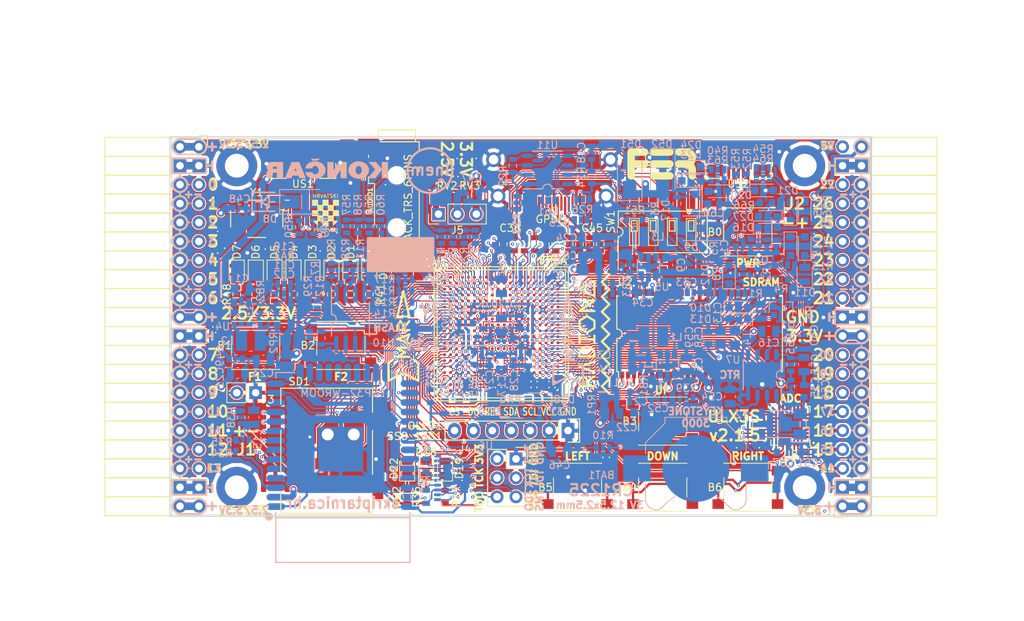
<source format=kicad_pcb>
(kicad_pcb (version 20171130) (host pcbnew 5.0.0+dfsg1-2)
  (layers (0 F.Cu signal) (1 In1.Cu signal) (2 In2.Cu signal) (31 B.Cu signal) (34 B.Paste user) (35 F.Paste user) (36 B.SilkS user) (37 F.SilkS user) (38 B.Mask user) (39 F.Mask user) (44 Edge.Cuts user))
  (net 0 "")
  (net 1 GND)
  (net 2 +5V)
  (net 3 /gpio/IN5V)
  (net 4 /gpio/OUT5V)
  (net 5 +3V3)
  (net 6 BTN_D)
  (net 7 BTN_F1)
  (net 8 BTN_F2)
  (net 9 BTN_L)
  (net 10 BTN_R)
  (net 11 BTN_U)
  (net 12 /power/FB1)
  (net 13 +2V5)
  (net 14 /power/PWREN)
  (net 15 /power/FB3)
  (net 16 /power/FB2)
  (net 17 /power/VBAT)
  (net 18 JTAG_TDI)
  (net 19 JTAG_TCK)
  (net 20 JTAG_TMS)
  (net 21 JTAG_TDO)
  (net 22 /power/WAKEUPn)
  (net 23 /power/WKUP)
  (net 24 /power/SHUT)
  (net 25 /power/WAKE)
  (net 26 /power/HOLD)
  (net 27 /power/WKn)
  (net 28 /power/OSCI_32k)
  (net 29 /power/OSCO_32k)
  (net 30 SHUTDOWN)
  (net 31 GPDI_SDA)
  (net 32 GPDI_SCL)
  (net 33 /gpdi/VREF2)
  (net 34 SD_CMD)
  (net 35 SD_CLK)
  (net 36 SD_D0)
  (net 37 SD_D1)
  (net 38 USB5V)
  (net 39 GPDI_CEC)
  (net 40 nRESET)
  (net 41 FTDI_nDTR)
  (net 42 SDRAM_CKE)
  (net 43 SDRAM_A7)
  (net 44 SDRAM_D15)
  (net 45 SDRAM_BA1)
  (net 46 SDRAM_D7)
  (net 47 SDRAM_A6)
  (net 48 SDRAM_CLK)
  (net 49 SDRAM_D13)
  (net 50 SDRAM_BA0)
  (net 51 SDRAM_D6)
  (net 52 SDRAM_A5)
  (net 53 SDRAM_D14)
  (net 54 SDRAM_A11)
  (net 55 SDRAM_D12)
  (net 56 SDRAM_D5)
  (net 57 SDRAM_A4)
  (net 58 SDRAM_A10)
  (net 59 SDRAM_D11)
  (net 60 SDRAM_A3)
  (net 61 SDRAM_D4)
  (net 62 SDRAM_D10)
  (net 63 SDRAM_D9)
  (net 64 SDRAM_A9)
  (net 65 SDRAM_D3)
  (net 66 SDRAM_D8)
  (net 67 SDRAM_A8)
  (net 68 SDRAM_A2)
  (net 69 SDRAM_A1)
  (net 70 SDRAM_A0)
  (net 71 SDRAM_D2)
  (net 72 SDRAM_D1)
  (net 73 SDRAM_D0)
  (net 74 SDRAM_DQM0)
  (net 75 SDRAM_nCS)
  (net 76 SDRAM_nRAS)
  (net 77 SDRAM_DQM1)
  (net 78 SDRAM_nCAS)
  (net 79 SDRAM_nWE)
  (net 80 /flash/FLASH_nWP)
  (net 81 /flash/FLASH_nHOLD)
  (net 82 /flash/FLASH_MOSI)
  (net 83 /flash/FLASH_MISO)
  (net 84 /flash/FLASH_SCK)
  (net 85 /flash/FLASH_nCS)
  (net 86 /flash/FPGA_PROGRAMN)
  (net 87 /flash/FPGA_DONE)
  (net 88 /flash/FPGA_INITN)
  (net 89 OLED_RES)
  (net 90 OLED_DC)
  (net 91 OLED_CS)
  (net 92 WIFI_EN)
  (net 93 FTDI_nRTS)
  (net 94 FTDI_TXD)
  (net 95 FTDI_RXD)
  (net 96 WIFI_RXD)
  (net 97 WIFI_GPIO0)
  (net 98 WIFI_TXD)
  (net 99 USB_FTDI_D+)
  (net 100 USB_FTDI_D-)
  (net 101 SD_D3)
  (net 102 AUDIO_L3)
  (net 103 AUDIO_L2)
  (net 104 AUDIO_L1)
  (net 105 AUDIO_L0)
  (net 106 AUDIO_R3)
  (net 107 AUDIO_R2)
  (net 108 AUDIO_R1)
  (net 109 AUDIO_R0)
  (net 110 OLED_CLK)
  (net 111 OLED_MOSI)
  (net 112 LED0)
  (net 113 LED1)
  (net 114 LED2)
  (net 115 LED3)
  (net 116 LED4)
  (net 117 LED5)
  (net 118 LED6)
  (net 119 LED7)
  (net 120 BTN_PWRn)
  (net 121 FTDI_nTXLED)
  (net 122 FTDI_nSLEEP)
  (net 123 /blinkey/LED_PWREN)
  (net 124 /blinkey/LED_TXLED)
  (net 125 /sdcard/SD3V3)
  (net 126 SD_D2)
  (net 127 CLK_25MHz)
  (net 128 /blinkey/BTNPUL)
  (net 129 /blinkey/BTNPUR)
  (net 130 USB_FPGA_D+)
  (net 131 /power/FTDI_nSUSPEND)
  (net 132 /blinkey/ALED0)
  (net 133 /blinkey/ALED1)
  (net 134 /blinkey/ALED2)
  (net 135 /blinkey/ALED3)
  (net 136 /blinkey/ALED4)
  (net 137 /blinkey/ALED5)
  (net 138 /blinkey/ALED6)
  (net 139 /blinkey/ALED7)
  (net 140 /usb/FTD-)
  (net 141 /usb/FTD+)
  (net 142 ADC_MISO)
  (net 143 ADC_MOSI)
  (net 144 ADC_CSn)
  (net 145 ADC_SCLK)
  (net 146 SW3)
  (net 147 SW2)
  (net 148 SW1)
  (net 149 USB_FPGA_D-)
  (net 150 /usb/FPD+)
  (net 151 /usb/FPD-)
  (net 152 WIFI_GPIO16)
  (net 153 /usb/ANT_433MHz)
  (net 154 PROG_DONE)
  (net 155 /power/P3V3)
  (net 156 /power/P2V5)
  (net 157 /power/L1)
  (net 158 /power/L3)
  (net 159 /power/L2)
  (net 160 FTDI_TXDEN)
  (net 161 SDRAM_A12)
  (net 162 /analog/AUDIO_V)
  (net 163 AUDIO_V3)
  (net 164 AUDIO_V2)
  (net 165 AUDIO_V1)
  (net 166 AUDIO_V0)
  (net 167 /blinkey/LED_WIFI)
  (net 168 /power/P1V1)
  (net 169 +1V1)
  (net 170 SW4)
  (net 171 /blinkey/SWPU)
  (net 172 /wifi/WIFIEN)
  (net 173 FT2V5)
  (net 174 GN0)
  (net 175 GP0)
  (net 176 GN1)
  (net 177 GP1)
  (net 178 GN2)
  (net 179 GP2)
  (net 180 GN3)
  (net 181 GP3)
  (net 182 GN4)
  (net 183 GP4)
  (net 184 GN5)
  (net 185 GP5)
  (net 186 GN6)
  (net 187 GP6)
  (net 188 GN14)
  (net 189 GP14)
  (net 190 GN15)
  (net 191 GP15)
  (net 192 GN16)
  (net 193 GP16)
  (net 194 GN17)
  (net 195 GP17)
  (net 196 GN18)
  (net 197 GP18)
  (net 198 GN19)
  (net 199 GP19)
  (net 200 GN20)
  (net 201 GP20)
  (net 202 GN21)
  (net 203 GP21)
  (net 204 GN22)
  (net 205 GP22)
  (net 206 GN23)
  (net 207 GP23)
  (net 208 GN24)
  (net 209 GP24)
  (net 210 GN25)
  (net 211 GP25)
  (net 212 GN26)
  (net 213 GP26)
  (net 214 GN27)
  (net 215 GP27)
  (net 216 GN7)
  (net 217 GP7)
  (net 218 GN8)
  (net 219 GP8)
  (net 220 GN9)
  (net 221 GP9)
  (net 222 GN10)
  (net 223 GP10)
  (net 224 GN11)
  (net 225 GP11)
  (net 226 GN12)
  (net 227 GP12)
  (net 228 GN13)
  (net 229 GP13)
  (net 230 WIFI_GPIO5)
  (net 231 WIFI_GPIO17)
  (net 232 USB_FPGA_PULL_D+)
  (net 233 USB_FPGA_PULL_D-)
  (net 234 "Net-(D23-Pad2)")
  (net 235 "Net-(D24-Pad1)")
  (net 236 "Net-(D25-Pad2)")
  (net 237 "Net-(D26-Pad1)")
  (net 238 /gpdi/GPDI_ETH+)
  (net 239 FPDI_ETH+)
  (net 240 /gpdi/GPDI_ETH-)
  (net 241 FPDI_ETH-)
  (net 242 /gpdi/GPDI_D2-)
  (net 243 FPDI_D2-)
  (net 244 /gpdi/GPDI_D1-)
  (net 245 FPDI_D1-)
  (net 246 /gpdi/GPDI_D0-)
  (net 247 FPDI_D0-)
  (net 248 /gpdi/GPDI_CLK-)
  (net 249 FPDI_CLK-)
  (net 250 /gpdi/GPDI_D2+)
  (net 251 FPDI_D2+)
  (net 252 /gpdi/GPDI_D1+)
  (net 253 FPDI_D1+)
  (net 254 /gpdi/GPDI_D0+)
  (net 255 FPDI_D0+)
  (net 256 /gpdi/GPDI_CLK+)
  (net 257 FPDI_CLK+)
  (net 258 FPDI_SDA)
  (net 259 FPDI_SCL)
  (net 260 /gpdi/FPDI_CEC)
  (net 261 2V5_3V3)
  (net 262 /usb/US2VBUS)
  (net 263 /power/SHD)
  (net 264 /power/RTCVDD)
  (net 265 "Net-(D27-Pad2)")
  (net 266 US2_ID)
  (net 267 /analog/AUDIO_L)
  (net 268 /analog/AUDIO_R)
  (net 269 /analog/ADC3V3)
  (net 270 PWRBTn)
  (net 271 USER_PROGRAMN)
  (module dipswitch:SW_DIP_x4_W8.61mm_Slide_LowProfile (layer F.Cu) (at 160.14 74.12 90)
    (fp_text reference SW1 (at 1.379 -6.97 90) (layer F.SilkS))
    (fp_text value SW_DIP_x04 hide)
    (pad 8 smd rect (at 4.305 -3.81 90) (size 2.44 1.12) (layers F.Cu F.Paste F.Mask) (net 148 SW1))
    (pad 4 smd rect (at -4.305 3.81 90) (size 2.44 1.12) (layers F.Cu F.Paste F.Mask) (net 171 /blinkey/SWPU))
    (pad 7 smd rect (at 4.305 -1.27 90) (size 2.44 1.12) (layers F.Cu F.Paste F.Mask) (net 147 SW2))
    (pad 3 smd rect (at -4.305 1.27 90) (size 2.44 1.12) (layers F.Cu F.Paste F.Mask) (net 171 /blinkey/SWPU))
    (pad 6 smd rect (at 4.305 1.27 90) (size 2.44 1.12) (layers F.Cu F.Paste F.Mask) (net 146 SW3))
    (pad 2 smd rect (at -4.305 -1.27 90) (size 2.44 1.12) (layers F.Cu F.Paste F.Mask) (net 171 /blinkey/SWPU))
    (pad 5 smd rect (at 4.305 3.81 90) (size 2.44 1.12) (layers F.Cu F.Paste F.Mask) (net 170 SW4))
    (pad 1 smd rect (at -4.305 -3.81 90) (size 2.44 1.12) (layers F.Cu F.Paste F.Mask) (net 171 /blinkey/SWPU))
  )
  (module max1112x-tqfn28:MAX1112x-TQFN-28-1EP_5x5mm_Pitch0.5mm (layer F.Cu) (at 177.285 100.155 180)
    (fp_text reference U8 (at 0 -3.875 180) (layer F.SilkS))
    (fp_text value MAX11125 hide)
    (pad 29 smd rect (at -0.8125 -0.8125 180) (size 1.625 1.625) (layers F.Cu F.Paste F.Mask) (net 1 GND))
    (pad 29 smd rect (at -0.8125 0.8125 180) (size 1.625 1.625) (layers F.Cu F.Paste F.Mask) (net 1 GND))
    (pad 29 smd rect (at 0.8125 -0.8125 180) (size 1.625 1.625) (layers F.Cu F.Paste F.Mask) (net 1 GND))
    (pad 29 smd rect (at 0.8125 0.8125 180) (size 1.625 1.625) (layers F.Cu F.Paste F.Mask) (net 1 GND))
    (pad 28 smd oval (at -1.5 -2.34 270) (size 0.95 0.3) (layers F.Cu F.Paste F.Mask) (net 190 GN15))
    (pad 27 smd oval (at -1 -2.34 270) (size 0.95 0.3) (layers F.Cu F.Paste F.Mask) (net 189 GP14))
    (pad 26 smd oval (at -0.5 -2.34 270) (size 0.95 0.3) (layers F.Cu F.Paste F.Mask) (net 188 GN14))
    (pad 25 smd oval (at 0 -2.34 270) (size 0.95 0.3) (layers F.Cu F.Paste F.Mask))
    (pad 24 smd oval (at 0.5 -2.34 270) (size 0.95 0.3) (layers F.Cu F.Paste F.Mask) (net 142 ADC_MISO))
    (pad 23 smd oval (at 1 -2.34 270) (size 0.95 0.3) (layers F.Cu F.Paste F.Mask) (net 269 /analog/ADC3V3))
    (pad 22 smd oval (at 1.5 -2.34 270) (size 0.95 0.3) (layers F.Cu F.Paste F.Mask) (net 1 GND))
    (pad 21 smd oval (at 2.34 -1.5 180) (size 0.95 0.3) (layers F.Cu F.Paste F.Mask) (net 143 ADC_MOSI))
    (pad 20 smd oval (at 2.34 -1 180) (size 0.95 0.3) (layers F.Cu F.Paste F.Mask) (net 144 ADC_CSn))
    (pad 19 smd oval (at 2.34 -0.5 180) (size 0.95 0.3) (layers F.Cu F.Paste F.Mask) (net 145 ADC_SCLK))
    (pad 18 smd oval (at 2.34 0 180) (size 0.95 0.3) (layers F.Cu F.Paste F.Mask) (net 269 /analog/ADC3V3))
    (pad 17 smd oval (at 2.34 0.5 180) (size 0.95 0.3) (layers F.Cu F.Paste F.Mask) (net 269 /analog/ADC3V3))
    (pad 16 smd oval (at 2.34 1 180) (size 0.95 0.3) (layers F.Cu F.Paste F.Mask) (net 1 GND))
    (pad 15 smd oval (at 2.34 1.5 180) (size 0.95 0.3) (layers F.Cu F.Paste F.Mask) (net 269 /analog/ADC3V3))
    (pad 14 smd oval (at 1.5 2.34 270) (size 0.95 0.3) (layers F.Cu F.Paste F.Mask) (net 1 GND))
    (pad 13 smd oval (at 1 2.34 270) (size 0.95 0.3) (layers F.Cu F.Paste F.Mask) (net 1 GND))
    (pad 12 smd oval (at 0.5 2.34 270) (size 0.95 0.3) (layers F.Cu F.Paste F.Mask))
    (pad 11 smd oval (at 0 2.34 270) (size 0.95 0.3) (layers F.Cu F.Paste F.Mask) (net 1 GND))
    (pad 10 smd oval (at -0.5 2.34 270) (size 0.95 0.3) (layers F.Cu F.Paste F.Mask) (net 1 GND))
    (pad 9 smd oval (at -1 2.34 270) (size 0.95 0.3) (layers F.Cu F.Paste F.Mask) (net 1 GND))
    (pad 8 smd oval (at -1.5 2.34 270) (size 0.95 0.3) (layers F.Cu F.Paste F.Mask) (net 1 GND))
    (pad 7 smd oval (at -2.34 1.5 180) (size 0.95 0.3) (layers F.Cu F.Paste F.Mask) (net 1 GND))
    (pad 6 smd oval (at -2.34 1 180) (size 0.95 0.3) (layers F.Cu F.Paste F.Mask) (net 1 GND))
    (pad 5 smd oval (at -2.34 0.5 180) (size 0.95 0.3) (layers F.Cu F.Paste F.Mask) (net 195 GP17))
    (pad 4 smd oval (at -2.34 0 180) (size 0.95 0.3) (layers F.Cu F.Paste F.Mask) (net 194 GN17))
    (pad 3 smd oval (at -2.34 -0.5 180) (size 0.95 0.3) (layers F.Cu F.Paste F.Mask) (net 193 GP16))
    (pad 2 smd oval (at -2.34 -1 180) (size 0.95 0.3) (layers F.Cu F.Paste F.Mask) (net 192 GN16))
    (pad 1 smd rect (at -2.34 -1.5 180) (size 0.95 0.3) (layers F.Cu F.Paste F.Mask) (net 191 GP15))
  )
  (module ft231x:FT231X-SSOP-20_4.4x6.5mm_Pitch0.65mm (layer B.Cu) (at 132.835 107.14 180)
    (fp_text reference U6 (at -3.556 4.318 180) (layer B.SilkS) (effects (justify mirror)))
    (fp_text value FT231XS hide)
    (pad 20 smd oval (at 2.9 2.925 180) (size 1 0.4) (layers B.Cu B.Paste B.Mask) (net 94 FTDI_TXD))
    (pad 19 smd oval (at 2.9 2.275 180) (size 1 0.4) (layers B.Cu B.Paste B.Mask) (net 122 FTDI_nSLEEP))
    (pad 18 smd oval (at 2.9 1.625 180) (size 1 0.4) (layers B.Cu B.Paste B.Mask) (net 160 FTDI_TXDEN))
    (pad 17 smd oval (at 2.9 0.975 180) (size 1 0.4) (layers B.Cu B.Paste B.Mask))
    (pad 16 smd oval (at 2.9 0.325 180) (size 1 0.4) (layers B.Cu B.Paste B.Mask) (net 1 GND))
    (pad 15 smd oval (at 2.9 -0.325 180) (size 1 0.4) (layers B.Cu B.Paste B.Mask) (net 38 USB5V))
    (pad 14 smd oval (at 2.9 -0.975 180) (size 1 0.4) (layers B.Cu B.Paste B.Mask) (net 40 nRESET))
    (pad 13 smd oval (at 2.9 -1.625 180) (size 1 0.4) (layers B.Cu B.Paste B.Mask) (net 173 FT2V5))
    (pad 12 smd oval (at 2.9 -2.275 180) (size 1 0.4) (layers B.Cu B.Paste B.Mask) (net 100 USB_FTDI_D-))
    (pad 11 smd oval (at 2.9 -2.925 180) (size 1 0.4) (layers B.Cu B.Paste B.Mask) (net 99 USB_FTDI_D+))
    (pad 10 smd oval (at -2.9 -2.925 180) (size 1 0.4) (layers B.Cu B.Paste B.Mask) (net 121 FTDI_nTXLED))
    (pad 9 smd oval (at -2.9 -2.275 180) (size 1 0.4) (layers B.Cu B.Paste B.Mask) (net 21 JTAG_TDO))
    (pad 8 smd oval (at -2.9 -1.625 180) (size 1 0.4) (layers B.Cu B.Paste B.Mask) (net 20 JTAG_TMS))
    (pad 7 smd oval (at -2.9 -0.975 180) (size 1 0.4) (layers B.Cu B.Paste B.Mask) (net 19 JTAG_TCK))
    (pad 6 smd oval (at -2.9 -0.325 180) (size 1 0.4) (layers B.Cu B.Paste B.Mask) (net 1 GND))
    (pad 5 smd oval (at -2.9 0.325 180) (size 1 0.4) (layers B.Cu B.Paste B.Mask) (net 18 JTAG_TDI))
    (pad 4 smd oval (at -2.9 0.975 180) (size 1 0.4) (layers B.Cu B.Paste B.Mask) (net 95 FTDI_RXD))
    (pad 3 smd oval (at -2.9 1.625 180) (size 1 0.4) (layers B.Cu B.Paste B.Mask) (net 173 FT2V5))
    (pad 2 smd oval (at -2.9 2.275 180) (size 1 0.4) (layers B.Cu B.Paste B.Mask) (net 93 FTDI_nRTS))
    (pad 1 smd rect (at -2.9 2.925 180) (size 1 0.4) (layers B.Cu B.Paste B.Mask) (net 41 FTDI_nDTR))
  )
  (module usb_otg:USB-MICRO-B-FCI-10118192-0001LF (layer F.Cu) (at 111.88 63.325 180)
    (fp_text reference US1 (at 0 -4.336 180) (layer F.SilkS))
    (fp_text value MICRO_USB hide)
    (pad 6 smd rect (at 3.8 0 180) (size 1.8 1.9) (layers F.Cu F.Paste F.Mask) (net 1 GND))
    (pad 6 smd rect (at -3.8 0 180) (size 1.8 1.9) (layers F.Cu F.Paste F.Mask) (net 1 GND))
    (pad 5 smd rect (at 1.3 -2.675 180) (size 0.4 1.35) (layers F.Cu F.Paste F.Mask) (net 1 GND))
    (pad 4 smd rect (at 0.65 -2.675 180) (size 0.4 1.35) (layers F.Cu F.Paste F.Mask))
    (pad 3 smd rect (at 0 -2.675 180) (size 0.4 1.35) (layers F.Cu F.Paste F.Mask) (net 141 /usb/FTD+))
    (pad 2 smd rect (at -0.65 -2.675 180) (size 0.4 1.35) (layers F.Cu F.Paste F.Mask) (net 140 /usb/FTD-))
    (pad 1 smd rect (at -1.3 -2.675 180) (size 0.4 1.35) (layers F.Cu F.Paste F.Mask) (net 38 USB5V))
    (pad 6 smd rect (at 1.2 0 180) (size 1.9 1.9) (layers F.Cu F.Paste F.Mask) (net 1 GND))
    (pad 6 smd rect (at -1.2 0 180) (size 1.9 1.9) (layers F.Cu F.Paste F.Mask) (net 1 GND))
    (pad 6 smd rect (at 3.1 -2.55 180) (size 2.1 1.6) (layers F.Cu F.Paste F.Mask) (net 1 GND))
    (pad 6 smd rect (at -3.1 -2.55 180) (size 2.1 1.6) (layers F.Cu F.Paste F.Mask) (net 1 GND))
  )
  (module audio-jack:CUI_SJ-43516-SMT (layer F.Cu) (at 124.468 69.518)
    (fp_text reference AUDIO1 (at -3.560502 0.28335 270) (layer F.SilkS) (effects (font (size 0.6096 0.6096) (thickness 0.1524))))
    (fp_text value JACK_TRS_6PINS (at 1.519498 0.28335 270) (layer F.SilkS))
    (pad 1 smd rect (at -3.8 -6.9 270) (size 2 2.8) (layers F.Cu F.Paste F.Mask) (net 1 GND))
    (pad 4 smd rect (at -3.8 -4.1 270) (size 2.2 2.8) (layers F.Cu F.Paste F.Mask) (net 162 /analog/AUDIO_V))
    (pad 2 smd rect (at -3.8 5.3 270) (size 2.8 2.8) (layers F.Cu F.Paste F.Mask) (net 267 /analog/AUDIO_L))
    (pad 5 smd rect (at 0.75 9.4 270) (size 2.8 2.8) (layers F.Cu F.Paste F.Mask))
    (pad 3 smd rect (at 3.8 -2.2 270) (size 2.2 2.8) (layers F.Cu F.Paste F.Mask) (net 268 /analog/AUDIO_R))
    (pad 6 smd rect (at 3.8 -5 270) (size 2 2.8) (layers F.Cu F.Paste F.Mask))
    (pad "" np_thru_hole circle (at 0 -3 270) (size 1.7 1.7) (drill 1.7) (layers *.Cu *.Mask F.SilkS) (clearance 0.4))
    (pad "" np_thru_hole circle (at 0 4 270) (size 1.7 1.7) (drill 1.7) (layers *.Cu *.Mask F.SilkS) (clearance 0.4))
  )
  (module conn-fci:CONN-10029449-111RLF (layer F.Cu) (at 145.296 69.312 180)
    (fp_text reference GPDI1 (at 0 -3.1115 180) (layer F.SilkS))
    (fp_text value GPDI-D hide)
    (pad 19 smd rect (at -4.25 -1 180) (size 0.3 1.9) (layers F.Cu F.Paste F.Mask) (net 240 /gpdi/GPDI_ETH-))
    (pad 18 smd rect (at -3.75 -1 180) (size 0.3 1.9) (layers F.Cu F.Paste F.Mask) (net 2 +5V))
    (pad 17 smd rect (at -3.25 -1 180) (size 0.3 1.9) (layers F.Cu F.Paste F.Mask) (net 1 GND))
    (pad 16 smd rect (at -2.75 -1 180) (size 0.3 1.9) (layers F.Cu F.Paste F.Mask) (net 31 GPDI_SDA))
    (pad 15 smd rect (at -2.25 -1 180) (size 0.3 1.9) (layers F.Cu F.Paste F.Mask) (net 32 GPDI_SCL))
    (pad 14 smd rect (at -1.75 -1 180) (size 0.3 1.9) (layers F.Cu F.Paste F.Mask) (net 238 /gpdi/GPDI_ETH+))
    (pad 13 smd rect (at -1.25 -1 180) (size 0.3 1.9) (layers F.Cu F.Paste F.Mask) (net 39 GPDI_CEC))
    (pad 12 smd rect (at -0.75 -1 180) (size 0.3 1.9) (layers F.Cu F.Paste F.Mask) (net 248 /gpdi/GPDI_CLK-))
    (pad 11 smd rect (at -0.25 -1 180) (size 0.3 1.9) (layers F.Cu F.Paste F.Mask) (net 1 GND))
    (pad 10 smd rect (at 0.25 -1 180) (size 0.3 1.9) (layers F.Cu F.Paste F.Mask) (net 256 /gpdi/GPDI_CLK+))
    (pad 9 smd rect (at 0.75 -1 180) (size 0.3 1.9) (layers F.Cu F.Paste F.Mask) (net 246 /gpdi/GPDI_D0-))
    (pad 8 smd rect (at 1.25 -1 180) (size 0.3 1.9) (layers F.Cu F.Paste F.Mask) (net 1 GND))
    (pad 7 smd rect (at 1.75 -1 180) (size 0.3 1.9) (layers F.Cu F.Paste F.Mask) (net 254 /gpdi/GPDI_D0+))
    (pad 6 smd rect (at 2.25 -1 180) (size 0.3 1.9) (layers F.Cu F.Paste F.Mask) (net 244 /gpdi/GPDI_D1-))
    (pad 5 smd rect (at 2.75 -1 180) (size 0.3 1.9) (layers F.Cu F.Paste F.Mask) (net 1 GND))
    (pad 4 smd rect (at 3.25 -1 180) (size 0.3 1.9) (layers F.Cu F.Paste F.Mask) (net 252 /gpdi/GPDI_D1+))
    (pad 3 smd rect (at 3.75 -1 180) (size 0.3 1.9) (layers F.Cu F.Paste F.Mask) (net 242 /gpdi/GPDI_D2-))
    (pad 2 smd rect (at 4.25 -1 180) (size 0.3 1.9) (layers F.Cu F.Paste F.Mask) (net 1 GND))
    (pad 1 smd rect (at 4.75 -1 180) (size 0.3 1.9) (layers F.Cu F.Paste F.Mask) (net 250 /gpdi/GPDI_D2+))
    (pad 0 thru_hole circle (at -7.25 0 180) (size 2 2) (drill 1.3) (layers *.Cu *.Mask F.Paste) (net 1 GND))
    (pad 0 thru_hole circle (at 7.25 0 180) (size 2 2) (drill 1.3) (layers *.Cu *.Mask F.Paste) (net 1 GND))
    (pad 0 thru_hole circle (at -7.85 4.9 180) (size 2 2) (drill 1.3) (layers *.Cu *.Mask F.Paste) (net 1 GND))
    (pad 0 thru_hole circle (at 7.85 4.9 180) (size 2 2) (drill 1.3) (layers *.Cu *.Mask F.Paste) (net 1 GND))
  )
  (module lfe5bg381:BGA-381_pitch0.8mm_dia0.4mm (layer F.Cu) (at 138.48 87.8)
    (fp_text reference U1 (at -8.2 -9.8) (layer F.SilkS))
    (fp_text value LFE5U-85F-6BG381C hide)
    (pad Y19 smd circle (at 6.8 7.6) (size 0.4 0.4) (layers F.Cu F.Paste F.Mask) (net 1 GND))
    (pad Y17 smd circle (at 5.2 7.6) (size 0.4 0.4) (layers F.Cu F.Paste F.Mask) (net 1 GND))
    (pad Y16 smd circle (at 4.4 7.6) (size 0.4 0.4) (layers F.Cu F.Paste F.Mask) (net 1 GND))
    (pad Y15 smd circle (at 3.6 7.6) (size 0.4 0.4) (layers F.Cu F.Paste F.Mask) (net 1 GND))
    (pad Y14 smd circle (at 2.8 7.6) (size 0.4 0.4) (layers F.Cu F.Paste F.Mask) (net 1 GND))
    (pad Y12 smd circle (at 1.2 7.6) (size 0.4 0.4) (layers F.Cu F.Paste F.Mask) (net 1 GND))
    (pad Y11 smd circle (at 0.4 7.6) (size 0.4 0.4) (layers F.Cu F.Paste F.Mask) (net 1 GND))
    (pad Y8 smd circle (at -2 7.6) (size 0.4 0.4) (layers F.Cu F.Paste F.Mask) (net 1 GND))
    (pad Y7 smd circle (at -2.8 7.6) (size 0.4 0.4) (layers F.Cu F.Paste F.Mask) (net 1 GND))
    (pad Y6 smd circle (at -3.6 7.6) (size 0.4 0.4) (layers F.Cu F.Paste F.Mask) (net 1 GND))
    (pad Y5 smd circle (at -4.4 7.6) (size 0.4 0.4) (layers F.Cu F.Paste F.Mask) (net 1 GND))
    (pad Y3 smd circle (at -6 7.6) (size 0.4 0.4) (layers F.Cu F.Paste F.Mask) (net 87 /flash/FPGA_DONE))
    (pad Y2 smd circle (at -6.8 7.6) (size 0.4 0.4) (layers F.Cu F.Paste F.Mask) (net 80 /flash/FLASH_nWP))
    (pad W20 smd circle (at 7.6 6.8) (size 0.4 0.4) (layers F.Cu F.Paste F.Mask) (net 1 GND))
    (pad W19 smd circle (at 6.8 6.8) (size 0.4 0.4) (layers F.Cu F.Paste F.Mask) (net 1 GND))
    (pad W18 smd circle (at 6 6.8) (size 0.4 0.4) (layers F.Cu F.Paste F.Mask))
    (pad W17 smd circle (at 5.2 6.8) (size 0.4 0.4) (layers F.Cu F.Paste F.Mask))
    (pad W16 smd circle (at 4.4 6.8) (size 0.4 0.4) (layers F.Cu F.Paste F.Mask) (net 1 GND))
    (pad W15 smd circle (at 3.6 6.8) (size 0.4 0.4) (layers F.Cu F.Paste F.Mask) (net 1 GND))
    (pad W14 smd circle (at 2.8 6.8) (size 0.4 0.4) (layers F.Cu F.Paste F.Mask))
    (pad W13 smd circle (at 2 6.8) (size 0.4 0.4) (layers F.Cu F.Paste F.Mask))
    (pad W12 smd circle (at 1.2 6.8) (size 0.4 0.4) (layers F.Cu F.Paste F.Mask) (net 1 GND))
    (pad W11 smd circle (at 0.4 6.8) (size 0.4 0.4) (layers F.Cu F.Paste F.Mask))
    (pad W10 smd circle (at -0.4 6.8) (size 0.4 0.4) (layers F.Cu F.Paste F.Mask))
    (pad W9 smd circle (at -1.2 6.8) (size 0.4 0.4) (layers F.Cu F.Paste F.Mask))
    (pad W8 smd circle (at -2 6.8) (size 0.4 0.4) (layers F.Cu F.Paste F.Mask))
    (pad W7 smd circle (at -2.8 6.8) (size 0.4 0.4) (layers F.Cu F.Paste F.Mask) (net 1 GND))
    (pad W6 smd circle (at -3.6 6.8) (size 0.4 0.4) (layers F.Cu F.Paste F.Mask) (net 1 GND))
    (pad W5 smd circle (at -4.4 6.8) (size 0.4 0.4) (layers F.Cu F.Paste F.Mask))
    (pad W4 smd circle (at -5.2 6.8) (size 0.4 0.4) (layers F.Cu F.Paste F.Mask))
    (pad W3 smd circle (at -6 6.8) (size 0.4 0.4) (layers F.Cu F.Paste F.Mask) (net 86 /flash/FPGA_PROGRAMN))
    (pad W2 smd circle (at -6.8 6.8) (size 0.4 0.4) (layers F.Cu F.Paste F.Mask) (net 82 /flash/FLASH_MOSI))
    (pad W1 smd circle (at -7.6 6.8) (size 0.4 0.4) (layers F.Cu F.Paste F.Mask) (net 81 /flash/FLASH_nHOLD))
    (pad V20 smd circle (at 7.6 6) (size 0.4 0.4) (layers F.Cu F.Paste F.Mask) (net 1 GND))
    (pad V19 smd circle (at 6.8 6) (size 0.4 0.4) (layers F.Cu F.Paste F.Mask) (net 1 GND))
    (pad V18 smd circle (at 6 6) (size 0.4 0.4) (layers F.Cu F.Paste F.Mask) (net 1 GND))
    (pad V17 smd circle (at 5.2 6) (size 0.4 0.4) (layers F.Cu F.Paste F.Mask) (net 1 GND))
    (pad V16 smd circle (at 4.4 6) (size 0.4 0.4) (layers F.Cu F.Paste F.Mask) (net 1 GND))
    (pad V15 smd circle (at 3.6 6) (size 0.4 0.4) (layers F.Cu F.Paste F.Mask) (net 1 GND))
    (pad V14 smd circle (at 2.8 6) (size 0.4 0.4) (layers F.Cu F.Paste F.Mask) (net 1 GND))
    (pad V13 smd circle (at 2 6) (size 0.4 0.4) (layers F.Cu F.Paste F.Mask) (net 1 GND))
    (pad V12 smd circle (at 1.2 6) (size 0.4 0.4) (layers F.Cu F.Paste F.Mask) (net 1 GND))
    (pad V11 smd circle (at 0.4 6) (size 0.4 0.4) (layers F.Cu F.Paste F.Mask) (net 1 GND))
    (pad V10 smd circle (at -0.4 6) (size 0.4 0.4) (layers F.Cu F.Paste F.Mask) (net 1 GND))
    (pad V9 smd circle (at -1.2 6) (size 0.4 0.4) (layers F.Cu F.Paste F.Mask) (net 1 GND))
    (pad V8 smd circle (at -2 6) (size 0.4 0.4) (layers F.Cu F.Paste F.Mask) (net 1 GND))
    (pad V7 smd circle (at -2.8 6) (size 0.4 0.4) (layers F.Cu F.Paste F.Mask) (net 1 GND))
    (pad V6 smd circle (at -3.6 6) (size 0.4 0.4) (layers F.Cu F.Paste F.Mask) (net 1 GND))
    (pad V5 smd circle (at -4.4 6) (size 0.4 0.4) (layers F.Cu F.Paste F.Mask) (net 1 GND))
    (pad V4 smd circle (at -5.2 6) (size 0.4 0.4) (layers F.Cu F.Paste F.Mask) (net 21 JTAG_TDO))
    (pad V3 smd circle (at -6 6) (size 0.4 0.4) (layers F.Cu F.Paste F.Mask) (net 88 /flash/FPGA_INITN))
    (pad V2 smd circle (at -6.8 6) (size 0.4 0.4) (layers F.Cu F.Paste F.Mask) (net 83 /flash/FLASH_MISO))
    (pad V1 smd circle (at -7.6 6) (size 0.4 0.4) (layers F.Cu F.Paste F.Mask) (net 6 BTN_D))
    (pad U20 smd circle (at 7.6 5.2) (size 0.4 0.4) (layers F.Cu F.Paste F.Mask) (net 46 SDRAM_D7))
    (pad U19 smd circle (at 6.8 5.2) (size 0.4 0.4) (layers F.Cu F.Paste F.Mask) (net 74 SDRAM_DQM0))
    (pad U18 smd circle (at 6 5.2) (size 0.4 0.4) (layers F.Cu F.Paste F.Mask) (net 189 GP14))
    (pad U17 smd circle (at 5.2 5.2) (size 0.4 0.4) (layers F.Cu F.Paste F.Mask) (net 188 GN14))
    (pad U16 smd circle (at 4.4 5.2) (size 0.4 0.4) (layers F.Cu F.Paste F.Mask) (net 142 ADC_MISO))
    (pad U15 smd circle (at 3.6 5.2) (size 0.4 0.4) (layers F.Cu F.Paste F.Mask) (net 1 GND))
    (pad U14 smd circle (at 2.8 5.2) (size 0.4 0.4) (layers F.Cu F.Paste F.Mask) (net 1 GND))
    (pad U13 smd circle (at 2 5.2) (size 0.4 0.4) (layers F.Cu F.Paste F.Mask) (net 1 GND))
    (pad U12 smd circle (at 1.2 5.2) (size 0.4 0.4) (layers F.Cu F.Paste F.Mask) (net 1 GND))
    (pad U11 smd circle (at 0.4 5.2) (size 0.4 0.4) (layers F.Cu F.Paste F.Mask) (net 1 GND))
    (pad U10 smd circle (at -0.4 5.2) (size 0.4 0.4) (layers F.Cu F.Paste F.Mask) (net 1 GND))
    (pad U9 smd circle (at -1.2 5.2) (size 0.4 0.4) (layers F.Cu F.Paste F.Mask) (net 1 GND))
    (pad U8 smd circle (at -2 5.2) (size 0.4 0.4) (layers F.Cu F.Paste F.Mask) (net 1 GND))
    (pad U7 smd circle (at -2.8 5.2) (size 0.4 0.4) (layers F.Cu F.Paste F.Mask) (net 1 GND))
    (pad U6 smd circle (at -3.6 5.2) (size 0.4 0.4) (layers F.Cu F.Paste F.Mask) (net 1 GND))
    (pad U5 smd circle (at -4.4 5.2) (size 0.4 0.4) (layers F.Cu F.Paste F.Mask) (net 20 JTAG_TMS))
    (pad U4 smd circle (at -5.2 5.2) (size 0.4 0.4) (layers F.Cu F.Paste F.Mask) (net 1 GND))
    (pad U3 smd circle (at -6 5.2) (size 0.4 0.4) (layers F.Cu F.Paste F.Mask) (net 84 /flash/FLASH_SCK))
    (pad U2 smd circle (at -6.8 5.2) (size 0.4 0.4) (layers F.Cu F.Paste F.Mask) (net 5 +3V3))
    (pad U1 smd circle (at -7.6 5.2) (size 0.4 0.4) (layers F.Cu F.Paste F.Mask) (net 9 BTN_L))
    (pad T20 smd circle (at 7.6 4.4) (size 0.4 0.4) (layers F.Cu F.Paste F.Mask) (net 79 SDRAM_nWE))
    (pad T19 smd circle (at 6.8 4.4) (size 0.4 0.4) (layers F.Cu F.Paste F.Mask) (net 78 SDRAM_nCAS))
    (pad T18 smd circle (at 6 4.4) (size 0.4 0.4) (layers F.Cu F.Paste F.Mask) (net 56 SDRAM_D5))
    (pad T17 smd circle (at 5.2 4.4) (size 0.4 0.4) (layers F.Cu F.Paste F.Mask) (net 51 SDRAM_D6))
    (pad T16 smd circle (at 4.4 4.4) (size 0.4 0.4) (layers F.Cu F.Paste F.Mask))
    (pad T15 smd circle (at 3.6 4.4) (size 0.4 0.4) (layers F.Cu F.Paste F.Mask) (net 1 GND))
    (pad T14 smd circle (at 2.8 4.4) (size 0.4 0.4) (layers F.Cu F.Paste F.Mask) (net 1 GND))
    (pad T13 smd circle (at 2 4.4) (size 0.4 0.4) (layers F.Cu F.Paste F.Mask) (net 1 GND))
    (pad T12 smd circle (at 1.2 4.4) (size 0.4 0.4) (layers F.Cu F.Paste F.Mask) (net 1 GND))
    (pad T11 smd circle (at 0.4 4.4) (size 0.4 0.4) (layers F.Cu F.Paste F.Mask) (net 1 GND))
    (pad T10 smd circle (at -0.4 4.4) (size 0.4 0.4) (layers F.Cu F.Paste F.Mask) (net 1 GND))
    (pad T9 smd circle (at -1.2 4.4) (size 0.4 0.4) (layers F.Cu F.Paste F.Mask) (net 1 GND))
    (pad T8 smd circle (at -2 4.4) (size 0.4 0.4) (layers F.Cu F.Paste F.Mask) (net 1 GND))
    (pad T7 smd circle (at -2.8 4.4) (size 0.4 0.4) (layers F.Cu F.Paste F.Mask) (net 1 GND))
    (pad T6 smd circle (at -3.6 4.4) (size 0.4 0.4) (layers F.Cu F.Paste F.Mask) (net 1 GND))
    (pad T5 smd circle (at -4.4 4.4) (size 0.4 0.4) (layers F.Cu F.Paste F.Mask) (net 19 JTAG_TCK))
    (pad T4 smd circle (at -5.2 4.4) (size 0.4 0.4) (layers F.Cu F.Paste F.Mask) (net 5 +3V3))
    (pad T3 smd circle (at -6 4.4) (size 0.4 0.4) (layers F.Cu F.Paste F.Mask) (net 5 +3V3))
    (pad T2 smd circle (at -6.8 4.4) (size 0.4 0.4) (layers F.Cu F.Paste F.Mask) (net 5 +3V3))
    (pad T1 smd circle (at -7.6 4.4) (size 0.4 0.4) (layers F.Cu F.Paste F.Mask) (net 8 BTN_F2))
    (pad R20 smd circle (at 7.6 3.6) (size 0.4 0.4) (layers F.Cu F.Paste F.Mask) (net 76 SDRAM_nRAS))
    (pad R19 smd circle (at 6.8 3.6) (size 0.4 0.4) (layers F.Cu F.Paste F.Mask) (net 1 GND))
    (pad R18 smd circle (at 6 3.6) (size 0.4 0.4) (layers F.Cu F.Paste F.Mask) (net 11 BTN_U))
    (pad R17 smd circle (at 5.2 3.6) (size 0.4 0.4) (layers F.Cu F.Paste F.Mask) (net 144 ADC_CSn))
    (pad R16 smd circle (at 4.4 3.6) (size 0.4 0.4) (layers F.Cu F.Paste F.Mask) (net 143 ADC_MOSI))
    (pad R5 smd circle (at -4.4 3.6) (size 0.4 0.4) (layers F.Cu F.Paste F.Mask) (net 18 JTAG_TDI))
    (pad R4 smd circle (at -5.2 3.6) (size 0.4 0.4) (layers F.Cu F.Paste F.Mask) (net 1 GND))
    (pad R3 smd circle (at -6 3.6) (size 0.4 0.4) (layers F.Cu F.Paste F.Mask))
    (pad R2 smd circle (at -6.8 3.6) (size 0.4 0.4) (layers F.Cu F.Paste F.Mask) (net 85 /flash/FLASH_nCS))
    (pad R1 smd circle (at -7.6 3.6) (size 0.4 0.4) (layers F.Cu F.Paste F.Mask) (net 7 BTN_F1))
    (pad P20 smd circle (at 7.6 2.8) (size 0.4 0.4) (layers F.Cu F.Paste F.Mask) (net 75 SDRAM_nCS))
    (pad P19 smd circle (at 6.8 2.8) (size 0.4 0.4) (layers F.Cu F.Paste F.Mask) (net 50 SDRAM_BA0))
    (pad P18 smd circle (at 6 2.8) (size 0.4 0.4) (layers F.Cu F.Paste F.Mask) (net 61 SDRAM_D4))
    (pad P17 smd circle (at 5.2 2.8) (size 0.4 0.4) (layers F.Cu F.Paste F.Mask) (net 145 ADC_SCLK))
    (pad P16 smd circle (at 4.4 2.8) (size 0.4 0.4) (layers F.Cu F.Paste F.Mask) (net 190 GN15))
    (pad P15 smd circle (at 3.6 2.8) (size 0.4 0.4) (layers F.Cu F.Paste F.Mask) (net 13 +2V5))
    (pad P14 smd circle (at 2.8 2.8) (size 0.4 0.4) (layers F.Cu F.Paste F.Mask) (net 1 GND))
    (pad P13 smd circle (at 2 2.8) (size 0.4 0.4) (layers F.Cu F.Paste F.Mask) (net 1 GND))
    (pad P12 smd circle (at 1.2 2.8) (size 0.4 0.4) (layers F.Cu F.Paste F.Mask) (net 1 GND))
    (pad P11 smd circle (at 0.4 2.8) (size 0.4 0.4) (layers F.Cu F.Paste F.Mask) (net 1 GND))
    (pad P10 smd circle (at -0.4 2.8) (size 0.4 0.4) (layers F.Cu F.Paste F.Mask) (net 5 +3V3))
    (pad P9 smd circle (at -1.2 2.8) (size 0.4 0.4) (layers F.Cu F.Paste F.Mask) (net 5 +3V3))
    (pad P8 smd circle (at -2 2.8) (size 0.4 0.4) (layers F.Cu F.Paste F.Mask) (net 1 GND))
    (pad P7 smd circle (at -2.8 2.8) (size 0.4 0.4) (layers F.Cu F.Paste F.Mask) (net 1 GND))
    (pad P6 smd circle (at -3.6 2.8) (size 0.4 0.4) (layers F.Cu F.Paste F.Mask) (net 13 +2V5))
    (pad P5 smd circle (at -4.4 2.8) (size 0.4 0.4) (layers F.Cu F.Paste F.Mask))
    (pad P4 smd circle (at -5.2 2.8) (size 0.4 0.4) (layers F.Cu F.Paste F.Mask) (net 110 OLED_CLK))
    (pad P3 smd circle (at -6 2.8) (size 0.4 0.4) (layers F.Cu F.Paste F.Mask) (net 111 OLED_MOSI))
    (pad P2 smd circle (at -6.8 2.8) (size 0.4 0.4) (layers F.Cu F.Paste F.Mask) (net 89 OLED_RES))
    (pad P1 smd circle (at -7.6 2.8) (size 0.4 0.4) (layers F.Cu F.Paste F.Mask) (net 90 OLED_DC))
    (pad N20 smd circle (at 7.6 2) (size 0.4 0.4) (layers F.Cu F.Paste F.Mask) (net 45 SDRAM_BA1))
    (pad N19 smd circle (at 6.8 2) (size 0.4 0.4) (layers F.Cu F.Paste F.Mask) (net 58 SDRAM_A10))
    (pad N18 smd circle (at 6 2) (size 0.4 0.4) (layers F.Cu F.Paste F.Mask) (net 65 SDRAM_D3))
    (pad N17 smd circle (at 5.2 2) (size 0.4 0.4) (layers F.Cu F.Paste F.Mask) (net 191 GP15))
    (pad N16 smd circle (at 4.4 2) (size 0.4 0.4) (layers F.Cu F.Paste F.Mask) (net 193 GP16))
    (pad N15 smd circle (at 3.6 2) (size 0.4 0.4) (layers F.Cu F.Paste F.Mask) (net 1 GND))
    (pad N14 smd circle (at 2.8 2) (size 0.4 0.4) (layers F.Cu F.Paste F.Mask) (net 1 GND))
    (pad N13 smd circle (at 2 2) (size 0.4 0.4) (layers F.Cu F.Paste F.Mask) (net 169 +1V1))
    (pad N12 smd circle (at 1.2 2) (size 0.4 0.4) (layers F.Cu F.Paste F.Mask) (net 169 +1V1))
    (pad N11 smd circle (at 0.4 2) (size 0.4 0.4) (layers F.Cu F.Paste F.Mask) (net 169 +1V1))
    (pad N10 smd circle (at -0.4 2) (size 0.4 0.4) (layers F.Cu F.Paste F.Mask) (net 169 +1V1))
    (pad N9 smd circle (at -1.2 2) (size 0.4 0.4) (layers F.Cu F.Paste F.Mask) (net 169 +1V1))
    (pad N8 smd circle (at -2 2) (size 0.4 0.4) (layers F.Cu F.Paste F.Mask) (net 169 +1V1))
    (pad N7 smd circle (at -2.8 2) (size 0.4 0.4) (layers F.Cu F.Paste F.Mask) (net 1 GND))
    (pad N6 smd circle (at -3.6 2) (size 0.4 0.4) (layers F.Cu F.Paste F.Mask) (net 1 GND))
    (pad N5 smd circle (at -4.4 2) (size 0.4 0.4) (layers F.Cu F.Paste F.Mask))
    (pad N4 smd circle (at -5.2 2) (size 0.4 0.4) (layers F.Cu F.Paste F.Mask) (net 230 WIFI_GPIO5))
    (pad N3 smd circle (at -6 2) (size 0.4 0.4) (layers F.Cu F.Paste F.Mask) (net 231 WIFI_GPIO17))
    (pad N2 smd circle (at -6.8 2) (size 0.4 0.4) (layers F.Cu F.Paste F.Mask) (net 91 OLED_CS))
    (pad N1 smd circle (at -7.6 2) (size 0.4 0.4) (layers F.Cu F.Paste F.Mask) (net 41 FTDI_nDTR))
    (pad M20 smd circle (at 7.6 1.2) (size 0.4 0.4) (layers F.Cu F.Paste F.Mask) (net 70 SDRAM_A0))
    (pad M19 smd circle (at 6.8 1.2) (size 0.4 0.4) (layers F.Cu F.Paste F.Mask) (net 69 SDRAM_A1))
    (pad M18 smd circle (at 6 1.2) (size 0.4 0.4) (layers F.Cu F.Paste F.Mask) (net 71 SDRAM_D2))
    (pad M17 smd circle (at 5.2 1.2) (size 0.4 0.4) (layers F.Cu F.Paste F.Mask) (net 192 GN16))
    (pad M16 smd circle (at 4.4 1.2) (size 0.4 0.4) (layers F.Cu F.Paste F.Mask) (net 1 GND))
    (pad M15 smd circle (at 3.6 1.2) (size 0.4 0.4) (layers F.Cu F.Paste F.Mask) (net 5 +3V3))
    (pad M14 smd circle (at 2.8 1.2) (size 0.4 0.4) (layers F.Cu F.Paste F.Mask) (net 1 GND))
    (pad M13 smd circle (at 2 1.2) (size 0.4 0.4) (layers F.Cu F.Paste F.Mask) (net 169 +1V1))
    (pad M12 smd circle (at 1.2 1.2) (size 0.4 0.4) (layers F.Cu F.Paste F.Mask) (net 1 GND))
    (pad M11 smd circle (at 0.4 1.2) (size 0.4 0.4) (layers F.Cu F.Paste F.Mask) (net 1 GND))
    (pad M10 smd circle (at -0.4 1.2) (size 0.4 0.4) (layers F.Cu F.Paste F.Mask) (net 1 GND))
    (pad M9 smd circle (at -1.2 1.2) (size 0.4 0.4) (layers F.Cu F.Paste F.Mask) (net 1 GND))
    (pad M8 smd circle (at -2 1.2) (size 0.4 0.4) (layers F.Cu F.Paste F.Mask) (net 169 +1V1))
    (pad M7 smd circle (at -2.8 1.2) (size 0.4 0.4) (layers F.Cu F.Paste F.Mask) (net 1 GND))
    (pad M6 smd circle (at -3.6 1.2) (size 0.4 0.4) (layers F.Cu F.Paste F.Mask) (net 5 +3V3))
    (pad M5 smd circle (at -4.4 1.2) (size 0.4 0.4) (layers F.Cu F.Paste F.Mask))
    (pad M4 smd circle (at -5.2 1.2) (size 0.4 0.4) (layers F.Cu F.Paste F.Mask) (net 271 USER_PROGRAMN))
    (pad M3 smd circle (at -6 1.2) (size 0.4 0.4) (layers F.Cu F.Paste F.Mask) (net 93 FTDI_nRTS))
    (pad M2 smd circle (at -6.8 1.2) (size 0.4 0.4) (layers F.Cu F.Paste F.Mask) (net 1 GND))
    (pad M1 smd circle (at -7.6 1.2) (size 0.4 0.4) (layers F.Cu F.Paste F.Mask) (net 94 FTDI_TXD))
    (pad L20 smd circle (at 7.6 0.4) (size 0.4 0.4) (layers F.Cu F.Paste F.Mask) (net 68 SDRAM_A2))
    (pad L19 smd circle (at 6.8 0.4) (size 0.4 0.4) (layers F.Cu F.Paste F.Mask) (net 60 SDRAM_A3))
    (pad L18 smd circle (at 6 0.4) (size 0.4 0.4) (layers F.Cu F.Paste F.Mask) (net 72 SDRAM_D1))
    (pad L17 smd circle (at 5.2 0.4) (size 0.4 0.4) (layers F.Cu F.Paste F.Mask) (net 194 GN17))
    (pad L16 smd circle (at 4.4 0.4) (size 0.4 0.4) (layers F.Cu F.Paste F.Mask) (net 195 GP17))
    (pad L15 smd circle (at 3.6 0.4) (size 0.4 0.4) (layers F.Cu F.Paste F.Mask) (net 5 +3V3))
    (pad L14 smd circle (at 2.8 0.4) (size 0.4 0.4) (layers F.Cu F.Paste F.Mask) (net 5 +3V3))
    (pad L13 smd circle (at 2 0.4) (size 0.4 0.4) (layers F.Cu F.Paste F.Mask) (net 169 +1V1))
    (pad L12 smd circle (at 1.2 0.4) (size 0.4 0.4) (layers F.Cu F.Paste F.Mask) (net 1 GND))
    (pad L11 smd circle (at 0.4 0.4) (size 0.4 0.4) (layers F.Cu F.Paste F.Mask) (net 1 GND))
    (pad L10 smd circle (at -0.4 0.4) (size 0.4 0.4) (layers F.Cu F.Paste F.Mask) (net 1 GND))
    (pad L9 smd circle (at -1.2 0.4) (size 0.4 0.4) (layers F.Cu F.Paste F.Mask) (net 1 GND))
    (pad L8 smd circle (at -2 0.4) (size 0.4 0.4) (layers F.Cu F.Paste F.Mask) (net 169 +1V1))
    (pad L7 smd circle (at -2.8 0.4) (size 0.4 0.4) (layers F.Cu F.Paste F.Mask) (net 5 +3V3))
    (pad L6 smd circle (at -3.6 0.4) (size 0.4 0.4) (layers F.Cu F.Paste F.Mask) (net 5 +3V3))
    (pad L5 smd circle (at -4.4 0.4) (size 0.4 0.4) (layers F.Cu F.Paste F.Mask))
    (pad L4 smd circle (at -5.2 0.4) (size 0.4 0.4) (layers F.Cu F.Paste F.Mask) (net 95 FTDI_RXD))
    (pad L3 smd circle (at -6 0.4) (size 0.4 0.4) (layers F.Cu F.Paste F.Mask) (net 160 FTDI_TXDEN))
    (pad L2 smd circle (at -6.8 0.4) (size 0.4 0.4) (layers F.Cu F.Paste F.Mask) (net 97 WIFI_GPIO0))
    (pad L1 smd circle (at -7.6 0.4) (size 0.4 0.4) (layers F.Cu F.Paste F.Mask) (net 152 WIFI_GPIO16))
    (pad K20 smd circle (at 7.6 -0.4) (size 0.4 0.4) (layers F.Cu F.Paste F.Mask) (net 57 SDRAM_A4))
    (pad K19 smd circle (at 6.8 -0.4) (size 0.4 0.4) (layers F.Cu F.Paste F.Mask) (net 52 SDRAM_A5))
    (pad K18 smd circle (at 6 -0.4) (size 0.4 0.4) (layers F.Cu F.Paste F.Mask) (net 47 SDRAM_A6))
    (pad K17 smd circle (at 5.2 -0.4) (size 0.4 0.4) (layers F.Cu F.Paste F.Mask))
    (pad K16 smd circle (at 4.4 -0.4) (size 0.4 0.4) (layers F.Cu F.Paste F.Mask))
    (pad K15 smd circle (at 3.6 -0.4) (size 0.4 0.4) (layers F.Cu F.Paste F.Mask) (net 1 GND))
    (pad K14 smd circle (at 2.8 -0.4) (size 0.4 0.4) (layers F.Cu F.Paste F.Mask) (net 1 GND))
    (pad K13 smd circle (at 2 -0.4) (size 0.4 0.4) (layers F.Cu F.Paste F.Mask) (net 169 +1V1))
    (pad K12 smd circle (at 1.2 -0.4) (size 0.4 0.4) (layers F.Cu F.Paste F.Mask) (net 1 GND))
    (pad K11 smd circle (at 0.4 -0.4) (size 0.4 0.4) (layers F.Cu F.Paste F.Mask) (net 1 GND))
    (pad K10 smd circle (at -0.4 -0.4) (size 0.4 0.4) (layers F.Cu F.Paste F.Mask) (net 1 GND))
    (pad K9 smd circle (at -1.2 -0.4) (size 0.4 0.4) (layers F.Cu F.Paste F.Mask) (net 1 GND))
    (pad K8 smd circle (at -2 -0.4) (size 0.4 0.4) (layers F.Cu F.Paste F.Mask) (net 169 +1V1))
    (pad K7 smd circle (at -2.8 -0.4) (size 0.4 0.4) (layers F.Cu F.Paste F.Mask) (net 1 GND))
    (pad K6 smd circle (at -3.6 -0.4) (size 0.4 0.4) (layers F.Cu F.Paste F.Mask) (net 1 GND))
    (pad K5 smd circle (at -4.4 -0.4) (size 0.4 0.4) (layers F.Cu F.Paste F.Mask))
    (pad K4 smd circle (at -5.2 -0.4) (size 0.4 0.4) (layers F.Cu F.Paste F.Mask) (net 98 WIFI_TXD))
    (pad K3 smd circle (at -6 -0.4) (size 0.4 0.4) (layers F.Cu F.Paste F.Mask) (net 96 WIFI_RXD))
    (pad K2 smd circle (at -6.8 -0.4) (size 0.4 0.4) (layers F.Cu F.Paste F.Mask) (net 101 SD_D3))
    (pad K1 smd circle (at -7.6 -0.4) (size 0.4 0.4) (layers F.Cu F.Paste F.Mask) (net 126 SD_D2))
    (pad J20 smd circle (at 7.6 -1.2) (size 0.4 0.4) (layers F.Cu F.Paste F.Mask) (net 43 SDRAM_A7))
    (pad J19 smd circle (at 6.8 -1.2) (size 0.4 0.4) (layers F.Cu F.Paste F.Mask) (net 67 SDRAM_A8))
    (pad J18 smd circle (at 6 -1.2) (size 0.4 0.4) (layers F.Cu F.Paste F.Mask) (net 53 SDRAM_D14))
    (pad J17 smd circle (at 5.2 -1.2) (size 0.4 0.4) (layers F.Cu F.Paste F.Mask) (net 44 SDRAM_D15))
    (pad J16 smd circle (at 4.4 -1.2) (size 0.4 0.4) (layers F.Cu F.Paste F.Mask) (net 73 SDRAM_D0))
    (pad J15 smd circle (at 3.6 -1.2) (size 0.4 0.4) (layers F.Cu F.Paste F.Mask) (net 5 +3V3))
    (pad J14 smd circle (at 2.8 -1.2) (size 0.4 0.4) (layers F.Cu F.Paste F.Mask) (net 1 GND))
    (pad J13 smd circle (at 2 -1.2) (size 0.4 0.4) (layers F.Cu F.Paste F.Mask) (net 169 +1V1))
    (pad J12 smd circle (at 1.2 -1.2) (size 0.4 0.4) (layers F.Cu F.Paste F.Mask) (net 1 GND))
    (pad J11 smd circle (at 0.4 -1.2) (size 0.4 0.4) (layers F.Cu F.Paste F.Mask) (net 1 GND))
    (pad J10 smd circle (at -0.4 -1.2) (size 0.4 0.4) (layers F.Cu F.Paste F.Mask) (net 1 GND))
    (pad J9 smd circle (at -1.2 -1.2) (size 0.4 0.4) (layers F.Cu F.Paste F.Mask) (net 1 GND))
    (pad J8 smd circle (at -2 -1.2) (size 0.4 0.4) (layers F.Cu F.Paste F.Mask) (net 169 +1V1))
    (pad J7 smd circle (at -2.8 -1.2) (size 0.4 0.4) (layers F.Cu F.Paste F.Mask) (net 1 GND))
    (pad J6 smd circle (at -3.6 -1.2) (size 0.4 0.4) (layers F.Cu F.Paste F.Mask) (net 261 2V5_3V3))
    (pad J5 smd circle (at -4.4 -1.2) (size 0.4 0.4) (layers F.Cu F.Paste F.Mask))
    (pad J4 smd circle (at -5.2 -1.2) (size 0.4 0.4) (layers F.Cu F.Paste F.Mask))
    (pad J3 smd circle (at -6 -1.2) (size 0.4 0.4) (layers F.Cu F.Paste F.Mask) (net 36 SD_D0))
    (pad J2 smd circle (at -6.8 -1.2) (size 0.4 0.4) (layers F.Cu F.Paste F.Mask) (net 1 GND))
    (pad J1 smd circle (at -7.6 -1.2) (size 0.4 0.4) (layers F.Cu F.Paste F.Mask) (net 34 SD_CMD))
    (pad H20 smd circle (at 7.6 -2) (size 0.4 0.4) (layers F.Cu F.Paste F.Mask) (net 64 SDRAM_A9))
    (pad H19 smd circle (at 6.8 -2) (size 0.4 0.4) (layers F.Cu F.Paste F.Mask) (net 1 GND))
    (pad H18 smd circle (at 6 -2) (size 0.4 0.4) (layers F.Cu F.Paste F.Mask) (net 197 GP18))
    (pad H17 smd circle (at 5.2 -2) (size 0.4 0.4) (layers F.Cu F.Paste F.Mask) (net 196 GN18))
    (pad H16 smd circle (at 4.4 -2) (size 0.4 0.4) (layers F.Cu F.Paste F.Mask) (net 10 BTN_R))
    (pad H15 smd circle (at 3.6 -2) (size 0.4 0.4) (layers F.Cu F.Paste F.Mask) (net 5 +3V3))
    (pad H14 smd circle (at 2.8 -2) (size 0.4 0.4) (layers F.Cu F.Paste F.Mask) (net 5 +3V3))
    (pad H13 smd circle (at 2 -2) (size 0.4 0.4) (layers F.Cu F.Paste F.Mask) (net 169 +1V1))
    (pad H12 smd circle (at 1.2 -2) (size 0.4 0.4) (layers F.Cu F.Paste F.Mask) (net 169 +1V1))
    (pad H11 smd circle (at 0.4 -2) (size 0.4 0.4) (layers F.Cu F.Paste F.Mask) (net 169 +1V1))
    (pad H10 smd circle (at -0.4 -2) (size 0.4 0.4) (layers F.Cu F.Paste F.Mask) (net 169 +1V1))
    (pad H9 smd circle (at -1.2 -2) (size 0.4 0.4) (layers F.Cu F.Paste F.Mask) (net 169 +1V1))
    (pad H8 smd circle (at -2 -2) (size 0.4 0.4) (layers F.Cu F.Paste F.Mask) (net 169 +1V1))
    (pad H7 smd circle (at -2.8 -2) (size 0.4 0.4) (layers F.Cu F.Paste F.Mask) (net 261 2V5_3V3))
    (pad H6 smd circle (at -3.6 -2) (size 0.4 0.4) (layers F.Cu F.Paste F.Mask) (net 261 2V5_3V3))
    (pad H5 smd circle (at -4.4 -2) (size 0.4 0.4) (layers F.Cu F.Paste F.Mask) (net 166 AUDIO_V0))
    (pad H4 smd circle (at -5.2 -2) (size 0.4 0.4) (layers F.Cu F.Paste F.Mask) (net 229 GP13))
    (pad H3 smd circle (at -6 -2) (size 0.4 0.4) (layers F.Cu F.Paste F.Mask) (net 119 LED7))
    (pad H2 smd circle (at -6.8 -2) (size 0.4 0.4) (layers F.Cu F.Paste F.Mask) (net 35 SD_CLK))
    (pad H1 smd circle (at -7.6 -2) (size 0.4 0.4) (layers F.Cu F.Paste F.Mask) (net 37 SD_D1))
    (pad G20 smd circle (at 7.6 -2.8) (size 0.4 0.4) (layers F.Cu F.Paste F.Mask) (net 54 SDRAM_A11))
    (pad G19 smd circle (at 6.8 -2.8) (size 0.4 0.4) (layers F.Cu F.Paste F.Mask) (net 161 SDRAM_A12))
    (pad G18 smd circle (at 6 -2.8) (size 0.4 0.4) (layers F.Cu F.Paste F.Mask) (net 198 GN19))
    (pad G17 smd circle (at 5.2 -2.8) (size 0.4 0.4) (layers F.Cu F.Paste F.Mask) (net 1 GND))
    (pad G16 smd circle (at 4.4 -2.8) (size 0.4 0.4) (layers F.Cu F.Paste F.Mask) (net 30 SHUTDOWN))
    (pad G15 smd circle (at 3.6 -2.8) (size 0.4 0.4) (layers F.Cu F.Paste F.Mask) (net 1 GND))
    (pad G14 smd circle (at 2.8 -2.8) (size 0.4 0.4) (layers F.Cu F.Paste F.Mask) (net 1 GND))
    (pad G13 smd circle (at 2 -2.8) (size 0.4 0.4) (layers F.Cu F.Paste F.Mask) (net 1 GND))
    (pad G12 smd circle (at 1.2 -2.8) (size 0.4 0.4) (layers F.Cu F.Paste F.Mask) (net 1 GND))
    (pad G11 smd circle (at 0.4 -2.8) (size 0.4 0.4) (layers F.Cu F.Paste F.Mask) (net 1 GND))
    (pad G10 smd circle (at -0.4 -2.8) (size 0.4 0.4) (layers F.Cu F.Paste F.Mask) (net 1 GND))
    (pad G9 smd circle (at -1.2 -2.8) (size 0.4 0.4) (layers F.Cu F.Paste F.Mask) (net 1 GND))
    (pad G8 smd circle (at -2 -2.8) (size 0.4 0.4) (layers F.Cu F.Paste F.Mask) (net 1 GND))
    (pad G7 smd circle (at -2.8 -2.8) (size 0.4 0.4) (layers F.Cu F.Paste F.Mask) (net 1 GND))
    (pad G6 smd circle (at -3.6 -2.8) (size 0.4 0.4) (layers F.Cu F.Paste F.Mask) (net 1 GND))
    (pad G5 smd circle (at -4.4 -2.8) (size 0.4 0.4) (layers F.Cu F.Paste F.Mask) (net 228 GN13))
    (pad G4 smd circle (at -5.2 -2.8) (size 0.4 0.4) (layers F.Cu F.Paste F.Mask) (net 1 GND))
    (pad G3 smd circle (at -6 -2.8) (size 0.4 0.4) (layers F.Cu F.Paste F.Mask) (net 227 GP12))
    (pad G2 smd circle (at -6.8 -2.8) (size 0.4 0.4) (layers F.Cu F.Paste F.Mask) (net 127 CLK_25MHz))
    (pad G1 smd circle (at -7.6 -2.8) (size 0.4 0.4) (layers F.Cu F.Paste F.Mask) (net 153 /usb/ANT_433MHz))
    (pad F20 smd circle (at 7.6 -3.6) (size 0.4 0.4) (layers F.Cu F.Paste F.Mask) (net 42 SDRAM_CKE))
    (pad F19 smd circle (at 6.8 -3.6) (size 0.4 0.4) (layers F.Cu F.Paste F.Mask) (net 48 SDRAM_CLK))
    (pad F18 smd circle (at 6 -3.6) (size 0.4 0.4) (layers F.Cu F.Paste F.Mask) (net 49 SDRAM_D13))
    (pad F17 smd circle (at 5.2 -3.6) (size 0.4 0.4) (layers F.Cu F.Paste F.Mask) (net 199 GP19))
    (pad F16 smd circle (at 4.4 -3.6) (size 0.4 0.4) (layers F.Cu F.Paste F.Mask) (net 149 USB_FPGA_D-))
    (pad F15 smd circle (at 3.6 -3.6) (size 0.4 0.4) (layers F.Cu F.Paste F.Mask) (net 13 +2V5))
    (pad F14 smd circle (at 2.8 -3.6) (size 0.4 0.4) (layers F.Cu F.Paste F.Mask) (net 1 GND))
    (pad F13 smd circle (at 2 -3.6) (size 0.4 0.4) (layers F.Cu F.Paste F.Mask) (net 1 GND))
    (pad F12 smd circle (at 1.2 -3.6) (size 0.4 0.4) (layers F.Cu F.Paste F.Mask) (net 5 +3V3))
    (pad F11 smd circle (at 0.4 -3.6) (size 0.4 0.4) (layers F.Cu F.Paste F.Mask) (net 5 +3V3))
    (pad F10 smd circle (at -0.4 -3.6) (size 0.4 0.4) (layers F.Cu F.Paste F.Mask) (net 261 2V5_3V3))
    (pad F9 smd circle (at -1.2 -3.6) (size 0.4 0.4) (layers F.Cu F.Paste F.Mask) (net 261 2V5_3V3))
    (pad F8 smd circle (at -2 -3.6) (size 0.4 0.4) (layers F.Cu F.Paste F.Mask) (net 1 GND))
    (pad F7 smd circle (at -2.8 -3.6) (size 0.4 0.4) (layers F.Cu F.Paste F.Mask) (net 1 GND))
    (pad F6 smd circle (at -3.6 -3.6) (size 0.4 0.4) (layers F.Cu F.Paste F.Mask) (net 13 +2V5))
    (pad F5 smd circle (at -4.4 -3.6) (size 0.4 0.4) (layers F.Cu F.Paste F.Mask) (net 164 AUDIO_V2))
    (pad F4 smd circle (at -5.2 -3.6) (size 0.4 0.4) (layers F.Cu F.Paste F.Mask) (net 225 GP11))
    (pad F3 smd circle (at -6 -3.6) (size 0.4 0.4) (layers F.Cu F.Paste F.Mask) (net 226 GN12))
    (pad F2 smd circle (at -6.8 -3.6) (size 0.4 0.4) (layers F.Cu F.Paste F.Mask) (net 165 AUDIO_V1))
    (pad F1 smd circle (at -7.6 -3.6) (size 0.4 0.4) (layers F.Cu F.Paste F.Mask) (net 92 WIFI_EN))
    (pad E20 smd circle (at 7.6 -4.4) (size 0.4 0.4) (layers F.Cu F.Paste F.Mask) (net 77 SDRAM_DQM1))
    (pad E19 smd circle (at 6.8 -4.4) (size 0.4 0.4) (layers F.Cu F.Paste F.Mask) (net 66 SDRAM_D8))
    (pad E18 smd circle (at 6 -4.4) (size 0.4 0.4) (layers F.Cu F.Paste F.Mask) (net 55 SDRAM_D12))
    (pad E17 smd circle (at 5.2 -4.4) (size 0.4 0.4) (layers F.Cu F.Paste F.Mask) (net 200 GN20))
    (pad E16 smd circle (at 4.4 -4.4) (size 0.4 0.4) (layers F.Cu F.Paste F.Mask) (net 130 USB_FPGA_D+))
    (pad E15 smd circle (at 3.6 -4.4) (size 0.4 0.4) (layers F.Cu F.Paste F.Mask) (net 149 USB_FPGA_D-))
    (pad E14 smd circle (at 2.8 -4.4) (size 0.4 0.4) (layers F.Cu F.Paste F.Mask) (net 210 GN25))
    (pad E13 smd circle (at 2 -4.4) (size 0.4 0.4) (layers F.Cu F.Paste F.Mask) (net 214 GN27))
    (pad E12 smd circle (at 1.2 -4.4) (size 0.4 0.4) (layers F.Cu F.Paste F.Mask) (net 259 FPDI_SCL))
    (pad E11 smd circle (at 0.4 -4.4) (size 0.4 0.4) (layers F.Cu F.Paste F.Mask))
    (pad E10 smd circle (at -0.4 -4.4) (size 0.4 0.4) (layers F.Cu F.Paste F.Mask))
    (pad E9 smd circle (at -1.2 -4.4) (size 0.4 0.4) (layers F.Cu F.Paste F.Mask))
    (pad E8 smd circle (at -2 -4.4) (size 0.4 0.4) (layers F.Cu F.Paste F.Mask) (net 148 SW1))
    (pad E7 smd circle (at -2.8 -4.4) (size 0.4 0.4) (layers F.Cu F.Paste F.Mask) (net 170 SW4))
    (pad E6 smd circle (at -3.6 -4.4) (size 0.4 0.4) (layers F.Cu F.Paste F.Mask))
    (pad E5 smd circle (at -4.4 -4.4) (size 0.4 0.4) (layers F.Cu F.Paste F.Mask) (net 163 AUDIO_V3))
    (pad E4 smd circle (at -5.2 -4.4) (size 0.4 0.4) (layers F.Cu F.Paste F.Mask) (net 105 AUDIO_L0))
    (pad E3 smd circle (at -6 -4.4) (size 0.4 0.4) (layers F.Cu F.Paste F.Mask) (net 224 GN11))
    (pad E2 smd circle (at -6.8 -4.4) (size 0.4 0.4) (layers F.Cu F.Paste F.Mask) (net 117 LED5))
    (pad E1 smd circle (at -7.6 -4.4) (size 0.4 0.4) (layers F.Cu F.Paste F.Mask) (net 118 LED6))
    (pad D20 smd circle (at 7.6 -5.2) (size 0.4 0.4) (layers F.Cu F.Paste F.Mask) (net 63 SDRAM_D9))
    (pad D19 smd circle (at 6.8 -5.2) (size 0.4 0.4) (layers F.Cu F.Paste F.Mask) (net 62 SDRAM_D10))
    (pad D18 smd circle (at 6 -5.2) (size 0.4 0.4) (layers F.Cu F.Paste F.Mask) (net 201 GP20))
    (pad D17 smd circle (at 5.2 -5.2) (size 0.4 0.4) (layers F.Cu F.Paste F.Mask) (net 202 GN21))
    (pad D16 smd circle (at 4.4 -5.2) (size 0.4 0.4) (layers F.Cu F.Paste F.Mask) (net 208 GN24))
    (pad D15 smd circle (at 3.6 -5.2) (size 0.4 0.4) (layers F.Cu F.Paste F.Mask) (net 130 USB_FPGA_D+))
    (pad D14 smd circle (at 2.8 -5.2) (size 0.4 0.4) (layers F.Cu F.Paste F.Mask) (net 211 GP25))
    (pad D13 smd circle (at 2 -5.2) (size 0.4 0.4) (layers F.Cu F.Paste F.Mask) (net 215 GP27))
    (pad D12 smd circle (at 1.2 -5.2) (size 0.4 0.4) (layers F.Cu F.Paste F.Mask))
    (pad D11 smd circle (at 0.4 -5.2) (size 0.4 0.4) (layers F.Cu F.Paste F.Mask))
    (pad D10 smd circle (at -0.4 -5.2) (size 0.4 0.4) (layers F.Cu F.Paste F.Mask))
    (pad D9 smd circle (at -1.2 -5.2) (size 0.4 0.4) (layers F.Cu F.Paste F.Mask))
    (pad D8 smd circle (at -2 -5.2) (size 0.4 0.4) (layers F.Cu F.Paste F.Mask) (net 147 SW2))
    (pad D7 smd circle (at -2.8 -5.2) (size 0.4 0.4) (layers F.Cu F.Paste F.Mask) (net 146 SW3))
    (pad D6 smd circle (at -3.6 -5.2) (size 0.4 0.4) (layers F.Cu F.Paste F.Mask) (net 120 BTN_PWRn))
    (pad D5 smd circle (at -4.4 -5.2) (size 0.4 0.4) (layers F.Cu F.Paste F.Mask) (net 107 AUDIO_R2))
    (pad D4 smd circle (at -5.2 -5.2) (size 0.4 0.4) (layers F.Cu F.Paste F.Mask) (net 1 GND))
    (pad D3 smd circle (at -6 -5.2) (size 0.4 0.4) (layers F.Cu F.Paste F.Mask) (net 104 AUDIO_L1))
    (pad D2 smd circle (at -6.8 -5.2) (size 0.4 0.4) (layers F.Cu F.Paste F.Mask) (net 115 LED3))
    (pad D1 smd circle (at -7.6 -5.2) (size 0.4 0.4) (layers F.Cu F.Paste F.Mask) (net 116 LED4))
    (pad C20 smd circle (at 7.6 -6) (size 0.4 0.4) (layers F.Cu F.Paste F.Mask) (net 59 SDRAM_D11))
    (pad C19 smd circle (at 6.8 -6) (size 0.4 0.4) (layers F.Cu F.Paste F.Mask) (net 1 GND))
    (pad C18 smd circle (at 6 -6) (size 0.4 0.4) (layers F.Cu F.Paste F.Mask) (net 203 GP21))
    (pad C17 smd circle (at 5.2 -6) (size 0.4 0.4) (layers F.Cu F.Paste F.Mask) (net 206 GN23))
    (pad C16 smd circle (at 4.4 -6) (size 0.4 0.4) (layers F.Cu F.Paste F.Mask) (net 209 GP24))
    (pad C15 smd circle (at 3.6 -6) (size 0.4 0.4) (layers F.Cu F.Paste F.Mask) (net 204 GN22))
    (pad C14 smd circle (at 2.8 -6) (size 0.4 0.4) (layers F.Cu F.Paste F.Mask) (net 245 FPDI_D1-))
    (pad C13 smd circle (at 2 -6) (size 0.4 0.4) (layers F.Cu F.Paste F.Mask) (net 212 GN26))
    (pad C12 smd circle (at 1.2 -6) (size 0.4 0.4) (layers F.Cu F.Paste F.Mask) (net 233 USB_FPGA_PULL_D-))
    (pad C11 smd circle (at 0.4 -6) (size 0.4 0.4) (layers F.Cu F.Paste F.Mask) (net 174 GN0))
    (pad C10 smd circle (at -0.4 -6) (size 0.4 0.4) (layers F.Cu F.Paste F.Mask) (net 180 GN3))
    (pad C9 smd circle (at -1.2 -6) (size 0.4 0.4) (layers F.Cu F.Paste F.Mask))
    (pad C8 smd circle (at -2 -6) (size 0.4 0.4) (layers F.Cu F.Paste F.Mask) (net 185 GP5))
    (pad C7 smd circle (at -2.8 -6) (size 0.4 0.4) (layers F.Cu F.Paste F.Mask) (net 186 GN6))
    (pad C6 smd circle (at -3.6 -6) (size 0.4 0.4) (layers F.Cu F.Paste F.Mask) (net 187 GP6))
    (pad C5 smd circle (at -4.4 -6) (size 0.4 0.4) (layers F.Cu F.Paste F.Mask) (net 106 AUDIO_R3))
    (pad C4 smd circle (at -5.2 -6) (size 0.4 0.4) (layers F.Cu F.Paste F.Mask) (net 223 GP10))
    (pad C3 smd circle (at -6 -6) (size 0.4 0.4) (layers F.Cu F.Paste F.Mask) (net 103 AUDIO_L2))
    (pad C2 smd circle (at -6.8 -6) (size 0.4 0.4) (layers F.Cu F.Paste F.Mask) (net 113 LED1))
    (pad C1 smd circle (at -7.6 -6) (size 0.4 0.4) (layers F.Cu F.Paste F.Mask) (net 114 LED2))
    (pad B20 smd circle (at 7.6 -6.8) (size 0.4 0.4) (layers F.Cu F.Paste F.Mask) (net 241 FPDI_ETH-))
    (pad B19 smd circle (at 6.8 -6.8) (size 0.4 0.4) (layers F.Cu F.Paste F.Mask) (net 258 FPDI_SDA))
    (pad B18 smd circle (at 6 -6.8) (size 0.4 0.4) (layers F.Cu F.Paste F.Mask) (net 249 FPDI_CLK-))
    (pad B17 smd circle (at 5.2 -6.8) (size 0.4 0.4) (layers F.Cu F.Paste F.Mask) (net 207 GP23))
    (pad B16 smd circle (at 4.4 -6.8) (size 0.4 0.4) (layers F.Cu F.Paste F.Mask) (net 247 FPDI_D0-))
    (pad B15 smd circle (at 3.6 -6.8) (size 0.4 0.4) (layers F.Cu F.Paste F.Mask) (net 205 GP22))
    (pad B14 smd circle (at 2.8 -6.8) (size 0.4 0.4) (layers F.Cu F.Paste F.Mask) (net 1 GND))
    (pad B13 smd circle (at 2 -6.8) (size 0.4 0.4) (layers F.Cu F.Paste F.Mask) (net 213 GP26))
    (pad B12 smd circle (at 1.2 -6.8) (size 0.4 0.4) (layers F.Cu F.Paste F.Mask) (net 232 USB_FPGA_PULL_D+))
    (pad B11 smd circle (at 0.4 -6.8) (size 0.4 0.4) (layers F.Cu F.Paste F.Mask) (net 175 GP0))
    (pad B10 smd circle (at -0.4 -6.8) (size 0.4 0.4) (layers F.Cu F.Paste F.Mask) (net 178 GN2))
    (pad B9 smd circle (at -1.2 -6.8) (size 0.4 0.4) (layers F.Cu F.Paste F.Mask) (net 181 GP3))
    (pad B8 smd circle (at -2 -6.8) (size 0.4 0.4) (layers F.Cu F.Paste F.Mask) (net 184 GN5))
    (pad B7 smd circle (at -2.8 -6.8) (size 0.4 0.4) (layers F.Cu F.Paste F.Mask) (net 1 GND))
    (pad B6 smd circle (at -3.6 -6.8) (size 0.4 0.4) (layers F.Cu F.Paste F.Mask) (net 216 GN7))
    (pad B5 smd circle (at -4.4 -6.8) (size 0.4 0.4) (layers F.Cu F.Paste F.Mask) (net 108 AUDIO_R1))
    (pad B4 smd circle (at -5.2 -6.8) (size 0.4 0.4) (layers F.Cu F.Paste F.Mask) (net 222 GN10))
    (pad B3 smd circle (at -6 -6.8) (size 0.4 0.4) (layers F.Cu F.Paste F.Mask) (net 102 AUDIO_L3))
    (pad B2 smd circle (at -6.8 -6.8) (size 0.4 0.4) (layers F.Cu F.Paste F.Mask) (net 112 LED0))
    (pad B1 smd circle (at -7.6 -6.8) (size 0.4 0.4) (layers F.Cu F.Paste F.Mask) (net 220 GN9))
    (pad A19 smd circle (at 6.8 -7.6) (size 0.4 0.4) (layers F.Cu F.Paste F.Mask) (net 239 FPDI_ETH+))
    (pad A18 smd circle (at 6 -7.6) (size 0.4 0.4) (layers F.Cu F.Paste F.Mask) (net 260 /gpdi/FPDI_CEC))
    (pad A17 smd circle (at 5.2 -7.6) (size 0.4 0.4) (layers F.Cu F.Paste F.Mask) (net 257 FPDI_CLK+))
    (pad A16 smd circle (at 4.4 -7.6) (size 0.4 0.4) (layers F.Cu F.Paste F.Mask) (net 255 FPDI_D0+))
    (pad A15 smd circle (at 3.6 -7.6) (size 0.4 0.4) (layers F.Cu F.Paste F.Mask))
    (pad A14 smd circle (at 2.8 -7.6) (size 0.4 0.4) (layers F.Cu F.Paste F.Mask) (net 253 FPDI_D1+))
    (pad A13 smd circle (at 2 -7.6) (size 0.4 0.4) (layers F.Cu F.Paste F.Mask) (net 243 FPDI_D2-))
    (pad A12 smd circle (at 1.2 -7.6) (size 0.4 0.4) (layers F.Cu F.Paste F.Mask) (net 251 FPDI_D2+))
    (pad A11 smd circle (at 0.4 -7.6) (size 0.4 0.4) (layers F.Cu F.Paste F.Mask) (net 176 GN1))
    (pad A10 smd circle (at -0.4 -7.6) (size 0.4 0.4) (layers F.Cu F.Paste F.Mask) (net 177 GP1))
    (pad A9 smd circle (at -1.2 -7.6) (size 0.4 0.4) (layers F.Cu F.Paste F.Mask) (net 179 GP2))
    (pad A8 smd circle (at -2 -7.6) (size 0.4 0.4) (layers F.Cu F.Paste F.Mask) (net 182 GN4))
    (pad A7 smd circle (at -2.8 -7.6) (size 0.4 0.4) (layers F.Cu F.Paste F.Mask) (net 183 GP4))
    (pad A6 smd circle (at -3.6 -7.6) (size 0.4 0.4) (layers F.Cu F.Paste F.Mask) (net 217 GP7))
    (pad A5 smd circle (at -4.4 -7.6) (size 0.4 0.4) (layers F.Cu F.Paste F.Mask) (net 218 GN8))
    (pad A4 smd circle (at -5.2 -7.6) (size 0.4 0.4) (layers F.Cu F.Paste F.Mask) (net 219 GP8))
    (pad A3 smd circle (at -6 -7.6) (size 0.4 0.4) (layers F.Cu F.Paste F.Mask) (net 109 AUDIO_R0))
    (pad A2 smd circle (at -6.8 -7.6) (size 0.4 0.4) (layers F.Cu F.Paste F.Mask) (net 221 GP9))
  )
  (module Keystone_3000_1x12mm-CoinCell:Keystone_3000_1x12mm-CoinCell (layer B.Cu) (at 164.585 105.87 90)
    (fp_text reference BAT1 (at -0.907 -12.685 180) (layer B.SilkS) (effects (justify mirror)))
    (fp_text value CR1225 hide)
    (pad 1 smd rect (at 0 7.9 180) (size 3.7 3.5) (layers B.Cu B.Paste B.Mask) (net 17 /power/VBAT) (clearance 0.7))
    (pad 1 smd rect (at 0 -7.9 180) (size 3.7 3.5) (layers B.Cu B.Paste B.Mask) (net 17 /power/VBAT) (clearance 0.7))
    (pad 2 smd circle (at 0 0 180) (size 9 9) (layers B.Cu B.Mask) (net 1 GND))
  )
  (module abs25:Crystal_SMD_ABS25 (layer B.Cu) (at 175.776 99.922 180)
    (fp_text reference Y2 (at 5.08 1.273 180) (layer B.SilkS) (effects (justify mirror)))
    (fp_text value 32768Hz hide)
    (pad 4 smd rect (at -2.8 1.4 180) (size 1.8 1.4) (layers B.Cu B.Paste B.Mask) (net 28 /power/OSCI_32k))
    (pad 3 smd rect (at 2.8 1.4 180) (size 1.8 1.4) (layers B.Cu B.Paste B.Mask))
    (pad 2 smd rect (at 2.8 -1.4 180) (size 1.8 1.4) (layers B.Cu B.Paste B.Mask))
    (pad 1 smd rect (at -2.8 -1.4 180) (size 1.8 1.4) (layers B.Cu B.Paste B.Mask) (net 29 /power/OSCO_32k))
  )
  (module micro-sd-schd3a0100:SCHD3A100 (layer F.Cu) (at 115.05 103.5 270)
    (fp_text reference SD1 (at -9.296 3.663 180) (layer F.SilkS))
    (fp_text value SCHD3A0100 hide)
    (pad 1 smd rect (at 1.75 -3.2) (size 0.7 1.5) (layers F.Cu F.Paste F.Mask) (net 126 SD_D2))
    (pad 2 smd rect (at 1.75 -2.1) (size 0.7 1.5) (layers F.Cu F.Paste F.Mask) (net 101 SD_D3))
    (pad 3 smd rect (at 1.75 -1) (size 0.7 1.5) (layers F.Cu F.Paste F.Mask) (net 34 SD_CMD))
    (pad 4 smd rect (at 1.75 0.1) (size 0.7 1.5) (layers F.Cu F.Paste F.Mask) (net 125 /sdcard/SD3V3))
    (pad 5 smd rect (at 1.75 1.2) (size 0.7 1.5) (layers F.Cu F.Paste F.Mask) (net 35 SD_CLK))
    (pad 6 smd rect (at 1.75 2.3) (size 0.7 1.5) (layers F.Cu F.Paste F.Mask) (net 1 GND))
    (pad 7 smd rect (at 1.75 3.4) (size 0.7 1.5) (layers F.Cu F.Paste F.Mask) (net 36 SD_D0))
    (pad 8 smd rect (at 1.75 4.5) (size 0.7 1.5) (layers F.Cu F.Paste F.Mask) (net 37 SD_D1))
    (pad 10 smd rect (at 6.05 -6.875) (size 1.45 0.9) (layers F.Cu F.Paste F.Mask) (net 1 GND))
    (pad 11 smd rect (at -5.65 6.875 90) (size 0.9 1.45) (layers F.Cu F.Paste F.Mask) (net 1 GND))
    (pad 9 smd rect (at 4.35 6.875) (size 1.45 2) (layers F.Cu F.Paste F.Mask) (net 1 GND))
    (pad 9 smd rect (at 4.35 -6.875) (size 1.45 2) (layers F.Cu F.Paste F.Mask) (net 1 GND))
    (pad 9 smd rect (at -3.95 -6.875) (size 1.45 2) (layers F.Cu F.Paste F.Mask) (net 1 GND))
    (pad 9 smd rect (at -3.95 6.875) (size 1.45 2) (layers F.Cu F.Paste F.Mask) (net 1 GND))
  )
  (module oscxo:Crystal_SMD_7050_4Pads (layer F.Cu) (at 105.672 72.36 180)
    (fp_text reference Y1 (at 0 3.556 180) (layer F.SilkS))
    (fp_text value FNETHE025 hide)
    (pad 1 smd rect (at -2.54 2.2 180) (size 2.2 1.8) (layers F.Cu F.Paste F.Mask) (net 5 +3V3))
    (pad 2 smd rect (at 2.54 2.2 180) (size 2.2 1.8) (layers F.Cu F.Paste F.Mask) (net 1 GND))
    (pad 3 smd rect (at 2.54 -2.2 180) (size 2.2 1.8) (layers F.Cu F.Paste F.Mask) (net 127 CLK_25MHz))
    (pad 4 smd rect (at -2.54 -2.2 180) (size 2.2 1.8) (layers F.Cu F.Paste F.Mask) (net 5 +3V3))
  )
  (module TSOP54:TSOP54 (layer F.Cu) (at 165.093 87.8 90)
    (fp_text reference U2 (at 6.98 -9.993 180) (layer F.SilkS))
    (fp_text value MT48LC16M16A2TG hide)
    (pad 28 smd rect (at 5.53 10.4 90) (size 0.9 0.56) (layers F.Cu F.Paste F.Mask) (net 1 GND))
    (pad 1 smd rect (at -5.53 -10.4 90) (size 0.9 0.56) (layers F.Cu F.Paste F.Mask) (net 5 +3V3))
    (pad 2 smd rect (at -5.53 -9.6 90) (size 0.9 0.56) (layers F.Cu F.Paste F.Mask) (net 73 SDRAM_D0))
    (pad 3 smd rect (at -5.53 -8.8 90) (size 0.9 0.56) (layers F.Cu F.Paste F.Mask) (net 5 +3V3))
    (pad 4 smd rect (at -5.53 -8 90) (size 0.9 0.56) (layers F.Cu F.Paste F.Mask) (net 72 SDRAM_D1))
    (pad 5 smd rect (at -5.53 -7.2 90) (size 0.9 0.56) (layers F.Cu F.Paste F.Mask) (net 71 SDRAM_D2))
    (pad 6 smd rect (at -5.53 -6.4 90) (size 0.9 0.56) (layers F.Cu F.Paste F.Mask) (net 1 GND))
    (pad 7 smd rect (at -5.53 -5.6 90) (size 0.9 0.56) (layers F.Cu F.Paste F.Mask) (net 65 SDRAM_D3))
    (pad 8 smd rect (at -5.53 -4.8 90) (size 0.9 0.56) (layers F.Cu F.Paste F.Mask) (net 61 SDRAM_D4))
    (pad 9 smd rect (at -5.53 -4 90) (size 0.9 0.56) (layers F.Cu F.Paste F.Mask) (net 5 +3V3))
    (pad 10 smd rect (at -5.53 -3.2 90) (size 0.9 0.56) (layers F.Cu F.Paste F.Mask) (net 56 SDRAM_D5))
    (pad 11 smd rect (at -5.53 -2.4 90) (size 0.9 0.56) (layers F.Cu F.Paste F.Mask) (net 51 SDRAM_D6))
    (pad 12 smd rect (at -5.53 -1.6 90) (size 0.9 0.56) (layers F.Cu F.Paste F.Mask) (net 1 GND))
    (pad 13 smd rect (at -5.53 -0.8 90) (size 0.9 0.56) (layers F.Cu F.Paste F.Mask) (net 46 SDRAM_D7))
    (pad 14 smd rect (at -5.53 0 90) (size 0.9 0.56) (layers F.Cu F.Paste F.Mask) (net 5 +3V3))
    (pad 15 smd rect (at -5.53 0.8 90) (size 0.9 0.56) (layers F.Cu F.Paste F.Mask) (net 74 SDRAM_DQM0))
    (pad 16 smd rect (at -5.53 1.6 90) (size 0.9 0.56) (layers F.Cu F.Paste F.Mask) (net 79 SDRAM_nWE))
    (pad 17 smd rect (at -5.53 2.4 90) (size 0.9 0.56) (layers F.Cu F.Paste F.Mask) (net 78 SDRAM_nCAS))
    (pad 18 smd rect (at -5.53 3.2 90) (size 0.9 0.56) (layers F.Cu F.Paste F.Mask) (net 76 SDRAM_nRAS))
    (pad 19 smd rect (at -5.53 4 90) (size 0.9 0.56) (layers F.Cu F.Paste F.Mask) (net 75 SDRAM_nCS))
    (pad 20 smd rect (at -5.53 4.8 90) (size 0.9 0.56) (layers F.Cu F.Paste F.Mask) (net 50 SDRAM_BA0))
    (pad 21 smd rect (at -5.53 5.6 90) (size 0.9 0.56) (layers F.Cu F.Paste F.Mask) (net 45 SDRAM_BA1))
    (pad 22 smd rect (at -5.53 6.4 90) (size 0.9 0.56) (layers F.Cu F.Paste F.Mask) (net 58 SDRAM_A10))
    (pad 23 smd rect (at -5.53 7.2 90) (size 0.9 0.56) (layers F.Cu F.Paste F.Mask) (net 70 SDRAM_A0))
    (pad 24 smd rect (at -5.53 8 90) (size 0.9 0.56) (layers F.Cu F.Paste F.Mask) (net 69 SDRAM_A1))
    (pad 25 smd rect (at -5.53 8.8 90) (size 0.9 0.56) (layers F.Cu F.Paste F.Mask) (net 68 SDRAM_A2))
    (pad 26 smd rect (at -5.53 9.6 90) (size 0.9 0.56) (layers F.Cu F.Paste F.Mask) (net 60 SDRAM_A3))
    (pad 27 smd rect (at -5.53 10.4 90) (size 0.9 0.56) (layers F.Cu F.Paste F.Mask) (net 5 +3V3))
    (pad 29 smd rect (at 5.53 9.6 90) (size 0.9 0.56) (layers F.Cu F.Paste F.Mask) (net 57 SDRAM_A4))
    (pad 30 smd rect (at 5.53 8.8 90) (size 0.9 0.56) (layers F.Cu F.Paste F.Mask) (net 52 SDRAM_A5))
    (pad 31 smd rect (at 5.53 8 90) (size 0.9 0.56) (layers F.Cu F.Paste F.Mask) (net 47 SDRAM_A6))
    (pad 32 smd rect (at 5.53 7.2 90) (size 0.9 0.56) (layers F.Cu F.Paste F.Mask) (net 43 SDRAM_A7))
    (pad 33 smd rect (at 5.53 6.4 90) (size 0.9 0.56) (layers F.Cu F.Paste F.Mask) (net 67 SDRAM_A8))
    (pad 34 smd rect (at 5.53 5.6 90) (size 0.9 0.56) (layers F.Cu F.Paste F.Mask) (net 64 SDRAM_A9))
    (pad 35 smd rect (at 5.53 4.8 90) (size 0.9 0.56) (layers F.Cu F.Paste F.Mask) (net 54 SDRAM_A11))
    (pad 36 smd rect (at 5.53 4 90) (size 0.9 0.56) (layers F.Cu F.Paste F.Mask) (net 161 SDRAM_A12))
    (pad 37 smd rect (at 5.53 3.2 90) (size 0.9 0.56) (layers F.Cu F.Paste F.Mask) (net 42 SDRAM_CKE))
    (pad 38 smd rect (at 5.53 2.4 90) (size 0.9 0.56) (layers F.Cu F.Paste F.Mask) (net 48 SDRAM_CLK))
    (pad 39 smd rect (at 5.53 1.6 90) (size 0.9 0.56) (layers F.Cu F.Paste F.Mask) (net 77 SDRAM_DQM1))
    (pad 40 smd rect (at 5.53 0.8 90) (size 0.9 0.56) (layers F.Cu F.Paste F.Mask))
    (pad 41 smd rect (at 5.53 0 90) (size 0.9 0.56) (layers F.Cu F.Paste F.Mask) (net 1 GND))
    (pad 42 smd rect (at 5.53 -0.8 90) (size 0.9 0.56) (layers F.Cu F.Paste F.Mask) (net 66 SDRAM_D8))
    (pad 43 smd rect (at 5.53 -1.6 90) (size 0.9 0.56) (layers F.Cu F.Paste F.Mask) (net 5 +3V3))
    (pad 44 smd rect (at 5.53 -2.4 90) (size 0.9 0.56) (layers F.Cu F.Paste F.Mask) (net 63 SDRAM_D9))
    (pad 45 smd rect (at 5.53 -3.2 90) (size 0.9 0.56) (layers F.Cu F.Paste F.Mask) (net 62 SDRAM_D10))
    (pad 46 smd rect (at 5.53 -4 90) (size 0.9 0.56) (layers F.Cu F.Paste F.Mask) (net 1 GND))
    (pad 47 smd rect (at 5.53 -4.8 90) (size 0.9 0.56) (layers F.Cu F.Paste F.Mask) (net 59 SDRAM_D11))
    (pad 48 smd rect (at 5.53 -5.6 90) (size 0.9 0.56) (layers F.Cu F.Paste F.Mask) (net 55 SDRAM_D12))
    (pad 49 smd rect (at 5.53 -6.4 90) (size 0.9 0.56) (layers F.Cu F.Paste F.Mask) (net 5 +3V3))
    (pad 50 smd rect (at 5.53 -7.2 90) (size 0.9 0.56) (layers F.Cu F.Paste F.Mask) (net 49 SDRAM_D13))
    (pad 51 smd rect (at 5.53 -8 90) (size 0.9 0.56) (layers F.Cu F.Paste F.Mask) (net 53 SDRAM_D14))
    (pad 52 smd rect (at 5.53 -8.8 90) (size 0.9 0.56) (layers F.Cu F.Paste F.Mask) (net 1 GND))
    (pad 53 smd rect (at 5.53 -9.6 90) (size 0.9 0.56) (layers F.Cu F.Paste F.Mask) (net 44 SDRAM_D15))
    (pad 54 smd rect (at 5.53 -10.4 90) (size 0.9 0.56) (layers F.Cu F.Paste F.Mask) (net 1 GND))
  )
  (module oled:oled_13xx (layer F.Cu) (at 139.82 100.79 180)
    (fp_text reference OLED1 (at 11.557 0.635 180) (layer F.SilkS))
    (fp_text value SSD_1331 (at 12.954 -0.762 180) (layer F.SilkS))
    (fp_text user CS (at 7.62 2.54 180) (layer F.SilkS) (effects (font (size 1 0.75))))
    (fp_text user DC (at 5.08 2.54 180) (layer F.SilkS) (effects (font (size 1 0.75))))
    (fp_text user RES (at 2.54 2.54 180) (layer F.SilkS) (effects (font (size 1 0.75))))
    (fp_text user SDA (at 0 2.54 180) (layer F.SilkS) (effects (font (size 1 0.75))))
    (fp_text user SCL (at -2.54 2.54 180) (layer F.SilkS) (effects (font (size 1 0.75))))
    (fp_text user VCC (at -5.08 2.54 180) (layer F.SilkS) (effects (font (size 1 0.75))))
    (fp_text user GND (at -7.62 2.54 180) (layer F.SilkS) (effects (font (size 1 0.75))))
    (pad 1 thru_hole rect (at -7.62 0 180) (size 1.7272 2.032) (drill 1.016) (layers *.Cu *.Mask) (net 1 GND))
    (pad 2 thru_hole oval (at -5.08 0 180) (size 1.7272 2.032) (drill 1.016) (layers *.Cu *.Mask) (net 5 +3V3))
    (pad 3 thru_hole oval (at -2.54 0 180) (size 1.7272 2.032) (drill 1.016) (layers *.Cu *.Mask) (net 110 OLED_CLK))
    (pad 4 thru_hole oval (at 0 0 180) (size 1.7272 2.032) (drill 1.016) (layers *.Cu *.Mask) (net 111 OLED_MOSI))
    (pad 5 thru_hole oval (at 2.54 0 180) (size 1.7272 2.032) (drill 1.016) (layers *.Cu *.Mask) (net 89 OLED_RES))
    (pad 6 thru_hole oval (at 5.08 0 180) (size 1.7272 2.032) (drill 1.016) (layers *.Cu *.Mask) (net 90 OLED_DC))
    (pad 7 thru_hole oval (at 7.62 0 180) (size 1.7272 2.032) (drill 1.016) (layers *.Cu *.Mask) (net 91 OLED_CS))
  )
  (module TSOT-25:TSOT-25 (layer B.Cu) (at 158.235 78.692)
    (fp_text reference U5 (at 1.793 2.812) (layer B.SilkS) (effects (justify mirror)))
    (fp_text value TLV62569DBV hide)
    (pad 1 smd rect (at -0.95 -1.3) (size 0.7 1.2) (layers B.Cu B.Paste B.Mask) (net 14 /power/PWREN))
    (pad 2 smd rect (at 0 -1.3) (size 0.7 1.2) (layers B.Cu B.Paste B.Mask) (net 1 GND))
    (pad 3 smd rect (at 0.95 -1.3) (size 0.7 1.2) (layers B.Cu B.Paste B.Mask) (net 158 /power/L3))
    (pad 4 smd rect (at 0.95 1.3) (size 0.7 1.2) (layers B.Cu B.Paste B.Mask) (net 2 +5V))
    (pad 5 smd rect (at -0.95 1.3) (size 0.7 1.2) (layers B.Cu B.Paste B.Mask) (net 15 /power/FB3))
  )
  (module TSOT-25:TSOT-25 (layer B.Cu) (at 160.775 91.9)
    (fp_text reference U3 (at -0.295 2.9) (layer B.SilkS) (effects (justify mirror)))
    (fp_text value TLV62569DBV hide)
    (pad 1 smd rect (at -0.95 -1.3) (size 0.7 1.2) (layers B.Cu B.Paste B.Mask) (net 14 /power/PWREN))
    (pad 2 smd rect (at 0 -1.3) (size 0.7 1.2) (layers B.Cu B.Paste B.Mask) (net 1 GND))
    (pad 3 smd rect (at 0.95 -1.3) (size 0.7 1.2) (layers B.Cu B.Paste B.Mask) (net 157 /power/L1))
    (pad 4 smd rect (at 0.95 1.3) (size 0.7 1.2) (layers B.Cu B.Paste B.Mask) (net 2 +5V))
    (pad 5 smd rect (at -0.95 1.3) (size 0.7 1.2) (layers B.Cu B.Paste B.Mask) (net 12 /power/FB1))
  )
  (module TSOT-25:TSOT-25 (layer B.Cu) (at 103.625 84.915 180)
    (fp_text reference U4 (at 2.54 -1.905 180) (layer B.SilkS) (effects (justify mirror)))
    (fp_text value TLV62569DBV hide)
    (pad 1 smd rect (at -0.95 -1.3 180) (size 0.7 1.2) (layers B.Cu B.Paste B.Mask) (net 14 /power/PWREN))
    (pad 2 smd rect (at 0 -1.3 180) (size 0.7 1.2) (layers B.Cu B.Paste B.Mask) (net 1 GND))
    (pad 3 smd rect (at 0.95 -1.3 180) (size 0.7 1.2) (layers B.Cu B.Paste B.Mask) (net 159 /power/L2))
    (pad 4 smd rect (at 0.95 1.3 180) (size 0.7 1.2) (layers B.Cu B.Paste B.Mask) (net 2 +5V))
    (pad 5 smd rect (at -0.95 1.3 180) (size 0.7 1.2) (layers B.Cu B.Paste B.Mask) (net 16 /power/FB2))
  )
  (module SOT96-1:SOT96-1 (layer B.Cu) (at 173.49 93.315 90)
    (fp_text reference U7 (at 2.032 -3.937 180) (layer B.SilkS) (effects (justify mirror)))
    (fp_text value MCP7940NT hide)
    (pad 1 smd rect (at -2.7 1.905 90) (size 1.55 0.6) (layers B.Cu B.Paste B.Mask) (net 28 /power/OSCI_32k))
    (pad 2 smd oval (at -2.7 0.635 90) (size 1.55 0.6) (layers B.Cu B.Paste B.Mask) (net 29 /power/OSCO_32k))
    (pad 3 smd oval (at -2.7 -0.635 90) (size 1.55 0.6) (layers B.Cu B.Paste B.Mask) (net 17 /power/VBAT))
    (pad 4 smd oval (at -2.7 -1.905 90) (size 1.55 0.6) (layers B.Cu B.Paste B.Mask) (net 1 GND))
    (pad 5 smd oval (at 2.7 -1.905 90) (size 1.55 0.6) (layers B.Cu B.Paste B.Mask) (net 258 FPDI_SDA))
    (pad 6 smd oval (at 2.7 -0.635 90) (size 1.55 0.6) (layers B.Cu B.Paste B.Mask) (net 259 FPDI_SCL))
    (pad 7 smd oval (at 2.7 0.635 90) (size 1.55 0.6) (layers B.Cu B.Paste B.Mask) (net 22 /power/WAKEUPn))
    (pad 8 smd oval (at 2.7 1.905 90) (size 1.55 0.6) (layers B.Cu B.Paste B.Mask) (net 264 /power/RTCVDD))
  )
  (module SM8:SM8 (layer B.Cu) (at 144.68 65.8015 90)
    (fp_text reference U11 (at 3.3475 -0.019 -180) (layer B.SilkS) (effects (justify mirror)))
    (fp_text value PCA9306D hide)
    (pad 1 smd rect (at -1.905 -2.7) (size 1.55 0.6) (layers B.Cu B.Paste B.Mask) (net 1 GND))
    (pad 2 smd oval (at -0.635 -2.7) (size 1.55 0.6) (layers B.Cu B.Paste B.Mask) (net 13 +2V5))
    (pad 3 smd oval (at 0.635 -2.7) (size 1.55 0.6) (layers B.Cu B.Paste B.Mask) (net 259 FPDI_SCL))
    (pad 4 smd oval (at 1.905 -2.7) (size 1.55 0.6) (layers B.Cu B.Paste B.Mask) (net 258 FPDI_SDA))
    (pad 5 smd oval (at 1.905 2.7) (size 1.55 0.6) (layers B.Cu B.Paste B.Mask) (net 31 GPDI_SDA))
    (pad 6 smd oval (at 0.635 2.7) (size 1.55 0.6) (layers B.Cu B.Paste B.Mask) (net 32 GPDI_SCL))
    (pad 7 smd oval (at -0.635 2.7) (size 1.55 0.6) (layers B.Cu B.Paste B.Mask) (net 33 /gpdi/VREF2))
    (pad 8 smd oval (at -1.905 2.7) (size 1.55 0.6) (layers B.Cu B.Paste B.Mask) (net 5 +3V3))
  )
  (module SOA008-150mil:SOA008-150-208mil (layer B.Cu) (at 118.245 85.822 270)
    (fp_text reference U10 (at 3.175 -4.445) (layer B.SilkS) (effects (justify mirror)))
    (fp_text value IS25LP128F-JBLE hide)
    (pad 1 smd rect (at -3.302 1.905 270) (size 2.1 0.6) (layers B.Cu B.Paste B.Mask) (net 85 /flash/FLASH_nCS))
    (pad 2 smd oval (at -3.302 0.635 270) (size 2.1 0.6) (layers B.Cu B.Paste B.Mask) (net 83 /flash/FLASH_MISO))
    (pad 3 smd oval (at -3.302 -0.635 270) (size 2.1 0.6) (layers B.Cu B.Paste B.Mask) (net 80 /flash/FLASH_nWP))
    (pad 4 smd oval (at -3.302 -1.905 270) (size 2.1 0.6) (layers B.Cu B.Paste B.Mask) (net 1 GND))
    (pad 5 smd oval (at 3.302 -1.905 270) (size 2.1 0.6) (layers B.Cu B.Paste B.Mask) (net 82 /flash/FLASH_MOSI))
    (pad 6 smd oval (at 3.302 -0.635 270) (size 2.1 0.6) (layers B.Cu B.Paste B.Mask) (net 84 /flash/FLASH_SCK))
    (pad 7 smd oval (at 3.302 0.635 270) (size 2.1 0.6) (layers B.Cu B.Paste B.Mask) (net 81 /flash/FLASH_nHOLD))
    (pad 8 smd oval (at 3.302 1.905 270) (size 2.1 0.6) (layers B.Cu B.Paste B.Mask) (net 5 +3V3))
  )
  (module ESP32:ESP32-WROOM (layer B.Cu) (at 117.23 105.75 180)
    (fp_text reference U9 (at -8.366 13.85 180) (layer B.SilkS) (effects (justify mirror)))
    (fp_text value ESP-WROOM32 hide)
    (fp_text user ESP32-WROOM (at 0 10 180) (layer B.SilkS) (effects (justify mirror)))
    (pad 38 smd oval (at -9 -5.25 180) (size 2.5 0.9) (layers B.Cu B.Mask) (net 1 GND))
    (pad 37 smd oval (at -9 -3.98 180) (size 2.5 0.9) (layers B.Cu B.Mask) (net 18 JTAG_TDI))
    (pad 36 smd oval (at -9 -2.71 180) (size 2.5 0.9) (layers B.Cu B.Mask) (net 154 PROG_DONE))
    (pad 35 smd oval (at -9 -1.44 180) (size 2.5 0.9) (layers B.Cu B.Mask) (net 98 WIFI_TXD))
    (pad 34 smd oval (at -9 -0.17 180) (size 2.5 0.9) (layers B.Cu B.Mask) (net 96 WIFI_RXD))
    (pad 33 smd oval (at -9 1.1 180) (size 2.5 0.9) (layers B.Cu B.Mask) (net 20 JTAG_TMS))
    (pad 32 smd oval (at -9 2.37 180) (size 2.5 0.9) (layers B.Cu B.Mask))
    (pad 31 smd oval (at -9 3.64 180) (size 2.5 0.9) (layers B.Cu B.Mask) (net 21 JTAG_TDO))
    (pad 30 smd oval (at -9 4.91 180) (size 2.5 0.9) (layers B.Cu B.Mask) (net 19 JTAG_TCK))
    (pad 29 smd oval (at -9 6.18 180) (size 2.5 0.9) (layers B.Cu B.Mask) (net 230 WIFI_GPIO5))
    (pad 28 smd oval (at -9 7.45 180) (size 2.5 0.9) (layers B.Cu B.Mask) (net 231 WIFI_GPIO17))
    (pad 27 smd oval (at -9 8.72 180) (size 2.5 0.9) (layers B.Cu B.Mask) (net 152 WIFI_GPIO16))
    (pad 26 smd oval (at -9 9.99 180) (size 2.5 0.9) (layers B.Cu B.Mask) (net 37 SD_D1))
    (pad 25 smd oval (at -9 11.26 180) (size 2.5 0.9) (layers B.Cu B.Mask) (net 97 WIFI_GPIO0))
    (pad 24 smd oval (at -5.715 12.75 180) (size 0.9 2.5) (layers B.Cu B.Mask) (net 36 SD_D0))
    (pad 23 smd oval (at -4.445 12.75 180) (size 0.9 2.5) (layers B.Cu B.Mask) (net 34 SD_CMD))
    (pad 22 smd oval (at -3.175 12.75 180) (size 0.9 2.5) (layers B.Cu B.Mask))
    (pad 21 smd oval (at -1.905 12.75 180) (size 0.9 2.5) (layers B.Cu B.Mask))
    (pad 20 smd oval (at -0.635 12.75 180) (size 0.9 2.5) (layers B.Cu B.Mask))
    (pad 19 smd oval (at 0.635 12.75 180) (size 0.9 2.5) (layers B.Cu B.Mask))
    (pad 18 smd oval (at 1.905 12.75 180) (size 0.9 2.5) (layers B.Cu B.Mask))
    (pad 17 smd oval (at 3.175 12.75 180) (size 0.9 2.5) (layers B.Cu B.Mask))
    (pad 16 smd oval (at 4.445 12.75 180) (size 0.9 2.5) (layers B.Cu B.Mask) (net 101 SD_D3))
    (pad 15 smd oval (at 5.715 12.75 180) (size 0.9 2.5) (layers B.Cu B.Mask) (net 1 GND))
    (pad 14 smd oval (at 9 11.26 180) (size 2.5 0.9) (layers B.Cu B.Mask) (net 126 SD_D2))
    (pad 13 smd oval (at 9 9.99 180) (size 2.5 0.9) (layers B.Cu B.Mask) (net 35 SD_CLK))
    (pad 12 smd oval (at 9 8.72 180) (size 2.5 0.9) (layers B.Cu B.Mask))
    (pad 11 smd oval (at 9 7.45 180) (size 2.5 0.9) (layers B.Cu B.Mask) (net 225 GP11))
    (pad 10 smd oval (at 9 6.18 180) (size 2.5 0.9) (layers B.Cu B.Mask) (net 224 GN11))
    (pad 9 smd oval (at 9 4.91 180) (size 2.5 0.9) (layers B.Cu B.Mask) (net 227 GP12))
    (pad 8 smd oval (at 9 3.64 180) (size 2.5 0.9) (layers B.Cu B.Mask) (net 226 GN12))
    (pad 7 smd oval (at 9 2.37 180) (size 2.5 0.9) (layers B.Cu B.Mask) (net 229 GP13))
    (pad 6 smd oval (at 9 1.1 180) (size 2.5 0.9) (layers B.Cu B.Mask) (net 228 GN13))
    (pad 5 smd oval (at 9 -0.17 180) (size 2.5 0.9) (layers B.Cu B.Mask))
    (pad 4 smd oval (at 9 -1.44 180) (size 2.5 0.9) (layers B.Cu B.Mask))
    (pad 3 smd oval (at 9 -2.71 180) (size 2.5 0.9) (layers B.Cu B.Mask) (net 172 /wifi/WIFIEN))
    (pad 2 smd oval (at 9 -3.98 180) (size 2.5 0.9) (layers B.Cu B.Mask) (net 5 +3V3))
    (pad 1 smd oval (at 9 -5.25 180) (size 2.5 0.9) (layers B.Cu B.Mask) (net 1 GND))
    (pad 39 smd rect (at 0.3 2.45 180) (size 6 6) (layers B.Cu B.Mask) (net 1 GND))
  )
  (module Capacitor_SMD:C_0603_1608Metric (layer B.Cu) (at 102.863 91.156)
    (fp_text reference C49 (at -2.159 -0.399 90) (layer B.SilkS) (effects (justify mirror)))
    (fp_text value 22nF hide)
    (pad 2 smd rect (at 0.875 0) (size 0.67 1) (layers B.Cu B.Paste B.Mask) (net 1 GND))
    (pad 1 smd rect (at -0.875 0) (size 0.67 1) (layers B.Cu B.Paste B.Mask) (net 261 2V5_3V3))
  )
  (module jumper:R_0805_2012Metric_Pad1.29x1.40mm_HandSolder_Jumper_NC (layer B.Cu) (at 149.472 78.311 270)
    (fp_text reference RP3 (at 0 3.414 270) (layer B.SilkS) (effects (justify mirror)))
    (fp_text value 0 hide)
    (fp_line (start -1 0) (end 1 0) (layer B.Cu) (width 1))
    (pad 2 smd rect (at 0.9675 0 270) (size 1.295 1.4) (layers B.Cu B.Mask) (net 5 +3V3))
    (pad 1 smd rect (at -0.9675 0 270) (size 1.295 1.4) (layers B.Cu B.Mask) (net 155 /power/P3V3))
  )
  (module jumper:R_0805_2012Metric_Pad1.29x1.40mm_HandSolder_Jumper_NC (layer B.Cu) (at 109.609 89.632 270)
    (fp_text reference RP2 (at -0.635 1.651 270) (layer B.SilkS) (effects (justify mirror)))
    (fp_text value 0 hide)
    (fp_line (start -1 0) (end 1 0) (layer B.Cu) (width 1))
    (pad 2 smd rect (at 0.9675 0 270) (size 1.295 1.4) (layers B.Cu B.Mask) (net 13 +2V5))
    (pad 1 smd rect (at -0.9675 0 270) (size 1.295 1.4) (layers B.Cu B.Mask) (net 156 /power/P2V5))
  )
  (module jumper:R_0805_2012Metric_Pad1.29x1.40mm_HandSolder_Jumper_NC (layer B.Cu) (at 152.281 97.361 270)
    (fp_text reference RP1 (at 0 1.65 270) (layer B.SilkS) (effects (justify mirror)))
    (fp_text value 0 hide)
    (fp_line (start -1 0) (end 1 0) (layer B.Cu) (width 1))
    (pad 2 smd rect (at 0.9675 0 270) (size 1.295 1.4) (layers B.Cu B.Mask) (net 169 +1V1))
    (pad 1 smd rect (at -0.9675 0 270) (size 1.295 1.4) (layers B.Cu B.Mask) (net 168 /power/P1V1))
  )
  (module jumper:D_SMA_Jumper_NC (layer B.Cu) (at 164.854 73.63 180)
    (fp_text reference D9 (at 0.889 -2.54 180) (layer B.SilkS) (effects (justify mirror)))
    (fp_text value 0 hide)
    (fp_line (start -2 0) (end 2 0) (layer B.Cu) (width 1))
    (pad 2 smd rect (at 2 0 180) (size 2.5 1.8) (layers B.Cu B.Mask) (net 2 +5V))
    (pad 1 smd rect (at -2 0 180) (size 2.5 1.8) (layers B.Cu B.Mask) (net 262 /usb/US2VBUS))
  )
  (module jumper:D_SMA_Jumper_NC (layer B.Cu) (at 160.155 66.391 270)
    (fp_text reference D52 (at -4.064 0.127) (layer B.SilkS) (effects (justify mirror)))
    (fp_text value 0 hide)
    (fp_line (start -2 0) (end 2 0) (layer B.Cu) (width 1))
    (pad 2 smd rect (at 2 0 270) (size 2.5 1.8) (layers B.Cu B.Mask) (net 2 +5V))
    (pad 1 smd rect (at -2 0 270) (size 2.5 1.8) (layers B.Cu B.Mask) (net 4 /gpio/OUT5V))
  )
  (module jumper:D_SMA_Jumper_NC (layer B.Cu) (at 155.71 66.518 90)
    (fp_text reference D51 (at 4.191 0.127 180) (layer B.SilkS) (effects (justify mirror)))
    (fp_text value 0 hide)
    (fp_line (start -2 0) (end 2 0) (layer B.Cu) (width 1))
    (pad 2 smd rect (at 2 0 90) (size 2.5 1.8) (layers B.Cu B.Mask) (net 3 /gpio/IN5V))
    (pad 1 smd rect (at -2 0 90) (size 2.5 1.8) (layers B.Cu B.Mask) (net 2 +5V))
  )
  (module inem:inem (layer B.Cu) (at 128.913 65.883)
    (fp_text reference REF** hide)
    (fp_text value inem hide)
    (fp_text user inem (at 0 -0.1) (layer B.SilkS) (effects (font (size 1.5 1.5) (thickness 0.3)) (justify mirror)))
  )
  (module fer:fer4mm6 (layer F.Cu) (at 159.901 64.994)
    (fp_text reference fer hide)
    (fp_text value fer hide)
  )
  (module Socket_Strips:Socket_Strip_Angled_2x20 (layer F.Cu) (at 97.91 62.69 270)
    (fp_text reference J1 (at 40.64 -6.35) (layer F.SilkS) (effects (font (size 1.5 1.5) (thickness 0.3))))
    (fp_text value CONN_02X20 hide)
    (pad 1 thru_hole oval (at 0 0 270) (size 1.7272 1.7272) (drill 1.016) (layers *.Cu *.Mask) (net 261 2V5_3V3))
    (pad 2 thru_hole oval (at 0 2.54 270) (size 1.7272 1.7272) (drill 1.016) (layers *.Cu *.Mask) (net 261 2V5_3V3))
    (pad 3 thru_hole rect (at 2.54 0 270) (size 1.7272 1.7272) (drill 1.016) (layers *.Cu *.Mask) (net 1 GND))
    (pad 4 thru_hole rect (at 2.54 2.54 270) (size 1.7272 1.7272) (drill 1.016) (layers *.Cu *.Mask) (net 1 GND))
    (pad 5 thru_hole oval (at 5.08 0 270) (size 1.7272 1.7272) (drill 1.016) (layers *.Cu *.Mask) (net 174 GN0))
    (pad 6 thru_hole oval (at 5.08 2.54 270) (size 1.7272 1.7272) (drill 1.016) (layers *.Cu *.Mask) (net 175 GP0))
    (pad 7 thru_hole oval (at 7.62 0 270) (size 1.7272 1.7272) (drill 1.016) (layers *.Cu *.Mask) (net 176 GN1))
    (pad 8 thru_hole oval (at 7.62 2.54 270) (size 1.7272 1.7272) (drill 1.016) (layers *.Cu *.Mask) (net 177 GP1))
    (pad 9 thru_hole oval (at 10.16 0 270) (size 1.7272 1.7272) (drill 1.016) (layers *.Cu *.Mask) (net 178 GN2))
    (pad 10 thru_hole oval (at 10.16 2.54 270) (size 1.7272 1.7272) (drill 1.016) (layers *.Cu *.Mask) (net 179 GP2))
    (pad 11 thru_hole oval (at 12.7 0 270) (size 1.7272 1.7272) (drill 1.016) (layers *.Cu *.Mask) (net 180 GN3))
    (pad 12 thru_hole oval (at 12.7 2.54 270) (size 1.7272 1.7272) (drill 1.016) (layers *.Cu *.Mask) (net 181 GP3))
    (pad 13 thru_hole oval (at 15.24 0 270) (size 1.7272 1.7272) (drill 1.016) (layers *.Cu *.Mask) (net 182 GN4))
    (pad 14 thru_hole oval (at 15.24 2.54 270) (size 1.7272 1.7272) (drill 1.016) (layers *.Cu *.Mask) (net 183 GP4))
    (pad 15 thru_hole oval (at 17.78 0 270) (size 1.7272 1.7272) (drill 1.016) (layers *.Cu *.Mask) (net 184 GN5))
    (pad 16 thru_hole oval (at 17.78 2.54 270) (size 1.7272 1.7272) (drill 1.016) (layers *.Cu *.Mask) (net 185 GP5))
    (pad 17 thru_hole oval (at 20.32 0 270) (size 1.7272 1.7272) (drill 1.016) (layers *.Cu *.Mask) (net 186 GN6))
    (pad 18 thru_hole oval (at 20.32 2.54 270) (size 1.7272 1.7272) (drill 1.016) (layers *.Cu *.Mask) (net 187 GP6))
    (pad 19 thru_hole oval (at 22.86 0 270) (size 1.7272 1.7272) (drill 1.016) (layers *.Cu *.Mask) (net 261 2V5_3V3))
    (pad 20 thru_hole oval (at 22.86 2.54 270) (size 1.7272 1.7272) (drill 1.016) (layers *.Cu *.Mask) (net 261 2V5_3V3))
    (pad 21 thru_hole rect (at 25.4 0 270) (size 1.7272 1.7272) (drill 1.016) (layers *.Cu *.Mask) (net 1 GND))
    (pad 22 thru_hole rect (at 25.4 2.54 270) (size 1.7272 1.7272) (drill 1.016) (layers *.Cu *.Mask) (net 1 GND))
    (pad 23 thru_hole oval (at 27.94 0 270) (size 1.7272 1.7272) (drill 1.016) (layers *.Cu *.Mask) (net 216 GN7))
    (pad 24 thru_hole oval (at 27.94 2.54 270) (size 1.7272 1.7272) (drill 1.016) (layers *.Cu *.Mask) (net 217 GP7))
    (pad 25 thru_hole oval (at 30.48 0 270) (size 1.7272 1.7272) (drill 1.016) (layers *.Cu *.Mask) (net 218 GN8))
    (pad 26 thru_hole oval (at 30.48 2.54 270) (size 1.7272 1.7272) (drill 1.016) (layers *.Cu *.Mask) (net 219 GP8))
    (pad 27 thru_hole oval (at 33.02 0 270) (size 1.7272 1.7272) (drill 1.016) (layers *.Cu *.Mask) (net 220 GN9))
    (pad 28 thru_hole oval (at 33.02 2.54 270) (size 1.7272 1.7272) (drill 1.016) (layers *.Cu *.Mask) (net 221 GP9))
    (pad 29 thru_hole oval (at 35.56 0 270) (size 1.7272 1.7272) (drill 1.016) (layers *.Cu *.Mask) (net 222 GN10))
    (pad 30 thru_hole oval (at 35.56 2.54 270) (size 1.7272 1.7272) (drill 1.016) (layers *.Cu *.Mask) (net 223 GP10))
    (pad 31 thru_hole oval (at 38.1 0 270) (size 1.7272 1.7272) (drill 1.016) (layers *.Cu *.Mask) (net 224 GN11))
    (pad 32 thru_hole oval (at 38.1 2.54 270) (size 1.7272 1.7272) (drill 1.016) (layers *.Cu *.Mask) (net 225 GP11))
    (pad 33 thru_hole oval (at 40.64 0 270) (size 1.7272 1.7272) (drill 1.016) (layers *.Cu *.Mask) (net 226 GN12))
    (pad 34 thru_hole oval (at 40.64 2.54 270) (size 1.7272 1.7272) (drill 1.016) (layers *.Cu *.Mask) (net 227 GP12))
    (pad 35 thru_hole oval (at 43.18 0 270) (size 1.7272 1.7272) (drill 1.016) (layers *.Cu *.Mask) (net 228 GN13))
    (pad 36 thru_hole oval (at 43.18 2.54 270) (size 1.7272 1.7272) (drill 1.016) (layers *.Cu *.Mask) (net 229 GP13))
    (pad 37 thru_hole rect (at 45.72 0 270) (size 1.7272 1.7272) (drill 1.016) (layers *.Cu *.Mask) (net 1 GND))
    (pad 38 thru_hole rect (at 45.72 2.54 270) (size 1.7272 1.7272) (drill 1.016) (layers *.Cu *.Mask) (net 1 GND))
    (pad 39 thru_hole oval (at 48.26 0 270) (size 1.7272 1.7272) (drill 1.016) (layers *.Cu *.Mask) (net 261 2V5_3V3))
    (pad 40 thru_hole oval (at 48.26 2.54 270) (size 1.7272 1.7272) (drill 1.016) (layers *.Cu *.Mask) (net 261 2V5_3V3))
  )
  (module Socket_Strips:Socket_Strip_Angled_2x20 (layer F.Cu) (at 184.27 110.95 90)
    (fp_text reference J2 (at 40.64 -6.35 180) (layer F.SilkS) (effects (font (size 1.5 1.5) (thickness 0.3))))
    (fp_text value CONN_02X20 hide)
    (pad 1 thru_hole oval (at 0 0 90) (size 1.7272 1.7272) (drill 1.016) (layers *.Cu *.Mask) (net 5 +3V3))
    (pad 2 thru_hole oval (at 0 2.54 90) (size 1.7272 1.7272) (drill 1.016) (layers *.Cu *.Mask) (net 5 +3V3))
    (pad 3 thru_hole rect (at 2.54 0 90) (size 1.7272 1.7272) (drill 1.016) (layers *.Cu *.Mask) (net 1 GND))
    (pad 4 thru_hole rect (at 2.54 2.54 90) (size 1.7272 1.7272) (drill 1.016) (layers *.Cu *.Mask) (net 1 GND))
    (pad 5 thru_hole oval (at 5.08 0 90) (size 1.7272 1.7272) (drill 1.016) (layers *.Cu *.Mask) (net 188 GN14))
    (pad 6 thru_hole oval (at 5.08 2.54 90) (size 1.7272 1.7272) (drill 1.016) (layers *.Cu *.Mask) (net 189 GP14))
    (pad 7 thru_hole oval (at 7.62 0 90) (size 1.7272 1.7272) (drill 1.016) (layers *.Cu *.Mask) (net 190 GN15))
    (pad 8 thru_hole oval (at 7.62 2.54 90) (size 1.7272 1.7272) (drill 1.016) (layers *.Cu *.Mask) (net 191 GP15))
    (pad 9 thru_hole oval (at 10.16 0 90) (size 1.7272 1.7272) (drill 1.016) (layers *.Cu *.Mask) (net 192 GN16))
    (pad 10 thru_hole oval (at 10.16 2.54 90) (size 1.7272 1.7272) (drill 1.016) (layers *.Cu *.Mask) (net 193 GP16))
    (pad 11 thru_hole oval (at 12.7 0 90) (size 1.7272 1.7272) (drill 1.016) (layers *.Cu *.Mask) (net 194 GN17))
    (pad 12 thru_hole oval (at 12.7 2.54 90) (size 1.7272 1.7272) (drill 1.016) (layers *.Cu *.Mask) (net 195 GP17))
    (pad 13 thru_hole oval (at 15.24 0 90) (size 1.7272 1.7272) (drill 1.016) (layers *.Cu *.Mask) (net 196 GN18))
    (pad 14 thru_hole oval (at 15.24 2.54 90) (size 1.7272 1.7272) (drill 1.016) (layers *.Cu *.Mask) (net 197 GP18))
    (pad 15 thru_hole oval (at 17.78 0 90) (size 1.7272 1.7272) (drill 1.016) (layers *.Cu *.Mask) (net 198 GN19))
    (pad 16 thru_hole oval (at 17.78 2.54 90) (size 1.7272 1.7272) (drill 1.016) (layers *.Cu *.Mask) (net 199 GP19))
    (pad 17 thru_hole oval (at 20.32 0 90) (size 1.7272 1.7272) (drill 1.016) (layers *.Cu *.Mask) (net 200 GN20))
    (pad 18 thru_hole oval (at 20.32 2.54 90) (size 1.7272 1.7272) (drill 1.016) (layers *.Cu *.Mask) (net 201 GP20))
    (pad 19 thru_hole oval (at 22.86 0 90) (size 1.7272 1.7272) (drill 1.016) (layers *.Cu *.Mask) (net 5 +3V3))
    (pad 20 thru_hole oval (at 22.86 2.54 90) (size 1.7272 1.7272) (drill 1.016) (layers *.Cu *.Mask) (net 5 +3V3))
    (pad 21 thru_hole rect (at 25.4 0 90) (size 1.7272 1.7272) (drill 1.016) (layers *.Cu *.Mask) (net 1 GND))
    (pad 22 thru_hole rect (at 25.4 2.54 90) (size 1.7272 1.7272) (drill 1.016) (layers *.Cu *.Mask) (net 1 GND))
    (pad 23 thru_hole oval (at 27.94 0 90) (size 1.7272 1.7272) (drill 1.016) (layers *.Cu *.Mask) (net 202 GN21))
    (pad 24 thru_hole oval (at 27.94 2.54 90) (size 1.7272 1.7272) (drill 1.016) (layers *.Cu *.Mask) (net 203 GP21))
    (pad 25 thru_hole oval (at 30.48 0 90) (size 1.7272 1.7272) (drill 1.016) (layers *.Cu *.Mask) (net 204 GN22))
    (pad 26 thru_hole oval (at 30.48 2.54 90) (size 1.7272 1.7272) (drill 1.016) (layers *.Cu *.Mask) (net 205 GP22))
    (pad 27 thru_hole oval (at 33.02 0 90) (size 1.7272 1.7272) (drill 1.016) (layers *.Cu *.Mask) (net 206 GN23))
    (pad 28 thru_hole oval (at 33.02 2.54 90) (size 1.7272 1.7272) (drill 1.016) (layers *.Cu *.Mask) (net 207 GP23))
    (pad 29 thru_hole oval (at 35.56 0 90) (size 1.7272 1.7272) (drill 1.016) (layers *.Cu *.Mask) (net 208 GN24))
    (pad 30 thru_hole oval (at 35.56 2.54 90) (size 1.7272 1.7272) (drill 1.016) (layers *.Cu *.Mask) (net 209 GP24))
    (pad 31 thru_hole oval (at 38.1 0 90) (size 1.7272 1.7272) (drill 1.016) (layers *.Cu *.Mask) (net 210 GN25))
    (pad 32 thru_hole oval (at 38.1 2.54 90) (size 1.7272 1.7272) (drill 1.016) (layers *.Cu *.Mask) (net 211 GP25))
    (pad 33 thru_hole oval (at 40.64 0 90) (size 1.7272 1.7272) (drill 1.016) (layers *.Cu *.Mask) (net 212 GN26))
    (pad 34 thru_hole oval (at 40.64 2.54 90) (size 1.7272 1.7272) (drill 1.016) (layers *.Cu *.Mask) (net 213 GP26))
    (pad 35 thru_hole oval (at 43.18 0 90) (size 1.7272 1.7272) (drill 1.016) (layers *.Cu *.Mask) (net 214 GN27))
    (pad 36 thru_hole oval (at 43.18 2.54 90) (size 1.7272 1.7272) (drill 1.016) (layers *.Cu *.Mask) (net 215 GP27))
    (pad 37 thru_hole rect (at 45.72 0 90) (size 1.7272 1.7272) (drill 1.016) (layers *.Cu *.Mask) (net 1 GND))
    (pad 38 thru_hole rect (at 45.72 2.54 90) (size 1.7272 1.7272) (drill 1.016) (layers *.Cu *.Mask) (net 1 GND))
    (pad 39 thru_hole oval (at 48.26 0 90) (size 1.7272 1.7272) (drill 1.016) (layers *.Cu *.Mask) (net 3 /gpio/IN5V))
    (pad 40 thru_hole oval (at 48.26 2.54 90) (size 1.7272 1.7272) (drill 1.016) (layers *.Cu *.Mask) (net 4 /gpio/OUT5V))
  )
  (module Mounting_Holes:MountingHole_3.2mm_M3_ISO14580_Pad (layer F.Cu) (at 102.99 108.41)
    (fp_text reference H1 hide)
    (fp_text value HOLE hide)
    (pad 1 thru_hole circle (at 0 0) (size 5.5 5.5) (drill 3.2) (layers *.Cu *.Mask) (net 1 GND))
  )
  (module Mounting_Holes:MountingHole_3.2mm_M3_ISO14580_Pad (layer F.Cu) (at 179.19 108.41)
    (fp_text reference H2 hide)
    (fp_text value HOLE hide)
    (pad 1 thru_hole circle (at 0 0) (size 5.5 5.5) (drill 3.2) (layers *.Cu *.Mask) (net 1 GND))
  )
  (module Mounting_Holes:MountingHole_3.2mm_M3_ISO14580_Pad (layer F.Cu) (at 179.19 65.23)
    (fp_text reference H3 hide)
    (fp_text value HOLE hide)
    (pad 1 thru_hole circle (at 0 0) (size 5.5 5.5) (drill 3.2) (layers *.Cu *.Mask) (net 1 GND))
  )
  (module Mounting_Holes:MountingHole_3.2mm_M3_ISO14580_Pad (layer F.Cu) (at 102.99 65.23)
    (fp_text reference H4 hide)
    (fp_text value HOLE hide)
    (pad 1 thru_hole circle (at 0 0) (size 5.5 5.5) (drill 3.2) (layers *.Cu *.Mask) (net 1 GND))
  )
  (module Socket_Strips:Socket_Strip_Straight_2x03 (layer F.Cu) (at 140.455 104.6 270)
    (fp_text reference J4 (at -1.252 6.843) (layer F.SilkS))
    (fp_text value CONN_02X03 hide)
    (pad 1 thru_hole rect (at 0 0 270) (size 1.7272 1.7272) (drill 1.016) (layers *.Cu *.Mask) (net 1 GND))
    (pad 2 thru_hole oval (at 0 2.54 270) (size 1.7272 1.7272) (drill 1.016) (layers *.Cu *.Mask) (net 5 +3V3))
    (pad 3 thru_hole oval (at 2.54 0 270) (size 1.7272 1.7272) (drill 1.016) (layers *.Cu *.Mask) (net 18 JTAG_TDI))
    (pad 4 thru_hole oval (at 2.54 2.54 270) (size 1.7272 1.7272) (drill 1.016) (layers *.Cu *.Mask) (net 19 JTAG_TCK))
    (pad 5 thru_hole oval (at 5.08 0 270) (size 1.7272 1.7272) (drill 1.016) (layers *.Cu *.Mask) (net 20 JTAG_TMS))
    (pad 6 thru_hole oval (at 5.08 2.54 270) (size 1.7272 1.7272) (drill 1.016) (layers *.Cu *.Mask) (net 21 JTAG_TDO))
  )
  (module radiona:radiona (layer F.Cu) (at 149.98 87.836 90)
    (fp_text reference radiona hide)
    (fp_text value radiona hide)
  )
  (module emard:emard12mm (layer B.Cu) (at 147.44 88.979 90)
    (fp_text reference REF** hide)
    (fp_text value emard12mm hide)
  )
  (module emard:emard12mm (layer F.Cu) (at 125.342 88.489 90)
    (fp_text reference REF** hide)
    (fp_text value emard12mm hide)
  )
  (module hrvatski_proizvod_veci:hrvatski (layer F.Cu) (at 114.9 71.598)
    (fp_text reference HR hide)
    (fp_text value HR hide)
    (fp_text user PROIZVOD (at 0 2.3) (layer F.SilkS) (effects (font (size 0.45 0.45) (thickness 0.075))))
    (fp_text user HRVATSKI (at 0 -2.3) (layer F.SilkS) (effects (font (size 0.5 0.5) (thickness 0.075))))
  )
  (module Capacitor_SMD:C_0805_2012Metric (layer B.Cu) (at 134.501 68.55)
    (fp_text reference C47 (at 0 -1.778) (layer B.SilkS) (effects (justify mirror)))
    (fp_text value 2.2uF hide)
    (pad 1 smd rect (at -0.955 0) (size 0.97 1.5) (layers B.Cu B.Paste B.Mask) (net 261 2V5_3V3))
    (pad 2 smd rect (at 0.955 0) (size 0.97 1.5) (layers B.Cu B.Paste B.Mask) (net 1 GND))
  )
  (module Capacitor_SMD:C_0805_2012Metric (layer B.Cu) (at 103.7035 81.885)
    (fp_text reference C1 (at -0.0635 -1.524) (layer B.SilkS) (effects (justify mirror)))
    (fp_text value 22uF hide)
    (pad 1 smd rect (at -0.955 0) (size 0.97 1.5) (layers B.Cu B.Paste B.Mask) (net 2 +5V))
    (pad 2 smd rect (at 0.955 0) (size 0.97 1.5) (layers B.Cu B.Paste B.Mask) (net 1 GND))
  )
  (module Capacitor_SMD:C_0603_1608Metric (layer B.Cu) (at 154.86 96.91)
    (fp_text reference C2 (at 2.374 -0.039) (layer B.SilkS) (effects (justify mirror)))
    (fp_text value 470pF hide)
    (pad 1 smd rect (at -0.875 0) (size 0.67 1) (layers B.Cu B.Paste B.Mask) (net 168 /power/P1V1))
    (pad 2 smd rect (at 0.875 0) (size 0.67 1) (layers B.Cu B.Paste B.Mask) (net 12 /power/FB1))
  )
  (module Capacitor_SMD:C_0805_2012Metric (layer B.Cu) (at 155.06 90.63)
    (fp_text reference C3 (at -2.78 0.018) (layer B.SilkS) (effects (justify mirror)))
    (fp_text value 22uF hide)
    (pad 2 smd rect (at 0.955 0) (size 0.97 1.5) (layers B.Cu B.Paste B.Mask) (net 1 GND))
    (pad 1 smd rect (at -0.955 0) (size 0.97 1.5) (layers B.Cu B.Paste B.Mask) (net 168 /power/P1V1))
  )
  (module Capacitor_SMD:C_0805_2012Metric (layer B.Cu) (at 155.06 92.535)
    (fp_text reference C4 (at -2.78 0.065) (layer B.SilkS) (effects (justify mirror)))
    (fp_text value 22uF hide)
    (pad 1 smd rect (at -0.955 0) (size 0.97 1.5) (layers B.Cu B.Paste B.Mask) (net 168 /power/P1V1))
    (pad 2 smd rect (at 0.955 0) (size 0.97 1.5) (layers B.Cu B.Paste B.Mask) (net 1 GND))
  )
  (module Capacitor_SMD:C_0805_2012Metric (layer B.Cu) (at 163.315 91.9 90)
    (fp_text reference C5 (at 0 1.666 90) (layer B.SilkS) (effects (justify mirror)))
    (fp_text value 22uF hide)
    (pad 2 smd rect (at 0.955 0 90) (size 0.97 1.5) (layers B.Cu B.Paste B.Mask) (net 1 GND))
    (pad 1 smd rect (at -0.955 0 90) (size 0.97 1.5) (layers B.Cu B.Paste B.Mask) (net 2 +5V))
  )
  (module Capacitor_SMD:C_0603_1608Metric (layer B.Cu) (at 152.52 82.375)
    (fp_text reference C6 (at -2.779 0.018) (layer B.SilkS) (effects (justify mirror)))
    (fp_text value 470pF hide)
    (pad 1 smd rect (at -0.875 0) (size 0.67 1) (layers B.Cu B.Paste B.Mask) (net 155 /power/P3V3))
    (pad 2 smd rect (at 0.875 0) (size 0.67 1) (layers B.Cu B.Paste B.Mask) (net 15 /power/FB3))
  )
  (module Capacitor_SMD:C_0805_2012Metric (layer B.Cu) (at 152.52 79.2)
    (fp_text reference C7 (at -4.811 -0.109) (layer B.SilkS) (effects (justify mirror)))
    (fp_text value 22uF hide)
    (pad 2 smd rect (at 0.955 0) (size 0.97 1.5) (layers B.Cu B.Paste B.Mask) (net 1 GND))
    (pad 1 smd rect (at -0.955 0) (size 0.97 1.5) (layers B.Cu B.Paste B.Mask) (net 155 /power/P3V3))
  )
  (module Capacitor_SMD:C_0805_2012Metric (layer B.Cu) (at 152.52 77.295)
    (fp_text reference C8 (at -4.811 0.018) (layer B.SilkS) (effects (justify mirror)))
    (fp_text value 22uF hide)
    (pad 2 smd rect (at 0.955 0) (size 0.97 1.5) (layers B.Cu B.Paste B.Mask) (net 1 GND))
    (pad 1 smd rect (at -0.955 0) (size 0.97 1.5) (layers B.Cu B.Paste B.Mask) (net 155 /power/P3V3))
  )
  (module Capacitor_SMD:C_0805_2012Metric (layer B.Cu) (at 160.775 78.565 90)
    (fp_text reference C9 (at 0 1.85 90) (layer B.SilkS) (effects (justify mirror)))
    (fp_text value 22uF hide)
    (pad 1 smd rect (at -0.955 0 90) (size 0.97 1.5) (layers B.Cu B.Paste B.Mask) (net 2 +5V))
    (pad 2 smd rect (at 0.955 0 90) (size 0.97 1.5) (layers B.Cu B.Paste B.Mask) (net 1 GND))
  )
  (module Capacitor_SMD:C_0603_1608Metric (layer B.Cu) (at 109.34 81.105 180)
    (fp_text reference C10 (at -0.015 5.062 180) (layer B.SilkS) (effects (justify mirror)))
    (fp_text value 470pF hide)
    (pad 2 smd rect (at 0.875 0 180) (size 0.67 1) (layers B.Cu B.Paste B.Mask) (net 16 /power/FB2))
    (pad 1 smd rect (at -0.875 0 180) (size 0.67 1) (layers B.Cu B.Paste B.Mask) (net 156 /power/P2V5))
  )
  (module Capacitor_SMD:C_0805_2012Metric (layer B.Cu) (at 109.34 84.28 180)
    (fp_text reference C11 (at -0.015 5.697 180) (layer B.SilkS) (effects (justify mirror)))
    (fp_text value 22uF hide)
    (pad 2 smd rect (at 0.955 0 180) (size 0.97 1.5) (layers B.Cu B.Paste B.Mask) (net 1 GND))
    (pad 1 smd rect (at -0.955 0 180) (size 0.97 1.5) (layers B.Cu B.Paste B.Mask) (net 156 /power/P2V5))
  )
  (module Capacitor_SMD:C_0805_2012Metric (layer B.Cu) (at 109.34 86.185 180)
    (fp_text reference C12 (at -0.015 6.332 180) (layer B.SilkS) (effects (justify mirror)))
    (fp_text value 22uF hide)
    (pad 1 smd rect (at -0.955 0 180) (size 0.97 1.5) (layers B.Cu B.Paste B.Mask) (net 156 /power/P2V5))
    (pad 2 smd rect (at 0.955 0 180) (size 0.97 1.5) (layers B.Cu B.Paste B.Mask) (net 1 GND))
  )
  (module Capacitor_SMD:C_0805_2012Metric (layer B.Cu) (at 173.221 84.788 90)
    (fp_text reference C13 (at -0.145 -5.7 270) (layer B.SilkS) (effects (justify mirror)))
    (fp_text value 2.2uF hide)
    (pad 2 smd rect (at 0.955 0 90) (size 0.97 1.5) (layers B.Cu B.Paste B.Mask) (net 23 /power/WKUP))
    (pad 1 smd rect (at -0.955 0 90) (size 0.97 1.5) (layers B.Cu B.Paste B.Mask) (net 2 +5V))
  )
  (module Capacitor_SMD:C_0603_1608Metric (layer B.Cu) (at 175.38 76.025 270)
    (fp_text reference C14 (at 0.526 6.97 270) (layer B.SilkS) (effects (justify mirror)))
    (fp_text value 220nF hide)
    (pad 2 smd rect (at 0.875 0 270) (size 0.67 1) (layers B.Cu B.Paste B.Mask) (net 1 GND))
    (pad 1 smd rect (at -0.875 0 270) (size 0.67 1) (layers B.Cu B.Paste B.Mask) (net 24 /power/SHUT))
  )
  (module Capacitor_SMD:C_0805_2012Metric (layer B.Cu) (at 105.276 99.012 90)
    (fp_text reference C15 (at -2.921 0.508 90) (layer B.SilkS) (effects (justify mirror)))
    (fp_text value 22uF hide)
    (pad 1 smd rect (at -0.955 0 90) (size 0.97 1.5) (layers B.Cu B.Paste B.Mask) (net 125 /sdcard/SD3V3))
    (pad 2 smd rect (at 0.955 0 90) (size 0.97 1.5) (layers B.Cu B.Paste B.Mask) (net 1 GND))
  )
  (module Capacitor_SMD:C_0805_2012Metric (layer B.Cu) (at 174.379 87.473)
    (fp_text reference C16 (at 0 1.524 180) (layer B.SilkS) (effects (justify mirror)))
    (fp_text value 2.2uF hide)
    (pad 1 smd rect (at -0.955 0) (size 0.97 1.5) (layers B.Cu B.Paste B.Mask) (net 5 +3V3))
    (pad 2 smd rect (at 0.955 0) (size 0.97 1.5) (layers B.Cu B.Paste B.Mask) (net 1 GND))
  )
  (module Capacitor_SMD:C_0805_2012Metric (layer B.Cu) (at 138.5 91.62 270)
    (fp_text reference C17 (at 3.074 -0.05 270) (layer B.SilkS) (effects (justify mirror)))
    (fp_text value 2.2uF hide)
    (pad 1 smd rect (at -0.955 0 270) (size 0.97 1.5) (layers B.Cu B.Paste B.Mask) (net 169 +1V1))
    (pad 2 smd rect (at 0.955 0 270) (size 0.97 1.5) (layers B.Cu B.Paste B.Mask) (net 1 GND))
  )
  (module Capacitor_SMD:C_0603_1608Metric (layer B.Cu) (at 150.5896 63.484 90)
    (fp_text reference C18 (at 0.014 -1.3566 90) (layer B.SilkS) (effects (justify mirror)))
    (fp_text value 470pF hide)
    (pad 1 smd rect (at -0.875 0 90) (size 0.67 1) (layers B.Cu B.Paste B.Mask) (net 33 /gpdi/VREF2))
    (pad 2 smd rect (at 0.875 0 90) (size 0.67 1) (layers B.Cu B.Paste B.Mask) (net 1 GND))
  )
  (module Capacitor_SMD:C_0805_2012Metric (layer B.Cu) (at 138.5 81.42 90)
    (fp_text reference C19 (at 3.091 0.065 90) (layer B.SilkS) (effects (justify mirror)))
    (fp_text value 2.2uF hide)
    (pad 1 smd rect (at -0.955 0 90) (size 0.97 1.5) (layers B.Cu B.Paste B.Mask) (net 13 +2V5))
    (pad 2 smd rect (at 0.955 0 90) (size 0.97 1.5) (layers B.Cu B.Paste B.Mask) (net 1 GND))
  )
  (module Capacitor_SMD:C_0805_2012Metric (layer B.Cu) (at 138.5 86.62 270)
    (fp_text reference C20 (at -2.83 -0.065) (layer B.SilkS) (effects (justify mirror)))
    (fp_text value 2.2uF hide)
    (pad 2 smd rect (at 0.955 0 270) (size 0.97 1.5) (layers B.Cu B.Paste B.Mask) (net 1 GND))
    (pad 1 smd rect (at -0.955 0 270) (size 0.97 1.5) (layers B.Cu B.Paste B.Mask) (net 5 +3V3))
  )
  (module Capacitor_SMD:C_0805_2012Metric (layer B.Cu) (at 103.117 93.061)
    (fp_text reference C21 (at -2.413 0.635 90) (layer B.SilkS) (effects (justify mirror)))
    (fp_text value 22uF hide)
    (pad 2 smd rect (at 0.955 0) (size 0.97 1.5) (layers B.Cu B.Paste B.Mask) (net 1 GND))
    (pad 1 smd rect (at -0.955 0) (size 0.97 1.5) (layers B.Cu B.Paste B.Mask) (net 5 +3V3))
  )
  (module Capacitor_SMD:C_0805_2012Metric (layer B.Cu) (at 155.314 98.504)
    (fp_text reference C22 (at 0 1.85) (layer B.SilkS) (effects (justify mirror)))
    (fp_text value 2.2uF hide)
    (pad 1 smd rect (at -0.955 0) (size 0.97 1.5) (layers B.Cu B.Paste B.Mask) (net 168 /power/P1V1))
    (pad 2 smd rect (at 0.955 0) (size 0.97 1.5) (layers B.Cu B.Paste B.Mask) (net 1 GND))
  )
  (module Capacitor_SMD:C_0805_2012Metric (layer B.Cu) (at 106.546 91.392 180)
    (fp_text reference C23 (at 0 -1.669 180) (layer B.SilkS) (effects (justify mirror)))
    (fp_text value 2.2uF hide)
    (pad 2 smd rect (at 0.955 0 180) (size 0.97 1.5) (layers B.Cu B.Paste B.Mask) (net 1 GND))
    (pad 1 smd rect (at -0.955 0 180) (size 0.97 1.5) (layers B.Cu B.Paste B.Mask) (net 156 /power/P2V5))
  )
  (module Capacitor_SMD:C_0805_2012Metric (layer B.Cu) (at 150.234 74.882 180)
    (fp_text reference C24 (at 2.9822 -0.018 180) (layer B.SilkS) (effects (justify mirror)))
    (fp_text value 2.2uF hide)
    (pad 1 smd rect (at -0.955 0 180) (size 0.97 1.5) (layers B.Cu B.Paste B.Mask) (net 155 /power/P3V3))
    (pad 2 smd rect (at 0.955 0 180) (size 0.97 1.5) (layers B.Cu B.Paste B.Mask) (net 1 GND))
  )
  (module Capacitor_SMD:C_0603_1608Metric (layer B.Cu) (at 140.9 86.22 270)
    (fp_text reference C25 (at -2.938 -0.078 270) (layer B.SilkS) (effects (justify mirror)))
    (fp_text value 22nF hide)
    (pad 2 smd rect (at 0.875 0 270) (size 0.67 1) (layers B.Cu B.Paste B.Mask) (net 1 GND))
    (pad 1 smd rect (at -0.875 0 270) (size 0.67 1) (layers B.Cu B.Paste B.Mask) (net 5 +3V3))
  )
  (module Capacitor_SMD:C_0603_1608Metric (layer B.Cu) (at 136.1 86.22 270)
    (fp_text reference C26 (at -3.319 -0.052 270) (layer B.SilkS) (effects (justify mirror)))
    (fp_text value 22nF hide)
    (pad 2 smd rect (at 0.875 0 270) (size 0.67 1) (layers B.Cu B.Paste B.Mask) (net 1 GND))
    (pad 1 smd rect (at -0.875 0 270) (size 0.67 1) (layers B.Cu B.Paste B.Mask) (net 261 2V5_3V3))
  )
  (module Capacitor_SMD:C_0603_1608Metric (layer B.Cu) (at 136.9 91.22 270)
    (fp_text reference C27 (at 2.857 -0.014 270) (layer B.SilkS) (effects (justify mirror)))
    (fp_text value 22nF hide)
    (pad 2 smd rect (at 0.875 0 270) (size 0.67 1) (layers B.Cu B.Paste B.Mask) (net 1 GND))
    (pad 1 smd rect (at -0.875 0 270) (size 0.67 1) (layers B.Cu B.Paste B.Mask) (net 169 +1V1))
  )
  (module Capacitor_SMD:C_0603_1608Metric (layer B.Cu) (at 140.1 91.22 270)
    (fp_text reference C28 (at 2.857 -0.116 270) (layer B.SilkS) (effects (justify mirror)))
    (fp_text value 22nF hide)
    (pad 1 smd rect (at -0.875 0 270) (size 0.67 1) (layers B.Cu B.Paste B.Mask) (net 169 +1V1))
    (pad 2 smd rect (at 0.875 0 270) (size 0.67 1) (layers B.Cu B.Paste B.Mask) (net 1 GND))
  )
  (module Capacitor_SMD:C_0603_1608Metric (layer B.Cu) (at 142.1 91.22 270)
    (fp_text reference C29 (at 0.063 -1.291 270) (layer B.SilkS) (effects (justify mirror)))
    (fp_text value 22nF hide)
    (pad 2 smd rect (at 0.875 0 270) (size 0.67 1) (layers B.Cu B.Paste B.Mask) (net 1 GND))
    (pad 1 smd rect (at -0.875 0 270) (size 0.67 1) (layers B.Cu B.Paste B.Mask) (net 13 +2V5))
  )
  (module Capacitor_SMD:C_0603_1608Metric (layer B.Cu) (at 134.9 91.02 270)
    (fp_text reference C30 (at 0.136 1.288 270) (layer B.SilkS) (effects (justify mirror)))
    (fp_text value 22nF hide)
    (pad 1 smd rect (at -0.875 0 270) (size 0.67 1) (layers B.Cu B.Paste B.Mask) (net 13 +2V5))
    (pad 2 smd rect (at 0.875 0 270) (size 0.67 1) (layers B.Cu B.Paste B.Mask) (net 1 GND))
  )
  (module Capacitor_SMD:C_0603_1608Metric (layer B.Cu) (at 136.1 88.42)
    (fp_text reference C31 (at -2.869 -0.058) (layer B.SilkS) (effects (justify mirror)))
    (fp_text value 22nF hide)
    (pad 1 smd rect (at -0.875 0) (size 0.67 1) (layers B.Cu B.Paste B.Mask) (net 5 +3V3))
    (pad 2 smd rect (at 0.875 0) (size 0.67 1) (layers B.Cu B.Paste B.Mask) (net 1 GND))
  )
  (module Capacitor_SMD:C_0603_1608Metric (layer B.Cu) (at 140.9 88.42 180)
    (fp_text reference C32 (at -2.857 0.0125 180) (layer B.SilkS) (effects (justify mirror)))
    (fp_text value 22nF hide)
    (pad 2 smd rect (at 0.875 0 180) (size 0.67 1) (layers B.Cu B.Paste B.Mask) (net 1 GND))
    (pad 1 smd rect (at -0.875 0 180) (size 0.67 1) (layers B.Cu B.Paste B.Mask) (net 5 +3V3))
  )
  (module Capacitor_SMD:C_0603_1608Metric (layer B.Cu) (at 164.3 82.22)
    (fp_text reference C33 (at -0.97 -1.351) (layer B.SilkS) (effects (justify mirror)))
    (fp_text value 22nF hide)
    (pad 1 smd rect (at -0.875 0) (size 0.67 1) (layers B.Cu B.Paste B.Mask) (net 5 +3V3))
    (pad 2 smd rect (at 0.875 0) (size 0.67 1) (layers B.Cu B.Paste B.Mask) (net 1 GND))
  )
  (module Capacitor_SMD:C_0603_1608Metric (layer B.Cu) (at 157.5 82.22 180)
    (fp_text reference C34 (at 0.02 -1.38 180) (layer B.SilkS) (effects (justify mirror)))
    (fp_text value 22nF hide)
    (pad 1 smd rect (at -0.875 0 180) (size 0.67 1) (layers B.Cu B.Paste B.Mask) (net 5 +3V3))
    (pad 2 smd rect (at 0.875 0 180) (size 0.67 1) (layers B.Cu B.Paste B.Mask) (net 1 GND))
  )
  (module Capacitor_SMD:C_0603_1608Metric (layer B.Cu) (at 177.3 94.9 270)
    (fp_text reference C35 (at 0.066 -3.302 270) (layer B.SilkS) (effects (justify mirror)))
    (fp_text value 22nF hide)
    (pad 1 smd rect (at -0.875 0 270) (size 0.67 1) (layers B.Cu B.Paste B.Mask) (net 5 +3V3))
    (pad 2 smd rect (at 0.875 0 270) (size 0.67 1) (layers B.Cu B.Paste B.Mask) (net 1 GND))
  )
  (module Capacitor_SMD:C_0603_1608Metric (layer F.Cu) (at 150.361 75.771 90)
    (fp_text reference C36 (at 2.171 -10.681 180) (layer F.SilkS))
    (fp_text value 220nF hide)
    (pad 1 smd rect (at -0.875 0 90) (size 0.67 1) (layers F.Cu F.Paste F.Mask) (net 239 FPDI_ETH+))
    (pad 2 smd rect (at 0.875 0 90) (size 0.67 1) (layers F.Cu F.Paste F.Mask) (net 238 /gpdi/GPDI_ETH+))
  )
  (module Capacitor_SMD:C_0603_1608Metric (layer F.Cu) (at 151.758 75.771 90)
    (fp_text reference C37 hide)
    (fp_text value 220nF hide)
    (pad 2 smd rect (at 0.875 0 90) (size 0.67 1) (layers F.Cu F.Paste F.Mask) (net 240 /gpdi/GPDI_ETH-))
    (pad 1 smd rect (at -0.875 0 90) (size 0.67 1) (layers F.Cu F.Paste F.Mask) (net 241 FPDI_ETH-))
  )
  (module Capacitor_SMD:C_0603_1608Metric (layer F.Cu) (at 140.201 75.771 90)
    (fp_text reference C38 hide)
    (fp_text value 220nF hide)
    (pad 2 smd rect (at 0.875 0 90) (size 0.67 1) (layers F.Cu F.Paste F.Mask) (net 242 /gpdi/GPDI_D2-))
    (pad 1 smd rect (at -0.875 0 90) (size 0.67 1) (layers F.Cu F.Paste F.Mask) (net 243 FPDI_D2-))
  )
  (module Capacitor_SMD:C_0603_1608Metric (layer F.Cu) (at 142.995 75.771 90)
    (fp_text reference C39 hide)
    (fp_text value 220nF hide)
    (pad 1 smd rect (at -0.875 0 90) (size 0.67 1) (layers F.Cu F.Paste F.Mask) (net 245 FPDI_D1-))
    (pad 2 smd rect (at 0.875 0 90) (size 0.67 1) (layers F.Cu F.Paste F.Mask) (net 244 /gpdi/GPDI_D1-))
  )
  (module Capacitor_SMD:C_0603_1608Metric (layer F.Cu) (at 145.789 75.771 90)
    (fp_text reference C40 hide)
    (fp_text value 220nF hide)
    (pad 1 smd rect (at -0.875 0 90) (size 0.67 1) (layers F.Cu F.Paste F.Mask) (net 247 FPDI_D0-))
    (pad 2 smd rect (at 0.875 0 90) (size 0.67 1) (layers F.Cu F.Paste F.Mask) (net 246 /gpdi/GPDI_D0-))
  )
  (module Capacitor_SMD:C_0603_1608Metric (layer F.Cu) (at 148.964 75.771 90)
    (fp_text reference C41 hide)
    (fp_text value 220nF hide)
    (pad 2 smd rect (at 0.875 0 90) (size 0.67 1) (layers F.Cu F.Paste F.Mask) (net 248 /gpdi/GPDI_CLK-))
    (pad 1 smd rect (at -0.875 0 90) (size 0.67 1) (layers F.Cu F.Paste F.Mask) (net 249 FPDI_CLK-))
  )
  (module Capacitor_SMD:C_0603_1608Metric (layer F.Cu) (at 138.7428 75.7636 90)
    (fp_text reference C42 hide)
    (fp_text value 220nF hide)
    (pad 1 smd rect (at -0.875 0 90) (size 0.67 1) (layers F.Cu F.Paste F.Mask) (net 251 FPDI_D2+))
    (pad 2 smd rect (at 0.875 0 90) (size 0.67 1) (layers F.Cu F.Paste F.Mask) (net 250 /gpdi/GPDI_D2+))
  )
  (module Capacitor_SMD:C_0603_1608Metric (layer F.Cu) (at 141.598 75.771 90)
    (fp_text reference C43 hide)
    (fp_text value 220nF hide)
    (pad 2 smd rect (at 0.875 0 90) (size 0.67 1) (layers F.Cu F.Paste F.Mask) (net 252 /gpdi/GPDI_D1+))
    (pad 1 smd rect (at -0.875 0 90) (size 0.67 1) (layers F.Cu F.Paste F.Mask) (net 253 FPDI_D1+))
  )
  (module Capacitor_SMD:C_0603_1608Metric (layer F.Cu) (at 144.392 75.771 90)
    (fp_text reference C44 hide)
    (fp_text value 220nF hide)
    (pad 2 smd rect (at 0.875 0 90) (size 0.67 1) (layers F.Cu F.Paste F.Mask) (net 254 /gpdi/GPDI_D0+))
    (pad 1 smd rect (at -0.875 0 90) (size 0.67 1) (layers F.Cu F.Paste F.Mask) (net 255 FPDI_D0+))
  )
  (module Capacitor_SMD:C_0603_1608Metric (layer F.Cu) (at 147.567 75.759 90)
    (fp_text reference C45 (at 2.159 3.113 180) (layer F.SilkS))
    (fp_text value 220nF hide)
    (pad 1 smd rect (at -0.875 0 90) (size 0.67 1) (layers F.Cu F.Paste F.Mask) (net 257 FPDI_CLK+))
    (pad 2 smd rect (at 0.875 0 90) (size 0.67 1) (layers F.Cu F.Paste F.Mask) (net 256 /gpdi/GPDI_CLK+))
  )
  (module Capacitor_SMD:C_0805_2012Metric (layer B.Cu) (at 146.297 103.584)
    (fp_text reference C46 (at 0 1.85) (layer B.SilkS) (effects (justify mirror)))
    (fp_text value 2.2uF hide)
    (pad 1 smd rect (at -0.955 0) (size 0.97 1.5) (layers B.Cu B.Paste B.Mask) (net 5 +3V3))
    (pad 2 smd rect (at 0.955 0) (size 0.97 1.5) (layers B.Cu B.Paste B.Mask) (net 1 GND))
  )
  (module Capacitor_SMD:C_0603_1608Metric (layer B.Cu) (at 103.371 70.963)
    (fp_text reference C48 (at 0.012 -1.27) (layer B.SilkS) (effects (justify mirror)))
    (fp_text value 22nF hide)
    (pad 2 smd rect (at 0.875 0) (size 0.67 1) (layers B.Cu B.Paste B.Mask) (net 1 GND))
    (pad 1 smd rect (at -0.875 0) (size 0.67 1) (layers B.Cu B.Paste B.Mask) (net 261 2V5_3V3))
  )
  (module Capacitor_SMD:C_0603_1608Metric (layer B.Cu) (at 179.063 87.981 90)
    (fp_text reference C50 (at 0 1.397 90) (layer B.SilkS) (effects (justify mirror)))
    (fp_text value 22nF hide)
    (pad 1 smd rect (at -0.875 0 90) (size 0.67 1) (layers B.Cu B.Paste B.Mask) (net 5 +3V3))
    (pad 2 smd rect (at 0.875 0 90) (size 0.67 1) (layers B.Cu B.Paste B.Mask) (net 1 GND))
  )
  (module Capacitor_SMD:C_0603_1608Metric (layer B.Cu) (at 179.598 103.711 180)
    (fp_text reference C51 (at 0.012 -1.397 180) (layer B.SilkS) (effects (justify mirror)))
    (fp_text value 22nF hide)
    (pad 1 smd rect (at -0.875 0 180) (size 0.67 1) (layers B.Cu B.Paste B.Mask) (net 5 +3V3))
    (pad 2 smd rect (at 0.875 0 180) (size 0.67 1) (layers B.Cu B.Paste B.Mask) (net 1 GND))
  )
  (module Capacitor_SMD:C_0603_1608Metric (layer B.Cu) (at 159.52 96.49 180)
    (fp_text reference C52 (at 0 -1.31 180) (layer B.SilkS) (effects (justify mirror)))
    (fp_text value 22nF hide)
    (pad 2 smd rect (at 0.875 0 180) (size 0.67 1) (layers B.Cu B.Paste B.Mask) (net 1 GND))
    (pad 1 smd rect (at -0.875 0 180) (size 0.67 1) (layers B.Cu B.Paste B.Mask) (net 5 +3V3))
  )
  (module Capacitor_SMD:C_0603_1608Metric (layer B.Cu) (at 133.7022 86.33 180)
    (fp_text reference C53 (at 2.8842 -0.127 180) (layer B.SilkS) (effects (justify mirror)))
    (fp_text value 22nF hide)
    (pad 2 smd rect (at 0.875 0 180) (size 0.67 1) (layers B.Cu B.Paste B.Mask) (net 1 GND))
    (pad 1 smd rect (at -0.875 0 180) (size 0.67 1) (layers B.Cu B.Paste B.Mask) (net 261 2V5_3V3))
  )
  (module Capacitor_SMD:C_0805_2012Metric (layer B.Cu) (at 169.172 96.236 90)
    (fp_text reference C54 (at 0 -2.413) (layer B.SilkS) (effects (justify mirror)))
    (fp_text value 22uF hide)
    (pad 2 smd rect (at 0.955 0 90) (size 0.97 1.5) (layers B.Cu B.Paste B.Mask) (net 1 GND))
    (pad 1 smd rect (at -0.955 0 90) (size 0.97 1.5) (layers B.Cu B.Paste B.Mask) (net 17 /power/VBAT))
  )
  (module LED_SMD:LED_0805_2012Metric (layer F.Cu) (at 130.93 105.87 90)
    (fp_text reference D19 (at 0 1.92 90) (layer F.SilkS))
    (fp_text value RED hide)
    (pad 1 smd rect (at -0.955 0 90) (size 0.97 1.5) (layers F.Cu F.Paste F.Mask) (net 124 /blinkey/LED_TXLED))
    (pad 2 smd rect (at 0.955 0 90) (size 0.97 1.5) (layers F.Cu F.Paste F.Mask) (net 173 FT2V5))
  )
  (module LED_SMD:LED_0805_2012Metric (layer F.Cu) (at 120.77 79.599 270)
    (fp_text reference D0 (at 0 -1.92 270) (layer F.SilkS))
    (fp_text value RED hide)
    (pad 1 smd rect (at -0.955 0 270) (size 0.97 1.5) (layers F.Cu F.Paste F.Mask) (net 1 GND))
    (pad 2 smd rect (at 0.955 0 270) (size 0.97 1.5) (layers F.Cu F.Paste F.Mask) (net 132 /blinkey/ALED0))
  )
  (module LED_SMD:LED_0805_2012Metric (layer F.Cu) (at 118.23 79.599 270)
    (fp_text reference D1 (at -2.794 -0.015 270) (layer F.SilkS))
    (fp_text value ORANGE hide)
    (pad 2 smd rect (at 0.955 0 270) (size 0.97 1.5) (layers F.Cu F.Paste F.Mask) (net 133 /blinkey/ALED1))
    (pad 1 smd rect (at -0.955 0 270) (size 0.97 1.5) (layers F.Cu F.Paste F.Mask) (net 1 GND))
  )
  (module LED_SMD:LED_0805_2012Metric (layer F.Cu) (at 115.69 79.599 270)
    (fp_text reference D2 (at -2.794 -0.015 270) (layer F.SilkS))
    (fp_text value GREEN hide)
    (pad 1 smd rect (at -0.955 0 270) (size 0.97 1.5) (layers F.Cu F.Paste F.Mask) (net 1 GND))
    (pad 2 smd rect (at 0.955 0 270) (size 0.97 1.5) (layers F.Cu F.Paste F.Mask) (net 134 /blinkey/ALED2))
  )
  (module LED_SMD:LED_0805_2012Metric (layer F.Cu) (at 113.15 79.599 270)
    (fp_text reference D3 (at -2.794 -0.015 270) (layer F.SilkS))
    (fp_text value BLUE hide)
    (pad 1 smd rect (at -0.955 0 270) (size 0.97 1.5) (layers F.Cu F.Paste F.Mask) (net 1 GND))
    (pad 2 smd rect (at 0.955 0 270) (size 0.97 1.5) (layers F.Cu F.Paste F.Mask) (net 135 /blinkey/ALED3))
  )
  (module LED_SMD:LED_0805_2012Metric (layer F.Cu) (at 110.61 79.599 270)
    (fp_text reference D4 (at -2.794 -0.015 270) (layer F.SilkS))
    (fp_text value RED hide)
    (pad 2 smd rect (at 0.955 0 270) (size 0.97 1.5) (layers F.Cu F.Paste F.Mask) (net 136 /blinkey/ALED4))
    (pad 1 smd rect (at -0.955 0 270) (size 0.97 1.5) (layers F.Cu F.Paste F.Mask) (net 1 GND))
  )
  (module LED_SMD:LED_0805_2012Metric (layer F.Cu) (at 108.07 79.599 270)
    (fp_text reference D5 (at -2.794 -0.015 270) (layer F.SilkS))
    (fp_text value ORANGE hide)
    (pad 2 smd rect (at 0.955 0 270) (size 0.97 1.5) (layers F.Cu F.Paste F.Mask) (net 137 /blinkey/ALED5))
    (pad 1 smd rect (at -0.955 0 270) (size 0.97 1.5) (layers F.Cu F.Paste F.Mask) (net 1 GND))
  )
  (module LED_SMD:LED_0805_2012Metric (layer F.Cu) (at 105.545 79.599 270)
    (fp_text reference D6 (at -2.794 0 270) (layer F.SilkS))
    (fp_text value GREEN hide)
    (pad 1 smd rect (at -0.955 0 270) (size 0.97 1.5) (layers F.Cu F.Paste F.Mask) (net 1 GND))
    (pad 2 smd rect (at 0.955 0 270) (size 0.97 1.5) (layers F.Cu F.Paste F.Mask) (net 138 /blinkey/ALED6))
  )
  (module LED_SMD:LED_0805_2012Metric (layer F.Cu) (at 102.99 79.599 270)
    (fp_text reference D7 (at -2.794 -0.015 270) (layer F.SilkS))
    (fp_text value BLUE hide)
    (pad 2 smd rect (at 0.955 0 270) (size 0.97 1.5) (layers F.Cu F.Paste F.Mask) (net 139 /blinkey/ALED7))
    (pad 1 smd rect (at -0.955 0 270) (size 0.97 1.5) (layers F.Cu F.Paste F.Mask) (net 1 GND))
  )
  (module LED_SMD:LED_0805_2012Metric (layer B.Cu) (at 179.19 79.835 90)
    (fp_text reference D11 (at -2.431 0.015 180) (layer B.SilkS) (effects (justify mirror)))
    (fp_text value RED hide)
    (pad 1 smd rect (at -0.955 0 90) (size 0.97 1.5) (layers B.Cu B.Paste B.Mask) (net 26 /power/HOLD))
    (pad 2 smd rect (at 0.955 0 90) (size 0.97 1.5) (layers B.Cu B.Paste B.Mask) (net 5 +3V3))
  )
  (module LED_SMD:LED_0805_2012Metric (layer F.Cu) (at 128.39 105.87 90)
    (fp_text reference D18 (at 2.141 0.015 180) (layer F.SilkS))
    (fp_text value GREEN hide)
    (pad 1 smd rect (at -0.955 0 90) (size 0.97 1.5) (layers F.Cu F.Paste F.Mask) (net 123 /blinkey/LED_PWREN))
    (pad 2 smd rect (at 0.955 0 90) (size 0.97 1.5) (layers F.Cu F.Paste F.Mask) (net 122 FTDI_nSLEEP))
  )
  (module LED_SMD:LED_0805_2012Metric (layer F.Cu) (at 125.85 105.87 90)
    (fp_text reference D22 (at -0.018 -1.763 90) (layer F.SilkS))
    (fp_text value BLUE hide)
    (pad 2 smd rect (at 0.955 0 90) (size 0.97 1.5) (layers F.Cu F.Paste F.Mask) (net 230 WIFI_GPIO5))
    (pad 1 smd rect (at -0.955 0 90) (size 0.97 1.5) (layers F.Cu F.Paste F.Mask) (net 167 /blinkey/LED_WIFI))
  )
  (module Resistor_SMD:R_0603_1608Metric (layer F.Cu) (at 120.77 82.502 90)
    (fp_text reference R41 (at 0 1.539 90) (layer F.SilkS))
    (fp_text value 680 hide)
    (pad 1 smd rect (at -0.875 0 90) (size 0.67 1) (layers F.Cu F.Paste F.Mask) (net 112 LED0))
    (pad 2 smd rect (at 0.875 0 90) (size 0.67 1) (layers F.Cu F.Paste F.Mask) (net 132 /blinkey/ALED0))
  )
  (module Resistor_SMD:R_0603_1608Metric (layer F.Cu) (at 118.23 82.502 90)
    (fp_text reference R42 hide)
    (fp_text value 680 hide)
    (pad 2 smd rect (at 0.875 0 90) (size 0.67 1) (layers F.Cu F.Paste F.Mask) (net 133 /blinkey/ALED1))
    (pad 1 smd rect (at -0.875 0 90) (size 0.67 1) (layers F.Cu F.Paste F.Mask) (net 113 LED1))
  )
  (module Resistor_SMD:R_0603_1608Metric (layer F.Cu) (at 115.69 82.502 90)
    (fp_text reference R43 hide)
    (fp_text value 680 hide)
    (pad 1 smd rect (at -0.875 0 90) (size 0.67 1) (layers F.Cu F.Paste F.Mask) (net 114 LED2))
    (pad 2 smd rect (at 0.875 0 90) (size 0.67 1) (layers F.Cu F.Paste F.Mask) (net 134 /blinkey/ALED2))
  )
  (module Resistor_SMD:R_0603_1608Metric (layer F.Cu) (at 113.15 82.502 90)
    (fp_text reference R44 hide)
    (fp_text value 680 hide)
    (pad 2 smd rect (at 0.875 0 90) (size 0.67 1) (layers F.Cu F.Paste F.Mask) (net 135 /blinkey/ALED3))
    (pad 1 smd rect (at -0.875 0 90) (size 0.67 1) (layers F.Cu F.Paste F.Mask) (net 115 LED3))
  )
  (module Resistor_SMD:R_0603_1608Metric (layer F.Cu) (at 110.61 82.502 90)
    (fp_text reference R45 hide)
    (fp_text value 680 hide)
    (pad 2 smd rect (at 0.875 0 90) (size 0.67 1) (layers F.Cu F.Paste F.Mask) (net 136 /blinkey/ALED4))
    (pad 1 smd rect (at -0.875 0 90) (size 0.67 1) (layers F.Cu F.Paste F.Mask) (net 116 LED4))
  )
  (module Resistor_SMD:R_0603_1608Metric (layer F.Cu) (at 108.07 82.502 90)
    (fp_text reference R46 hide)
    (fp_text value 680 hide)
    (pad 1 smd rect (at -0.875 0 90) (size 0.67 1) (layers F.Cu F.Paste F.Mask) (net 117 LED5))
    (pad 2 smd rect (at 0.875 0 90) (size 0.67 1) (layers F.Cu F.Paste F.Mask) (net 137 /blinkey/ALED5))
  )
  (module Resistor_SMD:R_0603_1608Metric (layer F.Cu) (at 105.53 82.502 90)
    (fp_text reference R47 hide)
    (fp_text value 680 hide)
    (pad 2 smd rect (at 0.875 0 90) (size 0.67 1) (layers F.Cu F.Paste F.Mask) (net 138 /blinkey/ALED6))
    (pad 1 smd rect (at -0.875 0 90) (size 0.67 1) (layers F.Cu F.Paste F.Mask) (net 118 LED6))
  )
  (module Resistor_SMD:R_0603_1608Metric (layer F.Cu) (at 102.99 82.502 90)
    (fp_text reference R48 (at 0 -1.31 90) (layer F.SilkS))
    (fp_text value 680 hide)
    (pad 1 smd rect (at -0.875 0 90) (size 0.67 1) (layers F.Cu F.Paste F.Mask) (net 119 LED7))
    (pad 2 smd rect (at 0.875 0 90) (size 0.67 1) (layers F.Cu F.Paste F.Mask) (net 139 /blinkey/ALED7))
  )
  (module Resistor_SMD:R_0603_1608Metric (layer F.Cu) (at 128.39 109.68 270)
    (fp_text reference R36 (at 0.018 1.255 90) (layer F.SilkS))
    (fp_text value 680 hide)
    (pad 2 smd rect (at 0.875 0 270) (size 0.67 1) (layers F.Cu F.Paste F.Mask) (net 1 GND))
    (pad 1 smd rect (at -0.875 0 270) (size 0.67 1) (layers F.Cu F.Paste F.Mask) (net 123 /blinkey/LED_PWREN))
  )
  (module Resistor_SMD:R_0603_1608Metric (layer F.Cu) (at 130.93 109.68 90)
    (fp_text reference R37 (at 0 1.539 90) (layer F.SilkS))
    (fp_text value 680 hide)
    (pad 1 smd rect (at -0.875 0 90) (size 0.67 1) (layers F.Cu F.Paste F.Mask) (net 121 FTDI_nTXLED))
    (pad 2 smd rect (at 0.875 0 90) (size 0.67 1) (layers F.Cu F.Paste F.Mask) (net 124 /blinkey/LED_TXLED))
  )
  (module Resistor_SMD:R_0603_1608Metric (layer F.Cu) (at 125.85 109.68 270)
    (fp_text reference R62 (at 0.018 1.382 270) (layer F.SilkS))
    (fp_text value 680 hide)
    (pad 1 smd rect (at -0.875 0 270) (size 0.67 1) (layers F.Cu F.Paste F.Mask) (net 167 /blinkey/LED_WIFI))
    (pad 2 smd rect (at 0.875 0 270) (size 0.67 1) (layers F.Cu F.Paste F.Mask) (net 1 GND))
  )
  (module Diode_SMD:D_SOD-323_HandSoldering (layer B.Cu) (at 170.3 84.28)
    (fp_text reference D10 (at -5.065 0.018) (layer B.SilkS) (effects (justify mirror)))
    (fp_text value 1N914 hide)
    (pad 1 smd rect (at -1.25 0) (size 1 1) (layers B.Cu B.Paste B.Mask) (net 25 /power/WAKE))
    (pad 2 smd rect (at 1.25 0) (size 1 1) (layers B.Cu B.Paste B.Mask) (net 23 /power/WKUP))
  )
  (module Diode_SMD:D_SOD-323_HandSoldering (layer B.Cu) (at 169.03 79.835 90)
    (fp_text reference D12 (at -0.018 -3.16 90) (layer B.SilkS) (effects (justify mirror)))
    (fp_text value BAT54W hide)
    (pad 2 smd rect (at 1.25 0 90) (size 1 1) (layers B.Cu B.Paste B.Mask) (net 131 /power/FTDI_nSUSPEND))
    (pad 1 smd rect (at -1.25 0 90) (size 1 1) (layers B.Cu B.Paste B.Mask) (net 14 /power/PWREN))
  )
  (module Diode_SMD:D_SOD-323_HandSoldering (layer B.Cu) (at 170.3 85.804 180)
    (fp_text reference D13 (at 5.065 -0.018 180) (layer B.SilkS) (effects (justify mirror)))
    (fp_text value 1N914 hide)
    (pad 1 smd rect (at -1.25 0 180) (size 1 1) (layers B.Cu B.Paste B.Mask) (net 23 /power/WKUP))
    (pad 2 smd rect (at 1.25 0 180) (size 1 1) (layers B.Cu B.Paste B.Mask) (net 1 GND))
  )
  (module Diode_SMD:D_SOD-323_HandSoldering (layer B.Cu) (at 179.19 76.025 90)
    (fp_text reference D14 (at -0.018 3.19 270) (layer B.SilkS) (effects (justify mirror)))
    (fp_text value 1N914 hide)
    (pad 2 smd rect (at 1.25 0 90) (size 1 1) (layers B.Cu B.Paste B.Mask) (net 24 /power/SHUT))
    (pad 1 smd rect (at -1.25 0 90) (size 1 1) (layers B.Cu B.Paste B.Mask) (net 5 +3V3))
  )
  (module Diode_SMD:D_SOD-323_HandSoldering (layer B.Cu) (at 177.285 76.025 270)
    (fp_text reference D15 (at 0.018 -3.571 90) (layer B.SilkS) (effects (justify mirror)))
    (fp_text value BAT54W hide)
    (pad 2 smd rect (at 1.25 0 270) (size 1 1) (layers B.Cu B.Paste B.Mask) (net 30 SHUTDOWN))
    (pad 1 smd rect (at -1.25 0 270) (size 1 1) (layers B.Cu B.Paste B.Mask) (net 24 /power/SHUT))
  )
  (module Diode_SMD:D_SOD-323_HandSoldering (layer B.Cu) (at 174.237 73.503)
    (fp_text reference D16 (at -3.287 0) (layer B.SilkS) (effects (justify mirror)))
    (fp_text value 1N914 hide)
    (pad 1 smd rect (at -1.25 0) (size 1 1) (layers B.Cu B.Paste B.Mask) (net 270 PWRBTn))
    (pad 2 smd rect (at 1.25 0) (size 1 1) (layers B.Cu B.Paste B.Mask) (net 22 /power/WAKEUPn))
  )
  (module Diode_SMD:D_SOD-323_HandSoldering (layer B.Cu) (at 164.585 70.31 270)
    (fp_text reference D17 (at 0.907 4.049 270) (layer B.SilkS) (effects (justify mirror)))
    (fp_text value 1N914 hide)
    (pad 1 smd rect (at -1.25 0 270) (size 1 1) (layers B.Cu B.Paste B.Mask) (net 270 PWRBTn))
    (pad 2 smd rect (at 1.25 0 270) (size 1 1) (layers B.Cu B.Paste B.Mask) (net 120 BTN_PWRn))
  )
  (module Diode_SMD:D_SOD-323_HandSoldering (layer B.Cu) (at 167.506 68.659 180)
    (fp_text reference D20 (at -3.175 -0.508) (layer B.SilkS) (effects (justify mirror)))
    (fp_text value 3.6V hide)
    (pad 1 smd rect (at -1.25 0 180) (size 1 1) (layers B.Cu B.Paste B.Mask) (net 130 USB_FPGA_D+))
    (pad 2 smd rect (at 1.25 0 180) (size 1 1) (layers B.Cu B.Paste B.Mask) (net 1 GND))
  )
  (module Diode_SMD:D_SOD-323_HandSoldering (layer B.Cu) (at 173.729 68.55)
    (fp_text reference D21 (at 3.19 0 180) (layer B.SilkS) (effects (justify mirror)))
    (fp_text value 3.6V hide)
    (pad 2 smd rect (at 1.25 0) (size 1 1) (layers B.Cu B.Paste B.Mask) (net 1 GND))
    (pad 1 smd rect (at -1.25 0) (size 1 1) (layers B.Cu B.Paste B.Mask) (net 149 USB_FPGA_D-))
  )
  (module Diode_SMD:D_SOD-323_HandSoldering (layer B.Cu) (at 163.95 67.262)
    (fp_text reference D23 (at 0 -3.538) (layer B.SilkS) (effects (justify mirror)))
    (fp_text value 1N914 hide)
    (pad 2 smd rect (at 1.25 0) (size 1 1) (layers B.Cu B.Paste B.Mask) (net 234 "Net-(D23-Pad2)"))
    (pad 1 smd rect (at -1.25 0) (size 1 1) (layers B.Cu B.Paste B.Mask) (net 232 USB_FPGA_PULL_D+))
  )
  (module Diode_SMD:D_SOD-323_HandSoldering (layer B.Cu) (at 163.95 65.357 180)
    (fp_text reference D24 (at 0 2.903 180) (layer B.SilkS) (effects (justify mirror)))
    (fp_text value 1N914 hide)
    (pad 2 smd rect (at 1.25 0 180) (size 1 1) (layers B.Cu B.Paste B.Mask) (net 232 USB_FPGA_PULL_D+))
    (pad 1 smd rect (at -1.25 0 180) (size 1 1) (layers B.Cu B.Paste B.Mask) (net 235 "Net-(D24-Pad1)"))
  )
  (module Diode_SMD:D_SOD-323_HandSoldering (layer B.Cu) (at 177.285 71.344 90)
    (fp_text reference D25 (at 0.744 3.698 270) (layer B.SilkS) (effects (justify mirror)))
    (fp_text value 1N914 hide)
    (pad 1 smd rect (at -1.25 0 90) (size 1 1) (layers B.Cu B.Paste B.Mask) (net 233 USB_FPGA_PULL_D-))
    (pad 2 smd rect (at 1.25 0 90) (size 1 1) (layers B.Cu B.Paste B.Mask) (net 236 "Net-(D25-Pad2)"))
  )
  (module Diode_SMD:D_SOD-323_HandSoldering (layer B.Cu) (at 179.19 71.344 270)
    (fp_text reference D26 (at -0.744 -3.063 90) (layer B.SilkS) (effects (justify mirror)))
    (fp_text value 1N914 hide)
    (pad 1 smd rect (at -1.25 0 270) (size 1 1) (layers B.Cu B.Paste B.Mask) (net 237 "Net-(D26-Pad1)"))
    (pad 2 smd rect (at 1.25 0 270) (size 1 1) (layers B.Cu B.Paste B.Mask) (net 233 USB_FPGA_PULL_D-))
  )
  (module TestPoint:TestPoint_Pad_D1.0mm (layer B.Cu) (at 181.872 111.603)
    (fp_text reference AE1 hide)
    (fp_text value 433MHz hide)
    (pad 1 smd circle (at 0 0) (size 0.3 0.3) (layers B.Cu B.Mask) (net 153 /usb/ANT_433MHz))
  )
  (module Resistor_SMD:R_0603_1608Metric (layer B.Cu) (at 113.277 73.485 90)
    (fp_text reference R49 (at -0.018 1.539 90) (layer B.SilkS) (effects (justify mirror)))
    (fp_text value 27 hide)
    (pad 1 smd rect (at -0.875 0 90) (size 0.67 1) (layers B.Cu B.Paste B.Mask) (net 100 USB_FTDI_D-))
    (pad 2 smd rect (at 0.875 0 90) (size 0.67 1) (layers B.Cu B.Paste B.Mask) (net 140 /usb/FTD-))
  )
  (module Resistor_SMD:R_0603_1608Metric (layer B.Cu) (at 111.372 73.485 90)
    (fp_text reference R50 (at -0.018 -1.382 90) (layer B.SilkS) (effects (justify mirror)))
    (fp_text value 27 hide)
    (pad 2 smd rect (at 0.875 0 90) (size 0.67 1) (layers B.Cu B.Paste B.Mask) (net 141 /usb/FTD+))
    (pad 1 smd rect (at -0.875 0 90) (size 0.67 1) (layers B.Cu B.Paste B.Mask) (net 99 USB_FTDI_D+))
  )
  (module Resistor_SMD:R_0603_1608Metric (layer B.Cu) (at 156.33 72.487 180)
    (fp_text reference R51 (at -0.015 1.27 180) (layer B.SilkS) (effects (justify mirror)))
    (fp_text value 150 hide)
    (pad 2 smd rect (at 0.875 0 180) (size 0.67 1) (layers B.Cu B.Paste B.Mask) (net 171 /blinkey/SWPU))
    (pad 1 smd rect (at -0.875 0 180) (size 0.67 1) (layers B.Cu B.Paste B.Mask) (net 261 2V5_3V3))
  )
  (module Resistor_SMD:R_0603_1608Metric (layer B.Cu) (at 171.331 67.153 90)
    (fp_text reference R52 (at 2.86 0.142 90) (layer B.SilkS) (effects (justify mirror)))
    (fp_text value 27 hide)
    (pad 2 smd rect (at 0.875 0 90) (size 0.67 1) (layers B.Cu B.Paste B.Mask) (net 151 /usb/FPD-))
    (pad 1 smd rect (at -0.875 0 90) (size 0.67 1) (layers B.Cu B.Paste B.Mask) (net 149 USB_FPGA_D-))
  )
  (module Resistor_SMD:R_0603_1608Metric (layer B.Cu) (at 169.919 67.153 90)
    (fp_text reference R53 (at 2.86 0.015 90) (layer B.SilkS) (effects (justify mirror)))
    (fp_text value 27 hide)
    (pad 1 smd rect (at -0.875 0 90) (size 0.67 1) (layers B.Cu B.Paste B.Mask) (net 130 USB_FPGA_D+))
    (pad 2 smd rect (at 0.875 0 90) (size 0.67 1) (layers B.Cu B.Paste B.Mask) (net 150 /usb/FPD+))
  )
  (module Resistor_SMD:R_0603_1608Metric (layer B.Cu) (at 173.602 65.502)
    (fp_text reference R54 (at 0 -2.522) (layer B.SilkS) (effects (justify mirror)))
    (fp_text value 1.2k hide)
    (pad 2 smd rect (at 0.875 0) (size 0.67 1) (layers B.Cu B.Paste B.Mask) (net 237 "Net-(D26-Pad1)"))
    (pad 1 smd rect (at -0.875 0) (size 0.67 1) (layers B.Cu B.Paste B.Mask) (net 149 USB_FPGA_D-))
  )
  (module Resistor_SMD:R_0603_1608Metric (layer B.Cu) (at 128.39 105.446 90)
    (fp_text reference R56 (at 2.733 0.015 90) (layer B.SilkS) (effects (justify mirror)))
    (fp_text value 0 hide)
    (pad 1 smd rect (at -0.875 0 90) (size 0.67 1) (layers B.Cu B.Paste B.Mask) (net 1 GND))
    (pad 2 smd rect (at 0.875 0 90) (size 0.67 1) (layers B.Cu B.Paste B.Mask) (net 160 FTDI_TXDEN))
  )
  (module Resistor_SMD:R_0603_1608Metric (layer B.Cu) (at 117.722 73.358 90)
    (fp_text reference R57 (at 2.903 0.015 90) (layer B.SilkS) (effects (justify mirror)))
    (fp_text value 1.2k hide)
    (pad 2 smd rect (at 0.875 0 90) (size 0.67 1) (layers B.Cu B.Paste B.Mask) (net 162 /analog/AUDIO_V))
    (pad 1 smd rect (at -0.875 0 90) (size 0.67 1) (layers B.Cu B.Paste B.Mask) (net 166 AUDIO_V0))
  )
  (module Resistor_SMD:R_0603_1608Metric (layer B.Cu) (at 119.246 73.358 90)
    (fp_text reference R58 (at 2.903 0.015 90) (layer B.SilkS) (effects (justify mirror)))
    (fp_text value 680 hide)
    (pad 1 smd rect (at -0.875 0 90) (size 0.67 1) (layers B.Cu B.Paste B.Mask) (net 165 AUDIO_V1))
    (pad 2 smd rect (at 0.875 0 90) (size 0.67 1) (layers B.Cu B.Paste B.Mask) (net 162 /analog/AUDIO_V))
  )
  (module Resistor_SMD:R_0603_1608Metric (layer B.Cu) (at 120.77 73.358 90)
    (fp_text reference R59 (at 2.903 0.015 90) (layer B.SilkS) (effects (justify mirror)))
    (fp_text value 330 hide)
    (pad 2 smd rect (at 0.875 0 90) (size 0.67 1) (layers B.Cu B.Paste B.Mask) (net 162 /analog/AUDIO_V))
    (pad 1 smd rect (at -0.875 0 90) (size 0.67 1) (layers B.Cu B.Paste B.Mask) (net 164 AUDIO_V2))
  )
  (module Resistor_SMD:R_0603_1608Metric (layer B.Cu) (at 122.294 73.358 90)
    (fp_text reference R60 (at 2.903 0.015 90) (layer B.SilkS) (effects (justify mirror)))
    (fp_text value 150 hide)
    (pad 1 smd rect (at -0.875 0 90) (size 0.67 1) (layers B.Cu B.Paste B.Mask) (net 163 AUDIO_V3))
    (pad 2 smd rect (at 0.875 0 90) (size 0.67 1) (layers B.Cu B.Paste B.Mask) (net 162 /analog/AUDIO_V))
  )
  (module Resistor_SMD:R_0603_1608Metric (layer B.Cu) (at 144.78 69.9 180)
    (fp_text reference R61 (at -0.008 -1.444 180) (layer B.SilkS) (effects (justify mirror)))
    (fp_text value 680 hide)
    (pad 1 smd rect (at -0.875 0 180) (size 0.67 1) (layers B.Cu B.Paste B.Mask) (net 39 GPDI_CEC))
    (pad 2 smd rect (at 0.875 0 180) (size 0.67 1) (layers B.Cu B.Paste B.Mask) (net 260 /gpdi/FPDI_CEC))
  )
  (module Connector_PinHeader_2.54mm:PinHeader_1x02_P2.54mm_Vertical (layer F.Cu) (at 105.53 95.71 270)
    (fp_text reference J3 (at 0.907 -1.666) (layer F.SilkS))
    (fp_text value WIFI_OFF hide)
    (pad 1 thru_hole rect (at 0 0 270) (size 1.7 1.7) (drill 1) (layers *.Cu *.Mask) (net 1 GND))
    (pad 2 thru_hole oval (at 0 2.54 270) (size 1.7 1.7) (drill 1) (layers *.Cu *.Mask) (net 172 /wifi/WIFIEN))
  )
  (module Connector_PinHeader_2.54mm:PinHeader_1x03_P2.54mm_Vertical (layer F.Cu) (at 130.056 71.725 90)
    (fp_text reference J5 (at -2.159 2.54 180) (layer F.SilkS))
    (fp_text value VJ1 hide)
    (pad 1 thru_hole rect (at 0 0 90) (size 1.7 1.7) (drill 1) (layers *.Cu *.Mask) (net 13 +2V5))
    (pad 2 thru_hole oval (at 0 2.54 90) (size 1.7 1.7) (drill 1) (layers *.Cu *.Mask) (net 261 2V5_3V3))
    (pad 3 thru_hole oval (at 0 5.08 90) (size 1.7 1.7) (drill 1) (layers *.Cu *.Mask) (net 5 +3V3))
  )
  (module Resistor_SMD:R_0603_1608Metric (layer B.Cu) (at 167.506 65.738)
    (fp_text reference R40 (at 0.015 -2.522) (layer B.SilkS) (effects (justify mirror)))
    (fp_text value 1.2k hide)
    (pad 1 smd rect (at -0.875 0) (size 0.67 1) (layers B.Cu B.Paste B.Mask) (net 235 "Net-(D24-Pad1)"))
    (pad 2 smd rect (at 0.875 0) (size 0.67 1) (layers B.Cu B.Paste B.Mask) (net 130 USB_FPGA_D+))
  )
  (module Resistor_SMD:R_0603_1608Metric (layer B.Cu) (at 134.74 97.615 270)
    (fp_text reference R55 (at -2.794 0 270) (layer B.SilkS) (effects (justify mirror)))
    (fp_text value 15k hide)
    (pad 1 smd rect (at -0.875 0 270) (size 0.67 1) (layers B.Cu B.Paste B.Mask) (net 87 /flash/FPGA_DONE))
    (pad 2 smd rect (at 0.875 0 270) (size 0.67 1) (layers B.Cu B.Paste B.Mask) (net 154 PROG_DONE))
  )
  (module Capacitor_SMD:C_0805_2012Metric (layer B.Cu) (at 179.078 91.918 270)
    (fp_text reference C55 (at 0 -1.524 270) (layer B.SilkS) (effects (justify mirror)))
    (fp_text value 22uF hide)
    (pad 1 smd rect (at -0.955 0 270) (size 0.97 1.5) (layers B.Cu B.Paste B.Mask) (net 264 /power/RTCVDD))
    (pad 2 smd rect (at 0.955 0 270) (size 0.97 1.5) (layers B.Cu B.Paste B.Mask) (net 1 GND))
  )
  (module Resistor_SMD:R_0603_1608Metric (layer B.Cu) (at 177.3 91.918 90)
    (fp_text reference R65 (at 2.794 0 90) (layer B.SilkS) (effects (justify mirror)))
    (fp_text value 680 hide)
    (pad 1 smd rect (at -0.875 0 90) (size 0.67 1) (layers B.Cu B.Paste B.Mask) (net 5 +3V3))
    (pad 2 smd rect (at 0.875 0 90) (size 0.67 1) (layers B.Cu B.Paste B.Mask) (net 264 /power/RTCVDD))
  )
  (module L_1008_1210:L_1008_1210 (layer B.Cu) (at 158.87 88.09 180)
    (fp_text reference L1 (at -3.063 -0.145 180) (layer B.SilkS) (effects (justify mirror)))
    (fp_text value 2.2uH hide)
    (pad 1 smd rect (at -1.27 0 180) (size 1.5 2.7) (layers B.Cu B.Paste B.Mask) (net 157 /power/L1))
    (pad 2 smd rect (at 1.27 0 180) (size 1.5 2.7) (layers B.Cu B.Paste B.Mask) (net 168 /power/P1V1))
  )
  (module L_1008_1210:L_1008_1210 (layer B.Cu) (at 104.895 88.725)
    (fp_text reference L2 (at -3.16 0.018) (layer B.SilkS) (effects (justify mirror)))
    (fp_text value 2.2uH hide)
    (pad 1 smd rect (at -1.27 0) (size 1.5 2.7) (layers B.Cu B.Paste B.Mask) (net 159 /power/L2))
    (pad 2 smd rect (at 1.27 0) (size 1.5 2.7) (layers B.Cu B.Paste B.Mask) (net 156 /power/P2V5))
  )
  (module L_1008_1210:L_1008_1210 (layer B.Cu) (at 156.33 74.755 180)
    (fp_text reference L3 (at -3.19 -0.018 180) (layer B.SilkS) (effects (justify mirror)))
    (fp_text value 2.2uH hide)
    (pad 2 smd rect (at 1.27 0 180) (size 1.5 2.7) (layers B.Cu B.Paste B.Mask) (net 155 /power/P3V3))
    (pad 1 smd rect (at -1.27 0 180) (size 1.5 2.7) (layers B.Cu B.Paste B.Mask) (net 158 /power/L3))
  )
  (module Resistor_SMD:R_0603_1608Metric (layer B.Cu) (at 170.3 82.375)
    (fp_text reference R1 (at 2.301 0.018) (layer B.SilkS) (effects (justify mirror)))
    (fp_text value 4.7k hide)
    (pad 2 smd rect (at 0.875 0) (size 0.67 1) (layers B.Cu B.Paste B.Mask) (net 14 /power/PWREN))
    (pad 1 smd rect (at -0.875 0) (size 0.67 1) (layers B.Cu B.Paste B.Mask) (net 25 /power/WAKE))
  )
  (module Resistor_SMD:R_0603_1608Metric (layer B.Cu) (at 172.84 79.835 90)
    (fp_text reference R2 (at 0 1.285 90) (layer B.SilkS) (effects (justify mirror)))
    (fp_text value 18k hide)
    (pad 2 smd rect (at 0.875 0 90) (size 0.67 1) (layers B.Cu B.Paste B.Mask) (net 1 GND))
    (pad 1 smd rect (at -0.875 0 90) (size 0.67 1) (layers B.Cu B.Paste B.Mask) (net 14 /power/PWREN))
  )
  (module Resistor_SMD:R_0603_1608Metric (layer B.Cu) (at 162.045 70.31 90)
    (fp_text reference R3 (at -0.653 -2.906 90) (layer B.SilkS) (effects (justify mirror)))
    (fp_text value 4.7k hide)
    (pad 1 smd rect (at -0.875 0 90) (size 0.67 1) (layers B.Cu B.Paste B.Mask) (net 2 +5V))
    (pad 2 smd rect (at 0.875 0 90) (size 0.67 1) (layers B.Cu B.Paste B.Mask) (net 270 PWRBTn))
  )
  (module Resistor_SMD:R_0603_1608Metric (layer B.Cu) (at 176.015 80.47 180)
    (fp_text reference R4 (at -0.015 -1.288 180) (layer B.SilkS) (effects (justify mirror)))
    (fp_text value 4.7k hide)
    (pad 1 smd rect (at -0.875 0 180) (size 0.67 1) (layers B.Cu B.Paste B.Mask) (net 26 /power/HOLD))
    (pad 2 smd rect (at 0.875 0 180) (size 0.67 1) (layers B.Cu B.Paste B.Mask) (net 14 /power/PWREN))
  )
  (module Resistor_SMD:R_0603_1608Metric (layer B.Cu) (at 174.11 76.025 270)
    (fp_text reference R5 (at 0.272 7.097 270) (layer B.SilkS) (effects (justify mirror)))
    (fp_text value 2.2M hide)
    (pad 1 smd rect (at -0.875 0 270) (size 0.67 1) (layers B.Cu B.Paste B.Mask) (net 24 /power/SHUT))
    (pad 2 smd rect (at 0.875 0 270) (size 0.67 1) (layers B.Cu B.Paste B.Mask) (net 1 GND))
  )
  (module Resistor_SMD:R_0603_1608Metric (layer B.Cu) (at 178.555 84.915 270)
    (fp_text reference R6 (at 0.018 -1.285 270) (layer B.SilkS) (effects (justify mirror)))
    (fp_text value 1.2k hide)
    (pad 2 smd rect (at 0.875 0 270) (size 0.67 1) (layers B.Cu B.Paste B.Mask) (net 22 /power/WAKEUPn))
    (pad 1 smd rect (at -0.875 0 270) (size 0.67 1) (layers B.Cu B.Paste B.Mask) (net 27 /power/WKn))
  )
  (module Resistor_SMD:R_0603_1608Metric (layer B.Cu) (at 113.785 84.28 270)
    (fp_text reference R7 (at -5.316 0.239 270) (layer B.SilkS) (effects (justify mirror)))
    (fp_text value 150 hide)
    (pad 2 smd rect (at 0.875 0 270) (size 0.67 1) (layers B.Cu B.Paste B.Mask) (net 128 /blinkey/BTNPUL))
    (pad 1 smd rect (at -0.875 0 270) (size 0.67 1) (layers B.Cu B.Paste B.Mask) (net 5 +3V3))
  )
  (module Resistor_SMD:R_0603_1608Metric (layer B.Cu) (at 170.935 79.835 90)
    (fp_text reference R8 (at 0.109 -3.541 90) (layer B.SilkS) (effects (justify mirror)))
    (fp_text value 1.2k hide)
    (pad 1 smd rect (at -0.875 0 90) (size 0.67 1) (layers B.Cu B.Paste B.Mask) (net 14 /power/PWREN))
    (pad 2 smd rect (at 0.875 0 90) (size 0.67 1) (layers B.Cu B.Paste B.Mask) (net 263 /power/SHD))
  )
  (module Resistor_SMD:R_0603_1608Metric (layer B.Cu) (at 128.39 109.68 270)
    (fp_text reference R9 (at -2.141 -0.015 90) (layer B.SilkS) (effects (font (size 1 0.75)) (justify mirror)))
    (fp_text value 15k hide)
    (pad 2 smd rect (at 0.875 0 270) (size 0.67 1) (layers B.Cu B.Paste B.Mask) (net 173 FT2V5))
    (pad 1 smd rect (at -0.875 0 270) (size 0.67 1) (layers B.Cu B.Paste B.Mask) (net 40 nRESET))
  )
  (module Resistor_SMD:R_0603_1608Metric (layer B.Cu) (at 152.139 103.076 180)
    (fp_text reference R10 (at 0 1.65 180) (layer B.SilkS) (effects (justify mirror)))
    (fp_text value 150 hide)
    (pad 2 smd rect (at 0.875 0 180) (size 0.67 1) (layers B.Cu B.Paste B.Mask) (net 122 FTDI_nSLEEP))
    (pad 1 smd rect (at -0.875 0 180) (size 0.67 1) (layers B.Cu B.Paste B.Mask) (net 131 /power/FTDI_nSUSPEND))
  )
  (module Resistor_SMD:R_0603_1608Metric (layer B.Cu) (at 119.515 79.218 270)
    (fp_text reference R11 (at -2.776 -0.015 270) (layer B.SilkS) (effects (justify mirror)))
    (fp_text value 15k hide)
    (pad 2 smd rect (at 0.875 0 270) (size 0.67 1) (layers B.Cu B.Paste B.Mask) (net 80 /flash/FLASH_nWP))
    (pad 1 smd rect (at -0.875 0 270) (size 0.67 1) (layers B.Cu B.Paste B.Mask) (net 5 +3V3))
  )
  (module Resistor_SMD:R_0603_1608Metric (layer B.Cu) (at 114.308 88.344 90)
    (fp_text reference R12 (at 6.967 -0.1755 90) (layer B.SilkS) (effects (justify mirror)))
    (fp_text value 15k hide)
    (pad 1 smd rect (at -0.875 0 90) (size 0.67 1) (layers B.Cu B.Paste B.Mask) (net 5 +3V3))
    (pad 2 smd rect (at 0.875 0 90) (size 0.67 1) (layers B.Cu B.Paste B.Mask) (net 81 /flash/FLASH_nHOLD))
  )
  (module Resistor_SMD:R_0603_1608Metric (layer B.Cu) (at 176.015 78.565 180)
    (fp_text reference R13 (at -5.603 -0.145 180) (layer B.SilkS) (effects (justify mirror)))
    (fp_text value 15k hide)
    (pad 2 smd rect (at 0.875 0 180) (size 0.67 1) (layers B.Cu B.Paste B.Mask) (net 1 GND))
    (pad 1 smd rect (at -0.875 0 180) (size 0.67 1) (layers B.Cu B.Paste B.Mask) (net 30 SHUTDOWN))
  )
  (module Resistor_SMD:R_0603_1608Metric (layer B.Cu) (at 125.596 85.06 180)
    (fp_text reference R14 (at 2.779 0 180) (layer B.SilkS) (effects (justify mirror)))
    (fp_text value 1.2k hide)
    (pad 2 smd rect (at 0.875 0 180) (size 0.67 1) (layers B.Cu B.Paste B.Mask) (net 267 /analog/AUDIO_L))
    (pad 1 smd rect (at -0.875 0 180) (size 0.67 1) (layers B.Cu B.Paste B.Mask) (net 105 AUDIO_L0))
  )
  (module Resistor_SMD:R_0603_1608Metric (layer B.Cu) (at 125.596 83.536 180)
    (fp_text reference R15 (at 2.779 0 180) (layer B.SilkS) (effects (justify mirror)))
    (fp_text value 680 hide)
    (pad 1 smd rect (at -0.875 0 180) (size 0.67 1) (layers B.Cu B.Paste B.Mask) (net 104 AUDIO_L1))
    (pad 2 smd rect (at 0.875 0 180) (size 0.67 1) (layers B.Cu B.Paste B.Mask) (net 267 /analog/AUDIO_L))
  )
  (module Resistor_SMD:R_0603_1608Metric (layer B.Cu) (at 125.596 82.012 180)
    (fp_text reference R16 (at 2.779 0 180) (layer B.SilkS) (effects (justify mirror)))
    (fp_text value 330 hide)
    (pad 2 smd rect (at 0.875 0 180) (size 0.67 1) (layers B.Cu B.Paste B.Mask) (net 267 /analog/AUDIO_L))
    (pad 1 smd rect (at -0.875 0 180) (size 0.67 1) (layers B.Cu B.Paste B.Mask) (net 103 AUDIO_L2))
  )
  (module Resistor_SMD:R_0603_1608Metric (layer B.Cu) (at 125.596 80.47 180)
    (fp_text reference R17 (at 2.779 -0.018 180) (layer B.SilkS) (effects (justify mirror)))
    (fp_text value 150 hide)
    (pad 1 smd rect (at -0.875 0 180) (size 0.67 1) (layers B.Cu B.Paste B.Mask) (net 102 AUDIO_L3))
    (pad 2 smd rect (at 0.875 0 180) (size 0.67 1) (layers B.Cu B.Paste B.Mask) (net 267 /analog/AUDIO_L))
  )
  (module Resistor_SMD:R_0603_1608Metric (layer B.Cu) (at 130.422 74.773 90)
    (fp_text reference R18 (at -2.794 0.015 90) (layer B.SilkS) (effects (justify mirror)))
    (fp_text value 1.2k hide)
    (pad 2 smd rect (at 0.875 0 90) (size 0.67 1) (layers B.Cu B.Paste B.Mask) (net 268 /analog/AUDIO_R))
    (pad 1 smd rect (at -0.875 0 90) (size 0.67 1) (layers B.Cu B.Paste B.Mask) (net 109 AUDIO_R0))
  )
  (module Resistor_SMD:R_0603_1608Metric (layer B.Cu) (at 131.961 74.773 90)
    (fp_text reference R19 (at -2.794 0 90) (layer B.SilkS) (effects (justify mirror)))
    (fp_text value 680 hide)
    (pad 2 smd rect (at 0.875 0 90) (size 0.67 1) (layers B.Cu B.Paste B.Mask) (net 268 /analog/AUDIO_R))
    (pad 1 smd rect (at -0.875 0 90) (size 0.67 1) (layers B.Cu B.Paste B.Mask) (net 108 AUDIO_R1))
  )
  (module Resistor_SMD:R_0603_1608Metric (layer B.Cu) (at 133.485 74.773 90)
    (fp_text reference R20 (at -2.794 0 90) (layer B.SilkS) (effects (justify mirror)))
    (fp_text value 330 hide)
    (pad 2 smd rect (at 0.875 0 90) (size 0.67 1) (layers B.Cu B.Paste B.Mask) (net 268 /analog/AUDIO_R))
    (pad 1 smd rect (at -0.875 0 90) (size 0.67 1) (layers B.Cu B.Paste B.Mask) (net 107 AUDIO_R2))
  )
  (module Resistor_SMD:R_0603_1608Metric (layer B.Cu) (at 135.009 74.773 90)
    (fp_text reference R21 (at -2.794 0.127 90) (layer B.SilkS) (effects (justify mirror)))
    (fp_text value 150 hide)
    (pad 1 smd rect (at -0.875 0 90) (size 0.67 1) (layers B.Cu B.Paste B.Mask) (net 106 AUDIO_R3))
    (pad 2 smd rect (at 0.875 0 90) (size 0.67 1) (layers B.Cu B.Paste B.Mask) (net 268 /analog/AUDIO_R))
  )
  (module Resistor_SMD:R_0603_1608Metric (layer B.Cu) (at 140.0255 65.23 90)
    (fp_text reference R22 (at -1.415 -1.3335 90) (layer B.SilkS) (effects (justify mirror)))
    (fp_text value 3.3k hide)
    (pad 1 smd rect (at -0.875 0 90) (size 0.67 1) (layers B.Cu B.Paste B.Mask) (net 13 +2V5))
    (pad 2 smd rect (at 0.875 0 90) (size 0.67 1) (layers B.Cu B.Paste B.Mask) (net 258 FPDI_SDA))
  )
  (module Resistor_SMD:R_0603_1608Metric (layer B.Cu) (at 140.597 70.201 270)
    (fp_text reference R23 (at 2.794 0 270) (layer B.SilkS) (effects (justify mirror)))
    (fp_text value 3.3k hide)
    (pad 2 smd rect (at 0.875 0 270) (size 0.67 1) (layers B.Cu B.Paste B.Mask) (net 259 FPDI_SCL))
    (pad 1 smd rect (at -0.875 0 270) (size 0.67 1) (layers B.Cu B.Paste B.Mask) (net 13 +2V5))
  )
  (module Resistor_SMD:R_0603_1608Metric (layer B.Cu) (at 150.615 66.772 90)
    (fp_text reference R24 (at 0 -1.382 90) (layer B.SilkS) (effects (justify mirror)))
    (fp_text value 100k hide)
    (pad 1 smd rect (at -0.875 0 90) (size 0.67 1) (layers B.Cu B.Paste B.Mask) (net 2 +5V))
    (pad 2 smd rect (at 0.875 0 90) (size 0.67 1) (layers B.Cu B.Paste B.Mask) (net 33 /gpdi/VREF2))
  )
  (module Resistor_SMD:R_0603_1608Metric (layer B.Cu) (at 149.175 72.487 180)
    (fp_text reference R25 (at 2.863 -0.381 180) (layer B.SilkS) (effects (justify mirror)))
    (fp_text value 4.7k hide)
    (pad 2 smd rect (at 0.875 0 180) (size 0.67 1) (layers B.Cu B.Paste B.Mask) (net 32 GPDI_SCL))
    (pad 1 smd rect (at -0.875 0 180) (size 0.67 1) (layers B.Cu B.Paste B.Mask) (net 2 +5V))
  )
  (module Resistor_SMD:R_0603_1608Metric (layer B.Cu) (at 149.487 69.693 180)
    (fp_text reference R26 (at 0.127 -1.397 180) (layer B.SilkS) (effects (justify mirror)))
    (fp_text value 4.7k hide)
    (pad 1 smd rect (at -0.875 0 180) (size 0.67 1) (layers B.Cu B.Paste B.Mask) (net 2 +5V))
    (pad 2 smd rect (at 0.875 0 180) (size 0.67 1) (layers B.Cu B.Paste B.Mask) (net 31 GPDI_SDA))
  )
  (module Resistor_SMD:R_0603_1608Metric (layer B.Cu) (at 129.025 96.175 90)
    (fp_text reference R27 (at 2.86 0.015 90) (layer B.SilkS) (effects (justify mirror)))
    (fp_text value 15k hide)
    (pad 2 smd rect (at 0.875 0 90) (size 0.67 1) (layers B.Cu B.Paste B.Mask) (net 82 /flash/FLASH_MOSI))
    (pad 1 smd rect (at -0.875 0 90) (size 0.67 1) (layers B.Cu B.Paste B.Mask) (net 5 +3V3))
  )
  (module Resistor_SMD:R_0603_1608Metric (layer B.Cu) (at 117.595 79.218 270)
    (fp_text reference R28 (at -2.776 -0.015 270) (layer B.SilkS) (effects (justify mirror)))
    (fp_text value 15k hide)
    (pad 1 smd rect (at -0.875 0 270) (size 0.67 1) (layers B.Cu B.Paste B.Mask) (net 5 +3V3))
    (pad 2 smd rect (at 0.875 0 270) (size 0.67 1) (layers B.Cu B.Paste B.Mask) (net 83 /flash/FLASH_MISO))
  )
  (module Resistor_SMD:R_0603_1608Metric (layer B.Cu) (at 112.784 88.344 90)
    (fp_text reference R29 (at 6.967 -0.239 90) (layer B.SilkS) (effects (justify mirror)))
    (fp_text value 1.2k hide)
    (pad 1 smd rect (at -0.875 0 90) (size 0.67 1) (layers B.Cu B.Paste B.Mask) (net 5 +3V3))
    (pad 2 smd rect (at 0.875 0 90) (size 0.67 1) (layers B.Cu B.Paste B.Mask) (net 84 /flash/FLASH_SCK))
  )
  (module Resistor_SMD:R_0603_1608Metric (layer B.Cu) (at 115.69 79.218 270)
    (fp_text reference R30 (at -2.776 -0.015 270) (layer B.SilkS) (effects (justify mirror)))
    (fp_text value 4.7k hide)
    (pad 1 smd rect (at -0.875 0 270) (size 0.67 1) (layers B.Cu B.Paste B.Mask) (net 5 +3V3))
    (pad 2 smd rect (at 0.875 0 270) (size 0.67 1) (layers B.Cu B.Paste B.Mask) (net 85 /flash/FLASH_nCS))
  )
  (module Resistor_SMD:R_0603_1608Metric (layer B.Cu) (at 143.63 98.25 180)
    (fp_text reference R31 (at -2.794 0 180) (layer B.SilkS) (effects (justify mirror)))
    (fp_text value 15k hide)
    (pad 2 smd rect (at 0.875 0 180) (size 0.67 1) (layers B.Cu B.Paste B.Mask) (net 86 /flash/FPGA_PROGRAMN))
    (pad 1 smd rect (at -0.875 0 180) (size 0.67 1) (layers B.Cu B.Paste B.Mask) (net 5 +3V3))
  )
  (module Resistor_SMD:R_0603_1608Metric (layer B.Cu) (at 132.835 97.615 90)
    (fp_text reference R32 (at 2.776 0.015 90) (layer B.SilkS) (effects (justify mirror)))
    (fp_text value 15k hide)
    (pad 1 smd rect (at -0.875 0 90) (size 0.67 1) (layers B.Cu B.Paste B.Mask) (net 5 +3V3))
    (pad 2 smd rect (at 0.875 0 90) (size 0.67 1) (layers B.Cu B.Paste B.Mask) (net 87 /flash/FPGA_DONE))
  )
  (module Resistor_SMD:R_0603_1608Metric (layer B.Cu) (at 130.93 97.615 90)
    (fp_text reference R33 (at 2.776 0.015 90) (layer B.SilkS) (effects (justify mirror)))
    (fp_text value 15k hide)
    (pad 2 smd rect (at 0.875 0 90) (size 0.67 1) (layers B.Cu B.Paste B.Mask) (net 88 /flash/FPGA_INITN))
    (pad 1 smd rect (at -0.875 0 90) (size 0.67 1) (layers B.Cu B.Paste B.Mask) (net 5 +3V3))
  )
  (module Resistor_SMD:R_0603_1608Metric (layer B.Cu) (at 103.752 103.6)
    (fp_text reference R34 (at -2.779 0.256) (layer B.SilkS) (effects (justify mirror)))
    (fp_text value 15k hide)
    (pad 1 smd rect (at -0.875 0) (size 0.67 1) (layers B.Cu B.Paste B.Mask) (net 5 +3V3))
    (pad 2 smd rect (at 0.875 0) (size 0.67 1) (layers B.Cu B.Paste B.Mask) (net 92 WIFI_EN))
  )
  (module Resistor_SMD:R_0603_1608Metric (layer B.Cu) (at 103.752 102.06 180)
    (fp_text reference R35 (at 2.779 -0.272 180) (layer B.SilkS) (effects (justify mirror)))
    (fp_text value 680 hide)
    (pad 2 smd rect (at 0.875 0 180) (size 0.67 1) (layers B.Cu B.Paste B.Mask) (net 172 /wifi/WIFIEN))
    (pad 1 smd rect (at -0.875 0 180) (size 0.67 1) (layers B.Cu B.Paste B.Mask) (net 92 WIFI_EN))
  )
  (module Resistor_SMD:R_0603_1608Metric (layer B.Cu) (at 103.5765 99.03 90)
    (fp_text reference R38 (at 0 -1.3335 90) (layer B.SilkS) (effects (justify mirror)))
    (fp_text value 0.47 hide)
    (pad 1 smd rect (at -0.875 0 90) (size 0.67 1) (layers B.Cu B.Paste B.Mask) (net 125 /sdcard/SD3V3))
    (pad 2 smd rect (at 0.875 0 90) (size 0.67 1) (layers B.Cu B.Paste B.Mask) (net 5 +3V3))
  )
  (module Resistor_SMD:R_0603_1608Metric (layer B.Cu) (at 163.315 96.345 180)
    (fp_text reference R39 (at -0.015 1.252 180) (layer B.SilkS) (effects (justify mirror)))
    (fp_text value 150 hide)
    (pad 1 smd rect (at -0.875 0 180) (size 0.67 1) (layers B.Cu B.Paste B.Mask) (net 5 +3V3))
    (pad 2 smd rect (at 0.875 0 180) (size 0.67 1) (layers B.Cu B.Paste B.Mask) (net 129 /blinkey/BTNPUR))
  )
  (module Resistor_SMD:R_0603_1608Metric (layer B.Cu) (at 167.506 67.135)
    (fp_text reference R63 (at 0.015 -2.649) (layer B.SilkS) (effects (justify mirror)))
    (fp_text value 15k hide)
    (pad 2 smd rect (at 0.875 0) (size 0.67 1) (layers B.Cu B.Paste B.Mask) (net 130 USB_FPGA_D+))
    (pad 1 smd rect (at -0.875 0) (size 0.67 1) (layers B.Cu B.Paste B.Mask) (net 234 "Net-(D23-Pad2)"))
  )
  (module Resistor_SMD:R_0603_1608Metric (layer B.Cu) (at 173.6 66.899 180)
    (fp_text reference R64 (at 0 2.634 180) (layer B.SilkS) (effects (justify mirror)))
    (fp_text value 15k hide)
    (pad 1 smd rect (at -0.875 0 180) (size 0.67 1) (layers B.Cu B.Paste B.Mask) (net 236 "Net-(D25-Pad2)"))
    (pad 2 smd rect (at 0.875 0 180) (size 0.67 1) (layers B.Cu B.Paste B.Mask) (net 149 USB_FPGA_D-))
  )
  (module Resistor_SMD:R_0603_1608Metric (layer B.Cu) (at 154.86 95.64)
    (fp_text reference RA1 (at 0 -1.309) (layer B.SilkS) (effects (justify mirror)))
    (fp_text value 15k hide)
    (pad 1 smd rect (at -0.875 0) (size 0.67 1) (layers B.Cu B.Paste B.Mask) (net 168 /power/P1V1))
    (pad 2 smd rect (at 0.875 0) (size 0.67 1) (layers B.Cu B.Paste B.Mask) (net 12 /power/FB1))
  )
  (module Resistor_SMD:R_0603_1608Metric (layer B.Cu) (at 109.34 82.375 180)
    (fp_text reference RA2 (at -0.015 5.062 180) (layer B.SilkS) (effects (justify mirror)))
    (fp_text value 15k hide)
    (pad 1 smd rect (at -0.875 0 180) (size 0.67 1) (layers B.Cu B.Paste B.Mask) (net 156 /power/P2V5))
    (pad 2 smd rect (at 0.875 0 180) (size 0.67 1) (layers B.Cu B.Paste B.Mask) (net 16 /power/FB2))
  )
  (module Resistor_SMD:R_0603_1608Metric (layer B.Cu) (at 152.52 81.105)
    (fp_text reference RA3 (at -3.16 0.018) (layer B.SilkS) (effects (justify mirror)))
    (fp_text value 15k hide)
    (pad 1 smd rect (at -0.875 0) (size 0.67 1) (layers B.Cu B.Paste B.Mask) (net 155 /power/P3V3))
    (pad 2 smd rect (at 0.875 0) (size 0.67 1) (layers B.Cu B.Paste B.Mask) (net 15 /power/FB3))
  )
  (module Resistor_SMD:R_0603_1608Metric (layer B.Cu) (at 158.235 91.9 270)
    (fp_text reference RB1 (at 2.812 0.62 270) (layer B.SilkS) (effects (justify mirror)))
    (fp_text value 18k hide)
    (pad 2 smd rect (at 0.875 0 270) (size 0.67 1) (layers B.Cu B.Paste B.Mask) (net 12 /power/FB1))
    (pad 1 smd rect (at -0.875 0 270) (size 0.67 1) (layers B.Cu B.Paste B.Mask) (net 1 GND))
  )
  (module Resistor_SMD:R_0603_1608Metric (layer B.Cu) (at 106.165 84.915 90)
    (fp_text reference RB2 (at 2.903 0.015 90) (layer B.SilkS) (effects (justify mirror)))
    (fp_text value 4.7k hide)
    (pad 1 smd rect (at -0.875 0 90) (size 0.67 1) (layers B.Cu B.Paste B.Mask) (net 1 GND))
    (pad 2 smd rect (at 0.875 0 90) (size 0.67 1) (layers B.Cu B.Paste B.Mask) (net 16 /power/FB2))
  )
  (module Resistor_SMD:R_0603_1608Metric (layer B.Cu) (at 155.695 78.565 270)
    (fp_text reference RB3 (at 2.812 0.366 270) (layer B.SilkS) (effects (justify mirror)))
    (fp_text value 3.3k hide)
    (pad 2 smd rect (at 0.875 0 270) (size 0.67 1) (layers B.Cu B.Paste B.Mask) (net 15 /power/FB3))
    (pad 1 smd rect (at -0.875 0 270) (size 0.67 1) (layers B.Cu B.Paste B.Mask) (net 1 GND))
  )
  (module Resistor_SMD:R_0805_2012Metric_Pad1.29x1.40mm_HandSolder (layer F.Cu) (at 130.564 69.566)
    (fp_text reference RV2 (at 0.635 -1.651) (layer F.SilkS))
    (fp_text value 0 hide)
    (pad 2 smd rect (at 0.9675 0) (size 1.295 1.4) (layers F.Cu F.Paste F.Mask) (net 261 2V5_3V3))
    (pad 1 smd rect (at -0.9675 0) (size 1.295 1.4) (layers F.Cu F.Paste F.Mask) (net 13 +2V5))
  )
  (module Resistor_SMD:R_0805_2012Metric_Pad1.29x1.40mm_HandSolder (layer F.Cu) (at 134.247 69.566)
    (fp_text reference RV3 (at 0 -1.65) (layer F.SilkS))
    (fp_text value 0 hide)
    (pad 1 smd rect (at -0.9675 0) (size 1.295 1.4) (layers F.Cu F.Paste F.Mask) (net 261 2V5_3V3))
    (pad 2 smd rect (at 0.9675 0) (size 1.295 1.4) (layers F.Cu F.Paste F.Mask) (net 5 +3V3))
  )
  (module Diode_SMD:D_SMA (layer B.Cu) (at 112.149 70.074)
    (fp_text reference D8 (at -4.699 2.286) (layer B.SilkS) (effects (justify mirror)))
    (fp_text value STPS2L30AF hide)
    (pad 1 smd rect (at -2 0) (size 2.5 1.8) (layers B.Cu B.Paste B.Mask) (net 2 +5V))
    (pad 2 smd rect (at 2 0) (size 2.5 1.8) (layers B.Cu B.Paste B.Mask) (net 38 USB5V))
  )
  (module Package_TO_SOT_SMD:SOT-23 (layer B.Cu) (at 176.015 84.28 90)
    (fp_text reference Q1 (at -2.304 0.889 180) (layer B.SilkS) (effects (justify mirror)))
    (fp_text value BC857 hide)
    (pad 3 smd rect (at 1 0 90) (size 0.9 0.8) (layers B.Cu B.Paste B.Mask) (net 23 /power/WKUP))
    (pad 2 smd rect (at -1 -0.95 90) (size 0.9 0.8) (layers B.Cu B.Paste B.Mask) (net 2 +5V))
    (pad 1 smd rect (at -1 0.95 90) (size 0.9 0.8) (layers B.Cu B.Paste B.Mask) (net 27 /power/WKn))
  )
  (module Package_TO_SOT_SMD:SOT-23 (layer B.Cu) (at 170.935 76.025 180)
    (fp_text reference Q2 (at -2.428 -1.923 180) (layer B.SilkS) (effects (justify mirror)))
    (fp_text value 2N7002 hide)
    (pad 1 smd rect (at -1 0.95 180) (size 0.9 0.8) (layers B.Cu B.Paste B.Mask) (net 24 /power/SHUT))
    (pad 2 smd rect (at -1 -0.95 180) (size 0.9 0.8) (layers B.Cu B.Paste B.Mask) (net 1 GND))
    (pad 3 smd rect (at 1 0 180) (size 0.9 0.8) (layers B.Cu B.Paste B.Mask) (net 263 /power/SHD))
  )
  (module usb_otg:USB-MICRO-B-FCI-10118192-0001LF (layer F.Cu) (at 170.3 63.325 180)
    (fp_text reference US2 (at 0 -4.336 180) (layer F.SilkS))
    (fp_text value MICRO_USB hide)
    (pad 6 smd rect (at -3.1 -2.55 180) (size 2.1 1.6) (layers F.Cu F.Paste F.Mask) (net 1 GND))
    (pad 6 smd rect (at 3.1 -2.55 180) (size 2.1 1.6) (layers F.Cu F.Paste F.Mask) (net 1 GND))
    (pad 6 smd rect (at -1.2 0 180) (size 1.9 1.9) (layers F.Cu F.Paste F.Mask) (net 1 GND))
    (pad 6 smd rect (at 1.2 0 180) (size 1.9 1.9) (layers F.Cu F.Paste F.Mask) (net 1 GND))
    (pad 1 smd rect (at -1.3 -2.675 180) (size 0.4 1.35) (layers F.Cu F.Paste F.Mask) (net 262 /usb/US2VBUS))
    (pad 2 smd rect (at -0.65 -2.675 180) (size 0.4 1.35) (layers F.Cu F.Paste F.Mask) (net 151 /usb/FPD-))
    (pad 3 smd rect (at 0 -2.675 180) (size 0.4 1.35) (layers F.Cu F.Paste F.Mask) (net 150 /usb/FPD+))
    (pad 4 smd rect (at 0.65 -2.675 180) (size 0.4 1.35) (layers F.Cu F.Paste F.Mask) (net 266 US2_ID))
    (pad 5 smd rect (at 1.3 -2.675 180) (size 0.4 1.35) (layers F.Cu F.Paste F.Mask) (net 1 GND))
    (pad 6 smd rect (at -3.8 0 180) (size 1.8 1.9) (layers F.Cu F.Paste F.Mask) (net 1 GND))
    (pad 6 smd rect (at 3.8 0 180) (size 1.8 1.9) (layers F.Cu F.Paste F.Mask) (net 1 GND))
  )
  (module koncar:koncar (layer B.Cu) (at 115.07 65.629 180)
    (fp_text reference svg2mod hide)
    (fp_text value G*** hide)
  )
  (module Diode_SMD:D_SOD-323_HandSoldering (layer B.Cu) (at 174.252 72.106 180)
    (fp_text reference D27 (at 3.302 0 180) (layer B.SilkS) (effects (justify mirror)))
    (fp_text value 1N914 hide)
    (pad 1 smd rect (at -1.25 0 180) (size 1 1) (layers B.Cu B.Paste B.Mask) (net 22 /power/WAKEUPn))
    (pad 2 smd rect (at 1.25 0 180) (size 1 1) (layers B.Cu B.Paste B.Mask) (net 265 "Net-(D27-Pad2)"))
  )
  (module Resistor_SMD:R_0603_1608Metric (layer B.Cu) (at 173.998 70.201)
    (fp_text reference R66 (at -2.936 0.363) (layer B.SilkS) (effects (justify mirror)))
    (fp_text value 1.2k hide)
    (pad 1 smd rect (at -0.8 0) (size 0.82 1) (layers B.Cu B.Paste B.Mask) (net 266 US2_ID))
    (pad 2 smd rect (at 0.8 0) (size 0.82 1) (layers B.Cu B.Paste B.Mask) (net 265 "Net-(D27-Pad2)"))
  )
  (module Capacitor_SMD:C_0603_1608Metric (layer B.Cu) (at 179.078 95.474 270)
    (fp_text reference C56 (at -0.127 -2.921 270) (layer B.SilkS) (effects (justify mirror)))
    (fp_text value 3.3pF hide)
    (pad 2 smd rect (at 0.8 0 270) (size 0.82 1) (layers B.Cu B.Paste B.Mask) (net 28 /power/OSCI_32k))
    (pad 1 smd rect (at -0.8 0 270) (size 0.82 1) (layers B.Cu B.Paste B.Mask) (net 1 GND))
  )
  (module Capacitor_SMD:C_0603_1608Metric (layer B.Cu) (at 176.284 103.711 180)
    (fp_text reference C57 (at 0 -1.397 180) (layer B.SilkS) (effects (justify mirror)))
    (fp_text value 3.3pF hide)
    (pad 1 smd rect (at -0.8 0 180) (size 0.82 1) (layers B.Cu B.Paste B.Mask) (net 1 GND))
    (pad 2 smd rect (at 0.8 0 180) (size 0.82 1) (layers B.Cu B.Paste B.Mask) (net 29 /power/OSCO_32k))
  )
  (module Capacitor_SMD:C_0805_2012Metric (layer B.Cu) (at 167.902 88.362 90)
    (fp_text reference C58 (at 0.127 -2.921 90) (layer B.SilkS) (effects (justify mirror)))
    (fp_text value 22uF hide)
    (pad 1 smd rect (at -0.88 0 90) (size 1.12 1.4) (layers B.Cu B.Paste B.Mask) (net 269 /analog/ADC3V3))
    (pad 2 smd rect (at 0.88 0 90) (size 1.12 1.4) (layers B.Cu B.Paste B.Mask) (net 1 GND))
  )
  (module Capacitor_SMD:C_0603_1608Metric (layer B.Cu) (at 166.251 88.362 90)
    (fp_text reference C59 (at 0.127 -2.54 90) (layer B.SilkS) (effects (justify mirror)))
    (fp_text value 220nF hide)
    (pad 1 smd rect (at -0.8 0 90) (size 0.82 1) (layers B.Cu B.Paste B.Mask) (net 269 /analog/ADC3V3))
    (pad 2 smd rect (at 0.8 0 90) (size 0.82 1) (layers B.Cu B.Paste B.Mask) (net 1 GND))
  )
  (module Inductor_SMD:L_0805_2012Metric_Pad1.29x1.40mm_HandSolder (layer B.Cu) (at 169.807 88.362 270)
    (fp_text reference L4 (at 0.127 -1.651 270) (layer B.SilkS) (effects (justify mirror)))
    (fp_text value 33uH hide)
    (pad 1 smd rect (at -0.9675 0 270) (size 1.295 1.4) (layers B.Cu B.Paste B.Mask) (net 5 +3V3))
    (pad 2 smd rect (at 0.9675 0 270) (size 1.295 1.4) (layers B.Cu B.Paste B.Mask) (net 269 /analog/ADC3V3))
  )
  (module Button_Switch_SMD:SW_SPST_PTS645 (layer F.Cu) (at 171.57 74.12 180)
    (fp_text reference B0 (at 4.43 -0.018 180) (layer F.SilkS))
    (fp_text value PTS645 hide)
    (pad 2 smd rect (at -3.98 2.25 180) (size 1.55 1.3) (layers F.Cu F.Paste F.Mask) (net 1 GND))
    (pad 1 smd rect (at -3.98 -2.25 180) (size 1.55 1.3) (layers F.Cu F.Paste F.Mask) (net 270 PWRBTn))
    (pad 1 smd rect (at 3.98 -2.25 180) (size 1.55 1.3) (layers F.Cu F.Paste F.Mask) (net 270 PWRBTn))
    (pad 2 smd rect (at 3.98 2.25 180) (size 1.55 1.3) (layers F.Cu F.Paste F.Mask) (net 1 GND))
  )
  (module Button_Switch_SMD:SW_SPST_PTS645 (layer F.Cu) (at 105.53 89.36)
    (fp_text reference B1 (at -4.176 0) (layer F.SilkS))
    (fp_text value PTS645 hide)
    (pad 2 smd rect (at 3.98 2.25) (size 1.55 1.3) (layers F.Cu F.Paste F.Mask) (net 7 BTN_F1))
    (pad 1 smd rect (at 3.98 -2.25) (size 1.55 1.3) (layers F.Cu F.Paste F.Mask) (net 128 /blinkey/BTNPUL))
    (pad 1 smd rect (at -3.98 -2.25) (size 1.55 1.3) (layers F.Cu F.Paste F.Mask) (net 128 /blinkey/BTNPUL))
    (pad 2 smd rect (at -3.98 2.25) (size 1.55 1.3) (layers F.Cu F.Paste F.Mask) (net 7 BTN_F1))
  )
  (module Button_Switch_SMD:SW_SPST_PTS645 (layer F.Cu) (at 116.96 89.36)
    (fp_text reference B2 (at -4.43 0) (layer F.SilkS))
    (fp_text value PTS645 hide)
    (pad 2 smd rect (at -3.98 2.25) (size 1.55 1.3) (layers F.Cu F.Paste F.Mask) (net 8 BTN_F2))
    (pad 1 smd rect (at -3.98 -2.25) (size 1.55 1.3) (layers F.Cu F.Paste F.Mask) (net 128 /blinkey/BTNPUL))
    (pad 1 smd rect (at 3.98 -2.25) (size 1.55 1.3) (layers F.Cu F.Paste F.Mask) (net 128 /blinkey/BTNPUL))
    (pad 2 smd rect (at 3.98 2.25) (size 1.55 1.3) (layers F.Cu F.Paste F.Mask) (net 8 BTN_F2))
  )
  (module Button_Switch_SMD:SW_SPST_PTS645 (layer F.Cu) (at 160.14 99.52)
    (fp_text reference B3 (at -4.43 0) (layer F.SilkS))
    (fp_text value PTS645 hide)
    (pad 2 smd rect (at 3.98 2.25) (size 1.55 1.3) (layers F.Cu F.Paste F.Mask) (net 11 BTN_U))
    (pad 1 smd rect (at 3.98 -2.25) (size 1.55 1.3) (layers F.Cu F.Paste F.Mask) (net 129 /blinkey/BTNPUR))
    (pad 1 smd rect (at -3.98 -2.25) (size 1.55 1.3) (layers F.Cu F.Paste F.Mask) (net 129 /blinkey/BTNPUR))
    (pad 2 smd rect (at -3.98 2.25) (size 1.55 1.3) (layers F.Cu F.Paste F.Mask) (net 11 BTN_U))
  )
  (module Button_Switch_SMD:SW_SPST_PTS645 (layer F.Cu) (at 160.14 108.41 180)
    (fp_text reference B4 (at 4.43 0 180) (layer F.SilkS))
    (fp_text value PTS645 hide)
    (pad 2 smd rect (at -3.98 2.25 180) (size 1.55 1.3) (layers F.Cu F.Paste F.Mask) (net 6 BTN_D))
    (pad 1 smd rect (at -3.98 -2.25 180) (size 1.55 1.3) (layers F.Cu F.Paste F.Mask) (net 129 /blinkey/BTNPUR))
    (pad 1 smd rect (at 3.98 -2.25 180) (size 1.55 1.3) (layers F.Cu F.Paste F.Mask) (net 129 /blinkey/BTNPUR))
    (pad 2 smd rect (at 3.98 2.25 180) (size 1.55 1.3) (layers F.Cu F.Paste F.Mask) (net 6 BTN_D))
  )
  (module Button_Switch_SMD:SW_SPST_PTS645 (layer F.Cu) (at 148.71 108.41 180)
    (fp_text reference B5 (at 4.303 0 180) (layer F.SilkS))
    (fp_text value PTS645 hide)
    (pad 2 smd rect (at 3.98 2.25 180) (size 1.55 1.3) (layers F.Cu F.Paste F.Mask) (net 9 BTN_L))
    (pad 1 smd rect (at 3.98 -2.25 180) (size 1.55 1.3) (layers F.Cu F.Paste F.Mask) (net 129 /blinkey/BTNPUR))
    (pad 1 smd rect (at -3.98 -2.25 180) (size 1.55 1.3) (layers F.Cu F.Paste F.Mask) (net 129 /blinkey/BTNPUR))
    (pad 2 smd rect (at -3.98 2.25 180) (size 1.55 1.3) (layers F.Cu F.Paste F.Mask) (net 9 BTN_L))
  )
  (module Button_Switch_SMD:SW_SPST_PTS645 (layer F.Cu) (at 171.57 108.41 180)
    (fp_text reference B6 (at 4.43 0 180) (layer F.SilkS))
    (fp_text value PTS645 hide)
    (pad 2 smd rect (at -3.98 2.25 180) (size 1.55 1.3) (layers F.Cu F.Paste F.Mask) (net 10 BTN_R))
    (pad 1 smd rect (at -3.98 -2.25 180) (size 1.55 1.3) (layers F.Cu F.Paste F.Mask) (net 129 /blinkey/BTNPUR))
    (pad 1 smd rect (at 3.98 -2.25 180) (size 1.55 1.3) (layers F.Cu F.Paste F.Mask) (net 129 /blinkey/BTNPUR))
    (pad 2 smd rect (at 3.98 2.25 180) (size 1.55 1.3) (layers F.Cu F.Paste F.Mask) (net 10 BTN_R))
  )
  (module Diode_SMD:D_SOD-323_HandSoldering (layer B.Cu) (at 143.376 96.599 180)
    (fp_text reference D28 (at -3.556 0 180) (layer B.SilkS) (effects (justify mirror)))
    (fp_text value 1N914 hide)
    (pad 1 smd rect (at -1.25 0 180) (size 1 1) (layers B.Cu B.Paste B.Mask) (net 270 PWRBTn))
    (pad 2 smd rect (at 1.25 0 180) (size 1 1) (layers B.Cu B.Paste B.Mask) (net 86 /flash/FPGA_PROGRAMN))
  )
  (module Diode_SMD:D_SOD-323_HandSoldering (layer B.Cu) (at 140.201 98.25)
    (fp_text reference D29 (at -3.409 0) (layer B.SilkS) (effects (justify mirror)))
    (fp_text value 1N914 hide)
    (pad 1 smd rect (at -1.25 0) (size 1 1) (layers B.Cu B.Paste B.Mask) (net 271 USER_PROGRAMN))
    (pad 2 smd rect (at 1.25 0) (size 1 1) (layers B.Cu B.Paste B.Mask) (net 86 /flash/FPGA_PROGRAMN))
  )
  (module Capacitor_SMD:C_0603_1608Metric (layer B.Cu) (at 166.998 70.31)
    (fp_text reference C60 (at 0 1.27) (layer B.SilkS) (effects (justify mirror)))
    (fp_text value 220nF hide)
    (pad 1 smd roundrect (at -0.7875 0) (size 0.875 0.95) (layers B.Cu B.Paste B.Mask) (net 270 PWRBTn))
    (pad 2 smd roundrect (at 0.7875 0) (size 0.875 0.95) (layers B.Cu B.Paste B.Mask) (net 1 GND))
  )
  (gr_text skriptarnica.hr (at 117.23 110.5) (layer B.SilkS) (effects (font (size 1.5 1.4) (thickness 0.3)) (justify mirror)))
  (gr_poly (pts (xy 129.406 74.882) (xy 120.516 74.882) (xy 120.516 79.454) (xy 129.406 79.454)) (layer B.SilkS) (width 0.15))
  (gr_line (start 185.54 72.85) (end 185.794 72.85) (layer B.SilkS) (width 0.2))
  (gr_text PRG (at 139.693 96.599) (layer B.SilkS) (effects (font (size 1 1)) (justify mirror)))
  (gr_text F2 (at 116.975 93.569) (layer F.SilkS) (effects (font (size 1 1) (thickness 0.25))))
  (gr_text F1 (at 105.418 93.569) (layer F.SilkS) (effects (font (size 1 1) (thickness 0.25))))
  (gr_text RIGHT (at 171.57 104.237) (layer F.SilkS) (effects (font (size 1 1) (thickness 0.25))))
  (gr_text UP (at 160.14 95.347) (layer F.SilkS) (effects (font (size 1 1) (thickness 0.25))))
  (gr_text DOWN (at 160.14 104.237) (layer F.SilkS) (effects (font (size 1 1) (thickness 0.25))))
  (gr_text LEFT (at 148.71 104.237) (layer F.SilkS) (effects (font (size 1 1) (thickness 0.25))))
  (gr_text PWR (at 171.585 78.329) (layer F.SilkS) (effects (font (size 1 1) (thickness 0.25))))
  (gr_line (start 136.66 80.742) (end 135.644 80.742) (layer B.SilkS) (width 0.2))
  (gr_line (start 137.422 82.393) (end 136.66 80.742) (layer B.SilkS) (width 0.2))
  (gr_line (start 138.057 84.679) (end 134.628 84.679) (layer B.SilkS) (width 0.2))
  (gr_line (start 138.311 84.933) (end 138.057 84.679) (layer B.SilkS) (width 0.2))
  (gr_line (start 138.057 89.378) (end 138.438 89.886) (layer B.SilkS) (width 0.2))
  (gr_line (start 132.342 89.378) (end 138.057 89.378) (layer B.SilkS) (width 0.2))
  (gr_text 9 (at 99.703 95.728) (layer B.SilkS) (effects (font (size 1 1) (thickness 0.25)) (justify mirror)))
  (gr_text 11 (at 99.957 100.808) (layer B.SilkS) (effects (font (size 1 1) (thickness 0.25)) (justify mirror)))
  (gr_line (start 105.037 68.804) (end 108.085 68.804) (layer B.SilkS) (width 0.2))
  (gr_line (start 105.037 71.344) (end 105.037 68.804) (layer B.SilkS) (width 0.2))
  (gr_line (start 108.085 71.344) (end 105.037 71.344) (layer B.SilkS) (width 0.2))
  (gr_line (start 107.323 70.074) (end 108.085 70.074) (layer B.SilkS) (width 0.2))
  (gr_line (start 106.307 70.074) (end 105.545 70.074) (layer B.SilkS) (width 0.2))
  (gr_line (start 106.307 70.836) (end 106.307 70.074) (layer B.SilkS) (width 0.2))
  (gr_line (start 106.307 69.312) (end 106.307 70.836) (layer B.SilkS) (width 0.2))
  (gr_line (start 107.323 69.312) (end 107.323 70.836) (layer B.SilkS) (width 0.2))
  (gr_line (start 106.307 70.074) (end 107.323 69.312) (layer B.SilkS) (width 0.2))
  (gr_line (start 107.323 70.836) (end 106.307 70.074) (layer B.SilkS) (width 0.2))
  (gr_text 25 (at 182.126 72.868) (layer B.SilkS) (effects (font (size 1 1) (thickness 0.25)) (justify mirror)))
  (gr_text 22 (at 182.126 80.488) (layer B.SilkS) (effects (font (size 1 1) (thickness 0.25)) (justify mirror)))
  (gr_text 21 (at 182.126 83.028) (layer B.SilkS) (effects (font (size 1 1) (thickness 0.25)) (justify mirror)))
  (gr_text 20 (at 182.126 90.648) (layer B.SilkS) (effects (font (size 1 1) (thickness 0.25)) (justify mirror)))
  (gr_text 19 (at 182.126 93.188) (layer B.SilkS) (effects (font (size 1 1) (thickness 0.25)) (justify mirror)))
  (gr_text FLASH (at 123.579 86.965) (layer B.SilkS) (effects (font (size 1 1) (thickness 0.25)) (justify mirror)))
  (gr_text "3V 12.5x2.5mm" (at 151.68 110.8) (layer B.SilkS) (effects (font (size 1 1) (thickness 0.25)) (justify mirror)))
  (gr_text 3.3V (at 133.739 64.359 270) (layer F.SilkS) (effects (font (size 1.5 1.5) (thickness 0.3))))
  (gr_text 2.5V (at 131.199 64.359 270) (layer F.SilkS) (effects (font (size 1.5 1.5) (thickness 0.3))))
  (gr_text +- (at 104.26 100.79) (layer F.SilkS) (effects (font (size 1.5 1.5) (thickness 0.3))))
  (gr_text v2.1.5 (at 169.807 101.443) (layer F.SilkS) (effects (font (size 1.5 1.5) (thickness 0.3))))
  (gr_text "KEYSTONE\n3000" (at 164.585 99) (layer B.SilkS) (effects (font (size 1 1) (thickness 0.25)) (justify mirror)))
  (gr_line (start 182.492 87.582) (end 182.492 88.598) (layer F.SilkS) (width 0.3))
  (gr_line (start 181.984 88.09) (end 183.254 88.09) (layer F.SilkS) (width 0.3))
  (gr_line (start 182.492 87.582) (end 182.492 88.598) (layer B.SilkS) (width 0.3))
  (gr_line (start 183.254 88.09) (end 181.984 88.09) (layer B.SilkS) (width 0.3))
  (gr_line (start 182.492 110.442) (end 182.492 111.458) (layer B.SilkS) (width 0.3))
  (gr_line (start 183.254 110.95) (end 181.984 110.95) (layer B.SilkS) (width 0.3))
  (gr_line (start 182.492 110.442) (end 182.492 111.458) (layer F.SilkS) (width 0.3))
  (gr_line (start 183.254 110.95) (end 181.984 110.95) (layer F.SilkS) (width 0.3))
  (gr_line (start 99.688 110.442) (end 99.688 111.458) (layer F.SilkS) (width 0.3))
  (gr_line (start 98.926 110.95) (end 100.196 110.95) (layer F.SilkS) (width 0.3))
  (gr_line (start 99.688 62.182) (end 99.688 63.198) (layer B.SilkS) (width 0.3))
  (gr_line (start 98.926 62.69) (end 100.196 62.69) (layer B.SilkS) (width 0.3))
  (gr_line (start 99.688 110.442) (end 99.688 111.458) (layer B.SilkS) (width 0.3))
  (gr_line (start 98.926 110.95) (end 100.196 110.95) (layer B.SilkS) (width 0.3))
  (gr_line (start 99.688 85.042) (end 99.688 86.058) (layer B.SilkS) (width 0.3))
  (gr_line (start 98.926 85.55) (end 100.196 85.55) (layer B.SilkS) (width 0.3))
  (gr_line (start 99.688 62.182) (end 99.688 63.198) (layer F.SilkS) (width 0.3))
  (gr_line (start 98.926 62.69) (end 100.196 62.69) (layer F.SilkS) (width 0.3))
  (gr_line (start 99.688 85.042) (end 99.688 86.058) (layer F.SilkS) (width 0.3))
  (gr_line (start 98.926 85.55) (end 100.196 85.55) (layer F.SilkS) (width 0.3))
  (gr_arc (start 97.91 62.69) (end 97.91 61.674) (angle 180) (layer F.SilkS) (width 0.2))
  (gr_circle (center 186.81 62.69) (end 186.81 63.706) (layer B.SilkS) (width 0.2))
  (gr_line (start 184.27 87.074) (end 186.81 87.074) (layer B.SilkS) (width 0.2))
  (gr_line (start 184.27 89.106) (end 186.81 89.106) (layer B.SilkS) (width 0.2))
  (gr_arc (start 184.27 88.09) (end 184.27 89.106) (angle 180) (layer B.SilkS) (width 0.2))
  (gr_arc (start 186.81 88.09) (end 186.81 87.074) (angle 180) (layer B.SilkS) (width 0.2))
  (gr_arc (start 184.27 110.95) (end 184.27 111.966) (angle 180) (layer F.SilkS) (width 0.2))
  (gr_line (start 184.27 111.966) (end 186.81 111.966) (layer B.SilkS) (width 0.2))
  (gr_line (start 184.27 109.934) (end 186.81 109.934) (layer B.SilkS) (width 0.2))
  (gr_arc (start 184.27 110.95) (end 184.27 111.966) (angle 180) (layer B.SilkS) (width 0.2))
  (gr_arc (start 186.81 110.95) (end 186.81 109.934) (angle 180) (layer B.SilkS) (width 0.2))
  (gr_arc (start 97.91 62.69) (end 97.91 61.674) (angle 180) (layer B.SilkS) (width 0.2))
  (gr_line (start 95.37 61.674) (end 97.91 61.674) (layer B.SilkS) (width 0.2))
  (gr_line (start 95.37 63.706) (end 97.91 63.706) (layer B.SilkS) (width 0.2))
  (gr_arc (start 95.37 62.69) (end 95.37 63.706) (angle 180) (layer B.SilkS) (width 0.2))
  (gr_line (start 95.37 86.566) (end 97.91 86.566) (layer B.SilkS) (width 0.2))
  (gr_line (start 95.37 84.534) (end 97.91 84.534) (layer B.SilkS) (width 0.2))
  (gr_arc (start 95.37 85.55) (end 95.37 86.566) (angle 180) (layer B.SilkS) (width 0.2))
  (gr_arc (start 97.91 85.55) (end 97.91 84.534) (angle 180) (layer B.SilkS) (width 0.2))
  (gr_line (start 95.37 111.966) (end 97.91 111.966) (layer B.SilkS) (width 0.2))
  (gr_line (start 95.37 109.934) (end 97.91 109.934) (layer B.SilkS) (width 0.2))
  (gr_arc (start 95.37 110.95) (end 95.37 111.966) (angle 180) (layer B.SilkS) (width 0.2))
  (gr_arc (start 97.91 110.95) (end 97.91 109.934) (angle 180) (layer B.SilkS) (width 0.2))
  (gr_line (start 95.37 111.966) (end 97.91 111.966) (layer F.SilkS) (width 0.2))
  (gr_line (start 95.37 109.934) (end 97.91 109.934) (layer F.SilkS) (width 0.2))
  (gr_arc (start 97.91 110.95) (end 97.91 109.934) (angle 180) (layer F.SilkS) (width 0.2))
  (gr_arc (start 95.37 110.95) (end 95.37 111.966) (angle 180) (layer F.SilkS) (width 0.2))
  (gr_line (start 95.37 61.674) (end 97.91 61.674) (layer F.SilkS) (width 0.2))
  (gr_line (start 95.37 63.706) (end 97.91 63.706) (layer F.SilkS) (width 0.2))
  (gr_arc (start 95.37 62.69) (end 95.37 63.706) (angle 180) (layer F.SilkS) (width 0.2))
  (gr_line (start 95.37 84.534) (end 97.91 84.534) (layer F.SilkS) (width 0.2))
  (gr_line (start 95.37 86.566) (end 97.91 86.566) (layer F.SilkS) (width 0.2))
  (gr_arc (start 95.37 85.55) (end 95.37 86.566) (angle 180) (layer F.SilkS) (width 0.2))
  (gr_arc (start 97.91 85.55) (end 97.91 84.534) (angle 180) (layer F.SilkS) (width 0.2))
  (gr_circle (center 186.81 62.69) (end 187.826 62.69) (layer F.SilkS) (width 0.2))
  (gr_line (start 184.27 89.106) (end 186.81 89.106) (layer F.SilkS) (width 0.2))
  (gr_line (start 184.27 87.074) (end 186.81 87.074) (layer F.SilkS) (width 0.2))
  (gr_arc (start 184.27 88.09) (end 184.27 89.106) (angle 180) (layer F.SilkS) (width 0.2))
  (gr_arc (start 186.81 88.09) (end 186.81 87.074) (angle 180) (layer F.SilkS) (width 0.2))
  (gr_line (start 186.81 111.966) (end 184.27 111.966) (layer F.SilkS) (width 0.2))
  (gr_line (start 186.81 109.934) (end 184.27 109.934) (layer F.SilkS) (width 0.2))
  (gr_arc (start 186.81 110.95) (end 186.81 109.934) (angle 180) (layer F.SilkS) (width 0.2))
  (gr_line (start 98.926 107.394) (end 94.354 107.394) (layer B.SilkS) (width 0.2))
  (gr_line (start 98.926 109.426) (end 98.926 107.394) (layer B.SilkS) (width 0.2))
  (gr_line (start 94.354 109.426) (end 98.926 109.426) (layer B.SilkS) (width 0.2))
  (gr_line (start 94.354 107.394) (end 94.354 109.426) (layer B.SilkS) (width 0.2))
  (gr_line (start 187.826 107.394) (end 183.254 107.394) (layer B.SilkS) (width 0.2))
  (gr_line (start 187.826 109.426) (end 187.826 107.394) (layer B.SilkS) (width 0.2))
  (gr_line (start 183.254 109.426) (end 187.826 109.426) (layer B.SilkS) (width 0.2))
  (gr_line (start 183.254 107.394) (end 183.254 109.426) (layer B.SilkS) (width 0.2))
  (gr_line (start 187.826 84.534) (end 183.254 84.534) (layer B.SilkS) (width 0.2))
  (gr_line (start 187.826 86.566) (end 187.826 84.534) (layer B.SilkS) (width 0.2))
  (gr_line (start 183.254 86.566) (end 187.826 86.566) (layer B.SilkS) (width 0.2))
  (gr_line (start 183.254 84.534) (end 183.254 86.566) (layer B.SilkS) (width 0.2))
  (gr_line (start 187.826 64.214) (end 183.254 64.214) (layer B.SilkS) (width 0.2))
  (gr_line (start 187.826 66.246) (end 187.826 64.214) (layer B.SilkS) (width 0.2))
  (gr_line (start 183.254 66.246) (end 187.826 66.246) (layer B.SilkS) (width 0.2))
  (gr_line (start 183.254 64.214) (end 183.254 66.246) (layer B.SilkS) (width 0.2))
  (gr_line (start 98.926 64.214) (end 94.354 64.214) (layer B.SilkS) (width 0.2))
  (gr_line (start 98.926 66.246) (end 98.926 64.214) (layer B.SilkS) (width 0.2))
  (gr_line (start 94.354 66.246) (end 98.926 66.246) (layer B.SilkS) (width 0.2))
  (gr_line (start 94.354 64.214) (end 94.354 66.246) (layer B.SilkS) (width 0.2))
  (gr_line (start 98.926 87.074) (end 94.354 87.074) (layer B.SilkS) (width 0.2))
  (gr_line (start 98.926 89.106) (end 98.926 87.074) (layer B.SilkS) (width 0.2))
  (gr_line (start 94.354 89.106) (end 98.926 89.106) (layer B.SilkS) (width 0.2))
  (gr_line (start 94.354 87.074) (end 94.354 89.106) (layer B.SilkS) (width 0.2))
  (gr_line (start 94.354 66.246) (end 94.354 64.214) (layer F.SilkS) (width 0.2))
  (gr_line (start 98.926 66.246) (end 94.354 66.246) (layer F.SilkS) (width 0.2))
  (gr_line (start 98.926 64.214) (end 98.926 66.246) (layer F.SilkS) (width 0.2))
  (gr_line (start 94.354 64.214) (end 98.926 64.214) (layer F.SilkS) (width 0.2))
  (gr_line (start 94.354 87.074) (end 98.926 87.074) (layer F.SilkS) (width 0.2))
  (gr_line (start 94.354 89.106) (end 94.354 87.074) (layer F.SilkS) (width 0.2))
  (gr_line (start 98.926 89.106) (end 94.354 89.106) (layer F.SilkS) (width 0.2))
  (gr_line (start 98.926 87.074) (end 98.926 89.106) (layer F.SilkS) (width 0.2))
  (gr_line (start 94.354 109.426) (end 98.926 109.426) (layer F.SilkS) (width 0.2))
  (gr_line (start 94.354 107.394) (end 94.354 109.426) (layer F.SilkS) (width 0.2))
  (gr_line (start 98.926 107.394) (end 94.354 107.394) (layer F.SilkS) (width 0.2))
  (gr_line (start 98.926 109.426) (end 98.926 107.394) (layer F.SilkS) (width 0.2))
  (gr_line (start 183.254 109.426) (end 187.826 109.426) (layer F.SilkS) (width 0.2))
  (gr_line (start 183.254 107.394) (end 183.254 109.426) (layer F.SilkS) (width 0.2))
  (gr_line (start 187.826 107.394) (end 187.826 109.426) (layer F.SilkS) (width 0.2))
  (gr_line (start 183.254 107.394) (end 187.826 107.394) (layer F.SilkS) (width 0.2))
  (gr_line (start 183.254 66.246) (end 187.826 66.246) (layer F.SilkS) (width 0.2))
  (gr_line (start 183.254 64.214) (end 183.254 66.246) (layer F.SilkS) (width 0.2))
  (gr_line (start 187.826 64.214) (end 183.254 64.214) (layer F.SilkS) (width 0.2))
  (gr_line (start 187.826 66.246) (end 187.826 64.214) (layer F.SilkS) (width 0.2))
  (gr_line (start 183.254 84.534) (end 187.826 84.534) (layer F.SilkS) (width 0.2))
  (gr_line (start 183.254 86.566) (end 183.254 84.534) (layer F.SilkS) (width 0.2))
  (gr_line (start 187.826 86.566) (end 183.254 86.566) (layer F.SilkS) (width 0.2))
  (gr_line (start 187.826 84.534) (end 187.826 86.566) (layer F.SilkS) (width 0.2))
  (gr_text +- (at 185.032 91.9) (layer B.SilkS) (effects (font (size 1 1) (thickness 0.25)) (justify mirror)))
  (gr_text +- (at 185.032 69.04) (layer B.SilkS) (effects (font (size 1 1) (thickness 0.25)) (justify mirror)))
  (gr_text +- (at 185.032 81.74) (layer B.SilkS) (effects (font (size 1 1) (thickness 0.25)) (justify mirror)))
  (gr_text +- (at 185.032 104.6) (layer B.SilkS) (effects (font (size 1 1) (thickness 0.25)) (justify mirror)))
  (gr_text -+ (at 97.148 104.6) (layer B.SilkS) (effects (font (size 1 1) (thickness 0.25)) (justify mirror)))
  (gr_text -+ (at 97.148 91.9) (layer B.SilkS) (effects (font (size 1 1) (thickness 0.25)) (justify mirror)))
  (gr_text -+ (at 97.148 81.74) (layer B.SilkS) (effects (font (size 1 1) (thickness 0.25)) (justify mirror)))
  (gr_text -+ (at 97.148 69.04) (layer B.SilkS) (effects (font (size 1 1) (thickness 0.25)) (justify mirror)))
  (gr_text +- (at 97.148 69.04) (layer F.SilkS) (effects (font (size 1 1) (thickness 0.25))))
  (gr_text +- (at 97.148 81.74) (layer F.SilkS) (effects (font (size 1 1) (thickness 0.25))))
  (gr_text +- (at 97.148 91.9) (layer F.SilkS) (effects (font (size 1 1) (thickness 0.25))))
  (gr_text +- (at 97.148 104.6) (layer F.SilkS) (effects (font (size 1 1) (thickness 0.25))))
  (gr_text -+ (at 185.032 104.6) (layer F.SilkS) (effects (font (size 1 1) (thickness 0.25))))
  (gr_text -+ (at 185.032 91.9) (layer F.SilkS) (effects (font (size 1 1) (thickness 0.25))))
  (gr_text -+ (at 185.032 81.74) (layer F.SilkS) (effects (font (size 1 1) (thickness 0.25))))
  (gr_text -+ (at 185.032 69.04) (layer F.SilkS) (effects (font (size 1 1) (thickness 0.25))))
  (gr_line (start 182.492 107.902) (end 182.492 108.918) (layer B.SilkS) (width 0.3))
  (gr_line (start 183.254 108.41) (end 182.492 108.41) (layer B.SilkS) (width 0.3))
  (gr_line (start 95.37 96.726) (end 95.37 97.234) (layer B.SilkS) (width 0.2))
  (gr_line (start 96.386 95.71) (end 96.64 95.71) (layer B.SilkS) (width 0.2))
  (gr_line (start 94.354 95.71) (end 94.1 95.71) (layer B.SilkS) (width 0.2))
  (gr_line (start 187.826 98.25) (end 188.08 98.25) (layer B.SilkS) (width 0.2))
  (gr_line (start 187.826 83.01) (end 188.08 83.01) (layer B.SilkS) (width 0.2))
  (gr_text -+ (at 177.92 72.85) (layer F.SilkS) (effects (font (size 1.5 1.5) (thickness 0.3))))
  (gr_line (start 95.37 107.14) (end 95.37 106.886) (layer B.SilkS) (width 0.2))
  (gr_line (start 96.386 105.87) (end 96.64 105.87) (layer B.SilkS) (width 0.2))
  (gr_line (start 94.354 105.87) (end 94.1 105.87) (layer B.SilkS) (width 0.2))
  (gr_line (start 94.354 103.33) (end 94.1 103.33) (layer B.SilkS) (width 0.2))
  (gr_line (start 95.37 104.346) (end 95.37 104.854) (layer B.SilkS) (width 0.2))
  (gr_line (start 96.386 103.33) (end 96.64 103.33) (layer B.SilkS) (width 0.2))
  (gr_line (start 94.354 100.79) (end 94.1 100.79) (layer B.SilkS) (width 0.2))
  (gr_line (start 95.37 102.314) (end 95.37 101.806) (layer B.SilkS) (width 0.2))
  (gr_line (start 96.386 100.79) (end 96.64 100.79) (layer B.SilkS) (width 0.2))
  (gr_line (start 95.37 99.266) (end 95.37 99.774) (layer B.SilkS) (width 0.2))
  (gr_line (start 94.354 98.25) (end 94.1 98.25) (layer B.SilkS) (width 0.2))
  (gr_line (start 96.386 98.25) (end 96.64 98.25) (layer B.SilkS) (width 0.2))
  (gr_line (start 95.37 94.186) (end 95.37 94.694) (layer B.SilkS) (width 0.2))
  (gr_line (start 96.386 93.17) (end 96.64 93.17) (layer B.SilkS) (width 0.2))
  (gr_line (start 94.354 93.17) (end 94.1 93.17) (layer B.SilkS) (width 0.2))
  (gr_line (start 94.354 90.63) (end 94.1 90.63) (layer B.SilkS) (width 0.2))
  (gr_line (start 95.37 91.646) (end 95.37 92.154) (layer B.SilkS) (width 0.2))
  (gr_line (start 96.64 90.63) (end 96.386 90.63) (layer B.SilkS) (width 0.2))
  (gr_line (start 95.37 89.36) (end 95.37 89.614) (layer B.SilkS) (width 0.2))
  (gr_line (start 94.354 83.01) (end 94.1 83.01) (layer B.SilkS) (width 0.2))
  (gr_line (start 95.37 84.28) (end 95.37 84.026) (layer B.SilkS) (width 0.2))
  (gr_line (start 96.386 83.01) (end 96.64 83.01) (layer B.SilkS) (width 0.2))
  (gr_line (start 95.37 81.486) (end 95.37 81.994) (layer B.SilkS) (width 0.2))
  (gr_line (start 94.354 80.47) (end 94.1 80.47) (layer B.SilkS) (width 0.2))
  (gr_line (start 96.64 80.47) (end 96.386 80.47) (layer B.SilkS) (width 0.2))
  (gr_line (start 95.37 78.946) (end 95.37 79.454) (layer B.SilkS) (width 0.2))
  (gr_line (start 96.386 77.93) (end 96.64 77.93) (layer B.SilkS) (width 0.2))
  (gr_line (start 94.354 77.93) (end 94.1 77.93) (layer B.SilkS) (width 0.2))
  (gr_line (start 95.37 76.406) (end 95.37 76.914) (layer B.SilkS) (width 0.2))
  (gr_line (start 94.354 75.39) (end 94.1 75.39) (layer B.SilkS) (width 0.2))
  (gr_line (start 96.386 75.39) (end 96.64 75.39) (layer B.SilkS) (width 0.2))
  (gr_line (start 95.37 73.866) (end 95.37 74.374) (layer B.SilkS) (width 0.2))
  (gr_line (start 96.386 72.85) (end 96.64 72.85) (layer B.SilkS) (width 0.2))
  (gr_line (start 94.1 72.85) (end 94.354 72.85) (layer B.SilkS) (width 0.2))
  (gr_line (start 94.354 70.31) (end 94.1 70.31) (layer B.SilkS) (width 0.2))
  (gr_line (start 96.64 70.31) (end 96.386 70.31) (layer B.SilkS) (width 0.2))
  (gr_line (start 95.37 71.326) (end 95.37 71.834) (layer B.SilkS) (width 0.2))
  (gr_line (start 95.37 68.786) (end 95.37 69.294) (layer B.SilkS) (width 0.2))
  (gr_line (start 96.386 67.77) (end 96.64 67.77) (layer B.SilkS) (width 0.2))
  (gr_line (start 94.354 67.77) (end 94.1 67.77) (layer B.SilkS) (width 0.2))
  (gr_line (start 95.37 66.5) (end 95.37 66.754) (layer B.SilkS) (width 0.2))
  (gr_line (start 187.826 105.87) (end 188.08 105.87) (layer B.SilkS) (width 0.2))
  (gr_line (start 186.81 107.14) (end 186.81 106.886) (layer B.SilkS) (width 0.2))
  (gr_line (start 185.54 105.87) (end 185.794 105.87) (layer B.SilkS) (width 0.2))
  (gr_line (start 186.81 104.346) (end 186.81 104.854) (layer B.SilkS) (width 0.2))
  (gr_line (start 187.826 103.33) (end 188.08 103.33) (layer B.SilkS) (width 0.2))
  (gr_line (start 185.54 103.33) (end 185.794 103.33) (layer B.SilkS) (width 0.2))
  (gr_line (start 186.81 101.806) (end 186.81 102.314) (layer B.SilkS) (width 0.2))
  (gr_line (start 187.826 100.79) (end 188.08 100.79) (layer B.SilkS) (width 0.2))
  (gr_line (start 185.54 100.79) (end 185.794 100.79) (layer B.SilkS) (width 0.2))
  (gr_line (start 186.81 99.266) (end 186.81 99.774) (layer B.SilkS) (width 0.2))
  (gr_line (start 185.54 98.25) (end 185.794 98.25) (layer B.SilkS) (width 0.2))
  (gr_line (start 186.81 97.234) (end 186.81 96.726) (layer B.SilkS) (width 0.2))
  (gr_line (start 187.826 95.71) (end 188.08 95.71) (layer B.SilkS) (width 0.2))
  (gr_line (start 185.54 95.71) (end 185.794 95.71) (layer B.SilkS) (width 0.2))
  (gr_line (start 186.81 94.694) (end 186.81 94.186) (layer B.SilkS) (width 0.2))
  (gr_line (start 187.826 93.17) (end 188.08 93.17) (layer B.SilkS) (width 0.2))
  (gr_line (start 185.54 93.17) (end 185.794 93.17) (layer B.SilkS) (width 0.2))
  (gr_line (start 186.81 92.154) (end 186.81 91.646) (layer B.SilkS) (width 0.2))
  (gr_line (start 187.826 90.63) (end 188.08 90.63) (layer B.SilkS) (width 0.2))
  (gr_line (start 185.54 90.63) (end 185.794 90.63) (layer B.SilkS) (width 0.2))
  (gr_line (start 186.81 89.36) (end 186.81 89.614) (layer B.SilkS) (width 0.2))
  (gr_line (start 186.81 84.28) (end 186.81 84.026) (layer B.SilkS) (width 0.2))
  (gr_line (start 185.54 83.01) (end 185.794 83.01) (layer B.SilkS) (width 0.2))
  (gr_line (start 186.81 81.994) (end 186.81 81.486) (layer B.SilkS) (width 0.2))
  (gr_line (start 185.794 80.47) (end 185.54 80.47) (layer B.SilkS) (width 0.2))
  (gr_line (start 187.826 80.47) (end 188.08 80.47) (layer B.SilkS) (width 0.2))
  (gr_line (start 186.81 78.946) (end 186.81 79.454) (layer B.SilkS) (width 0.2))
  (gr_line (start 185.794 77.93) (end 185.54 77.93) (layer B.SilkS) (width 0.2))
  (gr_line (start 187.826 77.93) (end 188.08 77.93) (layer B.SilkS) (width 0.2))
  (gr_line (start 186.81 76.406) (end 186.81 76.914) (layer B.SilkS) (width 0.2))
  (gr_line (start 186.81 73.866) (end 186.81 74.374) (layer B.SilkS) (width 0.2))
  (gr_line (start 185.794 75.39) (end 185.54 75.39) (layer B.SilkS) (width 0.2))
  (gr_line (start 187.826 75.39) (end 188.08 75.39) (layer B.SilkS) (width 0.2))
  (gr_line (start 187.826 72.85) (end 188.08 72.85) (layer B.SilkS) (width 0.2))
  (gr_line (start 186.81 71.834) (end 186.81 71.326) (layer B.SilkS) (width 0.2))
  (gr_line (start 187.826 70.31) (end 188.08 70.31) (layer B.SilkS) (width 0.2))
  (gr_line (start 185.54 70.31) (end 185.794 70.31) (layer B.SilkS) (width 0.2))
  (gr_line (start 187.826 67.77) (end 188.08 67.77) (layer B.SilkS) (width 0.2))
  (gr_line (start 186.81 68.786) (end 186.81 69.294) (layer B.SilkS) (width 0.2))
  (gr_line (start 185.54 67.77) (end 185.794 67.77) (layer B.SilkS) (width 0.2))
  (gr_line (start 186.81 66.5) (end 186.81 66.754) (layer B.SilkS) (width 0.2))
  (gr_circle (center 186.81 67.77) (end 187.826 67.77) (layer B.SilkS) (width 0.2))
  (gr_circle (center 186.81 70.31) (end 187.826 70.31) (layer B.SilkS) (width 0.2))
  (gr_circle (center 186.81 72.85) (end 187.826 72.85) (layer B.SilkS) (width 0.2))
  (gr_circle (center 186.81 75.39) (end 187.826 75.39) (layer B.SilkS) (width 0.2))
  (gr_circle (center 186.81 77.93) (end 187.826 77.93) (layer B.SilkS) (width 0.2))
  (gr_circle (center 186.81 80.47) (end 187.826 80.47) (layer B.SilkS) (width 0.2))
  (gr_circle (center 186.81 83.01) (end 187.826 83.01) (layer B.SilkS) (width 0.2))
  (gr_circle (center 186.81 90.63) (end 187.826 90.63) (layer B.SilkS) (width 0.2))
  (gr_circle (center 186.81 93.17) (end 187.826 93.17) (layer B.SilkS) (width 0.2))
  (gr_circle (center 186.81 95.71) (end 187.826 95.71) (layer B.SilkS) (width 0.2))
  (gr_circle (center 186.81 98.25) (end 187.826 98.25) (layer B.SilkS) (width 0.2))
  (gr_circle (center 186.81 100.79) (end 187.826 100.79) (layer B.SilkS) (width 0.2))
  (gr_circle (center 186.81 103.33) (end 187.826 103.33) (layer B.SilkS) (width 0.2))
  (gr_circle (center 186.81 105.87) (end 187.826 105.87) (layer B.SilkS) (width 0.2))
  (gr_circle (center 186.81 67.77) (end 187.826 67.77) (layer F.SilkS) (width 0.2))
  (gr_circle (center 186.81 70.31) (end 187.826 70.31) (layer F.SilkS) (width 0.2))
  (gr_circle (center 186.81 72.85) (end 187.826 72.85) (layer F.SilkS) (width 0.2))
  (gr_circle (center 186.81 75.39) (end 187.826 75.39) (layer F.SilkS) (width 0.2))
  (gr_circle (center 186.81 77.93) (end 187.826 77.93) (layer F.SilkS) (width 0.2))
  (gr_circle (center 186.81 80.47) (end 187.826 80.47) (layer F.SilkS) (width 0.2))
  (gr_circle (center 186.81 83.01) (end 187.826 83.01) (layer F.SilkS) (width 0.2))
  (gr_circle (center 186.81 90.63) (end 187.826 90.63) (layer F.SilkS) (width 0.2))
  (gr_circle (center 186.81 93.17) (end 187.826 93.17) (layer F.SilkS) (width 0.2))
  (gr_circle (center 186.81 95.71) (end 187.826 95.71) (layer F.SilkS) (width 0.2))
  (gr_circle (center 186.81 98.25) (end 187.826 98.25) (layer F.SilkS) (width 0.2))
  (gr_circle (center 186.81 100.79) (end 187.826 100.79) (layer F.SilkS) (width 0.2))
  (gr_circle (center 186.81 103.33) (end 187.826 103.33) (layer F.SilkS) (width 0.2))
  (gr_circle (center 186.81 105.87) (end 187.826 105.87) (layer F.SilkS) (width 0.2))
  (gr_circle (center 95.37 105.87) (end 96.386 105.87) (layer F.SilkS) (width 0.2))
  (gr_circle (center 95.37 103.33) (end 96.386 103.33) (layer F.SilkS) (width 0.2))
  (gr_circle (center 95.37 100.79) (end 96.386 100.79) (layer F.SilkS) (width 0.2))
  (gr_circle (center 95.37 98.25) (end 96.386 98.25) (layer F.SilkS) (width 0.2))
  (gr_circle (center 95.37 95.71) (end 96.386 95.71) (layer F.SilkS) (width 0.2))
  (gr_circle (center 95.37 93.17) (end 96.386 93.17) (layer F.SilkS) (width 0.2))
  (gr_circle (center 95.37 90.63) (end 96.386 90.63) (layer F.SilkS) (width 0.2))
  (gr_circle (center 95.37 83.01) (end 96.386 83.01) (layer F.SilkS) (width 0.2))
  (gr_circle (center 95.37 80.47) (end 96.386 80.47) (layer F.SilkS) (width 0.2))
  (gr_circle (center 95.37 77.93) (end 96.386 77.93) (layer F.SilkS) (width 0.2))
  (gr_circle (center 95.37 75.39) (end 96.386 75.39) (layer F.SilkS) (width 0.2))
  (gr_circle (center 95.37 72.85) (end 96.386 72.85) (layer F.SilkS) (width 0.2))
  (gr_circle (center 95.37 70.31) (end 96.386 70.31) (layer F.SilkS) (width 0.2))
  (gr_circle (center 95.37 67.77) (end 96.386 67.77) (layer F.SilkS) (width 0.2))
  (gr_circle (center 95.37 105.87) (end 96.386 105.87) (layer B.SilkS) (width 0.2))
  (gr_circle (center 95.37 103.33) (end 96.386 103.33) (layer B.SilkS) (width 0.2))
  (gr_circle (center 95.37 100.79) (end 96.386 100.79) (layer B.SilkS) (width 0.2))
  (gr_circle (center 95.37 98.25) (end 96.386 98.25) (layer B.SilkS) (width 0.2))
  (gr_circle (center 95.37 95.71) (end 96.386 95.71) (layer B.SilkS) (width 0.2))
  (gr_circle (center 95.37 93.17) (end 96.386 93.17) (layer B.SilkS) (width 0.2))
  (gr_circle (center 95.37 90.63) (end 96.386 90.63) (layer B.SilkS) (width 0.2))
  (gr_circle (center 95.37 83.01) (end 96.386 83.01) (layer B.SilkS) (width 0.2))
  (gr_circle (center 95.37 80.47) (end 96.386 80.47) (layer B.SilkS) (width 0.2))
  (gr_circle (center 95.37 77.93) (end 96.386 77.93) (layer B.SilkS) (width 0.2))
  (gr_circle (center 95.37 75.39) (end 96.386 75.39) (layer B.SilkS) (width 0.2))
  (gr_circle (center 95.37 72.85) (end 96.386 72.85) (layer B.SilkS) (width 0.2))
  (gr_circle (center 95.37 70.31) (end 96.386 70.31) (layer B.SilkS) (width 0.2))
  (gr_circle (center 95.37 67.77) (end 96.386 67.77) (layer B.SilkS) (width 0.2))
  (gr_text 5V (at 182.238 62.563) (layer B.SilkS) (effects (font (size 1 1) (thickness 0.25)) (justify mirror)))
  (gr_line (start 182.492 64.722) (end 182.492 65.738) (layer B.SilkS) (width 0.3))
  (gr_line (start 183.254 65.23) (end 182.492 65.23) (layer B.SilkS) (width 0.3))
  (gr_text 27 (at 182.238 67.77) (layer B.SilkS) (effects (font (size 1 1) (thickness 0.25)) (justify mirror)))
  (gr_line (start 182.492 85.042) (end 182.492 86.058) (layer B.SilkS) (width 0.3))
  (gr_line (start 183.254 85.55) (end 182.492 85.55) (layer B.SilkS) (width 0.3))
  (gr_text 17 (at 182.238 98.25) (layer B.SilkS) (effects (font (size 1 1) (thickness 0.25)) (justify mirror)))
  (gr_text 16 (at 182.238 100.79) (layer B.SilkS) (effects (font (size 1 1) (thickness 0.25)) (justify mirror)))
  (gr_text 15 (at 182.238 103.33) (layer B.SilkS) (effects (font (size 1 1) (thickness 0.25)) (justify mirror)))
  (gr_text 14 (at 182.238 105.87) (layer B.SilkS) (effects (font (size 1 1) (thickness 0.25)) (justify mirror)))
  (gr_text 3.3V (at 181.618 111.476) (layer B.SilkS) (effects (font (size 1 1) (thickness 0.25)) (justify left mirror)))
  (gr_line (start 99.688 108.918) (end 99.688 107.902) (layer B.SilkS) (width 0.3))
  (gr_line (start 98.926 108.41) (end 99.688 108.41) (layer B.SilkS) (width 0.3))
  (gr_line (start 99.688 88.598) (end 99.688 87.582) (layer B.SilkS) (width 0.3))
  (gr_line (start 98.926 88.09) (end 99.688 88.09) (layer B.SilkS) (width 0.3))
  (gr_line (start 99.688 64.722) (end 99.688 65.738) (layer B.SilkS) (width 0.3))
  (gr_line (start 98.926 65.23) (end 99.688 65.23) (layer B.SilkS) (width 0.3))
  (gr_text 2.5/3.3V (at 100.465 111.476) (layer B.SilkS) (effects (font (size 1 1) (thickness 0.25)) (justify right mirror)))
  (gr_text 13 (at 99.942 105.87) (layer B.SilkS) (effects (font (size 1 1) (thickness 0.25)) (justify mirror)))
  (gr_text 10 (at 99.957 98.268) (layer B.SilkS) (effects (font (size 1 1) (thickness 0.25)) (justify mirror)))
  (gr_text 6 (at 99.703 83.01) (layer B.SilkS) (effects (font (size 1 1) (thickness 0.25)) (justify mirror)))
  (gr_text 5 (at 99.703 80.47) (layer B.SilkS) (effects (font (size 1 1) (thickness 0.25)) (justify mirror)))
  (gr_text 4 (at 99.703 77.93) (layer B.SilkS) (effects (font (size 1 1) (thickness 0.25)) (justify mirror)))
  (gr_text 3 (at 99.688 75.39) (layer B.SilkS) (effects (font (size 1 1) (thickness 0.25)) (justify mirror)))
  (gr_text 2 (at 99.688 72.85) (layer B.SilkS) (effects (font (size 1 1) (thickness 0.25)) (justify mirror)))
  (gr_text 1 (at 99.688 70.31) (layer B.SilkS) (effects (font (size 1 1) (thickness 0.25)) (justify mirror)))
  (gr_text 0 (at 99.703 67.77) (layer B.SilkS) (effects (font (size 1 1) (thickness 0.25)) (justify mirror)))
  (gr_text 2.5/3.3V (at 100.465 62.327) (layer B.SilkS) (effects (font (size 1 1) (thickness 0.25)) (justify right mirror)))
  (gr_text GND (at 178.936 85.55) (layer F.SilkS) (effects (font (size 1.5 1.5) (thickness 0.3))))
  (gr_line (start 182.492 86.058) (end 182.492 85.042) (layer F.SilkS) (width 0.3))
  (gr_line (start 183.254 85.55) (end 182.492 85.55) (layer F.SilkS) (width 0.3))
  (gr_line (start 182.492 107.902) (end 182.492 108.918) (layer F.SilkS) (width 0.3))
  (gr_line (start 182.492 108.41) (end 183.254 108.41) (layer F.SilkS) (width 0.3))
  (gr_text 14 (at 182.238 105.87) (layer F.SilkS) (effects (font (size 1 1) (thickness 0.25))))
  (gr_text 27 (at 182.238 67.77) (layer F.SilkS) (effects (font (size 1 1) (thickness 0.25))))
  (gr_line (start 182.492 64.722) (end 182.492 65.738) (layer F.SilkS) (width 0.3))
  (gr_line (start 182.492 65.23) (end 183.254 65.23) (layer F.SilkS) (width 0.3))
  (gr_line (start 99.688 107.902) (end 99.688 108.918) (layer F.SilkS) (width 0.3))
  (gr_line (start 98.926 108.41) (end 99.688 108.41) (layer F.SilkS) (width 0.3))
  (gr_text 3 (at 99.815 75.39) (layer F.SilkS) (effects (font (size 1.5 1.5) (thickness 0.3))))
  (gr_text 4 (at 99.815 77.93) (layer F.SilkS) (effects (font (size 1.5 1.5) (thickness 0.3))))
  (gr_text 5 (at 99.815 80.47) (layer F.SilkS) (effects (font (size 1.5 1.5) (thickness 0.3))))
  (gr_text 13 (at 99.942 105.87) (layer F.SilkS) (effects (font (size 1 1) (thickness 0.25))))
  (gr_text 7 (at 99.815 90.63) (layer F.SilkS) (effects (font (size 1.5 1.5) (thickness 0.3))))
  (gr_line (start 99.688 87.582) (end 99.688 88.598) (layer F.SilkS) (width 0.3))
  (gr_line (start 98.926 88.09) (end 99.688 88.09) (layer F.SilkS) (width 0.3))
  (gr_line (start 99.688 64.722) (end 99.688 65.738) (layer F.SilkS) (width 0.3))
  (gr_line (start 98.926 65.23) (end 99.688 65.23) (layer F.SilkS) (width 0.3))
  (gr_text 2.5/3.3V (at 100.465 62.327) (layer F.SilkS) (effects (font (size 1 1) (thickness 0.25)) (justify left)))
  (gr_text 3.3V (at 181.618 111.458) (layer F.SilkS) (effects (font (size 1 1) (thickness 0.25)) (justify right)))
  (gr_text 2.5/3.3V (at 100.719 85.06) (layer F.SilkS) (effects (font (size 1.5 1.5) (thickness 0.3)) (justify left)))
  (gr_text 2.5/3.3V (at 100.465 111.476) (layer F.SilkS) (effects (font (size 1 1) (thickness 0.25)) (justify left)))
  (gr_text 5V (at 182.238 62.563) (layer F.SilkS) (effects (font (size 1 1) (thickness 0.25))))
  (gr_text 26 (at 181.73 70.31) (layer F.SilkS) (effects (font (size 1.5 1.5) (thickness 0.3))))
  (gr_text 25 (at 181.73 72.85) (layer F.SilkS) (effects (font (size 1.5 1.5) (thickness 0.3))))
  (gr_text 24 (at 181.73 75.39) (layer F.SilkS) (effects (font (size 1.5 1.5) (thickness 0.3))))
  (gr_text 23 (at 181.73 77.93) (layer F.SilkS) (effects (font (size 1.5 1.5) (thickness 0.3))))
  (gr_text 22 (at 181.73 80.47) (layer F.SilkS) (effects (font (size 1.5 1.5) (thickness 0.3))))
  (gr_text 21 (at 181.73 83.01) (layer F.SilkS) (effects (font (size 1.5 1.5) (thickness 0.3))))
  (gr_text 3.3V (at 179.19 88.09) (layer F.SilkS) (effects (font (size 1.5 1.5) (thickness 0.3))))
  (gr_text 20 (at 181.73 90.63) (layer F.SilkS) (effects (font (size 1.5 1.5) (thickness 0.3))))
  (gr_text 19 (at 181.73 93.17) (layer F.SilkS) (effects (font (size 1.5 1.5) (thickness 0.3))))
  (gr_text 18 (at 181.73 95.71) (layer F.SilkS) (effects (font (size 1.5 1.5) (thickness 0.3))))
  (gr_text 17 (at 181.73 98.25) (layer F.SilkS) (effects (font (size 1.5 1.5) (thickness 0.3))))
  (gr_text 16 (at 181.73 100.79) (layer F.SilkS) (effects (font (size 1.5 1.5) (thickness 0.3))))
  (gr_text 15 (at 181.73 103.33) (layer F.SilkS) (effects (font (size 1.5 1.5) (thickness 0.3))))
  (gr_line (start 186.81 66.5) (end 186.81 66.754) (layer F.SilkS) (width 0.2))
  (gr_line (start 187.826 67.77) (end 188.08 67.77) (layer F.SilkS) (width 0.2))
  (gr_line (start 185.54 67.77) (end 185.794 67.77) (layer F.SilkS) (width 0.2))
  (gr_line (start 186.81 69.294) (end 186.81 68.786) (layer F.SilkS) (width 0.2))
  (gr_line (start 187.826 70.31) (end 188.08 70.31) (layer F.SilkS) (width 0.2))
  (gr_line (start 185.54 70.31) (end 185.794 70.31) (layer F.SilkS) (width 0.2))
  (gr_line (start 186.81 71.326) (end 186.81 71.834) (layer F.SilkS) (width 0.2))
  (gr_line (start 187.826 72.85) (end 188.08 72.85) (layer F.SilkS) (width 0.2))
  (gr_line (start 185.54 72.85) (end 185.794 72.85) (layer F.SilkS) (width 0.2))
  (gr_line (start 186.81 73.866) (end 186.81 74.374) (layer F.SilkS) (width 0.2))
  (gr_line (start 187.826 75.39) (end 188.08 75.39) (layer F.SilkS) (width 0.2))
  (gr_line (start 185.54 75.39) (end 185.794 75.39) (layer F.SilkS) (width 0.2))
  (gr_line (start 186.81 76.406) (end 186.81 76.914) (layer F.SilkS) (width 0.2))
  (gr_line (start 187.826 77.93) (end 188.08 77.93) (layer F.SilkS) (width 0.2))
  (gr_line (start 185.54 77.93) (end 185.794 77.93) (layer F.SilkS) (width 0.2))
  (gr_line (start 186.81 79.454) (end 186.81 78.946) (layer F.SilkS) (width 0.2))
  (gr_line (start 187.826 80.47) (end 188.08 80.47) (layer F.SilkS) (width 0.2))
  (gr_line (start 185.54 80.47) (end 185.794 80.47) (layer F.SilkS) (width 0.2))
  (gr_line (start 186.81 81.994) (end 186.81 81.486) (layer F.SilkS) (width 0.2))
  (gr_line (start 187.826 83.01) (end 188.08 83.01) (layer F.SilkS) (width 0.2))
  (gr_line (start 185.54 83.01) (end 185.794 83.01) (layer F.SilkS) (width 0.2))
  (gr_line (start 186.81 84.026) (end 186.81 84.28) (layer F.SilkS) (width 0.2))
  (gr_line (start 186.81 89.36) (end 186.81 89.614) (layer F.SilkS) (width 0.2))
  (gr_line (start 187.826 90.63) (end 188.08 90.63) (layer F.SilkS) (width 0.2))
  (gr_line (start 185.54 90.63) (end 185.794 90.63) (layer F.SilkS) (width 0.2))
  (gr_line (start 186.81 91.646) (end 186.81 92.154) (layer F.SilkS) (width 0.2))
  (gr_line (start 187.826 93.17) (end 188.08 93.17) (layer F.SilkS) (width 0.2))
  (gr_line (start 185.54 93.17) (end 185.794 93.17) (layer F.SilkS) (width 0.2))
  (gr_line (start 186.81 94.186) (end 186.81 94.694) (layer F.SilkS) (width 0.2))
  (gr_line (start 187.826 95.71) (end 188.08 95.71) (layer F.SilkS) (width 0.2))
  (gr_line (start 185.54 95.71) (end 185.794 95.71) (layer F.SilkS) (width 0.2))
  (gr_line (start 186.81 97.234) (end 186.81 96.726) (layer F.SilkS) (width 0.2))
  (gr_line (start 187.826 98.25) (end 188.08 98.25) (layer F.SilkS) (width 0.2))
  (gr_line (start 185.54 98.25) (end 185.794 98.25) (layer F.SilkS) (width 0.2))
  (gr_line (start 187.826 100.79) (end 188.08 100.79) (layer F.SilkS) (width 0.2))
  (gr_line (start 185.54 100.79) (end 185.794 100.79) (layer F.SilkS) (width 0.2))
  (gr_line (start 186.81 99.266) (end 186.81 99.774) (layer F.SilkS) (width 0.2))
  (gr_line (start 186.81 102.314) (end 186.81 101.806) (layer F.SilkS) (width 0.2))
  (gr_line (start 187.826 103.33) (end 188.08 103.33) (layer F.SilkS) (width 0.2))
  (gr_line (start 185.54 103.33) (end 185.794 103.33) (layer F.SilkS) (width 0.2))
  (gr_line (start 186.81 104.346) (end 186.81 104.854) (layer F.SilkS) (width 0.2))
  (gr_line (start 185.54 105.87) (end 185.794 105.87) (layer F.SilkS) (width 0.2))
  (gr_line (start 187.826 105.87) (end 188.08 105.87) (layer F.SilkS) (width 0.2))
  (gr_line (start 186.81 106.886) (end 186.81 107.14) (layer F.SilkS) (width 0.2))
  (gr_line (start 95.37 66.754) (end 95.37 66.5) (layer F.SilkS) (width 0.2))
  (gr_line (start 96.386 67.77) (end 96.64 67.77) (layer F.SilkS) (width 0.2))
  (gr_line (start 94.1 67.77) (end 94.354 67.77) (layer F.SilkS) (width 0.2))
  (gr_line (start 95.37 68.786) (end 95.37 69.294) (layer F.SilkS) (width 0.2))
  (gr_line (start 96.386 70.31) (end 96.64 70.31) (layer F.SilkS) (width 0.2))
  (gr_line (start 94.1 70.31) (end 94.354 70.31) (layer F.SilkS) (width 0.2))
  (gr_line (start 95.37 71.326) (end 95.37 71.834) (layer F.SilkS) (width 0.2))
  (gr_line (start 96.386 72.85) (end 96.64 72.85) (layer F.SilkS) (width 0.2))
  (gr_line (start 94.1 72.85) (end 94.354 72.85) (layer F.SilkS) (width 0.2))
  (gr_line (start 95.37 73.866) (end 95.37 74.374) (layer F.SilkS) (width 0.2))
  (gr_line (start 96.386 75.39) (end 96.64 75.39) (layer F.SilkS) (width 0.2))
  (gr_line (start 95.37 76.406) (end 95.37 76.914) (layer F.SilkS) (width 0.2))
  (gr_line (start 96.386 77.93) (end 96.64 77.93) (layer F.SilkS) (width 0.2))
  (gr_line (start 94.1 77.93) (end 94.354 77.93) (layer F.SilkS) (width 0.2))
  (gr_line (start 95.37 79.454) (end 95.37 78.946) (layer F.SilkS) (width 0.2))
  (gr_line (start 96.386 80.47) (end 96.64 80.47) (layer F.SilkS) (width 0.2))
  (gr_line (start 94.1 80.47) (end 94.354 80.47) (layer F.SilkS) (width 0.2))
  (gr_line (start 95.37 81.486) (end 95.37 81.994) (layer F.SilkS) (width 0.2))
  (gr_line (start 96.386 83.01) (end 96.64 83.01) (layer F.SilkS) (width 0.2))
  (gr_line (start 95.37 84.026) (end 95.37 84.28) (layer F.SilkS) (width 0.2))
  (gr_line (start 94.1 83.01) (end 94.354 83.01) (layer F.SilkS) (width 0.2))
  (gr_line (start 95.37 106.886) (end 95.37 107.14) (layer F.SilkS) (width 0.2))
  (gr_line (start 95.37 89.36) (end 95.37 89.614) (layer F.SilkS) (width 0.2))
  (gr_line (start 96.386 93.17) (end 96.64 93.17) (layer F.SilkS) (width 0.2))
  (gr_line (start 94.1 93.17) (end 94.354 93.17) (layer F.SilkS) (width 0.2))
  (gr_line (start 95.37 94.186) (end 95.37 94.694) (layer F.SilkS) (width 0.2))
  (gr_line (start 94.1 90.63) (end 94.354 90.63) (layer F.SilkS) (width 0.2))
  (gr_line (start 96.386 90.63) (end 96.64 90.63) (layer F.SilkS) (width 0.2))
  (gr_line (start 95.37 92.154) (end 95.37 91.646) (layer F.SilkS) (width 0.2))
  (gr_line (start 96.386 95.71) (end 96.64 95.71) (layer F.SilkS) (width 0.2))
  (gr_line (start 94.1 95.71) (end 94.354 95.71) (layer F.SilkS) (width 0.2))
  (gr_line (start 96.386 98.25) (end 96.64 98.25) (layer F.SilkS) (width 0.2))
  (gr_line (start 94.354 98.25) (end 94.1 98.25) (layer F.SilkS) (width 0.2))
  (gr_line (start 95.37 96.726) (end 95.37 97.234) (layer F.SilkS) (width 0.2))
  (gr_line (start 95.37 99.266) (end 95.37 99.774) (layer F.SilkS) (width 0.2))
  (gr_line (start 94.1 100.79) (end 94.354 100.79) (layer F.SilkS) (width 0.2))
  (gr_line (start 96.386 100.79) (end 96.64 100.79) (layer F.SilkS) (width 0.2))
  (gr_line (start 94.1 103.33) (end 94.354 103.33) (layer F.SilkS) (width 0.2))
  (gr_line (start 96.386 103.33) (end 96.64 103.33) (layer F.SilkS) (width 0.2))
  (gr_line (start 95.37 101.806) (end 95.37 102.314) (layer F.SilkS) (width 0.2))
  (gr_line (start 95.37 104.346) (end 95.37 104.854) (layer F.SilkS) (width 0.2))
  (gr_line (start 96.386 105.87) (end 96.64 105.87) (layer F.SilkS) (width 0.2))
  (gr_line (start 94.1 105.87) (end 94.354 105.87) (layer F.SilkS) (width 0.2))
  (gr_text 12 (at 100.45 103.33) (layer F.SilkS) (effects (font (size 1.5 1.5) (thickness 0.3))))
  (gr_text 11 (at 100.45 100.79) (layer F.SilkS) (effects (font (size 1.5 1.5) (thickness 0.3))))
  (gr_text 10 (at 100.45 98.25) (layer F.SilkS) (effects (font (size 1.5 1.5) (thickness 0.3))))
  (gr_text 9 (at 99.815 95.71) (layer F.SilkS) (effects (font (size 1.5 1.5) (thickness 0.3))))
  (gr_text 8 (at 99.815 93.17) (layer F.SilkS) (effects (font (size 1.5 1.5) (thickness 0.3))))
  (gr_text 6 (at 99.815 83.01) (layer F.SilkS) (effects (font (size 1.5 1.5) (thickness 0.3))))
  (gr_text 2 (at 99.815 72.85) (layer F.SilkS) (effects (font (size 1.5 1.5) (thickness 0.3))))
  (gr_text 1 (at 99.815 70.31) (layer F.SilkS) (effects (font (size 1.5 1.5) (thickness 0.3))))
  (gr_text 0 (at 99.815 67.77) (layer F.SilkS) (effects (font (size 1.5 1.5) (thickness 0.3))))
  (gr_text CR1225 (at 151.885 108.8) (layer B.SilkS) (effects (font (size 1.5 1.5) (thickness 0.3)) (justify mirror)))
  (gr_text +2.5V (at 132.088 80.615) (layer B.SilkS) (effects (font (size 1.5 1.5) (thickness 0.3)) (justify mirror)))
  (gr_text +3.3V (at 131.072 84.552) (layer B.SilkS) (effects (font (size 1.5 1.5) (thickness 0.3)) (justify mirror)))
  (gr_text +1.1V (at 128.786 89.251) (layer B.SilkS) (effects (font (size 1.5 1.5) (thickness 0.3)) (justify mirror)))
  (gr_text TCK (at 142.233 107.14 90) (layer B.SilkS) (effects (font (size 1 1) (thickness 0.25)) (justify mirror)))
  (gr_text 3V3 (at 142.233 103.965 90) (layer B.SilkS) (effects (font (size 1 1) (thickness 0.25)) (justify mirror)))
  (gr_text TDO (at 142.233 110.188 90) (layer B.SilkS) (effects (font (size 1 1) (thickness 0.25)) (justify mirror)))
  (gr_text GND (at 143.63 103.838 90) (layer B.SilkS) (effects (font (size 1 1) (thickness 0.25)) (justify mirror)))
  (gr_text TDI (at 143.63 107.14 90) (layer B.SilkS) (effects (font (size 1 1) (thickness 0.25)) (justify mirror)))
  (gr_text TMS (at 143.63 110.188 90) (layer B.SilkS) (effects (font (size 1 1) (thickness 0.25)) (justify mirror)))
  (gr_text RTC (at 169.172 93.315) (layer B.SilkS) (effects (font (size 1 1) (thickness 0.25)) (justify mirror)))
  (gr_text ULX3S (at 169.68 98.903) (layer F.SilkS) (effects (font (size 1.5 1.5) (thickness 0.3))))
  (gr_text FPGA (at 145.423 77.948) (layer F.SilkS) (effects (font (size 1 1) (thickness 0.25))))
  (gr_text SDRAM (at 173.363 80.869) (layer F.SilkS) (effects (font (size 1 1) (thickness 0.25))))
  (gr_text ADC (at 177.3 96.49) (layer F.SilkS) (effects (font (size 1 1) (thickness 0.25))))
  (gr_text TMS (at 142.883 110.188 90) (layer F.SilkS) (effects (font (size 1 1) (thickness 0.25))))
  (gr_text TDI (at 142.883 107.14 90) (layer F.SilkS) (effects (font (size 1 1) (thickness 0.25))))
  (gr_text GND (at 142.883 103.965 90) (layer F.SilkS) (effects (font (size 1 1) (thickness 0.25))))
  (gr_text TDO (at 135.517 110.315 90) (layer F.SilkS) (effects (font (size 1 1) (thickness 0.25))))
  (gr_text TCK (at 135.517 107.14 90) (layer F.SilkS) (effects (font (size 1 1) (thickness 0.25))))
  (gr_text 3V3 (at 135.517 103.965 90) (layer F.SilkS) (effects (font (size 1 1) (thickness 0.25))))
  (gr_line (start 94.1 61.42) (end 94.1 112.22) (layer Edge.Cuts) (width 0.3))
  (gr_line (start 188.08 61.42) (end 94.1 61.42) (layer Edge.Cuts) (width 0.3))
  (gr_line (start 188.08 112.22) (end 188.08 61.42) (layer Edge.Cuts) (width 0.3))
  (gr_line (start 94.1 112.22) (end 188.08 112.22) (layer Edge.Cuts) (width 0.3))
  (via (at 118.6895 101.316) (size 2) (drill 1.6) (layers F.Cu B.Cu) (net 1))
  (segment (start 153.146 64.412) (end 151.466 64.412) (width 0.3) (layer F.Cu) (net 1))
  (segment (start 151.466 64.412) (end 151.392 64.486) (width 0.3) (layer F.Cu) (net 1))
  (segment (start 125.85 110.555) (end 125.02 110.555) (width 0.3) (layer F.Cu) (net 1))
  (segment (start 125.02 110.555) (end 123.437 108.972) (width 0.3) (layer F.Cu) (net 1))
  (segment (start 128.39 110.555) (end 125.85 110.555) (width 0.3) (layer F.Cu) (net 1))
  (segment (start 118.23 78.644) (end 120.77 78.644) (width 0.3) (layer F.Cu) (net 1))
  (segment (start 115.69 78.644) (end 118.23 78.644) (width 0.3) (layer F.Cu) (net 1))
  (segment (start 113.15 78.644) (end 115.69 78.644) (width 0.3) (layer F.Cu) (net 1))
  (segment (start 110.61 78.644) (end 113.15 78.644) (width 0.3) (layer F.Cu) (net 1))
  (segment (start 108.07 78.644) (end 110.61 78.644) (width 0.3) (layer F.Cu) (net 1))
  (segment (start 105.545 78.644) (end 108.07 78.644) (width 0.3) (layer F.Cu) (net 1))
  (segment (start 102.99 78.644) (end 105.545 78.644) (width 0.3) (layer F.Cu) (net 1))
  (segment (start 152.154 69.704) (end 152.154 70.610213) (width 0.3) (layer B.Cu) (net 1))
  (segment (start 152.154 70.610213) (end 152.408 70.864213) (width 0.3) (layer B.Cu) (net 1))
  (segment (start 152.408 70.864213) (end 152.408 72.1695) (width 0.3) (layer B.Cu) (net 1))
  (via (at 152.408 72.1695) (size 0.419) (drill 0.2) (layers F.Cu B.Cu) (net 1))
  (segment (start 148.4075 68.3595) (end 148.598 68.55) (width 0.3) (layer F.Cu) (net 1))
  (segment (start 144.046 70.312) (end 144.046 68.951) (width 0.3) (layer F.Cu) (net 1))
  (segment (start 145.546 70.312) (end 145.546 69.062) (width 0.3) (layer F.Cu) (net 1))
  (segment (start 145.546 69.062) (end 145.55 69.058) (width 0.3) (layer F.Cu) (net 1))
  (segment (start 142.5655 69.3755) (end 142.5655 69.058) (width 0.3) (layer F.Cu) (net 1))
  (segment (start 142.546 70.312) (end 142.546 69.395) (width 0.3) (layer F.Cu) (net 1))
  (segment (start 142.546 69.395) (end 142.5655 69.3755) (width 0.3) (layer F.Cu) (net 1))
  (segment (start 152.903398 83.282) (end 152.510125 82.888727) (width 0.3) (layer B.Cu) (net 1))
  (segment (start 154.588 83.282) (end 152.903398 83.282) (width 0.3) (layer B.Cu) (net 1))
  (segment (start 152.510125 82.888727) (end 152.510125 82.119493) (width 0.3) (layer B.Cu) (net 1))
  (segment (start 155.65 82.22) (end 154.588 83.282) (width 0.3) (layer B.Cu) (net 1))
  (segment (start 156.262773 81.349374) (end 156.262773 81.932773) (width 0.3) (layer B.Cu) (net 1))
  (segment (start 156.55 82.22) (end 155.65 82.22) (width 0.3) (layer B.Cu) (net 1))
  (segment (start 156.262773 81.932773) (end 156.55 82.22) (width 0.3) (layer B.Cu) (net 1))
  (segment (start 152.510125 82.119493) (end 152.510125 81.695229) (width 0.3) (layer B.Cu) (net 1))
  (via (at 140.08 92.6) (size 0.419) (drill 0.2) (layers F.Cu B.Cu) (net 1))
  (segment (start 140.08 92.2) (end 140.08 92.6) (width 0.127) (layer F.Cu) (net 1))
  (segment (start 135.28 87) (end 136.07 87) (width 0.3) (layer B.Cu) (net 1))
  (segment (start 136.07 87) (end 136.1 86.97) (width 0.3) (layer B.Cu) (net 1))
  (via (at 135.28 87) (size 0.419) (drill 0.2) (layers F.Cu B.Cu) (net 1))
  (segment (start 133.68 91) (end 132.88 91.8) (width 0.3) (layer B.Cu) (net 1))
  (segment (start 134.45 91.77) (end 133.68 91) (width 0.3) (layer B.Cu) (net 1))
  (segment (start 134.9 91.77) (end 134.45 91.77) (width 0.3) (layer B.Cu) (net 1))
  (segment (start 177.3 95.85) (end 177.3 96.766645) (width 0.3) (layer B.Cu) (net 1))
  (segment (start 177.3 96.766645) (end 177.287984 96.778661) (width 0.3) (layer B.Cu) (net 1))
  (segment (start 177.285 96.781645) (end 177.287984 96.778661) (width 0.3) (layer F.Cu) (net 1))
  (via (at 177.287984 96.778661) (size 0.419) (drill 0.2) (layers F.Cu B.Cu) (net 1))
  (segment (start 184.23 85.55) (end 182.920003 84.240003) (width 0.5) (layer F.Cu) (net 1))
  (segment (start 182.920003 84.240003) (end 182.920003 84.225534) (width 0.5) (layer F.Cu) (net 1))
  (segment (start 184.27 85.55) (end 184.23 85.55) (width 0.3) (layer F.Cu) (net 1))
  (segment (start 184.27 85.61) (end 182.952738 86.927262) (width 0.5) (layer F.Cu) (net 1))
  (segment (start 182.952738 86.927262) (end 182.916738 86.927262) (width 0.5) (layer F.Cu) (net 1))
  (segment (start 184.27 85.55) (end 184.27 85.61) (width 0.3) (layer F.Cu) (net 1))
  (segment (start 97.91 88.09) (end 99.203955 86.796045) (width 0.5) (layer F.Cu) (net 1))
  (segment (start 99.203955 86.796045) (end 99.203955 86.791266) (width 0.5) (layer F.Cu) (net 1))
  (via (at 152.510125 81.695229) (size 0.6) (drill 0.3) (layers F.Cu B.Cu) (net 1))
  (segment (start 139.16386 75.537864) (end 137.472985 77.228739) (width 0.3) (layer B.Cu) (net 1))
  (segment (start 139.16386 73.73386) (end 139.16386 75.537864) (width 0.3) (layer B.Cu) (net 1))
  (segment (start 137.472985 77.228739) (end 137.472985 78.092985) (width 0.3) (layer B.Cu) (net 1))
  (segment (start 137.68 71.55) (end 137.68 72.25) (width 0.3) (layer B.Cu) (net 1))
  (segment (start 137.68 72.25) (end 139.16386 73.73386) (width 0.3) (layer B.Cu) (net 1))
  (segment (start 138.5 79.12) (end 138.5 80.17) (width 0.3) (layer B.Cu) (net 1))
  (segment (start 137.472985 78.092985) (end 138.5 79.12) (width 0.3) (layer B.Cu) (net 1))
  (segment (start 105.276 97.762) (end 105.276 95.964) (width 0.3) (layer B.Cu) (net 1))
  (segment (start 105.276 95.964) (end 105.53 95.71) (width 0.3) (layer B.Cu) (net 1))
  (segment (start 138.5 87.87) (end 137.137029 87.87) (width 0.3) (layer B.Cu) (net 1))
  (segment (start 137.137029 87.87) (end 136.979988 88.027041) (width 0.3) (layer B.Cu) (net 1))
  (segment (start 136.979988 88.027041) (end 136.85 88.027041) (width 0.3) (layer B.Cu) (net 1))
  (segment (start 139.28 88.6) (end 139.23 88.6) (width 0.3) (layer B.Cu) (net 1))
  (segment (start 137.68 88.6) (end 137.77 88.6) (width 0.3) (layer B.Cu) (net 1))
  (segment (start 147.547 103.584) (end 147.547 100.897) (width 1) (layer B.Cu) (net 1))
  (segment (start 147.547 100.897) (end 147.44 100.79) (width 0.3) (layer B.Cu) (net 1))
  (segment (start 139.543386 87) (end 139.28 87) (width 0.3) (layer B.Cu) (net 1))
  (segment (start 137.68 87) (end 137.68 87.05) (width 0.3) (layer B.Cu) (net 1))
  (segment (start 137.68 87.05) (end 138.5 87.87) (width 0.3) (layer B.Cu) (net 1))
  (segment (start 139.28 87) (end 139.28 87.09) (width 0.3) (layer B.Cu) (net 1))
  (segment (start 139.28 87.09) (end 138.5 87.87) (width 0.3) (layer B.Cu) (net 1))
  (segment (start 136.85 88.128789) (end 136.85 88.42) (width 0.3) (layer B.Cu) (net 1))
  (segment (start 136.11099 86.995403) (end 136.11099 87.288031) (width 0.3) (layer B.Cu) (net 1))
  (segment (start 136.85 88.027041) (end 136.85 88.42) (width 0.3) (layer B.Cu) (net 1))
  (segment (start 137.675403 86.995403) (end 137.68 87) (width 0.3) (layer B.Cu) (net 1))
  (segment (start 136.795 88.6) (end 137.397158 88.6) (width 0.3) (layer B.Cu) (net 1))
  (segment (start 137.397158 88.6) (end 137.68 88.6) (width 0.3) (layer B.Cu) (net 1))
  (segment (start 177.252609 82.281349) (end 177.658444 82.281349) (width 0.3) (layer F.Cu) (net 1))
  (segment (start 177.24126 82.27) (end 177.252609 82.281349) (width 0.3) (layer F.Cu) (net 1))
  (via (at 177.658444 82.281349) (size 1) (drill 0.5) (layers F.Cu B.Cu) (net 1))
  (segment (start 121.925 107.45) (end 121.925 109.15) (width 0.3) (layer F.Cu) (net 1))
  (via (at 163.203 94.966) (size 1) (drill 0.5) (layers F.Cu B.Cu) (net 1))
  (via (at 158.539988 94.868772) (size 1) (drill 0.5) (layers F.Cu B.Cu) (net 1))
  (via (at 156.262773 81.349374) (size 0.6) (drill 0.3) (layers F.Cu B.Cu) (net 1))
  (segment (start 156.28 82.27) (end 156.28 81.366601) (width 0.3) (layer F.Cu) (net 1))
  (segment (start 156.28 81.366601) (end 156.262773 81.349374) (width 0.3) (layer F.Cu) (net 1))
  (segment (start 175.48 82.27) (end 177.24126 82.27) (width 0.5) (layer F.Cu) (net 1))
  (segment (start 133.415999 107.664999) (end 133.216 107.465) (width 0.3) (layer B.Cu) (net 1))
  (segment (start 133.612013 107.861013) (end 133.415999 107.664999) (width 0.3) (layer B.Cu) (net 1))
  (segment (start 131.991648 111.780338) (end 133.612013 110.159973) (width 0.3) (layer B.Cu) (net 1))
  (segment (start 127.810434 111.780338) (end 131.991648 111.780338) (width 0.3) (layer B.Cu) (net 1))
  (segment (start 133.612013 110.159973) (end 133.612013 107.861013) (width 0.3) (layer B.Cu) (net 1))
  (segment (start 127.060434 111.030338) (end 127.810434 111.780338) (width 0.3) (layer B.Cu) (net 1))
  (segment (start 126.260434 111.030338) (end 127.060434 111.030338) (width 0.3) (layer B.Cu) (net 1))
  (segment (start 121.93 107.465) (end 123.437 108.972) (width 0.3) (layer F.Cu) (net 1))
  (via (at 123.437 108.972) (size 0.6) (drill 0.3) (layers F.Cu B.Cu) (net 1))
  (segment (start 184.27 108.41) (end 186.81 108.41) (width 1) (layer B.Cu) (net 1))
  (segment (start 184.27 85.55) (end 186.81 85.55) (width 1) (layer B.Cu) (net 1))
  (segment (start 184.27 65.23) (end 186.81 65.23) (width 1) (layer B.Cu) (net 1))
  (segment (start 95.37 65.23) (end 97.91 65.23) (width 1) (layer B.Cu) (net 1))
  (segment (start 95.37 88.09) (end 97.91 88.09) (width 1) (layer B.Cu) (net 1))
  (segment (start 95.37 108.41) (end 97.91 108.41) (width 1) (layer B.Cu) (net 1))
  (segment (start 184.27 65.23) (end 186.81 65.23) (width 1) (layer F.Cu) (net 1))
  (segment (start 184.27 85.55) (end 186.81 85.55) (width 1) (layer F.Cu) (net 1))
  (segment (start 184.27 108.41) (end 186.81 108.41) (width 1) (layer F.Cu) (net 1))
  (segment (start 95.37 108.41) (end 97.91 108.41) (width 1) (layer F.Cu) (net 1))
  (segment (start 97.91 88.09) (end 99.01359 89.19359) (width 0.5) (layer F.Cu) (net 1))
  (segment (start 99.01359 89.19359) (end 99.060056 89.19359) (width 0.3) (layer F.Cu) (net 1))
  (segment (start 95.37 88.09) (end 97.91 88.09) (width 1) (layer F.Cu) (net 1))
  (segment (start 95.37 65.23) (end 97.91 65.23) (width 1) (layer F.Cu) (net 1))
  (segment (start 108.260434 111.030338) (end 109.060434 111.030338) (width 0.3) (layer B.Cu) (net 1))
  (segment (start 109.060434 111.030338) (end 109.140772 110.95) (width 0.3) (layer B.Cu) (net 1))
  (segment (start 110.957617 110.95) (end 112.38 109.527617) (width 0.3) (layer B.Cu) (net 1))
  (segment (start 109.140772 110.95) (end 110.957617 110.95) (width 0.3) (layer B.Cu) (net 1))
  (segment (start 112.38 109.527617) (end 112.38 107.854384) (width 0.3) (layer B.Cu) (net 1))
  (segment (start 112.38 107.854384) (end 116.904046 103.330338) (width 0.3) (layer B.Cu) (net 1))
  (segment (start 116.904046 103.330338) (end 116.960434 103.330338) (width 0.3) (layer B.Cu) (net 1))
  (via (at 170.309539 85.441529) (size 0.419) (drill 0.2) (layers F.Cu B.Cu) (net 1))
  (segment (start 133.216 107.465) (end 132.214478 107.465) (width 0.3) (layer B.Cu) (net 1))
  (segment (start 135.735 107.465) (end 133.216 107.465) (width 0.3) (layer B.Cu) (net 1))
  (via (at 133.216 107.465) (size 0.419) (drill 0.2) (layers F.Cu B.Cu) (net 1))
  (segment (start 132.214478 107.465) (end 131.572496 106.823018) (width 0.3) (layer B.Cu) (net 1))
  (segment (start 131.572496 106.823018) (end 129.919874 106.823018) (width 0.3) (layer B.Cu) (net 1))
  (segment (start 126.260434 111.030338) (end 124.660659 111.030338) (width 0.3) (layer B.Cu) (net 1))
  (segment (start 124.660659 111.030338) (end 116.960659 103.330338) (width 0.3) (layer B.Cu) (net 1))
  (segment (start 116.960659 103.330338) (end 116.960434 103.330338) (width 0.3) (layer B.Cu) (net 1))
  (via (at 137.68 88.6) (size 0.419) (drill 0.2) (layers F.Cu B.Cu) (net 1))
  (via (at 142.48 95) (size 0.419) (drill 0.2) (layers F.Cu B.Cu) (net 1))
  (segment (start 142.48 94.6) (end 142.48 95) (width 0.127) (layer F.Cu) (net 1))
  (via (at 141.68 92.6) (size 0.419) (drill 0.2) (layers F.Cu B.Cu) (net 1))
  (segment (start 141.68 92.2) (end 141.68 92.6) (width 0.127) (layer F.Cu) (net 1))
  (segment (start 143.590561 93.8) (end 143.68 93.8) (width 0.3) (layer F.Cu) (net 1))
  (segment (start 129.935 106.815) (end 128.659 106.815) (width 0.3) (layer B.Cu) (net 1))
  (segment (start 128.659 106.815) (end 128.39 106.546) (width 0.3) (layer B.Cu) (net 1))
  (segment (start 128.39 106.546) (end 128.558 106.546) (width 0.3) (layer B.Cu) (net 1))
  (segment (start 136.88 92.6) (end 137.68 93.4) (width 0.3) (layer B.Cu) (net 1))
  (segment (start 138.55 92.769) (end 138.649 92.769) (width 0.3) (layer B.Cu) (net 1))
  (segment (start 138.55 92.769) (end 138.311 92.769) (width 0.3) (layer B.Cu) (net 1))
  (via (at 116.880503 64.80294) (size 1) (drill 0.5) (layers F.Cu B.Cu) (net 1))
  (via (at 106.974809 64.953974) (size 1) (drill 0.5) (layers F.Cu B.Cu) (net 1))
  (segment (start 175.495631 72.230631) (end 175.495631 71.740274) (width 0.3) (layer F.Cu) (net 1))
  (segment (start 175.535 72.27) (end 175.495631 72.230631) (width 0.3) (layer F.Cu) (net 1))
  (segment (start 178.785 97.705) (end 178.785 98.655) (width 0.19) (layer F.Cu) (net 1))
  (segment (start 175.785 102.605) (end 175.785 101.655) (width 0.19) (layer F.Cu) (net 1))
  (segment (start 175.785 101.655) (end 176.4475 100.9925) (width 0.19) (layer F.Cu) (net 1))
  (segment (start 178.1225 99.3175) (end 178.1225 100.9925) (width 0.3) (layer F.Cu) (net 1))
  (segment (start 176.4475 99.3175) (end 178.1225 99.3175) (width 0.3) (layer F.Cu) (net 1))
  (segment (start 176.4475 100.9925) (end 178.1225 100.9925) (width 0.3) (layer F.Cu) (net 1))
  (segment (start 178.285 99.155) (end 179.735 99.155) (width 0.19) (layer F.Cu) (net 1))
  (segment (start 175.785 97.705) (end 175.785 98.655) (width 0.19) (layer F.Cu) (net 1))
  (segment (start 175.785 98.655) (end 176.4475 99.3175) (width 0.19) (layer F.Cu) (net 1))
  (segment (start 174.835 99.155) (end 176.285 99.155) (width 0.19) (layer F.Cu) (net 1))
  (segment (start 103.625 86.215) (end 103.625 84.915) (width 0.3) (layer B.Cu) (net 1))
  (segment (start 174.11 77.125) (end 174.745 77.125) (width 0.3) (layer B.Cu) (net 1))
  (segment (start 174.745 77.125) (end 175.23 77.125) (width 0.3) (layer B.Cu) (net 1))
  (segment (start 174.915 78.565) (end 174.915 77.295) (width 0.3) (layer B.Cu) (net 1))
  (segment (start 174.915 77.295) (end 174.745 77.125) (width 0.3) (layer B.Cu) (net 1))
  (segment (start 175.23 77.125) (end 175.38 76.975) (width 0.3) (layer B.Cu) (net 1))
  (segment (start 173.96 76.975) (end 174.11 77.125) (width 0.3) (layer B.Cu) (net 1))
  (via (at 142.48 94.2) (size 0.419) (drill 0.2) (layers F.Cu B.Cu) (net 1))
  (segment (start 142.48 93.8) (end 142.48 94.2) (width 0.127) (layer F.Cu) (net 1))
  (via (at 140.88 93.4) (size 0.419) (drill 0.2) (layers F.Cu B.Cu) (net 1))
  (segment (start 140.88 93) (end 140.88 93.4) (width 0.127) (layer F.Cu) (net 1))
  (via (at 139.28 93.4) (size 0.419) (drill 0.2) (layers F.Cu B.Cu) (net 1))
  (segment (start 139.28 93) (end 139.28 93.4) (width 0.127) (layer F.Cu) (net 1))
  (via (at 137.68 93.4) (size 0.419) (drill 0.2) (layers F.Cu B.Cu) (net 1))
  (segment (start 137.68 93) (end 137.68 93.4) (width 0.127) (layer F.Cu) (net 1))
  (via (at 135.28 92.6) (size 0.419) (drill 0.2) (layers F.Cu B.Cu) (net 1))
  (segment (start 133.28 91.4) (end 132.88 91.8) (width 0.127) (layer F.Cu) (net 1))
  (via (at 132.88 91.8) (size 0.419) (drill 0.2) (layers F.Cu B.Cu) (net 1))
  (via (at 132.88 93.4) (size 0.419) (drill 0.2) (layers F.Cu B.Cu) (net 1))
  (segment (start 133.28 93) (end 132.88 93.4) (width 0.127) (layer F.Cu) (net 1))
  (segment (start 158.235 77.235) (end 158.235 78.365) (width 0.3) (layer B.Cu) (net 1))
  (segment (start 163.315 90.65) (end 163.315 90.834602) (width 0.3) (layer B.Cu) (net 1))
  (segment (start 163.315 90.834602) (end 162.249602 91.9) (width 0.3) (layer B.Cu) (net 1))
  (segment (start 162.249602 91.9) (end 160.775 91.9) (width 0.3) (layer B.Cu) (net 1))
  (segment (start 106.165 85.944374) (end 106.165 86.015) (width 0.3) (layer B.Cu) (net 1))
  (segment (start 160.775 90.6) (end 160.775 91.9) (width 0.3) (layer B.Cu) (net 1))
  (segment (start 108.09 84.28) (end 108.09 86.185) (width 0.3) (layer B.Cu) (net 1))
  (segment (start 108.07 84.26) (end 108.09 84.28) (width 0.3) (layer B.Cu) (net 1))
  (via (at 139.28 87) (size 0.419) (drill 0.2) (layers F.Cu B.Cu) (net 1))
  (via (at 137.68 87) (size 0.419) (drill 0.2) (layers F.Cu B.Cu) (net 1))
  (via (at 136.08 84.6) (size 0.419) (drill 0.2) (layers F.Cu B.Cu) (net 1))
  (via (at 139.28 88.6) (size 0.419) (drill 0.2) (layers F.Cu B.Cu) (net 1))
  (segment (start 103.625 82.9795) (end 103.625 84.915) (width 0.3) (layer B.Cu) (net 1))
  (segment (start 104.6585 81.885) (end 104.6585 81.946) (width 0.3) (layer B.Cu) (net 1))
  (segment (start 104.6585 81.946) (end 103.625 82.9795) (width 0.3) (layer B.Cu) (net 1))
  (segment (start 109.555 66) (end 109.28 65.725) (width 0.3) (layer F.Cu) (net 1))
  (segment (start 167.975 66) (end 167.7 65.725) (width 0.3) (layer F.Cu) (net 1))
  (segment (start 172.84 77.087) (end 172.728 76.975) (width 0.3) (layer B.Cu) (net 1))
  (segment (start 172.84 78.96) (end 172.84 77.087) (width 0.3) (layer B.Cu) (net 1))
  (segment (start 172.435 76.975) (end 172.728 76.975) (width 0.3) (layer B.Cu) (net 1))
  (segment (start 172.728 76.975) (end 173.96 76.975) (width 0.3) (layer B.Cu) (net 1))
  (via (at 175.776 63.343) (size 1) (drill 0.5) (layers F.Cu B.Cu) (net 1))
  (segment (start 175.068894 63.343) (end 164.854 63.343) (width 0.3) (layer B.Cu) (net 1))
  (segment (start 175.776 63.343) (end 175.068894 63.343) (width 0.3) (layer B.Cu) (net 1))
  (via (at 164.854 63.343) (size 1) (drill 0.5) (layers F.Cu B.Cu) (net 1))
  (segment (start 158.645 96.49) (end 158.645 98.635) (width 0.3) (layer B.Cu) (net 1))
  (via (at 158.645 98.635) (size 1) (drill 0.5) (layers F.Cu B.Cu) (net 1))
  (via (at 104.402 76.932) (size 1) (drill 0.5) (layers F.Cu B.Cu) (net 1))
  (via (at 123.198 64.232) (size 1) (drill 0.5) (layers F.Cu B.Cu) (net 1))
  (via (at 167.267 68.677) (size 0.8) (drill 0.4) (layers F.Cu B.Cu) (net 1))
  (via (at 170.061 103.094) (size 0.419) (drill 0.2) (layers F.Cu B.Cu) (net 1))
  (via (at 173.109 103.094) (size 0.419) (drill 0.2) (layers F.Cu B.Cu) (net 1))
  (via (at 166.632 96.363) (size 1) (drill 0.5) (layers F.Cu B.Cu) (net 1))
  (via (at 173.49 94.585) (size 1) (drill 0.6) (layers F.Cu B.Cu) (net 1))
  (via (at 176.411 86.838) (size 0.8) (drill 0.4) (layers F.Cu B.Cu) (net 1))
  (via (at 122.944 67.788) (size 0.419) (drill 0.2) (layers F.Cu B.Cu) (net 1))
  (via (at 118.245 67.534) (size 1) (drill 0.5) (layers F.Cu B.Cu) (net 1))
  (via (at 114.181 76.678) (size 0.419) (drill 0.2) (layers F.Cu B.Cu) (net 1))
  (via (at 111.006 76.551) (size 0.419) (drill 0.2) (layers F.Cu B.Cu) (net 1))
  (via (at 106.815 76.424) (size 0.419) (drill 0.2) (layers F.Cu B.Cu) (net 1))
  (via (at 101.354 76.297) (size 0.419) (drill 0.2) (layers F.Cu B.Cu) (net 1))
  (via (at 121.674 104.618) (size 1) (drill 0.5) (layers F.Cu B.Cu) (net 1))
  (via (at 108.339 71.852) (size 1) (drill 0.5) (layers F.Cu B.Cu) (net 1))
  (via (at 147.455 107.031) (size 1) (drill 0.5) (layers F.Cu B.Cu) (net 1))
  (via (at 149.741 108.809) (size 1) (drill 0.5) (layers F.Cu B.Cu) (net 1))
  (via (at 152.408 92.9975) (size 0.6) (drill 0.3) (layers F.Cu B.Cu) (net 1))
  (via (at 173.9345 68.55) (size 1) (drill 0.5) (layers F.Cu B.Cu) (net 1))
  (via (at 180.221 94.712) (size 1) (drill 0.4) (layers F.Cu B.Cu) (net 1))
  (segment (start 161.08 82.27) (end 161.044 82.234) (width 0.3) (layer F.Cu) (net 1))
  (via (at 115.197 101.316) (size 2) (drill 1.6) (layers F.Cu B.Cu) (net 1))
  (segment (start 153.117 64.412) (end 153.146 64.412) (width 0.3) (layer F.Cu) (net 1))
  (segment (start 153.146 64.412) (end 152.99 64.412) (width 0.3) (layer F.Cu) (net 1))
  (segment (start 152.99 64.412) (end 152.154 65.248) (width 0.3) (layer F.Cu) (net 1))
  (segment (start 152.154 65.248) (end 152.027 65.375) (width 0.3) (layer F.Cu) (net 1))
  (segment (start 152.027 65.375) (end 151.519 65.375) (width 0.3) (layer F.Cu) (net 1))
  (segment (start 103.738 91.156) (end 103.008 91.156) (width 0.3) (layer B.Cu) (net 1))
  (segment (start 103.008 91.156) (end 102.863 91.011) (width 0.3) (layer B.Cu) (net 1))
  (via (at 180.46 74.374) (size 0.419) (drill 0.2) (layers F.Cu B.Cu) (net 1))
  (via (at 116.452 74.247) (size 0.419) (drill 0.2) (layers F.Cu B.Cu) (net 1))
  (via (at 100.45 103.838) (size 0.419) (drill 0.2) (layers F.Cu B.Cu) (net 1))
  (segment (start 107.99 85.79) (end 108.385 86.185) (width 0.3) (layer B.Cu) (net 1))
  (segment (start 106.165 85.79) (end 107.99 85.79) (width 0.3) (layer B.Cu) (net 1))
  (segment (start 105.355 91.156) (end 105.591 91.392) (width 0.3) (layer B.Cu) (net 1))
  (segment (start 103.738 91.156) (end 104.5775 91.156) (width 0.3) (layer B.Cu) (net 1))
  (segment (start 104.5775 91.156) (end 105.355 91.156) (width 0.3) (layer B.Cu) (net 1))
  (segment (start 104.5775 91.773) (end 104.5775 91.156) (width 0.3) (layer B.Cu) (net 1))
  (segment (start 104.072 93.061) (end 104.072 92.2785) (width 0.3) (layer B.Cu) (net 1))
  (segment (start 104.072 92.2785) (end 104.5775 91.773) (width 0.3) (layer B.Cu) (net 1))
  (segment (start 154.567 77.295) (end 155.525 77.295) (width 1) (layer B.Cu) (net 1))
  (segment (start 153.77 79.2) (end 153.4725 78.9025) (width 1) (layer B.Cu) (net 1))
  (segment (start 153.4725 77.295) (end 154.567 77.295) (width 1) (layer B.Cu) (net 1))
  (segment (start 153.4725 78.9025) (end 153.4725 77.295) (width 1) (layer B.Cu) (net 1))
  (segment (start 156.0252 92.2502) (end 156.31 92.535) (width 1) (layer B.Cu) (net 1))
  (segment (start 156.0252 90.9148) (end 156.0252 92.2502) (width 1) (layer B.Cu) (net 1))
  (segment (start 158.235 90.8) (end 157.9986 91.0364) (width 0.7) (layer B.Cu) (net 1))
  (segment (start 156.3808 91.0364) (end 156.0252 90.6808) (width 0.7) (layer B.Cu) (net 1))
  (segment (start 157.9986 91.0364) (end 156.3808 91.0364) (width 0.7) (layer B.Cu) (net 1))
  (segment (start 167.252 68.692) (end 167.267 68.677) (width 0.3) (layer B.Cu) (net 1))
  (segment (start 167.267 68.928) (end 167.267 68.677) (width 0.3) (layer B.Cu) (net 1))
  (segment (start 131.28 89.4) (end 131.68 89) (width 0.127) (layer F.Cu) (net 1))
  (via (at 131.28 89.4) (size 0.419) (drill 0.2) (layers F.Cu B.Cu) (net 1))
  (segment (start 131.28 86.2) (end 131.68 86.6) (width 0.127) (layer F.Cu) (net 1))
  (via (at 131.28 86.2) (size 0.419) (drill 0.2) (layers F.Cu B.Cu) (net 1))
  (segment (start 132.88 82.2) (end 133.28 82.6) (width 0.127) (layer F.Cu) (net 1))
  (via (at 132.88 82.2) (size 0.419) (drill 0.2) (layers F.Cu B.Cu) (net 1))
  (segment (start 135.28 80.6) (end 135.68 81) (width 0.127) (layer F.Cu) (net 1))
  (via (at 135.28 80.6) (size 0.419) (drill 0.2) (layers F.Cu B.Cu) (net 1))
  (segment (start 132.88 84.6) (end 133.28 85) (width 0.127) (layer F.Cu) (net 1))
  (via (at 132.88 84.6) (size 0.419) (drill 0.2) (layers F.Cu B.Cu) (net 1))
  (via (at 134.48 94.2) (size 0.419) (drill 0.2) (layers F.Cu B.Cu) (net 1))
  (via (at 135.28 94.2) (size 0.419) (drill 0.2) (layers F.Cu B.Cu) (net 1))
  (segment (start 135.28 94.2) (end 135.288625 94.191375) (width 0.3) (layer F.Cu) (net 1))
  (via (at 135.28 95) (size 0.419) (drill 0.2) (layers F.Cu B.Cu) (net 1))
  (segment (start 135.28 95) (end 135.284627 95.004627) (width 0.3) (layer F.Cu) (net 1))
  (segment (start 136.08 93.4) (end 137.68 93.4) (width 0.3) (layer B.Cu) (net 1))
  (via (at 136.08 93.4) (size 0.419) (drill 0.2) (layers F.Cu B.Cu) (net 1))
  (segment (start 136.08 93.4) (end 136.88 92.6) (width 0.3) (layer B.Cu) (net 1))
  (segment (start 136.08 93.4) (end 136.095958 93.384042) (width 0.3) (layer F.Cu) (net 1))
  (via (at 145.68 94.2) (size 0.419) (drill 0.2) (layers F.Cu B.Cu) (net 1))
  (segment (start 145.68 94.2) (end 145.691238 94.188762) (width 0.3) (layer F.Cu) (net 1))
  (segment (start 145.68 85.4) (end 145.28 85.8) (width 0.127) (layer F.Cu) (net 1))
  (via (at 145.68 85.4) (size 0.419) (drill 0.2) (layers F.Cu B.Cu) (net 1))
  (segment (start 145.68 81.4) (end 145.28 81.8) (width 0.127) (layer F.Cu) (net 1))
  (via (at 145.68 81.4) (size 0.419) (drill 0.2) (layers F.Cu B.Cu) (net 1))
  (segment (start 144.08 84.6) (end 143.68 85) (width 0.127) (layer F.Cu) (net 1))
  (via (at 144.08 84.6) (size 0.419) (drill 0.2) (layers F.Cu B.Cu) (net 1))
  (via (at 140.88 81.4) (size 0.419) (drill 0.2) (layers F.Cu B.Cu) (net 1))
  (segment (start 140.88 81.4) (end 141.28 81) (width 0.127) (layer F.Cu) (net 1))
  (segment (start 145.68 91) (end 145.28 91.4) (width 0.127) (layer F.Cu) (net 1))
  (via (at 145.68 91) (size 0.419) (drill 0.2) (layers F.Cu B.Cu) (net 1))
  (via (at 140.88 84.6) (size 0.419) (drill 0.2) (layers F.Cu B.Cu) (net 1))
  (segment (start 139.28 91.8) (end 139.264636 91.784636) (width 0.3) (layer F.Cu) (net 1))
  (segment (start 139.28 91.8) (end 139.93 91.8) (width 0.3) (layer B.Cu) (net 1))
  (segment (start 139.28 91.8) (end 139.264636 91.815364) (width 0.3) (layer B.Cu) (net 1))
  (via (at 139.28 91.8) (size 0.419) (drill 0.2) (layers F.Cu B.Cu) (net 1))
  (segment (start 139.93 91.8) (end 140.1 91.97) (width 0.3) (layer B.Cu) (net 1))
  (segment (start 139.264636 91.815364) (end 139.264636 92.054364) (width 0.3) (layer B.Cu) (net 1))
  (segment (start 139.264636 92.054364) (end 138.55 92.769) (width 0.3) (layer B.Cu) (net 1))
  (segment (start 140.48 90.6) (end 140.48 91) (width 0.127) (layer F.Cu) (net 1))
  (segment (start 139.68 91) (end 139.28 91) (width 0.127) (layer F.Cu) (net 1))
  (segment (start 139.68 90.6) (end 139.68 91) (width 0.127) (layer F.Cu) (net 1))
  (segment (start 140.88 91.4) (end 140.48 91.4) (width 0.127) (layer F.Cu) (net 1))
  (via (at 140.88 91.4) (size 0.419) (drill 0.2) (layers F.Cu B.Cu) (net 1))
  (via (at 141.48 68.8) (size 0.419) (drill 0.2) (layers F.Cu B.Cu) (net 1))
  (segment (start 141.28 68.828) (end 141.046 69.062) (width 0.3) (layer F.Cu) (net 1))
  (segment (start 141.046 69.062) (end 141.046 70.312) (width 0.3) (layer F.Cu) (net 1))
  (segment (start 141.48 68.8) (end 141.28 68.8) (width 0.3) (layer F.Cu) (net 1))
  (segment (start 141.28 68.8) (end 141.28 68.828) (width 0.3) (layer F.Cu) (net 1))
  (segment (start 145.546 69.062) (end 145.546 68.534) (width 0.3) (layer F.Cu) (net 1))
  (segment (start 145.546 68.534) (end 145.966502 68.113498) (width 0.3) (layer F.Cu) (net 1))
  (segment (start 148.161498 68.113498) (end 148.4075 68.3595) (width 0.3) (layer F.Cu) (net 1))
  (segment (start 145.966502 68.113498) (end 148.161498 68.113498) (width 0.3) (layer F.Cu) (net 1))
  (segment (start 148.546 69.062) (end 148.546 70.312) (width 0.3) (layer F.Cu) (net 1))
  (segment (start 148.546 68.602) (end 148.546 69.062) (width 0.3) (layer F.Cu) (net 1))
  (segment (start 148.598 68.55) (end 148.546 68.602) (width 0.3) (layer F.Cu) (net 1))
  (segment (start 148.948 68.2) (end 148.598 68.55) (width 0.3) (layer F.Cu) (net 1))
  (segment (start 152.546 69.312) (end 151.434 68.2) (width 0.3) (layer F.Cu) (net 1))
  (segment (start 151.434 68.2) (end 148.948 68.2) (width 0.3) (layer F.Cu) (net 1))
  (via (at 174.313117 71.127457) (size 0.419) (drill 0.2) (layers F.Cu B.Cu) (net 1))
  (segment (start 175.55 71.87) (end 174.475 71.87) (width 0.3) (layer F.Cu) (net 1))
  (segment (start 174.313117 71.423734) (end 174.313117 71.127457) (width 0.3) (layer F.Cu) (net 1))
  (segment (start 174.475 71.87) (end 174.313117 71.708117) (width 0.3) (layer F.Cu) (net 1))
  (segment (start 174.313117 71.708117) (end 174.313117 71.423734) (width 0.3) (layer F.Cu) (net 1))
  (via (at 180.435 70.61) (size 0.6) (drill 0.3) (layers F.Cu B.Cu) (net 1))
  (segment (start 169.947068 85.804) (end 170.309539 85.441529) (width 0.3) (layer B.Cu) (net 1))
  (segment (start 169.05 85.804) (end 169.947068 85.804) (width 0.3) (layer B.Cu) (net 1))
  (via (at 105.149 71.72701) (size 1) (drill 0.5) (layers F.Cu B.Cu) (net 1))
  (via (at 180.714 91.9) (size 1) (drill 0.5) (layers F.Cu B.Cu) (net 1))
  (via (at 154.567 79.178521) (size 0.6) (drill 0.3) (layers F.Cu B.Cu) (net 1))
  (segment (start 156.205 81.92) (end 156.205 82.786602) (width 0.3) (layer F.Cu) (net 1))
  (segment (start 156.205 82.786602) (end 155.977635 83.013967) (width 0.3) (layer F.Cu) (net 1))
  (segment (start 155.977635 83.013967) (end 153.828863 83.013967) (width 0.3) (layer F.Cu) (net 1))
  (segment (start 153.828863 83.013967) (end 152.810124 81.995228) (width 0.3) (layer F.Cu) (net 1))
  (segment (start 152.810124 81.995228) (end 152.510125 81.695229) (width 0.3) (layer F.Cu) (net 1))
  (via (at 101.847 100.79) (size 1) (drill 0.5) (layers F.Cu B.Cu) (net 1))
  (via (at 164.331 81.232) (size 0.8) (drill 0.4) (layers F.Cu B.Cu) (net 1))
  (via (at 181.705 85.596) (size 1) (drill 0.5) (layers F.Cu B.Cu) (net 1))
  (via (at 159.266 72.205935) (size 1) (drill 0.5) (layers F.Cu B.Cu) (net 1))
  (segment (start 160.775 75.52) (end 159.266 74.011) (width 0.3) (layer B.Cu) (net 1))
  (segment (start 159.266 72.913041) (end 159.266 72.205935) (width 0.3) (layer B.Cu) (net 1))
  (segment (start 160.775 77.61) (end 160.775 75.52) (width 0.3) (layer B.Cu) (net 1))
  (segment (start 159.266 74.011) (end 159.266 72.913041) (width 0.3) (layer B.Cu) (net 1))
  (via (at 173.0305 77.212479) (size 1) (drill 0.5) (layers F.Cu B.Cu) (net 1))
  (via (at 112.794578 101.644078) (size 0.8) (drill 0.4) (layers F.Cu B.Cu) (net 1))
  (segment (start 112.75 101.688656) (end 112.794578 101.644078) (width 0.7) (layer F.Cu) (net 1))
  (segment (start 112.75 105.25) (end 112.75 101.688656) (width 0.7) (layer F.Cu) (net 1))
  (via (at 101.974 88.7885) (size 0.419) (drill 0.2) (layers F.Cu B.Cu) (net 1))
  (via (at 100.0055 79.962) (size 0.419) (drill 0.2) (layers F.Cu B.Cu) (net 1))
  (segment (start 142.48 95) (end 142.88 95) (width 0.127) (layer F.Cu) (net 1))
  (segment (start 142.88 95.4) (end 142.88 95) (width 0.127) (layer F.Cu) (net 1))
  (segment (start 142.48 95) (end 142.08 95) (width 0.127) (layer F.Cu) (net 1))
  (segment (start 142.08 95.4) (end 142.08 95) (width 0.127) (layer F.Cu) (net 1))
  (segment (start 142.48 94.2) (end 142.88 94.2) (width 0.127) (layer F.Cu) (net 1))
  (segment (start 142.88 94.2) (end 142.88 93.8) (width 0.127) (layer F.Cu) (net 1))
  (segment (start 142.48 94.2) (end 142.08 94.2) (width 0.127) (layer F.Cu) (net 1))
  (segment (start 142.48 94.2) (end 142.48 94.6) (width 0.127) (layer F.Cu) (net 1))
  (segment (start 135.28 92.6) (end 135.28 92.2) (width 0.127) (layer F.Cu) (net 1))
  (segment (start 136.88 92.6) (end 136.88 92.2) (width 0.127) (layer F.Cu) (net 1))
  (segment (start 136.88 92.6) (end 137.28 92.6) (width 0.127) (layer F.Cu) (net 1))
  (segment (start 138.48 92.6) (end 138.48 93) (width 0.127) (layer F.Cu) (net 1))
  (segment (start 138.48 92.6) (end 138.88 92.6) (width 0.127) (layer F.Cu) (net 1))
  (segment (start 138.88 92.6) (end 138.88 93) (width 0.127) (layer F.Cu) (net 1))
  (segment (start 138.48 92.6) (end 138.08 92.6) (width 0.127) (layer F.Cu) (net 1))
  (segment (start 138.08 92.2) (end 138.08 92.6) (width 0.127) (layer F.Cu) (net 1))
  (segment (start 138.08 92.6) (end 138.08 93) (width 0.127) (layer F.Cu) (net 1))
  (segment (start 139.28 91.8) (end 139.28 92.2) (width 0.127) (layer F.Cu) (net 1))
  (segment (start 139.28 91.8) (end 139.68 91.8) (width 0.127) (layer F.Cu) (net 1))
  (segment (start 139.68 91.8) (end 139.68 92.2) (width 0.127) (layer F.Cu) (net 1))
  (segment (start 140.08 92.6) (end 140.48 92.6) (width 0.127) (layer F.Cu) (net 1))
  (segment (start 140.48 93) (end 140.48 92.6) (width 0.127) (layer F.Cu) (net 1))
  (segment (start 140.08 92.6) (end 139.68 92.6) (width 0.127) (layer F.Cu) (net 1))
  (segment (start 139.68 92.6) (end 139.68 93) (width 0.127) (layer F.Cu) (net 1))
  (segment (start 140.88 93.4) (end 140.48 93.4) (width 0.127) (layer F.Cu) (net 1))
  (segment (start 140.88 93.4) (end 141.28 93.4) (width 0.127) (layer F.Cu) (net 1))
  (segment (start 141.28 93.4) (end 141.28 93.8) (width 0.127) (layer F.Cu) (net 1))
  (segment (start 140.88 93.4) (end 140.88 93.8) (width 0.127) (layer F.Cu) (net 1))
  (segment (start 141.28 93) (end 141.28 92.6) (width 0.127) (layer F.Cu) (net 1))
  (segment (start 141.68 92.6) (end 141.28 92.6) (width 0.127) (layer F.Cu) (net 1))
  (segment (start 140.48 85) (end 140.48 84.6) (width 0.127) (layer F.Cu) (net 1))
  (segment (start 140.88 84.6) (end 140.48 84.6) (width 0.127) (layer F.Cu) (net 1))
  (segment (start 140.48 84.6) (end 140.48 84.2) (width 0.127) (layer F.Cu) (net 1))
  (segment (start 140.88 84.6) (end 140.88 85) (width 0.127) (layer F.Cu) (net 1))
  (segment (start 135.68 84.2) (end 135.68 85) (width 0.127) (layer F.Cu) (net 1))
  (segment (start 136.08 84.6) (end 136.08 85) (width 0.127) (layer F.Cu) (net 1))
  (segment (start 136.08 84.6) (end 136.48 84.6) (width 0.127) (layer F.Cu) (net 1))
  (segment (start 136.48 84.2) (end 136.48 84.6) (width 0.127) (layer F.Cu) (net 1))
  (segment (start 136.08 84.6) (end 135.68 84.6) (width 0.127) (layer F.Cu) (net 1))
  (segment (start 141.28 86.6) (end 141.28 87) (width 0.127) (layer F.Cu) (net 1))
  (segment (start 141.28 87) (end 141.28 87.4) (width 0.127) (layer F.Cu) (net 1))
  (via (at 135.28 89.4) (size 0.419) (drill 0.2) (layers F.Cu B.Cu) (net 1))
  (segment (start 135.28 89.4) (end 135.28 89.8) (width 0.127) (layer F.Cu) (net 1))
  (segment (start 135.28 89.4) (end 135.68 89.4) (width 0.127) (layer F.Cu) (net 1))
  (segment (start 135.68 89) (end 135.68 89.4) (width 0.127) (layer F.Cu) (net 1))
  (segment (start 135.68 89.4) (end 135.68 89.8) (width 0.127) (layer F.Cu) (net 1))
  (segment (start 135.68 87.4) (end 135.68 87) (width 0.127) (layer F.Cu) (net 1))
  (segment (start 135.68 87) (end 135.68 86.6) (width 0.127) (layer F.Cu) (net 1))
  (segment (start 137.68 87) (end 138.08 87) (width 0.127) (layer F.Cu) (net 1))
  (segment (start 138.08 87) (end 138.08 86.6) (width 0.127) (layer F.Cu) (net 1))
  (segment (start 138.88 86.6) (end 138.88 87) (width 0.127) (layer F.Cu) (net 1))
  (segment (start 138.48 87) (end 138.88 87) (width 0.127) (layer F.Cu) (net 1))
  (segment (start 138.08 87) (end 138.48 87) (width 0.127) (layer F.Cu) (net 1))
  (segment (start 138.48 87) (end 138.48 87.4) (width 0.127) (layer F.Cu) (net 1))
  (segment (start 139.28 87) (end 138.88 87) (width 0.127) (layer F.Cu) (net 1))
  (segment (start 139.28 87) (end 139.28 87.4) (width 0.127) (layer F.Cu) (net 1))
  (segment (start 139.28 87.4) (end 139.68 87.4) (width 0.127) (layer F.Cu) (net 1))
  (segment (start 137.28 87.4) (end 137.68 87.4) (width 0.127) (layer F.Cu) (net 1))
  (segment (start 137.68 87.8) (end 138.08 87.8) (width 0.127) (layer F.Cu) (net 1))
  (segment (start 138.48 87.4) (end 138.48 87.8) (width 0.127) (layer F.Cu) (net 1))
  (segment (start 138.08 87.8) (end 138.48 87.8) (width 0.127) (layer F.Cu) (net 1))
  (segment (start 138.48 87.8) (end 138.88 87.8) (width 0.127) (layer F.Cu) (net 1))
  (segment (start 138.48 87.8) (end 138.48 88.2) (width 0.127) (layer F.Cu) (net 1))
  (segment (start 139.28 87.4) (end 139.28 87.8) (width 0.127) (layer F.Cu) (net 1))
  (segment (start 139.28 87.8) (end 139.28 88.2) (width 0.127) (layer F.Cu) (net 1))
  (segment (start 137.68 88.6) (end 137.68 88.2) (width 0.127) (layer F.Cu) (net 1))
  (segment (start 137.68 88.6) (end 138.08 88.6) (width 0.127) (layer F.Cu) (net 1))
  (segment (start 138.08 89) (end 138.08 88.6) (width 0.127) (layer F.Cu) (net 1))
  (segment (start 138.08 88.6) (end 138.48 88.6) (width 0.127) (layer F.Cu) (net 1))
  (segment (start 138.88 88.6) (end 138.88 89) (width 0.127) (layer F.Cu) (net 1))
  (segment (start 138.48 88.2) (end 138.48 88.6) (width 0.127) (layer F.Cu) (net 1))
  (segment (start 139.28 88.6) (end 139.28 88.2) (width 0.127) (layer F.Cu) (net 1))
  (segment (start 139.28 88.6) (end 138.88 88.6) (width 0.127) (layer F.Cu) (net 1))
  (segment (start 145.68 94.2) (end 145.68 94.6) (width 0.127) (layer F.Cu) (net 1))
  (segment (start 145.28 94.2) (end 145.68 94.2) (width 0.127) (layer F.Cu) (net 1))
  (segment (start 145.28 93.8) (end 145.28 94.2) (width 0.127) (layer F.Cu) (net 1))
  (segment (start 142.88 95) (end 143.28 95) (width 0.127) (layer F.Cu) (net 1))
  (segment (start 141.68 95) (end 142.08 95) (width 0.127) (layer F.Cu) (net 1))
  (segment (start 140.88 95) (end 140.88 95.4) (width 0.127) (layer F.Cu) (net 1))
  (segment (start 140.08 95) (end 140.08 95.4) (width 0.127) (layer F.Cu) (net 1))
  (segment (start 139.68 95) (end 140.08 95) (width 0.127) (layer F.Cu) (net 1))
  (segment (start 139.68 94.2) (end 140.08 94.2) (width 0.127) (layer F.Cu) (net 1))
  (segment (start 140.08 95) (end 140.08 94.2) (width 0.127) (layer F.Cu) (net 1))
  (segment (start 139.68 94.2) (end 139.68 94.6) (width 0.127) (layer F.Cu) (net 1))
  (segment (start 134.48 94.2) (end 134.88 94.2) (width 0.127) (layer F.Cu) (net 1))
  (segment (start 135.28 94.2) (end 135.28 94.6) (width 0.127) (layer F.Cu) (net 1))
  (segment (start 135.28 94.2) (end 134.88 94.2) (width 0.127) (layer F.Cu) (net 1))
  (segment (start 135.28 94.2) (end 135.68 94.2) (width 0.127) (layer F.Cu) (net 1))
  (segment (start 135.28 94.6) (end 135.28 95) (width 0.127) (layer F.Cu) (net 1))
  (segment (start 135.28 95) (end 134.88 95) (width 0.127) (layer F.Cu) (net 1))
  (segment (start 134.88 95) (end 134.88 95.4) (width 0.127) (layer F.Cu) (net 1))
  (segment (start 135.28 95) (end 135.68 95) (width 0.127) (layer F.Cu) (net 1))
  (segment (start 135.68 95.4) (end 135.68 95) (width 0.127) (layer F.Cu) (net 1))
  (segment (start 134.48 95) (end 134.88 95) (width 0.127) (layer F.Cu) (net 1))
  (segment (start 135.28 84.6) (end 135.68 84.6) (width 0.127) (layer F.Cu) (net 1))
  (segment (start 136.48 84.6) (end 136.88 84.6) (width 0.127) (layer F.Cu) (net 1))
  (segment (start 140.08 84.6) (end 140.48 84.6) (width 0.127) (layer F.Cu) (net 1))
  (segment (start 137.68 95) (end 137.68 95.4) (width 0.127) (layer F.Cu) (net 1))
  (segment (start 135.68 95) (end 136.08 95) (width 0.127) (layer F.Cu) (net 1))
  (segment (start 139.28 95) (end 139.68 95) (width 0.127) (layer F.Cu) (net 1))
  (segment (start 137.28 95) (end 137.28 95.4) (width 0.127) (layer F.Cu) (net 1))
  (segment (start 136.88 95.4) (end 137.28 95.4) (width 0.127) (layer F.Cu) (net 1))
  (segment (start 137.28 95.4) (end 137.68 95.4) (width 0.127) (layer F.Cu) (net 1))
  (segment (start 137.28 95) (end 137.68 95) (width 0.127) (layer F.Cu) (net 1))
  (segment (start 136.88 95) (end 137.28 95) (width 0.127) (layer F.Cu) (net 1))
  (segment (start 138.08 95) (end 138.08 95.4) (width 0.127) (layer F.Cu) (net 1))
  (segment (start 137.68 95.4) (end 138.08 95.4) (width 0.127) (layer F.Cu) (net 1))
  (segment (start 138.08 95) (end 138.48 95) (width 0.127) (layer F.Cu) (net 1))
  (segment (start 138.08 95.4) (end 138.48 95.4) (width 0.127) (layer F.Cu) (net 1))
  (segment (start 137.68 95) (end 138.08 95) (width 0.127) (layer F.Cu) (net 1))
  (segment (start 140.48 95) (end 140.48 95.4) (width 0.127) (layer F.Cu) (net 1))
  (segment (start 140.48 95.4) (end 140.88 95.4) (width 0.127) (layer F.Cu) (net 1))
  (segment (start 140.08 95.4) (end 140.48 95.4) (width 0.127) (layer F.Cu) (net 1))
  (segment (start 140.48 95) (end 140.88 95) (width 0.127) (layer F.Cu) (net 1))
  (segment (start 140.08 95) (end 140.48 95) (width 0.127) (layer F.Cu) (net 1))
  (segment (start 140.48 91) (end 140.88 91) (width 0.127) (layer F.Cu) (net 1))
  (segment (start 140.48 91) (end 140.48 91.4) (width 0.127) (layer F.Cu) (net 1))
  (segment (start 139.68 91.62047) (end 139.68 91.8) (width 0.127) (layer F.Cu) (net 1))
  (segment (start 140.08 91) (end 140.48 91) (width 0.127) (layer F.Cu) (net 1))
  (segment (start 139.68 91) (end 140.08 91) (width 0.127) (layer F.Cu) (net 1))
  (segment (start 140.88 84.6) (end 141.25953 84.6) (width 0.127) (layer F.Cu) (net 1))
  (segment (start 141.28 84.57953) (end 141.28 84.2) (width 0.127) (layer F.Cu) (net 1))
  (segment (start 141.25953 84.6) (end 141.28 84.57953) (width 0.127) (layer F.Cu) (net 1))
  (segment (start 141.28 84.62047) (end 141.28 85) (width 0.127) (layer F.Cu) (net 1))
  (segment (start 141.25953 84.6) (end 141.28 84.62047) (width 0.127) (layer F.Cu) (net 1))
  (segment (start 141.25953 84.6) (end 141.68 84.6) (width 0.127) (layer F.Cu) (net 1))
  (segment (start 136.08 93.4) (end 136.08 93.8) (width 0.127) (layer F.Cu) (net 1))
  (segment (start 136.45953 93.4) (end 136.48 93.42047) (width 0.127) (layer F.Cu) (net 1))
  (segment (start 136.08 93.4) (end 136.45953 93.4) (width 0.127) (layer F.Cu) (net 1))
  (segment (start 136.48 93.42047) (end 136.48 93.8) (width 0.127) (layer F.Cu) (net 1))
  (segment (start 137.68 93.4) (end 137.68 93.8) (width 0.127) (layer F.Cu) (net 1))
  (segment (start 137.68 93.4) (end 137.28 93.4) (width 0.127) (layer F.Cu) (net 1))
  (segment (start 137.28 93.8) (end 137.28 93.4) (width 0.127) (layer F.Cu) (net 1))
  (segment (start 138.08 93.8) (end 138.08 93.4) (width 0.127) (layer F.Cu) (net 1))
  (segment (start 137.68 93.4) (end 138.08 93.4) (width 0.127) (layer F.Cu) (net 1))
  (segment (start 139.28 93.4) (end 138.88 93.4) (width 0.127) (layer F.Cu) (net 1))
  (segment (start 138.88 93.4) (end 138.88 93.8) (width 0.127) (layer F.Cu) (net 1))
  (segment (start 139.28 93.4) (end 139.28 93.8) (width 0.127) (layer F.Cu) (net 1))
  (segment (start 139.28 93.4) (end 139.68 93.4) (width 0.127) (layer F.Cu) (net 1))
  (segment (start 139.68 93.8) (end 139.68 93.4) (width 0.127) (layer F.Cu) (net 1))
  (segment (start 135.28 87) (end 135.68 87) (width 0.127) (layer F.Cu) (net 1))
  (segment (start 140.88 91.4) (end 140.88 91) (width 0.127) (layer F.Cu) (net 1))
  (segment (start 138.48 88.6) (end 138.88 88.6) (width 0.127) (layer F.Cu) (net 1))
  (via (at 138.48 88.6) (size 0.419) (drill 0.2) (layers F.Cu B.Cu) (net 1))
  (via (at 161.0925 81.232) (size 0.8) (drill 0.4) (layers F.Cu B.Cu) (net 1))
  (via (at 169.2205 79.6445) (size 0.6) (drill 0.3) (layers F.Cu B.Cu) (net 1))
  (via (at 172.84 79.6445) (size 0.6) (drill 0.3) (layers F.Cu B.Cu) (net 1))
  (via (at 174.11 79.2635) (size 0.6) (drill 0.3) (layers F.Cu B.Cu) (net 1))
  (via (at 135.28 84.6) (size 0.419) (drill 0.2) (layers F.Cu B.Cu) (net 1))
  (via (at 136.88 84.6) (size 0.419) (drill 0.2) (layers F.Cu B.Cu) (net 1))
  (via (at 140.08 84.6) (size 0.419) (drill 0.2) (layers F.Cu B.Cu) (net 1))
  (via (at 141.68 84.6) (size 0.419) (drill 0.2) (layers F.Cu B.Cu) (net 1))
  (via (at 138.48 87) (size 0.419) (drill 0.2) (layers F.Cu B.Cu) (net 1))
  (via (at 137.68 87.8) (size 0.419) (drill 0.2) (layers F.Cu B.Cu) (net 1))
  (via (at 139.28 87.8) (size 0.419) (drill 0.2) (layers F.Cu B.Cu) (net 1))
  (via (at 141.68 89.4) (size 0.419) (drill 0.2) (layers F.Cu B.Cu) (net 1))
  (via (at 134.48 95) (size 0.419) (drill 0.2) (layers F.Cu B.Cu) (net 1))
  (via (at 136.88 95) (size 0.419) (drill 0.2) (layers F.Cu B.Cu) (net 1))
  (segment (start 138.48 95) (end 138.526247 95) (width 0.127) (layer F.Cu) (net 1))
  (via (at 137.68 95) (size 0.419) (drill 0.2) (layers F.Cu B.Cu) (net 1))
  (via (at 138.48 95) (size 0.419) (drill 0.2) (layers F.Cu B.Cu) (net 1))
  (segment (start 138.48 95) (end 138.48 95.4) (width 0.127) (layer F.Cu) (net 1))
  (via (at 139.28 95) (size 0.419) (drill 0.2) (layers F.Cu B.Cu) (net 1))
  (via (at 140.08 95) (size 0.419) (drill 0.2) (layers F.Cu B.Cu) (net 1))
  (via (at 143.28 95) (size 0.419) (drill 0.2) (layers F.Cu B.Cu) (net 1))
  (segment (start 145.68 94.6) (end 145.68 95) (width 0.127) (layer F.Cu) (net 1))
  (via (at 145.68 95) (size 0.419) (drill 0.2) (layers F.Cu B.Cu) (net 1))
  (segment (start 145.68 95) (end 145.28 95) (width 0.127) (layer F.Cu) (net 1))
  (segment (start 145.28 95) (end 145.28 95.4) (width 0.127) (layer F.Cu) (net 1))
  (segment (start 134.48 94.2) (end 134.48 94.6) (width 0.127) (layer F.Cu) (net 1))
  (segment (start 134.48 94.6) (end 134.48 95) (width 0.127) (layer F.Cu) (net 1))
  (segment (start 142.88 94.2) (end 143.28 94.2) (width 0.127) (layer F.Cu) (net 1))
  (segment (start 144.88 94.2) (end 145.28 94.2) (width 0.127) (layer F.Cu) (net 1))
  (via (at 144.88 94.2) (size 0.419) (drill 0.2) (layers F.Cu B.Cu) (net 1))
  (segment (start 144.88 94.2) (end 144.88 94.6) (width 0.127) (layer F.Cu) (net 1))
  (via (at 144.88 95) (size 0.419) (drill 0.2) (layers F.Cu B.Cu) (net 1))
  (segment (start 144.88 94.6) (end 144.88 95) (width 0.127) (layer F.Cu) (net 1))
  (segment (start 145.28 95) (end 144.88 95) (width 0.127) (layer F.Cu) (net 1))
  (segment (start 147.44 100.6376) (end 147.44 100.79) (width 0.127) (layer B.Cu) (net 1))
  (via (at 143.28 94.2) (size 0.419) (drill 0.2) (layers F.Cu B.Cu) (net 1))
  (segment (start 144.08 94.2) (end 144.08 95) (width 0.127) (layer F.Cu) (net 1))
  (segment (start 144.08 95) (end 144.08 95.4) (width 0.127) (layer F.Cu) (net 1))
  (segment (start 144.88 95) (end 144.88 95.4) (width 0.127) (layer F.Cu) (net 1))
  (segment (start 136.88 84.6) (end 136.88 85) (width 0.127) (layer F.Cu) (net 1))
  (segment (start 138.48 92.6) (end 138.48 92.6) (width 0.19) (layer F.Cu) (net 1))
  (via (at 138.48 92.6) (size 0.419) (drill 0.2) (layers F.Cu B.Cu) (net 1))
  (segment (start 135.68 94.2) (end 136.08 94.2) (width 0.127) (layer F.Cu) (net 1))
  (segment (start 136.88 95) (end 136.88 94.2) (width 0.127) (layer F.Cu) (net 1))
  (segment (start 137.68 95) (end 137.68 94.2) (width 0.127) (layer F.Cu) (net 1))
  (segment (start 137.68 94.2) (end 137.68 93.8) (width 0.127) (layer F.Cu) (net 1))
  (segment (start 138.48 95) (end 138.48 94.2) (width 0.127) (layer F.Cu) (net 1))
  (segment (start 139.28 95) (end 139.28 94.2) (width 0.127) (layer F.Cu) (net 1))
  (segment (start 139.28 94.2) (end 139.28 93.8) (width 0.127) (layer F.Cu) (net 1))
  (segment (start 139.28 94.2) (end 139.68 94.2) (width 0.127) (layer F.Cu) (net 1))
  (segment (start 140.88 95) (end 140.88 94.2) (width 0.127) (layer F.Cu) (net 1))
  (segment (start 140.88 94.2) (end 140.88 93.8) (width 0.127) (layer F.Cu) (net 1))
  (segment (start 141.68 94.2) (end 141.68 95) (width 0.127) (layer F.Cu) (net 1))
  (segment (start 141.68 94.2) (end 142.08 94.2) (width 0.127) (layer F.Cu) (net 1))
  (segment (start 136.08 94.2) (end 136.48 94.2) (width 0.127) (layer F.Cu) (net 1))
  (segment (start 136.48 94.2) (end 136.88 94.2) (width 0.127) (layer F.Cu) (net 1))
  (segment (start 136.88 94.2) (end 137.28 94.2) (width 0.127) (layer F.Cu) (net 1))
  (segment (start 137.28 94.2) (end 137.68 94.2) (width 0.127) (layer F.Cu) (net 1))
  (segment (start 137.68 94.2) (end 138.08 94.2) (width 0.127) (layer F.Cu) (net 1))
  (segment (start 138.08 94.2) (end 138.48 94.2) (width 0.127) (layer F.Cu) (net 1))
  (segment (start 138.48 94.2) (end 138.88 94.2) (width 0.127) (layer F.Cu) (net 1))
  (segment (start 138.88 94.2) (end 139.28 94.2) (width 0.127) (layer F.Cu) (net 1))
  (segment (start 140.08 94.2) (end 140.48 94.2) (width 0.127) (layer F.Cu) (net 1))
  (segment (start 140.48 94.2) (end 140.88 94.2) (width 0.127) (layer F.Cu) (net 1))
  (segment (start 140.88 94.2) (end 141.28 94.2) (width 0.127) (layer F.Cu) (net 1))
  (segment (start 141.28 94.2) (end 141.68 94.2) (width 0.127) (layer F.Cu) (net 1))
  (segment (start 136.08 95) (end 136.48 95) (width 0.127) (layer F.Cu) (net 1))
  (segment (start 136.48 95) (end 136.88 95) (width 0.127) (layer F.Cu) (net 1))
  (segment (start 138.48 95) (end 138.88 95) (width 0.127) (layer F.Cu) (net 1))
  (segment (start 138.88 95) (end 139.28 95) (width 0.127) (layer F.Cu) (net 1))
  (segment (start 140.88 95) (end 141.28 95) (width 0.127) (layer F.Cu) (net 1))
  (segment (start 141.28 95) (end 141.68 95) (width 0.127) (layer F.Cu) (net 1))
  (segment (start 143.68 95.4) (end 143.68 95) (width 0.127) (layer F.Cu) (net 1))
  (segment (start 143.28 95) (end 143.68 95) (width 0.127) (layer F.Cu) (net 1))
  (segment (start 143.68 95) (end 144.08 95) (width 0.127) (layer F.Cu) (net 1))
  (segment (start 143.68 93.8) (end 143.68 94.2) (width 0.127) (layer F.Cu) (net 1))
  (segment (start 143.28 94.2) (end 143.68 94.2) (width 0.127) (layer F.Cu) (net 1))
  (segment (start 144.48 93.8) (end 144.48 94.2) (width 0.127) (layer F.Cu) (net 1))
  (segment (start 143.68 94.2) (end 144.48 94.2) (width 0.127) (layer F.Cu) (net 1))
  (segment (start 144.48 94.2) (end 144.88 94.2) (width 0.127) (layer F.Cu) (net 1))
  (segment (start 144.08 95.4) (end 144.48 95.4) (width 0.127) (layer F.Cu) (net 1))
  (segment (start 144.48 95) (end 144.88 95) (width 0.127) (layer F.Cu) (net 1))
  (segment (start 144.48 95) (end 144.48 95.4) (width 0.127) (layer F.Cu) (net 1))
  (segment (start 144.48 95.4) (end 144.88 95.4) (width 0.127) (layer F.Cu) (net 1))
  (segment (start 144.08 95) (end 144.48 95) (width 0.127) (layer F.Cu) (net 1))
  (segment (start 136.08 95) (end 136.08 94.6) (width 0.127) (layer F.Cu) (net 1))
  (segment (start 136.08 94.6) (end 136.08 93.8) (width 0.127) (layer F.Cu) (net 1))
  (segment (start 139.28 87.8) (end 138.88 87.8) (width 0.127) (layer F.Cu) (net 1))
  (segment (start 137.68 87.8) (end 137.68 87.4) (width 0.127) (layer F.Cu) (net 1))
  (segment (start 137.68 87.8) (end 137.68 88.2) (width 0.127) (layer F.Cu) (net 1))
  (segment (start 135.28 89.8) (end 135.28 90.2) (width 0.127) (layer F.Cu) (net 1))
  (segment (start 140.778941 87) (end 141.383723 87) (width 0.3) (layer B.Cu) (net 1))
  (segment (start 140.773938 86.994997) (end 140.778941 87) (width 0.3) (layer B.Cu) (net 1))
  (via (at 141.68 87) (size 0.419) (drill 0.2) (layers F.Cu B.Cu) (net 1))
  (segment (start 141.675979 87.004021) (end 141.68 87) (width 0.3) (layer F.Cu) (net 1))
  (segment (start 141.383723 87) (end 141.68 87) (width 0.3) (layer B.Cu) (net 1))
  (segment (start 143.28 94.2) (end 143.28 94.6) (width 0.127) (layer F.Cu) (net 1))
  (segment (start 143.28 94.6) (end 143.28 95) (width 0.127) (layer F.Cu) (net 1))
  (segment (start 135.68 91) (end 136.08 91) (width 0.127) (layer F.Cu) (net 1))
  (segment (start 136.08 91) (end 136.08 90.6) (width 0.127) (layer F.Cu) (net 1))
  (segment (start 135.68 91) (end 135.68 91.4) (width 0.127) (layer F.Cu) (net 1))
  (segment (start 136.08 91) (end 136.48 91) (width 0.127) (layer F.Cu) (net 1))
  (segment (start 135.68 91.8) (end 136.08 91.8) (width 0.127) (layer F.Cu) (net 1))
  (segment (start 135.68 91.8) (end 135.68 92.2) (width 0.127) (layer F.Cu) (net 1))
  (segment (start 135.68 91.4) (end 135.68 91.8) (width 0.127) (layer F.Cu) (net 1))
  (segment (start 136.08 91.8) (end 136.48 91.8) (width 0.127) (layer F.Cu) (net 1))
  (segment (start 136.48 91.4) (end 136.48 91.8) (width 0.127) (layer F.Cu) (net 1))
  (segment (start 136.48 91.8) (end 136.48 92.2) (width 0.127) (layer F.Cu) (net 1))
  (segment (start 139.68 91.4) (end 139.68 91.62047) (width 0.127) (layer F.Cu) (net 1))
  (segment (start 139.68 91.4) (end 140.08 91.4) (width 0.127) (layer F.Cu) (net 1))
  (segment (start 140.08 91) (end 140.08 91.4) (width 0.127) (layer F.Cu) (net 1))
  (segment (start 139.68 91) (end 139.68 91.4) (width 0.127) (layer F.Cu) (net 1))
  (segment (start 140.08 91.4) (end 140.48 91.4) (width 0.127) (layer F.Cu) (net 1))
  (segment (start 139.68 91.8) (end 140.08 91.8) (width 0.127) (layer F.Cu) (net 1))
  (segment (start 140.08 91.8) (end 140.08 92.2) (width 0.127) (layer F.Cu) (net 1))
  (segment (start 140.08 91.8) (end 140.48 91.8) (width 0.127) (layer F.Cu) (net 1))
  (segment (start 140.48 91.8) (end 140.48 92.2) (width 0.127) (layer F.Cu) (net 1))
  (segment (start 136.48 91) (end 136.48 91.4) (width 0.127) (layer F.Cu) (net 1))
  (segment (start 140.48 91.4) (end 140.48 91.8) (width 0.127) (layer F.Cu) (net 1))
  (segment (start 138.88 90.6) (end 138.88 91) (width 0.127) (layer F.Cu) (net 1))
  (segment (start 138.88 91) (end 139.28 91) (width 0.127) (layer F.Cu) (net 1))
  (segment (start 140.88 91) (end 141.28 91) (width 0.127) (layer F.Cu) (net 1))
  (segment (start 141.28 91) (end 141.28 90.6) (width 0.127) (layer F.Cu) (net 1))
  (segment (start 135.28 90.2) (end 135.28 90.6) (width 0.127) (layer F.Cu) (net 1))
  (segment (start 141.28 91) (end 141.68 91) (width 0.127) (layer F.Cu) (net 1))
  (segment (start 135.28 92.275) (end 134.9 91.895) (width 0.3) (layer B.Cu) (net 1))
  (segment (start 135.28 92.6) (end 135.28 92.275) (width 0.3) (layer B.Cu) (net 1))
  (segment (start 136.68 92.8) (end 136.88 92.6) (width 0.3) (layer B.Cu) (net 1))
  (segment (start 135.28 92.6) (end 135.48 92.8) (width 0.3) (layer B.Cu) (net 1))
  (segment (start 135.48 92.8) (end 136.68 92.8) (width 0.3) (layer B.Cu) (net 1))
  (segment (start 138.519 92.8) (end 138.55 92.769) (width 0.3) (layer B.Cu) (net 1))
  (segment (start 136.88 92.6) (end 137.08 92.8) (width 0.3) (layer B.Cu) (net 1))
  (segment (start 137.08 88.315) (end 136.975 88.42) (width 0.127) (layer B.Cu) (net 1))
  (segment (start 137.08 86.995403) (end 137.675403 86.995403) (width 0.3) (layer B.Cu) (net 1))
  (segment (start 137.08 86.995403) (end 137.08 88.315) (width 0.3) (layer B.Cu) (net 1))
  (segment (start 136.11099 86.995403) (end 137.08 86.995403) (width 0.3) (layer B.Cu) (net 1))
  (segment (start 139.88 88.275) (end 140.025 88.42) (width 0.127) (layer B.Cu) (net 1))
  (segment (start 139.88 87) (end 141.68 87) (width 0.3) (layer B.Cu) (net 1))
  (segment (start 139.28 87) (end 139.88 87) (width 0.3) (layer B.Cu) (net 1))
  (segment (start 139.88 87) (end 139.88 87.8) (width 0.3) (layer B.Cu) (net 1))
  (segment (start 139.28 87.8) (end 139.88 87.8) (width 0.3) (layer B.Cu) (net 1))
  (segment (start 139.88 87.8) (end 139.88 88.275) (width 0.3) (layer B.Cu) (net 1))
  (segment (start 140.33 88.6) (end 139.28 88.6) (width 0.3) (layer B.Cu) (net 1))
  (segment (start 132.88 93.4) (end 133.68 94.2) (width 0.127) (layer B.Cu) (net 1))
  (segment (start 132.88 93.4) (end 132.48 93) (width 0.127) (layer B.Cu) (net 1))
  (segment (start 132.48 93) (end 132.48 92.2) (width 0.127) (layer B.Cu) (net 1))
  (segment (start 132.48 92.2) (end 132.88 91.8) (width 0.127) (layer B.Cu) (net 1))
  (segment (start 132.88 93.4) (end 133.28 93) (width 0.127) (layer B.Cu) (net 1))
  (segment (start 133.28 93) (end 133.28 92.2) (width 0.127) (layer B.Cu) (net 1))
  (segment (start 133.28 92.2) (end 132.88 91.8) (width 0.127) (layer B.Cu) (net 1))
  (segment (start 108.385 84.015) (end 109.3 83.1) (width 0.3) (layer B.Cu) (net 1))
  (segment (start 108.385 84.28) (end 108.385 84.015) (width 0.3) (layer B.Cu) (net 1))
  (segment (start 135.28 91.8) (end 135.28 92.2) (width 0.127) (layer F.Cu) (net 1))
  (segment (start 135.28 91.8) (end 135.68 91.8) (width 0.127) (layer F.Cu) (net 1))
  (segment (start 135.28 91.4) (end 135.28 91.8) (width 0.127) (layer F.Cu) (net 1))
  (segment (start 135.28 91.4) (end 135.68 91.4) (width 0.127) (layer F.Cu) (net 1))
  (segment (start 135.68 91) (end 135.28 91) (width 0.127) (layer F.Cu) (net 1))
  (segment (start 135.28 90.6) (end 135.28 91) (width 0.127) (layer F.Cu) (net 1))
  (segment (start 135.28 91) (end 135.28 91.4) (width 0.127) (layer F.Cu) (net 1))
  (segment (start 136.88 92.2) (end 136.88 91.8) (width 0.127) (layer F.Cu) (net 1))
  (segment (start 136.88 91.8) (end 136.48 91.8) (width 0.127) (layer F.Cu) (net 1))
  (segment (start 136.48 91.4) (end 136.88 91.4) (width 0.127) (layer F.Cu) (net 1))
  (segment (start 136.88 91.4) (end 136.88 91.8) (width 0.127) (layer F.Cu) (net 1))
  (segment (start 136.88 91.8) (end 137.28 91.8) (width 0.127) (layer F.Cu) (net 1))
  (segment (start 137.28 91.8) (end 137.28 92.2) (width 0.127) (layer F.Cu) (net 1))
  (segment (start 138.88 91.8) (end 139.28 91.8) (width 0.127) (layer F.Cu) (net 1))
  (segment (start 139.28 91.8) (end 139.28 91.4) (width 0.127) (layer F.Cu) (net 1))
  (segment (start 139.28 91.4) (end 139.68 91.4) (width 0.127) (layer F.Cu) (net 1))
  (segment (start 139.28 91.4) (end 139.28 91) (width 0.127) (layer F.Cu) (net 1))
  (segment (start 139.28 91.4) (end 138.88 91.4) (width 0.127) (layer F.Cu) (net 1))
  (segment (start 138.88 91.8) (end 138.88 91.4) (width 0.127) (layer F.Cu) (net 1))
  (segment (start 138.88 91.4) (end 138.88 91) (width 0.127) (layer F.Cu) (net 1))
  (segment (start 140.48 91.8) (end 140.88 91.8) (width 0.127) (layer F.Cu) (net 1))
  (segment (start 140.88 91.4) (end 140.88 91.8) (width 0.127) (layer F.Cu) (net 1))
  (segment (start 140.88 91.8) (end 140.88 92.2) (width 0.127) (layer F.Cu) (net 1))
  (segment (start 140.88 91.8) (end 141.28 91.8) (width 0.127) (layer F.Cu) (net 1))
  (segment (start 141.28 91.8) (end 141.28 92.2) (width 0.127) (layer F.Cu) (net 1))
  (segment (start 140.88 91.4) (end 141.28 91.4) (width 0.127) (layer F.Cu) (net 1))
  (segment (start 141.28 91) (end 141.28 91.4) (width 0.127) (layer F.Cu) (net 1))
  (segment (start 141.28 91.4) (end 141.28 91.8) (width 0.127) (layer F.Cu) (net 1))
  (segment (start 141.68 92.2) (end 141.68 91.8) (width 0.127) (layer F.Cu) (net 1))
  (segment (start 141.28 91.8) (end 141.68 91.8) (width 0.127) (layer F.Cu) (net 1))
  (segment (start 141.28 91.4) (end 141.68 91.4) (width 0.127) (layer F.Cu) (net 1))
  (segment (start 141.68 91.4) (end 141.68 91) (width 0.127) (layer F.Cu) (net 1))
  (segment (start 141.68 91.4) (end 141.68 91.8) (width 0.127) (layer F.Cu) (net 1))
  (segment (start 133.68 91) (end 133.28 90.6) (width 0.127) (layer B.Cu) (net 1))
  (segment (start 133.28 90.6) (end 133.28 89) (width 0.127) (layer B.Cu) (net 1))
  (via (at 179.8 83.183) (size 0.419) (drill 0.2) (layers F.Cu B.Cu) (net 1))
  (via (at 135.096 64.26) (size 0.419) (drill 0.2) (layers F.Cu B.Cu) (net 1))
  (via (at 132.556 64.26) (size 0.419) (drill 0.2) (layers F.Cu B.Cu) (net 1))
  (via (at 132.683 66.673) (size 0.419) (drill 0.2) (layers F.Cu B.Cu) (net 1))
  (via (at 117.57 71.245) (size 0.419) (drill 0.2) (layers F.Cu B.Cu) (net 1))
  (via (at 100.425 74.039) (size 0.419) (drill 0.2) (layers F.Cu B.Cu) (net 1))
  (via (at 100.425 76.96) (size 0.419) (drill 0.2) (layers F.Cu B.Cu) (net 1))
  (via (at 100.171 87.628) (size 0.419) (drill 0.2) (layers F.Cu B.Cu) (net 1))
  (via (at 99.79 86.866) (size 0.419) (drill 0.2) (layers F.Cu B.Cu) (net 1))
  (via (at 152.114 104.392) (size 0.419) (drill 0.2) (layers F.Cu B.Cu) (net 1))
  (via (at 153.003 104.392) (size 0.419) (drill 0.2) (layers F.Cu B.Cu) (net 1))
  (via (at 178.022 89.66) (size 0.419) (drill 0.2) (layers F.Cu B.Cu) (net 1))
  (via (at 153.13 101.09) (size 0.419) (drill 0.2) (layers F.Cu B.Cu) (net 1))
  (via (at 111.474 94.994) (size 0.419) (drill 0.2) (layers F.Cu B.Cu) (net 1))
  (via (at 109.34 81.613) (size 0.419) (drill 0.2) (layers F.Cu B.Cu) (net 1))
  (segment (start 164.585 105.87) (end 164.585 105.743) (width 0.127) (layer B.Cu) (net 1))
  (segment (start 164.585 105.743) (end 168.268 102.06) (width 0.127) (layer B.Cu) (net 1))
  (segment (start 169.027 102.06) (end 170.061 103.094) (width 0.127) (layer B.Cu) (net 1))
  (segment (start 168.268 102.06) (end 169.027 102.06) (width 0.127) (layer B.Cu) (net 1))
  (segment (start 106.165 84.915) (end 106.165 85.865) (width 0.3) (layer B.Cu) (net 1))
  (segment (start 103.625 84.915) (end 106.165 84.915) (width 0.3) (layer B.Cu) (net 1))
  (segment (start 158.362 91.9) (end 160.775 91.9) (width 0.3) (layer B.Cu) (net 1))
  (segment (start 158.235 90.8) (end 158.235 91.773) (width 0.3) (layer B.Cu) (net 1))
  (segment (start 158.235 91.773) (end 158.362 91.9) (width 0.3) (layer B.Cu) (net 1))
  (segment (start 155.695 78.311) (end 155.695 77.465) (width 0.3) (layer B.Cu) (net 1))
  (segment (start 155.695 77.465) (end 155.525 77.295) (width 0.3) (layer B.Cu) (net 1))
  (segment (start 158.235 78.365) (end 158.035 78.565) (width 0.3) (layer B.Cu) (net 1))
  (segment (start 155.949 78.565) (end 155.695 78.311) (width 0.3) (layer B.Cu) (net 1))
  (segment (start 158.035 78.565) (end 155.949 78.565) (width 0.3) (layer B.Cu) (net 1))
  (segment (start 158.435 78.565) (end 158.235 78.365) (width 0.3) (layer B.Cu) (net 1))
  (segment (start 159.65 78.565) (end 158.435 78.565) (width 0.3) (layer B.Cu) (net 1))
  (segment (start 160.775 77.315) (end 160.775 77.44) (width 0.3) (layer B.Cu) (net 1))
  (segment (start 160.775 77.44) (end 159.65 78.565) (width 0.3) (layer B.Cu) (net 1))
  (segment (start 134.9685 91.9635) (end 134.9 91.895) (width 0.3) (layer B.Cu) (net 1))
  (segment (start 135.756 91.9635) (end 134.9685 91.9635) (width 0.3) (layer B.Cu) (net 1))
  (segment (start 136.9 92.095) (end 135.8875 92.095) (width 0.3) (layer B.Cu) (net 1))
  (segment (start 135.8875 92.095) (end 135.756 91.9635) (width 0.3) (layer B.Cu) (net 1))
  (segment (start 136.88 95) (end 136.88 95.4) (width 0.127) (layer F.Cu) (net 1))
  (segment (start 134.9 93.78) (end 134.88 93.8) (width 0.127) (layer F.Cu) (net 1))
  (segment (start 134.9 93.4) (end 134.9 93.78) (width 0.127) (layer F.Cu) (net 1))
  (segment (start 134.9 93.4) (end 134.48 93.4) (width 0.127) (layer F.Cu) (net 1))
  (segment (start 135.68 93.42) (end 135.7 93.4) (width 0.127) (layer F.Cu) (net 1))
  (segment (start 135.68 93.8) (end 135.68 93.42) (width 0.127) (layer F.Cu) (net 1))
  (segment (start 136.08 93.4) (end 135.7 93.4) (width 0.127) (layer F.Cu) (net 1))
  (segment (start 135.28 93.42) (end 135.3 93.4) (width 0.127) (layer F.Cu) (net 1))
  (segment (start 135.28 94.2) (end 135.28 93.42) (width 0.127) (layer F.Cu) (net 1))
  (segment (start 135.7 93.4) (end 135.3 93.4) (width 0.127) (layer F.Cu) (net 1))
  (segment (start 135.3 93.4) (end 134.9 93.4) (width 0.127) (layer F.Cu) (net 1))
  (segment (start 136.50047 93.4) (end 136.48 93.42047) (width 0.127) (layer F.Cu) (net 1))
  (segment (start 136.9 93.4) (end 136.50047 93.4) (width 0.127) (layer F.Cu) (net 1))
  (segment (start 137.28 93.4) (end 136.9 93.4) (width 0.127) (layer F.Cu) (net 1))
  (segment (start 136.88 93.42) (end 136.9 93.4) (width 0.127) (layer F.Cu) (net 1))
  (segment (start 136.88 94.2) (end 136.88 93.42) (width 0.127) (layer F.Cu) (net 1))
  (segment (start 138.48 94.2) (end 138.48 93.42) (width 0.127) (layer F.Cu) (net 1))
  (segment (start 138.88 93.4) (end 138.5 93.4) (width 0.127) (layer F.Cu) (net 1))
  (segment (start 138.48 93.42) (end 138.5 93.4) (width 0.127) (layer F.Cu) (net 1))
  (segment (start 138.5 93.4) (end 138.08 93.4) (width 0.127) (layer F.Cu) (net 1))
  (segment (start 138.48 93.42) (end 138.48 93) (width 0.127) (layer F.Cu) (net 1))
  (segment (start 142.08 93.42) (end 142.1 93.4) (width 0.127) (layer F.Cu) (net 1))
  (segment (start 142.08 93.8) (end 142.08 93.42) (width 0.127) (layer F.Cu) (net 1))
  (segment (start 142.1 93.4) (end 142.48 93.4) (width 0.127) (layer F.Cu) (net 1))
  (segment (start 139.68 93.4) (end 140.1 93.4) (width 0.127) (layer F.Cu) (net 1))
  (segment (start 140.08 93.42) (end 140.1 93.4) (width 0.127) (layer F.Cu) (net 1))
  (segment (start 140.08 94.2) (end 140.08 93.42) (width 0.127) (layer F.Cu) (net 1))
  (segment (start 140.1 93.4) (end 140.48 93.4) (width 0.127) (layer F.Cu) (net 1))
  (segment (start 140.48 93.4) (end 140.48 93.8) (width 0.127) (layer F.Cu) (net 1))
  (segment (start 141.68 94.2) (end 141.68 93.42) (width 0.127) (layer F.Cu) (net 1))
  (segment (start 141.28 93.4) (end 141.7 93.4) (width 0.127) (layer F.Cu) (net 1))
  (segment (start 141.68 93.42) (end 141.7 93.4) (width 0.127) (layer F.Cu) (net 1))
  (segment (start 141.7 93.4) (end 142.1 93.4) (width 0.127) (layer F.Cu) (net 1))
  (segment (start 142.48 93.8) (end 142.48 93.4) (width 0.127) (layer F.Cu) (net 1))
  (segment (start 137.28 93) (end 137.28 92.6) (width 0.127) (layer F.Cu) (net 1))
  (segment (start 137.7 92.6) (end 138.08 92.6) (width 0.127) (layer F.Cu) (net 1))
  (segment (start 137.28 92.6) (end 137.7 92.6) (width 0.127) (layer F.Cu) (net 1))
  (segment (start 139.28 93) (end 139.28 92.64) (width 0.127) (layer F.Cu) (net 1))
  (segment (start 139.28 92.64) (end 139.3 92.62) (width 0.127) (layer F.Cu) (net 1))
  (segment (start 139.28 92.6) (end 139.28 92.2) (width 0.127) (layer F.Cu) (net 1))
  (segment (start 139.28 92.6) (end 139.3 92.62) (width 0.127) (layer F.Cu) (net 1))
  (segment (start 138.88 92.6) (end 139.28 92.6) (width 0.127) (layer F.Cu) (net 1))
  (segment (start 139.28 92.6) (end 139.68 92.6) (width 0.127) (layer F.Cu) (net 1))
  (segment (start 140.48 92.6) (end 140.88 92.6) (width 0.127) (layer F.Cu) (net 1))
  (segment (start 141.28 92.6) (end 140.88 92.6) (width 0.127) (layer F.Cu) (net 1))
  (segment (start 140.88 92.6) (end 140.88 93) (width 0.127) (layer F.Cu) (net 1))
  (segment (start 140.88 92.6) (end 140.88 92.2) (width 0.127) (layer F.Cu) (net 1))
  (segment (start 138.88 92.6) (end 138.88 92.2) (width 0.127) (layer F.Cu) (net 1))
  (segment (start 141.3 89.02) (end 141.28 89) (width 0.127) (layer F.Cu) (net 1))
  (segment (start 137.68 85.4) (end 138.08 85.4) (width 0.127) (layer F.Cu) (net 1))
  (segment (start 137.28 85.4) (end 137.68 85.4) (width 0.127) (layer F.Cu) (net 1))
  (segment (start 136.48 85.4) (end 136.88 85.4) (width 0.127) (layer F.Cu) (net 1))
  (segment (start 136.88 85) (end 136.88 85.4) (width 0.127) (layer F.Cu) (net 1))
  (segment (start 136.88 85.4) (end 137.28 85.4) (width 0.127) (layer F.Cu) (net 1))
  (segment (start 138.48 85.4) (end 138.88 85.4) (width 0.127) (layer F.Cu) (net 1))
  (segment (start 138.08 85.4) (end 138.48 85.4) (width 0.127) (layer F.Cu) (net 1))
  (segment (start 138.88 85.4) (end 139.68 85.4) (width 0.127) (layer F.Cu) (net 1))
  (segment (start 140.48 85.4) (end 140.88 85.4) (width 0.127) (layer F.Cu) (net 1))
  (segment (start 140.88 85.4) (end 140.88 85) (width 0.127) (layer F.Cu) (net 1))
  (segment (start 136.48 85.4) (end 136.08 85.4) (width 0.127) (layer F.Cu) (net 1))
  (segment (start 136.08 85) (end 136.08 85.4) (width 0.127) (layer F.Cu) (net 1))
  (segment (start 139.28 88.2) (end 139.68 88.2) (width 0.127) (layer F.Cu) (net 1))
  (segment (start 134.08 93.8) (end 134.48 93.8) (width 0.127) (layer F.Cu) (net 1))
  (segment (start 134.48 94.2) (end 134.48 93.8) (width 0.127) (layer F.Cu) (net 1))
  (segment (start 134.48 93.8) (end 134.48 93.4) (width 0.127) (layer F.Cu) (net 1))
  (segment (start 146.08 94.6) (end 145.68 94.6) (width 0.127) (layer F.Cu) (net 1))
  (segment (start 145.28 94.6) (end 144.88 94.6) (width 0.127) (layer F.Cu) (net 1))
  (segment (start 142.88 94.6) (end 143.28 94.6) (width 0.127) (layer F.Cu) (net 1))
  (segment (start 142.08 94.6) (end 142.48 94.6) (width 0.127) (layer F.Cu) (net 1))
  (segment (start 134.88 94.6) (end 135.28 94.6) (width 0.127) (layer F.Cu) (net 1))
  (segment (start 135.68 94.6) (end 136.08 94.6) (width 0.127) (layer F.Cu) (net 1))
  (segment (start 136.48 95.4) (end 136.88 95.4) (width 0.127) (layer F.Cu) (net 1))
  (segment (start 138.48 95.4) (end 138.88 95.4) (width 0.127) (layer F.Cu) (net 1))
  (segment (start 137.68 92.62) (end 137.68 93) (width 0.127) (layer F.Cu) (net 1))
  (segment (start 137.7 92.6) (end 137.68 92.62) (width 0.127) (layer F.Cu) (net 1))
  (segment (start 135.68 90.6) (end 135.68 91) (width 0.127) (layer F.Cu) (net 1))
  (segment (start 136.48 90.6) (end 136.48 91) (width 0.127) (layer F.Cu) (net 1))
  (segment (start 136.08 90.6) (end 136.08 90.2) (width 0.127) (layer F.Cu) (net 1))
  (segment (start 136.08 90.2) (end 135.68 90.2) (width 0.127) (layer F.Cu) (net 1))
  (segment (start 135.68 90.2) (end 135.28 90.2) (width 0.127) (layer F.Cu) (net 1))
  (segment (start 137.68 88.6) (end 137.28 89) (width 0.127) (layer F.Cu) (net 1))
  (segment (start 139.28 88.6) (end 139.68 89) (width 0.127) (layer F.Cu) (net 1))
  (segment (start 139.28 87) (end 139.68 86.6) (width 0.127) (layer F.Cu) (net 1))
  (segment (start 137.68 87) (end 137.28 86.6) (width 0.127) (layer F.Cu) (net 1))
  (segment (start 137.28 88.2) (end 137.68 88.2) (width 0.127) (layer F.Cu) (net 1))
  (segment (start 138.279999 88.000001) (end 138.48 87.8) (width 0.127) (layer F.Cu) (net 1))
  (segment (start 138.08 88.2) (end 138.279999 88.000001) (width 0.127) (layer F.Cu) (net 1))
  (segment (start 138.48 87.8) (end 138.08 87.4) (width 0.127) (layer F.Cu) (net 1))
  (segment (start 138.48 87.8) (end 138.88 87.4) (width 0.127) (layer F.Cu) (net 1))
  (segment (start 138.48 87.8) (end 138.88 88.2) (width 0.127) (layer F.Cu) (net 1))
  (segment (start 139.68 85.4) (end 140.08 85.4) (width 0.127) (layer F.Cu) (net 1))
  (segment (start 140.08 85.4) (end 140.48 85.4) (width 0.127) (layer F.Cu) (net 1))
  (segment (start 141.68 90.2) (end 141.68 91) (width 0.127) (layer F.Cu) (net 1))
  (segment (start 134.08 95.4) (end 134.48 95) (width 0.127) (layer F.Cu) (net 1))
  (segment (start 145.68 94.2) (end 146.08 93.8) (width 0.127) (layer F.Cu) (net 1))
  (segment (start 135.3 93.4) (end 135.28 93.38) (width 0.127) (layer F.Cu) (net 1))
  (segment (start 136.88 93.42) (end 136.88 92.6) (width 0.127) (layer F.Cu) (net 1))
  (segment (start 140.08 93.38) (end 140.1 93.4) (width 0.127) (layer F.Cu) (net 1))
  (segment (start 140.08 92.6) (end 140.08 93.38) (width 0.127) (layer F.Cu) (net 1))
  (segment (start 141.68 93.38) (end 141.7 93.4) (width 0.127) (layer F.Cu) (net 1))
  (segment (start 134.88 89.8) (end 135.28 89.8) (width 0.127) (layer F.Cu) (net 1))
  (segment (start 135.28 87) (end 134.88 87.4) (width 0.127) (layer F.Cu) (net 1))
  (segment (start 135.28 84.6) (end 134.88 85) (width 0.127) (layer F.Cu) (net 1))
  (segment (start 141.68 84.6) (end 142.08 85) (width 0.127) (layer F.Cu) (net 1))
  (segment (start 141.68 87) (end 142.08 87.4) (width 0.127) (layer F.Cu) (net 1))
  (segment (start 141.68 89.4) (end 141.28 89) (width 0.127) (layer F.Cu) (net 1))
  (segment (start 141.28 89.8) (end 141.68 89.8) (width 0.127) (layer F.Cu) (net 1))
  (segment (start 141.68 89.4) (end 141.68 89.8) (width 0.127) (layer F.Cu) (net 1))
  (segment (start 141.68 89.8) (end 141.68 90.2) (width 0.127) (layer F.Cu) (net 1))
  (segment (start 141.68 89.8) (end 142.08 89.8) (width 0.127) (layer F.Cu) (net 1))
  (segment (start 135.28 93.38) (end 135.28 93) (width 0.127) (layer F.Cu) (net 1))
  (segment (start 134.88 93) (end 135.28 93) (width 0.127) (layer F.Cu) (net 1))
  (segment (start 135.28 93) (end 135.28 92.6) (width 0.127) (layer F.Cu) (net 1))
  (segment (start 142.08 93) (end 141.68 93) (width 0.127) (layer F.Cu) (net 1))
  (segment (start 141.68 92.6) (end 141.68 93) (width 0.127) (layer F.Cu) (net 1))
  (segment (start 141.68 93) (end 141.68 93.38) (width 0.127) (layer F.Cu) (net 1))
  (segment (start 134.88 92.2) (end 135.28 92.2) (width 0.127) (layer F.Cu) (net 1))
  (segment (start 142.08 92.2) (end 141.68 92.2) (width 0.127) (layer F.Cu) (net 1))
  (segment (start 136.08 84.6) (end 136.08 83.8) (width 0.127) (layer F.Cu) (net 1))
  (segment (start 136.08 83.8) (end 136.88 83.8) (width 0.127) (layer F.Cu) (net 1))
  (segment (start 136.88 83.8) (end 136.88 84.6) (width 0.127) (layer F.Cu) (net 1))
  (segment (start 136.88 83.8) (end 138.48 83.8) (width 0.127) (layer F.Cu) (net 1))
  (segment (start 138.48 83.8) (end 138.48 85.4) (width 0.127) (layer F.Cu) (net 1))
  (segment (start 138.48 83.8) (end 140.08 83.8) (width 0.127) (layer F.Cu) (net 1))
  (segment (start 140.08 83.8) (end 140.08 84.6) (width 0.127) (layer F.Cu) (net 1))
  (segment (start 140.08 83.8) (end 140.88 83.8) (width 0.127) (layer F.Cu) (net 1))
  (segment (start 140.88 83.8) (end 140.88 84.6) (width 0.127) (layer F.Cu) (net 1))
  (segment (start 136.48 84.6) (end 136.48 85) (width 0.127) (layer F.Cu) (net 1))
  (segment (start 137.28 85) (end 136.88 85) (width 0.127) (layer F.Cu) (net 1))
  (segment (start 139.68 85) (end 140.08 85) (width 0.127) (layer F.Cu) (net 1))
  (segment (start 140.08 84.6) (end 140.08 85) (width 0.127) (layer F.Cu) (net 1))
  (segment (start 140.08 85) (end 140.08 85.4) (width 0.127) (layer F.Cu) (net 1))
  (segment (start 138.08 85) (end 138.48 85) (width 0.127) (layer F.Cu) (net 1))
  (segment (start 138.48 85) (end 138.88 85) (width 0.127) (layer F.Cu) (net 1))
  (segment (start 178.785 96.829) (end 178.785 97.705) (width 0.19) (layer F.Cu) (net 1))
  (segment (start 178.734661 96.778661) (end 178.785 96.829) (width 0.19) (layer F.Cu) (net 1))
  (segment (start 178.285 96.794661) (end 178.301 96.778661) (width 0.127) (layer F.Cu) (net 1))
  (segment (start 178.285 97.705) (end 178.285 96.794661) (width 0.19) (layer F.Cu) (net 1))
  (segment (start 178.301 96.778661) (end 178.734661 96.778661) (width 0.19) (layer F.Cu) (net 1))
  (segment (start 177.287984 96.778661) (end 177.793 96.778661) (width 0.19) (layer F.Cu) (net 1))
  (segment (start 177.785 96.786661) (end 177.793 96.778661) (width 0.127) (layer F.Cu) (net 1))
  (segment (start 177.785 97.705) (end 177.785 96.786661) (width 0.19) (layer F.Cu) (net 1))
  (segment (start 177.793 96.778661) (end 178.301 96.778661) (width 0.19) (layer F.Cu) (net 1))
  (segment (start 178.785 98.655) (end 178.1225 99.3175) (width 0.19) (layer F.Cu) (net 1))
  (segment (start 179.735 98.655) (end 178.785 98.655) (width 0.19) (layer F.Cu) (net 1))
  (segment (start 176.285 99.155) (end 176.4475 99.3175) (width 0.19) (layer F.Cu) (net 1))
  (segment (start 176.285 97.705) (end 176.285 99.155) (width 0.19) (layer F.Cu) (net 1))
  (segment (start 136.08 92.6) (end 136.08 93.4) (width 0.127) (layer F.Cu) (net 1))
  (segment (start 136.08 92.6) (end 136.48 92.6) (width 0.127) (layer F.Cu) (net 1))
  (segment (start 136.48 92.6) (end 136.88 92.6) (width 0.127) (layer F.Cu) (net 1))
  (segment (start 136.08 92.6) (end 136.08 91.8) (width 0.127) (layer F.Cu) (net 1))
  (segment (start 135.28 92.6) (end 135.68 92.6) (width 0.127) (layer F.Cu) (net 1))
  (segment (start 135.68 93) (end 135.68 92.6) (width 0.127) (layer F.Cu) (net 1))
  (segment (start 135.68 92.6) (end 136.08 92.6) (width 0.127) (layer F.Cu) (net 1))
  (segment (start 136.48 93) (end 136.48 92.6) (width 0.127) (layer F.Cu) (net 1))
  (segment (start 140.08 91.4) (end 140.08 91.8) (width 0.127) (layer F.Cu) (net 1))
  (segment (start 137.68 87.4) (end 137.68 87) (width 0.127) (layer F.Cu) (net 1))
  (segment (start 139.68 95.4) (end 139.68 95) (width 0.127) (layer F.Cu) (net 1))
  (segment (start 141.28 95.4) (end 141.28 95) (width 0.127) (layer F.Cu) (net 1))
  (segment (start 135.68 91.4) (end 136.08 91.4) (width 0.127) (layer F.Cu) (net 1))
  (segment (start 136.08 91.8) (end 136.08 91.4) (width 0.127) (layer F.Cu) (net 1))
  (segment (start 136.08 91.4) (end 136.08 91) (width 0.127) (layer F.Cu) (net 1))
  (segment (start 136.08 91.4) (end 136.48 91.4) (width 0.127) (layer F.Cu) (net 1))
  (segment (start 178.285 99.155) (end 178.1225 99.3175) (width 0.19) (layer F.Cu) (net 1))
  (segment (start 178.285 97.705) (end 178.285 99.155) (width 0.19) (layer F.Cu) (net 1))
  (segment (start 175.785 97.705) (end 175.785 96.829) (width 0.19) (layer F.Cu) (net 1))
  (segment (start 175.785 96.829) (end 175.835339 96.778661) (width 0.19) (layer F.Cu) (net 1))
  (segment (start 175.835339 96.778661) (end 176.396 96.778661) (width 0.19) (layer F.Cu) (net 1))
  (segment (start 176.396 96.778661) (end 177.287984 96.778661) (width 0.19) (layer F.Cu) (net 1))
  (segment (start 177.785 98.98) (end 178.1225 99.3175) (width 0.19) (layer F.Cu) (net 1))
  (segment (start 177.785 97.705) (end 177.785 98.98) (width 0.19) (layer F.Cu) (net 1))
  (segment (start 110.58 66) (end 110.58 67.232) (width 0.3) (layer F.Cu) (net 1))
  (segment (start 169 66) (end 169 67.546) (width 0.3) (layer F.Cu) (net 1))
  (segment (start 176.285 96.837) (end 176.3325 96.7895) (width 0.19) (layer F.Cu) (net 1))
  (segment (start 176.285 97.705) (end 176.285 96.837) (width 0.19) (layer F.Cu) (net 1))
  (segment (start 180.2535 99.155) (end 179.735 99.155) (width 0.19) (layer F.Cu) (net 1))
  (segment (start 179.735 98.655) (end 180.7535 98.655) (width 0.19) (layer F.Cu) (net 1))
  (segment (start 180.7535 98.655) (end 180.2535 99.155) (width 0.19) (layer F.Cu) (net 1))
  (segment (start 142.48 89.4) (end 142.88 89) (width 0.127) (layer F.Cu) (net 1))
  (segment (start 141.68 89.4) (end 142.48 89.4) (width 0.127) (layer F.Cu) (net 1))
  (segment (start 141.68 87) (end 141.28 87) (width 0.127) (layer F.Cu) (net 1))
  (segment (start 177.7215 99.3175) (end 178.1225 99.3175) (width 0.19) (layer F.Cu) (net 1))
  (segment (start 177.285 96.781645) (end 177.285 98.881) (width 0.19) (layer F.Cu) (net 1))
  (segment (start 177.285 98.881) (end 177.7215 99.3175) (width 0.19) (layer F.Cu) (net 1))
  (segment (start 160.742 79.52) (end 160.536 79.726) (width 0.3) (layer B.Cu) (net 2))
  (segment (start 160.775 79.52) (end 160.742 79.52) (width 0.3) (layer B.Cu) (net 2))
  (segment (start 150.249 69.806) (end 150.249 72.016) (width 0.3) (layer B.Cu) (net 2))
  (segment (start 150.249 72.016) (end 150.05 72.215) (width 0.3) (layer B.Cu) (net 2))
  (segment (start 150.362 69.693) (end 150.249 69.806) (width 0.3) (layer B.Cu) (net 2))
  (segment (start 150.615 67.647) (end 152.770962 67.647) (width 0.3) (layer B.Cu) (net 2))
  (segment (start 152.770962 67.647) (end 154.123962 69) (width 0.3) (layer B.Cu) (net 2))
  (segment (start 150.362 68.8815) (end 150.615 68.6285) (width 0.3) (layer B.Cu) (net 2))
  (segment (start 150.615 68.6285) (end 150.615 67.647) (width 0.3) (layer B.Cu) (net 2))
  (segment (start 154.123962 69) (end 155.695 69) (width 0.3) (layer B.Cu) (net 2))
  (segment (start 150.362 69.693) (end 150.362 68.8815) (width 0.3) (layer B.Cu) (net 2))
  (segment (start 162.045 71.41) (end 162.045 73.229108) (width 1) (layer B.Cu) (net 2))
  (segment (start 106.407114 69.940886) (end 106.407114 67.658006) (width 1) (layer B.Cu) (net 2))
  (segment (start 106.521492 67.543628) (end 107.021491 67.043629) (width 1) (layer B.Cu) (net 2))
  (segment (start 106.407114 67.658006) (end 106.521492 67.543628) (width 1) (layer B.Cu) (net 2))
  (via (at 107.021491 67.043629) (size 1) (drill 0.5) (layers F.Cu B.Cu) (net 2))
  (segment (start 162.045 71.41) (end 162.045 71.26) (width 1) (layer B.Cu) (net 2))
  (segment (start 155.695 69) (end 157.8 69) (width 1) (layer B.Cu) (net 2))
  (segment (start 157.8 69) (end 160.14 69) (width 1) (layer B.Cu) (net 2))
  (segment (start 157.807568 68.376375) (end 157.8 68.383943) (width 0.3) (layer B.Cu) (net 2))
  (segment (start 157.807568 67.669269) (end 157.807568 68.376375) (width 1) (layer B.Cu) (net 2))
  (segment (start 157.8 68.383943) (end 157.8 69) (width 1) (layer B.Cu) (net 2))
  (via (at 157.807568 67.669269) (size 1) (drill 0.5) (layers F.Cu B.Cu) (net 2))
  (via (at 166.284693 95.025145) (size 1) (drill 0.5) (layers F.Cu B.Cu) (net 2))
  (segment (start 101.684316 83.665) (end 101.913492 83.435824) (width 0.3) (layer B.Cu) (net 2))
  (segment (start 160.14 69) (end 160.14 69.85) (width 1) (layer B.Cu) (net 2))
  (segment (start 160.14 69.85) (end 161.7 71.41) (width 1) (layer B.Cu) (net 2))
  (segment (start 109.975 69.802) (end 106.546 69.802) (width 1) (layer B.Cu) (net 2))
  (segment (start 106.546 69.802) (end 106.419 69.929) (width 1) (layer B.Cu) (net 2))
  (segment (start 106.419 69.929) (end 106.407114 69.940886) (width 1) (layer B.Cu) (net 2))
  (segment (start 106.419 69.675) (end 106.419 69.929) (width 0.3) (layer B.Cu) (net 2))
  (segment (start 160.79 79.8) (end 160.775 79.815) (width 0.3) (layer B.Cu) (net 2))
  (segment (start 164.925 93.15) (end 164.24 93.15) (width 0.3) (layer B.Cu) (net 2))
  (segment (start 164.24 93.15) (end 163.315 93.15) (width 0.3) (layer B.Cu) (net 2))
  (segment (start 160.755 79.835) (end 160.775 79.815) (width 0.3) (layer B.Cu) (net 2))
  (segment (start 163.265 93.2) (end 163.315 93.15) (width 0.3) (layer B.Cu) (net 2))
  (segment (start 102.625 83.665) (end 102.675 83.615) (width 0.3) (layer B.Cu) (net 2))
  (segment (start 161.7 71.41) (end 162.045 71.41) (width 0.3) (layer B.Cu) (net 2))
  (segment (start 162.045 71.753) (end 162.045 71.41) (width 0.3) (layer B.Cu) (net 2))
  (segment (start 102.025 83.615) (end 102.675 83.615) (width 0.7) (layer B.Cu) (net 2))
  (segment (start 101.913492 83.503492) (end 102.025 83.615) (width 0.3) (layer B.Cu) (net 2))
  (segment (start 101.913492 83.435824) (end 101.913492 83.503492) (width 0.3) (layer B.Cu) (net 2))
  (segment (start 162.445892 73.63) (end 162.045 73.229108) (width 1) (layer B.Cu) (net 2))
  (segment (start 163.8865 73.63) (end 162.445892 73.63) (width 1) (layer B.Cu) (net 2))
  (segment (start 160.155 68.985) (end 160.14 69) (width 0.3) (layer B.Cu) (net 2))
  (segment (start 160.155 67.3585) (end 160.155 68.985) (width 1) (layer B.Cu) (net 2))
  (segment (start 155.71 68.985) (end 155.695 69) (width 0.3) (layer B.Cu) (net 2))
  (segment (start 155.71 67.4855) (end 155.71 68.985) (width 1) (layer B.Cu) (net 2))
  (segment (start 174.602 85.743) (end 175.065 85.28) (width 0.3) (layer B.Cu) (net 2))
  (segment (start 174.379 85.743) (end 174.602 85.743) (width 0.3) (layer B.Cu) (net 2))
  (via (at 174.379 85.743) (size 0.419) (drill 0.2) (layers F.Cu B.Cu) (net 2))
  (segment (start 173.221 85.743) (end 174.379 85.743) (width 0.3) (layer B.Cu) (net 2))
  (segment (start 166.284693 94.494693) (end 166.284693 95.025145) (width 1) (layer B.Cu) (net 2))
  (segment (start 163.3785 92.8525) (end 164.6425 92.8525) (width 1) (layer B.Cu) (net 2))
  (segment (start 164.6425 92.8525) (end 166.284693 94.494693) (width 1) (layer B.Cu) (net 2))
  (segment (start 162.4895 93.17) (end 162.807 92.8525) (width 1) (layer B.Cu) (net 2))
  (segment (start 161.918 93.17) (end 162.4895 93.17) (width 1) (layer B.Cu) (net 2))
  (segment (start 160.7115 79.5175) (end 159.759 79.5175) (width 1) (layer B.Cu) (net 2))
  (segment (start 159.759 79.5175) (end 159.3145 79.962) (width 1) (layer B.Cu) (net 2))
  (via (at 149.08 68.8) (size 0.419) (drill 0.2) (layers F.Cu B.Cu) (net 2))
  (segment (start 149.046 68.834) (end 149.08 68.8) (width 0.3) (layer F.Cu) (net 2))
  (segment (start 149.046 70.312) (end 149.046 68.834) (width 0.3) (layer F.Cu) (net 2))
  (segment (start 150.362 68.8815) (end 150.2805 68.8) (width 0.3) (layer B.Cu) (net 2))
  (segment (start 150.2805 68.8) (end 149.362842 68.8) (width 0.3) (layer B.Cu) (net 2))
  (segment (start 149.362842 68.8) (end 149.08 68.8) (width 0.3) (layer B.Cu) (net 2))
  (segment (start 166.316527 79.52) (end 166.363006 79.473521) (width 1) (layer B.Cu) (net 2))
  (via (at 166.363006 79.473521) (size 1) (drill 0.5) (layers F.Cu B.Cu) (net 2))
  (segment (start 160.775 79.52) (end 166.316527 79.52) (width 1) (layer B.Cu) (net 2))
  (segment (start 162.410065 73.229108) (end 165.482001 76.301044) (width 1) (layer B.Cu) (net 2))
  (segment (start 165.482001 76.301044) (end 165.982 76.801043) (width 1) (layer B.Cu) (net 2))
  (segment (start 162.045 73.229108) (end 162.410065 73.229108) (width 1) (layer B.Cu) (net 2))
  (via (at 165.982 76.801043) (size 1) (drill 0.5) (layers F.Cu B.Cu) (net 2))
  (segment (start 106.407114 72.833672) (end 106.407114 69.940886) (width 1) (layer B.Cu) (net 2))
  (segment (start 101.48 77.760786) (end 106.407114 72.833672) (width 1) (layer B.Cu) (net 2))
  (segment (start 101.48 81.488185) (end 101.48 77.760786) (width 1) (layer B.Cu) (net 2))
  (segment (start 101.466 81.502185) (end 101.48 81.488185) (width 1) (layer B.Cu) (net 2))
  (segment (start 101.466 82.502) (end 101.811871 82.502) (width 0.3) (layer B.Cu) (net 2))
  (via (at 101.466 82.502) (size 1) (drill 0.5) (layers F.Cu B.Cu) (net 2))
  (segment (start 101.466 82.502) (end 101.466 81.502185) (width 1) (layer B.Cu) (net 2))
  (segment (start 101.811871 82.502) (end 101.913492 82.603621) (width 0.3) (layer B.Cu) (net 2))
  (segment (start 101.466 82.9465) (end 101.466 82.502) (width 1) (layer B.Cu) (net 2))
  (segment (start 101.913492 83.435824) (end 101.913492 83.393992) (width 1) (layer B.Cu) (net 2))
  (segment (start 101.913492 83.393992) (end 101.466 82.9465) (width 1) (layer B.Cu) (net 2))
  (segment (start 101.611 81.885) (end 102.7485 81.885) (width 1) (layer B.Cu) (net 2))
  (segment (start 101.593 81.867) (end 101.611 81.885) (width 1) (layer B.Cu) (net 2))
  (segment (start 101.466 82.502) (end 101.593 82.375) (width 1) (layer B.Cu) (net 2))
  (segment (start 101.593 82.375) (end 101.593 81.867) (width 1) (layer B.Cu) (net 2))
  (via (at 157.107 63.216) (size 1) (drill 0.5) (layers F.Cu B.Cu) (net 3))
  (segment (start 155.71 65.5505) (end 155.71 64.613) (width 1) (layer B.Cu) (net 3))
  (segment (start 155.71 64.613) (end 156.607001 63.715999) (width 1) (layer B.Cu) (net 3))
  (segment (start 156.607001 63.715999) (end 157.107 63.216) (width 1) (layer B.Cu) (net 3))
  (segment (start 185.54 63.96) (end 186.81 62.69) (width 0.5) (layer B.Cu) (net 4))
  (segment (start 183 63.96) (end 185.54 63.96) (width 0.5) (layer B.Cu) (net 4))
  (segment (start 186.81 62.877865) (end 186.81 62.69) (width 0.3) (layer F.Cu) (net 4))
  (segment (start 183 63.96) (end 182.906 63.96) (width 0.3) (layer B.Cu) (net 4))
  (via (at 158.376998 64.105) (size 1) (drill 0.5) (layers F.Cu B.Cu) (net 4))
  (segment (start 160.155 64.476) (end 159.784 64.105) (width 0.3) (layer B.Cu) (net 4))
  (segment (start 159.869 64.105) (end 160.155 64.391) (width 1) (layer B.Cu) (net 4))
  (segment (start 158.376998 64.105) (end 159.869 64.105) (width 1) (layer B.Cu) (net 4))
  (via (at 180.444709 69.29244) (size 1) (drill 0.5) (layers F.Cu B.Cu) (net 4))
  (segment (start 180.944708 68.792441) (end 180.444709 69.29244) (width 0.5) (layer B.Cu) (net 4))
  (segment (start 182.906 63.96) (end 182.906 66.831149) (width 0.5) (layer B.Cu) (net 4))
  (segment (start 182.906 66.831149) (end 180.944708 68.792441) (width 0.5) (layer B.Cu) (net 4))
  (segment (start 177.3 92.793) (end 177.3 94.025) (width 0.3) (layer B.Cu) (net 5))
  (segment (start 156.28 93.33) (end 156.28 94.396) (width 0.3) (layer F.Cu) (net 5))
  (segment (start 156.28 94.396) (end 156.091 94.585) (width 0.3) (layer F.Cu) (net 5))
  (segment (start 154.693 94.457) (end 154.694 94.458) (width 0.3) (layer F.Cu) (net 5))
  (segment (start 154.693 93.33) (end 154.693 94.457) (width 0.3) (layer F.Cu) (net 5))
  (segment (start 154.694 94.458) (end 154.593901 94.558099) (width 0.3) (layer F.Cu) (net 5))
  (segment (start 154.593901 94.558099) (end 154.593901 94.607945) (width 0.3) (layer F.Cu) (net 5))
  (segment (start 144.9 99.523) (end 144.505 99.128) (width 0.3) (layer B.Cu) (net 5))
  (segment (start 144.9 100.79) (end 144.9 99.523) (width 0.3) (layer B.Cu) (net 5))
  (segment (start 144.505 99.128) (end 144.505 98.25) (width 0.3) (layer B.Cu) (net 5))
  (segment (start 144.9 100.79) (end 144.9 103.437) (width 1) (layer B.Cu) (net 5))
  (segment (start 144.73 100.62) (end 144.9 100.79) (width 0.3) (layer B.Cu) (net 5))
  (segment (start 144.9 103.437) (end 145.047 103.584) (width 1) (layer B.Cu) (net 5))
  (segment (start 129.025 98.522) (end 129.025 98.8) (width 0.3) (layer B.Cu) (net 5))
  (segment (start 129.025 97.275) (end 129.025 98.522) (width 0.3) (layer B.Cu) (net 5))
  (segment (start 130.93 98.49) (end 129.057 98.49) (width 0.3) (layer B.Cu) (net 5))
  (segment (start 129.057 98.49) (end 129.025 98.522) (width 0.3) (layer B.Cu) (net 5))
  (segment (start 132.835 98.49) (end 130.93 98.49) (width 0.3) (layer B.Cu) (net 5))
  (via (at 119.692151 77.49412) (size 0.419) (drill 0.2) (layers F.Cu B.Cu) (net 5))
  (via (at 156.091 94.585) (size 0.6) (drill 0.3) (layers F.Cu B.Cu) (net 5))
  (segment (start 135.0317 69.7692) (end 135.0317 71.6207) (width 0.3) (layer F.Cu) (net 5))
  (segment (start 135.0317 71.6207) (end 135.136 71.725) (width 0.3) (layer F.Cu) (net 5))
  (segment (start 142.08 85.8) (end 142.08 86.2) (width 0.127) (layer F.Cu) (net 5))
  (segment (start 142.08 86.2) (end 142.08 86.6) (width 0.127) (layer F.Cu) (net 5))
  (segment (start 141.68 86.2) (end 142.08 86.2) (width 0.127) (layer F.Cu) (net 5))
  (via (at 181.155918 104.980708) (size 0.6) (drill 0.3) (layers F.Cu B.Cu) (net 5))
  (via (at 135.105588 66.616618) (size 1) (drill 0.5) (layers F.Cu B.Cu) (net 5))
  (segment (start 135.105588 66.805157) (end 135.105588 66.616618) (width 0.3) (layer F.Cu) (net 5))
  (segment (start 135.105588 71.694588) (end 135.105588 66.616618) (width 1) (layer F.Cu) (net 5))
  (segment (start 135.037757 66.872988) (end 135.105588 66.805157) (width 0.3) (layer F.Cu) (net 5))
  (segment (start 135.105588 71.694588) (end 135.136 71.725) (width 0.3) (layer F.Cu) (net 5))
  (segment (start 149.080093 79.019093) (end 149.472 79.411) (width 0.3) (layer B.Cu) (net 5))
  (segment (start 141.68 85.4) (end 140.9 85.4) (width 0.4) (layer B.Cu) (net 5))
  (segment (start 140.9 85.4) (end 138.53 85.4) (width 0.4) (layer B.Cu) (net 5))
  (segment (start 140.5 85.47) (end 140.83 85.47) (width 0.3) (layer B.Cu) (net 5))
  (segment (start 140.83 85.47) (end 140.9 85.4) (width 0.3) (layer B.Cu) (net 5))
  (segment (start 138.43 85.44) (end 138.5 85.37) (width 0.3) (layer B.Cu) (net 5))
  (segment (start 138.53 85.4) (end 138.5 85.37) (width 0.3) (layer B.Cu) (net 5))
  (segment (start 113.785 83.138366) (end 114.313936 82.60943) (width 0.3) (layer B.Cu) (net 5))
  (segment (start 113.785 83.18) (end 113.785 83.138366) (width 0.3) (layer B.Cu) (net 5))
  (segment (start 114.313936 82.60943) (end 114.513935 82.409431) (width 0.3) (layer B.Cu) (net 5))
  (via (at 114.513935 82.409431) (size 0.419) (drill 0.2) (layers F.Cu B.Cu) (net 5))
  (segment (start 179.19 78.735) (end 179.19 77.275) (width 0.3) (layer B.Cu) (net 5))
  (via (at 165.803369 97.344883) (size 0.419) (drill 0.2) (layers F.Cu B.Cu) (net 5))
  (via (at 154.593901 94.607945) (size 0.6) (drill 0.3) (layers F.Cu B.Cu) (net 5))
  (segment (start 165.125729 94.482472) (end 164.62573 94.982471) (width 0.3) (layer F.Cu) (net 5))
  (segment (start 165.125729 93.375729) (end 165.125729 94.482472) (width 0.3) (layer F.Cu) (net 5))
  (segment (start 165.08 93.33) (end 165.125729 93.375729) (width 0.3) (layer F.Cu) (net 5))
  (via (at 164.62573 94.982471) (size 1) (drill 0.5) (layers F.Cu B.Cu) (net 5))
  (segment (start 110.593913 109.202143) (end 110.593913 108.636458) (width 0.8) (layer B.Cu) (net 5))
  (segment (start 110.593913 109.476859) (end 110.593913 109.202143) (width 0.8) (layer B.Cu) (net 5))
  (segment (start 110.310434 109.760338) (end 110.593913 109.476859) (width 0.8) (layer B.Cu) (net 5))
  (segment (start 108.260434 109.760338) (end 110.310434 109.760338) (width 0.8) (layer B.Cu) (net 5))
  (via (at 110.593913 108.636458) (size 0.8) (drill 0.4) (layers F.Cu B.Cu) (net 5))
  (segment (start 184.27 110.95) (end 186.81 110.95) (width 1) (layer B.Cu) (net 5))
  (segment (start 184.27 88.09) (end 186.81 88.09) (width 1) (layer B.Cu) (net 5))
  (segment (start 184.27 88.09) (end 186.81 88.09) (width 1) (layer F.Cu) (net 5))
  (segment (start 184.27 110.95) (end 186.81 110.95) (width 1) (layer F.Cu) (net 5))
  (segment (start 129.025 98.8) (end 129.025 100.155) (width 0.3) (layer B.Cu) (net 5))
  (segment (start 129.025 100.155) (end 129.005202 100.174798) (width 0.3) (layer B.Cu) (net 5))
  (via (at 129.005202 100.174798) (size 0.419) (drill 0.2) (layers F.Cu B.Cu) (net 5))
  (segment (start 129.025 97.275) (end 129.025 98.175) (width 0.3) (layer B.Cu) (net 5))
  (segment (start 142.08 88.6) (end 142.08 89) (width 0.127) (layer F.Cu) (net 5))
  (segment (start 142.08 88.2) (end 142.08 88.6) (width 0.127) (layer F.Cu) (net 5))
  (via (at 141.68 86.2) (size 0.419) (drill 0.2) (layers F.Cu B.Cu) (net 5))
  (segment (start 141.68 85.8) (end 141.68 86.2) (width 0.127) (layer F.Cu) (net 5))
  (via (at 132.88 92.6) (size 0.419) (drill 0.2) (layers F.Cu B.Cu) (net 5))
  (via (at 141.68 85.4) (size 0.419) (drill 0.2) (layers F.Cu B.Cu) (net 5))
  (segment (start 141.68 85.8) (end 141.68 85.4) (width 0.127) (layer F.Cu) (net 5))
  (segment (start 103.5765 98.155) (end 103.5625 98.141) (width 0.7) (layer B.Cu) (net 5))
  (via (at 102.624 98.141) (size 0.7) (drill 0.35) (layers F.Cu B.Cu) (net 5))
  (segment (start 103.5625 98.141) (end 103.118974 98.141) (width 0.7) (layer B.Cu) (net 5))
  (segment (start 103.118974 98.141) (end 102.624 98.141) (width 0.7) (layer B.Cu) (net 5))
  (segment (start 119.515 77.671271) (end 119.692151 77.49412) (width 0.3) (layer B.Cu) (net 5))
  (segment (start 119.515 78.343) (end 119.515 77.671271) (width 0.3) (layer B.Cu) (net 5))
  (segment (start 119.515 78.343) (end 117.595 78.343) (width 0.3) (layer B.Cu) (net 5))
  (segment (start 117.595 78.343) (end 115.69 78.343) (width 0.3) (layer B.Cu) (net 5))
  (segment (start 109.612 70.16) (end 110.117 70.665) (width 0.3) (layer F.Cu) (net 5))
  (segment (start 108.212 70.16) (end 109.612 70.16) (width 0.3) (layer F.Cu) (net 5))
  (segment (start 109.612 74.56) (end 110.117 74.055) (width 0.3) (layer F.Cu) (net 5))
  (segment (start 108.212 74.56) (end 109.612 74.56) (width 0.3) (layer F.Cu) (net 5))
  (via (at 110.117 71.852) (size 0.419) (drill 0.2) (layers F.Cu B.Cu) (net 5))
  (segment (start 110.117 74.055) (end 110.117 71.852) (width 0.3) (layer F.Cu) (net 5))
  (segment (start 110.117 71.852) (end 110.117 70.665) (width 0.3) (layer F.Cu) (net 5))
  (segment (start 173.424 87.473) (end 172.639 87.473) (width 0.3) (layer B.Cu) (net 5))
  (via (at 172.347 87.473) (size 0.8) (drill 0.4) (layers F.Cu B.Cu) (net 5))
  (segment (start 172.639 87.473) (end 172.347 87.473) (width 0.3) (layer B.Cu) (net 5))
  (segment (start 169.7585 87.473) (end 169.68 87.3945) (width 0.3) (layer B.Cu) (net 5))
  (segment (start 169.8855 87.473) (end 169.807 87.3945) (width 0.3) (layer B.Cu) (net 5))
  (segment (start 172.347 87.473) (end 169.8855 87.473) (width 0.3) (layer B.Cu) (net 5))
  (segment (start 163.48 82.27) (end 163.457 82.247) (width 0.3) (layer F.Cu) (net 5))
  (segment (start 163.457 82.113) (end 163.457 81.688685) (width 0.3) (layer B.Cu) (net 5))
  (segment (start 163.457 81.688685) (end 163.457 81.123) (width 0.3) (layer F.Cu) (net 5))
  (via (at 163.457 81.123) (size 0.6) (drill 0.3) (layers F.Cu B.Cu) (net 5))
  (segment (start 163.457 82.247) (end 163.457 81.688685) (width 0.3) (layer F.Cu) (net 5))
  (segment (start 163.35 82.22) (end 163.457 82.113) (width 0.3) (layer B.Cu) (net 5))
  (segment (start 163.457 81.688685) (end 163.457 81.123) (width 0.3) (layer B.Cu) (net 5))
  (segment (start 158.758 82.192) (end 158.758 81.674264) (width 0.3) (layer F.Cu) (net 5))
  (segment (start 158.758 81.912) (end 158.758 81.674264) (width 0.3) (layer B.Cu) (net 5))
  (segment (start 158.758 81.674264) (end 158.758 81.25) (width 0.3) (layer B.Cu) (net 5))
  (segment (start 158.45 82.22) (end 158.758 81.912) (width 0.3) (layer B.Cu) (net 5))
  (segment (start 158.68 82.27) (end 158.758 82.192) (width 0.3) (layer F.Cu) (net 5))
  (segment (start 158.758 81.674264) (end 158.758 81.25) (width 0.3) (layer F.Cu) (net 5))
  (via (at 158.758 81.25) (size 0.6) (drill 0.3) (layers F.Cu B.Cu) (net 5))
  (segment (start 114.784 89.124) (end 114.689 89.219) (width 0.3) (layer B.Cu) (net 5))
  (segment (start 116.34 89.124) (end 114.784 89.124) (width 0.3) (layer B.Cu) (net 5))
  (segment (start 113.926996 89.218996) (end 113.927 89.219) (width 0.3) (layer B.Cu) (net 5))
  (segment (start 114.689 89.219) (end 113.927 89.219) (width 0.3) (layer B.Cu) (net 5))
  (segment (start 113.546 89.219) (end 113.165 89.219) (width 0.3) (layer B.Cu) (net 5))
  (segment (start 113.927 89.219) (end 113.546 89.219) (width 0.3) (layer B.Cu) (net 5))
  (segment (start 179.713 88.856) (end 179.063 88.856) (width 0.3) (layer B.Cu) (net 5))
  (segment (start 181.353 88.09) (end 180.587 88.856) (width 0.3) (layer B.Cu) (net 5))
  (segment (start 180.587 88.856) (end 179.713 88.856) (width 0.3) (layer B.Cu) (net 5))
  (segment (start 184.27 88.09) (end 181.353 88.09) (width 0.3) (layer B.Cu) (net 5))
  (segment (start 180.46 104.28479) (end 181.155918 104.980708) (width 0.6) (layer B.Cu) (net 5))
  (segment (start 180.46 103.711) (end 180.46 104.28479) (width 0.6) (layer B.Cu) (net 5))
  (via (at 102.101 103.838) (size 0.419) (drill 0.2) (layers F.Cu B.Cu) (net 5))
  (segment (start 102.877 103.6) (end 102.242 103.6) (width 0.3) (layer B.Cu) (net 5))
  (segment (start 102.101 103.741) (end 102.101 103.838) (width 0.3) (layer B.Cu) (net 5))
  (segment (start 102.242 103.6) (end 102.101 103.741) (width 0.3) (layer B.Cu) (net 5))
  (segment (start 165.60337 97.13477) (end 164.8136 96.345) (width 0.3) (layer B.Cu) (net 5))
  (segment (start 165.60337 97.144884) (end 165.60337 97.13477) (width 0.3) (layer B.Cu) (net 5))
  (segment (start 165.803369 97.344883) (end 165.60337 97.144884) (width 0.3) (layer B.Cu) (net 5))
  (segment (start 164.415 96.345) (end 164.8136 96.345) (width 0.3) (layer B.Cu) (net 5))
  (via (at 132.08 92.6) (size 0.419) (drill 0.2) (layers F.Cu B.Cu) (net 5))
  (segment (start 132.08 92.6) (end 132.110753 92.569247) (width 0.3) (layer F.Cu) (net 5))
  (segment (start 135.28 87.8) (end 135.263 87.817) (width 0.3) (layer B.Cu) (net 5))
  (segment (start 135.263 87.817) (end 135.263 88.333) (width 0.3) (layer B.Cu) (net 5))
  (via (at 135.28 87.8) (size 0.419) (drill 0.2) (layers F.Cu B.Cu) (net 5))
  (segment (start 135.28 87.8) (end 135.263 87.817) (width 0.3) (layer F.Cu) (net 5))
  (segment (start 135.263 88.333) (end 135.35 88.42) (width 0.3) (layer B.Cu) (net 5))
  (segment (start 141.68 88.515) (end 141.775 88.42) (width 0.3) (layer B.Cu) (net 5))
  (segment (start 139.28 84.6) (end 139.272517 84.592517) (width 0.3) (layer F.Cu) (net 5))
  (segment (start 139.327 85.314) (end 138.851 85.314) (width 0.3) (layer B.Cu) (net 5))
  (segment (start 138.851 85.314) (end 138.5 85.665) (width 0.3) (layer B.Cu) (net 5))
  (segment (start 139.28 85.267) (end 139.327 85.314) (width 0.3) (layer B.Cu) (net 5))
  (via (at 139.28 84.6) (size 0.419) (drill 0.2) (layers F.Cu B.Cu) (net 5))
  (segment (start 139.28 84.6) (end 139.28 85.267) (width 0.3) (layer B.Cu) (net 5))
  (segment (start 147.38 67.7065) (end 148.573506 67.7065) (width 0.3) (layer B.Cu) (net 5))
  (segment (start 148.573506 67.7065) (end 148.680006 67.6) (width 0.3) (layer B.Cu) (net 5))
  (via (at 148.680006 67.6) (size 0.419) (drill 0.2) (layers F.Cu B.Cu) (net 5))
  (via (at 177.285 105.235) (size 1) (drill 0.5) (layers F.Cu B.Cu) (net 5))
  (segment (start 176.81 94.44) (end 176.722106 94.44) (width 0.3) (layer B.Cu) (net 5))
  (segment (start 175.515001 93.448999) (end 175.515001 93.940001) (width 0.5) (layer F.Cu) (net 5))
  (segment (start 175.515001 93.940001) (end 176.015 94.44) (width 0.5) (layer F.Cu) (net 5))
  (segment (start 175.522 93.442) (end 175.515001 93.448999) (width 0.5) (layer F.Cu) (net 5))
  (segment (start 177.3 93.95) (end 176.81 94.44) (width 0.3) (layer B.Cu) (net 5))
  (via (at 176.015 94.44) (size 1) (drill 0.5) (layers F.Cu B.Cu) (net 5))
  (segment (start 176.722106 94.44) (end 176.015 94.44) (width 0.3) (layer B.Cu) (net 5))
  (segment (start 102.101 93.678) (end 101.394499 94.384501) (width 1) (layer B.Cu) (net 5))
  (segment (start 101.394499 94.384501) (end 100.8945 94.8845) (width 1) (layer B.Cu) (net 5))
  (via (at 100.8945 94.8845) (size 1) (drill 0.5) (layers F.Cu B.Cu) (net 5))
  (segment (start 102.101 93.043) (end 102.101 93.678) (width 1) (layer B.Cu) (net 5))
  (segment (start 113.546 89.219) (end 113.546 88.559731) (width 0.3) (layer B.Cu) (net 5))
  (via (at 113.546 88.559731) (size 0.419) (drill 0.2) (layers F.Cu B.Cu) (net 5))
  (via (at 180.255508 77.402208) (size 0.419) (drill 0.2) (layers F.Cu B.Cu) (net 5))
  (segment (start 179.19 77.075) (end 179.517208 77.402208) (width 0.3) (layer B.Cu) (net 5))
  (segment (start 179.517208 77.402208) (end 179.959231 77.402208) (width 0.3) (layer B.Cu) (net 5))
  (segment (start 179.959231 77.402208) (end 180.255508 77.402208) (width 0.3) (layer B.Cu) (net 5))
  (segment (start 149.472 79.2735) (end 149.354521 79.156021) (width 1) (layer B.Cu) (net 5))
  (segment (start 149.354521 79.156021) (end 148.975493 79.156021) (width 1) (layer B.Cu) (net 5))
  (segment (start 148.975493 79.156021) (end 148.268387 79.156021) (width 1) (layer B.Cu) (net 5))
  (via (at 148.268387 79.156021) (size 1) (drill 0.5) (layers F.Cu B.Cu) (net 5))
  (segment (start 141.68 88.6) (end 142.08 88.6) (width 0.127) (layer F.Cu) (net 5))
  (segment (start 141.68 88.6) (end 141.68 88.2) (width 0.127) (layer F.Cu) (net 5))
  (segment (start 132.110753 92.569247) (end 132.08 92.538494) (width 0.127) (layer F.Cu) (net 5))
  (segment (start 135.28 87.8) (end 135.28 88.2) (width 0.127) (layer F.Cu) (net 5))
  (segment (start 135.246 88.2) (end 135.28 88.2) (width 0.127) (layer F.Cu) (net 5))
  (via (at 135.28 88.6) (size 0.419) (drill 0.2) (layers F.Cu B.Cu) (net 5))
  (segment (start 135.28 88.6) (end 135.28 88.2) (width 0.127) (layer F.Cu) (net 5))
  (via (at 141.68 88.6) (size 0.419) (drill 0.2) (layers F.Cu B.Cu) (net 5))
  (segment (start 132.08 92.6) (end 132.48 92.6) (width 0.127) (layer F.Cu) (net 5))
  (segment (start 132.48 92.6) (end 132.88 92.6) (width 0.127) (layer F.Cu) (net 5))
  (segment (start 137.88 91.6) (end 137.68 91.4) (width 0.3) (layer F.Cu) (net 5))
  (via (at 137.88 91.6) (size 0.419) (drill 0.2) (layers F.Cu B.Cu) (net 5))
  (segment (start 137.68 91.4) (end 137.68 91) (width 0.3) (layer F.Cu) (net 5))
  (via (at 141.68 87.8) (size 0.419) (drill 0.2) (layers F.Cu B.Cu) (net 5))
  (segment (start 141.68 88.2) (end 141.68 87.8) (width 0.127) (layer F.Cu) (net 5))
  (via (at 160.900006 95.02) (size 1) (drill 0.5) (layers F.Cu B.Cu) (net 5))
  (segment (start 161.08 94.1329) (end 160.900006 94.312894) (width 0.5) (layer F.Cu) (net 5))
  (segment (start 160.900006 94.312894) (end 160.900006 95.02) (width 0.5) (layer F.Cu) (net 5))
  (segment (start 161.08 93.636243) (end 161.08 94.1329) (width 0.5) (layer F.Cu) (net 5))
  (segment (start 160.395 96.49) (end 160.395 95.525006) (width 0.3) (layer B.Cu) (net 5))
  (segment (start 160.400007 95.519999) (end 160.900006 95.02) (width 0.3) (layer B.Cu) (net 5))
  (segment (start 160.395 95.525006) (end 160.400007 95.519999) (width 0.3) (layer B.Cu) (net 5))
  (segment (start 132.48 92.2) (end 132.48 92.6) (width 0.127) (layer F.Cu) (net 5))
  (segment (start 131.68 92.2) (end 132.08 92.6) (width 0.127) (layer F.Cu) (net 5))
  (segment (start 131.68 93) (end 132.08 92.6) (width 0.127) (layer F.Cu) (net 5))
  (segment (start 132.88 92.6) (end 133.28 92.2) (width 0.127) (layer F.Cu) (net 5))
  (segment (start 135.28 88.6) (end 134.88 89) (width 0.127) (layer F.Cu) (net 5))
  (segment (start 139.28 84.6) (end 138.88 84.2) (width 0.127) (layer F.Cu) (net 5))
  (segment (start 139.28 84.6) (end 139.68 84.2) (width 0.127) (layer F.Cu) (net 5))
  (segment (start 141.28 85.8) (end 141.68 85.8) (width 0.127) (layer F.Cu) (net 5))
  (segment (start 137.28 90.6) (end 137.68 91) (width 0.127) (layer F.Cu) (net 5))
  (segment (start 138.08 90.6) (end 137.68 91) (width 0.127) (layer F.Cu) (net 5))
  (segment (start 141.28 88.2) (end 141.68 88.2) (width 0.127) (layer F.Cu) (net 5))
  (segment (start 134.88 88.2) (end 135.28 88.2) (width 0.127) (layer F.Cu) (net 5))
  (segment (start 135.28 88.2) (end 135.68 88.2) (width 0.127) (layer F.Cu) (net 5))
  (segment (start 156.16 106.16) (end 156.16 105.210986) (width 0.19) (layer F.Cu) (net 6))
  (segment (start 156.16 105.210986) (end 156.218 105.152986) (width 0.19) (layer F.Cu) (net 6))
  (segment (start 157.996 106.16) (end 164.12 106.16) (width 0.19) (layer F.Cu) (net 6))
  (segment (start 156.69 106.56) (end 156.355014 106.56) (width 0.19) (layer F.Cu) (net 6))
  (segment (start 131.205115 97.2) (end 129.85365 95.848535) (width 0.19) (layer F.Cu) (net 6))
  (segment (start 134.88 97.2) (end 131.205115 97.2) (width 0.19) (layer F.Cu) (net 6))
  (segment (start 135.22928 96.85072) (end 134.88 97.2) (width 0.19) (layer F.Cu) (net 6))
  (segment (start 136.009197 96.85072) (end 135.22928 96.85072) (width 0.19) (layer F.Cu) (net 6))
  (segment (start 144.481958 96.859974) (end 136.018451 96.859974) (width 0.19) (layer F.Cu) (net 6))
  (segment (start 156.218 105.152986) (end 154.948 105.152986) (width 0.19) (layer F.Cu) (net 6))
  (segment (start 145.980952 98.358968) (end 144.481958 96.859974) (width 0.19) (layer F.Cu) (net 6))
  (segment (start 154.948 105.152986) (end 148.153982 98.358968) (width 0.19) (layer F.Cu) (net 6))
  (segment (start 148.153982 98.358968) (end 145.980952 98.358968) (width 0.19) (layer F.Cu) (net 6))
  (segment (start 136.018451 96.859974) (end 136.009197 96.85072) (width 0.19) (layer F.Cu) (net 6))
  (segment (start 129.85365 95.848535) (end 129.85365 95.066803) (width 0.127) (layer F.Cu) (net 6))
  (segment (start 130.680001 94.240452) (end 130.680001 93.999999) (width 0.127) (layer F.Cu) (net 6))
  (segment (start 130.680001 93.999999) (end 130.88 93.8) (width 0.127) (layer F.Cu) (net 6))
  (segment (start 129.85365 95.066803) (end 130.680001 94.240452) (width 0.127) (layer F.Cu) (net 6))
  (segment (start 157.219 106.033) (end 157.346 106.16) (width 0.19) (layer F.Cu) (net 6))
  (segment (start 157.219 105.152986) (end 157.219 106.033) (width 0.19) (layer F.Cu) (net 6))
  (segment (start 157.346 106.16) (end 157.996 106.16) (width 0.19) (layer F.Cu) (net 6))
  (segment (start 156.16 106.16) (end 157.346 106.16) (width 0.19) (layer F.Cu) (net 6))
  (segment (start 156.218 105.152986) (end 157.219 105.152986) (width 0.19) (layer F.Cu) (net 6))
  (segment (start 109.51 91.61) (end 108.085 91.61) (width 0.19) (layer F.Cu) (net 7))
  (segment (start 108.085 91.61) (end 101.55 91.61) (width 0.19) (layer F.Cu) (net 7))
  (segment (start 110.641664 91.626664) (end 110.625 91.61) (width 0.127) (layer F.Cu) (net 7))
  (segment (start 109.51 91.61) (end 110.625 91.61) (width 0.19) (layer F.Cu) (net 7))
  (segment (start 130.301999 91.533001) (end 130.0925 91.7425) (width 0.127) (layer F.Cu) (net 7))
  (segment (start 130.88 91.4) (end 130.489025 91.4) (width 0.127) (layer F.Cu) (net 7))
  (via (at 130.0925 91.7425) (size 0.419) (drill 0.2) (layers F.Cu B.Cu) (net 7))
  (segment (start 130.356024 91.533001) (end 130.301999 91.533001) (width 0.127) (layer F.Cu) (net 7))
  (segment (start 130.489025 91.4) (end 130.356024 91.533001) (width 0.127) (layer F.Cu) (net 7))
  (via (at 122.520963 90.982169) (size 0.419) (drill 0.2) (layers F.Cu B.Cu) (net 7))
  (segment (start 121.787794 90.249) (end 122.311464 90.77267) (width 0.19) (layer F.Cu) (net 7))
  (segment (start 110.625 91.61) (end 111.06 91.61) (width 0.19) (layer F.Cu) (net 7))
  (segment (start 122.311464 90.77267) (end 122.520963 90.982169) (width 0.19) (layer F.Cu) (net 7))
  (segment (start 112.421 90.249) (end 121.787794 90.249) (width 0.19) (layer F.Cu) (net 7))
  (segment (start 111.06 91.61) (end 112.421 90.249) (width 0.19) (layer F.Cu) (net 7))
  (segment (start 110.641664 92.536336) (end 110.641664 91.626664) (width 0.19) (layer F.Cu) (net 7))
  (segment (start 108.339 92.553) (end 108.367 92.581) (width 0.19) (layer F.Cu) (net 7))
  (segment (start 110.597 92.581) (end 110.641664 92.536336) (width 0.19) (layer F.Cu) (net 7))
  (segment (start 108.085 91.61) (end 108.339 91.61) (width 0.19) (layer F.Cu) (net 7))
  (segment (start 108.367 92.581) (end 110.597 92.581) (width 0.19) (layer F.Cu) (net 7))
  (segment (start 108.339 91.61) (end 108.339 92.553) (width 0.19) (layer F.Cu) (net 7))
  (segment (start 112.98 90.77) (end 113.102 90.648) (width 0.19) (layer F.Cu) (net 8))
  (segment (start 112.98 91.61) (end 112.98 90.77) (width 0.19) (layer F.Cu) (net 8))
  (segment (start 113.102 90.648) (end 119.642 90.648) (width 0.19) (layer F.Cu) (net 8))
  (segment (start 119.642 90.648) (end 119.657 90.663) (width 0.19) (layer F.Cu) (net 8))
  (segment (start 119.657 90.663) (end 120.919658 90.663) (width 0.19) (layer F.Cu) (net 8))
  (segment (start 120.038 90.663) (end 120.919658 90.663) (width 0.19) (layer F.Cu) (net 8))
  (via (at 130.283002 92.694998) (size 0.419) (drill 0.2) (layers F.Cu B.Cu) (net 8))
  (segment (start 130.88 92.2) (end 130.385002 92.694998) (width 0.127) (layer F.Cu) (net 8))
  (segment (start 130.385002 92.694998) (end 130.283002 92.694998) (width 0.19) (layer F.Cu) (net 8))
  (via (at 122.116566 91.386566) (size 0.419) (drill 0.2) (layers F.Cu B.Cu) (net 8))
  (segment (start 121.9765 91.011) (end 121.9765 91.2465) (width 0.19) (layer F.Cu) (net 8))
  (segment (start 121.9765 91.2465) (end 122.116566 91.386566) (width 0.19) (layer F.Cu) (net 8))
  (segment (start 121.6285 90.663) (end 121.9765 91.011) (width 0.19) (layer F.Cu) (net 8))
  (segment (start 120.919658 90.663) (end 121.6285 90.663) (width 0.19) (layer F.Cu) (net 8))
  (segment (start 120.919658 90.716158) (end 120.919658 90.663) (width 0.19) (layer F.Cu) (net 8))
  (segment (start 120.94 91.61) (end 120.94 90.7775) (width 0.19) (layer F.Cu) (net 8))
  (segment (start 120.9605 90.757) (end 120.919658 90.716158) (width 0.19) (layer F.Cu) (net 8))
  (segment (start 120.94 90.7775) (end 120.9605 90.757) (width 0.19) (layer F.Cu) (net 8))
  (segment (start 119.729 90.735) (end 119.642 90.648) (width 0.19) (layer F.Cu) (net 8))
  (segment (start 120.94 91.61) (end 119.729 91.61) (width 0.19) (layer F.Cu) (net 8))
  (segment (start 119.729 91.61) (end 119.729 90.735) (width 0.19) (layer F.Cu) (net 8))
  (segment (start 151.170694 104.872) (end 151.170694 106.127306) (width 0.19) (layer F.Cu) (net 9))
  (segment (start 144.73 106.16) (end 151.138 106.16) (width 0.19) (layer F.Cu) (net 9))
  (segment (start 151.138 106.16) (end 152.69 106.16) (width 0.19) (layer F.Cu) (net 9))
  (segment (start 151.170694 106.127306) (end 151.138 106.16) (width 0.19) (layer F.Cu) (net 9))
  (segment (start 130.88 93) (end 130.6765 93) (width 0.127) (layer F.Cu) (net 9))
  (segment (start 129.749856 93.926644) (end 129.749856 94.073465) (width 0.127) (layer F.Cu) (net 9))
  (segment (start 129.749856 94.073465) (end 129.513368 94.309953) (width 0.19) (layer F.Cu) (net 9))
  (segment (start 129.513368 94.309953) (end 129.513368 95.956574) (width 0.19) (layer F.Cu) (net 9))
  (segment (start 135.040496 97.6) (end 135.463511 97.176985) (width 0.19) (layer F.Cu) (net 9))
  (segment (start 144.350648 97.176985) (end 145.849642 98.675979) (width 0.19) (layer F.Cu) (net 9))
  (segment (start 131.156794 97.6) (end 135.040496 97.6) (width 0.19) (layer F.Cu) (net 9))
  (segment (start 135.463511 97.176985) (end 144.350648 97.176985) (width 0.19) (layer F.Cu) (net 9))
  (segment (start 130.6765 93) (end 129.749856 93.926644) (width 0.127) (layer F.Cu) (net 9))
  (segment (start 129.513368 95.956574) (end 131.156794 97.6) (width 0.19) (layer F.Cu) (net 9))
  (segment (start 145.849642 98.675979) (end 148.022673 98.675979) (width 0.19) (layer F.Cu) (net 9))
  (segment (start 148.022673 98.675979) (end 151.170694 101.824) (width 0.19) (layer F.Cu) (net 9))
  (segment (start 151.170694 101.824) (end 151.170694 104.872) (width 0.19) (layer F.Cu) (net 9))
  (segment (start 152.69 105.154) (end 152.69 106.16) (width 0.19) (layer F.Cu) (net 9))
  (segment (start 151.225 105.154) (end 152.69 105.154) (width 0.19) (layer F.Cu) (net 9))
  (segment (start 151.170694 104.872) (end 151.170694 105.099694) (width 0.19) (layer F.Cu) (net 9))
  (segment (start 151.170694 105.099694) (end 151.225 105.154) (width 0.19) (layer F.Cu) (net 9))
  (segment (start 167.59 106.16) (end 168.918 106.16) (width 0.19) (layer F.Cu) (net 10))
  (segment (start 168.918 106.16) (end 169.426 106.16) (width 0.19) (layer F.Cu) (net 10))
  (via (at 143.28 86.2) (size 0.419) (drill 0.2) (layers F.Cu B.Cu) (net 10))
  (segment (start 142.88 85.8) (end 143.28 86.2) (width 0.127) (layer F.Cu) (net 10))
  (via (at 146.48 85.4) (size 0.419) (drill 0.2) (layers F.Cu B.Cu) (net 10))
  (via (at 181.68 93.2) (size 0.419) (drill 0.2) (layers F.Cu B.Cu) (net 10))
  (segment (start 169.426 106.16) (end 174.28 106.16) (width 0.19) (layer F.Cu) (net 10))
  (segment (start 174.455 106.16) (end 174.28 106.16) (width 0.127) (layer F.Cu) (net 10))
  (via (at 175.507 105.108) (size 0.419) (drill 0.2) (layers F.Cu B.Cu) (net 10))
  (segment (start 175.55 105.151) (end 175.55 106.16) (width 0.19) (layer F.Cu) (net 10))
  (segment (start 174.28 106.16) (end 174.618 106.16) (width 0.19) (layer F.Cu) (net 10))
  (segment (start 174.618 106.16) (end 175.55 106.16) (width 0.19) (layer F.Cu) (net 10))
  (segment (start 174.491 106.033) (end 174.618 106.16) (width 0.19) (layer F.Cu) (net 10))
  (segment (start 175.507 105.108) (end 174.491 105.108) (width 0.19) (layer F.Cu) (net 10))
  (segment (start 174.491 105.108) (end 174.491 106.033) (width 0.19) (layer F.Cu) (net 10))
  (segment (start 175.507 105.108) (end 175.55 105.151) (width 0.19) (layer F.Cu) (net 10))
  (segment (start 157.488 101.77) (end 156.16 101.77) (width 0.19) (layer F.Cu) (net 11))
  (segment (start 157.742 101.77) (end 157.488 101.77) (width 0.19) (layer F.Cu) (net 11))
  (segment (start 154.821 101.77) (end 156.16 101.77) (width 0.19) (layer F.Cu) (net 11))
  (segment (start 164.12 101.77) (end 157.742 101.77) (width 0.19) (layer F.Cu) (net 11))
  (via (at 144.88 91.8) (size 0.419) (drill 0.2) (layers F.Cu B.Cu) (net 11))
  (segment (start 144.88 91.8) (end 144.48 91.4) (width 0.127) (layer F.Cu) (net 11))
  (via (at 147.047006 97.267) (size 0.419) (drill 0.2) (layers F.Cu B.Cu) (net 11))
  (segment (start 150.318 97.267) (end 147.343283 97.267) (width 0.19) (layer F.Cu) (net 11))
  (segment (start 147.343283 97.267) (end 147.047006 97.267) (width 0.19) (layer F.Cu) (net 11))
  (segment (start 154.821 101.77) (end 150.318 97.267) (width 0.19) (layer F.Cu) (net 11))
  (via (at 147.7 93.76849) (size 0.419) (drill 0.2) (layers F.Cu B.Cu) (net 11))
  (segment (start 147.490501 93.977989) (end 147.7 93.76849) (width 0.127) (layer B.Cu) (net 11))
  (segment (start 146.88 94.58849) (end 147.490501 93.977989) (width 0.127) (layer B.Cu) (net 11))
  (segment (start 147.047006 97.267) (end 146.88 97.099994) (width 0.127) (layer B.Cu) (net 11))
  (segment (start 146.88 97.099994) (end 146.88 94.58849) (width 0.127) (layer B.Cu) (net 11))
  (segment (start 157.366 101.77) (end 157.488 101.77) (width 0.19) (layer F.Cu) (net 11))
  (segment (start 154.821 101.77) (end 154.866 101.725) (width 0.19) (layer F.Cu) (net 11))
  (segment (start 155.035 101.725) (end 155.035 100.709) (width 0.19) (layer F.Cu) (net 11))
  (segment (start 155.035 100.709) (end 157.321 100.709) (width 0.19) (layer F.Cu) (net 11))
  (segment (start 157.321 100.709) (end 157.321 101.725) (width 0.19) (layer F.Cu) (net 11))
  (segment (start 154.866 101.725) (end 155.035 101.725) (width 0.19) (layer F.Cu) (net 11))
  (segment (start 157.321 101.725) (end 157.366 101.77) (width 0.19) (layer F.Cu) (net 11))
  (segment (start 159.625 93) (end 159.825 93.2) (width 0.3) (layer B.Cu) (net 12))
  (segment (start 155.735 95.64) (end 155.735 96.91) (width 0.3) (layer B.Cu) (net 12))
  (segment (start 159.4 92.775) (end 159.825 93.2) (width 0.3) (layer B.Cu) (net 12))
  (segment (start 158.235 92.775) (end 159.4 92.775) (width 0.3) (layer B.Cu) (net 12))
  (segment (start 157.92 93) (end 158.235 93) (width 0.3) (layer B.Cu) (net 12))
  (segment (start 157.145126 93.774874) (end 157.92 93) (width 0.3) (layer B.Cu) (net 12))
  (segment (start 157.145126 95.181874) (end 157.145126 93.774874) (width 0.3) (layer B.Cu) (net 12))
  (segment (start 155.735 95.64) (end 156.687 95.64) (width 0.3) (layer B.Cu) (net 12))
  (segment (start 156.687 95.64) (end 157.145126 95.181874) (width 0.3) (layer B.Cu) (net 12))
  (segment (start 141.98 66.435) (end 141.612 66.435) (width 0.3) (layer B.Cu) (net 13))
  (segment (start 142.48 83.8) (end 142.679999 83.999999) (width 0.4) (layer B.Cu) (net 13))
  (segment (start 142.521001 89.778999) (end 142.48 89.82) (width 0.4) (layer B.Cu) (net 13))
  (segment (start 142.679999 89.620001) (end 142.521001 89.778999) (width 0.4) (layer B.Cu) (net 13))
  (segment (start 142.679999 83.999999) (end 142.679999 89.620001) (width 0.4) (layer B.Cu) (net 13))
  (segment (start 138.5 82.375) (end 138.5 83.75) (width 0.3) (layer B.Cu) (net 13))
  (segment (start 138.5 83.75) (end 138.55 83.8) (width 0.3) (layer B.Cu) (net 13))
  (segment (start 134.48 83.8) (end 134.48 85.1445) (width 0.4) (layer B.Cu) (net 13))
  (segment (start 134.48 85.1445) (end 134.3105 85.314) (width 0.4) (layer B.Cu) (net 13))
  (segment (start 142.280331 90.019669) (end 142.280331 90.715424) (width 0.4) (layer B.Cu) (net 13))
  (segment (start 142.48 89.82) (end 142.280331 90.019669) (width 0.4) (layer B.Cu) (net 13))
  (segment (start 142.1 90.47) (end 142.280331 90.650331) (width 0.3) (layer B.Cu) (net 13))
  (segment (start 142.280331 90.650331) (end 142.280331 90.715424) (width 0.3) (layer B.Cu) (net 13))
  (segment (start 142.65 89.42) (end 142.65 89.65) (width 0.3) (layer B.Cu) (net 13))
  (segment (start 142.65 89.65) (end 142.48 89.82) (width 0.3) (layer B.Cu) (net 13))
  (segment (start 138.55 83.8) (end 142.48 83.8) (width 0.4) (layer B.Cu) (net 13))
  (segment (start 142.254999 84.025001) (end 142.48 83.8) (width 0.127) (layer F.Cu) (net 13))
  (via (at 142.48 83.8) (size 0.419) (drill 0.2) (layers F.Cu B.Cu) (net 13))
  (segment (start 142.08 84.2) (end 142.254999 84.025001) (width 0.127) (layer F.Cu) (net 13))
  (via (at 134.48 83.8) (size 0.419) (drill 0.2) (layers F.Cu B.Cu) (net 13))
  (segment (start 134.88 84.2) (end 134.48 83.8) (width 0.127) (layer F.Cu) (net 13))
  (via (at 134.48 91) (size 0.419) (drill 0.2) (layers F.Cu B.Cu) (net 13))
  (segment (start 134.88 90.6) (end 134.48 91) (width 0.127) (layer F.Cu) (net 13))
  (segment (start 140.0255 66.33) (end 140.026862 66.518) (width 0.3) (layer B.Cu) (net 13))
  (via (at 139.2 66.137) (size 0.419) (drill 0.2) (layers F.Cu B.Cu) (net 13))
  (segment (start 140.0255 66.105) (end 139.232 66.105) (width 0.3) (layer B.Cu) (net 13))
  (segment (start 139.232 66.105) (end 139.2 66.137) (width 0.3) (layer B.Cu) (net 13))
  (segment (start 129.7235 71.3925) (end 130.056 71.725) (width 0.8) (layer F.Cu) (net 13))
  (segment (start 129.7235 69.566) (end 129.7235 71.3925) (width 0.8) (layer F.Cu) (net 13))
  (segment (start 136.406 66.137) (end 139.2 66.137) (width 0.3) (layer F.Cu) (net 13))
  (segment (start 135.771 65.502) (end 136.406 66.137) (width 0.3) (layer F.Cu) (net 13))
  (segment (start 134.628 65.502) (end 135.771 65.502) (width 0.3) (layer F.Cu) (net 13))
  (segment (start 129.5965 69.5135) (end 130.941 68.169) (width 0.3) (layer F.Cu) (net 13))
  (segment (start 133.231 68.169) (end 133.993 67.407) (width 0.3) (layer F.Cu) (net 13))
  (segment (start 129.5965 69.566) (end 129.5965 69.5135) (width 0.3) (layer F.Cu) (net 13))
  (segment (start 133.993 67.407) (end 133.993 66.137) (width 0.3) (layer F.Cu) (net 13))
  (segment (start 130.941 68.169) (end 133.231 68.169) (width 0.3) (layer F.Cu) (net 13))
  (segment (start 133.993 66.137) (end 134.628 65.502) (width 0.3) (layer F.Cu) (net 13))
  (via (at 111.0251 90.4131) (size 1) (drill 0.5) (layers F.Cu B.Cu) (net 13))
  (segment (start 110.8387 90.5995) (end 111.0251 90.4131) (width 1) (layer B.Cu) (net 13))
  (segment (start 109.609 90.5995) (end 110.8387 90.5995) (width 1) (layer B.Cu) (net 13))
  (segment (start 140.03243 67.28693) (end 140.026862 66.518) (width 0.3) (layer B.Cu) (net 13))
  (segment (start 140.597 69.326) (end 140.597 67.915) (width 0.3) (layer B.Cu) (net 13))
  (segment (start 140.03243 67.35043) (end 140.03243 67.28693) (width 0.3) (layer B.Cu) (net 13))
  (segment (start 140.597 67.915) (end 140.03243 67.35043) (width 0.3) (layer B.Cu) (net 13))
  (segment (start 140.0369 66.0936) (end 140.0255 66.105) (width 0.3) (layer B.Cu) (net 13))
  (segment (start 141.98 66.4365) (end 141.0265 66.4365) (width 0.3) (layer B.Cu) (net 13))
  (segment (start 140.6836 66.0936) (end 140.0369 66.0936) (width 0.3) (layer B.Cu) (net 13))
  (segment (start 141.0265 66.4365) (end 140.6836 66.0936) (width 0.3) (layer B.Cu) (net 13))
  (segment (start 142.280331 90.800331) (end 142.280331 90.715424) (width 0.3) (layer B.Cu) (net 13))
  (via (at 142.48 91) (size 0.419) (drill 0.2) (layers F.Cu B.Cu) (net 13))
  (segment (start 142.48 91) (end 142.280331 90.800331) (width 0.3) (layer B.Cu) (net 13))
  (segment (start 142.08 90.6) (end 142.48 91) (width 0.127) (layer F.Cu) (net 13))
  (segment (start 134.48 83.8) (end 138.55 83.8) (width 0.4) (layer B.Cu) (net 13))
  (segment (start 134.296398 85.383602) (end 134.296398 85.314) (width 0.127) (layer B.Cu) (net 13))
  (segment (start 134.9 90.58) (end 134.9 90.145) (width 0.4) (layer B.Cu) (net 13))
  (segment (start 134.48 91) (end 134.9 90.58) (width 0.4) (layer B.Cu) (net 13))
  (segment (start 134.9 90.145) (end 134.825 90.145) (width 0.127) (layer B.Cu) (net 13))
  (segment (start 134.08 87.4) (end 133.68 87) (width 0.4) (layer B.Cu) (net 13))
  (segment (start 133.68 87) (end 133.68 86) (width 0.4) (layer B.Cu) (net 13))
  (segment (start 134.825 90.145) (end 134.08 89.4) (width 0.4) (layer B.Cu) (net 13))
  (segment (start 134.08 89.4) (end 134.08 87.4) (width 0.4) (layer B.Cu) (net 13))
  (via (at 133.68 90.2) (size 0.419) (drill 0.2) (layers F.Cu B.Cu) (net 13))
  (segment (start 134.08 89.8) (end 134.08 89.4) (width 0.4) (layer B.Cu) (net 13))
  (segment (start 133.68 90.2) (end 134.08 89.8) (width 0.4) (layer B.Cu) (net 13))
  (segment (start 133.7185 86) (end 133.68 86) (width 0.19) (layer B.Cu) (net 13))
  (segment (start 134.296398 85.383602) (end 134.296398 85.422102) (width 0.19) (layer B.Cu) (net 13))
  (segment (start 134.296398 85.422102) (end 133.7185 86) (width 0.19) (layer B.Cu) (net 13))
  (segment (start 158.88 89.754) (end 159.726 90.6) (width 0.3) (layer B.Cu) (net 14))
  (segment (start 158.88 85.8) (end 158.88 89.754) (width 0.3) (layer B.Cu) (net 14))
  (segment (start 166.265 83.6) (end 161.08 83.6) (width 0.3) (layer B.Cu) (net 14))
  (segment (start 161.08 83.6) (end 158.88 85.8) (width 0.3) (layer B.Cu) (net 14))
  (segment (start 167.18355 81.105) (end 167.18355 82.68145) (width 0.3) (layer B.Cu) (net 14))
  (segment (start 167.18355 82.68145) (end 166.265 83.6) (width 0.3) (layer B.Cu) (net 14))
  (segment (start 159.726 90.6) (end 159.825 90.6) (width 0.3) (layer B.Cu) (net 14))
  (segment (start 157.156 77.235) (end 156.319773 76.398773) (width 0.3) (layer B.Cu) (net 14))
  (segment (start 157.285 77.235) (end 157.156 77.235) (width 0.3) (layer B.Cu) (net 14))
  (segment (start 156.319773 71.574763) (end 156.33 71.564536) (width 0.3) (layer B.Cu) (net 14))
  (segment (start 170.935 81.362) (end 171.175 81.602) (width 0.3) (layer B.Cu) (net 14))
  (segment (start 171.175 81.602) (end 171.175 82.375) (width 0.3) (layer B.Cu) (net 14))
  (segment (start 170.935 80.71) (end 170.935 81.362) (width 0.3) (layer B.Cu) (net 14))
  (segment (start 174.157 80.71) (end 174.397 80.47) (width 0.3) (layer B.Cu) (net 14))
  (segment (start 174.397 80.47) (end 175.14 80.47) (width 0.3) (layer B.Cu) (net 14))
  (segment (start 172.84 80.71) (end 174.157 80.71) (width 0.3) (layer B.Cu) (net 14))
  (segment (start 170.935 80.71) (end 172.84 80.71) (width 0.3) (layer B.Cu) (net 14))
  (segment (start 169.718 81.085) (end 170.093 80.71) (width 0.3) (layer B.Cu) (net 14))
  (segment (start 169.03 81.085) (end 169.718 81.085) (width 0.3) (layer B.Cu) (net 14))
  (segment (start 170.093 80.71) (end 170.935 80.71) (width 0.3) (layer B.Cu) (net 14))
  (segment (start 154.313 69.785342) (end 154.313 69.5025) (width 0.3) (layer B.Cu) (net 14))
  (via (at 154.313 69.5025) (size 0.419) (drill 0.2) (layers F.Cu B.Cu) (net 14))
  (via (at 122.926177 66.532317) (size 0.419) (drill 0.2) (layers F.Cu B.Cu) (net 14))
  (segment (start 169.03 80.885) (end 167.40355 80.885) (width 0.3) (layer B.Cu) (net 14))
  (segment (start 167.40355 80.885) (end 167.18355 81.105) (width 0.3) (layer B.Cu) (net 14))
  (segment (start 168.98 80.885) (end 169.03 80.885) (width 0.3) (layer B.Cu) (net 14))
  (segment (start 154.855658 70.328) (end 154.313 69.785342) (width 0.3) (layer B.Cu) (net 14))
  (segment (start 156.319773 70.353227) (end 156.345 70.328) (width 0.3) (layer B.Cu) (net 14))
  (segment (start 156.345 70.328) (end 154.855658 70.328) (width 0.3) (layer B.Cu) (net 14))
  (segment (start 156.319773 71.725) (end 156.319773 71.574763) (width 0.3) (layer B.Cu) (net 14))
  (segment (start 156.319773 71.725) (end 156.319773 70.353227) (width 0.3) (layer B.Cu) (net 14))
  (segment (start 156.319773 76.398773) (end 156.319773 71.725) (width 0.3) (layer B.Cu) (net 14))
  (segment (start 104.575 86.215) (end 105.225 86.215) (width 0.3) (layer B.Cu) (net 14))
  (segment (start 105.4545 86.4445) (end 105.4545 86.599) (width 0.3) (layer B.Cu) (net 14))
  (via (at 105.4545 86.599) (size 0.419) (drill 0.2) (layers F.Cu B.Cu) (net 14))
  (segment (start 105.225 86.215) (end 105.4545 86.4445) (width 0.3) (layer B.Cu) (net 14))
  (segment (start 120.664983 71.140233) (end 120.664983 71.43651) (width 0.3) (layer B.Cu) (net 14))
  (segment (start 122.926177 66.532317) (end 120.664983 68.793511) (width 0.3) (layer B.Cu) (net 14))
  (via (at 120.664983 71.43651) (size 0.419) (drill 0.2) (layers F.Cu B.Cu) (net 14))
  (segment (start 120.664983 68.793511) (end 120.664983 71.140233) (width 0.3) (layer B.Cu) (net 14))
  (segment (start 166.66774 78.396548) (end 167.18355 78.912358) (width 0.3) (layer B.Cu) (net 14))
  (segment (start 160.79 74.519) (end 164.667548 78.396548) (width 0.3) (layer B.Cu) (net 14))
  (segment (start 156.345 70.328) (end 158.758 70.328) (width 0.3) (layer B.Cu) (net 14))
  (segment (start 158.758 70.328) (end 160.79 72.36) (width 0.3) (layer B.Cu) (net 14))
  (segment (start 160.79 72.36) (end 160.79 74.519) (width 0.3) (layer B.Cu) (net 14))
  (segment (start 167.18355 78.912358) (end 167.18355 81.105) (width 0.3) (layer B.Cu) (net 14))
  (segment (start 164.667548 78.396548) (end 166.66774 78.396548) (width 0.3) (layer B.Cu) (net 14))
  (segment (start 157.115 79.665) (end 157.285 79.835) (width 0.3) (layer B.Cu) (net 15))
  (segment (start 156.733 79.44) (end 157.285 79.992) (width 0.3) (layer B.Cu) (net 15))
  (segment (start 155.695 79.44) (end 156.733 79.44) (width 0.3) (layer B.Cu) (net 15))
  (segment (start 154.03 81.105) (end 155.695 79.44) (width 0.3) (layer B.Cu) (net 15))
  (segment (start 153.395 81.105) (end 154.03 81.105) (width 0.3) (layer B.Cu) (net 15))
  (segment (start 153.409 82.314) (end 153.47 82.375) (width 0.3) (layer B.Cu) (net 15))
  (segment (start 153.62 81.105) (end 153.409 81.316) (width 0.3) (layer B.Cu) (net 15))
  (segment (start 153.409 81.316) (end 153.409 82.314) (width 0.3) (layer B.Cu) (net 15))
  (segment (start 108.465 82.375) (end 108.465 81.105) (width 0.3) (layer B.Cu) (net 16))
  (segment (start 107.83 82.375) (end 108.465 82.375) (width 0.3) (layer B.Cu) (net 16))
  (segment (start 104.575 83.615) (end 105.74 83.615) (width 0.3) (layer B.Cu) (net 16))
  (segment (start 105.74 83.615) (end 106.165 84.04) (width 0.3) (layer B.Cu) (net 16))
  (segment (start 107.83 82.375) (end 106.165 84.04) (width 0.3) (layer B.Cu) (net 16))
  (segment (start 104.775 83.815) (end 104.575 83.615) (width 0.3) (layer B.Cu) (net 16))
  (segment (start 169.172 97.2785) (end 170.222 97.2785) (width 0.3) (layer B.Cu) (net 17))
  (segment (start 170.222 97.2785) (end 170.619505 97.676005) (width 0.3) (layer B.Cu) (net 17))
  (segment (start 170.619505 97.676005) (end 171.566133 97.676005) (width 0.3) (layer B.Cu) (net 17))
  (segment (start 172.855 96.015) (end 172.855 97.011291) (width 0.3) (layer B.Cu) (net 17))
  (segment (start 172.855 97.011291) (end 172.567532 97.298759) (width 0.3) (layer B.Cu) (net 17))
  (segment (start 172.567532 97.298759) (end 171.943379 97.298759) (width 0.3) (layer B.Cu) (net 17))
  (segment (start 171.943379 97.298759) (end 171.566133 97.676005) (width 0.3) (layer B.Cu) (net 17))
  (segment (start 171.566133 97.676005) (end 171.566133 103.001133) (width 0.3) (layer B.Cu) (net 17))
  (segment (start 172.485 103.92) (end 172.485 105.87) (width 0.3) (layer B.Cu) (net 17))
  (segment (start 171.566133 103.001133) (end 172.485 103.92) (width 0.3) (layer B.Cu) (net 17))
  (segment (start 172.585 105.87) (end 172.485 105.87) (width 0.3) (layer B.Cu) (net 17))
  (via (at 156.725998 108.301) (size 0.419) (drill 0.2) (layers F.Cu B.Cu) (net 17))
  (segment (start 156.685 108.260002) (end 156.725998 108.301) (width 0.3) (layer B.Cu) (net 17))
  (segment (start 156.685 105.87) (end 156.685 108.260002) (width 0.3) (layer B.Cu) (net 17))
  (segment (start 156.725998 108.301) (end 157.614998 107.412) (width 0.3) (layer F.Cu) (net 17))
  (segment (start 157.614998 107.412) (end 169.553004 107.412) (width 0.3) (layer F.Cu) (net 17))
  (segment (start 172.485 105.87) (end 172.385 105.87) (width 0.3) (layer B.Cu) (net 17))
  (segment (start 172.385 105.87) (end 170.315004 107.939996) (width 0.3) (layer B.Cu) (net 17))
  (segment (start 170.115005 107.974001) (end 170.315004 108.174) (width 0.3) (layer F.Cu) (net 17))
  (segment (start 169.553004 107.412) (end 170.115005 107.974001) (width 0.3) (layer F.Cu) (net 17))
  (segment (start 170.315004 107.939996) (end 170.315004 108.174) (width 0.3) (layer B.Cu) (net 17))
  (via (at 170.315004 108.174) (size 0.419) (drill 0.2) (layers F.Cu B.Cu) (net 17))
  (via (at 132.708 109.68) (size 0.419) (drill 0.2) (layers F.Cu B.Cu) (net 18))
  (segment (start 137.254415 105.873269) (end 139.188269 105.873269) (width 0.19) (layer B.Cu) (net 18))
  (segment (start 139.188269 105.873269) (end 140.455 107.14) (width 0.19) (layer B.Cu) (net 18))
  (segment (start 135.735 106.856777) (end 135.71895 106.872827) (width 0.19) (layer B.Cu) (net 18))
  (segment (start 135.71895 106.872827) (end 135.656636 106.810513) (width 0.19) (layer B.Cu) (net 18))
  (via (at 134.750646 106.810513) (size 0.419) (drill 0.2) (layers F.Cu B.Cu) (net 18))
  (segment (start 135.656636 106.810513) (end 135.033488 106.810513) (width 0.19) (layer B.Cu) (net 18))
  (segment (start 135.033488 106.810513) (end 134.750646 106.810513) (width 0.19) (layer B.Cu) (net 18))
  (segment (start 135.735 106.815) (end 135.735 106.856777) (width 0.19) (layer B.Cu) (net 18))
  (via (at 133.68 91.8) (size 0.419) (drill 0.2) (layers F.Cu B.Cu) (net 18))
  (segment (start 134.08 91.4) (end 133.68 91.8) (width 0.127) (layer F.Cu) (net 18))
  (segment (start 134.550647 107.010512) (end 134.750646 106.810513) (width 0.19) (layer F.Cu) (net 18))
  (segment (start 133.978 107.583159) (end 134.550647 107.010512) (width 0.19) (layer F.Cu) (net 18))
  (segment (start 132.708 109.68) (end 133.978 108.41) (width 0.19) (layer F.Cu) (net 18))
  (segment (start 133.978 108.41) (end 133.978 107.583159) (width 0.19) (layer F.Cu) (net 18))
  (via (at 136.28 98.2) (size 0.419) (drill 0.2) (layers F.Cu B.Cu) (net 18))
  (segment (start 133.879999 91.999999) (end 133.68 91.8) (width 0.127) (layer B.Cu) (net 18))
  (segment (start 135.059378 93.301878) (end 133.879999 92.122499) (width 0.127) (layer B.Cu) (net 18))
  (segment (start 133.879999 92.122499) (end 133.879999 91.999999) (width 0.127) (layer B.Cu) (net 18))
  (segment (start 135.181878 93.301878) (end 135.059378 93.301878) (width 0.127) (layer B.Cu) (net 18))
  (segment (start 136.28 98.2) (end 136.28 94.4) (width 0.127) (layer B.Cu) (net 18))
  (segment (start 136.28 94.4) (end 135.181878 93.301878) (width 0.127) (layer B.Cu) (net 18))
  (segment (start 128.251 109.84) (end 128.198012 109.892988) (width 0.19) (layer B.Cu) (net 18))
  (segment (start 127.193084 109.892988) (end 127.107096 109.807) (width 0.19) (layer B.Cu) (net 18))
  (segment (start 128.198012 109.892988) (end 127.193084 109.892988) (width 0.19) (layer B.Cu) (net 18))
  (via (at 128.251 109.84) (size 0.419) (drill 0.2) (layers F.Cu B.Cu) (net 18))
  (segment (start 137.254415 105.873269) (end 137.206731 105.873269) (width 0.127) (layer B.Cu) (net 18))
  (segment (start 136.265 106.815) (end 135.735 106.815) (width 0.19) (layer B.Cu) (net 18))
  (segment (start 137.206731 105.873269) (end 136.265 106.815) (width 0.19) (layer B.Cu) (net 18))
  (segment (start 133.449289 102.232615) (end 131.722624 102.232615) (width 0.19) (layer B.Cu) (net 19))
  (segment (start 127.700434 100.870338) (end 126.260434 100.870338) (width 0.19) (layer B.Cu) (net 19))
  (segment (start 131.722624 102.232615) (end 130.360347 100.870338) (width 0.19) (layer B.Cu) (net 19))
  (segment (start 130.360347 100.870338) (end 127.700434 100.870338) (width 0.19) (layer B.Cu) (net 19))
  (segment (start 135.644172 108.131585) (end 134.95871 108.131585) (width 0.19) (layer B.Cu) (net 19))
  (segment (start 134.95871 108.131585) (end 134.675868 108.131585) (width 0.19) (layer B.Cu) (net 19))
  (segment (start 135.669098 108.106659) (end 135.644172 108.131585) (width 0.19) (layer B.Cu) (net 19))
  (via (at 134.675868 108.131585) (size 0.419) (drill 0.2) (layers F.Cu B.Cu) (net 19))
  (segment (start 135.726659 108.106659) (end 135.669098 108.106659) (width 0.19) (layer B.Cu) (net 19))
  (segment (start 135.735 108.115) (end 135.726659 108.106659) (width 0.19) (layer B.Cu) (net 19))
  (via (at 133.449289 102.232615) (size 0.454) (drill 0.254) (layers F.Cu B.Cu) (net 19))
  (via (at 133.68 92.6) (size 0.419) (drill 0.2) (layers F.Cu B.Cu) (net 19))
  (segment (start 134.08 92.2) (end 133.68 92.6) (width 0.127) (layer F.Cu) (net 19))
  (segment (start 134.88 93.8) (end 133.68 92.6) (width 0.127) (layer B.Cu) (net 19))
  (segment (start 134.88 94.4) (end 134.88 93.8) (width 0.127) (layer B.Cu) (net 19))
  (segment (start 135.08 94.6) (end 134.88 94.4) (width 0.127) (layer B.Cu) (net 19))
  (segment (start 135.516999 94.6) (end 135.08 94.6) (width 0.127) (layer B.Cu) (net 19))
  (segment (start 135.716999 94.8) (end 135.516999 94.6) (width 0.127) (layer B.Cu) (net 19))
  (via (at 135.68 97.8) (size 0.419) (drill 0.2) (layers F.Cu B.Cu) (net 19))
  (segment (start 135.68 97.8) (end 135.716999 97.763001) (width 0.127) (layer B.Cu) (net 19))
  (segment (start 135.716999 97.763001) (end 135.716999 94.8) (width 0.127) (layer B.Cu) (net 19))
  (segment (start 136.425 108.115) (end 137.4 107.14) (width 0.19) (layer B.Cu) (net 19))
  (segment (start 135.735 108.115) (end 136.425 108.115) (width 0.19) (layer B.Cu) (net 19))
  (segment (start 137.4 107.14) (end 137.915 107.14) (width 0.19) (layer B.Cu) (net 19))
  (segment (start 126.816481 104.680338) (end 127.219092 104.277727) (width 0.19) (layer B.Cu) (net 20))
  (segment (start 127.219092 104.277727) (end 127.419091 104.077728) (width 0.19) (layer B.Cu) (net 20))
  (segment (start 126.260434 104.680338) (end 126.816481 104.680338) (width 0.19) (layer B.Cu) (net 20))
  (via (at 127.419091 104.077728) (size 0.419) (drill 0.2) (layers F.Cu B.Cu) (net 20))
  (segment (start 134.540971 108.765) (end 134.463998 108.841973) (width 0.19) (layer B.Cu) (net 20))
  (segment (start 135.735 108.765) (end 134.540971 108.765) (width 0.19) (layer B.Cu) (net 20))
  (via (at 134.463998 108.841973) (size 0.419) (drill 0.2) (layers F.Cu B.Cu) (net 20))
  (segment (start 133.68 93.4) (end 134.08 93) (width 0.127) (layer F.Cu) (net 20))
  (via (at 133.68 93.4) (size 0.419) (drill 0.2) (layers F.Cu B.Cu) (net 20))
  (segment (start 132.665508 103.6805) (end 132.615997 103.630989) (width 0.19) (layer F.Cu) (net 20))
  (segment (start 132.95 103.6805) (end 132.665508 103.6805) (width 0.19) (layer F.Cu) (net 20))
  (via (at 132.95 103.6805) (size 0.419) (drill 0.2) (layers F.Cu B.Cu) (net 20))
  (segment (start 127.86583 103.630989) (end 127.419091 104.077728) (width 0.19) (layer F.Cu) (net 20))
  (segment (start 132.615997 103.630989) (end 127.86583 103.630989) (width 0.19) (layer F.Cu) (net 20))
  (segment (start 139.591401 108.816401) (end 140.455 109.68) (width 0.19) (layer B.Cu) (net 20))
  (segment (start 139.175 108.4) (end 139.591401 108.816401) (width 0.19) (layer B.Cu) (net 20))
  (segment (start 135.735 108.765) (end 136.425 108.765) (width 0.19) (layer B.Cu) (net 20))
  (segment (start 136.425 108.765) (end 136.79 108.4) (width 0.19) (layer B.Cu) (net 20))
  (segment (start 136.79 108.4) (end 139.175 108.4) (width 0.19) (layer B.Cu) (net 20))
  (segment (start 126.260434 102.140338) (end 130.99241 102.140338) (width 0.19) (layer B.Cu) (net 21))
  (segment (start 130.99241 102.140338) (end 131.039072 102.187) (width 0.19) (layer B.Cu) (net 21))
  (via (at 131.039072 102.187) (size 0.419) (drill 0.2) (layers F.Cu B.Cu) (net 21))
  (segment (start 136.69 109.68) (end 137.915 109.68) (width 0.19) (layer B.Cu) (net 21))
  (segment (start 135.735 109.415) (end 136.425 109.415) (width 0.19) (layer B.Cu) (net 21))
  (segment (start 136.425 109.415) (end 136.69 109.68) (width 0.19) (layer B.Cu) (net 21))
  (segment (start 134.636872 109.71995) (end 134.941822 109.415) (width 0.19) (layer B.Cu) (net 21))
  (segment (start 134.941822 109.415) (end 135.735 109.415) (width 0.19) (layer B.Cu) (net 21))
  (via (at 134.636872 109.71995) (size 0.419) (drill 0.2) (layers F.Cu B.Cu) (net 21))
  (segment (start 132.88 94.2) (end 133.28 93.8) (width 0.127) (layer F.Cu) (net 21))
  (via (at 132.88 94.2) (size 0.419) (drill 0.2) (layers F.Cu B.Cu) (net 21))
  (via (at 131.9975 96.505) (size 0.419) (drill 0.2) (layers F.Cu B.Cu) (net 21))
  (segment (start 132.88 95.049307) (end 131.9975 95.931807) (width 0.19) (layer B.Cu) (net 21))
  (segment (start 131.9975 96.208723) (end 131.9975 96.505) (width 0.19) (layer B.Cu) (net 21))
  (segment (start 131.9975 95.931807) (end 131.9975 96.208723) (width 0.19) (layer B.Cu) (net 21))
  (segment (start 132.88 94.2) (end 132.88 95.049307) (width 0.19) (layer B.Cu) (net 21))
  (segment (start 175.502 73.488) (end 175.487 73.503) (width 0.3) (layer B.Cu) (net 22))
  (segment (start 175.502 72.106) (end 175.502 73.488) (width 0.3) (layer B.Cu) (net 22))
  (segment (start 178.555 85.79) (end 178.555 85.804) (width 0.3) (layer B.Cu) (net 22))
  (segment (start 178.555 85.804) (end 178.047 86.312) (width 0.3) (layer B.Cu) (net 22))
  (segment (start 174.125 90.14) (end 174.125 90.615) (width 0.3) (layer B.Cu) (net 22))
  (segment (start 174.840623 89.424377) (end 174.125 90.14) (width 0.3) (layer B.Cu) (net 22))
  (segment (start 177.368623 89.424377) (end 174.840623 89.424377) (width 0.3) (layer B.Cu) (net 22))
  (segment (start 177.935 86.454) (end 177.781 86.608) (width 0.3) (layer B.Cu) (net 22))
  (segment (start 177.781 89.012) (end 177.368623 89.424377) (width 0.3) (layer B.Cu) (net 22))
  (segment (start 177.781 86.608) (end 177.781 89.012) (width 0.3) (layer B.Cu) (net 22))
  (segment (start 181.7 74.42) (end 181.7 82.72) (width 0.3) (layer B.Cu) (net 22))
  (segment (start 180.91 73.63) (end 181.7 74.42) (width 0.3) (layer B.Cu) (net 22))
  (segment (start 175.487 73.503) (end 175.614 73.63) (width 0.3) (layer B.Cu) (net 22))
  (segment (start 181.7 82.72) (end 178.555 85.865) (width 0.3) (layer B.Cu) (net 22))
  (segment (start 175.614 73.63) (end 180.91 73.63) (width 0.3) (layer B.Cu) (net 22))
  (segment (start 171.984 84.28) (end 172.431 83.833) (width 0.3) (layer B.Cu) (net 23))
  (segment (start 171.55 84.28) (end 171.984 84.28) (width 0.3) (layer B.Cu) (net 23))
  (segment (start 172.431 83.833) (end 173.221 83.833) (width 0.3) (layer B.Cu) (net 23))
  (segment (start 171.55 84.28) (end 171.55 85.804) (width 0.3) (layer B.Cu) (net 23))
  (segment (start 173.774 83.28) (end 173.221 83.833) (width 0.3) (layer B.Cu) (net 23))
  (segment (start 176.015 83.28) (end 173.774 83.28) (width 0.3) (layer B.Cu) (net 23))
  (segment (start 177.285 74.775) (end 179.19 74.775) (width 0.3) (layer B.Cu) (net 24))
  (segment (start 174.11 75.15) (end 175.38 75.15) (width 0.3) (layer B.Cu) (net 24))
  (segment (start 174.035 75.075) (end 174.11 75.15) (width 0.3) (layer B.Cu) (net 24))
  (segment (start 172.01 75.15) (end 171.935 75.075) (width 0.3) (layer B.Cu) (net 24))
  (segment (start 174.11 75.15) (end 172.01 75.15) (width 0.3) (layer B.Cu) (net 24))
  (segment (start 176.5665 74.775) (end 177.285 74.775) (width 0.3) (layer B.Cu) (net 24))
  (segment (start 175.38 75.15) (end 176.1915 75.15) (width 0.3) (layer B.Cu) (net 24))
  (segment (start 176.1915 75.15) (end 176.5665 74.775) (width 0.3) (layer B.Cu) (net 24))
  (segment (start 169.05 83.404) (end 169.425 83.029) (width 0.3) (layer B.Cu) (net 25))
  (segment (start 169.05 84.28) (end 169.05 83.404) (width 0.3) (layer B.Cu) (net 25))
  (segment (start 169.425 83.029) (end 169.425 82.375) (width 0.3) (layer B.Cu) (net 25))
  (segment (start 177.115 80.47) (end 178.725 80.47) (width 0.3) (layer B.Cu) (net 26))
  (segment (start 178.725 80.47) (end 179.19 80.935) (width 0.3) (layer B.Cu) (net 26))
  (segment (start 178.169 84.026) (end 178.5296 84.026) (width 0.3) (layer B.Cu) (net 27))
  (segment (start 176.965 85.23) (end 178.169 84.026) (width 0.3) (layer B.Cu) (net 27))
  (segment (start 179.332 98.87) (end 179.344 98.882) (width 0.3) (layer B.Cu) (net 28))
  (segment (start 179.078 98.02) (end 178.576 98.522) (width 0.3) (layer B.Cu) (net 28))
  (segment (start 179.078 96.274) (end 179.078 98.02) (width 0.3) (layer B.Cu) (net 28))
  (segment (start 176.967958 98.522) (end 178.576 98.522) (width 0.3) (layer B.Cu) (net 28))
  (segment (start 175.395 96.015) (end 175.395 96.949042) (width 0.3) (layer B.Cu) (net 28))
  (segment (start 175.395 96.949042) (end 176.967958 98.522) (width 0.3) (layer B.Cu) (net 28))
  (segment (start 178.576 101.322) (end 175.363 101.322) (width 0.3) (layer B.Cu) (net 29))
  (segment (start 175.363 101.322) (end 175.357 101.316) (width 0.3) (layer B.Cu) (net 29))
  (segment (start 174.125 96.995) (end 174.125 96.015) (width 0.3) (layer B.Cu) (net 29))
  (segment (start 175.357 101.316) (end 175.357 98.227) (width 0.3) (layer B.Cu) (net 29))
  (segment (start 175.357 98.227) (end 174.125 96.995) (width 0.3) (layer B.Cu) (net 29))
  (segment (start 175.357 103.6626) (end 175.357 101.316) (width 0.3) (layer B.Cu) (net 29))
  (segment (start 175.38 103.6856) (end 175.357 103.6626) (width 0.3) (layer B.Cu) (net 29))
  (via (at 143.26 84.62) (size 0.419) (drill 0.2) (layers F.Cu B.Cu) (net 30))
  (segment (start 142.88 85) (end 143.26 84.62) (width 0.127) (layer F.Cu) (net 30))
  (segment (start 176.89 77.67) (end 177.285 77.275) (width 0.19) (layer B.Cu) (net 30))
  (segment (start 176.89 78.565) (end 176.89 77.67) (width 0.19) (layer B.Cu) (net 30))
  (segment (start 176.1 80.98163) (end 176.689788 81.571418) (width 0.19) (layer B.Cu) (net 30))
  (segment (start 176.689788 81.571418) (end 176.689788 84.134212) (width 0.19) (layer B.Cu) (net 30))
  (segment (start 176.689788 84.134212) (end 176.480289 84.343711) (width 0.19) (layer B.Cu) (net 30))
  (segment (start 176.965 78.565) (end 176.1 79.43) (width 0.19) (layer B.Cu) (net 30))
  (via (at 176.480289 84.343711) (size 0.419) (drill 0.2) (layers F.Cu B.Cu) (net 30))
  (segment (start 176.1 79.43) (end 176.1 80.98163) (width 0.19) (layer B.Cu) (net 30))
  (segment (start 148.3975 69.566) (end 148.5245 69.693) (width 0.19) (layer B.Cu) (net 31))
  (via (at 148.05949 68.8) (size 0.419) (drill 0.2) (layers F.Cu B.Cu) (net 31))
  (segment (start 148.046 70.312) (end 148.046 68.81349) (width 0.19) (layer F.Cu) (net 31))
  (segment (start 148.05949 68.97549) (end 148.05949 68.8) (width 0.19) (layer B.Cu) (net 31))
  (segment (start 148.612 69.693) (end 148.612 69.528) (width 0.19) (layer B.Cu) (net 31))
  (segment (start 148.046 68.81349) (end 148.05949 68.8) (width 0.19) (layer F.Cu) (net 31))
  (segment (start 148.612 69.528) (end 148.05949 68.97549) (width 0.19) (layer B.Cu) (net 31))
  (segment (start 146.058 66.264) (end 146.058 67.597733) (width 0.19) (layer B.Cu) (net 31))
  (segment (start 148.01 63.895) (end 148.608485 64.493485) (width 0.19) (layer B.Cu) (net 31))
  (segment (start 148.608485 64.493485) (end 148.608485 65.471704) (width 0.19) (layer B.Cu) (net 31))
  (segment (start 147.763213 68.8) (end 148.05949 68.8) (width 0.19) (layer B.Cu) (net 31))
  (segment (start 146.058 67.597733) (end 147.260267 68.8) (width 0.19) (layer B.Cu) (net 31))
  (segment (start 148.324189 65.756) (end 146.566 65.756) (width 0.19) (layer B.Cu) (net 31))
  (segment (start 147.38 63.895) (end 148.01 63.895) (width 0.19) (layer B.Cu) (net 31))
  (segment (start 147.260267 68.8) (end 147.763213 68.8) (width 0.19) (layer B.Cu) (net 31))
  (segment (start 148.608485 65.471704) (end 148.324189 65.756) (width 0.19) (layer B.Cu) (net 31))
  (segment (start 146.566 65.756) (end 146.058 66.264) (width 0.19) (layer B.Cu) (net 31))
  (segment (start 147.582 72.106) (end 147.709 72.233) (width 0.19) (layer B.Cu) (net 32))
  (segment (start 147.727 72.215) (end 148.3 72.215) (width 0.19) (layer B.Cu) (net 32))
  (segment (start 147.582 71.534498) (end 147.582 72.106) (width 0.19) (layer B.Cu) (net 32))
  (segment (start 147.709 72.233) (end 147.727 72.215) (width 0.19) (layer B.Cu) (net 32))
  (segment (start 147.546 70.312) (end 147.546 71.498498) (width 0.19) (layer F.Cu) (net 32))
  (segment (start 147.546 71.498498) (end 147.582 71.534498) (width 0.19) (layer F.Cu) (net 32))
  (via (at 147.582 71.534498) (size 0.419) (drill 0.2) (layers F.Cu B.Cu) (net 32))
  (segment (start 145.740989 66.13269) (end 145.740989 67.729043) (width 0.19) (layer B.Cu) (net 32))
  (segment (start 145.740989 67.729043) (end 147.582 69.570054) (width 0.19) (layer B.Cu) (net 32))
  (segment (start 147.38 65.165) (end 146.708679 65.165) (width 0.19) (layer B.Cu) (net 32))
  (segment (start 147.582 71.251656) (end 147.582 71.534498) (width 0.19) (layer B.Cu) (net 32))
  (segment (start 147.582 69.570054) (end 147.582 71.251656) (width 0.19) (layer B.Cu) (net 32))
  (segment (start 146.708679 65.165) (end 145.740989 66.13269) (width 0.19) (layer B.Cu) (net 32))
  (segment (start 150.615 65.672) (end 150.615 64.3844) (width 0.3) (layer B.Cu) (net 33))
  (segment (start 150.615 64.3844) (end 150.5896 64.359) (width 0.3) (layer B.Cu) (net 33))
  (segment (start 147.38 66.4365) (end 149.8505 66.4365) (width 0.3) (layer B.Cu) (net 33))
  (segment (start 149.8505 66.4365) (end 150.615 65.672) (width 0.3) (layer B.Cu) (net 33))
  (segment (start 121.728001 95.655001) (end 121.928 95.855) (width 0.19) (layer B.Cu) (net 34))
  (via (at 121.928 95.855) (size 0.419) (drill 0.2) (layers F.Cu B.Cu) (net 34))
  (segment (start 121.675 95.602) (end 121.728001 95.655001) (width 0.127) (layer B.Cu) (net 34))
  (segment (start 121.675 93) (end 121.675 95.602) (width 0.19) (layer B.Cu) (net 34))
  (segment (start 127.305616 88.00166) (end 126.567266 88.00166) (width 0.127) (layer F.Cu) (net 34))
  (segment (start 122.224277 95.855) (end 121.928 95.855) (width 0.127) (layer F.Cu) (net 34))
  (segment (start 126.567266 88.00166) (end 125.951891 88.617035) (width 0.127) (layer F.Cu) (net 34))
  (segment (start 123.182956 92.342718) (end 123.182956 95.078142) (width 0.127) (layer F.Cu) (net 34))
  (segment (start 123.182956 95.078142) (end 122.406098 95.855) (width 0.127) (layer F.Cu) (net 34))
  (segment (start 127.564081 88.260126) (end 127.305616 88.00166) (width 0.127) (layer F.Cu) (net 34))
  (segment (start 125.09074 88.617035) (end 123.682997 90.024778) (width 0.127) (layer F.Cu) (net 34))
  (segment (start 122.406098 95.855) (end 122.224277 95.855) (width 0.127) (layer F.Cu) (net 34))
  (segment (start 128.257179 87.960534) (end 127.957587 88.260126) (width 0.127) (layer F.Cu) (net 34))
  (segment (start 130.88 86.6) (end 130.393051 86.6) (width 0.127) (layer F.Cu) (net 34))
  (segment (start 123.682997 91.842678) (end 123.182956 92.342718) (width 0.127) (layer F.Cu) (net 34))
  (segment (start 129.032517 87.960534) (end 128.257179 87.960534) (width 0.127) (layer F.Cu) (net 34))
  (segment (start 127.957587 88.260126) (end 127.564081 88.260126) (width 0.127) (layer F.Cu) (net 34))
  (segment (start 130.393051 86.6) (end 129.032517 87.960534) (width 0.127) (layer F.Cu) (net 34))
  (segment (start 125.951891 88.617035) (end 125.09074 88.617035) (width 0.127) (layer F.Cu) (net 34))
  (segment (start 123.682997 90.024778) (end 123.682997 91.842678) (width 0.127) (layer F.Cu) (net 34))
  (segment (start 121.631723 95.855) (end 121.928 95.855) (width 0.19) (layer F.Cu) (net 34))
  (segment (start 118.614 95.855) (end 121.631723 95.855) (width 0.19) (layer F.Cu) (net 34))
  (segment (start 116.05 102.622) (end 116.832989 101.839011) (width 0.19) (layer F.Cu) (net 34))
  (segment (start 116.05 105.25) (end 116.05 102.622) (width 0.19) (layer F.Cu) (net 34))
  (segment (start 116.832989 101.839011) (end 116.832989 98.621157) (width 0.19) (layer F.Cu) (net 34))
  (segment (start 118.2935 96.1755) (end 118.614 95.855) (width 0.19) (layer F.Cu) (net 34))
  (segment (start 116.832989 98.621157) (end 118.2935 97.160646) (width 0.19) (layer F.Cu) (net 34))
  (segment (start 118.2935 97.160646) (end 118.2935 96.1755) (width 0.19) (layer F.Cu) (net 34))
  (segment (start 108.260434 95.790338) (end 107.460434 95.790338) (width 0.127) (layer B.Cu) (net 35))
  (segment (start 108.23 95.76) (end 110.279 95.76) (width 0.19) (layer B.Cu) (net 35))
  (segment (start 112.896 98.377) (end 114.949223 98.377) (width 0.19) (layer B.Cu) (net 35))
  (segment (start 115.2455 98.080723) (end 115.2455 98.377) (width 0.19) (layer F.Cu) (net 35))
  (via (at 115.2455 98.377) (size 0.419) (drill 0.2) (layers F.Cu B.Cu) (net 35))
  (segment (start 114.949223 98.377) (end 115.2455 98.377) (width 0.19) (layer B.Cu) (net 35))
  (segment (start 110.279 95.76) (end 112.896 98.377) (width 0.19) (layer B.Cu) (net 35))
  (segment (start 115.2455 97.244753) (end 115.2455 98.080723) (width 0.19) (layer F.Cu) (net 35))
  (segment (start 120.837557 94.340844) (end 118.149409 94.340844) (width 0.19) (layer F.Cu) (net 35))
  (segment (start 118.149409 94.340844) (end 115.2455 97.244753) (width 0.19) (layer F.Cu) (net 35))
  (segment (start 116.438522 99.025478) (end 116.438522 98.673277) (width 0.19) (layer F.Cu) (net 35))
  (segment (start 115.957479 99.506521) (end 116.438522 99.025478) (width 0.19) (layer F.Cu) (net 35))
  (segment (start 113.85 100.471) (end 114.814479 99.506521) (width 0.19) (layer F.Cu) (net 35))
  (segment (start 113.85 105.25) (end 113.85 100.471) (width 0.19) (layer F.Cu) (net 35))
  (segment (start 115.2455 98.377) (end 116.438522 98.377) (width 0.19) (layer B.Cu) (net 35))
  (via (at 116.438522 98.377) (size 0.419) (drill 0.2) (layers F.Cu B.Cu) (net 35))
  (segment (start 116.438522 98.673277) (end 116.438522 98.377) (width 0.19) (layer F.Cu) (net 35))
  (segment (start 114.814479 99.506521) (end 115.957479 99.506521) (width 0.19) (layer F.Cu) (net 35))
  (segment (start 120.837557 94.340844) (end 121.250156 94.340844) (width 0.19) (layer F.Cu) (net 35))
  (segment (start 122.920966 89.709135) (end 124.775098 87.855003) (width 0.127) (layer F.Cu) (net 35))
  (segment (start 131.480001 85.600001) (end 131.68 85.8) (width 0.127) (layer F.Cu) (net 35))
  (segment (start 122.920965 91.527036) (end 122.920966 89.709135) (width 0.127) (layer F.Cu) (net 35))
  (segment (start 126.285148 87.206105) (end 128.888176 87.206105) (width 0.127) (layer F.Cu) (net 35))
  (segment (start 128.888176 87.206105) (end 130.69428 85.4) (width 0.127) (layer F.Cu) (net 35))
  (segment (start 130.69428 85.4) (end 131.28 85.4) (width 0.127) (layer F.Cu) (net 35))
  (segment (start 125.636249 87.855003) (end 126.285148 87.206105) (width 0.127) (layer F.Cu) (net 35))
  (segment (start 121.250156 94.340844) (end 121.250156 93.197844) (width 0.127) (layer F.Cu) (net 35))
  (segment (start 131.28 85.4) (end 131.480001 85.600001) (width 0.127) (layer F.Cu) (net 35))
  (segment (start 121.250156 93.197844) (end 122.920965 91.527036) (width 0.127) (layer F.Cu) (net 35))
  (segment (start 124.775098 87.855003) (end 125.636249 87.855003) (width 0.127) (layer F.Cu) (net 35))
  (segment (start 122.945 94.711) (end 122.309 95.347) (width 0.19) (layer B.Cu) (net 36))
  (segment (start 122.945 93) (end 122.945 94.711) (width 0.19) (layer B.Cu) (net 36))
  (via (at 122.309 95.347) (size 0.419) (drill 0.2) (layers F.Cu B.Cu) (net 36))
  (segment (start 132.08 86.2) (end 132.48 86.6) (width 0.127) (layer F.Cu) (net 36))
  (via (at 132.08 86.2) (size 0.419) (drill 0.2) (layers F.Cu B.Cu) (net 36))
  (segment (start 118.466 95.347) (end 122.012723 95.347) (width 0.19) (layer F.Cu) (net 36))
  (segment (start 116.00701 97.80599) (end 118.466 95.347) (width 0.19) (layer F.Cu) (net 36))
  (segment (start 115.63949 99.18951) (end 116.00701 98.82199) (width 0.19) (layer F.Cu) (net 36))
  (segment (start 113.79799 99.18951) (end 115.63949 99.18951) (width 0.19) (layer F.Cu) (net 36))
  (segment (start 122.012723 95.347) (end 122.309 95.347) (width 0.19) (layer F.Cu) (net 36))
  (segment (start 111.65 105.25) (end 111.65 101.3375) (width 0.19) (layer F.Cu) (net 36))
  (segment (start 111.65 101.3375) (end 113.79799 99.18951) (width 0.19) (layer F.Cu) (net 36))
  (segment (start 116.00701 98.82199) (end 116.00701 97.80599) (width 0.19) (layer F.Cu) (net 36))
  (via (at 127.747678 87.860116) (size 0.419) (drill 0.2) (layers F.Cu B.Cu) (net 36))
  (segment (start 128.043955 87.860116) (end 127.747678 87.860116) (width 0.127) (layer B.Cu) (net 36))
  (segment (start 130.419884 87.860116) (end 128.043955 87.860116) (width 0.127) (layer B.Cu) (net 36))
  (segment (start 132.08 86.2) (end 130.419884 87.860116) (width 0.127) (layer B.Cu) (net 36))
  (segment (start 122.928945 92.237504) (end 123.428986 91.737464) (width 0.127) (layer F.Cu) (net 36))
  (segment (start 124.985526 88.363024) (end 125.846678 88.363024) (width 0.127) (layer F.Cu) (net 36))
  (segment (start 122.309 95.347) (end 122.928945 94.727055) (width 0.127) (layer F.Cu) (net 36))
  (segment (start 123.428986 89.919564) (end 124.985526 88.363024) (width 0.127) (layer F.Cu) (net 36))
  (segment (start 123.428986 91.737464) (end 123.428986 89.919564) (width 0.127) (layer F.Cu) (net 36))
  (segment (start 122.928945 94.727055) (end 122.928945 92.237504) (width 0.127) (layer F.Cu) (net 36))
  (segment (start 126.462052 87.747649) (end 127.635211 87.747649) (width 0.127) (layer F.Cu) (net 36))
  (segment (start 127.635211 87.747649) (end 127.747678 87.860116) (width 0.127) (layer F.Cu) (net 36))
  (segment (start 125.846678 88.363024) (end 126.462052 87.747649) (width 0.127) (layer F.Cu) (net 36))
  (via (at 122.203636 94.585375) (size 0.419) (drill 0.2) (layers F.Cu B.Cu) (net 37))
  (segment (start 110.55 105.25) (end 110.55 101.989179) (width 0.19) (layer F.Cu) (net 37))
  (segment (start 110.55 101.989179) (end 113.666678 98.872501) (width 0.19) (layer F.Cu) (net 37))
  (segment (start 115.69 97.488) (end 118.383126 94.794874) (width 0.19) (layer F.Cu) (net 37))
  (segment (start 115.69 98.588002) (end 115.69 97.488) (width 0.19) (layer F.Cu) (net 37))
  (segment (start 115.405501 98.872501) (end 115.69 98.588002) (width 0.19) (layer F.Cu) (net 37))
  (segment (start 118.383126 94.794874) (end 121.994137 94.794874) (width 0.19) (layer F.Cu) (net 37))
  (segment (start 121.994137 94.794874) (end 122.203636 94.585375) (width 0.19) (layer F.Cu) (net 37))
  (segment (start 113.666678 98.872501) (end 115.405501 98.872501) (width 0.19) (layer F.Cu) (net 37))
  (segment (start 126.23 95.76) (end 124.757 95.76) (width 0.127) (layer B.Cu) (net 37))
  (segment (start 124.757 95.76) (end 124.707 95.71) (width 0.127) (layer B.Cu) (net 37))
  (via (at 124.707 95.71) (size 0.419) (drill 0.2) (layers F.Cu B.Cu) (net 37))
  (segment (start 124.880312 88.109013) (end 125.741463 88.109013) (width 0.127) (layer F.Cu) (net 37))
  (segment (start 126.390362 87.460115) (end 128.99339 87.460115) (width 0.127) (layer F.Cu) (net 37))
  (segment (start 123.174975 89.81435) (end 124.880312 88.109013) (width 0.127) (layer F.Cu) (net 37))
  (segment (start 123.174975 91.63225) (end 123.174975 89.81435) (width 0.127) (layer F.Cu) (net 37))
  (segment (start 122.203636 94.585375) (end 122.203636 92.603589) (width 0.127) (layer F.Cu) (net 37))
  (segment (start 122.203636 92.603589) (end 123.174975 91.63225) (width 0.127) (layer F.Cu) (net 37))
  (segment (start 130.453506 85.999999) (end 130.680001 85.999999) (width 0.127) (layer F.Cu) (net 37))
  (segment (start 128.99339 87.460115) (end 130.453506 85.999999) (width 0.127) (layer F.Cu) (net 37))
  (segment (start 125.741463 88.109013) (end 126.390362 87.460115) (width 0.127) (layer F.Cu) (net 37))
  (segment (start 130.680001 85.999999) (end 130.88 85.8) (width 0.127) (layer F.Cu) (net 37))
  (segment (start 113.15725 69.68225) (end 113.15725 67.626471) (width 0.3) (layer B.Cu) (net 38))
  (segment (start 113.277 69.802) (end 113.15725 69.68225) (width 0.3) (layer B.Cu) (net 38))
  (via (at 113.15725 67.343629) (size 0.419) (drill 0.2) (layers F.Cu B.Cu) (net 38))
  (segment (start 113.15725 67.060787) (end 113.15725 67.343629) (width 0.3) (layer F.Cu) (net 38))
  (segment (start 113.15725 66.65775) (end 113.15725 67.060787) (width 0.3) (layer F.Cu) (net 38))
  (segment (start 113.18 66.635) (end 113.15725 66.65775) (width 0.3) (layer F.Cu) (net 38))
  (segment (start 113.15725 67.626471) (end 113.15725 67.343629) (width 0.3) (layer B.Cu) (net 38))
  (segment (start 127.786602 107.675045) (end 127.586603 107.875044) (width 0.3) (layer B.Cu) (net 38))
  (segment (start 129.935 107.465) (end 127.996647 107.465) (width 0.3) (layer B.Cu) (net 38))
  (segment (start 127.996647 107.465) (end 127.786602 107.675045) (width 0.3) (layer B.Cu) (net 38))
  (via (at 127.586603 107.875044) (size 0.419) (drill 0.2) (layers F.Cu B.Cu) (net 38))
  (segment (start 115.88 73.503723) (end 115.88 73.8) (width 0.3) (layer B.Cu) (net 38))
  (segment (start 115.88 70.921) (end 115.88 73.503723) (width 0.3) (layer B.Cu) (net 38))
  (segment (start 114.761 69.802) (end 115.88 70.921) (width 0.3) (layer B.Cu) (net 38))
  (via (at 115.88 73.8) (size 0.419) (drill 0.2) (layers F.Cu B.Cu) (net 38))
  (segment (start 145.655 69.9) (end 145.655 69.21) (width 0.19) (layer B.Cu) (net 39))
  (segment (start 146.174 68.8) (end 146.08 68.8) (width 0.19) (layer F.Cu) (net 39))
  (segment (start 146.546 70.312) (end 146.546 69.172) (width 0.19) (layer F.Cu) (net 39))
  (segment (start 146.546 69.172) (end 146.174 68.8) (width 0.19) (layer F.Cu) (net 39))
  (segment (start 145.655 69.21) (end 146.065 68.8) (width 0.19) (layer B.Cu) (net 39))
  (via (at 146.08 68.8) (size 0.419) (drill 0.2) (layers F.Cu B.Cu) (net 39))
  (segment (start 146.065 68.8) (end 146.08 68.8) (width 0.19) (layer B.Cu) (net 39))
  (segment (start 129.935 108.115) (end 128.895397 108.115) (width 0.19) (layer B.Cu) (net 40))
  (segment (start 128.895397 108.115) (end 128.373228 108.637169) (width 0.19) (layer B.Cu) (net 40))
  (segment (start 134.52926 103.008292) (end 135.760266 104.239298) (width 0.19) (layer B.Cu) (net 41))
  (segment (start 131.463208 103.008292) (end 134.52926 103.008292) (width 0.19) (layer B.Cu) (net 41))
  (via (at 131.299 103.1725) (size 0.419) (drill 0.2) (layers F.Cu B.Cu) (net 41))
  (segment (start 131.299 103.1725) (end 131.463208 103.008292) (width 0.19) (layer B.Cu) (net 41))
  (segment (start 127.12 93.445978) (end 127.194489 93.371489) (width 0.19) (layer F.Cu) (net 41))
  (segment (start 131.299 103.1725) (end 127.12 98.9935) (width 0.19) (layer F.Cu) (net 41))
  (segment (start 127.12 98.9935) (end 127.12 93.445978) (width 0.19) (layer F.Cu) (net 41))
  (segment (start 130.212653 89.8) (end 130.597158 89.8) (width 0.127) (layer F.Cu) (net 41))
  (segment (start 129.652708 90.359945) (end 130.212653 89.8) (width 0.127) (layer F.Cu) (net 41))
  (segment (start 127.28 92.162996) (end 129.083051 90.359945) (width 0.127) (layer F.Cu) (net 41))
  (segment (start 130.597158 89.8) (end 130.88 89.8) (width 0.127) (layer F.Cu) (net 41))
  (segment (start 127.28 93.285978) (end 127.28 92.162996) (width 0.127) (layer F.Cu) (net 41))
  (segment (start 127.194489 93.371489) (end 127.28 93.285978) (width 0.127) (layer F.Cu) (net 41))
  (segment (start 129.083051 90.359945) (end 129.652708 90.359945) (width 0.127) (layer F.Cu) (net 41))
  (segment (start 146.08 84.2) (end 146.9955 84.2) (width 0.127) (layer F.Cu) (net 42))
  (segment (start 146.9955 84.2) (end 147.994812 84.2) (width 0.19) (layer F.Cu) (net 42))
  (segment (start 147.994812 84.2) (end 147.995 84.2) (width 0.127) (layer F.Cu) (net 42))
  (segment (start 148.901543 84.979543) (end 166.679457 84.979543) (width 0.19) (layer F.Cu) (net 42))
  (segment (start 147.995 84.2) (end 148.122 84.2) (width 0.19) (layer F.Cu) (net 42))
  (segment (start 166.679457 84.979543) (end 168.28 83.379) (width 0.19) (layer F.Cu) (net 42))
  (segment (start 148.122 84.2) (end 148.901543 84.979543) (width 0.19) (layer F.Cu) (net 42))
  (segment (start 168.28 83.379) (end 168.28 82.27) (width 0.19) (layer F.Cu) (net 42))
  (segment (start 168.306506 86.566) (end 147.567 86.566) (width 0.19) (layer F.Cu) (net 43))
  (segment (start 172.293 82.847) (end 172.293 82.27) (width 0.19) (layer F.Cu) (net 43))
  (segment (start 168.574 86.566) (end 172.293 82.847) (width 0.19) (layer F.Cu) (net 43))
  (segment (start 168.306506 86.566) (end 168.574 86.566) (width 0.19) (layer F.Cu) (net 43))
  (segment (start 147.533 86.6) (end 147.567 86.566) (width 0.127) (layer F.Cu) (net 43))
  (segment (start 146.08 86.6) (end 147.533 86.6) (width 0.127) (layer F.Cu) (net 43))
  (via (at 144.08 86.2) (size 0.419) (drill 0.2) (layers F.Cu B.Cu) (net 44))
  (segment (start 143.68 86.6) (end 144.08 86.2) (width 0.127) (layer F.Cu) (net 44))
  (segment (start 150.252999 84.017034) (end 150.252999 82.182276) (width 0.127) (layer B.Cu) (net 44))
  (segment (start 148.470033 85.8) (end 150.252999 84.017034) (width 0.127) (layer B.Cu) (net 44))
  (segment (start 144.08 86.2) (end 144.48 85.8) (width 0.127) (layer B.Cu) (net 44))
  (segment (start 144.48 85.8) (end 148.470033 85.8) (width 0.127) (layer B.Cu) (net 44))
  (via (at 150.107 81.74) (size 0.419) (drill 0.2) (layers F.Cu B.Cu) (net 44))
  (segment (start 150.618622 81.74) (end 150.403277 81.74) (width 0.19) (layer F.Cu) (net 44))
  (segment (start 150.252999 82.182276) (end 150.107 82.036277) (width 0.127) (layer B.Cu) (net 44))
  (segment (start 155.48 82.27) (end 155.48 81.547884) (width 0.19) (layer F.Cu) (net 44))
  (segment (start 155.48 81.547884) (end 155.067161 81.135045) (width 0.19) (layer F.Cu) (net 44))
  (segment (start 155.067161 81.135045) (end 151.223577 81.135045) (width 0.19) (layer F.Cu) (net 44))
  (segment (start 150.403277 81.74) (end 150.107 81.74) (width 0.19) (layer F.Cu) (net 44))
  (segment (start 151.223577 81.135045) (end 150.618622 81.74) (width 0.19) (layer F.Cu) (net 44))
  (segment (start 150.107 82.036277) (end 150.107 81.74) (width 0.127) (layer B.Cu) (net 44))
  (segment (start 147.118875 89.8) (end 147.228392 89.690483) (width 0.127) (layer F.Cu) (net 45))
  (segment (start 146.08 89.8) (end 147.118875 89.8) (width 0.127) (layer F.Cu) (net 45))
  (segment (start 147.228392 89.690483) (end 150.614913 89.690483) (width 0.127) (layer F.Cu) (net 45))
  (segment (start 150.614913 89.690483) (end 150.754361 89.551035) (width 0.127) (layer F.Cu) (net 45))
  (segment (start 170.68 92.156) (end 170.68 93.33) (width 0.19) (layer F.Cu) (net 45))
  (segment (start 168.075035 89.551035) (end 170.68 92.156) (width 0.19) (layer F.Cu) (net 45))
  (segment (start 150.754361 89.551035) (end 168.075035 89.551035) (width 0.19) (layer F.Cu) (net 45))
  (segment (start 150.887353 92.55629) (end 151.673531 91.770112) (width 0.19) (layer F.Cu) (net 46))
  (segment (start 163.467738 91.770112) (end 164.28 92.582374) (width 0.19) (layer F.Cu) (net 46))
  (segment (start 151.673531 91.770112) (end 163.467738 91.770112) (width 0.19) (layer F.Cu) (net 46))
  (segment (start 164.28 92.582374) (end 164.28 93.33) (width 0.19) (layer F.Cu) (net 46))
  (segment (start 146.08 93) (end 146.881538 93) (width 0.127) (layer F.Cu) (net 46))
  (segment (start 147.32525 92.55629) (end 150.887353 92.55629) (width 0.19) (layer F.Cu) (net 46))
  (segment (start 146.881538 93) (end 147.32525 92.55629) (width 0.19) (layer F.Cu) (net 46))
  (via (at 144.88 87) (size 0.419) (drill 0.2) (layers F.Cu B.Cu) (net 47))
  (segment (start 144.88 87) (end 144.48 87.4) (width 0.127) (layer F.Cu) (net 47))
  (via (at 149.575498 87.09301) (size 0.419) (drill 0.2) (layers F.Cu B.Cu) (net 47))
  (segment (start 149.365999 86.883511) (end 149.575498 87.09301) (width 0.127) (layer B.Cu) (net 47))
  (segment (start 149.668498 87.00001) (end 149.575498 87.09301) (width 0.127) (layer F.Cu) (net 47))
  (segment (start 144.88 87) (end 145.28 86.6) (width 0.127) (layer B.Cu) (net 47))
  (segment (start 145.28 86.6) (end 149.082488 86.6) (width 0.127) (layer B.Cu) (net 47))
  (segment (start 149.082488 86.6) (end 149.365999 86.883511) (width 0.127) (layer B.Cu) (net 47))
  (segment (start 149.785008 86.8835) (end 149.668498 87.00001) (width 0.19) (layer F.Cu) (net 47))
  (segment (start 169.665 86.8835) (end 149.785008 86.8835) (width 0.19) (layer F.Cu) (net 47))
  (segment (start 173.093 82.27) (end 173.093 83.4555) (width 0.19) (layer F.Cu) (net 47))
  (segment (start 173.093 83.4555) (end 169.665 86.8835) (width 0.19) (layer F.Cu) (net 47))
  (segment (start 145.28 84.2) (end 145.677833 83.802167) (width 0.127) (layer F.Cu) (net 48))
  (segment (start 145.677833 83.802167) (end 146.9955 83.802167) (width 0.127) (layer F.Cu) (net 48))
  (segment (start 167.493 83.285) (end 167.493 82.27) (width 0.19) (layer F.Cu) (net 48))
  (segment (start 166.115468 84.662532) (end 167.493 83.285) (width 0.19) (layer F.Cu) (net 48))
  (segment (start 149.085089 84.662532) (end 166.115468 84.662532) (width 0.19) (layer F.Cu) (net 48))
  (segment (start 146.9955 83.802167) (end 148.224724 83.802167) (width 0.19) (layer F.Cu) (net 48))
  (segment (start 148.224724 83.802167) (end 149.085089 84.662532) (width 0.19) (layer F.Cu) (net 48))
  (segment (start 144.88 83.8) (end 144.48 84.2) (width 0.127) (layer F.Cu) (net 49))
  (via (at 144.88 83.8) (size 0.419) (drill 0.2) (layers F.Cu B.Cu) (net 49))
  (segment (start 150.389232 80.501023) (end 150.013807 80.876448) (width 0.19) (layer F.Cu) (net 49))
  (segment (start 150.013807 80.876448) (end 150.013807 81.172725) (width 0.19) (layer F.Cu) (net 49))
  (segment (start 157.187997 80.501023) (end 150.389232 80.501023) (width 0.19) (layer F.Cu) (net 49))
  (segment (start 157.821798 81.95726) (end 157.821798 81.134824) (width 0.19) (layer F.Cu) (net 49))
  (via (at 150.013807 81.172725) (size 0.419) (drill 0.2) (layers F.Cu B.Cu) (net 49))
  (segment (start 157.821798 81.134824) (end 157.187997 80.501023) (width 0.19) (layer F.Cu) (net 49))
  (segment (start 149.804308 81.382224) (end 150.013807 81.172725) (width 0.127) (layer B.Cu) (net 49))
  (segment (start 149.364001 81.822531) (end 149.804308 81.382224) (width 0.127) (layer B.Cu) (net 49))
  (segment (start 149.364001 83.646501) (end 149.364001 81.822531) (width 0.127) (layer B.Cu) (net 49))
  (segment (start 149.210502 83.8) (end 149.364001 83.646501) (width 0.127) (layer B.Cu) (net 49))
  (segment (start 144.88 83.8) (end 149.210502 83.8) (width 0.127) (layer B.Cu) (net 49))
  (segment (start 147.228392 90.654224) (end 150.099493 90.654224) (width 0.127) (layer F.Cu) (net 50))
  (segment (start 145.678604 90.201396) (end 146.775564 90.201396) (width 0.127) (layer F.Cu) (net 50))
  (segment (start 145.28 90.6) (end 145.678604 90.201396) (width 0.127) (layer F.Cu) (net 50))
  (segment (start 150.099493 90.654224) (end 150.885671 89.868046) (width 0.127) (layer F.Cu) (net 50))
  (segment (start 146.775564 90.201396) (end 147.228392 90.654224) (width 0.127) (layer F.Cu) (net 50))
  (segment (start 169.88 92.242) (end 169.88 93.33) (width 0.19) (layer F.Cu) (net 50))
  (segment (start 150.885671 89.868046) (end 167.506046 89.868046) (width 0.19) (layer F.Cu) (net 50))
  (segment (start 167.506046 89.868046) (end 169.88 92.242) (width 0.19) (layer F.Cu) (net 50))
  (segment (start 151.018663 92.873301) (end 147.687716 92.873301) (width 0.19) (layer F.Cu) (net 51))
  (segment (start 162.68 92.53158) (end 162.235543 92.087123) (width 0.19) (layer F.Cu) (net 51))
  (segment (start 151.804841 92.087123) (end 151.018663 92.873301) (width 0.19) (layer F.Cu) (net 51))
  (segment (start 162.68 93.33) (end 162.68 92.53158) (width 0.19) (layer F.Cu) (net 51))
  (segment (start 147.687716 92.873301) (end 147.57089 92.990127) (width 0.19) (layer F.Cu) (net 51))
  (segment (start 147.57089 92.990127) (end 147.343891 93.217126) (width 0.19) (layer F.Cu) (net 51))
  (segment (start 162.235543 92.087123) (end 151.804841 92.087123) (width 0.19) (layer F.Cu) (net 51))
  (via (at 147.343891 93.217126) (size 0.419) (drill 0.2) (layers F.Cu B.Cu) (net 51))
  (via (at 144.08 92.6) (size 0.419) (drill 0.2) (layers F.Cu B.Cu) (net 51))
  (segment (start 144.08 92.6) (end 143.68 92.2) (width 0.127) (layer F.Cu) (net 51))
  (segment (start 147.022865 93.217126) (end 147.343891 93.217126) (width 0.127) (layer B.Cu) (net 51))
  (segment (start 146.805739 93) (end 147.022865 93.217126) (width 0.127) (layer B.Cu) (net 51))
  (segment (start 144.08 92.6) (end 144.48 93) (width 0.127) (layer B.Cu) (net 51))
  (segment (start 144.48 93) (end 146.805739 93) (width 0.127) (layer B.Cu) (net 51))
  (segment (start 149.813991 87.493012) (end 150.106003 87.201) (width 0.127) (layer F.Cu) (net 52))
  (segment (start 145.68 87) (end 147.536772 87) (width 0.127) (layer F.Cu) (net 52))
  (segment (start 145.28 87.4) (end 145.68 87) (width 0.127) (layer F.Cu) (net 52))
  (segment (start 147.536772 87) (end 147.589761 86.947011) (width 0.127) (layer F.Cu) (net 52))
  (segment (start 147.589761 86.947011) (end 148.837495 86.947011) (width 0.127) (layer F.Cu) (net 52))
  (segment (start 150.106003 87.201) (end 150.107 87.201) (width 0.127) (layer F.Cu) (net 52))
  (segment (start 148.837495 86.947011) (end 149.383496 87.493012) (width 0.127) (layer F.Cu) (net 52))
  (segment (start 149.383496 87.493012) (end 149.813991 87.493012) (width 0.127) (layer F.Cu) (net 52))
  (segment (start 173.893 83.354) (end 173.893 82.27) (width 0.19) (layer F.Cu) (net 52))
  (segment (start 150.107 87.201) (end 170.046 87.201) (width 0.19) (layer F.Cu) (net 52))
  (segment (start 170.046 87.201) (end 173.893 83.354) (width 0.19) (layer F.Cu) (net 52))
  (segment (start 144.88 86.2) (end 144.48 86.6) (width 0.127) (layer F.Cu) (net 53))
  (via (at 144.88 86.2) (size 0.419) (drill 0.2) (layers F.Cu B.Cu) (net 53))
  (segment (start 156.716503 80.818034) (end 150.910203 80.818034) (width 0.19) (layer F.Cu) (net 53))
  (segment (start 150.910203 80.818034) (end 150.769301 80.958936) (width 0.19) (layer F.Cu) (net 53))
  (segment (start 150.559802 84.207423) (end 150.559802 81.464712) (width 0.127) (layer B.Cu) (net 53))
  (segment (start 150.559802 81.464712) (end 150.559802 81.168435) (width 0.127) (layer B.Cu) (net 53))
  (segment (start 144.88 86.2) (end 148.567225 86.2) (width 0.127) (layer B.Cu) (net 53))
  (segment (start 150.769301 80.958936) (end 150.559802 81.168435) (width 0.19) (layer F.Cu) (net 53))
  (via (at 150.559802 81.168435) (size 0.419) (drill 0.2) (layers F.Cu B.Cu) (net 53))
  (segment (start 157.08 81.181531) (end 156.716503 80.818034) (width 0.19) (layer F.Cu) (net 53))
  (segment (start 148.567225 86.2) (end 150.559802 84.207423) (width 0.127) (layer B.Cu) (net 53))
  (segment (start 157.08 82.27) (end 157.08 81.181531) (width 0.19) (layer F.Cu) (net 53))
  (segment (start 148.614509 85.581509) (end 148.6465 85.6135) (width 0.127) (layer F.Cu) (net 54))
  (segment (start 148.591737 85.581509) (end 148.614509 85.581509) (width 0.127) (layer F.Cu) (net 54))
  (segment (start 146.981501 84.865499) (end 147.875727 84.865499) (width 0.127) (layer F.Cu) (net 54))
  (segment (start 147.875727 84.865499) (end 148.591737 85.581509) (width 0.127) (layer F.Cu) (net 54))
  (segment (start 146.847 85) (end 146.981501 84.865499) (width 0.127) (layer F.Cu) (net 54))
  (segment (start 146.08 85) (end 146.847 85) (width 0.127) (layer F.Cu) (net 54))
  (segment (start 148.6465 85.6135) (end 148.646565 85.613565) (width 0.19) (layer F.Cu) (net 54))
  (segment (start 148.646565 85.613565) (end 167.282718 85.613565) (width 0.19) (layer F.Cu) (net 54))
  (segment (start 169.88 83.016283) (end 169.88 82.27) (width 0.19) (layer F.Cu) (net 54))
  (segment (start 167.282718 85.613565) (end 169.88 83.016283) (width 0.19) (layer F.Cu) (net 54))
  (via (at 144.88 83) (size 0.419) (drill 0.2) (layers F.Cu B.Cu) (net 55))
  (segment (start 144.88 83) (end 144.48 83.4) (width 0.127) (layer F.Cu) (net 55))
  (segment (start 159.445423 81.946101) (end 159.445423 80.788171) (width 0.19) (layer F.Cu) (net 55))
  (segment (start 149.471988 80.808723) (end 149.471988 81.105) (width 0.19) (layer F.Cu) (net 55))
  (segment (start 158.841264 80.184012) (end 150.096699 80.184012) (width 0.19) (layer F.Cu) (net 55))
  (segment (start 159.445423 80.788171) (end 158.841264 80.184012) (width 0.19) (layer F.Cu) (net 55))
  (via (at 149.471988 81.105) (size 0.419) (drill 0.2) (layers F.Cu B.Cu) (net 55))
  (segment (start 148.233 83) (end 148.964 82.269) (width 0.127) (layer B.Cu) (net 55))
  (segment (start 144.88 83) (end 148.233 83) (width 0.127) (layer B.Cu) (net 55))
  (segment (start 148.964 82.269) (end 148.964 81.612988) (width 0.127) (layer B.Cu) (net 55))
  (segment (start 149.262489 81.314499) (end 149.471988 81.105) (width 0.127) (layer B.Cu) (net 55))
  (segment (start 148.964 81.612988) (end 149.262489 81.314499) (width 0.127) (layer B.Cu) (net 55))
  (segment (start 150.096699 80.184012) (end 149.471988 80.808723) (width 0.19) (layer F.Cu) (net 55))
  (segment (start 148.670036 93.322307) (end 148.34901 93.322307) (width 0.19) (layer F.Cu) (net 56))
  (segment (start 161.88 92.661103) (end 161.623031 92.404134) (width 0.19) (layer F.Cu) (net 56))
  (segment (start 161.88 93.33) (end 161.88 92.661103) (width 0.19) (layer F.Cu) (net 56))
  (segment (start 151.017978 93.322307) (end 148.670036 93.322307) (width 0.19) (layer F.Cu) (net 56))
  (segment (start 151.936151 92.404134) (end 151.017978 93.322307) (width 0.19) (layer F.Cu) (net 56))
  (segment (start 161.623031 92.404134) (end 151.936151 92.404134) (width 0.19) (layer F.Cu) (net 56))
  (via (at 148.34901 93.322307) (size 0.419) (drill 0.2) (layers F.Cu B.Cu) (net 56))
  (segment (start 148.122011 93.095308) (end 148.34901 93.322307) (width 0.127) (layer B.Cu) (net 56))
  (segment (start 144.88 92.6) (end 147.626703 92.6) (width 0.127) (layer B.Cu) (net 56))
  (via (at 144.88 92.6) (size 0.419) (drill 0.2) (layers F.Cu B.Cu) (net 56))
  (segment (start 147.626703 92.6) (end 148.122011 93.095308) (width 0.127) (layer B.Cu) (net 56))
  (segment (start 144.88 92.6) (end 144.48 92.2) (width 0.127) (layer F.Cu) (net 56))
  (segment (start 174.789 82.66) (end 174.789 81.92) (width 0.127) (layer F.Cu) (net 57))
  (segment (start 147.789251 87.201452) (end 148.732711 87.201452) (width 0.127) (layer F.Cu) (net 57))
  (segment (start 147.590703 87.4) (end 147.789251 87.201452) (width 0.127) (layer F.Cu) (net 57))
  (segment (start 149.963752 87.747023) (end 150.061806 87.648969) (width 0.127) (layer F.Cu) (net 57))
  (segment (start 146.08 87.4) (end 147.590703 87.4) (width 0.127) (layer F.Cu) (net 57))
  (segment (start 148.732711 87.201452) (end 149.278282 87.747023) (width 0.127) (layer F.Cu) (net 57))
  (segment (start 149.278282 87.747023) (end 149.963752 87.747023) (width 0.127) (layer F.Cu) (net 57))
  (segment (start 150.061806 87.648969) (end 150.128775 87.582) (width 0.127) (layer F.Cu) (net 57))
  (segment (start 174.693 82.847) (end 174.693 82.27) (width 0.19) (layer F.Cu) (net 57))
  (segment (start 174.693 83.316) (end 174.693 82.847) (width 0.19) (layer F.Cu) (net 57))
  (segment (start 170.4905 87.5185) (end 174.693 83.316) (width 0.19) (layer F.Cu) (net 57))
  (segment (start 150.128775 87.582) (end 150.192275 87.5185) (width 0.127) (layer F.Cu) (net 57))
  (segment (start 150.192275 87.5185) (end 170.4905 87.5185) (width 0.19) (layer F.Cu) (net 57))
  (segment (start 171.48 92.194) (end 171.48 92.69) (width 0.19) (layer F.Cu) (net 58))
  (segment (start 168.520024 89.234024) (end 171.48 92.194) (width 0.19) (layer F.Cu) (net 58))
  (segment (start 171.48 92.69) (end 171.48 93.33) (width 0.19) (layer F.Cu) (net 58))
  (segment (start 147.097082 89.373472) (end 150.483603 89.373472) (width 0.19) (layer F.Cu) (net 58))
  (segment (start 147.070554 89.4) (end 147.097082 89.373472) (width 0.19) (layer F.Cu) (net 58))
  (segment (start 145.28 89.8) (end 145.68 89.4) (width 0.127) (layer F.Cu) (net 58))
  (segment (start 150.483603 89.373472) (end 150.623051 89.234024) (width 0.19) (layer F.Cu) (net 58))
  (segment (start 145.68 89.4) (end 147.070554 89.4) (width 0.127) (layer F.Cu) (net 58))
  (segment (start 150.623051 89.234024) (end 168.520024 89.234024) (width 0.19) (layer F.Cu) (net 58))
  (segment (start 159.447001 79.867001) (end 160.28 80.7) (width 0.19) (layer F.Cu) (net 59))
  (segment (start 160.28 80.7) (end 160.28 81.63) (width 0.19) (layer F.Cu) (net 59))
  (segment (start 160.28 81.63) (end 160.28 82.27) (width 0.19) (layer F.Cu) (net 59))
  (segment (start 148.625969 79.867001) (end 159.447001 79.867001) (width 0.19) (layer F.Cu) (net 59))
  (segment (start 146.08 81.8) (end 148.001978 79.878022) (width 0.127) (layer F.Cu) (net 59))
  (segment (start 148.614948 79.878022) (end 148.625969 79.867001) (width 0.19) (layer F.Cu) (net 59))
  (segment (start 148.001978 79.878022) (end 148.614948 79.878022) (width 0.19) (layer F.Cu) (net 59))
  (segment (start 145.28 88.2) (end 145.68 87.8) (width 0.127) (layer F.Cu) (net 60))
  (segment (start 145.68 87.8) (end 147.28307 87.8) (width 0.127) (layer F.Cu) (net 60))
  (segment (start 147.28307 87.8) (end 147.588498 88.105428) (width 0.127) (layer F.Cu) (net 60))
  (segment (start 147.588498 88.105428) (end 150.002912 88.105428) (width 0.127) (layer F.Cu) (net 60))
  (segment (start 170.020529 87.963) (end 150.4245 87.963) (width 0.19) (layer F.Cu) (net 60))
  (segment (start 174.68 93.33) (end 174.68 92.622471) (width 0.19) (layer F.Cu) (net 60))
  (segment (start 174.68 92.622471) (end 170.020529 87.963) (width 0.19) (layer F.Cu) (net 60))
  (segment (start 150.14534 87.963) (end 150.002912 88.105428) (width 0.127) (layer F.Cu) (net 60))
  (segment (start 150.4245 87.963) (end 150.14534 87.963) (width 0.127) (layer F.Cu) (net 60))
  (segment (start 160.28 93.33) (end 160.28 94.645645) (width 0.19) (layer F.Cu) (net 61))
  (via (at 149.091 95.964) (size 0.419) (drill 0.2) (layers F.Cu B.Cu) (net 61))
  (segment (start 149.524999 96.397999) (end 149.290999 96.163999) (width 0.19) (layer F.Cu) (net 61))
  (segment (start 149.290999 96.163999) (end 149.091 95.964) (width 0.19) (layer F.Cu) (net 61))
  (segment (start 160.28 94.645645) (end 158.527646 96.397999) (width 0.19) (layer F.Cu) (net 61))
  (segment (start 158.527646 96.397999) (end 149.524999 96.397999) (width 0.19) (layer F.Cu) (net 61))
  (segment (start 144.88 91) (end 144.48 90.6) (width 0.127) (layer F.Cu) (net 61))
  (via (at 144.88 91) (size 0.419) (drill 0.2) (layers F.Cu B.Cu) (net 61))
  (segment (start 148.891001 95.764001) (end 149.091 95.964) (width 0.127) (layer B.Cu) (net 61))
  (segment (start 145.298647 91.418647) (end 148.291913 91.418647) (width 0.127) (layer B.Cu) (net 61))
  (segment (start 148.637001 94.147161) (end 148.637001 95.510001) (width 0.127) (layer B.Cu) (net 61))
  (segment (start 148.291913 91.418647) (end 149.115023 92.241757) (width 0.127) (layer B.Cu) (net 61))
  (segment (start 149.115023 92.241757) (end 149.115023 93.669139) (width 0.127) (layer B.Cu) (net 61))
  (segment (start 148.637001 95.510001) (end 148.891001 95.764001) (width 0.127) (layer B.Cu) (net 61))
  (segment (start 144.88 91) (end 145.298647 91.418647) (width 0.127) (layer B.Cu) (net 61))
  (segment (start 149.115023 93.669139) (end 148.637001 94.147161) (width 0.127) (layer B.Cu) (net 61))
  (segment (start 145.28 82.6) (end 145.682999 82.197001) (width 0.127) (layer F.Cu) (net 62))
  (segment (start 151.244978 83.385978) (end 161.669022 83.385978) (width 0.19) (layer F.Cu) (net 62))
  (segment (start 149.928757 82.197001) (end 150.056001 82.197001) (width 0.19) (layer F.Cu) (net 62))
  (segment (start 150.056001 82.197001) (end 151.244978 83.385978) (width 0.19) (layer F.Cu) (net 62))
  (segment (start 161.88 82.816264) (end 161.88 82.27) (width 0.19) (layer F.Cu) (net 62))
  (segment (start 161.88 83.175) (end 161.88 82.816264) (width 0.19) (layer F.Cu) (net 62))
  (segment (start 161.669022 83.385978) (end 161.88 83.175) (width 0.19) (layer F.Cu) (net 62))
  (segment (start 145.682999 82.197001) (end 147.3765 82.197001) (width 0.127) (layer F.Cu) (net 62))
  (segment (start 147.3765 82.197001) (end 149.928757 82.197001) (width 0.19) (layer F.Cu) (net 62))
  (segment (start 162.68 83.139269) (end 162.68 82.27) (width 0.19) (layer F.Cu) (net 63))
  (segment (start 149.927984 82.6) (end 149.972531 82.6) (width 0.19) (layer F.Cu) (net 63))
  (segment (start 149.972531 82.6) (end 151.07552 83.702989) (width 0.19) (layer F.Cu) (net 63))
  (segment (start 151.07552 83.702989) (end 162.11628 83.702989) (width 0.19) (layer F.Cu) (net 63))
  (segment (start 162.11628 83.702989) (end 162.68 83.139269) (width 0.19) (layer F.Cu) (net 63))
  (segment (start 146.08 82.6) (end 147.3765 82.6) (width 0.127) (layer F.Cu) (net 63))
  (segment (start 147.3765 82.6) (end 149.927984 82.6) (width 0.19) (layer F.Cu) (net 63))
  (segment (start 170.693 82.9345) (end 170.693 82.27) (width 0.19) (layer F.Cu) (net 64))
  (segment (start 167.6965 85.931) (end 170.693 82.9345) (width 0.19) (layer F.Cu) (net 64))
  (segment (start 147.6305 85.931) (end 167.6965 85.931) (width 0.19) (layer F.Cu) (net 64))
  (segment (start 147.4995 85.8) (end 147.6305 85.931) (width 0.127) (layer F.Cu) (net 64))
  (segment (start 146.08 85.8) (end 147.4995 85.8) (width 0.127) (layer F.Cu) (net 64))
  (segment (start 144.88 90.2) (end 144.48 89.8) (width 0.127) (layer F.Cu) (net 65))
  (via (at 144.88 90.2) (size 0.419) (drill 0.2) (layers F.Cu B.Cu) (net 65))
  (segment (start 144.88 90.2) (end 144.886085 90.193915) (width 0.19) (layer B.Cu) (net 65))
  (segment (start 158.380626 96.080988) (end 150.686978 96.080988) (width 0.19) (layer F.Cu) (net 65))
  (segment (start 149.977489 95.371499) (end 149.77749 95.1715) (width 0.19) (layer F.Cu) (net 65))
  (segment (start 144.886085 90.193915) (end 146.768083 90.193915) (width 0.127) (layer B.Cu) (net 65))
  (segment (start 149.77749 94.888658) (end 149.77749 95.1715) (width 0.127) (layer B.Cu) (net 65))
  (segment (start 146.768083 90.193915) (end 147.228392 90.654224) (width 0.127) (layer B.Cu) (net 65))
  (segment (start 148.424131 90.654224) (end 149.749045 91.979138) (width 0.127) (layer B.Cu) (net 65))
  (segment (start 149.749045 94.860213) (end 149.77749 94.888658) (width 0.127) (layer B.Cu) (net 65))
  (segment (start 149.749045 91.979138) (end 149.749045 94.860213) (width 0.127) (layer B.Cu) (net 65))
  (segment (start 150.686978 96.080988) (end 149.977489 95.371499) (width 0.19) (layer F.Cu) (net 65))
  (segment (start 147.228392 90.654224) (end 148.424131 90.654224) (width 0.127) (layer B.Cu) (net 65))
  (via (at 149.77749 95.1715) (size 0.419) (drill 0.2) (layers F.Cu B.Cu) (net 65))
  (segment (start 159.435241 93.374759) (end 159.435241 95.026373) (width 0.19) (layer F.Cu) (net 65))
  (segment (start 159.435241 95.026373) (end 158.380626 96.080988) (width 0.19) (layer F.Cu) (net 65))
  (segment (start 164.28 83.169703) (end 164.28 82.27) (width 0.19) (layer F.Cu) (net 66))
  (segment (start 149.88471 82.960499) (end 150.944211 84.02) (width 0.19) (layer F.Cu) (net 66))
  (segment (start 163.429703 84.02) (end 164.28 83.169703) (width 0.19) (layer F.Cu) (net 66))
  (segment (start 150.944211 84.02) (end 163.429703 84.02) (width 0.19) (layer F.Cu) (net 66))
  (segment (start 147.320001 83.002999) (end 147.395501 82.927499) (width 0.127) (layer F.Cu) (net 66))
  (segment (start 145.28 83.4) (end 145.677001 83.002999) (width 0.127) (layer F.Cu) (net 66))
  (segment (start 149.85171 82.927499) (end 149.88471 82.960499) (width 0.127) (layer F.Cu) (net 66))
  (segment (start 147.395501 82.927499) (end 149.85171 82.927499) (width 0.19) (layer F.Cu) (net 66))
  (segment (start 145.677001 83.002999) (end 147.320001 83.002999) (width 0.127) (layer F.Cu) (net 66))
  (segment (start 147.388501 86.197001) (end 147.44 86.2485) (width 0.127) (layer F.Cu) (net 67))
  (segment (start 145.28 86.6) (end 145.682999 86.197001) (width 0.127) (layer F.Cu) (net 67))
  (segment (start 145.682999 86.197001) (end 147.388501 86.197001) (width 0.127) (layer F.Cu) (net 67))
  (segment (start 147.44 86.2485) (end 168.1545 86.2485) (width 0.19) (layer F.Cu) (net 67))
  (segment (start 171.493 82.91) (end 171.493 82.27) (width 0.19) (layer F.Cu) (net 67))
  (segment (start 168.1545 86.2485) (end 171.493 82.91) (width 0.19) (layer F.Cu) (net 67))
  (segment (start 146.327487 88.2) (end 146.08 88.2) (width 0.127) (layer F.Cu) (net 68))
  (segment (start 147.234749 88.2) (end 146.327487 88.2) (width 0.127) (layer F.Cu) (net 68))
  (segment (start 173.88 92.533049) (end 169.627451 88.2805) (width 0.19) (layer F.Cu) (net 68))
  (segment (start 173.88 93.33) (end 173.88 92.533049) (width 0.19) (layer F.Cu) (net 68))
  (segment (start 169.627451 88.2805) (end 150.231612 88.2805) (width 0.19) (layer F.Cu) (net 68))
  (segment (start 150.231612 88.2805) (end 150.089673 88.422439) (width 0.19) (layer F.Cu) (net 68))
  (segment (start 150.089673 88.422439) (end 147.457188 88.422439) (width 0.19) (layer F.Cu) (net 68))
  (segment (start 147.457188 88.422439) (end 147.234749 88.2) (width 0.19) (layer F.Cu) (net 68))
  (segment (start 150.360431 88.600002) (end 169.280002 88.600002) (width 0.19) (layer F.Cu) (net 69))
  (segment (start 145.28 89) (end 145.68 88.6) (width 0.127) (layer F.Cu) (net 69))
  (segment (start 150.220983 88.73945) (end 150.360431 88.600002) (width 0.19) (layer F.Cu) (net 69))
  (segment (start 147.186428 88.6) (end 147.325878 88.73945) (width 0.19) (layer F.Cu) (net 69))
  (segment (start 169.280002 88.600002) (end 173.08 92.4) (width 0.19) (layer F.Cu) (net 69))
  (segment (start 147.325878 88.73945) (end 150.220983 88.73945) (width 0.19) (layer F.Cu) (net 69))
  (segment (start 173.08 92.4) (end 173.08 93.33) (width 0.19) (layer F.Cu) (net 69))
  (segment (start 145.68 88.6) (end 147.186428 88.6) (width 0.127) (layer F.Cu) (net 69))
  (segment (start 146.08 89) (end 146.327487 89) (width 0.127) (layer F.Cu) (net 70))
  (segment (start 172.28 92.232) (end 172.28 93.33) (width 0.19) (layer F.Cu) (net 70))
  (segment (start 146.88 89) (end 146.936461 89.056461) (width 0.19) (layer F.Cu) (net 70))
  (segment (start 146.327487 89) (end 146.88 89) (width 0.127) (layer F.Cu) (net 70))
  (segment (start 146.936461 89.056461) (end 150.352293 89.056461) (width 0.19) (layer F.Cu) (net 70))
  (segment (start 150.352293 89.056461) (end 150.491741 88.917013) (width 0.19) (layer F.Cu) (net 70))
  (segment (start 168.965013 88.917013) (end 172.28 92.232) (width 0.19) (layer F.Cu) (net 70))
  (segment (start 150.491741 88.917013) (end 168.965013 88.917013) (width 0.19) (layer F.Cu) (net 70))
  (via (at 144.88 89.4) (size 0.419) (drill 0.2) (layers F.Cu B.Cu) (net 71))
  (segment (start 144.88 89.4) (end 144.48 89) (width 0.127) (layer F.Cu) (net 71))
  (segment (start 150.675999 95.371499) (end 150.476 95.1715) (width 0.19) (layer F.Cu) (net 71))
  (segment (start 157.88 93.33) (end 157.88 94.185956) (width 0.19) (layer F.Cu) (net 71))
  (segment (start 150.259189 95.040253) (end 150.390436 95.1715) (width 0.19) (layer B.Cu) (net 71))
  (segment (start 151.068477 95.763977) (end 150.675999 95.371499) (width 0.19) (layer F.Cu) (net 71))
  (via (at 150.476 95.1715) (size 0.419) (drill 0.2) (layers F.Cu B.Cu) (net 71))
  (segment (start 157.88 94.185956) (end 156.301979 95.763977) (width 0.19) (layer F.Cu) (net 71))
  (segment (start 156.301979 95.763977) (end 151.068477 95.763977) (width 0.19) (layer F.Cu) (net 71))
  (segment (start 150.390436 95.1715) (end 150.476 95.1715) (width 0.19) (layer B.Cu) (net 71))
  (segment (start 150.028441 91.810214) (end 150.028441 94.780999) (width 0.127) (layer B.Cu) (net 71))
  (segment (start 150.259189 95.011747) (end 150.259189 95.040253) (width 0.127) (layer B.Cu) (net 71))
  (segment (start 144.88 89.4) (end 147.618227 89.4) (width 0.127) (layer B.Cu) (net 71))
  (segment (start 150.028441 94.780999) (end 150.259189 95.011747) (width 0.127) (layer B.Cu) (net 71))
  (segment (start 147.618227 89.4) (end 150.028441 91.810214) (width 0.127) (layer B.Cu) (net 71))
  (segment (start 144.88 88.6) (end 144.48 88.2) (width 0.127) (layer F.Cu) (net 72))
  (via (at 144.88 88.6) (size 0.419) (drill 0.2) (layers F.Cu B.Cu) (net 72))
  (via (at 150.5395 94.346) (size 0.419) (drill 0.2) (layers F.Cu B.Cu) (net 72))
  (segment (start 147.266548 88.6) (end 150.5395 91.872952) (width 0.127) (layer B.Cu) (net 72))
  (segment (start 150.5395 94.049723) (end 150.5395 94.346) (width 0.127) (layer B.Cu) (net 72))
  (segment (start 150.5395 91.872952) (end 150.5395 94.049723) (width 0.127) (layer B.Cu) (net 72))
  (segment (start 144.88 88.6) (end 147.266548 88.6) (width 0.127) (layer B.Cu) (net 72))
  (segment (start 150.748999 94.819935) (end 150.748999 94.555499) (width 0.19) (layer F.Cu) (net 72))
  (segment (start 150.748999 94.555499) (end 150.5395 94.346) (width 0.19) (layer F.Cu) (net 72))
  (segment (start 157.016553 93.393447) (end 157.016553 94.601082) (width 0.19) (layer F.Cu) (net 72))
  (segment (start 157.016553 94.601082) (end 156.170669 95.446966) (width 0.19) (layer F.Cu) (net 72))
  (segment (start 156.170669 95.446966) (end 151.37603 95.446966) (width 0.19) (layer F.Cu) (net 72))
  (segment (start 151.37603 95.446966) (end 150.748999 94.819935) (width 0.19) (layer F.Cu) (net 72))
  (via (at 143.28 87) (size 0.419) (drill 0.2) (layers F.Cu B.Cu) (net 73))
  (segment (start 142.88 86.6) (end 143.28 87) (width 0.127) (layer F.Cu) (net 73))
  (segment (start 155.394473 93.415527) (end 155.394473 94.738726) (width 0.19) (layer F.Cu) (net 73))
  (segment (start 151.669268 95.129955) (end 151.399658 94.860345) (width 0.19) (layer F.Cu) (net 73))
  (segment (start 151.399658 94.860345) (end 151.190159 94.650846) (width 0.19) (layer F.Cu) (net 73))
  (segment (start 155.394473 94.738726) (end 155.003244 95.129955) (width 0.19) (layer F.Cu) (net 73))
  (via (at 151.190159 94.650846) (size 0.419) (drill 0.2) (layers F.Cu B.Cu) (net 73))
  (segment (start 155.003244 95.129955) (end 151.669268 95.129955) (width 0.19) (layer F.Cu) (net 73))
  (segment (start 151.190159 94.354569) (end 151.190159 94.650846) (width 0.127) (layer B.Cu) (net 73))
  (segment (start 143.68 87.4) (end 146.88 87.4) (width 0.127) (layer B.Cu) (net 73))
  (segment (start 147.335594 86.944406) (end 148.834892 86.944406) (width 0.127) (layer B.Cu) (net 73))
  (segment (start 151.190159 89.299673) (end 151.190159 94.354569) (width 0.127) (layer B.Cu) (net 73))
  (segment (start 143.28 87) (end 143.68 87.4) (width 0.127) (layer B.Cu) (net 73))
  (segment (start 148.834892 86.944406) (end 151.190159 89.299673) (width 0.127) (layer B.Cu) (net 73))
  (segment (start 146.88 87.4) (end 147.335594 86.944406) (width 0.127) (layer B.Cu) (net 73))
  (segment (start 145.68 92.6) (end 146.833217 92.6) (width 0.127) (layer F.Cu) (net 74))
  (segment (start 145.28 93) (end 145.68 92.6) (width 0.127) (layer F.Cu) (net 74))
  (segment (start 146.833217 92.6) (end 147.19394 92.239279) (width 0.127) (layer F.Cu) (net 74))
  (segment (start 165.88 92.7955) (end 165.88 93.33) (width 0.19) (layer F.Cu) (net 74))
  (segment (start 164.537601 91.453101) (end 165.88 92.7955) (width 0.19) (layer F.Cu) (net 74))
  (segment (start 151.542221 91.453101) (end 164.537601 91.453101) (width 0.19) (layer F.Cu) (net 74))
  (segment (start 147.19394 92.239279) (end 150.756043 92.239279) (width 0.19) (layer F.Cu) (net 74))
  (segment (start 150.756043 92.239279) (end 151.542221 91.453101) (width 0.19) (layer F.Cu) (net 74))
  (segment (start 166.277659 90.185057) (end 169.08 92.987398) (width 0.19) (layer F.Cu) (net 75))
  (segment (start 151.016981 90.185057) (end 166.277659 90.185057) (width 0.19) (layer F.Cu) (net 75))
  (segment (start 146.08 90.6) (end 146.451235 90.971235) (width 0.127) (layer F.Cu) (net 75))
  (segment (start 169.08 92.987398) (end 169.08 93.33) (width 0.19) (layer F.Cu) (net 75))
  (segment (start 146.451235 90.971235) (end 150.230803 90.971235) (width 0.19) (layer F.Cu) (net 75))
  (segment (start 150.230803 90.971235) (end 151.016981 90.185057) (width 0.19) (layer F.Cu) (net 75))
  (segment (start 146.08 91.4) (end 146.327487 91.4) (width 0.127) (layer F.Cu) (net 76))
  (segment (start 146.439241 91.288246) (end 150.362113 91.288246) (width 0.19) (layer F.Cu) (net 76))
  (segment (start 151.148291 90.502068) (end 165.79467 90.502068) (width 0.19) (layer F.Cu) (net 76))
  (segment (start 146.327487 91.4) (end 146.439241 91.288246) (width 0.127) (layer F.Cu) (net 76))
  (segment (start 165.79467 90.502068) (end 168.28 92.987398) (width 0.19) (layer F.Cu) (net 76))
  (segment (start 150.362113 91.288246) (end 151.148291 90.502068) (width 0.19) (layer F.Cu) (net 76))
  (segment (start 168.28 92.987398) (end 168.28 93.33) (width 0.19) (layer F.Cu) (net 76))
  (segment (start 146.08 83.4) (end 146.9955 83.4) (width 0.127) (layer F.Cu) (net 77))
  (segment (start 148.270878 83.4) (end 149.216399 84.345521) (width 0.19) (layer F.Cu) (net 77))
  (segment (start 146.9955 83.4) (end 148.270878 83.4) (width 0.19) (layer F.Cu) (net 77))
  (segment (start 149.216399 84.345521) (end 165.601965 84.345521) (width 0.19) (layer F.Cu) (net 77))
  (segment (start 165.601965 84.345521) (end 166.68 83.267486) (width 0.19) (layer F.Cu) (net 77))
  (segment (start 166.68 83.267486) (end 166.68 82.27) (width 0.19) (layer F.Cu) (net 77))
  (segment (start 146.93132 91.605257) (end 150.493423 91.605257) (width 0.19) (layer F.Cu) (net 78))
  (segment (start 167.48 92.987398) (end 167.48 93.33) (width 0.19) (layer F.Cu) (net 78))
  (segment (start 151.279601 90.819079) (end 165.311681 90.819079) (width 0.19) (layer F.Cu) (net 78))
  (segment (start 150.493423 91.605257) (end 151.279601 90.819079) (width 0.19) (layer F.Cu) (net 78))
  (segment (start 165.311681 90.819079) (end 167.48 92.987398) (width 0.19) (layer F.Cu) (net 78))
  (segment (start 146.736576 91.8) (end 146.93132 91.605257) (width 0.19) (layer F.Cu) (net 78))
  (segment (start 145.68 91.8) (end 146.736576 91.8) (width 0.127) (layer F.Cu) (net 78))
  (segment (start 145.28 92.2) (end 145.68 91.8) (width 0.127) (layer F.Cu) (net 78))
  (segment (start 147.06263 91.922268) (end 150.624733 91.922268) (width 0.19) (layer F.Cu) (net 79))
  (segment (start 166.68 92.987398) (end 166.68 93.33) (width 0.19) (layer F.Cu) (net 79))
  (segment (start 151.410911 91.13609) (end 164.828692 91.13609) (width 0.19) (layer F.Cu) (net 79))
  (segment (start 146.08 92.2) (end 146.784897 92.2) (width 0.127) (layer F.Cu) (net 79))
  (segment (start 146.784897 92.2) (end 147.06263 91.922268) (width 0.19) (layer F.Cu) (net 79))
  (segment (start 164.828692 91.13609) (end 166.68 92.987398) (width 0.19) (layer F.Cu) (net 79))
  (segment (start 150.624733 91.922268) (end 151.410911 91.13609) (width 0.19) (layer F.Cu) (net 79))
  (segment (start 131.68 95.4) (end 131.68 95.42047) (width 0.19) (layer F.Cu) (net 80))
  (segment (start 131.68 95.42047) (end 131.5337 95.56677) (width 0.127) (layer F.Cu) (net 80))
  (segment (start 131.5337 95.56677) (end 131.087306 95.56677) (width 0.127) (layer F.Cu) (net 80))
  (segment (start 131.087306 95.56677) (end 131.084713 95.564177) (width 0.19) (layer F.Cu) (net 80))
  (via (at 131.084713 95.564177) (size 0.419) (drill 0.2) (layers F.Cu B.Cu) (net 80))
  (segment (start 119.515 80.093) (end 119.515 80.615) (width 0.19) (layer B.Cu) (net 80))
  (segment (start 119.515 80.645) (end 119.515 80.615) (width 0.19) (layer B.Cu) (net 80))
  (segment (start 118.88 81.28) (end 119.515 80.645) (width 0.19) (layer B.Cu) (net 80))
  (segment (start 118.88 82.52) (end 118.88 81.28) (width 0.19) (layer B.Cu) (net 80))
  (segment (start 122.551332 85.822) (end 126.866998 90.137666) (width 0.19) (layer B.Cu) (net 80))
  (via (at 129.861888 93.188963) (size 0.419) (drill 0.2) (layers F.Cu B.Cu) (net 80))
  (segment (start 129.495253 92.822328) (end 129.652389 92.979464) (width 0.19) (layer B.Cu) (net 80))
  (segment (start 126.866998 90.137666) (end 126.866998 90.933616) (width 0.19) (layer B.Cu) (net 80))
  (segment (start 129.652389 92.979464) (end 129.861888 93.188963) (width 0.19) (layer B.Cu) (net 80))
  (segment (start 128.75571 92.822328) (end 129.495253 92.822328) (width 0.19) (layer B.Cu) (net 80))
  (segment (start 126.866998 90.933616) (end 128.75571 92.822328) (width 0.19) (layer B.Cu) (net 80))
  (segment (start 121.432 85.822) (end 122.551332 85.822) (width 0.19) (layer B.Cu) (net 80))
  (segment (start 118.88 83.27) (end 121.432 85.822) (width 0.19) (layer B.Cu) (net 80))
  (segment (start 118.88 82.52) (end 118.88 83.27) (width 0.19) (layer B.Cu) (net 80))
  (segment (start 117.61 87.854) (end 117.61 89.124) (width 0.19) (layer B.Cu) (net 81))
  (segment (start 114.689 87.469) (end 117.225 87.469) (width 0.19) (layer B.Cu) (net 81))
  (segment (start 117.225 87.469) (end 117.61 87.854) (width 0.19) (layer B.Cu) (net 81))
  (segment (start 130.88 94.6) (end 130.405479 95.074521) (width 0.127) (layer F.Cu) (net 81))
  (segment (start 130.405479 95.074521) (end 130.405479 95.16803) (width 0.19) (layer F.Cu) (net 81))
  (via (at 130.405479 95.464307) (size 0.419) (drill 0.2) (layers F.Cu B.Cu) (net 81))
  (segment (start 130.405479 95.16803) (end 130.405479 95.464307) (width 0.19) (layer F.Cu) (net 81))
  (segment (start 120.178438 90.884) (end 121.006026 90.056412) (width 0.19) (layer B.Cu) (net 81))
  (segment (start 117.595 88.115) (end 117.595 90.379) (width 0.19) (layer B.Cu) (net 81))
  (segment (start 125.281943 90.794216) (end 125.281943 91.590174) (width 0.19) (layer B.Cu) (net 81))
  (segment (start 125.281943 91.590174) (end 128.136 94.444231) (width 0.19) (layer B.Cu) (net 81))
  (segment (start 118.1 90.884) (end 120.178438 90.884) (width 0.19) (layer B.Cu) (net 81))
  (segment (start 121.006026 90.056412) (end 124.544139 90.056412) (width 0.19) (layer B.Cu) (net 81))
  (segment (start 128.136 94.444231) (end 128.136 95.964) (width 0.19) (layer B.Cu) (net 81))
  (segment (start 130.19598 95.673806) (end 130.405479 95.464307) (width 0.19) (layer B.Cu) (net 81))
  (segment (start 117.595 90.379) (end 118.1 90.884) (width 0.19) (layer B.Cu) (net 81))
  (segment (start 129.651786 96.218) (end 130.19598 95.673806) (width 0.19) (layer B.Cu) (net 81))
  (segment (start 128.136 95.964) (end 128.39 96.218) (width 0.19) (layer B.Cu) (net 81))
  (segment (start 128.39 96.218) (end 129.651786 96.218) (width 0.19) (layer B.Cu) (net 81))
  (segment (start 124.544139 90.056412) (end 125.281943 90.794216) (width 0.19) (layer B.Cu) (net 81))
  (segment (start 131.28 95) (end 131.68 94.6) (width 0.127) (layer F.Cu) (net 82))
  (via (at 131.28 95) (size 0.419) (drill 0.2) (layers F.Cu B.Cu) (net 82))
  (segment (start 120.64 89.124) (end 120.15 89.124) (width 0.19) (layer B.Cu) (net 82))
  (segment (start 124.060048 89.124) (end 120.64 89.124) (width 0.19) (layer B.Cu) (net 82))
  (segment (start 129.025 94.88491) (end 125.598954 91.458864) (width 0.19) (layer B.Cu) (net 82))
  (segment (start 125.598954 91.458864) (end 125.598954 90.662906) (width 0.19) (layer B.Cu) (net 82))
  (segment (start 125.598954 90.662906) (end 124.060048 89.124) (width 0.19) (layer B.Cu) (net 82))
  (segment (start 129.025 94.88491) (end 129.025 95.3) (width 0.19) (layer B.Cu) (net 82))
  (segment (start 129.9255 95) (end 131.28 95) (width 0.19) (layer B.Cu) (net 82))
  (segment (start 129.025 95.3) (end 129.6255 95.3) (width 0.19) (layer B.Cu) (net 82))
  (segment (start 129.6255 95.3) (end 129.9255 95) (width 0.19) (layer B.Cu) (net 82))
  (segment (start 117.595 82.505) (end 117.61 82.52) (width 0.19) (layer B.Cu) (net 83))
  (segment (start 117.595 80.093) (end 117.595 82.505) (width 0.19) (layer B.Cu) (net 83))
  (segment (start 130.38568 93.716267) (end 130.38568 93.942771) (width 0.127) (layer F.Cu) (net 83))
  (via (at 130.176181 94.15227) (size 0.419) (drill 0.2) (layers F.Cu B.Cu) (net 83))
  (segment (start 130.701947 93.4) (end 130.38568 93.716267) (width 0.127) (layer F.Cu) (net 83))
  (segment (start 117.61 82.52) (end 117.61 83.27) (width 0.19) (layer B.Cu) (net 83))
  (segment (start 120.543 86.203) (end 122.484011 86.203) (width 0.19) (layer B.Cu) (net 83))
  (segment (start 122.484011 86.203) (end 126.549987 90.268976) (width 0.19) (layer B.Cu) (net 83))
  (segment (start 130.38568 93.942771) (end 130.176181 94.15227) (width 0.127) (layer F.Cu) (net 83))
  (segment (start 131.28 93.4) (end 130.701947 93.4) (width 0.127) (layer F.Cu) (net 83))
  (segment (start 131.68 93.8) (end 131.28 93.4) (width 0.127) (layer F.Cu) (net 83))
  (segment (start 129.966682 93.942771) (end 130.176181 94.15227) (width 0.19) (layer B.Cu) (net 83))
  (segment (start 129.966682 93.904006) (end 129.966682 93.942771) (width 0.19) (layer B.Cu) (net 83))
  (segment (start 126.549987 90.268976) (end 126.549987 91.064934) (width 0.19) (layer B.Cu) (net 83))
  (segment (start 117.61 83.27) (end 120.543 86.203) (width 0.19) (layer B.Cu) (net 83))
  (segment (start 129.50704 93.444364) (end 129.966682 93.904006) (width 0.19) (layer B.Cu) (net 83))
  (segment (start 128.929417 93.444364) (end 129.50704 93.444364) (width 0.19) (layer B.Cu) (net 83))
  (segment (start 126.549987 91.064934) (end 128.929417 93.444364) (width 0.19) (layer B.Cu) (net 83))
  (segment (start 118.865 88.235) (end 118.865 89.52) (width 0.19) (layer B.Cu) (net 84))
  (segment (start 118.865 89.52) (end 118.865 89.045) (width 0.19) (layer B.Cu) (net 84))
  (segment (start 118.865 87.869) (end 118.865 88.235) (width 0.19) (layer B.Cu) (net 84))
  (segment (start 118.865 86.98) (end 118.88 86.965) (width 0.19) (layer B.Cu) (net 84))
  (segment (start 118.865 88.235) (end 118.865 86.98) (width 0.19) (layer B.Cu) (net 84))
  (via (at 132.08 93.4) (size 0.419) (drill 0.2) (layers F.Cu B.Cu) (net 84))
  (segment (start 132.08 93.4) (end 132.48 93) (width 0.127) (layer F.Cu) (net 84))
  (segment (start 130.8165 94.6635) (end 129.251911 94.6635) (width 0.19) (layer B.Cu) (net 84))
  (segment (start 129.251911 94.6635) (end 125.915965 91.327554) (width 0.19) (layer B.Cu) (net 84))
  (segment (start 125.915965 91.327554) (end 125.915965 90.531596) (width 0.19) (layer B.Cu) (net 84))
  (segment (start 125.915965 90.531596) (end 122.349369 86.965) (width 0.19) (layer B.Cu) (net 84))
  (segment (start 122.349369 86.965) (end 118.88 86.965) (width 0.19) (layer B.Cu) (net 84))
  (segment (start 132.08 93.4) (end 130.8165 94.6635) (width 0.19) (layer B.Cu) (net 84))
  (segment (start 112.784 86.936) (end 112.784 87.469) (width 0.19) (layer B.Cu) (net 84))
  (segment (start 113.1 86.62) (end 112.784 86.936) (width 0.19) (layer B.Cu) (net 84))
  (segment (start 117.646 86.62) (end 113.1 86.62) (width 0.19) (layer B.Cu) (net 84))
  (segment (start 118.88 86.965) (end 117.991 86.965) (width 0.19) (layer B.Cu) (net 84))
  (segment (start 117.991 86.965) (end 117.646 86.62) (width 0.19) (layer B.Cu) (net 84))
  (segment (start 131.68 91.4) (end 131.28 91.8) (width 0.127) (layer F.Cu) (net 85))
  (segment (start 115.69 80.6) (end 115.69 80.093) (width 0.19) (layer B.Cu) (net 85))
  (segment (start 116.34 82.52) (end 116.34 81.25) (width 0.19) (layer B.Cu) (net 85))
  (segment (start 116.34 81.25) (end 115.69 80.6) (width 0.19) (layer B.Cu) (net 85))
  (segment (start 129.711344 92.729259) (end 129.318354 93.122249) (width 0.19) (layer F.Cu) (net 85))
  (segment (start 130.176441 92.174002) (end 129.711344 92.639099) (width 0.19) (layer F.Cu) (net 85))
  (segment (start 129.711344 92.639099) (end 129.711344 92.729259) (width 0.19) (layer F.Cu) (net 85))
  (via (at 129.318354 93.878451) (size 0.419) (drill 0.2) (layers F.Cu B.Cu) (net 85))
  (segment (start 129.022077 93.878451) (end 129.318354 93.878451) (width 0.19) (layer B.Cu) (net 85))
  (segment (start 119.654 86.584) (end 122.41669 86.584) (width 0.19) (layer B.Cu) (net 85))
  (segment (start 126.232976 91.196244) (end 128.915183 93.878451) (width 0.19) (layer B.Cu) (net 85))
  (segment (start 128.915183 93.878451) (end 129.022077 93.878451) (width 0.19) (layer B.Cu) (net 85))
  (segment (start 129.318354 93.122249) (end 129.318354 93.582174) (width 0.19) (layer F.Cu) (net 85))
  (segment (start 126.232976 90.400286) (end 126.232976 91.196244) (width 0.19) (layer B.Cu) (net 85))
  (segment (start 129.318354 93.582174) (end 129.318354 93.878451) (width 0.19) (layer F.Cu) (net 85))
  (segment (start 116.34 83.27) (end 119.654 86.584) (width 0.19) (layer B.Cu) (net 85))
  (segment (start 116.34 82.52) (end 116.34 83.27) (width 0.19) (layer B.Cu) (net 85))
  (segment (start 122.41669 86.584) (end 126.232976 90.400286) (width 0.19) (layer B.Cu) (net 85))
  (segment (start 130.299622 92.174002) (end 130.176441 92.174002) (width 0.19) (layer F.Cu) (net 85))
  (segment (start 130.578266 91.895358) (end 130.299622 92.174002) (width 0.127) (layer F.Cu) (net 85))
  (segment (start 130.584642 91.895358) (end 130.68 91.8) (width 0.127) (layer F.Cu) (net 85))
  (segment (start 130.578266 91.895358) (end 130.584642 91.895358) (width 0.127) (layer F.Cu) (net 85))
  (segment (start 131.28 91.8) (end 130.68 91.8) (width 0.127) (layer F.Cu) (net 85))
  (segment (start 141.558 98.25) (end 142.755 98.25) (width 0.19) (layer B.Cu) (net 86))
  (segment (start 141.872 97.936) (end 141.558 98.25) (width 0.19) (layer B.Cu) (net 86))
  (segment (start 141.558 97.167) (end 142.126 96.599) (width 0.19) (layer B.Cu) (net 86))
  (segment (start 141.558 98.25) (end 141.558 97.167) (width 0.19) (layer B.Cu) (net 86))
  (segment (start 141.872 96.345) (end 142.126 96.599) (width 0.19) (layer B.Cu) (net 86))
  (via (at 139.439 96.345) (size 0.419) (drill 0.2) (layers F.Cu B.Cu) (net 86))
  (segment (start 139.439 96.345) (end 141.872 96.345) (width 0.19) (layer B.Cu) (net 86))
  (via (at 133.88 96) (size 0.419) (drill 0.2) (layers F.Cu B.Cu) (net 86))
  (segment (start 133.88 96) (end 132.48 94.6) (width 0.127) (layer F.Cu) (net 86))
  (segment (start 134.12 96.74) (end 134.74 96.74) (width 0.19) (layer B.Cu) (net 87))
  (segment (start 133.997 96.617) (end 134.12 96.74) (width 0.19) (layer B.Cu) (net 87))
  (via (at 133.68 96.6) (size 0.419) (drill 0.2) (layers F.Cu B.Cu) (net 87))
  (segment (start 133.68 96.6) (end 133.54 96.74) (width 0.19) (layer B.Cu) (net 87))
  (segment (start 133.54 96.74) (end 132.835 96.74) (width 0.19) (layer B.Cu) (net 87))
  (segment (start 133.68 96.6) (end 132.48 95.4) (width 0.127) (layer F.Cu) (net 87))
  (segment (start 133.68 96.6) (end 133.697 96.617) (width 0.19) (layer B.Cu) (net 87))
  (segment (start 133.697 96.617) (end 133.997 96.617) (width 0.19) (layer B.Cu) (net 87))
  (segment (start 132.08 94.2) (end 132.08 95.400986) (width 0.19) (layer B.Cu) (net 88))
  (segment (start 132.08 95.400986) (end 130.965986 96.515) (width 0.19) (layer B.Cu) (net 88))
  (segment (start 130.965986 96.515) (end 130.93 96.515) (width 0.19) (layer B.Cu) (net 88))
  (via (at 132.08 94.2) (size 0.419) (drill 0.2) (layers F.Cu B.Cu) (net 88))
  (segment (start 132.48 93.8) (end 132.08 94.2) (width 0.127) (layer F.Cu) (net 88))
  (segment (start 130.434659 90.997087) (end 131.282913 90.997087) (width 0.127) (layer F.Cu) (net 89))
  (segment (start 131.505001 90.774999) (end 131.68 90.6) (width 0.127) (layer F.Cu) (net 89))
  (segment (start 131.282913 90.997087) (end 131.505001 90.774999) (width 0.127) (layer F.Cu) (net 89))
  (segment (start 128.199533 96.153824) (end 128.199533 92.543879) (width 0.19) (layer F.Cu) (net 89))
  (segment (start 134.956106 99.139489) (end 131.185198 99.139489) (width 0.19) (layer F.Cu) (net 89))
  (segment (start 131.185198 99.139489) (end 128.199533 96.153824) (width 0.19) (layer F.Cu) (net 89))
  (segment (start 130.120768 91.310978) (end 130.434659 90.997087) (width 0.19) (layer F.Cu) (net 89))
  (segment (start 128.199533 92.543879) (end 129.432434 91.310978) (width 0.19) (layer F.Cu) (net 89))
  (segment (start 136.2264 99.584) (end 135.400617 99.584) (width 0.19) (layer F.Cu) (net 89))
  (segment (start 137.28 100.6376) (end 136.2264 99.584) (width 0.19) (layer F.Cu) (net 89))
  (segment (start 129.432434 91.310978) (end 130.120768 91.310978) (width 0.19) (layer F.Cu) (net 89))
  (segment (start 137.28 100.79) (end 137.28 100.6376) (width 0.19) (layer F.Cu) (net 89))
  (segment (start 135.400617 99.584) (end 134.956106 99.139489) (width 0.19) (layer F.Cu) (net 89))
  (segment (start 130.309295 90.6) (end 130.597158 90.6) (width 0.127) (layer F.Cu) (net 90))
  (segment (start 130.597158 90.6) (end 130.88 90.6) (width 0.127) (layer F.Cu) (net 90))
  (segment (start 127.882522 92.412569) (end 129.301124 90.993967) (width 0.19) (layer F.Cu) (net 90))
  (segment (start 127.882522 96.285134) (end 127.882522 92.412569) (width 0.19) (layer F.Cu) (net 90))
  (segment (start 129.301124 90.993967) (end 129.915328 90.993967) (width 0.19) (layer F.Cu) (net 90))
  (segment (start 129.915328 90.993967) (end 130.101029 90.808266) (width 0.19) (layer F.Cu) (net 90))
  (segment (start 130.101029 90.808266) (end 130.309295 90.6) (width 0.19) (layer F.Cu) (net 90))
  (segment (start 131.053888 99.4565) (end 127.882522 96.285134) (width 0.19) (layer F.Cu) (net 90))
  (segment (start 134.74 100.79) (end 134.74 100.6376) (width 0.19) (layer F.Cu) (net 90))
  (segment (start 133.5589 99.4565) (end 131.053888 99.4565) (width 0.19) (layer F.Cu) (net 90))
  (segment (start 134.74 100.6376) (end 133.5589 99.4565) (width 0.19) (layer F.Cu) (net 90))
  (segment (start 131.68 89.8) (end 131.277001 90.202999) (width 0.127) (layer F.Cu) (net 91))
  (segment (start 131.277001 90.202999) (end 130.257975 90.202999) (width 0.127) (layer F.Cu) (net 91))
  (segment (start 129.784018 90.676956) (end 129.169812 90.676956) (width 0.19) (layer F.Cu) (net 91))
  (segment (start 131.1464 100.79) (end 132.2 100.79) (width 0.19) (layer F.Cu) (net 91))
  (segment (start 127.565511 92.281257) (end 127.565511 97.209111) (width 0.19) (layer F.Cu) (net 91))
  (segment (start 130.257975 90.202999) (end 129.784018 90.676956) (width 0.19) (layer F.Cu) (net 91))
  (segment (start 129.169812 90.676956) (end 127.565511 92.281257) (width 0.19) (layer F.Cu) (net 91))
  (segment (start 127.565511 97.209111) (end 131.1464 100.79) (width 0.19) (layer F.Cu) (net 91))
  (segment (start 104.627 102.06) (end 104.627 103.6) (width 0.19) (layer B.Cu) (net 92))
  (via (at 105.53 103.584) (size 0.419) (drill 0.2) (layers F.Cu B.Cu) (net 92))
  (segment (start 105.514 103.6) (end 105.53 103.584) (width 0.127) (layer B.Cu) (net 92))
  (segment (start 104.627 103.6) (end 105.514 103.6) (width 0.19) (layer B.Cu) (net 92))
  (segment (start 129.671818 84.724382) (end 128.997417 84.724382) (width 0.127) (layer F.Cu) (net 92))
  (via (at 128.70114 84.724382) (size 0.419) (drill 0.2) (layers F.Cu B.Cu) (net 92))
  (segment (start 128.997417 84.724382) (end 128.70114 84.724382) (width 0.127) (layer F.Cu) (net 92))
  (segment (start 130.142099 84.254101) (end 129.671818 84.724382) (width 0.127) (layer F.Cu) (net 92))
  (segment (start 130.543057 84.254101) (end 130.142099 84.254101) (width 0.127) (layer F.Cu) (net 92))
  (segment (start 130.597158 84.2) (end 130.543057 84.254101) (width 0.127) (layer F.Cu) (net 92))
  (segment (start 130.88 84.2) (end 130.597158 84.2) (width 0.127) (layer F.Cu) (net 92))
  (via (at 129.449238 89.937935) (size 0.419) (drill 0.2) (layers F.Cu B.Cu) (net 93))
  (segment (start 129.73208 89.937935) (end 129.449238 89.937935) (width 0.127) (layer B.Cu) (net 93))
  (segment (start 132.08 89.4) (end 132.48 89) (width 0.127) (layer F.Cu) (net 93))
  (segment (start 131.542065 89.937935) (end 129.73208 89.937935) (width 0.127) (layer B.Cu) (net 93))
  (via (at 132.08 89.4) (size 0.419) (drill 0.2) (layers F.Cu B.Cu) (net 93))
  (segment (start 132.08 89.4) (end 131.542065 89.937935) (width 0.127) (layer B.Cu) (net 93))
  (via (at 130.537 103.109) (size 0.419) (drill 0.2) (layers F.Cu B.Cu) (net 93))
  (segment (start 133.45415 104.865) (end 135.735 104.865) (width 0.19) (layer B.Cu) (net 93))
  (segment (start 132.670562 104.081412) (end 133.45415 104.865) (width 0.19) (layer B.Cu) (net 93))
  (segment (start 130.537 103.109) (end 131.509412 104.081412) (width 0.19) (layer B.Cu) (net 93))
  (segment (start 131.509412 104.081412) (end 132.670562 104.081412) (width 0.19) (layer B.Cu) (net 93))
  (segment (start 130.537 103.109) (end 126.8025 99.3745) (width 0.19) (layer F.Cu) (net 93))
  (segment (start 126.8025 99.3745) (end 126.8025 93.2775) (width 0.19) (layer F.Cu) (net 93))
  (segment (start 127.025989 93.054011) (end 127.025989 92.057782) (width 0.127) (layer F.Cu) (net 93))
  (segment (start 127.025989 92.057782) (end 129.145836 89.937935) (width 0.127) (layer F.Cu) (net 93))
  (segment (start 129.145836 89.937935) (end 129.152961 89.937935) (width 0.127) (layer F.Cu) (net 93))
  (segment (start 126.8025 93.2775) (end 127.025989 93.054011) (width 0.127) (layer F.Cu) (net 93))
  (segment (start 129.152961 89.937935) (end 129.449238 89.937935) (width 0.127) (layer F.Cu) (net 93))
  (segment (start 128.806823 103.386823) (end 128.806823 103.1859) (width 0.19) (layer B.Cu) (net 94))
  (segment (start 129.635 104.215) (end 128.806823 103.386823) (width 0.19) (layer B.Cu) (net 94))
  (segment (start 129.935 104.215) (end 129.635 104.215) (width 0.19) (layer B.Cu) (net 94))
  (via (at 128.806823 103.1859) (size 0.419) (drill 0.2) (layers F.Cu B.Cu) (net 94))
  (segment (start 130.88 89) (end 130.373855 89.506145) (width 0.127) (layer F.Cu) (net 94))
  (segment (start 129.173855 89.506145) (end 128.239641 90.440359) (width 0.127) (layer F.Cu) (net 94))
  (segment (start 130.373855 89.506145) (end 129.173855 89.506145) (width 0.127) (layer F.Cu) (net 94))
  (segment (start 126.484022 92.995978) (end 126.484022 100.566822) (width 0.19) (layer F.Cu) (net 94))
  (segment (start 126.726051 92.753949) (end 126.484022 92.995978) (width 0.19) (layer F.Cu) (net 94))
  (segment (start 128.806823 102.889623) (end 128.806823 103.1859) (width 0.19) (layer F.Cu) (net 94))
  (segment (start 128.239641 90.440359) (end 126.726051 91.953948) (width 0.19) (layer F.Cu) (net 94))
  (segment (start 126.484022 100.566822) (end 128.806823 102.889623) (width 0.19) (layer F.Cu) (net 94))
  (segment (start 126.726051 91.953948) (end 126.726051 92.753949) (width 0.19) (layer F.Cu) (net 94))
  (segment (start 135.792529 106.185868) (end 132.445703 106.185868) (width 0.19) (layer B.Cu) (net 95))
  (segment (start 135.798078 106.180319) (end 135.792529 106.185868) (width 0.19) (layer B.Cu) (net 95))
  (via (at 132.162861 106.185868) (size 0.419) (drill 0.2) (layers F.Cu B.Cu) (net 95))
  (segment (start 132.445703 106.185868) (end 132.162861 106.185868) (width 0.19) (layer B.Cu) (net 95))
  (via (at 132.88 88.6) (size 0.419) (drill 0.2) (layers F.Cu B.Cu) (net 95))
  (segment (start 133.28 88.2) (end 132.88 88.6) (width 0.127) (layer F.Cu) (net 95))
  (via (at 128.132185 89.930183) (size 0.419) (drill 0.2) (layers F.Cu B.Cu) (net 95))
  (segment (start 132.48 89) (end 129.062368 89) (width 0.127) (layer B.Cu) (net 95))
  (segment (start 128.341684 89.720684) (end 128.132185 89.930183) (width 0.127) (layer B.Cu) (net 95))
  (segment (start 132.88 88.6) (end 132.48 89) (width 0.127) (layer B.Cu) (net 95))
  (segment (start 129.062368 89) (end 128.341684 89.720684) (width 0.127) (layer B.Cu) (net 95))
  (segment (start 127.088799 90.127501) (end 127.401056 90.1275) (width 0.19) (layer F.Cu) (net 95))
  (segment (start 126.0459 91.1704) (end 127.088799 90.127501) (width 0.19) (layer F.Cu) (net 95))
  (segment (start 126.0459 92.385589) (end 126.0459 91.1704) (width 0.19) (layer F.Cu) (net 95))
  (segment (start 126.941521 102.311342) (end 125.85 101.219821) (width 0.19) (layer F.Cu) (net 95))
  (segment (start 126.941521 105.437521) (end 126.941521 102.311342) (width 0.19) (layer F.Cu) (net 95))
  (segment (start 127.40523 90.123326) (end 127.642765 90.123326) (width 0.19) (layer F.Cu) (net 95))
  (segment (start 127.374 105.87) (end 126.941521 105.437521) (width 0.19) (layer F.Cu) (net 95))
  (segment (start 131.846993 105.87) (end 127.374 105.87) (width 0.19) (layer F.Cu) (net 95))
  (segment (start 132.162861 106.185868) (end 131.846993 105.87) (width 0.19) (layer F.Cu) (net 95))
  (segment (start 125.85 92.581489) (end 126.0459 92.385589) (width 0.19) (layer F.Cu) (net 95))
  (segment (start 125.85 101.219821) (end 125.85 92.581489) (width 0.19) (layer F.Cu) (net 95))
  (segment (start 127.642765 90.123326) (end 127.835908 89.930183) (width 0.19) (layer F.Cu) (net 95))
  (segment (start 127.401056 90.1275) (end 127.40523 90.123326) (width 0.19) (layer F.Cu) (net 95))
  (segment (start 127.835908 89.930183) (end 128.132185 89.930183) (width 0.19) (layer F.Cu) (net 95))
  (via (at 132.08 87) (size 0.419) (drill 0.2) (layers F.Cu B.Cu) (net 96))
  (segment (start 132.48 87.4) (end 132.08 87) (width 0.127) (layer F.Cu) (net 96))
  (segment (start 127.219563 88.929791) (end 126.923286 88.929791) (width 0.127) (layer B.Cu) (net 96))
  (segment (start 128.066678 88.151034) (end 127.287921 88.929791) (width 0.127) (layer B.Cu) (net 96))
  (segment (start 132.08 87) (end 130.928966 88.151034) (width 0.127) (layer B.Cu) (net 96))
  (segment (start 130.928966 88.151034) (end 128.066678 88.151034) (width 0.127) (layer B.Cu) (net 96))
  (via (at 126.923286 88.929791) (size 0.419) (drill 0.2) (layers F.Cu B.Cu) (net 96))
  (segment (start 127.287921 88.929791) (end 127.219563 88.929791) (width 0.127) (layer B.Cu) (net 96))
  (via (at 123.802408 105.9665) (size 0.419) (drill 0.2) (layers F.Cu B.Cu) (net 96))
  (segment (start 123.848908 105.92) (end 123.802408 105.9665) (width 0.19) (layer B.Cu) (net 96))
  (segment (start 126.23 105.92) (end 123.848908 105.92) (width 0.19) (layer B.Cu) (net 96))
  (segment (start 124.99103 90.655572) (end 124.99103 91.637746) (width 0.127) (layer F.Cu) (net 96))
  (segment (start 123.944989 92.683786) (end 123.944989 105.527642) (width 0.127) (layer F.Cu) (net 96))
  (segment (start 123.802408 105.670223) (end 123.802408 105.9665) (width 0.127) (layer F.Cu) (net 96))
  (segment (start 123.944989 105.527642) (end 123.802408 105.670223) (width 0.127) (layer F.Cu) (net 96))
  (segment (start 124.99103 91.637746) (end 123.944989 92.683786) (width 0.127) (layer F.Cu) (net 96))
  (segment (start 126.923286 88.929791) (end 126.71681 88.929791) (width 0.127) (layer F.Cu) (net 96))
  (segment (start 126.71681 88.929791) (end 124.99103 90.655572) (width 0.127) (layer F.Cu) (net 96))
  (segment (start 131.280204 88.599796) (end 130.63486 88.599796) (width 0.127) (layer F.Cu) (net 97))
  (segment (start 125.437489 93.247501) (end 125.29149 93.3935) (width 0.127) (layer F.Cu) (net 97))
  (segment (start 128.483658 89.530181) (end 127.633349 89.530181) (width 0.127) (layer F.Cu) (net 97))
  (segment (start 128.78325 89.230589) (end 128.483658 89.530181) (width 0.127) (layer F.Cu) (net 97))
  (segment (start 131.68 88.2) (end 131.280204 88.599796) (width 0.127) (layer F.Cu) (net 97))
  (segment (start 125.753065 90.971212) (end 125.753065 92.274651) (width 0.127) (layer F.Cu) (net 97))
  (via (at 125.29149 93.3935) (size 0.419) (drill 0.2) (layers F.Cu B.Cu) (net 97))
  (segment (start 130.63486 88.599796) (end 130.004067 89.230589) (width 0.127) (layer F.Cu) (net 97))
  (segment (start 125.753065 92.274651) (end 125.437489 92.590227) (width 0.127) (layer F.Cu) (net 97))
  (segment (start 126.882287 89.84199) (end 125.753065 90.971212) (width 0.127) (layer F.Cu) (net 97))
  (segment (start 130.004067 89.230589) (end 128.78325 89.230589) (width 0.127) (layer F.Cu) (net 97))
  (segment (start 126.260434 94.520338) (end 126.260434 94.362444) (width 0.127) (layer B.Cu) (net 97))
  (segment (start 127.32154 89.84199) (end 126.882287 89.84199) (width 0.127) (layer F.Cu) (net 97))
  (segment (start 127.633349 89.530181) (end 127.32154 89.84199) (width 0.127) (layer F.Cu) (net 97))
  (segment (start 125.437489 92.590227) (end 125.437489 93.247501) (width 0.127) (layer F.Cu) (net 97))
  (segment (start 125.2785 93.40649) (end 125.29149 93.3935) (width 0.19) (layer B.Cu) (net 97))
  (segment (start 125.2785 93.9955) (end 125.2785 93.40649) (width 0.19) (layer B.Cu) (net 97))
  (segment (start 126.260434 94.362444) (end 125.645444 94.362444) (width 0.19) (layer B.Cu) (net 97))
  (segment (start 125.645444 94.362444) (end 125.2785 93.9955) (width 0.19) (layer B.Cu) (net 97))
  (segment (start 126.260434 107.220338) (end 124.215117 107.220338) (width 0.19) (layer B.Cu) (net 98))
  (segment (start 124.215117 107.220338) (end 124.202418 107.207639) (width 0.19) (layer B.Cu) (net 98))
  (via (at 124.202418 107.207639) (size 0.419) (drill 0.2) (layers F.Cu B.Cu) (net 98))
  (segment (start 133.080001 87.599999) (end 133.28 87.4) (width 0.127) (layer F.Cu) (net 98))
  (segment (start 132.88 87.8) (end 133.080001 87.599999) (width 0.127) (layer F.Cu) (net 98))
  (segment (start 129.615447 88.722567) (end 130.538014 87.8) (width 0.127) (layer F.Cu) (net 98))
  (segment (start 128.572821 88.722567) (end 129.615447 88.722567) (width 0.127) (layer F.Cu) (net 98))
  (segment (start 128.273229 89.022159) (end 128.572821 88.722567) (width 0.127) (layer F.Cu) (net 98))
  (segment (start 127.422922 89.022159) (end 128.273229 89.022159) (width 0.127) (layer F.Cu) (net 98))
  (segment (start 126.676034 89.329793) (end 127.115288 89.329793) (width 0.127) (layer F.Cu) (net 98))
  (segment (start 125.245041 91.742959) (end 125.245041 90.760786) (width 0.127) (layer F.Cu) (net 98))
  (segment (start 124.199 92.789) (end 125.245041 91.742959) (width 0.127) (layer F.Cu) (net 98))
  (segment (start 124.199 95.876164) (end 124.199 92.789) (width 0.127) (layer F.Cu) (net 98))
  (segment (start 124.202418 95.879582) (end 124.199 95.876164) (width 0.127) (layer F.Cu) (net 98))
  (segment (start 130.538014 87.8) (end 132.88 87.8) (width 0.127) (layer F.Cu) (net 98))
  (segment (start 125.245041 90.760786) (end 126.676034 89.329793) (width 0.127) (layer F.Cu) (net 98))
  (segment (start 127.115288 89.329793) (end 127.422922 89.022159) (width 0.127) (layer F.Cu) (net 98))
  (segment (start 124.202418 107.207639) (end 124.202418 95.879582) (width 0.127) (layer F.Cu) (net 98))
  (segment (start 111.372 74.585) (end 110.603467 74.585) (width 0.19) (layer B.Cu) (net 99))
  (segment (start 110.603467 74.585) (end 110.599084 74.589383) (width 0.19) (layer B.Cu) (net 99))
  (via (at 110.599084 74.589383) (size 0.419) (drill 0.2) (layers F.Cu B.Cu) (net 99))
  (segment (start 131.532687 110.093313) (end 131.682501 109.943499) (width 0.19) (layer B.Cu) (net 99))
  (segment (start 129.989706 110.093313) (end 131.532687 110.093313) (width 0.19) (layer B.Cu) (net 99))
  (via (at 131.8825 109.7435) (size 0.419) (drill 0.2) (layers F.Cu B.Cu) (net 99))
  (segment (start 131.682501 109.943499) (end 131.8825 109.7435) (width 0.19) (layer B.Cu) (net 99))
  (segment (start 114.076884 74.585) (end 114.10408 74.612196) (width 0.19) (layer B.Cu) (net 100))
  (segment (start 113.277 74.585) (end 114.076884 74.585) (width 0.19) (layer B.Cu) (net 100))
  (via (at 114.10408 74.612196) (size 0.419) (drill 0.2) (layers F.Cu B.Cu) (net 100))
  (segment (start 129.935 109.415) (end 130.690692 109.415) (width 0.19) (layer B.Cu) (net 100))
  (via (at 132.275111 109.182963) (size 0.419) (drill 0.2) (layers F.Cu B.Cu) (net 100))
  (segment (start 130.690692 109.415) (end 130.922729 109.182963) (width 0.19) (layer B.Cu) (net 100))
  (segment (start 130.922729 109.182963) (end 131.992269 109.182963) (width 0.19) (layer B.Cu) (net 100))
  (segment (start 131.992269 109.182963) (end 132.275111 109.182963) (width 0.19) (layer B.Cu) (net 100))
  (via (at 118.804124 96.541124) (size 0.419) (drill 0.2) (layers F.Cu B.Cu) (net 101))
  (segment (start 117.15 98.752467) (end 118.804124 97.098343) (width 0.19) (layer F.Cu) (net 101))
  (segment (start 118.804124 96.837401) (end 118.804124 96.541124) (width 0.19) (layer F.Cu) (net 101))
  (segment (start 117.15 105.25) (end 117.15 98.752467) (width 0.19) (layer F.Cu) (net 101))
  (segment (start 118.804124 97.098343) (end 118.804124 96.837401) (width 0.19) (layer F.Cu) (net 101))
  (segment (start 114.679624 96.541124) (end 118.507847 96.541124) (width 0.19) (layer B.Cu) (net 101))
  (segment (start 112.785 93) (end 112.785 94.6465) (width 0.19) (layer B.Cu) (net 101))
  (segment (start 118.507847 96.541124) (end 118.804124 96.541124) (width 0.19) (layer B.Cu) (net 101))
  (segment (start 112.785 94.6465) (end 114.679624 96.541124) (width 0.19) (layer B.Cu) (net 101))
  (segment (start 123.436967 95.183356) (end 122.079199 96.541124) (width 0.127) (layer F.Cu) (net 101))
  (segment (start 123.937008 91.973318) (end 123.436967 92.473358) (width 0.127) (layer F.Cu) (net 101))
  (segment (start 127.200402 88.255671) (end 126.67248 88.255671) (width 0.127) (layer F.Cu) (net 101))
  (segment (start 127.458866 88.514136) (end 127.200402 88.255671) (width 0.127) (layer F.Cu) (net 101))
  (segment (start 128.062801 88.514137) (end 127.458866 88.514136) (width 0.127) (layer F.Cu) (net 101))
  (segment (start 128.362393 88.214545) (end 128.062801 88.514137) (width 0.127) (layer F.Cu) (net 101))
  (segment (start 129.137731 88.214545) (end 128.362393 88.214545) (width 0.127) (layer F.Cu) (net 101))
  (segment (start 119.100401 96.541124) (end 118.804124 96.541124) (width 0.19) (layer F.Cu) (net 101))
  (segment (start 131.28 87) (end 130.352276 87) (width 0.127) (layer F.Cu) (net 101))
  (segment (start 123.436967 92.473358) (end 123.436967 95.183356) (width 0.127) (layer F.Cu) (net 101))
  (segment (start 126.67248 88.255671) (end 126.057106 88.871046) (width 0.127) (layer F.Cu) (net 101))
  (segment (start 123.937008 90.129992) (end 123.937008 91.973318) (width 0.127) (layer F.Cu) (net 101))
  (segment (start 126.057106 88.871046) (end 125.195954 88.871046) (width 0.127) (layer F.Cu) (net 101))
  (segment (start 131.68 87.4) (end 131.28 87) (width 0.127) (layer F.Cu) (net 101))
  (segment (start 125.195954 88.871046) (end 123.937008 90.129992) (width 0.127) (layer F.Cu) (net 101))
  (segment (start 130.352276 87) (end 129.137731 88.214545) (width 0.127) (layer F.Cu) (net 101))
  (segment (start 122.079199 96.541124) (end 119.100401 96.541124) (width 0.19) (layer F.Cu) (net 101))
  (segment (start 132.48 81) (end 132.082999 80.602999) (width 0.127) (layer F.Cu) (net 102))
  (via (at 131.297848 79.823446) (size 0.419) (drill 0.2) (layers F.Cu B.Cu) (net 102))
  (segment (start 131.869607 79.774765) (end 131.346529 79.774765) (width 0.127) (layer F.Cu) (net 102))
  (segment (start 132.082999 79.988157) (end 131.869607 79.774765) (width 0.127) (layer F.Cu) (net 102))
  (segment (start 131.346529 79.774765) (end 131.297848 79.823446) (width 0.127) (layer F.Cu) (net 102))
  (segment (start 132.082999 80.602999) (end 132.082999 79.988157) (width 0.127) (layer F.Cu) (net 102))
  (segment (start 131.001571 79.823446) (end 131.297848 79.823446) (width 0.127) (layer B.Cu) (net 102))
  (segment (start 126.696 80.47) (end 127.159502 80.933502) (width 0.127) (layer B.Cu) (net 102))
  (segment (start 127.159502 80.933502) (end 129.63205 80.933502) (width 0.127) (layer B.Cu) (net 102))
  (segment (start 129.63205 80.933502) (end 130.742106 79.823446) (width 0.127) (layer B.Cu) (net 102))
  (segment (start 130.742106 79.823446) (end 131.001571 79.823446) (width 0.127) (layer B.Cu) (net 102))
  (via (at 132.08 81.4) (size 0.419) (drill 0.2) (layers F.Cu B.Cu) (net 103))
  (segment (start 132.48 81.8) (end 132.08 81.4) (width 0.127) (layer F.Cu) (net 103))
  (segment (start 127.630498 81.314502) (end 126.933 82.012) (width 0.127) (layer B.Cu) (net 103))
  (segment (start 126.933 82.012) (end 126.471 82.012) (width 0.127) (layer B.Cu) (net 103))
  (segment (start 130.039498 81.314502) (end 127.630498 81.314502) (width 0.127) (layer B.Cu) (net 103))
  (segment (start 132.08 81.4) (end 130.124996 81.4) (width 0.127) (layer B.Cu) (net 103))
  (segment (start 130.124996 81.4) (end 130.039498 81.314502) (width 0.127) (layer B.Cu) (net 103))
  (segment (start 132.08 82.2) (end 132.48 82.6) (width 0.127) (layer F.Cu) (net 104))
  (via (at 132.08 82.2) (size 0.419) (drill 0.2) (layers F.Cu B.Cu) (net 104))
  (segment (start 132.08 82.2) (end 130.565771 82.2) (width 0.127) (layer B.Cu) (net 104))
  (segment (start 128.216782 81.625218) (end 126.471 83.371) (width 0.127) (layer B.Cu) (net 104))
  (segment (start 126.471 83.371) (end 126.471 83.536) (width 0.127) (layer B.Cu) (net 104))
  (segment (start 130.565771 82.2) (end 129.990989 81.625218) (width 0.127) (layer B.Cu) (net 104))
  (segment (start 129.990989 81.625218) (end 128.216782 81.625218) (width 0.127) (layer B.Cu) (net 104))
  (segment (start 132.88 83) (end 133.28 83.4) (width 0.127) (layer F.Cu) (net 105))
  (via (at 132.88 83) (size 0.419) (drill 0.2) (layers F.Cu B.Cu) (net 105))
  (segment (start 130.490837 82.6) (end 129.770066 81.879229) (width 0.127) (layer B.Cu) (net 105))
  (segment (start 127.100999 83.325999) (end 127.100999 84.265001) (width 0.127) (layer B.Cu) (net 105))
  (segment (start 129.770066 81.879229) (end 128.547769 81.879229) (width 0.127) (layer B.Cu) (net 105))
  (segment (start 128.547769 81.879229) (end 127.100999 83.325999) (width 0.127) (layer B.Cu) (net 105))
  (segment (start 132.48 82.6) (end 130.490837 82.6) (width 0.127) (layer B.Cu) (net 105))
  (segment (start 132.88 83) (end 132.48 82.6) (width 0.127) (layer B.Cu) (net 105))
  (segment (start 126.471 84.895) (end 126.471 85.06) (width 0.127) (layer B.Cu) (net 105))
  (segment (start 127.100999 84.265001) (end 126.471 84.895) (width 0.127) (layer B.Cu) (net 105))
  (segment (start 133.664491 81.384491) (end 133.664491 76.973509) (width 0.127) (layer B.Cu) (net 106))
  (segment (start 133.664491 76.973509) (end 134.99 75.648) (width 0.127) (layer B.Cu) (net 106))
  (segment (start 133.68 81.4) (end 133.664491 81.384491) (width 0.127) (layer B.Cu) (net 106))
  (via (at 133.68 81.4) (size 0.419) (drill 0.2) (layers F.Cu B.Cu) (net 106))
  (segment (start 134.99 75.648) (end 135.009 75.648) (width 0.127) (layer B.Cu) (net 106))
  (segment (start 133.68 81.4) (end 134.08 81.8) (width 0.127) (layer F.Cu) (net 106))
  (segment (start 133.68 82.2) (end 134.08 82.6) (width 0.127) (layer F.Cu) (net 107))
  (via (at 133.68 82.2) (size 0.419) (drill 0.2) (layers F.Cu B.Cu) (net 107))
  (segment (start 133.485 76.137) (end 133.485 75.648) (width 0.127) (layer B.Cu) (net 107))
  (segment (start 133.68 82.2) (end 133.28 81.8) (width 0.127) (layer B.Cu) (net 107))
  (segment (start 133.28 76.342) (end 133.485 76.137) (width 0.127) (layer B.Cu) (net 107))
  (segment (start 133.28 81.8) (end 133.28 76.342) (width 0.127) (layer B.Cu) (net 107))
  (segment (start 131.961 76.65201) (end 131.495154 77.117856) (width 0.127) (layer B.Cu) (net 108))
  (segment (start 133.677001 80.597001) (end 133.677001 79.718701) (width 0.127) (layer F.Cu) (net 108))
  (segment (start 131.495154 77.536854) (end 131.285655 77.327355) (width 0.127) (layer F.Cu) (net 108))
  (segment (start 134.08 81) (end 133.677001 80.597001) (width 0.127) (layer F.Cu) (net 108))
  (segment (start 131.961 75.648) (end 131.961 76.65201) (width 0.127) (layer B.Cu) (net 108))
  (segment (start 131.495154 77.117856) (end 131.285655 77.327355) (width 0.127) (layer B.Cu) (net 108))
  (via (at 131.285655 77.327355) (size 0.419) (drill 0.2) (layers F.Cu B.Cu) (net 108))
  (segment (start 133.677001 79.718701) (end 131.495154 77.536854) (width 0.127) (layer F.Cu) (net 108))
  (segment (start 130.314001 76.217999) (end 130.314001 78.297418) (width 0.127) (layer B.Cu) (net 109))
  (segment (start 130.422 76.11) (end 130.314001 76.217999) (width 0.127) (layer B.Cu) (net 109))
  (segment (start 130.422 75.648) (end 130.422 76.11) (width 0.127) (layer B.Cu) (net 109))
  (segment (start 132.48 79.9695) (end 131.933945 79.423445) (width 0.127) (layer F.Cu) (net 109))
  (segment (start 131.081855 79.423445) (end 130.492552 78.834142) (width 0.127) (layer F.Cu) (net 109))
  (segment (start 130.492552 78.834142) (end 130.283053 78.624643) (width 0.127) (layer F.Cu) (net 109))
  (via (at 130.283053 78.624643) (size 0.419) (drill 0.2) (layers F.Cu B.Cu) (net 109))
  (segment (start 132.48 80.2) (end 132.48 79.9695) (width 0.127) (layer F.Cu) (net 109))
  (segment (start 130.283053 78.328366) (end 130.283053 78.624643) (width 0.127) (layer B.Cu) (net 109))
  (segment (start 130.314001 78.297418) (end 130.283053 78.328366) (width 0.127) (layer B.Cu) (net 109))
  (segment (start 131.933945 79.423445) (end 131.081855 79.423445) (width 0.127) (layer F.Cu) (net 109))
  (segment (start 133.28 90.6) (end 132.88 91) (width 0.127) (layer F.Cu) (net 110))
  (via (at 132.88 91) (size 0.419) (drill 0.2) (layers F.Cu B.Cu) (net 110))
  (segment (start 132.88 91) (end 131.737499 92.142501) (width 0.127) (layer B.Cu) (net 110))
  (segment (start 129.753777 92.1235) (end 129.4575 92.1235) (width 0.127) (layer B.Cu) (net 110))
  (via (at 129.4575 92.1235) (size 0.419) (drill 0.2) (layers F.Cu B.Cu) (net 110))
  (segment (start 129.772778 92.142501) (end 129.753777 92.1235) (width 0.127) (layer B.Cu) (net 110))
  (segment (start 131.737499 92.142501) (end 129.772778 92.142501) (width 0.127) (layer B.Cu) (net 110))
  (segment (start 129.4575 92.419777) (end 129.4575 92.1235) (width 0.19) (layer F.Cu) (net 110))
  (segment (start 129.394333 92.482944) (end 129.4575 92.419777) (width 0.19) (layer F.Cu) (net 110))
  (segment (start 129.394333 92.597949) (end 129.394333 92.482944) (width 0.19) (layer F.Cu) (net 110))
  (segment (start 128.833555 93.158727) (end 129.394333 92.597949) (width 0.19) (layer F.Cu) (net 110))
  (segment (start 131.447818 98.505467) (end 128.833555 95.891204) (width 0.19) (layer F.Cu) (net 110))
  (segment (start 135.218726 98.505467) (end 131.447818 98.505467) (width 0.19) (layer F.Cu) (net 110))
  (segment (start 135.51226 98.799001) (end 135.218726 98.505467) (width 0.19) (layer F.Cu) (net 110))
  (segment (start 140.521401 98.799001) (end 135.51226 98.799001) (width 0.19) (layer F.Cu) (net 110))
  (segment (start 142.36 100.79) (end 142.36 100.6376) (width 0.19) (layer F.Cu) (net 110))
  (segment (start 128.833555 95.891204) (end 128.833555 93.158727) (width 0.19) (layer F.Cu) (net 110))
  (segment (start 142.36 100.6376) (end 140.521401 98.799001) (width 0.19) (layer F.Cu) (net 110))
  (via (at 132.077338 91.00201) (size 0.419) (drill 0.2) (layers F.Cu B.Cu) (net 111))
  (segment (start 132.48 90.6) (end 132.07799 91.00201) (width 0.127) (layer F.Cu) (net 111))
  (segment (start 132.07799 91.00201) (end 132.077338 91.00201) (width 0.19) (layer F.Cu) (net 111))
  (segment (start 139.82 100.79) (end 139.82 100.9424) (width 0.19) (layer F.Cu) (net 111))
  (segment (start 128.962831 92.046894) (end 128.962831 92.09455) (width 0.127) (layer B.Cu) (net 111))
  (segment (start 128.962831 92.09455) (end 128.962831 92.390827) (width 0.127) (layer B.Cu) (net 111))
  (via (at 128.962831 92.390827) (size 0.419) (drill 0.2) (layers F.Cu B.Cu) (net 111))
  (segment (start 130.007715 91.00201) (end 128.962831 92.046894) (width 0.127) (layer B.Cu) (net 111))
  (segment (start 132.077338 91.00201) (end 130.007715 91.00201) (width 0.127) (layer B.Cu) (net 111))
  (segment (start 128.516544 92.837114) (end 128.753332 92.600326) (width 0.19) (layer F.Cu) (net 111))
  (segment (start 128.753332 92.600326) (end 128.962831 92.390827) (width 0.19) (layer F.Cu) (net 111))
  (segment (start 135.087416 98.822478) (end 131.316508 98.822478) (width 0.19) (layer F.Cu) (net 111))
  (segment (start 139.82 100.6376) (end 138.298412 99.116012) (width 0.19) (layer F.Cu) (net 111))
  (segment (start 138.298412 99.116012) (end 135.38095 99.116012) (width 0.19) (layer F.Cu) (net 111))
  (segment (start 135.38095 99.116012) (end 135.087416 98.822478) (width 0.19) (layer F.Cu) (net 111))
  (segment (start 139.82 100.79) (end 139.82 100.6376) (width 0.19) (layer F.Cu) (net 111))
  (segment (start 131.316508 98.822478) (end 128.516544 96.022514) (width 0.19) (layer F.Cu) (net 111))
  (segment (start 128.516544 96.022514) (end 128.516544 92.837114) (width 0.19) (layer F.Cu) (net 111))
  (via (at 131.28 80.623627) (size 0.419) (drill 0.2) (layers F.Cu B.Cu) (net 112))
  (segment (start 131.68 81) (end 131.303627 80.623627) (width 0.127) (layer F.Cu) (net 112))
  (segment (start 131.303627 80.623627) (end 131.28 80.623627) (width 0.19) (layer F.Cu) (net 112))
  (segment (start 130.504499 80.768501) (end 130.295 80.978) (width 0.19) (layer B.Cu) (net 112))
  (segment (start 131.28 80.623627) (end 130.649373 80.623627) (width 0.19) (layer B.Cu) (net 112))
  (segment (start 130.649373 80.623627) (end 130.504499 80.768501) (width 0.19) (layer B.Cu) (net 112))
  (via (at 130.295 80.978) (size 0.419) (drill 0.2) (layers F.Cu B.Cu) (net 112))
  (segment (start 128.362495 80.857375) (end 128.36887 80.851) (width 0.19) (layer F.Cu) (net 112))
  (segment (start 120.77 83.377) (end 124.213 83.377) (width 0.19) (layer F.Cu) (net 112))
  (segment (start 128.36887 80.851) (end 130.168 80.851) (width 0.19) (layer F.Cu) (net 112))
  (segment (start 130.168 80.851) (end 130.295 80.978) (width 0.19) (layer F.Cu) (net 112))
  (segment (start 126.732625 80.857375) (end 128.362495 80.857375) (width 0.19) (layer F.Cu) (net 112))
  (segment (start 124.213 83.377) (end 126.732625 80.857375) (width 0.19) (layer F.Cu) (net 112))
  (segment (start 129.8505 81.1685) (end 130.060001 81.378001) (width 0.127) (layer F.Cu) (net 113))
  (segment (start 130.680059 81.378001) (end 130.692559 81.390501) (width 0.127) (layer F.Cu) (net 113))
  (segment (start 130.692559 81.390501) (end 131.270501 81.390501) (width 0.127) (layer F.Cu) (net 113))
  (segment (start 131.270501 81.390501) (end 131.480001 81.600001) (width 0.127) (layer F.Cu) (net 113))
  (segment (start 130.060001 81.378001) (end 130.680059 81.378001) (width 0.127) (layer F.Cu) (net 113))
  (segment (start 131.480001 81.600001) (end 131.68 81.8) (width 0.127) (layer F.Cu) (net 113))
  (segment (start 129.8505 81.1685) (end 128.499659 81.1685) (width 0.19) (layer F.Cu) (net 113))
  (segment (start 124.081395 83.934001) (end 119.477001 83.934001) (width 0.19) (layer F.Cu) (net 113))
  (segment (start 128.499659 81.1685) (end 128.493772 81.174387) (width 0.19) (layer F.Cu) (net 113))
  (segment (start 118.92 83.377) (end 118.23 83.377) (width 0.19) (layer F.Cu) (net 113))
  (segment (start 119.477001 83.934001) (end 118.92 83.377) (width 0.19) (layer F.Cu) (net 113))
  (segment (start 124.321388 83.694008) (end 124.081395 83.934001) (width 0.19) (layer F.Cu) (net 113))
  (segment (start 124.34431 83.694008) (end 124.321388 83.694008) (width 0.19) (layer F.Cu) (net 113))
  (segment (start 126.863933 81.174387) (end 124.34431 83.694008) (width 0.19) (layer F.Cu) (net 113))
  (segment (start 128.493772 81.174387) (end 126.863933 81.174387) (width 0.19) (layer F.Cu) (net 113))
  (segment (start 130.742833 81.8) (end 130.88 81.8) (width 0.127) (layer F.Cu) (net 114))
  (segment (start 129.812823 81.632012) (end 130.574845 81.632012) (width 0.127) (layer F.Cu) (net 114))
  (segment (start 130.574845 81.632012) (end 130.742834 81.8) (width 0.127) (layer F.Cu) (net 114))
  (segment (start 129.666811 81.486) (end 129.812823 81.632012) (width 0.127) (layer F.Cu) (net 114))
  (segment (start 130.742834 81.8) (end 130.88 81.8) (width 0.127) (layer F.Cu) (net 114))
  (segment (start 115.69 83.377) (end 116.38 83.377) (width 0.19) (layer F.Cu) (net 114))
  (segment (start 128.625131 81.491398) (end 128.630529 81.486) (width 0.19) (layer F.Cu) (net 114))
  (segment (start 128.630529 81.486) (end 129.666811 81.486) (width 0.19) (layer F.Cu) (net 114))
  (segment (start 124.452698 84.011019) (end 124.47562 84.011019) (width 0.19) (layer F.Cu) (net 114))
  (segment (start 126.995243 81.491398) (end 128.625131 81.491398) (width 0.19) (layer F.Cu) (net 114))
  (segment (start 124.47562 84.011019) (end 126.995243 81.491398) (width 0.19) (layer F.Cu) (net 114))
  (segment (start 124.212705 84.251012) (end 124.452698 84.011019) (width 0.19) (layer F.Cu) (net 114))
  (segment (start 117.254012 84.251012) (end 124.212705 84.251012) (width 0.19) (layer F.Cu) (net 114))
  (segment (start 116.38 83.377) (end 117.254012 84.251012) (width 0.19) (layer F.Cu) (net 114))
  (segment (start 129.556117 81.8035) (end 129.63864 81.886023) (width 0.127) (layer F.Cu) (net 115))
  (segment (start 131.277001 82.197001) (end 131.480001 82.400001) (width 0.127) (layer F.Cu) (net 115))
  (segment (start 130.40064 81.886023) (end 130.711618 82.197001) (width 0.127) (layer F.Cu) (net 115))
  (segment (start 130.711618 82.197001) (end 131.277001 82.197001) (width 0.127) (layer F.Cu) (net 115))
  (segment (start 129.63864 81.886023) (end 130.40064 81.886023) (width 0.127) (layer F.Cu) (net 115))
  (segment (start 131.480001 82.400001) (end 131.68 82.6) (width 0.127) (layer F.Cu) (net 115))
  (segment (start 124.584008 84.32803) (end 124.344015 84.568023) (width 0.19) (layer F.Cu) (net 115))
  (segment (start 127.126553 81.808409) (end 124.60693 84.32803) (width 0.19) (layer F.Cu) (net 115))
  (segment (start 114.025 83.377) (end 113.84 83.377) (width 0.19) (layer F.Cu) (net 115))
  (segment (start 128.761369 81.8035) (end 128.75646 81.808409) (width 0.19) (layer F.Cu) (net 115))
  (segment (start 128.75646 81.808409) (end 127.126553 81.808409) (width 0.19) (layer F.Cu) (net 115))
  (segment (start 113.84 83.377) (end 113.15 83.377) (width 0.19) (layer F.Cu) (net 115))
  (segment (start 115.216023 84.568023) (end 114.025 83.377) (width 0.19) (layer F.Cu) (net 115))
  (segment (start 124.344015 84.568023) (end 115.216023 84.568023) (width 0.19) (layer F.Cu) (net 115))
  (segment (start 124.60693 84.32803) (end 124.584008 84.32803) (width 0.19) (layer F.Cu) (net 115))
  (segment (start 129.556117 81.8035) (end 128.761369 81.8035) (width 0.19) (layer F.Cu) (net 115))
  (segment (start 130.88 82.6) (end 130.672941 82.6) (width 0.127) (layer F.Cu) (net 116))
  (segment (start 130.597158 82.6) (end 130.88 82.6) (width 0.127) (layer F.Cu) (net 116))
  (segment (start 129.247031 82.121) (end 129.266065 82.140034) (width 0.127) (layer F.Cu) (net 116))
  (segment (start 129.266065 82.140034) (end 130.137192 82.140034) (width 0.127) (layer F.Cu) (net 116))
  (segment (start 130.137192 82.140034) (end 130.597158 82.6) (width 0.127) (layer F.Cu) (net 116))
  (segment (start 111.3 83.377) (end 110.61 83.377) (width 0.19) (layer F.Cu) (net 116))
  (segment (start 129.247031 82.121) (end 128.892222 82.121) (width 0.19) (layer F.Cu) (net 116))
  (segment (start 115.084713 84.885034) (end 114.416179 84.2165) (width 0.19) (layer F.Cu) (net 116))
  (segment (start 128.892222 82.121) (end 128.88778 82.125442) (width 0.19) (layer F.Cu) (net 116))
  (segment (start 112.1395 84.2165) (end 111.3 83.377) (width 0.19) (layer F.Cu) (net 116))
  (segment (start 124.73824 84.645041) (end 124.715318 84.645041) (width 0.19) (layer F.Cu) (net 116))
  (segment (start 114.416179 84.2165) (end 112.1395 84.2165) (width 0.19) (layer F.Cu) (net 116))
  (segment (start 124.475325 84.885034) (end 115.084713 84.885034) (width 0.19) (layer F.Cu) (net 116))
  (segment (start 124.715318 84.645041) (end 124.475325 84.885034) (width 0.19) (layer F.Cu) (net 116))
  (segment (start 127.257841 82.125442) (end 124.73824 84.645041) (width 0.19) (layer F.Cu) (net 116))
  (segment (start 128.88778 82.125442) (end 127.257841 82.125442) (width 0.19) (layer F.Cu) (net 116))
  (segment (start 131.277001 82.997001) (end 131.480001 83.200001) (width 0.127) (layer F.Cu) (net 117))
  (segment (start 129.999276 82.4385) (end 130.557777 82.997001) (width 0.127) (layer F.Cu) (net 117))
  (segment (start 129.09678 82.4385) (end 129.999276 82.4385) (width 0.127) (layer F.Cu) (net 117))
  (segment (start 131.480001 83.200001) (end 131.68 83.4) (width 0.127) (layer F.Cu) (net 117))
  (segment (start 130.557777 82.997001) (end 131.277001 82.997001) (width 0.127) (layer F.Cu) (net 117))
  (segment (start 127.389151 82.442453) (end 124.86955 84.962052) (width 0.19) (layer F.Cu) (net 117))
  (segment (start 114.412358 84.661) (end 110.044 84.661) (width 0.19) (layer F.Cu) (net 117))
  (segment (start 124.846628 84.962052) (end 124.606635 85.202045) (width 0.19) (layer F.Cu) (net 117))
  (segment (start 129.092827 82.442453) (end 127.389151 82.442453) (width 0.19) (layer F.Cu) (net 117))
  (segment (start 110.044 84.661) (end 108.76 83.377) (width 0.19) (layer F.Cu) (net 117))
  (segment (start 108.76 83.377) (end 108.07 83.377) (width 0.19) (layer F.Cu) (net 117))
  (segment (start 114.953403 85.202045) (end 114.412358 84.661) (width 0.19) (layer F.Cu) (net 117))
  (segment (start 124.606635 85.202045) (end 114.953403 85.202045) (width 0.19) (layer F.Cu) (net 117))
  (segment (start 124.86955 84.962052) (end 124.846628 84.962052) (width 0.19) (layer F.Cu) (net 117))
  (segment (start 129.09678 82.4385) (end 129.092827 82.442453) (width 0.19) (layer F.Cu) (net 117))
  (segment (start 130.597158 83.4) (end 130.88 83.4) (width 0.127) (layer F.Cu) (net 118))
  (segment (start 128.610002 83.4) (end 128.644 83.4) (width 0.127) (layer F.Cu) (net 118))
  (segment (start 128.644 83.4) (end 130.597158 83.4) (width 0.127) (layer F.Cu) (net 118))
  (segment (start 128.635 83.391) (end 128.644 83.4) (width 0.127) (layer F.Cu) (net 118))
  (segment (start 127.425704 83.3275) (end 127.489204 83.391) (width 0.127) (layer F.Cu) (net 118))
  (segment (start 127.489204 83.391) (end 128.635 83.391) (width 0.127) (layer F.Cu) (net 118))
  (segment (start 126.952424 83.3275) (end 127.425704 83.3275) (width 0.19) (layer F.Cu) (net 118))
  (segment (start 124.977937 85.279063) (end 125.00086 85.279063) (width 0.19) (layer F.Cu) (net 118))
  (segment (start 124.737945 85.519056) (end 124.977937 85.279063) (width 0.19) (layer F.Cu) (net 118))
  (segment (start 114.281537 84.9785) (end 114.822093 85.519056) (width 0.19) (layer F.Cu) (net 118))
  (segment (start 106.22 83.377) (end 107.8215 84.9785) (width 0.19) (layer F.Cu) (net 118))
  (segment (start 105.53 83.377) (end 106.22 83.377) (width 0.19) (layer F.Cu) (net 118))
  (segment (start 114.822093 85.519056) (end 124.737945 85.519056) (width 0.19) (layer F.Cu) (net 118))
  (segment (start 107.8215 84.9785) (end 114.281537 84.9785) (width 0.19) (layer F.Cu) (net 118))
  (segment (start 125.00086 85.279063) (end 126.952424 83.3275) (width 0.19) (layer F.Cu) (net 118))
  (via (at 132.08 85.414999) (size 0.419) (drill 0.2) (layers F.Cu B.Cu) (net 119))
  (segment (start 132.094999 85.414999) (end 132.08 85.414999) (width 0.127) (layer F.Cu) (net 119))
  (segment (start 132.48 85.8) (end 132.094999 85.414999) (width 0.127) (layer F.Cu) (net 119))
  (via (at 127.374 86.058) (size 0.419) (drill 0.2) (layers F.Cu B.Cu) (net 119))
  (segment (start 130.049001 85.414999) (end 128.984019 86.479981) (width 0.127) (layer B.Cu) (net 119))
  (segment (start 132.08 85.414999) (end 130.049001 85.414999) (width 0.127) (layer B.Cu) (net 119))
  (segment (start 128.984019 86.479981) (end 127.795981 86.479981) (width 0.127) (layer B.Cu) (net 119))
  (segment (start 127.583499 86.267499) (end 127.374 86.058) (width 0.127) (layer B.Cu) (net 119))
  (segment (start 127.795981 86.479981) (end 127.583499 86.267499) (width 0.127) (layer B.Cu) (net 119))
  (segment (start 127.152067 85.836067) (end 127.164501 85.848501) (width 0.19) (layer F.Cu) (net 119))
  (segment (start 114.690783 85.836067) (end 127.152067 85.836067) (width 0.19) (layer F.Cu) (net 119))
  (segment (start 103.68 83.377) (end 105.630811 85.327811) (width 0.19) (layer F.Cu) (net 119))
  (segment (start 127.164501 85.848501) (end 127.374 86.058) (width 0.19) (layer F.Cu) (net 119))
  (segment (start 114.182527 85.327811) (end 114.690783 85.836067) (width 0.19) (layer F.Cu) (net 119))
  (segment (start 102.99 83.377) (end 103.68 83.377) (width 0.19) (layer F.Cu) (net 119))
  (segment (start 105.630811 85.327811) (end 114.182527 85.327811) (width 0.19) (layer F.Cu) (net 119))
  (segment (start 134.48 82.2) (end 134.88 82.6) (width 0.127) (layer F.Cu) (net 120))
  (via (at 134.48 82.2) (size 0.419) (drill 0.2) (layers F.Cu B.Cu) (net 120))
  (via (at 146.565997 71.97799) (size 0.419) (drill 0.2) (layers F.Cu B.Cu) (net 120))
  (segment (start 134.08 78.424372) (end 134.250196 78.254176) (width 0.127) (layer B.Cu) (net 120))
  (segment (start 134.08 81.8) (end 134.08 78.424372) (width 0.127) (layer B.Cu) (net 120))
  (via (at 134.250196 78.254176) (size 0.419) (drill 0.2) (layers F.Cu B.Cu) (net 120))
  (segment (start 134.48 82.2) (end 134.08 81.8) (width 0.127) (layer B.Cu) (net 120))
  (segment (start 163.987178 71.416935) (end 163.690901 71.416935) (width 0.127) (layer B.Cu) (net 120))
  (segment (start 164.585 71.36) (end 164.528065 71.416935) (width 0.127) (layer B.Cu) (net 120))
  (segment (start 164.528065 71.416935) (end 163.987178 71.416935) (width 0.127) (layer B.Cu) (net 120))
  (via (at 163.690901 71.416935) (size 0.419) (drill 0.2) (layers F.Cu B.Cu) (net 120))
  (segment (start 130.93 110.78) (end 135.487271 110.78) (width 0.19) (layer F.Cu) (net 121))
  (segment (start 135.487271 110.78) (end 135.656559 110.610712) (width 0.19) (layer F.Cu) (net 121))
  (segment (start 135.656559 110.32787) (end 135.656559 110.610712) (width 0.19) (layer B.Cu) (net 121))
  (segment (start 135.815 110.065) (end 135.656559 110.223441) (width 0.19) (layer B.Cu) (net 121))
  (segment (start 135.656559 110.223441) (end 135.656559 110.32787) (width 0.19) (layer B.Cu) (net 121))
  (via (at 135.656559 110.610712) (size 0.419) (drill 0.2) (layers F.Cu B.Cu) (net 121))
  (segment (start 149.822128 103.076) (end 149.77728 103.120848) (width 0.19) (layer B.Cu) (net 122))
  (segment (start 151.039 103.076) (end 149.822128 103.076) (width 0.19) (layer B.Cu) (net 122))
  (segment (start 149.294439 103.320847) (end 149.577281 103.320847) (width 0.3) (layer F.Cu) (net 122))
  (segment (start 135.053034 103.320847) (end 149.294439 103.320847) (width 0.3) (layer F.Cu) (net 122))
  (segment (start 134.805677 103.568204) (end 135.053034 103.320847) (width 0.3) (layer F.Cu) (net 122))
  (segment (start 149.77728 103.120848) (end 149.577281 103.320847) (width 0.19) (layer B.Cu) (net 122))
  (via (at 149.577281 103.320847) (size 0.419) (drill 0.2) (layers F.Cu B.Cu) (net 122))
  (segment (start 132.207264 104.867736) (end 129.931513 104.867736) (width 0.3) (layer B.Cu) (net 122))
  (segment (start 132.442 104.633) (end 132.207264 104.867736) (width 0.3) (layer B.Cu) (net 122))
  (segment (start 133.740881 104.633) (end 134.805677 103.568204) (width 0.19) (layer F.Cu) (net 122))
  (segment (start 132.442 104.633) (end 132.442 104.477412) (width 0.19) (layer F.Cu) (net 122))
  (via (at 132.442 104.633) (size 0.419) (drill 0.2) (layers F.Cu B.Cu) (net 122))
  (segment (start 132.442 104.477412) (end 131.912587 103.947999) (width 0.19) (layer F.Cu) (net 122))
  (segment (start 132.442 104.633) (end 133.740881 104.633) (width 0.19) (layer F.Cu) (net 122))
  (segment (start 131.912587 103.947999) (end 129.262981 103.947999) (width 0.19) (layer F.Cu) (net 122))
  (segment (start 129.262981 103.947999) (end 128.39 104.82098) (width 0.19) (layer F.Cu) (net 122))
  (segment (start 128.39 106.91902) (end 128.39 108.58) (width 0.3) (layer F.Cu) (net 123))
  (segment (start 130.93 108.58) (end 130.93 107.17302) (width 0.3) (layer F.Cu) (net 124))
  (segment (start 104.26 100.79) (end 104.30057 100.74943) (width 0.7) (layer B.Cu) (net 125))
  (segment (start 104.30057 100.74943) (end 104.30057 99.89857) (width 0.7) (layer B.Cu) (net 125))
  (segment (start 104.30057 99.89857) (end 104.26 99.858) (width 0.7) (layer B.Cu) (net 125))
  (segment (start 103.498 99.858) (end 104.26 99.858) (width 0.7) (layer B.Cu) (net 125))
  (segment (start 104.26 99.858) (end 104.872 99.858) (width 0.7) (layer B.Cu) (net 125))
  (via (at 104.26 100.79) (size 0.7) (drill 0.3) (layers F.Cu B.Cu) (net 125))
  (segment (start 104.872 99.858) (end 105.276 100.262) (width 0.3) (layer B.Cu) (net 125))
  (segment (start 114.95 105.25) (end 114.943 102.967) (width 0.7) (layer F.Cu) (net 125))
  (segment (start 104.609999 101.139999) (end 104.26 100.79) (width 0.7) (layer F.Cu) (net 125))
  (segment (start 110.183478 106.777) (end 104.609999 101.203521) (width 0.7) (layer F.Cu) (net 125))
  (segment (start 114.873 106.777) (end 110.183478 106.777) (width 0.7) (layer F.Cu) (net 125))
  (segment (start 104.609999 101.203521) (end 104.609999 101.139999) (width 0.7) (layer F.Cu) (net 125))
  (segment (start 114.95 105.25) (end 114.95 106.7) (width 0.7) (layer F.Cu) (net 125))
  (segment (start 114.95 106.7) (end 114.873 106.777) (width 0.7) (layer F.Cu) (net 125))
  (segment (start 118.25 105.25) (end 118.25 102.845) (width 0.19) (layer F.Cu) (net 126))
  (segment (start 118.25 102.845) (end 118.372 102.723) (width 0.19) (layer F.Cu) (net 126))
  (segment (start 118.372 102.723) (end 119.886 102.723) (width 0.19) (layer F.Cu) (net 126))
  (segment (start 119.886 102.723) (end 120.277 102.332) (width 0.19) (layer F.Cu) (net 126))
  (segment (start 123.535 96.345) (end 122.755 97.125) (width 0.19) (layer F.Cu) (net 126))
  (segment (start 127.353654 88.768148) (end 127.109069 88.523563) (width 0.127) (layer F.Cu) (net 126))
  (segment (start 128.168015 88.768148) (end 127.353654 88.768148) (width 0.127) (layer F.Cu) (net 126))
  (segment (start 129.242945 88.468556) (end 128.467607 88.468556) (width 0.127) (layer F.Cu) (net 126))
  (segment (start 124.737019 90.550358) (end 124.737019 91.532533) (width 0.127) (layer F.Cu) (net 126))
  (segment (start 127.109069 88.523563) (end 126.763814 88.523563) (width 0.127) (layer F.Cu) (net 126))
  (segment (start 130.311501 87.4) (end 129.242945 88.468556) (width 0.127) (layer F.Cu) (net 126))
  (segment (start 128.467607 88.468556) (end 128.168015 88.768148) (width 0.127) (layer F.Cu) (net 126))
  (segment (start 123.690978 96.189022) (end 123.535 96.345) (width 0.127) (layer F.Cu) (net 126))
  (segment (start 130.88 87.4) (end 130.311501 87.4) (width 0.127) (layer F.Cu) (net 126))
  (segment (start 126.763814 88.523563) (end 124.737019 90.550358) (width 0.127) (layer F.Cu) (net 126))
  (segment (start 124.737019 91.532533) (end 123.690978 92.578572) (width 0.127) (layer F.Cu) (net 126))
  (segment (start 123.690978 92.578572) (end 123.690978 96.189022) (width 0.127) (layer F.Cu) (net 126))
  (segment (start 108.23 94.49) (end 109.898 94.49) (width 0.19) (layer B.Cu) (net 126))
  (via (at 119.5 97.82) (size 0.419) (drill 0.2) (layers F.Cu B.Cu) (net 126))
  (segment (start 113.228 97.82) (end 119.203723 97.82) (width 0.19) (layer B.Cu) (net 126))
  (segment (start 119.203723 97.82) (end 119.5 97.82) (width 0.19) (layer B.Cu) (net 126))
  (segment (start 109.898 94.49) (end 113.228 97.82) (width 0.19) (layer B.Cu) (net 126))
  (segment (start 119.5 97.82) (end 120.277 97.82) (width 0.19) (layer F.Cu) (net 126))
  (segment (start 120.277 102.332) (end 120.277 97.82) (width 0.19) (layer F.Cu) (net 126))
  (segment (start 122.6915 97.1885) (end 122.755 97.125) (width 0.19) (layer F.Cu) (net 126))
  (segment (start 120.277 97.4115) (end 120.5 97.1885) (width 0.19) (layer F.Cu) (net 126))
  (segment (start 120.277 97.42) (end 120.277 97.4115) (width 0.127) (layer F.Cu) (net 126))
  (segment (start 120.5 97.1885) (end 122.6915 97.1885) (width 0.19) (layer F.Cu) (net 126))
  (segment (start 120.277 97.82) (end 120.277 97.42) (width 0.19) (layer F.Cu) (net 126))
  (segment (start 131.282999 84.602999) (end 130.427442 84.602999) (width 0.127) (layer F.Cu) (net 127))
  (segment (start 131.68 85) (end 131.282999 84.602999) (width 0.127) (layer F.Cu) (net 127))
  (segment (start 103.132 75.65) (end 103.132 74.56) (width 0.19) (layer F.Cu) (net 127))
  (segment (start 100.718726 78.063274) (end 103.132 75.65) (width 0.19) (layer F.Cu) (net 127))
  (segment (start 100.718726 82.984656) (end 100.718726 78.063274) (width 0.19) (layer F.Cu) (net 127))
  (segment (start 103.378892 85.644822) (end 100.718726 82.984656) (width 0.19) (layer F.Cu) (net 127))
  (segment (start 125.015582 86.493582) (end 124.707 86.185) (width 0.19) (layer F.Cu) (net 127))
  (segment (start 128.536859 86.493582) (end 125.015582 86.493582) (width 0.19) (layer F.Cu) (net 127))
  (segment (start 130.427442 84.602999) (end 128.536859 86.493582) (width 0.19) (layer F.Cu) (net 127))
  (segment (start 124.707 86.185) (end 114.547 86.185) (width 0.19) (layer F.Cu) (net 127))
  (segment (start 114.547 86.185) (end 114.006822 85.644822) (width 0.19) (layer F.Cu) (net 127))
  (segment (start 114.006822 85.644822) (end 103.378892 85.644822) (width 0.19) (layer F.Cu) (net 127))
  (segment (start 107.704 87.11) (end 101.55 87.11) (width 0.3) (layer F.Cu) (net 128))
  (segment (start 109.51 87.11) (end 107.704 87.11) (width 0.3) (layer F.Cu) (net 128))
  (segment (start 114.689 87.11) (end 112.98 87.11) (width 0.3) (layer F.Cu) (net 128))
  (segment (start 120.94 87.11) (end 114.689 87.11) (width 0.3) (layer F.Cu) (net 128))
  (segment (start 111.895217 86.25379) (end 111.133 86.25379) (width 0.3) (layer F.Cu) (net 128))
  (segment (start 111.133 86.25379) (end 110.36621 86.25379) (width 0.3) (layer F.Cu) (net 128))
  (segment (start 111.905 87.11) (end 111.133 87.11) (width 0.3) (layer F.Cu) (net 128))
  (segment (start 111.133 87.11) (end 109.51 87.11) (width 0.3) (layer F.Cu) (net 128))
  (segment (start 111.133 86.25379) (end 111.133 87.11) (width 0.3) (layer F.Cu) (net 128))
  (segment (start 110.36621 86.25379) (end 109.51 87.11) (width 0.3) (layer F.Cu) (net 128))
  (segment (start 111.895217 86.25379) (end 112.12379 86.25379) (width 0.3) (layer F.Cu) (net 128))
  (segment (start 112.12379 86.25379) (end 112.98 87.11) (width 0.3) (layer F.Cu) (net 128))
  (via (at 111.895217 86.25379) (size 0.419) (drill 0.2) (layers F.Cu B.Cu) (net 128))
  (segment (start 112.98 87.11) (end 111.905 87.11) (width 0.3) (layer F.Cu) (net 128))
  (segment (start 101.520779 87.11) (end 101.485717 87.145062) (width 0.3) (layer F.Cu) (net 128))
  (segment (start 112.949007 85.2) (end 112.095216 86.053791) (width 0.3) (layer B.Cu) (net 128))
  (segment (start 112.095216 86.053791) (end 111.895217 86.25379) (width 0.3) (layer B.Cu) (net 128))
  (segment (start 113.605 85.2) (end 112.949007 85.2) (width 0.3) (layer B.Cu) (net 128))
  (segment (start 162.441 97.27) (end 156.16 97.27) (width 0.3) (layer F.Cu) (net 129))
  (segment (start 164.12 97.27) (end 162.441 97.27) (width 0.3) (layer F.Cu) (net 129))
  (segment (start 162.44 97.269) (end 162.441 97.27) (width 0.3) (layer B.Cu) (net 129))
  (segment (start 162.44 96.345) (end 162.44 97.269) (width 0.3) (layer B.Cu) (net 129))
  (via (at 162.441 97.27) (size 0.419) (drill 0.2) (layers F.Cu B.Cu) (net 129))
  (segment (start 162.215 96.345) (end 162.365 96.345) (width 0.3) (layer B.Cu) (net 129))
  (segment (start 167.59 108.063726) (end 167.48 107.953726) (width 0.3) (layer F.Cu) (net 129))
  (segment (start 152.69 110.66) (end 152.69 107.993726) (width 0.3) (layer F.Cu) (net 129))
  (segment (start 152.69 107.993726) (end 152.73 107.953726) (width 0.3) (layer F.Cu) (net 129))
  (segment (start 152.73 107.953726) (end 148.447328 107.953726) (width 0.3) (layer F.Cu) (net 129))
  (segment (start 145.23 107.95) (end 144.73 108.45) (width 0.3) (layer F.Cu) (net 129))
  (segment (start 144.73 108.45) (end 144.73 110.66) (width 0.3) (layer F.Cu) (net 129))
  (segment (start 148.443602 107.95) (end 145.23 107.95) (width 0.3) (layer F.Cu) (net 129))
  (segment (start 148.447328 107.953726) (end 148.443602 107.95) (width 0.3) (layer F.Cu) (net 129))
  (via (at 169.934 108.808998) (size 0.419) (drill 0.2) (layers F.Cu B.Cu) (net 129))
  (segment (start 167.59 110.66) (end 167.59 108.809) (width 0.3) (layer F.Cu) (net 129))
  (segment (start 167.590002 108.808998) (end 167.59 108.809) (width 0.3) (layer F.Cu) (net 129))
  (segment (start 167.59 108.809) (end 167.59 108.063726) (width 0.3) (layer F.Cu) (net 129))
  (segment (start 152.73 107.953726) (end 156.013998 107.953726) (width 0.3) (layer F.Cu) (net 129))
  (segment (start 156.013998 107.953726) (end 156.16 108.099728) (width 0.3) (layer F.Cu) (net 129))
  (segment (start 156.16 109.063) (end 157.234 109.063) (width 0.3) (layer F.Cu) (net 129))
  (segment (start 156.16 109.063) (end 156.16 108.099728) (width 0.3) (layer F.Cu) (net 129))
  (segment (start 156.16 110.66) (end 156.16 109.063) (width 0.3) (layer F.Cu) (net 129))
  (segment (start 157.234 109.063) (end 158.343274 107.953726) (width 0.3) (layer F.Cu) (net 129))
  (segment (start 164.12 110.66) (end 164.12 107.981726) (width 0.3) (layer F.Cu) (net 129))
  (segment (start 164.12 107.981726) (end 164.092 107.953726) (width 0.3) (layer F.Cu) (net 129))
  (segment (start 158.343274 107.953726) (end 164.092 107.953726) (width 0.3) (layer F.Cu) (net 129))
  (segment (start 164.092 107.953726) (end 167.48 107.953726) (width 0.3) (layer F.Cu) (net 129))
  (via (at 169.68 105.126) (size 0.419) (drill 0.2) (layers F.Cu B.Cu) (net 129))
  (segment (start 169.078728 107.953726) (end 169.934 108.808998) (width 0.3) (layer F.Cu) (net 129))
  (segment (start 167.48 107.953726) (end 169.078728 107.953726) (width 0.3) (layer F.Cu) (net 129))
  (segment (start 170.442 108.808998) (end 169.934 108.808998) (width 0.3) (layer F.Cu) (net 129))
  (segment (start 171.458 107.793) (end 170.442 108.808998) (width 0.3) (layer F.Cu) (net 129))
  (segment (start 175.014 107.793) (end 171.458 107.793) (width 0.3) (layer F.Cu) (net 129))
  (segment (start 175.55 108.329) (end 175.014 107.793) (width 0.3) (layer F.Cu) (net 129))
  (segment (start 175.55 110.66) (end 175.55 108.329) (width 0.3) (layer F.Cu) (net 129))
  (segment (start 162.441 97.9325) (end 162.441 98.011) (width 0.3) (layer F.Cu) (net 129))
  (segment (start 162.441 97.9325) (end 162.441 97.27) (width 0.3) (layer F.Cu) (net 129))
  (segment (start 162.934 98.504) (end 164.12 98.504) (width 0.3) (layer F.Cu) (net 129))
  (segment (start 162.441 98.011) (end 162.934 98.504) (width 0.3) (layer F.Cu) (net 129))
  (segment (start 164.12 97.27) (end 164.12 98.504) (width 0.3) (layer F.Cu) (net 129))
  (segment (start 169.480001 104.926001) (end 169.68 105.126) (width 0.3) (layer F.Cu) (net 129))
  (segment (start 164.12 98.504) (end 169.480001 103.864001) (width 0.3) (layer F.Cu) (net 129))
  (segment (start 169.480001 103.864001) (end 169.480001 104.926001) (width 0.3) (layer F.Cu) (net 129))
  (segment (start 169.919 68.553) (end 169.813 68.659) (width 0.19) (layer B.Cu) (net 130))
  (segment (start 169.813 68.659) (end 168.756 68.659) (width 0.19) (layer B.Cu) (net 130))
  (segment (start 169.919 68.553) (end 169.919 68.028) (width 0.19) (layer B.Cu) (net 130))
  (segment (start 168.381 67.135) (end 168.381 67.915) (width 0.127) (layer B.Cu) (net 130))
  (segment (start 168.381 67.915) (end 168.381 68.284) (width 0.127) (layer B.Cu) (net 130))
  (segment (start 168.381 67.915) (end 168.456 67.84) (width 0.127) (layer B.Cu) (net 130))
  (segment (start 168.456 67.84) (end 169.919 67.84) (width 0.127) (layer B.Cu) (net 130))
  (segment (start 168.381 68.284) (end 168.756 68.659) (width 0.127) (layer B.Cu) (net 130))
  (segment (start 168.381 65.738) (end 168.381 67.135) (width 0.127) (layer B.Cu) (net 130))
  (segment (start 142.48 82.2) (end 142.08 82.6) (width 0.127) (layer F.Cu) (net 130))
  (via (at 142.48 82.2) (size 0.419) (drill 0.2) (layers F.Cu B.Cu) (net 130))
  (via (at 143.28 83) (size 0.419) (drill 0.2) (layers F.Cu B.Cu) (net 130))
  (segment (start 143.28 83) (end 142.88 83.4) (width 0.127) (layer F.Cu) (net 130))
  (segment (start 169.919 68.553) (end 170.260999 68.894999) (width 0.19) (layer B.Cu) (net 130))
  (segment (start 170.260999 74.098511) (end 169.862499 74.497011) (width 0.19) (layer B.Cu) (net 130))
  (segment (start 170.260999 68.894999) (end 170.260999 74.098511) (width 0.19) (layer B.Cu) (net 130))
  (segment (start 169.862499 74.497011) (end 169.653 74.70651) (width 0.19) (layer B.Cu) (net 130))
  (via (at 169.653 74.70651) (size 0.419) (drill 0.2) (layers F.Cu B.Cu) (net 130))
  (segment (start 154.337346 103.076) (end 154.42558 102.987766) (width 0.3) (layer B.Cu) (net 131))
  (segment (start 153.239 103.076) (end 154.337346 103.076) (width 0.3) (layer B.Cu) (net 131))
  (via (at 154.42558 102.987766) (size 0.419) (drill 0.2) (layers F.Cu B.Cu) (net 131))
  (via (at 168.014 79.327) (size 0.419) (drill 0.2) (layers F.Cu B.Cu) (net 131))
  (segment (start 168.488 79.327) (end 168.310277 79.327) (width 0.3) (layer B.Cu) (net 131))
  (segment (start 169.03 78.785) (end 168.488 79.327) (width 0.3) (layer B.Cu) (net 131))
  (segment (start 168.310277 79.327) (end 168.014 79.327) (width 0.3) (layer B.Cu) (net 131))
  (segment (start 120.77 80.935) (end 120.77 81.752) (width 0.3) (layer F.Cu) (net 132))
  (segment (start 118.23 80.935) (end 118.23 81.752) (width 0.3) (layer F.Cu) (net 133))
  (segment (start 115.69 80.935) (end 115.69 81.752) (width 0.3) (layer F.Cu) (net 134))
  (segment (start 113.15 80.935) (end 113.15 81.752) (width 0.3) (layer F.Cu) (net 135))
  (segment (start 110.61 80.935) (end 110.61 81.752) (width 0.3) (layer F.Cu) (net 136))
  (segment (start 108.07 80.935) (end 108.07 81.752) (width 0.3) (layer F.Cu) (net 137))
  (segment (start 105.53 80.935) (end 105.53 81.752) (width 0.3) (layer F.Cu) (net 138))
  (segment (start 102.99 80.935) (end 102.99 81.752) (width 0.3) (layer F.Cu) (net 139))
  (via (at 112.68 73.6) (size 0.419) (drill 0.2) (layers F.Cu B.Cu) (net 140))
  (segment (start 112.80558 73.47442) (end 113.08758 73.47442) (width 0.3) (layer B.Cu) (net 140))
  (segment (start 113.08758 73.47442) (end 113.277 73.285) (width 0.3) (layer B.Cu) (net 140))
  (segment (start 112.68 73.257304) (end 112.53 73.107304) (width 0.3) (layer F.Cu) (net 140))
  (segment (start 112.68 73.6) (end 112.80558 73.47442) (width 0.3) (layer B.Cu) (net 140))
  (segment (start 112.68 73.6) (end 112.68 73.257304) (width 0.3) (layer F.Cu) (net 140))
  (segment (start 112.53 73.107304) (end 112.53 66.635) (width 0.3) (layer F.Cu) (net 140))
  (segment (start 113.277 73.285) (end 113.277 72.385) (width 0.3) (layer B.Cu) (net 140))
  (segment (start 111.874855 66.640145) (end 111.88 66.635) (width 0.3) (layer F.Cu) (net 141))
  (segment (start 111.874855 73.594855) (end 111.874855 66.640145) (width 0.3) (layer F.Cu) (net 141))
  (segment (start 111.88 73.6) (end 111.75442 73.47442) (width 0.3) (layer B.Cu) (net 141))
  (via (at 111.88 73.6) (size 0.419) (drill 0.2) (layers F.Cu B.Cu) (net 141))
  (segment (start 111.56142 73.47442) (end 111.372 73.285) (width 0.3) (layer B.Cu) (net 141))
  (segment (start 111.75442 73.47442) (end 111.56142 73.47442) (width 0.3) (layer B.Cu) (net 141))
  (segment (start 111.372 73.285) (end 111.372 72.385) (width 0.3) (layer B.Cu) (net 141))
  (segment (start 111.88 73.6) (end 111.874855 73.594855) (width 0.3) (layer F.Cu) (net 141))
  (via (at 143.28 93.4) (size 0.419) (drill 0.2) (layers F.Cu B.Cu) (net 142))
  (segment (start 143.28 93.4) (end 142.88 93) (width 0.127) (layer F.Cu) (net 142))
  (segment (start 176.142 104.727) (end 176.142 104.633) (width 0.19) (layer F.Cu) (net 142))
  (segment (start 176.785 103.99) (end 176.785 102.605) (width 0.19) (layer F.Cu) (net 142))
  (segment (start 176.142 104.633) (end 176.785 103.99) (width 0.19) (layer F.Cu) (net 142))
  (via (at 176.142 104.727) (size 0.419) (drill 0.2) (layers F.Cu B.Cu) (net 142))
  (segment (start 142.88 91.4) (end 143.28 91.8) (width 0.127) (layer F.Cu) (net 143))
  (via (at 143.28 91.8) (size 0.419) (drill 0.2) (layers F.Cu B.Cu) (net 143))
  (via (at 171.05 101.62849) (size 0.419) (drill 0.2) (layers F.Cu B.Cu) (net 143))
  (segment (start 171.07651 101.655) (end 171.05 101.62849) (width 0.19) (layer F.Cu) (net 143))
  (segment (start 174.835 101.655) (end 171.07651 101.655) (width 0.19) (layer F.Cu) (net 143))
  (segment (start 144.08 91.8) (end 143.68 91.4) (width 0.127) (layer F.Cu) (net 144))
  (via (at 144.08 91.8) (size 0.419) (drill 0.2) (layers F.Cu B.Cu) (net 144))
  (via (at 170.8595 101.077) (size 0.419) (drill 0.2) (layers F.Cu B.Cu) (net 144))
  (segment (start 170.9375 101.155) (end 174.835 101.155) (width 0.19) (layer F.Cu) (net 144))
  (segment (start 170.8595 101.077) (end 170.9375 101.155) (width 0.19) (layer F.Cu) (net 144))
  (segment (start 144.08 91) (end 143.68 90.6) (width 0.127) (layer F.Cu) (net 145))
  (via (at 144.08 91) (size 0.419) (drill 0.2) (layers F.Cu B.Cu) (net 145))
  (segment (start 171.263 100.655) (end 174.835 100.655) (width 0.19) (layer F.Cu) (net 145))
  (via (at 171.05 100.442) (size 0.419) (drill 0.2) (layers F.Cu B.Cu) (net 145))
  (segment (start 171.05 100.442) (end 171.263 100.655) (width 0.19) (layer F.Cu) (net 145))
  (via (at 135.28 82.2) (size 0.419) (drill 0.2) (layers F.Cu B.Cu) (net 146))
  (segment (start 135.28 82.2) (end 135.68 82.6) (width 0.127) (layer F.Cu) (net 146))
  (via (at 135.591505 78.376591) (size 0.419) (drill 0.2) (layers F.Cu B.Cu) (net 146))
  (segment (start 137.485989 67.597011) (end 136.655692 68.427308) (width 0.127) (layer F.Cu) (net 146))
  (segment (start 137.548511 71.27619) (end 137.548511 73.114847) (width 0.127) (layer F.Cu) (net 146))
  (segment (start 136.655692 70.383371) (end 137.548511 71.27619) (width 0.127) (layer F.Cu) (net 146))
  (segment (start 135.591505 78.080314) (end 135.591505 78.376591) (width 0.127) (layer F.Cu) (net 146))
  (segment (start 140.279989 67.597011) (end 137.485989 67.597011) (width 0.127) (layer F.Cu) (net 146))
  (segment (start 135.309997 77.568001) (end 135.591505 77.849509) (width 0.127) (layer F.Cu) (net 146))
  (segment (start 136.655692 68.427308) (end 136.655692 70.383371) (width 0.127) (layer F.Cu) (net 146))
  (segment (start 155.768299 66.264978) (end 141.612022 66.264978) (width 0.127) (layer F.Cu) (net 146))
  (segment (start 134.530498 76.9155) (end 135.182999 77.568001) (width 0.127) (layer F.Cu) (net 146))
  (segment (start 141.612022 66.264978) (end 140.279989 67.597011) (width 0.127) (layer F.Cu) (net 146))
  (segment (start 134.530498 76.13286) (end 134.530498 76.9155) (width 0.127) (layer F.Cu) (net 146))
  (segment (start 135.591505 77.849509) (end 135.591505 78.080314) (width 0.127) (layer F.Cu) (net 146))
  (segment (start 135.182999 77.568001) (end 135.309997 77.568001) (width 0.127) (layer F.Cu) (net 146))
  (segment (start 158.306111 66.732076) (end 156.235397 66.732076) (width 0.127) (layer F.Cu) (net 146))
  (segment (start 161.382213 69.808178) (end 158.306111 66.732076) (width 0.127) (layer F.Cu) (net 146))
  (segment (start 137.548511 73.114847) (end 134.530498 76.13286) (width 0.127) (layer F.Cu) (net 146))
  (segment (start 156.235397 66.732076) (end 155.768299 66.264978) (width 0.127) (layer F.Cu) (net 146))
  (segment (start 136.08 82.2) (end 136.48 82.6) (width 0.127) (layer F.Cu) (net 147))
  (via (at 136.08 82.2) (size 0.419) (drill 0.2) (layers F.Cu B.Cu) (net 147))
  (via (at 134.993992 76.7235) (size 0.419) (drill 0.2) (layers F.Cu B.Cu) (net 147))
  (segment (start 158.87 69.155) (end 158.12 68.405) (width 0.19) (layer F.Cu) (net 147))
  (segment (start 157.46 68.405) (end 155.636989 66.581989) (width 0.19) (layer F.Cu) (net 147))
  (segment (start 141.86269 66.581989) (end 139.644989 68.79969) (width 0.19) (layer F.Cu) (net 147))
  (segment (start 134.993992 76.427223) (end 134.993992 76.7235) (width 0.19) (layer F.Cu) (net 147))
  (segment (start 155.636989 66.581989) (end 141.86269 66.581989) (width 0.19) (layer F.Cu) (net 147))
  (segment (start 134.993992 76.117687) (end 134.993992 76.427223) (width 0.19) (layer F.Cu) (net 147))
  (segment (start 139.644989 71.46669) (end 134.993992 76.117687) (width 0.19) (layer F.Cu) (net 147))
  (segment (start 158.87 69.815) (end 158.87 69.155) (width 0.19) (layer F.Cu) (net 147))
  (segment (start 158.12 68.405) (end 157.46 68.405) (width 0.19) (layer F.Cu) (net 147))
  (segment (start 139.644989 68.79969) (end 139.644989 71.46669) (width 0.19) (layer F.Cu) (net 147))
  (via (at 136.08 83) (size 0.419) (drill 0.2) (layers F.Cu B.Cu) (net 148))
  (segment (start 136.48 83.4) (end 136.08 83) (width 0.19) (layer F.Cu) (net 148))
  (segment (start 156.33 69.815) (end 156.33 69.155) (width 0.19) (layer F.Cu) (net 148))
  (segment (start 135.5655 75.9945) (end 135.5655 76.871723) (width 0.19) (layer F.Cu) (net 148))
  (segment (start 135.5655 76.871723) (end 135.5655 77.168) (width 0.19) (layer F.Cu) (net 148))
  (segment (start 139.962 71.598) (end 135.5655 75.9945) (width 0.19) (layer F.Cu) (net 148))
  (segment (start 139.962 68.931) (end 139.962 71.598) (width 0.19) (layer F.Cu) (net 148))
  (segment (start 141.994 66.899) (end 139.962 68.931) (width 0.19) (layer F.Cu) (net 148))
  (segment (start 154.074 66.899) (end 141.994 66.899) (width 0.19) (layer F.Cu) (net 148))
  (segment (start 135.861777 77.168) (end 135.5655 77.168) (width 0.127) (layer B.Cu) (net 148))
  (segment (start 136.472596 77.470758) (end 136.169838 77.168) (width 0.127) (layer B.Cu) (net 148))
  (segment (start 136.655341 78.267325) (end 136.472596 78.08458) (width 0.127) (layer B.Cu) (net 148))
  (segment (start 156.33 69.155) (end 154.074 66.899) (width 0.19) (layer F.Cu) (net 148))
  (segment (start 136.08 83) (end 136.655341 82.424659) (width 0.127) (layer B.Cu) (net 148))
  (segment (start 136.169838 77.168) (end 135.861777 77.168) (width 0.127) (layer B.Cu) (net 148))
  (segment (start 136.655341 82.424659) (end 136.655341 78.267325) (width 0.127) (layer B.Cu) (net 148))
  (segment (start 136.472596 78.08458) (end 136.472596 77.470758) (width 0.127) (layer B.Cu) (net 148))
  (via (at 135.5655 77.168) (size 0.419) (drill 0.2) (layers F.Cu B.Cu) (net 148))
  (segment (start 171.331 68.677) (end 171.331 68.028) (width 0.19) (layer B.Cu) (net 149))
  (segment (start 172.479 68.659) (end 171.349 68.659) (width 0.19) (layer B.Cu) (net 149))
  (segment (start 171.349 68.659) (end 171.331 68.677) (width 0.127) (layer B.Cu) (net 149))
  (segment (start 172.725 67.915) (end 172.725 68.413) (width 0.127) (layer B.Cu) (net 149))
  (segment (start 172.725 67.12) (end 172.725 67.915) (width 0.127) (layer B.Cu) (net 149))
  (segment (start 171.316 67.84) (end 172.65 67.84) (width 0.127) (layer B.Cu) (net 149))
  (segment (start 172.65 67.84) (end 172.725 67.915) (width 0.127) (layer B.Cu) (net 149))
  (segment (start 172.725 68.413) (end 172.479 68.659) (width 0.127) (layer B.Cu) (net 149))
  (segment (start 172.727 65.738) (end 172.727 67.118) (width 0.127) (layer B.Cu) (net 149))
  (segment (start 172.727 67.118) (end 172.725 67.12) (width 0.127) (layer B.Cu) (net 149))
  (via (at 142.46 83.02) (size 0.419) (drill 0.2) (layers F.Cu B.Cu) (net 149))
  (segment (start 142.08 83.4) (end 142.46 83.02) (width 0.127) (layer F.Cu) (net 149))
  (via (at 143.28 83.8) (size 0.419) (drill 0.2) (layers F.Cu B.Cu) (net 149))
  (segment (start 142.88 84.2) (end 143.28 83.8) (width 0.127) (layer F.Cu) (net 149))
  (segment (start 172.852 67.118) (end 172.85 67.12) (width 0.127) (layer B.Cu) (net 149))
  (segment (start 171.331 73.949) (end 171.331 68.677) (width 0.19) (layer B.Cu) (net 149))
  (segment (start 170.68 74.6) (end 171.331 73.949) (width 0.19) (layer B.Cu) (net 149))
  (via (at 170.68 74.6) (size 0.419) (drill 0.2) (layers F.Cu B.Cu) (net 149))
  (via (at 142.785835 77.336599) (size 0.419) (drill 0.2) (layers F.Cu B.Cu) (net 149))
  (segment (start 170.249 67.026) (end 170.188 67.026) (width 0.3) (layer F.Cu) (net 150))
  (segment (start 170.3 66) (end 170.3 66.975) (width 0.3) (layer F.Cu) (net 150))
  (segment (start 170.3 66.975) (end 170.249 67.026) (width 0.3) (layer F.Cu) (net 150))
  (segment (start 169.919 66.278) (end 169.919 66.913) (width 0.3) (layer B.Cu) (net 150))
  (segment (start 170.032 67.026) (end 170.188 67.026) (width 0.3) (layer B.Cu) (net 150))
  (segment (start 169.919 66.913) (end 170.032 67.026) (width 0.3) (layer B.Cu) (net 150))
  (via (at 170.188 67.026) (size 0.419) (drill 0.2) (layers F.Cu B.Cu) (net 150))
  (segment (start 171.331 66.278) (end 171.331 66.913) (width 0.3) (layer B.Cu) (net 151))
  (segment (start 171.331 66.913) (end 171.218 67.026) (width 0.3) (layer B.Cu) (net 151))
  (segment (start 171.218 67.026) (end 170.95 67.026) (width 0.3) (layer B.Cu) (net 151))
  (via (at 170.95 67.026) (size 0.419) (drill 0.2) (layers F.Cu B.Cu) (net 151))
  (segment (start 170.95 66) (end 170.95 67.026) (width 0.3) (layer F.Cu) (net 151))
  (segment (start 130.88 88.2) (end 130.586335 88.2) (width 0.127) (layer F.Cu) (net 152))
  (segment (start 128.678035 88.976578) (end 128.378443 89.27617) (width 0.127) (layer F.Cu) (net 152))
  (segment (start 127.528135 89.27617) (end 127.216326 89.587979) (width 0.127) (layer F.Cu) (net 152))
  (segment (start 130.586335 88.2) (end 129.809757 88.976578) (width 0.127) (layer F.Cu) (net 152))
  (segment (start 128.378443 89.27617) (end 127.528135 89.27617) (width 0.127) (layer F.Cu) (net 152))
  (segment (start 124.963994 92.570853) (end 124.963994 92.660331) (width 0.127) (layer F.Cu) (net 152))
  (segment (start 124.963994 92.660331) (end 124.963994 92.956608) (width 0.127) (layer F.Cu) (net 152))
  (via (at 124.963994 92.956608) (size 0.419) (drill 0.2) (layers F.Cu B.Cu) (net 152))
  (segment (start 127.216326 89.587979) (end 126.777072 89.587979) (width 0.127) (layer F.Cu) (net 152))
  (segment (start 126.777072 89.587979) (end 125.499054 90.865998) (width 0.127) (layer F.Cu) (net 152))
  (segment (start 129.809757 88.976578) (end 128.678035 88.976578) (width 0.127) (layer F.Cu) (net 152))
  (segment (start 125.499054 92.035793) (end 124.963994 92.570853) (width 0.127) (layer F.Cu) (net 152))
  (segment (start 125.499054 90.865998) (end 125.499054 92.035793) (width 0.127) (layer F.Cu) (net 152))
  (segment (start 126.260434 97.060338) (end 125.310214 97.060338) (width 0.127) (layer B.Cu) (net 152))
  (segment (start 124.211998 95.962122) (end 124.211998 95.375878) (width 0.19) (layer B.Cu) (net 152))
  (segment (start 124.2625 93.658102) (end 124.754495 93.166107) (width 0.19) (layer B.Cu) (net 152))
  (segment (start 125.310214 97.060338) (end 124.211998 95.962122) (width 0.19) (layer B.Cu) (net 152))
  (segment (start 124.211998 95.375878) (end 124.2625 95.325376) (width 0.19) (layer B.Cu) (net 152))
  (segment (start 124.754495 93.166107) (end 124.963994 92.956608) (width 0.19) (layer B.Cu) (net 152))
  (segment (start 124.2625 95.325376) (end 124.2625 93.658102) (width 0.19) (layer B.Cu) (net 152))
  (via (at 181.872 111.603) (size 0.419) (drill 0.2) (layers F.Cu B.Cu) (net 153))
  (via (at 125.488374 87.410874) (size 0.419) (drill 0.2) (layers F.Cu B.Cu) (net 153))
  (segment (start 126.033655 86.865593) (end 125.697873 87.201375) (width 0.3) (layer F.Cu) (net 153))
  (segment (start 128.731565 86.865593) (end 126.033655 86.865593) (width 0.3) (layer F.Cu) (net 153))
  (segment (start 130.597158 85) (end 128.731565 86.865593) (width 0.127) (layer F.Cu) (net 153))
  (segment (start 130.88 85) (end 130.597158 85) (width 0.127) (layer F.Cu) (net 153))
  (segment (start 125.697873 87.201375) (end 125.488374 87.410874) (width 0.3) (layer F.Cu) (net 153))
  (segment (start 134.07301 99.55199) (end 134.07301 99.53199) (width 0.19) (layer B.Cu) (net 154))
  (segment (start 134.07301 99.53199) (end 134.74 98.865) (width 0.19) (layer B.Cu) (net 154))
  (segment (start 134.74 98.865) (end 134.74 98.715) (width 0.19) (layer B.Cu) (net 154))
  (segment (start 129.66 100.155) (end 130.26301 99.55199) (width 0.19) (layer B.Cu) (net 154))
  (segment (start 130.26301 99.55199) (end 134.07301 99.55199) (width 0.19) (layer B.Cu) (net 154))
  (via (at 129.66 100.155) (size 0.419) (drill 0.2) (layers F.Cu B.Cu) (net 154))
  (via (at 123.425447 101.564351) (size 0.419) (drill 0.2) (layers F.Cu B.Cu) (net 154))
  (segment (start 124.025338 108.490338) (end 123.215948 107.680948) (width 0.3) (layer B.Cu) (net 154))
  (segment (start 126.260434 108.490338) (end 124.025338 108.490338) (width 0.3) (layer B.Cu) (net 154))
  (segment (start 123.215948 101.77385) (end 123.425447 101.564351) (width 0.3) (layer B.Cu) (net 154))
  (segment (start 123.215948 107.680948) (end 123.215948 101.77385) (width 0.3) (layer B.Cu) (net 154))
  (segment (start 151.27 75.149) (end 151.664 74.755) (width 1) (layer B.Cu) (net 155))
  (segment (start 151.27 77.295) (end 151.27 75.149) (width 1) (layer B.Cu) (net 155))
  (segment (start 151.664 74.755) (end 152.885 74.755) (width 1) (layer B.Cu) (net 155))
  (segment (start 149.472 77.211) (end 151.186 77.211) (width 1) (layer B.Cu) (net 155))
  (segment (start 151.186 77.211) (end 151.27 77.295) (width 0.3) (layer B.Cu) (net 155))
  (segment (start 151.038211 77.289735) (end 151.09504 77.232906) (width 1) (layer B.Cu) (net 155))
  (segment (start 151.33 75) (end 151.33 77.235) (width 0.3) (layer B.Cu) (net 155))
  (segment (start 151.33 77.235) (end 151.27 77.295) (width 0.3) (layer B.Cu) (net 155))
  (segment (start 151.27 77.295) (end 151.264735 77.289735) (width 1) (layer B.Cu) (net 155))
  (segment (start 151.79 76.775) (end 151.27 77.295) (width 0.3) (layer B.Cu) (net 155))
  (segment (start 152.885 74.755) (end 153.03 74.755) (width 0.3) (layer B.Cu) (net 155))
  (segment (start 154.044 74.469) (end 154.33 74.755) (width 0.3) (layer B.Cu) (net 155))
  (segment (start 153.03 74.755) (end 154.33 74.755) (width 1) (layer B.Cu) (net 155))
  (segment (start 151.645 82.375) (end 151.645 81.105) (width 0.6) (layer B.Cu) (net 155))
  (segment (start 151.645 79.28) (end 151.565 79.2) (width 0.3) (layer B.Cu) (net 155))
  (segment (start 151.645 81.105) (end 151.645 79.28) (width 0.6) (layer B.Cu) (net 155))
  (segment (start 151.565 79.2) (end 151.565 77.295) (width 0.8) (layer B.Cu) (net 155))
  (segment (start 109.1395 88.598) (end 108.621879 88.598) (width 0.3) (layer B.Cu) (net 156))
  (segment (start 108.621879 88.598) (end 108.494879 88.725) (width 0.3) (layer B.Cu) (net 156))
  (segment (start 106.1825 88.725) (end 107.53 88.725) (width 1.5) (layer B.Cu) (net 156))
  (segment (start 108.494879 88.725) (end 107.53 88.725) (width 1.5) (layer B.Cu) (net 156))
  (segment (start 107.53 91.126) (end 107.796 91.392) (width 0.3) (layer B.Cu) (net 156))
  (segment (start 110.07 86.705) (end 110.59 86.185) (width 0.3) (layer B.Cu) (net 156))
  (segment (start 109.373 88.725) (end 108.494879 88.725) (width 1) (layer B.Cu) (net 156))
  (segment (start 110.215 81.105) (end 110.215 82.375) (width 0.6) (layer B.Cu) (net 156))
  (segment (start 110.215 84.2) (end 110.295 84.28) (width 0.3) (layer B.Cu) (net 156))
  (segment (start 110.215 82.375) (end 110.215 84.2) (width 0.6) (layer B.Cu) (net 156))
  (segment (start 110.295 84.28) (end 110.295 86.185) (width 0.8) (layer B.Cu) (net 156))
  (segment (start 109.609 87.8845) (end 109.609 88.6645) (width 0.8) (layer B.Cu) (net 156))
  (segment (start 110.295 86.185) (end 110.295 87.1985) (width 0.8) (layer B.Cu) (net 156))
  (segment (start 110.295 87.1985) (end 109.609 87.8845) (width 0.8) (layer B.Cu) (net 156))
  (segment (start 107.53 90.39) (end 107.53 91.126) (width 1) (layer B.Cu) (net 156))
  (segment (start 107.9 90.02) (end 107.53 90.39) (width 1) (layer B.Cu) (net 156))
  (segment (start 107.9 89.319879) (end 108.494879 88.725) (width 1) (layer B.Cu) (net 156))
  (segment (start 107.9 90.02) (end 107.9 89.319879) (width 1) (layer B.Cu) (net 156))
  (segment (start 160.87 88.09) (end 161.725 88.945) (width 0.3) (layer B.Cu) (net 157))
  (segment (start 161.725 88.945) (end 161.725 90.6) (width 0.3) (layer B.Cu) (net 157))
  (segment (start 159.185 77.235) (end 159.185 75.61) (width 0.3) (layer B.Cu) (net 158))
  (segment (start 159.185 75.61) (end 158.33 74.755) (width 0.3) (layer B.Cu) (net 158))
  (segment (start 103.1 88.295) (end 103.53 88.725) (width 0.5) (layer B.Cu) (net 159))
  (segment (start 103.1 87.42) (end 103.1 88.295) (width 0.5) (layer B.Cu) (net 159))
  (segment (start 102.675 86.215) (end 102.675 86.995) (width 0.5) (layer B.Cu) (net 159))
  (segment (start 102.675 86.995) (end 103.1 87.42) (width 0.5) (layer B.Cu) (net 159))
  (segment (start 132.08 88.6) (end 132.48 88.2) (width 0.127) (layer F.Cu) (net 160))
  (via (at 132.08 88.6) (size 0.419) (drill 0.2) (layers F.Cu B.Cu) (net 160))
  (via (at 128.1875 103.109) (size 0.419) (drill 0.2) (layers F.Cu B.Cu) (net 160))
  (segment (start 128.39 103.3115) (end 128.39 105.136) (width 0.19) (layer B.Cu) (net 160))
  (segment (start 128.1875 103.109) (end 128.39 103.3115) (width 0.19) (layer B.Cu) (net 160))
  (segment (start 128.39 105.136) (end 128.769 105.515) (width 0.19) (layer B.Cu) (net 160))
  (segment (start 128.769 105.515) (end 129.935 105.515) (width 0.19) (layer B.Cu) (net 160))
  (segment (start 128.522988 88.6) (end 127.438343 89.684645) (width 0.19) (layer B.Cu) (net 160))
  (segment (start 127.438343 90.261119) (end 127.438343 90.557396) (width 0.19) (layer B.Cu) (net 160))
  (segment (start 132.08 88.6) (end 128.522988 88.6) (width 0.19) (layer B.Cu) (net 160))
  (segment (start 127.438343 89.684645) (end 127.438343 90.261119) (width 0.19) (layer B.Cu) (net 160))
  (via (at 127.438343 90.557396) (size 0.419) (drill 0.2) (layers F.Cu B.Cu) (net 160))
  (segment (start 126.167011 101.088511) (end 126.167011 92.712799) (width 0.19) (layer F.Cu) (net 160))
  (segment (start 126.362911 92.516899) (end 126.362911 91.632828) (width 0.19) (layer F.Cu) (net 160))
  (segment (start 128.1875 103.109) (end 126.167011 101.088511) (width 0.19) (layer F.Cu) (net 160))
  (segment (start 127.228844 90.766895) (end 127.438343 90.557396) (width 0.19) (layer F.Cu) (net 160))
  (segment (start 126.362911 91.632828) (end 127.228844 90.766895) (width 0.19) (layer F.Cu) (net 160))
  (segment (start 126.167011 92.712799) (end 126.362911 92.516899) (width 0.19) (layer F.Cu) (net 160))
  (segment (start 145.28 85) (end 145.68 84.6) (width 0.127) (layer F.Cu) (net 161))
  (segment (start 145.68 84.6) (end 146.9955 84.6) (width 0.127) (layer F.Cu) (net 161))
  (segment (start 146.9955 84.6) (end 148.014 84.6) (width 0.14) (layer F.Cu) (net 161))
  (segment (start 148.710554 85.296554) (end 166.997446 85.296554) (width 0.19) (layer F.Cu) (net 161))
  (segment (start 169.08 83.214) (end 169.08 82.27) (width 0.19) (layer F.Cu) (net 161))
  (segment (start 166.997446 85.296554) (end 169.08 83.214) (width 0.19) (layer F.Cu) (net 161))
  (segment (start 148.014 84.6) (end 148.710554 85.296554) (width 0.19) (layer F.Cu) (net 161))
  (segment (start 120.023 72.483) (end 120.77 72.483) (width 0.3) (layer B.Cu) (net 162))
  (segment (start 119.246 72.483) (end 120.023 72.483) (width 0.3) (layer B.Cu) (net 162))
  (segment (start 120.008 72.468) (end 120.023 72.483) (width 0.3) (layer B.Cu) (net 162))
  (segment (start 120.008 67.008) (end 120.008 72.468) (width 0.3) (layer B.Cu) (net 162))
  (segment (start 120.77 72.483) (end 122.294 72.483) (width 0.3) (layer B.Cu) (net 162))
  (segment (start 117.722 72.483) (end 119.246 72.483) (width 0.3) (layer B.Cu) (net 162))
  (segment (start 120.008 67.008) (end 120.008 66.312) (width 0.3) (layer F.Cu) (net 162))
  (segment (start 120.008 66.312) (end 120.88 65.44) (width 0.3) (layer F.Cu) (net 162))
  (via (at 120.008 67.008) (size 0.419) (drill 0.2) (layers F.Cu B.Cu) (net 162))
  (via (at 133.68 83) (size 0.419) (drill 0.2) (layers F.Cu B.Cu) (net 163))
  (segment (start 134.08 83.4) (end 133.68 83) (width 0.127) (layer F.Cu) (net 163))
  (via (at 129.947106 80.044312) (size 0.419) (drill 0.2) (layers F.Cu B.Cu) (net 163))
  (segment (start 127.470934 78.082989) (end 128.728433 79.340488) (width 0.19) (layer B.Cu) (net 163))
  (segment (start 129.243282 79.340488) (end 129.737607 79.834813) (width 0.19) (layer B.Cu) (net 163))
  (segment (start 125.918989 78.082989) (end 127.470934 78.082989) (width 0.19) (layer B.Cu) (net 163))
  (segment (start 128.728433 79.340488) (end 129.243282 79.340488) (width 0.19) (layer B.Cu) (net 163))
  (segment (start 129.737607 79.834813) (end 129.947106 80.044312) (width 0.19) (layer B.Cu) (net 163))
  (segment (start 122.294 74.458) (end 125.918989 78.082989) (width 0.19) (layer B.Cu) (net 163))
  (via (at 133.68 83.8) (size 0.419) (drill 0.2) (layers F.Cu B.Cu) (net 164))
  (segment (start 134.08 84.2) (end 133.68 83.8) (width 0.127) (layer F.Cu) (net 164))
  (via (at 129.507513 80.4065) (size 0.419) (drill 0.2) (layers F.Cu B.Cu) (net 164))
  (segment (start 129.054789 79.657499) (end 129.507513 80.110223) (width 0.19) (layer B.Cu) (net 164))
  (segment (start 128.593501 79.657499) (end 129.054789 79.657499) (width 0.19) (layer B.Cu) (net 164))
  (segment (start 120.77 74.458) (end 121.297978 74.985978) (width 0.19) (layer B.Cu) (net 164))
  (segment (start 121.297978 74.985978) (end 122.36262 74.985978) (width 0.19) (layer B.Cu) (net 164))
  (segment (start 125.77664 78.4) (end 127.336002 78.4) (width 0.19) (layer B.Cu) (net 164))
  (segment (start 127.336002 78.4) (end 128.593501 79.657499) (width 0.19) (layer B.Cu) (net 164))
  (segment (start 129.507513 80.110223) (end 129.507513 80.4065) (width 0.19) (layer B.Cu) (net 164))
  (segment (start 122.36262 74.985978) (end 125.77664 78.4) (width 0.19) (layer B.Cu) (net 164))
  (via (at 130.3341 83.8541) (size 0.419) (drill 0.2) (layers F.Cu B.Cu) (net 165))
  (segment (start 130.684477 83.8) (end 130.630377 83.8541) (width 0.127) (layer F.Cu) (net 165))
  (segment (start 131.68 84.2) (end 131.28 83.8) (width 0.127) (layer F.Cu) (net 165))
  (segment (start 130.630377 83.8541) (end 130.3341 83.8541) (width 0.127) (layer F.Cu) (net 165))
  (segment (start 131.28 83.8) (end 130.684477 83.8) (width 0.127) (layer F.Cu) (net 165))
  (via (at 128.8345 80.089) (size 0.419) (drill 0.2) (layers F.Cu B.Cu) (net 165))
  (segment (start 119.246 74.2724) (end 120.276589 75.302989) (width 0.19) (layer B.Cu) (net 165))
  (segment (start 120.276589 75.302989) (end 122.23131 75.302989) (width 0.19) (layer B.Cu) (net 165))
  (segment (start 128.720498 79.974998) (end 128.8345 80.089) (width 0.19) (layer B.Cu) (net 165))
  (segment (start 122.23131 75.302989) (end 125.661788 78.733468) (width 0.19) (layer B.Cu) (net 165))
  (segment (start 127.213468 78.733468) (end 128.454998 79.974998) (width 0.19) (layer B.Cu) (net 165))
  (segment (start 125.661788 78.733468) (end 127.213468 78.733468) (width 0.19) (layer B.Cu) (net 165))
  (segment (start 128.454998 79.974998) (end 128.720498 79.974998) (width 0.19) (layer B.Cu) (net 165))
  (via (at 133.68 85.4) (size 0.419) (drill 0.2) (layers F.Cu B.Cu) (net 166))
  (segment (start 133.68 85.4) (end 134.08 85.8) (width 0.127) (layer F.Cu) (net 166))
  (via (at 128.4535 83.899) (size 0.419) (drill 0.2) (layers F.Cu B.Cu) (net 166))
  (via (at 128.39 80.4065) (size 0.419) (drill 0.2) (layers F.Cu B.Cu) (net 166))
  (segment (start 128.4535 83.899) (end 128.244001 84.108499) (width 0.127) (layer F.Cu) (net 166))
  (via (at 128.340716 86.062072) (size 0.419) (drill 0.2) (layers F.Cu B.Cu) (net 166))
  (segment (start 128.550215 85.852573) (end 128.340716 86.062072) (width 0.127) (layer B.Cu) (net 166))
  (segment (start 128.244001 85.965357) (end 128.340716 86.062072) (width 0.127) (layer F.Cu) (net 166))
  (segment (start 128.244001 84.108499) (end 128.244001 85.965357) (width 0.127) (layer F.Cu) (net 166))
  (segment (start 129.402788 85) (end 128.550215 85.852573) (width 0.127) (layer B.Cu) (net 166))
  (segment (start 133.28 85) (end 129.402788 85) (width 0.127) (layer B.Cu) (net 166))
  (segment (start 133.68 85.4) (end 133.28 85) (width 0.127) (layer B.Cu) (net 166))
  (segment (start 127.2035 79.22) (end 128.180501 80.197001) (width 0.19) (layer B.Cu) (net 166))
  (segment (start 125.7 79.22) (end 127.2035 79.22) (width 0.19) (layer B.Cu) (net 166))
  (segment (start 119.0696 75.62) (end 122.1 75.62) (width 0.19) (layer B.Cu) (net 166))
  (segment (start 128.180501 80.197001) (end 128.39 80.4065) (width 0.19) (layer B.Cu) (net 166))
  (segment (start 122.1 75.62) (end 125.7 79.22) (width 0.19) (layer B.Cu) (net 166))
  (segment (start 117.722 74.2724) (end 119.0696 75.62) (width 0.19) (layer B.Cu) (net 166))
  (segment (start 125.85 106.97) (end 125.85 108.58) (width 0.3) (layer F.Cu) (net 167))
  (segment (start 153.81 95.41) (end 154.11 95.71) (width 0.3) (layer B.Cu) (net 168))
  (segment (start 153.620686 93.783814) (end 153.620686 95.220686) (width 1) (layer B.Cu) (net 168))
  (segment (start 154.1075 89.5525) (end 154.1075 93.297) (width 1) (layer B.Cu) (net 168))
  (segment (start 153.620686 95.220686) (end 153.81 95.41) (width 1) (layer B.Cu) (net 168))
  (segment (start 156.87 88.09) (end 155.57 88.09) (width 1) (layer B.Cu) (net 168))
  (segment (start 154.1075 93.297) (end 153.620686 93.783814) (width 1) (layer B.Cu) (net 168))
  (segment (start 155.57 88.09) (end 154.1075 89.5525) (width 1) (layer B.Cu) (net 168))
  (segment (start 153.9365 96.3935) (end 153.985 96.345) (width 0.3) (layer B.Cu) (net 168))
  (segment (start 152.281 96.3935) (end 153.9365 96.3935) (width 0.8) (layer B.Cu) (net 168))
  (segment (start 153.985 95.64) (end 153.985 96.345) (width 0.7) (layer B.Cu) (net 168))
  (segment (start 153.985 96.345) (end 153.985 96.91) (width 0.7) (layer B.Cu) (net 168))
  (segment (start 153.985 98.13) (end 154.359 98.504) (width 0.7) (layer B.Cu) (net 168))
  (segment (start 153.985 96.91) (end 153.985 98.13) (width 0.7) (layer B.Cu) (net 168))
  (via (at 136.08 87.8) (size 0.419) (drill 0.2) (layers F.Cu B.Cu) (net 169))
  (via (at 140.08 89.4) (size 0.419) (drill 0.2) (layers F.Cu B.Cu) (net 169))
  (via (at 136.88 89.4) (size 0.419) (drill 0.2) (layers F.Cu B.Cu) (net 169))
  (segment (start 140.1 90.47) (end 138.6 90.47) (width 0.3) (layer B.Cu) (net 169))
  (segment (start 138.6 90.47) (end 138.5 90.37) (width 0.3) (layer B.Cu) (net 169))
  (segment (start 136.9 90.47) (end 138.4 90.47) (width 0.3) (layer B.Cu) (net 169))
  (segment (start 138.4 90.47) (end 138.5 90.37) (width 0.3) (layer B.Cu) (net 169))
  (segment (start 152.393 98.392) (end 152.393 99.139) (width 1) (layer B.Cu) (net 169))
  (segment (start 152.393 99.139) (end 151.758 99.774) (width 1) (layer B.Cu) (net 169))
  (via (at 151.758 99.774) (size 1) (drill 0.5) (layers F.Cu B.Cu) (net 169))
  (via (at 136.88 86.2) (size 0.419) (drill 0.2) (layers F.Cu B.Cu) (net 169))
  (via (at 140.08 86.2) (size 0.419) (drill 0.2) (layers F.Cu B.Cu) (net 169))
  (segment (start 140.08 89.4) (end 140.08 89.8) (width 0.127) (layer F.Cu) (net 169))
  (via (at 137.68 90.2) (size 0.419) (drill 0.2) (layers F.Cu B.Cu) (net 169))
  (segment (start 137.68 89.8) (end 137.68 90.2) (width 0.127) (layer F.Cu) (net 169))
  (segment (start 139.28 89.8) (end 139.28 90.2) (width 0.127) (layer F.Cu) (net 169))
  (via (at 139.28 90.2) (size 0.419) (drill 0.2) (layers F.Cu B.Cu) (net 169))
  (segment (start 138.48 89.8) (end 138.48 90.2) (width 0.127) (layer F.Cu) (net 169))
  (segment (start 140.08 89.8) (end 140.08 90.2) (width 0.127) (layer F.Cu) (net 169))
  (segment (start 136.48 87.8) (end 136.88 87.8) (width 0.127) (layer F.Cu) (net 169))
  (segment (start 136.88 89.8) (end 136.88 90.2) (width 0.127) (layer F.Cu) (net 169))
  (segment (start 136.08 87.8) (end 136.48 87.8) (width 0.127) (layer F.Cu) (net 169))
  (segment (start 140.08 87.8) (end 140.48 87.8) (width 0.127) (layer F.Cu) (net 169))
  (segment (start 136.88 89.4) (end 136.88 89.8) (width 0.127) (layer F.Cu) (net 169))
  (via (at 136.88 90.2) (size 0.419) (drill 0.2) (layers F.Cu B.Cu) (net 169))
  (via (at 138.48 90.2) (size 0.419) (drill 0.2) (layers F.Cu B.Cu) (net 169))
  (via (at 140.08 90.2) (size 0.419) (drill 0.2) (layers F.Cu B.Cu) (net 169))
  (segment (start 138.48 89.8) (end 138.48 89.4) (width 0.127) (layer F.Cu) (net 169))
  (via (at 138.48 89.4) (size 0.419) (drill 0.2) (layers F.Cu B.Cu) (net 169))
  (segment (start 138.4485 89.4315) (end 138.48 89.4) (width 0.127) (layer F.Cu) (net 169))
  (segment (start 137.68 89.8) (end 137.68 89.4) (width 0.127) (layer F.Cu) (net 169))
  (via (at 137.68 89.4) (size 0.419) (drill 0.2) (layers F.Cu B.Cu) (net 169))
  (segment (start 139.28 89.8) (end 139.28 89.4) (width 0.127) (layer F.Cu) (net 169))
  (via (at 139.28 89.4) (size 0.419) (drill 0.2) (layers F.Cu B.Cu) (net 169))
  (segment (start 137.28 89.8) (end 137.28 89.4) (width 0.127) (layer F.Cu) (net 169))
  (segment (start 136.88 89.4) (end 137.28 89.4) (width 0.127) (layer F.Cu) (net 169))
  (segment (start 137.28 89.4) (end 137.68 89.4) (width 0.127) (layer F.Cu) (net 169))
  (segment (start 138.08 89.8) (end 138.08 89.4) (width 0.127) (layer F.Cu) (net 169))
  (segment (start 137.68 89.4) (end 138.08 89.4) (width 0.127) (layer F.Cu) (net 169))
  (segment (start 138.08 89.4) (end 138.48 89.4) (width 0.127) (layer F.Cu) (net 169))
  (segment (start 138.88 89.8) (end 138.88 89.4) (width 0.127) (layer F.Cu) (net 169))
  (segment (start 138.48 89.4) (end 138.88 89.4) (width 0.127) (layer F.Cu) (net 169))
  (segment (start 138.88 89.4) (end 139.28 89.4) (width 0.127) (layer F.Cu) (net 169))
  (segment (start 139.68 89.8) (end 139.68 89.4) (width 0.127) (layer F.Cu) (net 169))
  (segment (start 139.28 89.4) (end 139.68 89.4) (width 0.127) (layer F.Cu) (net 169))
  (segment (start 139.68 89.4) (end 140.08 89.4) (width 0.127) (layer F.Cu) (net 169))
  (segment (start 136.48 89) (end 136.88 89) (width 0.127) (layer F.Cu) (net 169))
  (segment (start 136.88 89.4) (end 136.88 89) (width 0.127) (layer F.Cu) (net 169))
  (segment (start 136.88 89) (end 136.88 88.6) (width 0.127) (layer F.Cu) (net 169))
  (segment (start 136.88 88.6) (end 136.88 88.2) (width 0.127) (layer F.Cu) (net 169))
  (segment (start 136.88 88.2) (end 136.88 87.8) (width 0.127) (layer F.Cu) (net 169))
  (segment (start 136.88 87.8) (end 136.88 87.4) (width 0.127) (layer F.Cu) (net 169))
  (segment (start 136.88 87.4) (end 136.88 87) (width 0.127) (layer F.Cu) (net 169))
  (segment (start 136.48 86.6) (end 136.88 86.6) (width 0.127) (layer F.Cu) (net 169))
  (segment (start 136.88 87) (end 136.88 86.6) (width 0.127) (layer F.Cu) (net 169))
  (segment (start 136.88 86.6) (end 136.88 86.2) (width 0.127) (layer F.Cu) (net 169))
  (segment (start 136.88 86.2) (end 137.28 86.2) (width 0.127) (layer F.Cu) (net 169))
  (segment (start 137.28 85.8) (end 137.28 86.2) (width 0.127) (layer F.Cu) (net 169))
  (segment (start 137.28 86.2) (end 137.68 86.2) (width 0.127) (layer F.Cu) (net 169))
  (segment (start 137.68 86.2) (end 138.08 86.2) (width 0.127) (layer F.Cu) (net 169))
  (segment (start 138.08 85.8) (end 138.08 86.2) (width 0.127) (layer F.Cu) (net 169))
  (segment (start 138.08 86.2) (end 138.48 86.2) (width 0.127) (layer F.Cu) (net 169))
  (segment (start 138.88 85.8) (end 138.88 86.2) (width 0.127) (layer F.Cu) (net 169))
  (segment (start 138.48 86.2) (end 138.88 86.2) (width 0.127) (layer F.Cu) (net 169))
  (segment (start 138.88 86.2) (end 139.28 86.2) (width 0.127) (layer F.Cu) (net 169))
  (segment (start 139.28 86.2) (end 139.68 86.2) (width 0.127) (layer F.Cu) (net 169))
  (segment (start 139.68 85.8) (end 139.68 86.2) (width 0.127) (layer F.Cu) (net 169))
  (segment (start 139.68 86.2) (end 140.08 86.2) (width 0.127) (layer F.Cu) (net 169))
  (segment (start 140.48 86.6) (end 140.08 86.6) (width 0.127) (layer F.Cu) (net 169))
  (segment (start 140.08 86.2) (end 140.08 86.6) (width 0.127) (layer F.Cu) (net 169))
  (segment (start 140.08 86.6) (end 140.08 87) (width 0.127) (layer F.Cu) (net 169))
  (segment (start 140.08 87) (end 140.08 87.4) (width 0.127) (layer F.Cu) (net 169))
  (segment (start 140.08 87.4) (end 140.08 87.8) (width 0.127) (layer F.Cu) (net 169))
  (segment (start 140.08 87.8) (end 140.08 88.2) (width 0.127) (layer F.Cu) (net 169))
  (segment (start 140.08 88.2) (end 140.08 88.6) (width 0.127) (layer F.Cu) (net 169))
  (segment (start 140.48 89) (end 140.08 89) (width 0.127) (layer F.Cu) (net 169))
  (segment (start 140.08 88.6) (end 140.08 89) (width 0.127) (layer F.Cu) (net 169))
  (segment (start 140.08 89) (end 140.08 89.4) (width 0.127) (layer F.Cu) (net 169))
  (segment (start 140.88 87.8) (end 140.48 87.8) (width 0.127) (layer F.Cu) (net 169))
  (via (at 140.88 87.8) (size 0.419) (drill 0.2) (layers F.Cu B.Cu) (net 169))
  (segment (start 136.08 88.6) (end 136.88 88.6) (width 0.127) (layer F.Cu) (net 169))
  (segment (start 136.08 88.6) (end 136.08 89.4) (width 0.127) (layer F.Cu) (net 169))
  (segment (start 136.08 89.4) (end 136.88 89.4) (width 0.127) (layer F.Cu) (net 169))
  (segment (start 136.08 87) (end 136.88 87) (width 0.127) (layer F.Cu) (net 169))
  (segment (start 136.08 87) (end 136.08 86.2) (width 0.127) (layer F.Cu) (net 169))
  (segment (start 140.88 86.2) (end 140.88 87) (width 0.127) (layer F.Cu) (net 169))
  (segment (start 140.88 87) (end 140.08 87) (width 0.127) (layer F.Cu) (net 169))
  (segment (start 140.88 88.6) (end 140.08 88.6) (width 0.127) (layer F.Cu) (net 169))
  (segment (start 140.88 89.4) (end 140.08 89.4) (width 0.127) (layer F.Cu) (net 169))
  (segment (start 136.48 85.8) (end 136.48 86.2) (width 0.127) (layer F.Cu) (net 169))
  (segment (start 136.08 86.2) (end 136.48 86.2) (width 0.127) (layer F.Cu) (net 169))
  (segment (start 136.48 86.2) (end 136.88 86.2) (width 0.127) (layer F.Cu) (net 169))
  (segment (start 140.48 85.8) (end 140.48 86.2) (width 0.127) (layer F.Cu) (net 169))
  (segment (start 140.08 86.2) (end 140.48 86.2) (width 0.127) (layer F.Cu) (net 169))
  (segment (start 140.48 86.2) (end 140.88 86.2) (width 0.127) (layer F.Cu) (net 169))
  (segment (start 136.48 89.8) (end 136.88 89.8) (width 0.127) (layer F.Cu) (net 169))
  (segment (start 140.48 89.8) (end 140.08 89.8) (width 0.127) (layer F.Cu) (net 169))
  (segment (start 136.48 87.4) (end 136.08 87.4) (width 0.127) (layer F.Cu) (net 169))
  (segment (start 136.08 87.8) (end 136.08 87.4) (width 0.127) (layer F.Cu) (net 169))
  (segment (start 136.08 87.4) (end 136.08 87) (width 0.127) (layer F.Cu) (net 169))
  (segment (start 136.48 88.2) (end 136.08 88.2) (width 0.127) (layer F.Cu) (net 169))
  (segment (start 136.08 87.8) (end 136.08 88.2) (width 0.127) (layer F.Cu) (net 169))
  (segment (start 136.08 88.2) (end 136.08 88.6) (width 0.127) (layer F.Cu) (net 169))
  (segment (start 140.48 88.2) (end 140.88 88.2) (width 0.127) (layer F.Cu) (net 169))
  (segment (start 140.88 87.8) (end 140.88 88.2) (width 0.127) (layer F.Cu) (net 169))
  (segment (start 140.88 88.2) (end 140.88 88.6) (width 0.127) (layer F.Cu) (net 169))
  (segment (start 140.88 88.6) (end 140.88 89) (width 0.127) (layer F.Cu) (net 169))
  (segment (start 140.88 89) (end 140.88 89.4) (width 0.127) (layer F.Cu) (net 169))
  (segment (start 140.88 87) (end 140.88 87.4) (width 0.127) (layer F.Cu) (net 169))
  (segment (start 140.48 87.4) (end 140.88 87.4) (width 0.127) (layer F.Cu) (net 169))
  (segment (start 140.88 87.4) (end 140.88 87.8) (width 0.127) (layer F.Cu) (net 169))
  (via (at 135.02132 79.02495) (size 0.419) (drill 0.2) (layers F.Cu B.Cu) (net 170))
  (segment (start 135.28 83) (end 135.68 83.4) (width 0.127) (layer F.Cu) (net 170))
  (via (at 135.28 83) (size 0.419) (drill 0.2) (layers F.Cu B.Cu) (net 170))
  (segment (start 134.821321 79.224949) (end 135.02132 79.02495) (width 0.127) (layer B.Cu) (net 170))
  (segment (start 134.821321 80.733884) (end 134.821321 79.224949) (width 0.127) (layer B.Cu) (net 170))
  (segment (start 135.28 83) (end 134.88 82.6) (width 0.127) (layer B.Cu) (net 170))
  (segment (start 134.88 80.792563) (end 134.821321 80.733884) (width 0.127) (layer B.Cu) (net 170))
  (segment (start 134.88 82.6) (end 134.88 80.792563) (width 0.127) (layer B.Cu) (net 170))
  (segment (start 134.68375 77.47425) (end 134.68375 78.68738) (width 0.127) (layer F.Cu) (net 170))
  (segment (start 141.294033 65.947967) (end 139.962 67.28) (width 0.127) (layer F.Cu) (net 170))
  (segment (start 134.68375 78.68738) (end 134.811821 78.815451) (width 0.127) (layer F.Cu) (net 170))
  (segment (start 134.255328 75.959709) (end 134.255328 77.045828) (width 0.127) (layer F.Cu) (net 170))
  (segment (start 152.428129 65.951012) (end 152.425084 65.947967) (width 0.127) (layer F.Cu) (net 170))
  (segment (start 155.902654 65.951012) (end 152.428129 65.951012) (width 0.127) (layer F.Cu) (net 170))
  (segment (start 163.95 69.155) (end 161.059 66.264) (width 0.127) (layer F.Cu) (net 170))
  (segment (start 137.295 67.28) (end 136.279 68.296) (width 0.127) (layer F.Cu) (net 170))
  (segment (start 139.962 67.28) (end 137.295 67.28) (width 0.127) (layer F.Cu) (net 170))
  (segment (start 163.95 69.815) (end 163.95 69.155) (width 0.127) (layer F.Cu) (net 170))
  (segment (start 134.255328 77.045828) (end 134.68375 77.47425) (width 0.127) (layer F.Cu) (net 170))
  (segment (start 161.059 66.264) (end 156.215642 66.264) (width 0.127) (layer F.Cu) (net 170))
  (segment (start 152.425084 65.947967) (end 141.294033 65.947967) (width 0.127) (layer F.Cu) (net 170))
  (segment (start 136.279 68.296) (end 136.279 70.455) (width 0.127) (layer F.Cu) (net 170))
  (segment (start 136.279 70.455) (end 137.2315 71.4075) (width 0.127) (layer F.Cu) (net 170))
  (segment (start 137.2315 72.983537) (end 134.255328 75.959709) (width 0.127) (layer F.Cu) (net 170))
  (segment (start 137.2315 71.4075) (end 137.2315 72.983537) (width 0.127) (layer F.Cu) (net 170))
  (segment (start 134.811821 78.815451) (end 135.02132 79.02495) (width 0.127) (layer F.Cu) (net 170))
  (segment (start 156.215642 66.264) (end 155.902654 65.951012) (width 0.127) (layer F.Cu) (net 170))
  (segment (start 161.41 78.425) (end 163.95 78.425) (width 0.3) (layer F.Cu) (net 171))
  (segment (start 158.87 78.425) (end 161.41 78.425) (width 0.3) (layer F.Cu) (net 171))
  (segment (start 156.33 78.425) (end 158.87 78.425) (width 0.3) (layer F.Cu) (net 171))
  (segment (start 154.893999 72.686999) (end 154.694 72.487) (width 0.3) (layer F.Cu) (net 171))
  (segment (start 156.33 78.425) (end 156.33 74.123) (width 0.3) (layer F.Cu) (net 171))
  (segment (start 156.33 74.123) (end 154.893999 72.686999) (width 0.3) (layer F.Cu) (net 171))
  (segment (start 155.455 72.487) (end 154.694 72.487) (width 0.3) (layer B.Cu) (net 171))
  (via (at 154.694 72.487) (size 0.419) (drill 0.2) (layers F.Cu B.Cu) (net 171))
  (segment (start 107.460434 108.490338) (end 108.260434 108.490338) (width 0.19) (layer B.Cu) (net 172))
  (segment (start 109.060434 108.490338) (end 108.260434 108.490338) (width 0.19) (layer B.Cu) (net 172))
  (via (at 100.45 101.044) (size 0.419) (drill 0.2) (layers F.Cu B.Cu) (net 172))
  (segment (start 101.372 95.71) (end 102.99 95.71) (width 0.3) (layer F.Cu) (net 172))
  (segment (start 100.45 101.044) (end 100.45 96.632) (width 0.3) (layer F.Cu) (net 172))
  (segment (start 100.45 96.632) (end 101.372 95.71) (width 0.3) (layer F.Cu) (net 172))
  (segment (start 101.466 102.06) (end 100.45 101.044) (width 0.3) (layer B.Cu) (net 172))
  (segment (start 102.877 102.06) (end 101.466 102.06) (width 0.3) (layer B.Cu) (net 172))
  (segment (start 103.752 102.822) (end 102.99 102.06) (width 0.3) (layer B.Cu) (net 172))
  (segment (start 103.752 104.092) (end 103.752 102.822) (width 0.3) (layer B.Cu) (net 172))
  (segment (start 102.99 102.06) (end 102.877 102.06) (width 0.3) (layer B.Cu) (net 172))
  (segment (start 104.874765 104.452765) (end 104.112765 104.452765) (width 0.3) (layer B.Cu) (net 172))
  (segment (start 106.94 108.46) (end 106.380588 107.900588) (width 0.3) (layer B.Cu) (net 172))
  (segment (start 108.23 108.46) (end 106.94 108.46) (width 0.3) (layer B.Cu) (net 172))
  (segment (start 106.380588 107.900588) (end 106.380588 105.958588) (width 0.3) (layer B.Cu) (net 172))
  (segment (start 106.380588 105.958588) (end 104.874765 104.452765) (width 0.3) (layer B.Cu) (net 172))
  (segment (start 104.112765 104.452765) (end 103.752 104.092) (width 0.3) (layer B.Cu) (net 172))
  (segment (start 130.93 104.77) (end 131.83 104.77) (width 0.3) (layer F.Cu) (net 173))
  (segment (start 131.83 104.77) (end 132.612318 105.552318) (width 0.3) (layer F.Cu) (net 173))
  (segment (start 132.612318 105.552318) (end 132.835 105.552318) (width 0.3) (layer F.Cu) (net 173))
  (segment (start 134.707351 105.508447) (end 135.728447 105.508447) (width 0.3) (layer B.Cu) (net 173))
  (segment (start 135.728447 105.508447) (end 135.735 105.515) (width 0.3) (layer B.Cu) (net 173))
  (segment (start 129.935 108.765) (end 129.386398 108.765) (width 0.2) (layer B.Cu) (net 173))
  (segment (start 129.386398 108.765) (end 129.14 109.011398) (width 0.2) (layer B.Cu) (net 173))
  (segment (start 129.14 109.011398) (end 129.14 109.88) (width 0.2) (layer B.Cu) (net 173))
  (segment (start 129.14 109.88) (end 128.39 110.63) (width 0.2) (layer B.Cu) (net 173))
  (segment (start 132.835 105.552318) (end 134.380638 105.552318) (width 0.3) (layer F.Cu) (net 173))
  (segment (start 134.380638 105.552318) (end 134.424509 105.508447) (width 0.3) (layer F.Cu) (net 173))
  (segment (start 134.424509 105.508447) (end 134.707351 105.508447) (width 0.3) (layer F.Cu) (net 173))
  (segment (start 135.798078 105.537513) (end 135.769012 105.508447) (width 0.3) (layer B.Cu) (net 173))
  (via (at 134.707351 105.508447) (size 0.419) (drill 0.2) (layers F.Cu B.Cu) (net 173))
  (segment (start 132.442 108.5065) (end 132.442 108.502451) (width 0.3) (layer F.Cu) (net 173))
  (via (at 132.442 108.5065) (size 0.419) (drill 0.2) (layers F.Cu B.Cu) (net 173))
  (segment (start 132.442 108.502451) (end 132.698095 108.246356) (width 0.3) (layer F.Cu) (net 173))
  (segment (start 132.698095 108.246356) (end 132.698095 105.689223) (width 0.3) (layer F.Cu) (net 173))
  (segment (start 132.698095 105.689223) (end 132.835 105.552318) (width 0.3) (layer F.Cu) (net 173))
  (segment (start 131.713168 108.769832) (end 129.908439 108.769832) (width 0.3) (layer B.Cu) (net 173))
  (segment (start 131.946 108.537) (end 131.713168 108.769832) (width 0.3) (layer B.Cu) (net 173))
  (segment (start 132.442 108.5065) (end 132.4115 108.537) (width 0.3) (layer B.Cu) (net 173))
  (segment (start 132.4115 108.537) (end 131.946 108.537) (width 0.3) (layer B.Cu) (net 173))
  (segment (start 139.28 81.4) (end 138.88 81.8) (width 0.127) (layer F.Cu) (net 174))
  (via (at 139.28 81.4) (size 0.419) (drill 0.2) (layers F.Cu B.Cu) (net 174))
  (segment (start 139.277001 79.700499) (end 139.344501 79.632999) (width 0.127) (layer F.Cu) (net 175))
  (via (at 139.554 79.4235) (size 0.419) (drill 0.2) (layers F.Cu B.Cu) (net 175))
  (segment (start 138.88 81) (end 139.277001 80.602999) (width 0.127) (layer F.Cu) (net 175))
  (segment (start 139.277001 80.602999) (end 139.277001 79.700499) (width 0.127) (layer F.Cu) (net 175))
  (segment (start 139.344501 79.632999) (end 139.554 79.4235) (width 0.127) (layer F.Cu) (net 175))
  (segment (start 139.046 78.9155) (end 138.88 79.0815) (width 0.127) (layer F.Cu) (net 176))
  (via (at 139.046 78.9155) (size 0.419) (drill 0.2) (layers F.Cu B.Cu) (net 176))
  (segment (start 138.88 79.0815) (end 138.88 80.2) (width 0.127) (layer F.Cu) (net 176))
  (segment (start 138.7285 78.2805) (end 138.584652 78.424348) (width 0.127) (layer F.Cu) (net 177))
  (segment (start 138.08 79.093524) (end 138.08 80.2) (width 0.127) (layer F.Cu) (net 177))
  (via (at 138.7285 78.2805) (size 0.419) (drill 0.2) (layers F.Cu B.Cu) (net 177))
  (segment (start 138.584652 78.424348) (end 138.584652 78.588872) (width 0.127) (layer F.Cu) (net 177))
  (segment (start 138.584652 78.588872) (end 138.08 79.093524) (width 0.127) (layer F.Cu) (net 177))
  (segment (start 138.267641 77.689817) (end 138.405916 77.551542) (width 0.127) (layer F.Cu) (net 178))
  (segment (start 137.68263 79.042572) (end 138.267641 78.457562) (width 0.127) (layer F.Cu) (net 178))
  (segment (start 138.08 81) (end 137.68263 80.60263) (width 0.127) (layer F.Cu) (net 178))
  (segment (start 138.267641 78.457562) (end 138.267641 77.689817) (width 0.127) (layer F.Cu) (net 178))
  (segment (start 137.68263 80.60263) (end 137.68263 79.042572) (width 0.127) (layer F.Cu) (net 178))
  (via (at 138.405916 77.551542) (size 0.419) (drill 0.2) (layers F.Cu B.Cu) (net 178))
  (segment (start 137.95063 76.1192) (end 137.95063 78.326252) (width 0.127) (layer F.Cu) (net 179))
  (segment (start 137.28 78.996882) (end 137.28 80.2) (width 0.127) (layer F.Cu) (net 179))
  (segment (start 137.95063 78.326252) (end 137.28 78.996882) (width 0.127) (layer F.Cu) (net 179))
  (segment (start 137.95063 76.1192) (end 137.95063 75.47063) (width 0.127) (layer F.Cu) (net 179))
  (via (at 137.48 75) (size 0.419) (drill 0.2) (layers F.Cu B.Cu) (net 179))
  (segment (start 137.95063 75.47063) (end 137.48 75) (width 0.127) (layer F.Cu) (net 179))
  (segment (start 137.68 81.4) (end 138.08 81.8) (width 0.127) (layer F.Cu) (net 180))
  (via (at 137.68 81.4) (size 0.419) (drill 0.2) (layers F.Cu B.Cu) (net 180))
  (via (at 136.742593 75.579407) (size 0.419) (drill 0.2) (layers F.Cu B.Cu) (net 181))
  (segment (start 137.28 81) (end 136.880115 80.600115) (width 0.127) (layer F.Cu) (net 181))
  (segment (start 136.880115 80.600115) (end 136.880115 78.948446) (width 0.127) (layer F.Cu) (net 181))
  (segment (start 137.633619 78.194942) (end 137.633619 76.470433) (width 0.127) (layer F.Cu) (net 181))
  (segment (start 136.942592 75.779406) (end 136.742593 75.579407) (width 0.127) (layer F.Cu) (net 181))
  (segment (start 137.633619 76.470433) (end 136.942592 75.779406) (width 0.127) (layer F.Cu) (net 181))
  (segment (start 136.880115 78.948446) (end 137.633619 78.194942) (width 0.127) (layer F.Cu) (net 181))
  (via (at 137.174375 76.624866) (size 0.419) (drill 0.2) (layers F.Cu B.Cu) (net 182))
  (segment (start 136.48 78.90024) (end 137.316608 78.063632) (width 0.127) (layer F.Cu) (net 182))
  (segment (start 137.316608 77.049941) (end 137.174375 76.907708) (width 0.127) (layer F.Cu) (net 182))
  (segment (start 137.316608 78.063632) (end 137.316608 77.049941) (width 0.127) (layer F.Cu) (net 182))
  (segment (start 137.174375 76.907708) (end 137.174375 76.624866) (width 0.127) (layer F.Cu) (net 182))
  (segment (start 136.48 80.2) (end 136.48 78.90024) (width 0.127) (layer F.Cu) (net 182))
  (via (at 136.8632 77.2876) (size 0.419) (drill 0.2) (layers F.Cu B.Cu) (net 183))
  (segment (start 135.68 78.880098) (end 136.472595 78.087503) (width 0.127) (layer F.Cu) (net 183))
  (segment (start 136.472595 78.087503) (end 136.472595 77.678205) (width 0.127) (layer F.Cu) (net 183))
  (segment (start 136.472595 77.678205) (end 136.653701 77.497099) (width 0.127) (layer F.Cu) (net 183))
  (segment (start 136.653701 77.497099) (end 136.8632 77.2876) (width 0.127) (layer F.Cu) (net 183))
  (segment (start 135.68 80.2) (end 135.68 78.880098) (width 0.127) (layer F.Cu) (net 183))
  (via (at 136.894606 77.86107) (size 0.419) (drill 0.2) (layers F.Cu B.Cu) (net 184))
  (segment (start 136.48 81) (end 136.077561 80.597561) (width 0.127) (layer F.Cu) (net 184))
  (segment (start 136.894606 78.024716) (end 136.894606 77.86107) (width 0.127) (layer F.Cu) (net 184))
  (segment (start 136.077561 78.841761) (end 136.894606 78.024716) (width 0.127) (layer F.Cu) (net 184))
  (segment (start 136.077561 80.597561) (end 136.077561 78.841761) (width 0.127) (layer F.Cu) (net 184))
  (via (at 136.048819 77.645502) (size 0.419) (drill 0.2) (layers F.Cu B.Cu) (net 185))
  (segment (start 136.08 81.4) (end 136.48 81.8) (width 0.127) (layer F.Cu) (net 185))
  (via (at 136.08 81.4) (size 0.419) (drill 0.2) (layers F.Cu B.Cu) (net 185))
  (segment (start 136.048819 77.928344) (end 136.048819 77.645502) (width 0.127) (layer B.Cu) (net 185))
  (segment (start 136.08 81.4) (end 136.08 77.959525) (width 0.127) (layer B.Cu) (net 185))
  (segment (start 136.08 77.959525) (end 136.048819 77.928344) (width 0.127) (layer B.Cu) (net 185))
  (segment (start 135.28 81.4) (end 135.68 81.8) (width 0.127) (layer F.Cu) (net 186))
  (via (at 135.28 81.4) (size 0.419) (drill 0.2) (layers F.Cu B.Cu) (net 186))
  (segment (start 135.1725 78.555892) (end 135.1725 78.322777) (width 0.127) (layer B.Cu) (net 186))
  (segment (start 135.68 81) (end 135.68 79.063392) (width 0.127) (layer B.Cu) (net 186))
  (segment (start 135.1725 78.322777) (end 135.1725 78.0265) (width 0.127) (layer B.Cu) (net 186))
  (segment (start 135.68 79.063392) (end 135.1725 78.555892) (width 0.127) (layer B.Cu) (net 186))
  (segment (start 135.28 81.4) (end 135.68 81) (width 0.127) (layer B.Cu) (net 186))
  (via (at 135.1725 78.0265) (size 0.419) (drill 0.2) (layers F.Cu B.Cu) (net 186))
  (segment (start 134.48 81.4) (end 134.88 81.8) (width 0.127) (layer F.Cu) (net 187))
  (via (at 134.48 81.4) (size 0.419) (drill 0.2) (layers F.Cu B.Cu) (net 187))
  (segment (start 134.672178 78.23672) (end 134.649499 78.214041) (width 0.127) (layer B.Cu) (net 187))
  (segment (start 134.672178 78.456368) (end 134.672178 78.23672) (width 0.127) (layer B.Cu) (net 187))
  (segment (start 134.649499 78.021815) (end 134.421133 77.793449) (width 0.127) (layer B.Cu) (net 187))
  (segment (start 134.48 81.4) (end 134.48 78.648546) (width 0.127) (layer B.Cu) (net 187))
  (segment (start 134.649499 78.214041) (end 134.649499 78.021815) (width 0.127) (layer B.Cu) (net 187))
  (segment (start 134.421133 77.793449) (end 134.211634 77.58395) (width 0.127) (layer B.Cu) (net 187))
  (via (at 134.211634 77.58395) (size 0.419) (drill 0.2) (layers F.Cu B.Cu) (net 187))
  (segment (start 134.48 78.648546) (end 134.672178 78.456368) (width 0.127) (layer B.Cu) (net 187))
  (segment (start 182.873 105.87) (end 184.27 105.87) (width 0.5) (layer F.Cu) (net 188))
  (via (at 147.28001 96.104826) (size 0.419) (drill 0.2) (layers F.Cu B.Cu) (net 188))
  (segment (start 143.68 93) (end 144.08 93.4) (width 0.127) (layer F.Cu) (net 188))
  (via (at 144.08 93.4) (size 0.419) (drill 0.2) (layers F.Cu B.Cu) (net 188))
  (segment (start 181.43625 104.43325) (end 182.873 105.87) (width 0.19) (layer F.Cu) (net 188))
  (segment (start 177.785 102.605) (end 177.785 103.449) (width 0.19) (layer F.Cu) (net 188))
  (segment (start 178.76925 104.43325) (end 181.43625 104.43325) (width 0.19) (layer F.Cu) (net 188))
  (segment (start 177.785 103.449) (end 178.76925 104.43325) (width 0.19) (layer F.Cu) (net 188))
  (via (at 144.88 93.4) (size 0.419) (drill 0.2) (layers F.Cu B.Cu) (net 189))
  (segment (start 185.946401 105.006401) (end 186.81 105.87) (width 0.5) (layer F.Cu) (net 189))
  (segment (start 182.873 104.6) (end 185.54 104.6) (width 0.5) (layer F.Cu) (net 189))
  (segment (start 185.54 104.6) (end 185.946401 105.006401) (width 0.5) (layer F.Cu) (net 189))
  (segment (start 144.48 93) (end 144.88 93.4) (width 0.127) (layer F.Cu) (net 189))
  (segment (start 182.139239 103.993239) (end 182.746 104.6) (width 0.19) (layer F.Cu) (net 189))
  (segment (start 179.027739 103.993239) (end 182.139239 103.993239) (width 0.19) (layer F.Cu) (net 189))
  (segment (start 178.285 102.605) (end 178.285 103.2505) (width 0.19) (layer F.Cu) (net 189))
  (segment (start 178.285 103.2505) (end 179.027739 103.993239) (width 0.19) (layer F.Cu) (net 189))
  (segment (start 143.28 91) (end 142.88 90.6) (width 0.127) (layer F.Cu) (net 190))
  (via (at 143.28 91) (size 0.419) (drill 0.2) (layers F.Cu B.Cu) (net 190))
  (segment (start 182.873 103.33) (end 184.27 103.33) (width 0.5) (layer F.Cu) (net 190))
  (via (at 147.956791 95.311091) (size 0.419) (drill 0.2) (layers F.Cu B.Cu) (net 190))
  (segment (start 144.28 91.4) (end 144.48 91.6) (width 0.127) (layer B.Cu) (net 190))
  (segment (start 143.68 91.4) (end 144.28 91.4) (width 0.127) (layer B.Cu) (net 190))
  (segment (start 144.48 91.6) (end 144.48 92) (width 0.127) (layer B.Cu) (net 190))
  (segment (start 144.48 92) (end 144.68 92.2) (width 0.127) (layer B.Cu) (net 190))
  (segment (start 148.798012 93.106785) (end 148.798012 93.537829) (width 0.127) (layer B.Cu) (net 190))
  (segment (start 144.68 92.2) (end 147.891227 92.2) (width 0.127) (layer B.Cu) (net 190))
  (segment (start 147.891227 92.2) (end 148.798012 93.106785) (width 0.127) (layer B.Cu) (net 190))
  (segment (start 143.28 91) (end 143.68 91.4) (width 0.127) (layer B.Cu) (net 190))
  (segment (start 147.956791 94.37905) (end 147.956791 95.014814) (width 0.127) (layer B.Cu) (net 190))
  (segment (start 148.798012 93.537829) (end 147.956791 94.37905) (width 0.127) (layer B.Cu) (net 190))
  (segment (start 147.956791 95.014814) (end 147.956791 95.311091) (width 0.127) (layer B.Cu) (net 190))
  (segment (start 178.936 103.33) (end 182.873 103.33) (width 0.19) (layer F.Cu) (net 190))
  (segment (start 178.785 102.605) (end 178.785 103.179) (width 0.19) (layer F.Cu) (net 190))
  (segment (start 178.785 103.179) (end 178.936 103.33) (width 0.19) (layer F.Cu) (net 190))
  (segment (start 144.08 90.2) (end 143.68 89.8) (width 0.127) (layer F.Cu) (net 191))
  (via (at 144.08 90.2) (size 0.419) (drill 0.2) (layers F.Cu B.Cu) (net 191))
  (via (at 149.206 95.362) (size 0.419) (drill 0.2) (layers F.Cu B.Cu) (net 191))
  (segment (start 144.08 90.2) (end 144.48 90.6) (width 0.127) (layer B.Cu) (net 191))
  (segment (start 146.676866 90.6) (end 147.048101 90.971235) (width 0.127) (layer B.Cu) (net 191))
  (segment (start 144.48 90.6) (end 146.676866 90.6) (width 0.127) (layer B.Cu) (net 191))
  (segment (start 149.432034 92.110448) (end 149.432034 93.800449) (width 0.127) (layer B.Cu) (net 191))
  (segment (start 149.432034 93.800449) (end 149.206 94.026483) (width 0.127) (layer B.Cu) (net 191))
  (segment (start 149.206 94.026483) (end 149.206 95.079158) (width 0.127) (layer B.Cu) (net 191))
  (segment (start 149.206 95.079158) (end 149.206 95.362) (width 0.127) (layer B.Cu) (net 191))
  (segment (start 147.048101 90.971235) (end 148.292821 90.971235) (width 0.127) (layer B.Cu) (net 191))
  (segment (start 148.292821 90.971235) (end 149.432034 92.110448) (width 0.127) (layer B.Cu) (net 191))
  (segment (start 185.946401 102.466401) (end 186.81 103.33) (width 0.5) (layer F.Cu) (net 191))
  (segment (start 185.54 102.06) (end 185.946401 102.466401) (width 0.5) (layer F.Cu) (net 191))
  (segment (start 182.873 102.06) (end 185.54 102.06) (width 0.5) (layer F.Cu) (net 191))
  (segment (start 181.857 102.06) (end 182.873 102.06) (width 0.19) (layer F.Cu) (net 191))
  (segment (start 179.735 101.655) (end 181.452 101.655) (width 0.19) (layer F.Cu) (net 191))
  (segment (start 181.452 101.655) (end 181.857 102.06) (width 0.19) (layer F.Cu) (net 191))
  (via (at 144.08 89.4) (size 0.419) (drill 0.2) (layers F.Cu B.Cu) (net 192))
  (segment (start 144.08 89.4) (end 143.68 89) (width 0.127) (layer F.Cu) (net 192))
  (segment (start 182.873 100.79) (end 184.27 100.79) (width 0.5) (layer F.Cu) (net 192))
  (segment (start 181.43349 101.15001) (end 181.7935 100.79) (width 0.19) (layer F.Cu) (net 192))
  (segment (start 181.7935 100.79) (end 182.873 100.79) (width 0.19) (layer F.Cu) (net 192))
  (segment (start 179.735 101.155) (end 179.73999 101.15001) (width 0.19) (layer F.Cu) (net 192))
  (segment (start 179.73999 101.15001) (end 181.43349 101.15001) (width 0.19) (layer F.Cu) (net 192))
  (segment (start 144.48 89.8) (end 146.997932 89.8) (width 0.127) (layer B.Cu) (net 192))
  (segment (start 146.997932 89.8) (end 147.221454 90.023522) (width 0.127) (layer B.Cu) (net 192))
  (via (at 147.430953 90.233021) (size 0.419) (drill 0.2) (layers F.Cu B.Cu) (net 192))
  (segment (start 147.221454 90.023522) (end 147.430953 90.233021) (width 0.127) (layer B.Cu) (net 192))
  (segment (start 144.08 89.4) (end 144.48 89.8) (width 0.127) (layer B.Cu) (net 192))
  (segment (start 143.28 90.2) (end 142.88 89.8) (width 0.19) (layer F.Cu) (net 193))
  (via (at 143.28 90.2) (size 0.419) (drill 0.2) (layers F.Cu B.Cu) (net 193))
  (segment (start 185.946401 99.926401) (end 186.81 100.79) (width 0.5) (layer F.Cu) (net 193))
  (segment (start 182.873 99.52) (end 185.54 99.52) (width 0.5) (layer F.Cu) (net 193))
  (segment (start 185.54 99.52) (end 185.946401 99.926401) (width 0.5) (layer F.Cu) (net 193))
  (segment (start 182.111 99.52) (end 182.873 99.52) (width 0.19) (layer F.Cu) (net 193))
  (segment (start 179.735 100.655) (end 180.976 100.655) (width 0.19) (layer F.Cu) (net 193))
  (segment (start 180.976 100.655) (end 182.111 99.52) (width 0.19) (layer F.Cu) (net 193))
  (via (at 147.910791 87.683418) (size 0.419) (drill 0.2) (layers F.Cu B.Cu) (net 194))
  (segment (start 147.710792 87.883417) (end 147.910791 87.683418) (width 0.127) (layer B.Cu) (net 194))
  (segment (start 144.50201 88.17799) (end 147.416219 88.17799) (width 0.127) (layer B.Cu) (net 194))
  (segment (start 144.08 88.6) (end 144.50201 88.17799) (width 0.127) (layer B.Cu) (net 194))
  (via (at 144.08 88.6) (size 0.419) (drill 0.2) (layers F.Cu B.Cu) (net 194))
  (segment (start 147.416219 88.17799) (end 147.710792 87.883417) (width 0.127) (layer B.Cu) (net 194))
  (segment (start 144.08 88.6) (end 143.68 88.2) (width 0.127) (layer F.Cu) (net 194))
  (segment (start 182.873 98.25) (end 184.27 98.25) (width 0.5) (layer F.Cu) (net 194))
  (segment (start 180.587 100.155) (end 179.735 100.155) (width 0.19) (layer F.Cu) (net 194))
  (segment (start 182.873 98.25) (end 182.492 98.25) (width 0.19) (layer F.Cu) (net 194))
  (segment (start 182.492 98.25) (end 180.587 100.155) (width 0.19) (layer F.Cu) (net 194))
  (via (at 148.483539 87.623462) (size 0.419) (drill 0.2) (layers F.Cu B.Cu) (net 195))
  (segment (start 143.28 88.6) (end 142.88 88.2) (width 0.127) (layer F.Cu) (net 195))
  (via (at 143.28 88.6) (size 0.419) (drill 0.2) (layers F.Cu B.Cu) (net 195))
  (segment (start 148.28354 87.423463) (end 148.483539 87.623462) (width 0.127) (layer B.Cu) (net 195))
  (segment (start 148.121494 87.261417) (end 148.28354 87.423463) (width 0.127) (layer B.Cu) (net 195))
  (segment (start 147.618583 87.261417) (end 148.121494 87.261417) (width 0.127) (layer B.Cu) (net 195))
  (segment (start 147.08 87.8) (end 147.618583 87.261417) (width 0.127) (layer B.Cu) (net 195))
  (segment (start 143.28 88.6) (end 144.08 87.8) (width 0.127) (layer B.Cu) (net 195))
  (segment (start 144.08 87.8) (end 147.08 87.8) (width 0.127) (layer B.Cu) (net 195))
  (segment (start 185.54 96.98) (end 182.873 96.98) (width 0.5) (layer F.Cu) (net 195))
  (segment (start 186.81 98.25) (end 185.54 96.98) (width 0.5) (layer F.Cu) (net 195))
  (segment (start 182.873 97.0435) (end 182.873 96.98) (width 0.19) (layer F.Cu) (net 195))
  (segment (start 180.2695 99.647) (end 182.873 97.0435) (width 0.19) (layer F.Cu) (net 195))
  (segment (start 179.772 99.647) (end 180.2695 99.647) (width 0.19) (layer F.Cu) (net 195))
  (segment (start 179.735 99.655) (end 179.735 99.61) (width 0.19) (layer F.Cu) (net 195))
  (segment (start 179.735 99.61) (end 179.772 99.647) (width 0.19) (layer F.Cu) (net 195))
  (segment (start 144.08 85.4) (end 143.68 85.8) (width 0.127) (layer F.Cu) (net 196))
  (via (at 144.08 85.4) (size 0.419) (drill 0.2) (layers F.Cu B.Cu) (net 196))
  (via (at 144.88 85.4) (size 0.419) (drill 0.2) (layers F.Cu B.Cu) (net 197))
  (segment (start 144.88 85.4) (end 144.48 85.8) (width 0.127) (layer F.Cu) (net 197))
  (segment (start 147.31436 84.974061) (end 147.402655 85.062356) (width 0.127) (layer B.Cu) (net 197))
  (segment (start 144.88 85.4) (end 145.305939 84.974061) (width 0.127) (layer B.Cu) (net 197))
  (segment (start 147.402655 85.062356) (end 147.612154 85.271855) (width 0.127) (layer B.Cu) (net 197))
  (segment (start 145.305939 84.974061) (end 147.31436 84.974061) (width 0.127) (layer B.Cu) (net 197))
  (via (at 147.612154 85.271855) (size 0.419) (drill 0.2) (layers F.Cu B.Cu) (net 197))
  (segment (start 144.88 84.6) (end 144.48 85) (width 0.127) (layer F.Cu) (net 198))
  (via (at 144.88 84.6) (size 0.419) (drill 0.2) (layers F.Cu B.Cu) (net 198))
  (via (at 149.764011 83.91402) (size 0.419) (drill 0.2) (layers F.Cu B.Cu) (net 198))
  (segment (start 149.554512 84.123519) (end 149.764011 83.91402) (width 0.127) (layer B.Cu) (net 198))
  (segment (start 149.078031 84.6) (end 149.554512 84.123519) (width 0.127) (layer B.Cu) (net 198))
  (segment (start 144.88 84.6) (end 149.078031 84.6) (width 0.127) (layer B.Cu) (net 198))
  (via (at 144.08 83.8) (size 0.419) (drill 0.2) (layers F.Cu B.Cu) (net 199))
  (segment (start 144.08 83.8) (end 143.68 84.2) (width 0.127) (layer F.Cu) (net 199))
  (segment (start 148.667723 83.39101) (end 148.964 83.39101) (width 0.127) (layer B.Cu) (net 199))
  (segment (start 144.08 83.8) (end 144.48 83.4) (width 0.127) (layer B.Cu) (net 199))
  (via (at 148.964 83.39101) (size 0.419) (drill 0.2) (layers F.Cu B.Cu) (net 199))
  (segment (start 144.48 83.4) (end 148.658733 83.4) (width 0.127) (layer B.Cu) (net 199))
  (segment (start 148.658733 83.4) (end 148.667723 83.39101) (width 0.127) (layer B.Cu) (net 199))
  (via (at 144.08 83) (size 0.419) (drill 0.2) (layers F.Cu B.Cu) (net 200))
  (segment (start 144.08 83) (end 143.68 83.4) (width 0.127) (layer F.Cu) (net 200))
  (segment (start 148.5195 81.74) (end 147.6595 82.6) (width 0.127) (layer B.Cu) (net 200))
  (segment (start 147.6595 82.6) (end 144.48 82.6) (width 0.127) (layer B.Cu) (net 200))
  (via (at 148.5195 81.74) (size 0.419) (drill 0.2) (layers F.Cu B.Cu) (net 200))
  (segment (start 144.48 82.6) (end 144.08 83) (width 0.127) (layer B.Cu) (net 200))
  (segment (start 144.88 82.2) (end 144.48 82.6) (width 0.127) (layer F.Cu) (net 201))
  (via (at 144.88 82.2) (size 0.419) (drill 0.2) (layers F.Cu B.Cu) (net 201))
  (segment (start 144.08 82.2) (end 143.68 82.6) (width 0.127) (layer F.Cu) (net 202))
  (via (at 144.08 82.2) (size 0.419) (drill 0.2) (layers F.Cu B.Cu) (net 202))
  (via (at 148.202 80.343) (size 0.419) (drill 0.2) (layers F.Cu B.Cu) (net 202))
  (segment (start 147.567 81.74) (end 147.507 81.8) (width 0.127) (layer B.Cu) (net 202))
  (segment (start 147.580927 81.74) (end 147.567 81.74) (width 0.127) (layer B.Cu) (net 202))
  (segment (start 147.507 81.8) (end 144.48 81.8) (width 0.127) (layer B.Cu) (net 202))
  (segment (start 148.202 80.343) (end 148.202 81.118927) (width 0.127) (layer B.Cu) (net 202))
  (segment (start 144.48 81.8) (end 144.08 82.2) (width 0.127) (layer B.Cu) (net 202))
  (segment (start 148.202 81.118927) (end 147.580927 81.74) (width 0.127) (layer B.Cu) (net 202))
  (via (at 144.88 81.4) (size 0.419) (drill 0.2) (layers F.Cu B.Cu) (net 203))
  (segment (start 144.88 81.4) (end 144.48 81.8) (width 0.127) (layer F.Cu) (net 203))
  (segment (start 147.301 81.265) (end 146.8565 80.8205) (width 0.127) (layer B.Cu) (net 203))
  (segment (start 144.88 81.339696) (end 144.88 81.4) (width 0.127) (layer B.Cu) (net 203))
  (via (at 147.301 81.265) (size 0.419) (drill 0.2) (layers F.Cu B.Cu) (net 203))
  (segment (start 146.8565 80.8205) (end 145.399196 80.8205) (width 0.127) (layer B.Cu) (net 203))
  (segment (start 145.399196 80.8205) (end 144.88 81.339696) (width 0.127) (layer B.Cu) (net 203))
  (segment (start 142.48 81.4) (end 142.08 81.8) (width 0.127) (layer F.Cu) (net 204))
  (via (at 142.48 81.4) (size 0.419) (drill 0.2) (layers F.Cu B.Cu) (net 204))
  (via (at 142.773292 78.438) (size 0.419) (drill 0.2) (layers F.Cu B.Cu) (net 204))
  (segment (start 142.48 81.4) (end 142.991011 80.888989) (width 0.127) (layer B.Cu) (net 204))
  (segment (start 142.982791 78.647499) (end 142.773292 78.438) (width 0.127) (layer B.Cu) (net 204))
  (segment (start 142.991011 78.655719) (end 142.982791 78.647499) (width 0.127) (layer B.Cu) (net 204))
  (segment (start 142.991011 80.888989) (end 142.991011 78.655719) (width 0.127) (layer B.Cu) (net 204))
  (segment (start 142.08 81) (end 142.48 80.6) (width 0.127) (layer F.Cu) (net 205))
  (via (at 142.463773 79.031095) (size 0.419) (drill 0.2) (layers F.Cu B.Cu) (net 205))
  (segment (start 142.48 79.014868) (end 142.463773 79.031095) (width 0.127) (layer F.Cu) (net 205))
  (segment (start 142.48 79) (end 142.48 79.014868) (width 0.127) (layer F.Cu) (net 205))
  (segment (start 142.48 80.6) (end 142.463773 79.031095) (width 0.127) (layer F.Cu) (net 205))
  (segment (start 144.08 81.4) (end 143.68 81.8) (width 0.127) (layer F.Cu) (net 206))
  (via (at 144.08 81.4) (size 0.419) (drill 0.2) (layers F.Cu B.Cu) (net 206))
  (segment (start 144.08 81.4) (end 144.08 78.5595) (width 0.127) (layer B.Cu) (net 206))
  (segment (start 144.309501 78.329999) (end 144.519 78.1205) (width 0.127) (layer B.Cu) (net 206))
  (segment (start 144.08 78.5595) (end 144.309501 78.329999) (width 0.127) (layer B.Cu) (net 206))
  (via (at 144.519 78.1205) (size 0.419) (drill 0.2) (layers F.Cu B.Cu) (net 206))
  (segment (start 143.68 81) (end 144.082999 80.597001) (width 0.127) (layer F.Cu) (net 207))
  (segment (start 144.082999 80.597001) (end 144.082999 79.590698) (width 0.127) (layer F.Cu) (net 207))
  (segment (start 145.008001 78.456999) (end 145.008001 78.329999) (width 0.127) (layer F.Cu) (net 207))
  (segment (start 145.008001 78.329999) (end 145.2175 78.1205) (width 0.127) (layer F.Cu) (net 207))
  (via (at 145.2175 78.1205) (size 0.419) (drill 0.2) (layers F.Cu B.Cu) (net 207))
  (segment (start 144.233999 79.231001) (end 145.008001 78.456999) (width 0.127) (layer F.Cu) (net 207))
  (segment (start 144.233999 79.439698) (end 144.233999 79.231001) (width 0.127) (layer F.Cu) (net 207))
  (segment (start 144.082999 79.590698) (end 144.233999 79.439698) (width 0.127) (layer F.Cu) (net 207))
  (via (at 143.28 82.2) (size 0.419) (drill 0.2) (layers F.Cu B.Cu) (net 208))
  (segment (start 143.28 82.2) (end 142.88 82.6) (width 0.127) (layer F.Cu) (net 208))
  (via (at 146.70029 76.35502) (size 0.419) (drill 0.2) (layers F.Cu B.Cu) (net 208))
  (segment (start 143.28 82.2) (end 143.68 81.8) (width 0.127) (layer B.Cu) (net 208))
  (segment (start 145.690324 76.35502) (end 146.404013 76.35502) (width 0.127) (layer B.Cu) (net 208))
  (segment (start 146.404013 76.35502) (end 146.70029 76.35502) (width 0.127) (layer B.Cu) (net 208))
  (segment (start 143.68 81.8) (end 143.68 78.365344) (width 0.127) (layer B.Cu) (net 208))
  (segment (start 143.68 78.365344) (end 145.690324 76.35502) (width 0.127) (layer B.Cu) (net 208))
  (via (at 146.8685 75.7075) (size 0.419) (drill 0.2) (layers F.Cu B.Cu) (net 209))
  (segment (start 145.804394 75.7075) (end 146.572223 75.7075) (width 0.127) (layer B.Cu) (net 209))
  (segment (start 146.572223 75.7075) (end 146.8685 75.7075) (width 0.127) (layer B.Cu) (net 209))
  (segment (start 145.804 75.707894) (end 145.804394 75.7075) (width 0.127) (layer B.Cu) (net 209))
  (segment (start 145.79407 75.7181) (end 145.804 75.7181) (width 0.127) (layer B.Cu) (net 209))
  (segment (start 143.28 78.23217) (end 145.79407 75.7181) (width 0.127) (layer B.Cu) (net 209))
  (segment (start 143.28 81.4) (end 143.28 78.23217) (width 0.127) (layer B.Cu) (net 209))
  (via (at 143.28 81.4) (size 0.419) (drill 0.2) (layers F.Cu B.Cu) (net 209))
  (segment (start 143.28 81.4) (end 142.88 81.8) (width 0.127) (layer F.Cu) (net 209))
  (via (at 143.708879 75.8173) (size 0.419) (drill 0.2) (layers F.Cu B.Cu) (net 210))
  (segment (start 142.363825 77.162354) (end 143.50888 76.017299) (width 0.127) (layer B.Cu) (net 210))
  (segment (start 142.363825 78.248374) (end 142.363825 77.162354) (width 0.127) (layer B.Cu) (net 210))
  (via (at 141.68 83) (size 0.419) (drill 0.2) (layers F.Cu B.Cu) (net 210))
  (segment (start 143.50888 76.017299) (end 143.708879 75.8173) (width 0.19) (layer B.Cu) (net 210))
  (segment (start 141.938136 78.674063) (end 142.363825 78.248374) (width 0.127) (layer B.Cu) (net 210))
  (segment (start 141.68 83) (end 141.28 83.4) (width 0.127) (layer F.Cu) (net 210))
  (segment (start 141.68 83) (end 142.08 82.6) (width 0.127) (layer B.Cu) (net 210))
  (segment (start 142.08 82.6) (end 142.08 81.923365) (width 0.127) (layer B.Cu) (net 210))
  (segment (start 142.08 81.923365) (end 141.938136 81.781501) (width 0.127) (layer B.Cu) (net 210))
  (segment (start 141.938136 81.781501) (end 141.938136 78.674063) (width 0.127) (layer B.Cu) (net 210))
  (via (at 141.68 82.2) (size 0.419) (drill 0.2) (layers F.Cu B.Cu) (net 211))
  (segment (start 141.68 82.2) (end 141.28 82.6) (width 0.127) (layer F.Cu) (net 211))
  (segment (start 140.08 82.2) (end 140.48 81.8) (width 0.127) (layer F.Cu) (net 212))
  (via (at 140.08 82.2) (size 0.419) (drill 0.2) (layers F.Cu B.Cu) (net 212))
  (via (at 141.459 77.962998) (size 0.419) (drill 0.2) (layers F.Cu B.Cu) (net 213))
  (segment (start 140.880009 80.599991) (end 140.880009 78.541989) (width 0.127) (layer F.Cu) (net 213))
  (segment (start 140.48 81) (end 140.880009 80.599991) (width 0.127) (layer F.Cu) (net 213))
  (segment (start 140.880009 78.541989) (end 141.249501 78.172497) (width 0.127) (layer F.Cu) (net 213))
  (segment (start 141.249501 78.172497) (end 141.459 77.962998) (width 0.127) (layer F.Cu) (net 213))
  (via (at 140.88 83) (size 0.419) (drill 0.2) (layers F.Cu B.Cu) (net 214))
  (segment (start 140.88 83) (end 140.48 83.4) (width 0.127) (layer F.Cu) (net 214))
  (segment (start 140.48 82.6) (end 140.88 83) (width 0.127) (layer B.Cu) (net 214))
  (segment (start 142.436989 76.083011) (end 140.48 78.04) (width 0.127) (layer B.Cu) (net 214))
  (segment (start 142.436989 74.356989) (end 142.436989 76.083011) (width 0.127) (layer B.Cu) (net 214))
  (segment (start 142.28 74.2) (end 142.436989 74.356989) (width 0.127) (layer B.Cu) (net 214))
  (via (at 142.28 74.2) (size 0.419) (drill 0.2) (layers F.Cu B.Cu) (net 214))
  (segment (start 140.48 78.04) (end 140.48 82.6) (width 0.127) (layer B.Cu) (net 214))
  (segment (start 140.88 82.2) (end 140.48 82.6) (width 0.127) (layer F.Cu) (net 215))
  (via (at 140.88 82.2) (size 0.419) (drill 0.2) (layers F.Cu B.Cu) (net 215))
  (via (at 143.418626 73.975126) (size 0.419) (drill 0.2) (layers F.Cu B.Cu) (net 215))
  (segment (start 143.191001 74.202751) (end 143.209127 74.184625) (width 0.127) (layer B.Cu) (net 215))
  (segment (start 141.593193 81.486807) (end 141.593193 78.570685) (width 0.127) (layer B.Cu) (net 215))
  (segment (start 142.046814 78.117064) (end 142.046814 77.018013) (width 0.127) (layer B.Cu) (net 215))
  (segment (start 143.209127 74.184625) (end 143.418626 73.975126) (width 0.127) (layer B.Cu) (net 215))
  (segment (start 141.593193 78.570685) (end 142.046814 78.117064) (width 0.127) (layer B.Cu) (net 215))
  (segment (start 143.191001 75.873826) (end 143.191001 74.202751) (width 0.127) (layer B.Cu) (net 215))
  (segment (start 142.046814 77.018013) (end 143.191001 75.873826) (width 0.127) (layer B.Cu) (net 215))
  (segment (start 140.88 82.2) (end 141.593193 81.486807) (width 0.127) (layer B.Cu) (net 215))
  (segment (start 132.580662 77.614191) (end 132.309031 77.34256) (width 0.127) (layer F.Cu) (net 216))
  (segment (start 134.88 81) (end 134.480099 80.600099) (width 0.127) (layer F.Cu) (net 216))
  (segment (start 134.480099 80.600099) (end 134.480099 79.528863) (width 0.127) (layer F.Cu) (net 216))
  (segment (start 134.480099 79.528863) (end 132.580662 77.629426) (width 0.127) (layer F.Cu) (net 216))
  (segment (start 132.580662 77.629426) (end 132.580662 77.614191) (width 0.127) (layer F.Cu) (net 216))
  (via (at 132.309031 77.34256) (size 0.419) (drill 0.2) (layers F.Cu B.Cu) (net 216))
  (segment (start 134.88 79.480444) (end 134.88 80.2) (width 0.127) (layer F.Cu) (net 217))
  (segment (start 132.3785 76.779089) (end 132.922615 77.323204) (width 0.127) (layer F.Cu) (net 217))
  (via (at 132.3785 76.6295) (size 0.419) (drill 0.2) (layers F.Cu B.Cu) (net 217))
  (segment (start 132.3785 76.6295) (end 132.3785 76.779089) (width 0.127) (layer F.Cu) (net 217))
  (segment (start 132.922615 77.323204) (end 132.922615 77.523059) (width 0.127) (layer F.Cu) (net 217))
  (segment (start 132.922615 77.523059) (end 134.88 79.480444) (width 0.127) (layer F.Cu) (net 217))
  (segment (start 128.726499 77.545011) (end 128.517 77.75451) (width 0.127) (layer F.Cu) (net 218))
  (segment (start 131.775461 77.251461) (end 131.311 76.787) (width 0.127) (layer F.Cu) (net 218))
  (segment (start 129.48451 76.787) (end 128.726499 77.545011) (width 0.127) (layer F.Cu) (net 218))
  (segment (start 131.775461 77.405803) (end 131.775461 77.251461) (width 0.127) (layer F.Cu) (net 218))
  (segment (start 134.08 80.2) (end 134.08 79.710341) (width 0.127) (layer F.Cu) (net 218))
  (segment (start 134.08 79.710341) (end 131.775461 77.405803) (width 0.127) (layer F.Cu) (net 218))
  (via (at 128.517 77.75451) (size 0.419) (drill 0.2) (layers F.Cu B.Cu) (net 218))
  (segment (start 131.311 76.787) (end 129.48451 76.787) (width 0.127) (layer F.Cu) (net 218))
  (segment (start 130.956343 77.593501) (end 130.440997 77.593501) (width 0.127) (layer F.Cu) (net 219))
  (segment (start 133.28 79.917158) (end 130.956343 77.593501) (width 0.127) (layer F.Cu) (net 219))
  (segment (start 133.28 80.2) (end 133.28 79.917158) (width 0.127) (layer F.Cu) (net 219))
  (segment (start 130.123499 77.910999) (end 129.914 78.120498) (width 0.127) (layer F.Cu) (net 219))
  (segment (start 130.440997 77.593501) (end 130.123499 77.910999) (width 0.127) (layer F.Cu) (net 219))
  (via (at 129.914 78.120498) (size 0.419) (drill 0.2) (layers F.Cu B.Cu) (net 219))
  (via (at 128.771 78.7555) (size 0.419) (drill 0.2) (layers F.Cu B.Cu) (net 220))
  (segment (start 130.169501 79.561999) (end 130.441001 79.833499) (width 0.127) (layer F.Cu) (net 220))
  (segment (start 130.88 80.504472) (end 130.88 80.717158) (width 0.127) (layer F.Cu) (net 220))
  (segment (start 130.441001 80.065473) (end 130.88 80.504472) (width 0.127) (layer F.Cu) (net 220))
  (segment (start 128.771 78.7555) (end 129.577499 79.561999) (width 0.127) (layer F.Cu) (net 220))
  (segment (start 130.441001 79.833499) (end 130.441001 80.065473) (width 0.127) (layer F.Cu) (net 220))
  (segment (start 130.88 80.717158) (end 130.88 81) (width 0.127) (layer F.Cu) (net 220))
  (segment (start 129.577499 79.561999) (end 130.169501 79.561999) (width 0.127) (layer F.Cu) (net 220))
  (via (at 129.3425 78.438) (size 0.419) (drill 0.2) (layers F.Cu B.Cu) (net 221))
  (segment (start 130.330086 79.184988) (end 130.818012 79.672914) (width 0.127) (layer F.Cu) (net 221))
  (segment (start 130.818012 79.90931) (end 131.132319 80.223617) (width 0.127) (layer F.Cu) (net 221))
  (segment (start 129.3425 78.438) (end 130.089488 79.184988) (width 0.127) (layer F.Cu) (net 221))
  (segment (start 131.656383 80.223617) (end 131.68 80.2) (width 0.127) (layer F.Cu) (net 221))
  (segment (start 130.089488 79.184988) (end 130.330086 79.184988) (width 0.127) (layer F.Cu) (net 221))
  (segment (start 131.132319 80.223617) (end 131.656383 80.223617) (width 0.127) (layer F.Cu) (net 221))
  (segment (start 130.818012 79.672914) (end 130.818012 79.90931) (width 0.127) (layer F.Cu) (net 221))
  (segment (start 133.28 81) (end 132.877001 80.597001) (width 0.127) (layer F.Cu) (net 222))
  (segment (start 132.877001 80.597001) (end 132.877001 80.007277) (width 0.127) (layer F.Cu) (net 222))
  (segment (start 132.877001 80.007277) (end 131.893159 79.023435) (width 0.127) (layer F.Cu) (net 222))
  (segment (start 131.893159 79.023435) (end 131.544455 79.023435) (width 0.127) (layer F.Cu) (net 222))
  (segment (start 131.544455 79.023435) (end 131.248178 79.023435) (width 0.127) (layer F.Cu) (net 222))
  (segment (start 130.93 78.692) (end 130.93 78.705257) (width 0.127) (layer F.Cu) (net 222))
  (segment (start 131.038679 78.813936) (end 131.248178 79.023435) (width 0.127) (layer F.Cu) (net 222))
  (via (at 131.248178 79.023435) (size 0.419) (drill 0.2) (layers F.Cu B.Cu) (net 222))
  (segment (start 130.93 78.705257) (end 131.038679 78.813936) (width 0.127) (layer F.Cu) (net 222))
  (via (at 132.88 81.4) (size 0.419) (drill 0.2) (layers F.Cu B.Cu) (net 223))
  (segment (start 132.88 81.4) (end 133.28 81.8) (width 0.127) (layer F.Cu) (net 223))
  (via (at 130.7395 78.184) (size 0.419) (drill 0.2) (layers F.Cu B.Cu) (net 223))
  (segment (start 131.035777 78.184) (end 130.7395 78.184) (width 0.127) (layer B.Cu) (net 223))
  (segment (start 131.171774 78.184) (end 131.035777 78.184) (width 0.127) (layer B.Cu) (net 223))
  (segment (start 132.88 81.4) (end 132.88 79.892226) (width 0.127) (layer B.Cu) (net 223))
  (segment (start 132.88 79.892226) (end 131.171774 78.184) (width 0.127) (layer B.Cu) (net 223))
  (via (at 132.08 83) (size 0.419) (drill 0.2) (layers F.Cu B.Cu) (net 224))
  (segment (start 132.08 83) (end 132.48 83.4) (width 0.127) (layer F.Cu) (net 224))
  (via (at 106.6095 99.647) (size 0.419) (drill 0.2) (layers F.Cu B.Cu) (net 224))
  (segment (start 106.982777 99.57) (end 108.23 99.57) (width 0.127) (layer B.Cu) (net 224))
  (segment (start 106.905777 99.647) (end 106.982777 99.57) (width 0.127) (layer B.Cu) (net 224))
  (segment (start 106.6095 99.647) (end 106.905777 99.647) (width 0.19) (layer B.Cu) (net 224))
  (via (at 129.7235 82.83851) (size 0.419) (drill 0.2) (layers F.Cu B.Cu) (net 224))
  (segment (start 132.08 83) (end 129.88499 83) (width 0.127) (layer B.Cu) (net 224))
  (segment (start 129.88499 83) (end 129.7235 82.83851) (width 0.127) (layer B.Cu) (net 224))
  (segment (start 132.88 83.8) (end 133.28 84.2) (width 0.127) (layer F.Cu) (net 225))
  (via (at 132.88 83.8) (size 0.419) (drill 0.2) (layers F.Cu B.Cu) (net 225))
  (via (at 106.6095 98.377) (size 0.419) (drill 0.2) (layers F.Cu B.Cu) (net 225))
  (segment (start 108.153 98.377) (end 108.23 98.3) (width 0.127) (layer B.Cu) (net 225))
  (segment (start 106.6095 98.377) (end 108.153 98.377) (width 0.19) (layer B.Cu) (net 225))
  (segment (start 132.48 83.4) (end 132.88 83.8) (width 0.127) (layer B.Cu) (net 225))
  (via (at 128.9615 82.883) (size 0.419) (drill 0.2) (layers F.Cu B.Cu) (net 225))
  (segment (start 128.9615 82.883) (end 129.4785 83.4) (width 0.127) (layer B.Cu) (net 225))
  (segment (start 129.4785 83.4) (end 132.48 83.4) (width 0.127) (layer B.Cu) (net 225))
  (via (at 132.08 83.8) (size 0.419) (drill 0.2) (layers F.Cu B.Cu) (net 226))
  (segment (start 132.08 83.8) (end 132.48 84.2) (width 0.127) (layer F.Cu) (net 226))
  (via (at 106.673 102.18701) (size 0.419) (drill 0.2) (layers F.Cu B.Cu) (net 226))
  (segment (start 108.15299 102.18701) (end 108.23 102.11) (width 0.127) (layer B.Cu) (net 226))
  (segment (start 106.673 102.18701) (end 108.15299 102.18701) (width 0.19) (layer B.Cu) (net 226))
  (segment (start 129.846865 84.254101) (end 129.701285 84.108521) (width 0.127) (layer B.Cu) (net 226))
  (segment (start 129.701285 84.108521) (end 129.405008 84.108521) (width 0.127) (layer B.Cu) (net 226))
  (segment (start 131.625899 84.254101) (end 129.846865 84.254101) (width 0.127) (layer B.Cu) (net 226))
  (via (at 129.405008 84.108521) (size 0.419) (drill 0.2) (layers F.Cu B.Cu) (net 226))
  (segment (start 132.08 83.8) (end 131.625899 84.254101) (width 0.127) (layer B.Cu) (net 226))
  (segment (start 132.08 84.6) (end 132.48 85) (width 0.127) (layer F.Cu) (net 227))
  (via (at 132.08 84.6) (size 0.419) (drill 0.2) (layers F.Cu B.Cu) (net 227))
  (via (at 106.673 100.917) (size 0.419) (drill 0.2) (layers F.Cu B.Cu) (net 227))
  (segment (start 108.153 100.917) (end 108.23 100.84) (width 0.127) (layer B.Cu) (net 227))
  (segment (start 106.673 100.917) (end 108.153 100.917) (width 0.19) (layer B.Cu) (net 227))
  (segment (start 131.7522 84.631523) (end 129.173981 84.631523) (width 0.127) (layer B.Cu) (net 227))
  (segment (start 129.173981 84.631523) (end 128.841459 84.299001) (width 0.127) (layer B.Cu) (net 227))
  (segment (start 128.841459 84.299001) (end 128.133778 84.299001) (width 0.127) (layer B.Cu) (net 227))
  (via (at 127.6915 84.153) (size 0.419) (drill 0.2) (layers F.Cu B.Cu) (net 227))
  (segment (start 127.987777 84.153) (end 127.6915 84.153) (width 0.127) (layer B.Cu) (net 227))
  (segment (start 131.783723 84.6) (end 131.7522 84.631523) (width 0.127) (layer B.Cu) (net 227))
  (segment (start 128.133778 84.299001) (end 127.987777 84.153) (width 0.127) (layer B.Cu) (net 227))
  (segment (start 132.08 84.6) (end 131.783723 84.6) (width 0.127) (layer B.Cu) (net 227))
  (segment (start 133.68 84.6) (end 134.08 85) (width 0.127) (layer F.Cu) (net 228))
  (via (at 133.68 84.6) (size 0.419) (drill 0.2) (layers F.Cu B.Cu) (net 228))
  (via (at 106.673 104.981) (size 0.419) (drill 0.2) (layers F.Cu B.Cu) (net 228))
  (segment (start 106.882499 104.771501) (end 106.673 104.981) (width 0.19) (layer B.Cu) (net 228))
  (segment (start 108.23 104.65) (end 107.004 104.65) (width 0.19) (layer B.Cu) (net 228))
  (segment (start 107.004 104.65) (end 106.882499 104.771501) (width 0.19) (layer B.Cu) (net 228))
  (via (at 106.0597 103.716425) (size 0.419) (drill 0.2) (layers F.Cu B.Cu) (net 228))
  (segment (start 105.657 104.119125) (end 105.657 104.6) (width 0.19) (layer B.Cu) (net 228))
  (segment (start 106.0597 103.716425) (end 105.657 104.119125) (width 0.19) (layer B.Cu) (net 228))
  (segment (start 105.657 104.6) (end 106.038 104.981) (width 0.19) (layer B.Cu) (net 228))
  (segment (start 106.038 104.981) (end 106.673 104.981) (width 0.19) (layer B.Cu) (net 228))
  (segment (start 107.460434 103.410338) (end 108.260434 103.410338) (width 0.127) (layer B.Cu) (net 229))
  (segment (start 132.88 85.4) (end 133.28 85.8) (width 0.127) (layer F.Cu) (net 229))
  (via (at 132.88 85.4) (size 0.419) (drill 0.2) (layers F.Cu B.Cu) (net 229))
  (via (at 106.292 104.346) (size 0.419) (drill 0.2) (layers F.Cu B.Cu) (net 229))
  (segment (start 107.258 103.38) (end 106.292 104.346) (width 0.19) (layer B.Cu) (net 229))
  (segment (start 108.23 103.38) (end 107.258 103.38) (width 0.19) (layer B.Cu) (net 229))
  (segment (start 125.85 104.77) (end 125.677342 104.597342) (width 0.3) (layer F.Cu) (net 230))
  (segment (start 124.79 99.926967) (end 124.790011 99.926978) (width 0.19) (layer B.Cu) (net 230))
  (segment (start 124.796478 99.926978) (end 124.7705 99.901) (width 0.19) (layer B.Cu) (net 230))
  (segment (start 124.7705 100.197277) (end 124.7705 99.901) (width 0.19) (layer F.Cu) (net 230))
  (segment (start 124.878478 99.926978) (end 124.796478 99.926978) (width 0.19) (layer B.Cu) (net 230))
  (segment (start 124.7705 103.6905) (end 124.7705 100.197277) (width 0.19) (layer F.Cu) (net 230))
  (segment (start 125.088 99.7105) (end 125.069001 99.691501) (width 0.19) (layer B.Cu) (net 230))
  (segment (start 125.069001 99.691501) (end 124.979999 99.691501) (width 0.19) (layer B.Cu) (net 230))
  (segment (start 125.85 104.77) (end 124.7705 103.6905) (width 0.19) (layer F.Cu) (net 230))
  (segment (start 124.979999 99.691501) (end 124.7705 99.901) (width 0.19) (layer B.Cu) (net 230))
  (via (at 124.7705 99.901) (size 0.419) (drill 0.2) (layers F.Cu B.Cu) (net 230))
  (segment (start 123.577976 97.717976) (end 123.577976 95.113258) (width 0.19) (layer B.Cu) (net 230))
  (segment (start 123.628478 95.062756) (end 123.628478 91.879531) (width 0.19) (layer B.Cu) (net 230))
  (segment (start 125.43 99.57) (end 123.577976 97.717976) (width 0.19) (layer B.Cu) (net 230))
  (segment (start 123.628478 91.879531) (end 124.12751 91.380499) (width 0.19) (layer B.Cu) (net 230))
  (segment (start 126.23 99.57) (end 125.43 99.57) (width 0.19) (layer B.Cu) (net 230))
  (segment (start 123.577976 95.113258) (end 123.628478 95.062756) (width 0.19) (layer B.Cu) (net 230))
  (segment (start 124.12751 91.380499) (end 124.337009 91.171) (width 0.19) (layer B.Cu) (net 230))
  (via (at 124.337009 91.171) (size 0.419) (drill 0.2) (layers F.Cu B.Cu) (net 230))
  (via (at 132.88 90.2) (size 0.419) (drill 0.2) (layers F.Cu B.Cu) (net 230))
  (segment (start 133.28 89.8) (end 132.88 90.2) (width 0.127) (layer F.Cu) (net 230))
  (segment (start 132.08 90.2) (end 132.48 89.8) (width 0.127) (layer F.Cu) (net 231))
  (via (at 132.08 90.2) (size 0.419) (drill 0.2) (layers F.Cu B.Cu) (net 231))
  (via (at 124.337018 90.487913) (size 0.419) (drill 0.2) (layers F.Cu B.Cu) (net 231))
  (segment (start 124.768522 91.615604) (end 124.768522 90.919417) (width 0.19) (layer B.Cu) (net 231))
  (segment (start 124.546517 90.697412) (end 124.337018 90.487913) (width 0.19) (layer B.Cu) (net 231))
  (segment (start 124.768522 90.919417) (end 124.546517 90.697412) (width 0.19) (layer B.Cu) (net 231))
  (segment (start 123.894987 95.244568) (end 123.945489 95.194066) (width 0.19) (layer B.Cu) (net 231))
  (segment (start 126.23 98.3) (end 125.43 98.3) (width 0.19) (layer B.Cu) (net 231))
  (segment (start 123.945489 92.438637) (end 124.768522 91.615604) (width 0.19) (layer B.Cu) (net 231))
  (segment (start 123.945489 95.194066) (end 123.945489 92.438637) (width 0.19) (layer B.Cu) (net 231))
  (segment (start 123.894987 96.764987) (end 123.894987 95.244568) (width 0.19) (layer B.Cu) (net 231))
  (segment (start 125.43 98.3) (end 123.894987 96.764987) (width 0.19) (layer B.Cu) (net 231))
  (segment (start 162.7 65.357) (end 162.7 66.246) (width 0.19) (layer B.Cu) (net 232))
  (segment (start 162.7 66.246) (end 162.7 67.262) (width 0.19) (layer B.Cu) (net 232))
  (segment (start 162.271466 66.284958) (end 162.661042 66.284958) (width 0.19) (layer B.Cu) (net 232))
  (segment (start 162.661042 66.284958) (end 162.7 66.246) (width 0.19) (layer B.Cu) (net 232))
  (via (at 162.271466 66.284958) (size 0.419) (drill 0.2) (layers F.Cu B.Cu) (net 232))
  (segment (start 139.464801 77.3358) (end 139.464801 75.984158) (width 0.127) (layer F.Cu) (net 232))
  (segment (start 140.077001 80.602999) (end 140.077001 79.914737) (width 0.127) (layer F.Cu) (net 232))
  (segment (start 139.68 81) (end 140.077001 80.602999) (width 0.127) (layer F.Cu) (net 232))
  (via (at 139.993521 75.751715) (size 0.419) (drill 0.2) (layers F.Cu B.Cu) (net 232))
  (segment (start 140.077001 79.914737) (end 140.208012 79.783726) (width 0.127) (layer F.Cu) (net 232))
  (segment (start 140.208012 79.783726) (end 140.208012 78.079011) (width 0.127) (layer F.Cu) (net 232))
  (segment (start 140.208012 78.079011) (end 139.464801 77.3358) (width 0.127) (layer F.Cu) (net 232))
  (segment (start 139.464801 75.984158) (end 139.697244 75.751715) (width 0.127) (layer F.Cu) (net 232))
  (segment (start 139.697244 75.751715) (end 139.993521 75.751715) (width 0.127) (layer F.Cu) (net 232))
  (segment (start 179.19 72.594) (end 177.285 72.594) (width 0.19) (layer B.Cu) (net 233))
  (segment (start 140.08 81.4) (end 139.68 81.8) (width 0.127) (layer F.Cu) (net 233))
  (via (at 140.08 81.4) (size 0.419) (drill 0.2) (layers F.Cu B.Cu) (net 233))
  (via (at 140.68 75.8) (size 0.419) (drill 0.2) (layers F.Cu B.Cu) (net 233))
  (segment (start 177.285 72.594) (end 177.285 71.615373) (width 0.19) (layer B.Cu) (net 233))
  (segment (start 177.006583 71.336956) (end 176.797084 71.127457) (width 0.19) (layer B.Cu) (net 233))
  (via (at 176.797084 71.127457) (size 0.419) (drill 0.2) (layers F.Cu B.Cu) (net 233))
  (segment (start 177.285 71.615373) (end 177.006583 71.336956) (width 0.19) (layer B.Cu) (net 233))
  (segment (start 140.261713 76.514564) (end 140.68 76.096277) (width 0.19) (layer B.Cu) (net 233))
  (segment (start 140.68 76.096277) (end 140.68 75.8) (width 0.19) (layer B.Cu) (net 233))
  (segment (start 140.08 76.696277) (end 140.261713 76.514564) (width 0.127) (layer B.Cu) (net 233))
  (segment (start 140.08 76.8) (end 140.08 76.696277) (width 0.127) (layer B.Cu) (net 233))
  (segment (start 140.08 81.4) (end 140.08 76.8) (width 0.127) (layer B.Cu) (net 233))
  (segment (start 165.2 67.262) (end 166.629 67.262) (width 0.3) (layer B.Cu) (net 234))
  (segment (start 166.629 67.262) (end 166.756 67.135) (width 0.3) (layer B.Cu) (net 234))
  (segment (start 165.2 65.357) (end 166.25 65.357) (width 0.3) (layer B.Cu) (net 235))
  (segment (start 166.25 65.357) (end 166.631 65.738) (width 0.3) (layer B.Cu) (net 235))
  (segment (start 174.35 67.268) (end 174.35 67.12) (width 0.3) (layer B.Cu) (net 236))
  (segment (start 177.285 70.094) (end 177.285 69.294) (width 0.3) (layer B.Cu) (net 236))
  (segment (start 177.285 69.294) (end 174.872 66.881) (width 0.3) (layer B.Cu) (net 236))
  (segment (start 174.854 66.899) (end 174.475 66.899) (width 0.3) (layer B.Cu) (net 236))
  (segment (start 174.872 66.881) (end 174.854 66.899) (width 0.3) (layer B.Cu) (net 236))
  (segment (start 175.268 65.658) (end 175.112 65.502) (width 0.3) (layer B.Cu) (net 237))
  (segment (start 177.681 68.931) (end 175.268 66.518) (width 0.3) (layer B.Cu) (net 237))
  (segment (start 175.112 65.502) (end 174.477 65.502) (width 0.3) (layer B.Cu) (net 237))
  (segment (start 175.268 66.518) (end 175.268 65.658) (width 0.3) (layer B.Cu) (net 237))
  (segment (start 178.827 68.931) (end 177.681 68.931) (width 0.3) (layer B.Cu) (net 237))
  (segment (start 179.19 69.294) (end 178.827 68.931) (width 0.3) (layer B.Cu) (net 237))
  (segment (start 179.19 70.094) (end 179.19 69.294) (width 0.3) (layer B.Cu) (net 237))
  (segment (start 150.361 75.021) (end 150.329191 75.021) (width 0.3) (layer F.Cu) (net 238))
  (segment (start 150.361 74.5645) (end 150.361 74.896) (width 0.3) (layer F.Cu) (net 238))
  (segment (start 149.706309 73.909809) (end 150.361 74.5645) (width 0.3) (layer F.Cu) (net 238))
  (segment (start 149.218 73.909809) (end 149.706309 73.909809) (width 0.3) (layer F.Cu) (net 238))
  (segment (start 147.046 70.312) (end 147.046 71.737809) (width 0.3) (layer F.Cu) (net 238))
  (segment (start 147.046 71.737809) (end 149.218 73.909809) (width 0.3) (layer F.Cu) (net 238))
  (segment (start 145.28 80.2) (end 145.366428 80.2) (width 0.127) (layer F.Cu) (net 239))
  (segment (start 145.366428 80.2) (end 147.796979 77.769449) (width 0.127) (layer F.Cu) (net 239))
  (segment (start 147.796979 77.769449) (end 149.290724 77.769449) (width 0.19) (layer F.Cu) (net 239))
  (segment (start 149.290724 77.769449) (end 150.361 76.699173) (width 0.19) (layer F.Cu) (net 239))
  (segment (start 150.361 76.699173) (end 150.361 76.521) (width 0.19) (layer F.Cu) (net 239))
  (segment (start 151.631 74.501) (end 151.631 75.009) (width 0.3) (layer F.Cu) (net 240))
  (segment (start 151.2015 74.0715) (end 151.631 74.501) (width 0.3) (layer F.Cu) (net 240))
  (segment (start 150.615 72.5325) (end 150.9325 72.5325) (width 0.3) (layer F.Cu) (net 240))
  (segment (start 150.9325 72.5325) (end 151.2015 72.8015) (width 0.3) (layer F.Cu) (net 240))
  (segment (start 149.546 70.312) (end 149.546 73.1145) (width 0.3) (layer F.Cu) (net 240))
  (segment (start 151.2015 72.8015) (end 151.2015 74.0715) (width 0.3) (layer F.Cu) (net 240))
  (segment (start 150.361 73.104) (end 150.361 72.7865) (width 0.3) (layer F.Cu) (net 240))
  (segment (start 149.7895 73.358) (end 150.107 73.358) (width 0.3) (layer F.Cu) (net 240))
  (segment (start 150.107 73.358) (end 150.361 73.104) (width 0.3) (layer F.Cu) (net 240))
  (segment (start 149.546 73.1145) (end 149.7895 73.358) (width 0.3) (layer F.Cu) (net 240))
  (segment (start 150.361 72.7865) (end 150.615 72.5325) (width 0.3) (layer F.Cu) (net 240))
  (segment (start 151.765609 76.56293) (end 151.765609 76.647635) (width 0.19) (layer F.Cu) (net 241))
  (segment (start 151.765609 76.647635) (end 150.229244 78.184) (width 0.19) (layer F.Cu) (net 241))
  (segment (start 150.229244 78.184) (end 147.948 78.184) (width 0.19) (layer F.Cu) (net 241))
  (segment (start 147.948 78.184) (end 147.490529 78.641471) (width 0.19) (layer F.Cu) (net 241))
  (segment (start 147.490529 78.641471) (end 147.490529 79.589471) (width 0.19) (layer F.Cu) (net 241))
  (segment (start 147.490529 79.589471) (end 146.08 81) (width 0.127) (layer F.Cu) (net 241))
  (segment (start 141.546 73.334) (end 141.546 70.312) (width 0.3) (layer F.Cu) (net 242))
  (segment (start 140.328 75.009) (end 140.328 74.552) (width 0.3) (layer F.Cu) (net 242))
  (segment (start 140.328 74.552) (end 141.546 73.334) (width 0.3) (layer F.Cu) (net 242))
  (segment (start 140.201 76.521) (end 140.201 77.240679) (width 0.127) (layer F.Cu) (net 243))
  (segment (start 140.201 77.240679) (end 140.48 77.519679) (width 0.127) (layer F.Cu) (net 243))
  (segment (start 140.48 77.519679) (end 140.48 79.952513) (width 0.127) (layer F.Cu) (net 243))
  (segment (start 140.48 79.952513) (end 140.48 80.2) (width 0.127) (layer F.Cu) (net 243))
  (segment (start 143.046 73.534) (end 142.913999 73.666001) (width 0.3) (layer F.Cu) (net 244))
  (segment (start 143.046 70.312) (end 143.046 73.534) (width 0.3) (layer F.Cu) (net 244))
  (segment (start 142.913999 73.666001) (end 142.913999 74.939999) (width 0.3) (layer F.Cu) (net 244))
  (segment (start 142.913999 74.939999) (end 142.995 75.021) (width 0.3) (layer F.Cu) (net 244))
  (segment (start 141.28 81.8) (end 141.678144 81.401856) (width 0.127) (layer F.Cu) (net 245))
  (segment (start 142.891978 76.521) (end 142.995 76.521) (width 0.19) (layer F.Cu) (net 245))
  (segment (start 141.678144 81.401856) (end 141.678144 78.934057) (width 0.127) (layer F.Cu) (net 245))
  (segment (start 141.678144 78.934057) (end 142.363826 78.248375) (width 0.127) (layer F.Cu) (net 245))
  (segment (start 142.363826 78.248375) (end 142.363826 77.049152) (width 0.127) (layer F.Cu) (net 245))
  (segment (start 142.363826 77.049152) (end 142.891978 76.521) (width 0.127) (layer F.Cu) (net 245))
  (segment (start 144.546 71.562) (end 144.546 70.312) (width 0.3) (layer F.Cu) (net 246))
  (segment (start 144.546 73.131) (end 144.546 71.562) (width 0.3) (layer F.Cu) (net 246))
  (segment (start 145.789 75.021) (end 145.789 74.374) (width 0.3) (layer F.Cu) (net 246))
  (segment (start 145.789 74.374) (end 144.546 73.131) (width 0.3) (layer F.Cu) (net 246))
  (segment (start 145.789 76.521) (end 145.789 76.546) (width 0.19) (layer F.Cu) (net 247))
  (segment (start 143.550312 79.226) (end 143.28 79.496312) (width 0.127) (layer F.Cu) (net 247))
  (segment (start 145.789 76.546) (end 145.050071 77.284929) (width 0.127) (layer F.Cu) (net 247))
  (segment (start 143.28 80.6) (end 142.88 81) (width 0.127) (layer F.Cu) (net 247))
  (segment (start 143.28 79.496312) (end 143.28 80.6) (width 0.127) (layer F.Cu) (net 247))
  (segment (start 143.550312 78.015996) (end 143.550312 79.226) (width 0.127) (layer F.Cu) (net 247))
  (segment (start 145.050071 77.284929) (end 144.281379 77.284929) (width 0.127) (layer F.Cu) (net 247))
  (segment (start 144.281379 77.284929) (end 143.550312 78.015996) (width 0.127) (layer F.Cu) (net 247))
  (segment (start 149.091 74.8185) (end 149.091 75.021) (width 0.3) (layer F.Cu) (net 248))
  (segment (start 146.551 72.723) (end 146.9955 72.723) (width 0.3) (layer F.Cu) (net 248))
  (segment (start 146.9955 72.723) (end 149.091 74.8185) (width 0.3) (layer F.Cu) (net 248))
  (segment (start 146.046 70.312) (end 146.046 72.218) (width 0.3) (layer F.Cu) (net 248))
  (segment (start 146.046 72.218) (end 146.551 72.723) (width 0.3) (layer F.Cu) (net 248))
  (segment (start 149.091 76.546) (end 149.091 76.521) (width 0.19) (layer F.Cu) (net 249))
  (segment (start 144.882999 80.597001) (end 144.882999 80.009439) (width 0.127) (layer F.Cu) (net 249))
  (segment (start 144.48 81) (end 144.882999 80.597001) (width 0.127) (layer F.Cu) (net 249))
  (segment (start 144.882999 80.009439) (end 147.44 77.452438) (width 0.127) (layer F.Cu) (net 249))
  (segment (start 147.44 77.452438) (end 148.184562 77.452438) (width 0.127) (layer F.Cu) (net 249))
  (segment (start 148.184562 77.452438) (end 149.091 76.546) (width 0.127) (layer F.Cu) (net 249))
  (segment (start 140.546 71.562) (end 140.54549 71.56251) (width 0.3) (layer F.Cu) (net 250))
  (segment (start 140.546 70.312) (end 140.546 71.562) (width 0.3) (layer F.Cu) (net 250))
  (segment (start 139.058 74.5848) (end 139.058 75.021) (width 0.3) (layer F.Cu) (net 250))
  (segment (start 140.54549 71.56251) (end 140.54549 73.09731) (width 0.3) (layer F.Cu) (net 250))
  (segment (start 140.54549 73.09731) (end 139.058 74.5848) (width 0.3) (layer F.Cu) (net 250))
  (segment (start 139.68 79.889502) (end 139.954001 79.615501) (width 0.127) (layer F.Cu) (net 251))
  (segment (start 139.68 80.2) (end 139.68 79.889502) (width 0.127) (layer F.Cu) (net 251))
  (segment (start 139.954001 78.600401) (end 139.058 77.7044) (width 0.127) (layer F.Cu) (net 251))
  (segment (start 139.954001 79.615501) (end 139.954001 78.600401) (width 0.127) (layer F.Cu) (net 251))
  (segment (start 139.058 77.7044) (end 139.058 76.521) (width 0.127) (layer F.Cu) (net 251))
  (segment (start 142.046 73.634) (end 142.046 72.434) (width 0.3) (layer F.Cu) (net 252))
  (segment (start 141.973009 73.71912) (end 141.973009 73.706991) (width 0.3) (layer F.Cu) (net 252))
  (segment (start 141.973009 73.706991) (end 142.046 73.634) (width 0.3) (layer F.Cu) (net 252))
  (segment (start 141.598 75.021) (end 141.598 74.094129) (width 0.3) (layer F.Cu) (net 252))
  (segment (start 142.046 72.434) (end 142.046 70.312) (width 0.3) (layer F.Cu) (net 252))
  (segment (start 141.598 74.094129) (end 141.973009 73.71912) (width 0.3) (layer F.Cu) (net 252))
  (segment (start 141.28 79.952513) (end 141.28 78.88388) (width 0.127) (layer F.Cu) (net 253))
  (segment (start 141.28 78.88388) (end 142.046815 78.117065) (width 0.19) (layer F.Cu) (net 253))
  (segment (start 141.598 77.111) (end 141.598 76.521) (width 0.19) (layer F.Cu) (net 253))
  (segment (start 141.598 77.263126) (end 141.598 77.111) (width 0.19) (layer F.Cu) (net 253))
  (segment (start 142.046815 77.711941) (end 141.598 77.263126) (width 0.19) (layer F.Cu) (net 253))
  (segment (start 142.046815 78.117065) (end 142.046815 77.711941) (width 0.19) (layer F.Cu) (net 253))
  (segment (start 141.28 79.952513) (end 141.28 80.2) (width 0.127) (layer F.Cu) (net 253))
  (segment (start 143.546 71.562) (end 143.546 70.312) (width 0.3) (layer F.Cu) (net 254))
  (segment (start 143.546 73.2105) (end 143.546 71.562) (width 0.3) (layer F.Cu) (net 254))
  (segment (start 144.392 74.896) (end 144.392 74.0565) (width 0.3) (layer F.Cu) (net 254))
  (segment (start 144.392 74.0565) (end 143.546 73.2105) (width 0.3) (layer F.Cu) (net 254))
  (segment (start 142.88 79.412689) (end 142.88 79.4) (width 0.127) (layer F.Cu) (net 255))
  (segment (start 142.88 80.2) (end 142.88 79.412689) (width 0.127) (layer F.Cu) (net 255))
  (segment (start 142.88 79.36314) (end 143.173302 79.069838) (width 0.127) (layer F.Cu) (net 255))
  (segment (start 142.88 79.412689) (end 142.88 79.36314) (width 0.127) (layer F.Cu) (net 255))
  (segment (start 143.173302 79.069838) (end 143.173302 77.739698) (width 0.127) (layer F.Cu) (net 255))
  (segment (start 143.173302 77.739698) (end 144.392 76.521) (width 0.127) (layer F.Cu) (net 255))
  (segment (start 147.186876 75.009) (end 147.567 75.009) (width 0.3) (layer F.Cu) (net 256))
  (segment (start 147.567 74.755) (end 147.567 74.884) (width 0.3) (layer F.Cu) (net 256))
  (segment (start 146.297876 74.12) (end 146.932 74.12) (width 0.3) (layer F.Cu) (net 256))
  (segment (start 146.932 74.12) (end 147.567 74.755) (width 0.3) (layer F.Cu) (net 256))
  (segment (start 145.046 70.312) (end 145.046 72.868124) (width 0.3) (layer F.Cu) (net 256))
  (segment (start 145.046 72.868124) (end 146.297876 74.12) (width 0.3) (layer F.Cu) (net 256))
  (segment (start 144.435579 77.57905) (end 146.49695 77.57905) (width 0.127) (layer F.Cu) (net 257))
  (segment (start 143.68 80.2) (end 143.68 79.544633) (width 0.127) (layer F.Cu) (net 257))
  (segment (start 143.867323 78.147306) (end 144.435579 77.57905) (width 0.127) (layer F.Cu) (net 257))
  (segment (start 143.68 79.544633) (end 143.867323 79.35731) (width 0.127) (layer F.Cu) (net 257))
  (segment (start 146.49695 77.57905) (end 147.567 76.509) (width 0.127) (layer F.Cu) (net 257))
  (segment (start 143.867323 79.35731) (end 143.867323 78.147306) (width 0.127) (layer F.Cu) (net 257))
  (segment (start 141.0595 63.8965) (end 140.601 64.355) (width 0.19) (layer B.Cu) (net 258))
  (segment (start 141.98 63.8965) (end 141.0595 63.8965) (width 0.19) (layer B.Cu) (net 258))
  (segment (start 140.601 64.355) (end 140.0255 64.355) (width 0.19) (layer B.Cu) (net 258))
  (via (at 176.605426 88.50716) (size 0.419) (drill 0.2) (layers F.Cu B.Cu) (net 258))
  (via (at 152.497066 79.193467) (size 0.419) (drill 0.2) (layers F.Cu B.Cu) (net 258))
  (segment (start 146.460616 79.819384) (end 146.481406 79.819384) (width 0.19) (layer F.Cu) (net 258))
  (segment (start 145.28 81) (end 146.460616 79.819384) (width 0.127) (layer F.Cu) (net 258))
  (via (at 146.481406 79.819384) (size 0.419) (drill 0.2) (layers F.Cu B.Cu) (net 258))
  (via (at 143.650666 63.86252) (size 0.419) (drill 0.2) (layers F.Cu B.Cu) (net 258))
  (segment (start 141.98 63.895) (end 143.618186 63.895) (width 0.19) (layer B.Cu) (net 258))
  (segment (start 143.618186 63.895) (end 143.650666 63.86252) (width 0.19) (layer B.Cu) (net 258))
  (segment (start 171.585 90.14) (end 171.585 90.615) (width 0.19) (layer B.Cu) (net 258))
  (segment (start 176.605426 88.50716) (end 173.21784 88.50716) (width 0.19) (layer B.Cu) (net 258))
  (segment (start 173.21784 88.50716) (end 171.585 90.14) (width 0.19) (layer B.Cu) (net 258))
  (segment (start 143.650666 63.86252) (end 149.60248 63.86252) (width 0.19) (layer F.Cu) (net 258))
  (segment (start 149.60248 63.86252) (end 150.376 63.089) (width 0.19) (layer F.Cu) (net 258))
  (via (at 151.773 63.47) (size 0.419) (drill 0.2) (layers F.Cu B.Cu) (net 258))
  (segment (start 151.773 63.089) (end 151.773 63.47) (width 0.19) (layer F.Cu) (net 258))
  (segment (start 150.376 63.089) (end 151.773 63.089) (width 0.19) (layer F.Cu) (net 258))
  (segment (start 153.88 68.096277) (end 153.68 67.896277) (width 0.19) (layer F.Cu) (net 258))
  (via (at 153.68 67.6) (size 0.419) (drill 0.2) (layers F.Cu B.Cu) (net 258))
  (segment (start 153.68 67.896277) (end 153.68 67.6) (width 0.19) (layer F.Cu) (net 258))
  (segment (start 153.88 77.810533) (end 153.88 68.096277) (width 0.19) (layer F.Cu) (net 258))
  (segment (start 151.773 63.47) (end 151.773 65.693) (width 0.19) (layer B.Cu) (net 258))
  (segment (start 153.470501 67.390501) (end 153.68 67.6) (width 0.19) (layer B.Cu) (net 258))
  (segment (start 151.773 65.693) (end 153.470501 67.390501) (width 0.19) (layer B.Cu) (net 258))
  (segment (start 152.497066 79.193467) (end 153.88 77.810533) (width 0.19) (layer F.Cu) (net 258))
  (segment (start 176.814925 88.297661) (end 176.605426 88.50716) (width 0.19) (layer F.Cu) (net 258))
  (segment (start 178.532293 81.866324) (end 178.532293 86.580293) (width 0.19) (layer F.Cu) (net 258))
  (segment (start 166.329559 78.658559) (end 175.324528 78.658559) (width 0.19) (layer F.Cu) (net 258))
  (segment (start 164.942986 77.271986) (end 166.329559 78.658559) (width 0.19) (layer F.Cu) (net 258))
  (segment (start 178.532293 86.580293) (end 176.814925 88.297661) (width 0.19) (layer F.Cu) (net 258))
  (segment (start 164.942986 68.073285) (end 164.942986 77.271986) (width 0.19) (layer F.Cu) (net 258))
  (segment (start 175.324528 78.658559) (end 178.532293 81.866324) (width 0.19) (layer F.Cu) (net 258))
  (segment (start 151.773 63.089) (end 153.932 63.089) (width 0.19) (layer F.Cu) (net 258))
  (segment (start 162.244701 65.375) (end 164.942986 68.073285) (width 0.19) (layer F.Cu) (net 258))
  (segment (start 153.932 63.089) (end 156.218 65.375) (width 0.19) (layer F.Cu) (net 258))
  (segment (start 156.218 65.375) (end 162.244701 65.375) (width 0.19) (layer F.Cu) (net 258))
  (via (at 140.06 83.02) (size 0.419) (drill 0.2) (layers F.Cu B.Cu) (net 259))
  (segment (start 139.68 83.4) (end 140.06 83.02) (width 0.19) (layer F.Cu) (net 259))
  (segment (start 141.98 65.1665) (end 144.062966 65.1665) (width 0.19) (layer B.Cu) (net 259))
  (segment (start 144.062966 65.1665) (end 144.064466 65.165) (width 0.19) (layer B.Cu) (net 259))
  (segment (start 144.064466 65.165) (end 146.054668 63.174798) (width 0.19) (layer B.Cu) (net 259))
  (segment (start 146.054668 63.174798) (end 148.884869 63.174798) (width 0.19) (layer B.Cu) (net 259))
  (segment (start 148.884869 63.174798) (end 148.934123 63.224052) (width 0.19) (layer B.Cu) (net 259))
  (segment (start 148.934123 63.224052) (end 149.134122 63.424051) (width 0.19) (layer B.Cu) (net 259))
  (via (at 149.134122 63.424051) (size 0.419) (drill 0.2) (layers F.Cu B.Cu) (net 259))
  (segment (start 139.907 71.076) (end 140.597 71.076) (width 0.19) (layer B.Cu) (net 259))
  (segment (start 141.98 65.1665) (end 139.0275 65.1665) (width 0.19) (layer B.Cu) (net 259))
  (segment (start 138.565 65.629) (end 138.565 66.899) (width 0.19) (layer B.Cu) (net 259))
  (segment (start 139.581 70.75) (end 139.907 71.076) (width 0.19) (layer B.Cu) (net 259))
  (segment (start 139.0275 65.1665) (end 138.565 65.629) (width 0.19) (layer B.Cu) (net 259))
  (segment (start 138.565 66.899) (end 139.581 67.915) (width 0.19) (layer B.Cu) (net 259))
  (segment (start 139.581 67.915) (end 139.581 70.75) (width 0.19) (layer B.Cu) (net 259))
  (segment (start 174.030976 88.964024) (end 176.988991 88.964024) (width 0.19) (layer B.Cu) (net 259))
  (segment (start 176.988991 88.964024) (end 177.18899 88.764025) (width 0.19) (layer B.Cu) (net 259))
  (segment (start 172.855 90.14) (end 174.030976 88.964024) (width 0.19) (layer B.Cu) (net 259))
  (via (at 177.18899 88.764025) (size 0.419) (drill 0.2) (layers F.Cu B.Cu) (net 259))
  (segment (start 172.855 90.615) (end 172.855 90.14) (width 0.19) (layer B.Cu) (net 259))
  (via (at 141.28 75.8) (size 0.419) (drill 0.2) (layers F.Cu B.Cu) (net 259))
  (segment (start 140.597 71.076) (end 140.597 74.820723) (width 0.19) (layer B.Cu) (net 259))
  (segment (start 141.28 75.503723) (end 141.28 75.8) (width 0.19) (layer B.Cu) (net 259))
  (segment (start 140.597 74.820723) (end 141.28 75.503723) (width 0.19) (layer B.Cu) (net 259))
  (segment (start 156.345 64.994) (end 162.510192 64.994) (width 0.19) (layer F.Cu) (net 259))
  (segment (start 165.259997 67.743805) (end 165.259997 77.140677) (width 0.19) (layer F.Cu) (net 259))
  (segment (start 162.510192 64.994) (end 165.259997 67.743805) (width 0.19) (layer F.Cu) (net 259))
  (segment (start 175.455838 78.341548) (end 178.849304 81.735014) (width 0.19) (layer F.Cu) (net 259))
  (segment (start 165.259997 77.140677) (end 166.460868 78.341548) (width 0.19) (layer F.Cu) (net 259))
  (segment (start 178.849304 87.103711) (end 177.398489 88.554526) (width 0.19) (layer F.Cu) (net 259))
  (segment (start 178.849304 81.735014) (end 178.849304 87.103711) (width 0.19) (layer F.Cu) (net 259))
  (segment (start 154.059 62.708) (end 156.345 64.994) (width 0.19) (layer F.Cu) (net 259))
  (segment (start 177.398489 88.554526) (end 177.18899 88.764025) (width 0.19) (layer F.Cu) (net 259))
  (segment (start 149.850173 62.708) (end 154.059 62.708) (width 0.19) (layer F.Cu) (net 259))
  (segment (start 166.460868 78.341548) (end 175.455838 78.341548) (width 0.19) (layer F.Cu) (net 259))
  (segment (start 149.134122 63.424051) (end 149.850173 62.708) (width 0.19) (layer F.Cu) (net 259))
  (segment (start 147.44 73.6) (end 147.44 76.716787) (width 0.127) (layer B.Cu) (net 260))
  (segment (start 144.48 80.2) (end 144.48 79.676787) (width 0.127) (layer F.Cu) (net 260))
  (segment (start 144.843499 79.313288) (end 144.634 79.522787) (width 0.127) (layer B.Cu) (net 260))
  (segment (start 143.905 69.9) (end 143.905 70.065) (width 0.127) (layer B.Cu) (net 260))
  (segment (start 143.905 70.065) (end 147.44 73.6) (width 0.127) (layer B.Cu) (net 260))
  (via (at 144.634 79.522787) (size 0.419) (drill 0.2) (layers F.Cu B.Cu) (net 260))
  (segment (start 144.48 79.676787) (end 144.634 79.522787) (width 0.127) (layer F.Cu) (net 260))
  (segment (start 147.44 76.716787) (end 144.843499 79.313288) (width 0.127) (layer B.Cu) (net 260))
  (segment (start 157.205 72.487) (end 157.996 72.487) (width 0.3) (layer B.Cu) (net 261))
  (via (at 157.996 72.487) (size 0.419) (drill 0.2) (layers F.Cu B.Cu) (net 261))
  (segment (start 134.83 86.2) (end 135.28 86.2) (width 0.3) (layer B.Cu) (net 261))
  (segment (start 132.596 71.725) (end 132.596 69.205) (width 1) (layer B.Cu) (net 261))
  (segment (start 132.596 69.205) (end 133.251 68.55) (width 1) (layer B.Cu) (net 261))
  (segment (start 133.251 68.594624) (end 133.251 68.55) (width 0.3) (layer B.Cu) (net 261))
  (segment (start 102.37 70.963) (end 101.467752 70.963) (width 1) (layer B.Cu) (net 261))
  (segment (start 101.467752 70.963) (end 100.855891 71.574861) (width 1) (layer B.Cu) (net 261))
  (via (at 100.855891 71.574861) (size 1) (drill 0.5) (layers F.Cu B.Cu) (net 261))
  (via (at 135.28 85.4) (size 0.419) (drill 0.2) (layers F.Cu B.Cu) (net 261))
  (segment (start 95.37 62.69) (end 97.91 62.69) (width 1) (layer B.Cu) (net 261))
  (segment (start 95.37 85.55) (end 97.91 85.55) (width 1) (layer B.Cu) (net 261))
  (segment (start 95.37 110.95) (end 97.91 110.95) (width 1) (layer B.Cu) (net 261))
  (segment (start 95.37 110.95) (end 97.91 110.95) (width 1) (layer F.Cu) (net 261))
  (segment (start 95.37 85.55) (end 97.91 85.55) (width 1) (layer F.Cu) (net 261))
  (segment (start 95.37 62.69) (end 97.91 62.69) (width 1) (layer F.Cu) (net 261))
  (segment (start 133.231 68.53) (end 133.251 68.55) (width 0.3) (layer B.Cu) (net 261))
  (segment (start 135.28 86.2) (end 135.37 86.2) (width 0.3) (layer B.Cu) (net 261))
  (segment (start 135.37 86.2) (end 136.1 85.47) (width 0.3) (layer B.Cu) (net 261))
  (segment (start 136.152023 85.438343) (end 136.15368 85.44) (width 0.4) (layer B.Cu) (net 261))
  (via (at 135.28 86.2) (size 0.419) (drill 0.2) (layers F.Cu B.Cu) (net 261))
  (segment (start 131.6585 69.566) (end 132.596 69.566) (width 0.8) (layer F.Cu) (net 261))
  (segment (start 132.596 71.725) (end 132.596 69.566) (width 0.8) (layer F.Cu) (net 261))
  (segment (start 132.596 69.566) (end 133.2795 69.566) (width 0.8) (layer F.Cu) (net 261))
  (segment (start 102.098971 91.139971) (end 102.115 91.156) (width 0.3) (layer B.Cu) (net 261))
  (segment (start 137.68 84.6) (end 136.935 85.345) (width 0.3) (layer B.Cu) (net 261))
  (segment (start 136.935 85.345) (end 136.1 85.345) (width 0.3) (layer B.Cu) (net 261))
  (via (at 137.68 84.6) (size 0.419) (drill 0.2) (layers F.Cu B.Cu) (net 261))
  (segment (start 137.68 84.6) (end 137.676 84.596) (width 0.3) (layer F.Cu) (net 261))
  (via (at 100.831 89.9315) (size 0.6) (drill 0.3) (layers F.Cu B.Cu) (net 261))
  (segment (start 101.974 91.138) (end 101.974 91.0745) (width 0.6) (layer B.Cu) (net 261))
  (segment (start 101.974 91.0745) (end 101.130999 90.231499) (width 0.6) (layer B.Cu) (net 261))
  (segment (start 101.130999 90.231499) (end 100.831 89.9315) (width 0.6) (layer B.Cu) (net 261))
  (segment (start 135.28 86.2) (end 135.28 85.8) (width 0.127) (layer F.Cu) (net 261))
  (segment (start 135.28 85.8) (end 135.28 85.4) (width 0.127) (layer F.Cu) (net 261))
  (segment (start 134.88 86.6) (end 135.28 86.2) (width 0.127) (layer F.Cu) (net 261))
  (segment (start 137.68 84.6) (end 137.28 84.2) (width 0.127) (layer F.Cu) (net 261))
  (segment (start 137.68 84.6) (end 138.08 84.2) (width 0.127) (layer F.Cu) (net 261))
  (segment (start 134.88 85.8) (end 135.28 85.8) (width 0.127) (layer F.Cu) (net 261))
  (segment (start 135.28 85.8) (end 135.68 85.8) (width 0.127) (layer F.Cu) (net 261))
  (segment (start 169.920981 69.686488) (end 169.799881 69.686488) (width 0.3) (layer F.Cu) (net 262))
  (segment (start 171.6 66.635) (end 171.6 68.007469) (width 0.3) (layer F.Cu) (net 262))
  (segment (start 169.799881 69.686488) (end 169.517039 69.686488) (width 0.3) (layer F.Cu) (net 262))
  (segment (start 171.6 68.007469) (end 169.920981 69.686488) (width 0.3) (layer F.Cu) (net 262))
  (via (at 169.517039 69.686488) (size 0.419) (drill 0.2) (layers F.Cu B.Cu) (net 262))
  (segment (start 169.792 69.961449) (end 169.517039 69.686488) (width 0.3) (layer B.Cu) (net 262))
  (segment (start 169.792 71.994) (end 169.792 69.961449) (width 0.3) (layer B.Cu) (net 262))
  (segment (start 165.8215 73.63) (end 168.156 73.63) (width 0.3) (layer B.Cu) (net 262))
  (segment (start 168.156 73.63) (end 169.792 71.994) (width 0.3) (layer B.Cu) (net 262))
  (segment (start 169.935 76.679) (end 169.935 76.025) (width 0.3) (layer B.Cu) (net 263))
  (segment (start 170.935 78.735) (end 170.935 77.679) (width 0.3) (layer B.Cu) (net 263))
  (segment (start 170.935 77.679) (end 169.935 76.679) (width 0.3) (layer B.Cu) (net 263))
  (segment (start 175.395 90.615) (end 176.872 90.615) (width 0.3) (layer B.Cu) (net 264))
  (segment (start 176.872 90.615) (end 177.3 91.043) (width 0.3) (layer B.Cu) (net 264))
  (segment (start 177.3 91.043) (end 178.998 91.043) (width 0.3) (layer B.Cu) (net 264))
  (segment (start 178.998 91.043) (end 179.078 90.963) (width 0.3) (layer B.Cu) (net 264))
  (segment (start 174.104044 70.640956) (end 174.544 70.201) (width 0.3) (layer B.Cu) (net 265))
  (segment (start 173.002 71.743) (end 174.104044 70.640956) (width 0.3) (layer B.Cu) (net 265))
  (segment (start 173.002 72.106) (end 173.002 71.743) (width 0.3) (layer B.Cu) (net 265))
  (via (at 171.839 71.127457) (size 0.419) (drill 0.2) (layers F.Cu B.Cu) (net 266))
  (segment (start 172.048499 70.917958) (end 171.839 71.127457) (width 0.3) (layer B.Cu) (net 266))
  (segment (start 171.542723 71.127457) (end 171.839 71.127457) (width 0.3) (layer F.Cu) (net 266))
  (segment (start 172.944 70.201) (end 172.765457 70.201) (width 0.3) (layer B.Cu) (net 266))
  (segment (start 169.65 68.072) (end 168.88 68.842) (width 0.3) (layer F.Cu) (net 266))
  (segment (start 169.65 66) (end 169.65 68.072) (width 0.3) (layer F.Cu) (net 266))
  (segment (start 169.971457 71.127457) (end 171.542723 71.127457) (width 0.3) (layer F.Cu) (net 266))
  (segment (start 168.88 70.036) (end 169.971457 71.127457) (width 0.3) (layer F.Cu) (net 266))
  (segment (start 168.88 68.842) (end 168.88 70.036) (width 0.3) (layer F.Cu) (net 266))
  (segment (start 172.765457 70.201) (end 172.048499 70.917958) (width 0.3) (layer B.Cu) (net 266))
  (segment (start 124.721 83.536) (end 124.721 85.06) (width 0.3) (layer B.Cu) (net 267))
  (segment (start 124.721 82.012) (end 124.721 83.536) (width 0.3) (layer B.Cu) (net 267))
  (segment (start 124.721 80.47) (end 124.721 82.012) (width 0.3) (layer B.Cu) (net 267))
  (segment (start 124.346 80.47) (end 124.721 80.47) (width 0.3) (layer B.Cu) (net 267))
  (segment (start 120.739932 76.863932) (end 120.739932 76.694083) (width 0.3) (layer B.Cu) (net 267))
  (segment (start 124.346 80.47) (end 120.739932 76.863932) (width 0.3) (layer B.Cu) (net 267))
  (segment (start 120.833651 76.694083) (end 120.739932 76.694083) (width 0.3) (layer F.Cu) (net 267))
  (segment (start 120.88 76.647734) (end 120.833651 76.694083) (width 0.3) (layer F.Cu) (net 267))
  (segment (start 124.496 80.47) (end 124.346 80.47) (width 0.3) (layer B.Cu) (net 267))
  (via (at 120.739932 76.694083) (size 0.419) (drill 0.2) (layers F.Cu B.Cu) (net 267))
  (segment (start 120.88 76.647734) (end 120.885889 76.653623) (width 0.3) (layer F.Cu) (net 267))
  (segment (start 120.88 74.84) (end 120.88 76.647734) (width 0.3) (layer F.Cu) (net 267))
  (segment (start 120.723849 76.678) (end 120.739932 76.694083) (width 0.3) (layer B.Cu) (net 267))
  (segment (start 133.485 73.898) (end 135.009 73.898) (width 0.3) (layer B.Cu) (net 268))
  (segment (start 131.961 73.898) (end 133.485 73.898) (width 0.3) (layer B.Cu) (net 268))
  (segment (start 130.422 73.898) (end 131.961 73.898) (width 0.3) (layer B.Cu) (net 268))
  (segment (start 128.014 67.318) (end 127.839726 67.492274) (width 0.3) (layer F.Cu) (net 268))
  (segment (start 130.399 67.318) (end 130.437 67.28) (width 0.3) (layer F.Cu) (net 268))
  (segment (start 128.268 67.318) (end 130.399 67.318) (width 0.3) (layer F.Cu) (net 268))
  (via (at 130.437 67.28) (size 0.419) (drill 0.2) (layers F.Cu B.Cu) (net 268))
  (segment (start 128.532 69.185) (end 130.237001 67.479999) (width 0.3) (layer B.Cu) (net 268))
  (segment (start 130.237001 67.479999) (end 130.437 67.28) (width 0.3) (layer B.Cu) (net 268))
  (segment (start 128.532 72.808) (end 128.532 69.185) (width 0.3) (layer B.Cu) (net 268))
  (segment (start 130.422 73.898) (end 129.622 73.898) (width 0.3) (layer B.Cu) (net 268))
  (segment (start 129.622 73.898) (end 128.532 72.808) (width 0.3) (layer B.Cu) (net 268))
  (via (at 167.648 90.902) (size 0.419) (drill 0.2) (layers F.Cu B.Cu) (net 269))
  (segment (start 174.11 98.655) (end 174.835 98.655) (width 0.19) (layer F.Cu) (net 269))
  (segment (start 173.744 98.655) (end 173.744 99.655) (width 0.3) (layer F.Cu) (net 269))
  (segment (start 174.835 99.655) (end 173.744 99.655) (width 0.19) (layer F.Cu) (net 269))
  (segment (start 173.744 98.655) (end 170.442 98.655) (width 0.3) (layer F.Cu) (net 269))
  (segment (start 174.11 98.655) (end 173.744 98.655) (width 0.19) (layer F.Cu) (net 269))
  (segment (start 167.7355 89.3295) (end 167.648 89.242) (width 0.3) (layer B.Cu) (net 269))
  (segment (start 167.9895 89.3295) (end 167.902 89.242) (width 0.3) (layer B.Cu) (net 269))
  (segment (start 169.807 89.3295) (end 167.9895 89.3295) (width 0.3) (layer B.Cu) (net 269))
  (segment (start 166.331 89.242) (end 166.251 89.162) (width 0.3) (layer B.Cu) (net 269))
  (segment (start 167.902 89.242) (end 166.331 89.242) (width 0.3) (layer B.Cu) (net 269))
  (segment (start 167.648 90.902) (end 167.267 90.902) (width 0.3) (layer B.Cu) (net 269))
  (segment (start 166.251 89.886) (end 166.251 89.162) (width 0.3) (layer B.Cu) (net 269))
  (segment (start 167.267 90.902) (end 166.251 89.886) (width 0.3) (layer B.Cu) (net 269))
  (segment (start 170.288 98.809) (end 170.288 101.924) (width 0.3) (layer F.Cu) (net 269))
  (segment (start 170.288 101.924) (end 170.696 102.332) (width 0.3) (layer F.Cu) (net 269))
  (segment (start 176.285 103.33) (end 176.285 102.605) (width 0.19) (layer F.Cu) (net 269))
  (segment (start 174.76 103.602) (end 176.013 103.602) (width 0.3) (layer F.Cu) (net 269))
  (segment (start 176.013 103.602) (end 176.285 103.33) (width 0.19) (layer F.Cu) (net 269))
  (segment (start 170.696 102.332) (end 173.49 102.332) (width 0.3) (layer F.Cu) (net 269))
  (segment (start 170.442 98.655) (end 170.288 98.809) (width 0.3) (layer F.Cu) (net 269))
  (segment (start 173.49 102.332) (end 174.76 103.602) (width 0.3) (layer F.Cu) (net 269))
  (via (at 167.68 99.6) (size 0.419) (drill 0.2) (layers F.Cu B.Cu) (net 269))
  (segment (start 170.442 98.655) (end 169.497 99.6) (width 0.3) (layer F.Cu) (net 269))
  (segment (start 167.976277 99.6) (end 167.68 99.6) (width 0.3) (layer F.Cu) (net 269))
  (segment (start 169.497 99.6) (end 167.976277 99.6) (width 0.3) (layer F.Cu) (net 269))
  (segment (start 173.744 99.655) (end 173.744 100.14) (width 0.19) (layer F.Cu) (net 269))
  (segment (start 173.759 100.155) (end 174.835 100.155) (width 0.19) (layer F.Cu) (net 269))
  (segment (start 173.744 100.14) (end 173.759 100.155) (width 0.19) (layer F.Cu) (net 269))
  (segment (start 172.855 76.37) (end 169.045 76.37) (width 0.3) (layer F.Cu) (net 270))
  (segment (start 175.55 76.37) (end 172.855 76.37) (width 0.3) (layer F.Cu) (net 270))
  (segment (start 167.59 76.37) (end 167.524219 76.37) (width 0.3) (layer F.Cu) (net 270))
  (segment (start 167.59 76.37) (end 167.715 76.37) (width 0.3) (layer F.Cu) (net 270))
  (segment (start 172.855 76.37) (end 172.982 76.243) (width 0.3) (layer F.Cu) (net 270))
  (segment (start 172.982 76.243) (end 172.982 74.547842) (width 0.3) (layer F.Cu) (net 270))
  (segment (start 172.982 74.547842) (end 172.982 74.265) (width 0.3) (layer F.Cu) (net 270))
  (via (at 172.982 74.265) (size 0.419) (drill 0.2) (layers F.Cu B.Cu) (net 270))
  (segment (start 172.987 74.26) (end 172.982 74.265) (width 0.3) (layer B.Cu) (net 270))
  (segment (start 172.982 73.508) (end 172.987 73.503) (width 0.3) (layer B.Cu) (net 270))
  (segment (start 172.982 74.265) (end 172.982 73.508) (width 0.3) (layer B.Cu) (net 270))
  (segment (start 163.5236 69.06) (end 164.585 69.06) (width 0.3) (layer B.Cu) (net 270))
  (segment (start 162.045 69.435) (end 163.1486 69.435) (width 0.3) (layer B.Cu) (net 270))
  (segment (start 163.1486 69.435) (end 163.5236 69.06) (width 0.3) (layer B.Cu) (net 270))
  (via (at 164.2851 91.9459) (size 0.419) (drill 0.2) (layers F.Cu B.Cu) (net 270))
  (via (at 153.155 92.916) (size 0.419) (drill 0.2) (layers F.Cu B.Cu) (net 270))
  (segment (start 164.605 69.06) (end 164.585 69.06) (width 0.19) (layer B.Cu) (net 270))
  (segment (start 169.045 76.37) (end 168.903 76.37) (width 0.3) (layer F.Cu) (net 270))
  (segment (start 168.903 76.37) (end 167.59 76.37) (width 0.3) (layer F.Cu) (net 270))
  (segment (start 165.835 70.31) (end 164.585 69.06) (width 0.3) (layer B.Cu) (net 270))
  (segment (start 166.2105 70.31) (end 165.835 70.31) (width 0.3) (layer B.Cu) (net 270))
  (segment (start 166.2105 70.898957) (end 166.191499 70.917958) (width 0.3) (layer B.Cu) (net 270))
  (segment (start 166.191499 70.917958) (end 165.982 71.127457) (width 0.3) (layer B.Cu) (net 270))
  (segment (start 166.2105 70.31) (end 166.2105 70.898957) (width 0.3) (layer B.Cu) (net 270))
  (via (at 165.982 71.127457) (size 0.419) (drill 0.2) (layers F.Cu B.Cu) (net 270))
  (segment (start 165.982 71.453) (end 165.982 71.127457) (width 0.3) (layer F.Cu) (net 270))
  (via (at 168.903 76.972035) (size 0.419) (drill 0.2) (layers F.Cu B.Cu) (net 270))
  (segment (start 168.693501 76.762536) (end 168.903 76.972035) (width 0.3) (layer F.Cu) (net 270))
  (segment (start 168.903 76.37) (end 168.903 76.972035) (width 0.3) (layer F.Cu) (net 270))
  (segment (start 168.522 75.136) (end 168.903 75.517) (width 0.3) (layer F.Cu) (net 270))
  (segment (start 166.363 75.136) (end 168.522 75.136) (width 0.3) (layer F.Cu) (net 270))
  (segment (start 168.903 75.517) (end 168.903 76.37) (width 0.3) (layer F.Cu) (net 270))
  (segment (start 165.982 71.127457) (end 165.982 74.755) (width 0.3) (layer F.Cu) (net 270))
  (segment (start 165.982 74.755) (end 166.363 75.136) (width 0.3) (layer F.Cu) (net 270))
  (via (at 144.079996 95.8) (size 0.419) (drill 0.2) (layers F.Cu B.Cu) (net 270))
  (segment (start 144.376273 95.8) (end 144.079996 95.8) (width 0.19) (layer B.Cu) (net 270))
  (segment (start 144.517 95.8) (end 144.376273 95.8) (width 0.19) (layer B.Cu) (net 270))
  (segment (start 144.626 95.909) (end 144.517 95.8) (width 0.19) (layer B.Cu) (net 270))
  (segment (start 144.626 96.599) (end 144.626 95.909) (width 0.19) (layer B.Cu) (net 270))
  (segment (start 152.511713 93.855564) (end 149.665298 93.855564) (width 0.3) (layer F.Cu) (net 270))
  (segment (start 148.443292 95.07757) (end 148.443292 96.259536) (width 0.3) (layer F.Cu) (net 270))
  (segment (start 144.289495 96.009499) (end 144.079996 95.8) (width 0.3) (layer F.Cu) (net 270))
  (segment (start 148.443292 96.259536) (end 147.976828 96.726) (width 0.3) (layer F.Cu) (net 270))
  (segment (start 149.665298 93.855564) (end 148.443292 95.07757) (width 0.3) (layer F.Cu) (net 270))
  (segment (start 153.155 92.916) (end 153.155 93.212277) (width 0.3) (layer F.Cu) (net 270))
  (segment (start 145.005996 96.726) (end 144.289495 96.009499) (width 0.3) (layer F.Cu) (net 270))
  (segment (start 147.976828 96.726) (end 145.005996 96.726) (width 0.3) (layer F.Cu) (net 270))
  (segment (start 153.155 93.212277) (end 152.511713 93.855564) (width 0.3) (layer F.Cu) (net 270))
  (via (at 137.914992 98.123) (size 0.419) (drill 0.2) (layers F.Cu B.Cu) (net 271))
  (segment (start 138.931 98.123) (end 138.197834 98.123) (width 0.19) (layer B.Cu) (net 271))
  (segment (start 139.058 98.25) (end 138.931 98.123) (width 0.19) (layer B.Cu) (net 271))
  (segment (start 138.197834 98.123) (end 137.914992 98.123) (width 0.19) (layer B.Cu) (net 271))
  (segment (start 132.88 89.4) (end 133.28 89) (width 0.127) (layer F.Cu) (net 271))
  (via (at 132.88 89.4) (size 0.419) (drill 0.2) (layers F.Cu B.Cu) (net 271))
  (zone (net 1) (net_name GND) (layer B.Cu) (connect_pads (clearance 0.254)) (min_thickness 0.254) (fill yes (arc_segments 16) (thermal_gap 0.508) (thermal_bridge_width 0.508))
    (polygon (pts (xy 94.1 61.42) (xy 188.08 61.42) (xy 188.08 109.172) (xy 174.872 109.172) (xy 174.872 103.584) (xy 154.298 103.584) (xy 154.298 109.172) (xy 94.1 109.172)))
  )
  (zone (net 1) (net_name GND) (layer F.Cu) (connect_pads (clearance 0.127)) (min_thickness 0.254) (fill yes (arc_segments 16) (thermal_gap 0.508) (thermal_bridge_width 0.508))
    (polygon (pts (xy 188.08 109.045) (xy 188.08 61.42) (xy 94.1 61.42) (xy 94.1 109.045)))
  )
  (zone (net 0) (net_name "") (layer F.Cu) (connect_pads (clearance 0.127)) (min_thickness 0.254)
    (keepout (tracks allowed) (vias allowed) (copperpour not_allowed))
    (fill (arc_segments 16) (thermal_gap 0.508) (thermal_bridge_width 0.508))
    (polygon (pts (xy 110.102 104.219) (xy 118.738 104.219) (xy 118.738 102.568) (xy 110.102 102.568)))
  )
  (zone (net 0) (net_name "") (layer F.Cu) (connect_pads (clearance 0.127)) (min_thickness 0.254)
    (keepout (tracks allowed) (vias allowed) (copperpour not_allowed))
    (fill (arc_segments 16) (thermal_gap 0.508) (thermal_bridge_width 0.508))
    (polygon (pts (xy 129.787 96.472) (xy 147.186 96.472) (xy 147.186 79.073) (xy 129.787 79.073)))
  )
  (zone (net 0) (net_name "") (layer F.Cu) (connect_pads (clearance 0.127)) (min_thickness 0.254)
    (keepout (tracks allowed) (vias allowed) (copperpour not_allowed))
    (fill (arc_segments 16) (thermal_gap 0.508) (thermal_bridge_width 0.508))
    (polygon (pts (xy 140.201 69.167) (xy 140.201 71.453) (xy 149.853 71.453) (xy 149.853 69.167)))
  )
  (zone (net 0) (net_name "") (layer F.Cu) (connect_pads (clearance 0.127)) (min_thickness 0.254)
    (keepout (tracks allowed) (vias allowed) (copperpour not_allowed))
    (fill (arc_segments 16) (thermal_gap 0.508) (thermal_bridge_width 0.508))
    (polygon (pts (xy 174.237 97.107) (xy 180.333 97.107) (xy 180.333 103.33) (xy 174.237 103.33)))
  )
  (zone (net 0) (net_name "") (layer F.Cu) (connect_pads (clearance 0.127)) (min_thickness 0.254)
    (keepout (tracks allowed) (vias allowed) (copperpour not_allowed))
    (fill (arc_segments 16) (thermal_gap 0.508) (thermal_bridge_width 0.508))
    (polygon (pts (xy 114.928 67.135) (xy 108.832 67.135) (xy 108.832 64.214) (xy 114.928 64.214)))
  )
  (zone (net 0) (net_name "") (layer F.Cu) (connect_pads (clearance 0.127)) (min_thickness 0.254)
    (keepout (tracks allowed) (vias allowed) (copperpour not_allowed))
    (fill (arc_segments 16) (thermal_gap 0.508) (thermal_bridge_width 0.508))
    (polygon (pts (xy 173.348 67.135) (xy 167.252 67.135) (xy 167.252 64.214) (xy 173.348 64.214)))
  )
)
</source>
